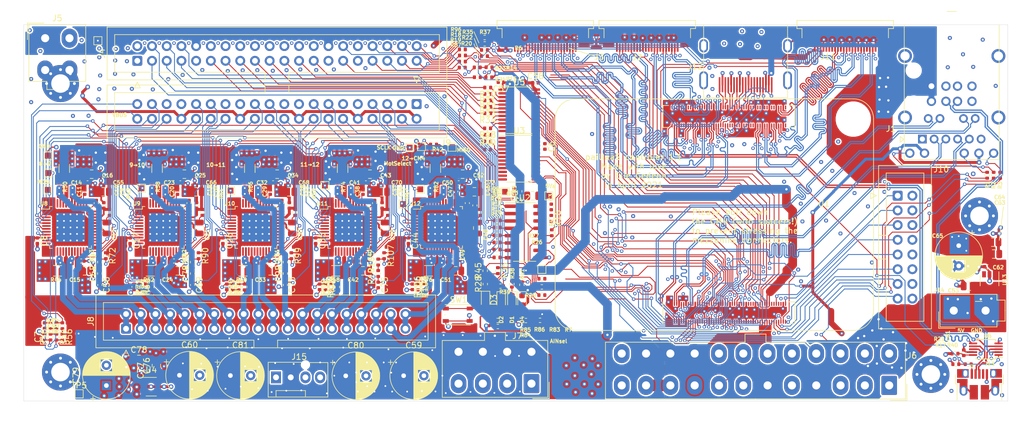
<source format=kicad_pcb>
(kicad_pcb (version 20171130) (host pcbnew 5.1.9-73d0e3b20d~88~ubuntu20.04.1)
  (layers (0 F.Cu signal) (1 VCC.Cu power hide) (2 GND.Cu power hide) (31 B.Cu signal) (34 B.Paste user) (35 F.Paste user) (36 B.SilkS user hide) (37 F.SilkS user) (38 B.Mask user) (39 F.Mask user hide) (44 Edge.Cuts user))
  (net 0 "")
  (net 1 GND)
  (net 2 +5V)
  (net 3 +3V3)
  (net 4 /GPIO/CS6)
  (net 5 /GPIO/SCLK6)
  (net 6 /GPIO/AIN3)
  (net 7 /GPIO/AIN2)
  (net 8 /GPIO/AIN1)
  (net 9 /GPIO/AIN0)
  (net 10 /GPIO/AIN7)
  (net 11 /GPIO/AIN6)
  (net 12 /GPIO/AIN5)
  (net 13 /GPIO/AIN4)
  (net 14 /GPIO/TxD0)
  (net 15 /GPIO/RxD0)
  (net 16 /GPIO/PWM1)
  (net 17 /GPIO/PWM0)
  (net 18 /GPIO/GPIO24)
  (net 19 /GPIO/GPIO8)
  (net 20 /GPIO/GPIO16)
  (net 21 /GPIO/SDA6)
  (net 22 /GPIO/GPIO18)
  (net 23 /ethernet/ETH_2-)
  (net 24 /ethernet/ETH_2+)
  (net 25 /ethernet/ETH_1+)
  (net 26 /ethernet/ETH_1-)
  (net 27 /ethernet/ETH_3+)
  (net 28 /ethernet/ETH_3-)
  (net 29 /ethernet/ETH_0-)
  (net 30 /ethernet/ETH_0+)
  (net 31 "Net-(U1-Pad16)")
  (net 32 "Net-(U1-Pad18)")
  (net 33 /GPIO/MISO6)
  (net 34 /GPIO/MOSI6)
  (net 35 /GPIO/MOSI)
  (net 36 /GPIO/MISO)
  (net 37 /SDA1)
  (net 38 /GPIO/SCLK)
  (net 39 /GPIO/MOTOR_SELECT)
  (net 40 "Net-(U1-Pad76)")
  (net 41 /SCL0)
  (net 42 /SDA0)
  (net 43 "Net-(U1-Pad94)")
  (net 44 "Net-(U1-Pad96)")
  (net 45 /CAM_GPIO)
  (net 46 "Net-(U1-Pad104)")
  (net 47 "Net-(U1-Pad106)")
  (net 48 "Net-(U1-Pad111)")
  (net 49 /camera/CAM1D0-)
  (net 50 /camera/CAM1D0+)
  (net 51 /camera/CAM1D1-)
  (net 52 /camera/CAM1D1+)
  (net 53 /camera/CAM1C-)
  (net 54 /camera/CAM0D0-)
  (net 55 /camera/CAM1C+)
  (net 56 /camera/CAM0D0+)
  (net 57 /camera/CAM1D2-)
  (net 58 /camera/CAM0D1-)
  (net 59 /camera/CAM1D2+)
  (net 60 /camera/CAM0D1+)
  (net 61 /camera/CAM1D3-)
  (net 62 /camera/CAM0C-)
  (net 63 /camera/CAM1D3+)
  (net 64 /SCL1)
  (net 65 /camera/CAM0C+)
  (net 66 "Net-(D1-Pad1)")
  (net 67 "Net-(D2-Pad1)")
  (net 68 /GPIO/SCL6)
  (net 69 "Net-(U1-Pad88)")
  (net 70 "Net-(U1-Pad90)")
  (net 71 "Net-(U1-Pad102)")
  (net 72 "Net-(U1-Pad109)")
  (net 73 "Net-(U1-Pad110)")
  (net 74 "Net-(U1-Pad112)")
  (net 75 "Net-(U1-Pad116)")
  (net 76 "Net-(U1-Pad118)")
  (net 77 "Net-(U1-Pad122)")
  (net 78 "Net-(U1-Pad124)")
  (net 79 "Net-(U1-Pad157)")
  (net 80 "Net-(U1-Pad159)")
  (net 81 "Net-(U1-Pad163)")
  (net 82 "Net-(U1-Pad165)")
  (net 83 "Net-(U1-Pad169)")
  (net 84 "Net-(U1-Pad171)")
  (net 85 "Net-(U8-Pad30)")
  (net 86 "Net-(U8-Pad28)")
  (net 87 "Net-(U8-Pad27)")
  (net 88 "Net-(U8-Pad26)")
  (net 89 "Net-(U8-Pad12)")
  (net 90 /GPIO/GPIO18P)
  (net 91 /GPIO/GPIO24P)
  (net 92 /GPIO/GPIO8P)
  (net 93 /GPIO/GPIO16P)
  (net 94 /GPIO/SCL6P)
  (net 95 /GPIO/SDA6P)
  (net 96 /GPIO/RxD0P)
  (net 97 /GPIO/TxD0P)
  (net 98 /GPIO/PWM1P)
  (net 99 /GPIO/PWM0P)
  (net 100 /GPIO/MOSI6P)
  (net 101 /GPIO/MISO6P)
  (net 102 /GPIO/SCLK6P)
  (net 103 /GPIO/CS6P)
  (net 104 /GPIO/AIN7P)
  (net 105 /GPIO/AIN6P)
  (net 106 /GPIO/AIN5P)
  (net 107 /GPIO/AIN4P)
  (net 108 /GPIO/AIN3P)
  (net 109 /GPIO/AIN2P)
  (net 110 /cm4/LED_Pwr)
  (net 111 /GPIO/POWERED)
  (net 112 /GPIO/ACT_LED)
  (net 113 /GPIO/MOSI4_3V)
  (net 114 /GPIO/SCLK4_3V)
  (net 115 /GPIO/MOTOR_SELECT_3V)
  (net 116 /GPIO/AIN_SELECT_3V)
  (net 117 /powerIO/motorU8/BRB)
  (net 118 /powerIO/motorU8/BRA)
  (net 119 /powerIO/motorU8/FILTERED_5V)
  (net 120 "Net-(J2-Pad18)")
  (net 121 "Net-(J2-Pad15)")
  (net 122 "Net-(J2-Pad14)")
  (net 123 "Net-(J2-Pad12)")
  (net 124 "Net-(J2-Pad11)")
  (net 125 "Net-(J3-Pad18)")
  (net 126 "Net-(U9-Pad30)")
  (net 127 "Net-(U9-Pad28)")
  (net 128 "Net-(U9-Pad27)")
  (net 129 "Net-(U9-Pad26)")
  (net 130 "Net-(U9-Pad12)")
  (net 131 "Net-(U10-Pad30)")
  (net 132 "Net-(U10-Pad28)")
  (net 133 "Net-(U10-Pad27)")
  (net 134 "Net-(U10-Pad26)")
  (net 135 "Net-(U10-Pad12)")
  (net 136 "Net-(U11-Pad30)")
  (net 137 "Net-(U11-Pad28)")
  (net 138 "Net-(U11-Pad27)")
  (net 139 "Net-(U11-Pad26)")
  (net 140 "Net-(U11-Pad12)")
  (net 141 "Net-(U12-Pad30)")
  (net 142 "Net-(U12-Pad28)")
  (net 143 "Net-(U12-Pad27)")
  (net 144 "Net-(U12-Pad26)")
  (net 145 "Net-(U12-Pad12)")
  (net 146 /cm4/run_pg)
  (net 147 /cm4/global_en)
  (net 148 /cm4/rpireboot)
  (net 149 /cm4/BT_disable)
  (net 150 /cm4/WL_disable)
  (net 151 /powerIO/motorU9/FILTERED_5V)
  (net 152 /powerIO/motorU9/BRB)
  (net 153 /powerIO/motorU9/BRA)
  (net 154 /powerIO/motorU10/FILTERED_5V)
  (net 155 /powerIO/motorU10/BRB)
  (net 156 /powerIO/motorU10/BRA)
  (net 157 /powerIO/motorU11/FILTERED_5V)
  (net 158 /powerIO/motorU11/BRB)
  (net 159 /powerIO/motorU11/BRA)
  (net 160 /powerIO/motorU8/MISO)
  (net 161 /powerIO/motorU9/MISO)
  (net 162 /powerIO/motorU10/MISO)
  (net 163 /powerIO/motorU11/MISO)
  (net 164 /cm4/EEPROMprotect)
  (net 165 /ethernet/ETH_LED_yellow)
  (net 166 "Net-(J1-Pad15)")
  (net 167 /ethernet/ETH_LED_green)
  (net 168 "Net-(J12-Pad14)")
  (net 169 /display/HDMI_HOT)
  (net 170 /display/HDMI_SCL)
  (net 171 /display/HDMI_SDA)
  (net 172 /display/HDMI_CEC)
  (net 173 /display/HDMI_C-)
  (net 174 /display/HDMI_C+)
  (net 175 /display/HDMI_0-)
  (net 176 /display/HDMI_0+)
  (net 177 /display/HDMI_1-)
  (net 178 /display/HDMI_1+)
  (net 179 /display/HDMI_2-)
  (net 180 /display/HDMI_2+)
  (net 181 "Net-(U1-Pad200)")
  (net 182 "Net-(U1-Pad199)")
  (net 183 "Net-(U1-Pad190)")
  (net 184 "Net-(U1-Pad188)")
  (net 185 "Net-(U1-Pad184)")
  (net 186 "Net-(U1-Pad182)")
  (net 187 "Net-(U1-Pad178)")
  (net 188 "Net-(U1-Pad176)")
  (net 189 "Net-(U1-Pad172)")
  (net 190 "Net-(U1-Pad170)")
  (net 191 "Net-(U1-Pad153)")
  (net 192 "Net-(U1-Pad151)")
  (net 193 /display/DSI1D3+)
  (net 194 /display/DSI1D3-)
  (net 195 /display/DSI1D2+)
  (net 196 /display/DSI1D2-)
  (net 197 /display/DSI1C+)
  (net 198 /display/DSI1C-)
  (net 199 /display/DSI1D1+)
  (net 200 /display/DSI1D1-)
  (net 201 /display/DSI1D0+)
  (net 202 /display/DSI1D0-)
  (net 203 +12V)
  (net 204 "Net-(J1-Pad11)")
  (net 205 "Net-(J1-Pad13)")
  (net 206 /ethernet/ETH_LED_orange)
  (net 207 "Net-(R30-Pad1)")
  (net 208 "Net-(R34-Pad1)")
  (net 209 "Net-(J1-Pad6)")
  (net 210 "Net-(J1-PadU13)")
  (net 211 "Net-(J1-PadU12)")
  (net 212 /powerIO/motorU12/FILTERED_5V)
  (net 213 "Net-(D4-Pad1)")
  (net 214 "Net-(J6-Pad20)")
  (net 215 /GPIO/PS_ON)
  (net 216 "Net-(J6-Pad14)")
  (net 217 /powerIO/12B2)
  (net 218 /powerIO/12B1)
  (net 219 /powerIO/12A2)
  (net 220 /powerIO/12A1)
  (net 221 /powerIO/11B2)
  (net 222 /powerIO/11B1)
  (net 223 /powerIO/11A2)
  (net 224 /powerIO/11A1)
  (net 225 /powerIO/10B2)
  (net 226 /powerIO/10B1)
  (net 227 /powerIO/10A2)
  (net 228 /powerIO/10A1)
  (net 229 /powerIO/9B2)
  (net 230 /powerIO/9B1)
  (net 231 /powerIO/9A2)
  (net 232 /powerIO/9A1)
  (net 233 /powerIO/8B2)
  (net 234 /powerIO/8B1)
  (net 235 /powerIO/8A2)
  (net 236 /powerIO/8A1)
  (net 237 /powerIO/12ENCB)
  (net 238 /powerIO/12LIMR)
  (net 239 /powerIO/11ENCB)
  (net 240 /powerIO/11LIMR)
  (net 241 /powerIO/10ENCB)
  (net 242 /powerIO/10LIMR)
  (net 243 /powerIO/9ENCB)
  (net 244 /powerIO/9LIMR)
  (net 245 /powerIO/8ENCB)
  (net 246 /powerIO/8LIMR)
  (net 247 /powerIO/12ENCN)
  (net 248 /powerIO/12ENCA)
  (net 249 /powerIO/12LIML)
  (net 250 /powerIO/11ENCN)
  (net 251 /powerIO/11ENCA)
  (net 252 /powerIO/11LIML)
  (net 253 /powerIO/10ENCN)
  (net 254 /powerIO/10ENCA)
  (net 255 /powerIO/10LIML)
  (net 256 /powerIO/9ENCN)
  (net 257 /powerIO/9ENCA)
  (net 258 /powerIO/9LIML)
  (net 259 /powerIO/8ENCN)
  (net 260 /powerIO/8ENCA)
  (net 261 /powerIO/8LIML)
  (net 262 /cm4/nEXTRST)
  (net 263 "Net-(J11-Pad18)")
  (net 264 "Net-(J11-Pad17)")
  (net 265 "Net-(J13-Pad4)")
  (net 266 "Net-(J13-Pad1)")
  (net 267 "Net-(R4-Pad2)")
  (net 268 "Net-(R25-Pad1)")
  (net 269 "Net-(R31-Pad1)")
  (net 270 "Net-(R32-Pad1)")
  (net 271 "Net-(R33-Pad1)")
  (net 272 /powerIO/motorU12/MISO)
  (net 273 /powerIO/motorU12/BRB)
  (net 274 /powerIO/motorU12/BRA)
  (net 275 /GPIO/PS_ON_3V)
  (net 276 "Net-(U13-Pad3)")
  (net 277 /cm4/USB_ext-)
  (net 278 /cm4/USB_ext+)
  (net 279 /cm4/USB_micro+)
  (net 280 /cm4/USB_micro-)
  (net 281 /cm4/USB_cm4-)
  (net 282 /cm4/USB_cm4+)
  (net 283 "Net-(J9-Pad35)")
  (net 284 "Net-(J9-Pad27)")
  (net 285 "Net-(J9-Pad19)")
  (net 286 "Net-(J9-Pad11)")
  (net 287 "Net-(J9-Pad3)")
  (net 288 /powerIO/motorU8/CPO)
  (net 289 /powerIO/motorU8/CPI)
  (net 290 /powerIO/motorU8/VCP)
  (net 291 /powerIO/motorU9/CPO)
  (net 292 /powerIO/motorU9/CPI)
  (net 293 /powerIO/motorU9/VCP)
  (net 294 /powerIO/motorU10/CPO)
  (net 295 /powerIO/motorU10/CPI)
  (net 296 /powerIO/motorU10/VCP)
  (net 297 /powerIO/motorU11/CPO)
  (net 298 /powerIO/motorU11/CPI)
  (net 299 /powerIO/motorU11/VCP)
  (net 300 /powerIO/motorU12/CPO)
  (net 301 /powerIO/motorU12/CPI)
  (net 302 /powerIO/motorU12/VCP)
  (net 303 /cm4/Filtered_3V3)
  (net 304 "Net-(J15-Pad4)")
  (net 305 "Net-(J15-Pad3)")
  (net 306 VBUS)
  (net 307 /GPIO/GPIO10P)
  (net 308 /GPIO/GPIO10)
  (net 309 /GPIO/GPIO9P)
  (net 310 /GPIO/GPIO9)
  (net 311 /GPIO/GPIO11P)
  (net 312 /GPIO/GPIO25P)
  (net 313 /cm4/PG)
  (net 314 /GPIO/GPIO11)
  (net 315 /GPIO/GPIO25)
  (net 316 "Net-(J6-Pad10)")
  (net 317 "Net-(D3-Pad1)")
  (net 318 /GPIO/LED_BTN)
  (net 319 "Net-(R46-Pad2)")
  (net 320 "Net-(R47-Pad2)")
  (net 321 "Net-(R62-Pad2)")
  (net 322 "Net-(R63-Pad2)")
  (net 323 "Net-(R78-Pad2)")
  (net 324 "Net-(R79-Pad2)")
  (net 325 "Net-(R92-Pad2)")
  (net 326 "Net-(R93-Pad2)")
  (net 327 "Net-(R101-Pad2)")
  (net 328 "Net-(R102-Pad2)")
  (net 329 /GPIO/+3V3a)
  (net 330 "Net-(R28-Pad2)")
  (net 331 3V3bus)
  (net 332 "Net-(U4-Pad3)")
  (net 333 /powerIO/motorU8/LIMITL_RAW)
  (net 334 /powerIO/motorU9/LIMITL_RAW)
  (net 335 /powerIO/motorU10/LIMITL_RAW)
  (net 336 /powerIO/motorU11/LIMITL_RAW)
  (net 337 /powerIO/motorU12/LIMITL_RAW)
  (net 338 /powerIO/motorU8/LIMITR_RAW)
  (net 339 /powerIO/motorU9/LIMITR_RAW)
  (net 340 /powerIO/motorU10/LIMITR_RAW)
  (net 341 /powerIO/motorU11/LIMITR_RAW)
  (net 342 /powerIO/motorU12/LIMITR_RAW)
  (net 343 5Vsb)
  (net 344 3V3mcu)
  (net 345 /cm4/HostDetection)
  (net 346 "Net-(R48-Pad2)")
  (net 347 "Net-(R49-Pad2)")
  (net 348 "Net-(U3-Pad17)")
  (net 349 "Net-(U3-Pad16)")
  (net 350 "Net-(U3-Pad15)")
  (net 351 "Net-(U3-Pad14)")
  (net 352 "Net-(U3-Pad21)")
  (net 353 "Net-(U3-Pad20)")
  (module Package_SO:TSSOP-24_4.4x7.8mm_P0.65mm (layer F.Cu) (at 115.85 52.9)
    (fp_text reference U3 (at 0 -4.85) (layer F.SilkS))
    (fp_text value 74LVC4245A)
    (pad 24 smd roundrect (at 2.8625 -3.575) (size 1.475 0.4) (layers F.Cu F.Paste F.Mask) (net 344 3V3mcu))
    (pad 23 smd roundrect (at 2.8625 -2.925) (size 1.475 0.4) (layers F.Cu F.Paste F.Mask) (net 344 3V3mcu))
    (pad 22 smd roundrect (at 2.8625 -2.275) (size 1.475 0.4) (layers F.Cu F.Paste F.Mask) (net 1 GND))
    (pad 21 smd roundrect (at 2.8625 -1.625) (size 1.475 0.4) (layers F.Cu F.Paste F.Mask) (net 352 "Net-(U3-Pad21)"))
    (pad 20 smd roundrect (at 2.8625 -0.975) (size 1.475 0.4) (layers F.Cu F.Paste F.Mask) (net 353 "Net-(U3-Pad20)"))
    (pad 19 smd roundrect (at 2.8625 -0.325) (size 1.475 0.4) (layers F.Cu F.Paste F.Mask) (net 33 /GPIO/MISO6))
    (pad 18 smd roundrect (at 2.8625 0.325) (size 1.475 0.4) (layers F.Cu F.Paste F.Mask) (net 15 /GPIO/RxD0))
    (pad 17 smd roundrect (at 2.8625 0.975) (size 1.475 0.4) (layers F.Cu F.Paste F.Mask) (net 348 "Net-(U3-Pad17)"))
    (pad 16 smd roundrect (at 2.8625 1.625) (size 1.475 0.4) (layers F.Cu F.Paste F.Mask) (net 349 "Net-(U3-Pad16)"))
    (pad 15 smd roundrect (at 2.8625 2.275) (size 1.475 0.4) (layers F.Cu F.Paste F.Mask) (net 350 "Net-(U3-Pad15)"))
    (pad 14 smd roundrect (at 2.8625 2.925) (size 1.475 0.4) (layers F.Cu F.Paste F.Mask) (net 351 "Net-(U3-Pad14)"))
    (pad 13 smd roundrect (at 2.8625 3.575) (size 1.475 0.4) (layers F.Cu F.Paste F.Mask) (net 1 GND))
    (pad 12 smd roundrect (at -2.8625 3.575) (size 1.475 0.4) (layers F.Cu F.Paste F.Mask) (net 1 GND))
    (pad 11 smd roundrect (at -2.8625 2.925) (size 1.475 0.4) (layers F.Cu F.Paste F.Mask) (net 1 GND))
    (pad 10 smd roundrect (at -2.8625 2.275) (size 1.475 0.4) (layers F.Cu F.Paste F.Mask) (net 1 GND))
    (pad 9 smd roundrect (at -2.8625 1.625) (size 1.475 0.4) (layers F.Cu F.Paste F.Mask) (net 1 GND))
    (pad 8 smd roundrect (at -2.8625 0.975) (size 1.475 0.4) (layers F.Cu F.Paste F.Mask) (net 1 GND))
    (pad 7 smd roundrect (at -2.8625 0.325) (size 1.475 0.4) (layers F.Cu F.Paste F.Mask) (net 1 GND))
    (pad 6 smd roundrect (at -2.8625 -0.325) (size 1.475 0.4) (layers F.Cu F.Paste F.Mask) (net 347 "Net-(R49-Pad2)"))
    (pad 5 smd roundrect (at -2.8625 -0.975) (size 1.475 0.4) (layers F.Cu F.Paste F.Mask) (net 346 "Net-(R48-Pad2)"))
    (pad 4 smd roundrect (at -2.8625 -1.625) (size 1.475 0.4) (layers F.Cu F.Paste F.Mask) (net 343 5Vsb))
    (pad 3 smd roundrect (at -2.8625 -2.275) (size 1.475 0.4) (layers F.Cu F.Paste F.Mask) (net 343 5Vsb))
    (pad 2 smd roundrect (at -2.8625 -2.925) (size 1.475 0.4) (layers F.Cu F.Paste F.Mask) (net 343 5Vsb))
    (pad 1 smd roundrect (at -2.8625 -3.575) (size 1.475 0.4) (layers F.Cu F.Paste F.Mask) (net 343 5Vsb))
  )
  (module Resistor_SMD:R_0402_1005Metric (layer F.Cu) (at 110.4 45.04 180)
    (fp_text reference R34 (at 0 -1.17) (layer F.SilkS))
    (fp_text value 150)
    (pad 2 smd roundrect (at 0.51 0 180) (size 0.54 0.64) (layers F.Cu F.Paste F.Mask) (net 102 /GPIO/SCLK6P))
    (pad 1 smd roundrect (at -0.51 0 180) (size 0.54 0.64) (layers F.Cu F.Paste F.Mask) (net 208 "Net-(R34-Pad1)"))
  )
  (module Resistor_SMD:R_0402_1005Metric (layer F.Cu) (at 110.4 43.93 180)
    (fp_text reference R33 (at 0 -1.17) (layer F.SilkS))
    (fp_text value 150)
    (pad 2 smd roundrect (at 0.51 0 180) (size 0.54 0.64) (layers F.Cu F.Paste F.Mask) (net 103 /GPIO/CS6P))
    (pad 1 smd roundrect (at -0.51 0 180) (size 0.54 0.64) (layers F.Cu F.Paste F.Mask) (net 271 "Net-(R33-Pad1)"))
  )
  (module Resistor_SMD:R_0402_1005Metric (layer F.Cu) (at 110.4 42.82 180)
    (fp_text reference R32 (at 0 -1.17) (layer F.SilkS))
    (fp_text value 150)
    (pad 2 smd roundrect (at 0.51 0 180) (size 0.54 0.64) (layers F.Cu F.Paste F.Mask) (net 100 /GPIO/MOSI6P))
    (pad 1 smd roundrect (at -0.51 0 180) (size 0.54 0.64) (layers F.Cu F.Paste F.Mask) (net 270 "Net-(R32-Pad1)"))
  )
  (module Resistor_SMD:R_0402_1005Metric (layer F.Cu) (at 110.4 41.71 180)
    (fp_text reference R31 (at 0 -1.17) (layer F.SilkS))
    (fp_text value 150)
    (pad 2 smd roundrect (at 0.51 0 180) (size 0.54 0.64) (layers F.Cu F.Paste F.Mask) (net 99 /GPIO/PWM0P))
    (pad 1 smd roundrect (at -0.51 0 180) (size 0.54 0.64) (layers F.Cu F.Paste F.Mask) (net 269 "Net-(R31-Pad1)"))
  )
  (module Resistor_SMD:R_0402_1005Metric (layer F.Cu) (at 110.4 40.6 180)
    (fp_text reference R30 (at 0 -1.17) (layer F.SilkS))
    (fp_text value 150)
    (pad 2 smd roundrect (at 0.51 0 180) (size 0.54 0.64) (layers F.Cu F.Paste F.Mask) (net 98 /GPIO/PWM1P))
    (pad 1 smd roundrect (at -0.51 0 180) (size 0.54 0.64) (layers F.Cu F.Paste F.Mask) (net 207 "Net-(R30-Pad1)"))
  )
  (module Resistor_SMD:R_0402_1005Metric (layer F.Cu) (at 110.375 47.65 180)
    (fp_text reference R25 (at 0 -1.17) (layer F.SilkS))
    (fp_text value 150)
    (pad 2 smd roundrect (at 0.51 0 180) (size 0.54 0.64) (layers F.Cu F.Paste F.Mask) (net 97 /GPIO/TxD0P))
    (pad 1 smd roundrect (at -0.51 0 180) (size 0.54 0.64) (layers F.Cu F.Paste F.Mask) (net 268 "Net-(R25-Pad1)"))
  )
  (module Package_SO:TSSOP-24_4.4x7.8mm_P0.65mm (layer F.Cu) (at 115.85 44.525)
    (fp_text reference U5 (at 0 -4.85) (layer F.SilkS))
    (fp_text value 74LVC4245A)
    (pad 24 smd roundrect (at 2.8625 -3.575) (size 1.475 0.4) (layers F.Cu F.Paste F.Mask) (net 344 3V3mcu))
    (pad 23 smd roundrect (at 2.8625 -2.925) (size 1.475 0.4) (layers F.Cu F.Paste F.Mask) (net 344 3V3mcu))
    (pad 22 smd roundrect (at 2.8625 -2.275) (size 1.475 0.4) (layers F.Cu F.Paste F.Mask) (net 1 GND))
    (pad 21 smd roundrect (at 2.8625 -1.625) (size 1.475 0.4) (layers F.Cu F.Paste F.Mask) (net 16 /GPIO/PWM1))
    (pad 20 smd roundrect (at 2.8625 -0.975) (size 1.475 0.4) (layers F.Cu F.Paste F.Mask) (net 17 /GPIO/PWM0))
    (pad 19 smd roundrect (at 2.8625 -0.325) (size 1.475 0.4) (layers F.Cu F.Paste F.Mask) (net 34 /GPIO/MOSI6))
    (pad 18 smd roundrect (at 2.8625 0.325) (size 1.475 0.4) (layers F.Cu F.Paste F.Mask) (net 4 /GPIO/CS6))
    (pad 17 smd roundrect (at 2.8625 0.975) (size 1.475 0.4) (layers F.Cu F.Paste F.Mask) (net 5 /GPIO/SCLK6))
    (pad 16 smd roundrect (at 2.8625 1.625) (size 1.475 0.4) (layers F.Cu F.Paste F.Mask) (net 275 /GPIO/PS_ON_3V))
    (pad 15 smd roundrect (at 2.8625 2.275) (size 1.475 0.4) (layers F.Cu F.Paste F.Mask) (net 110 /cm4/LED_Pwr))
    (pad 14 smd roundrect (at 2.8625 2.925) (size 1.475 0.4) (layers F.Cu F.Paste F.Mask) (net 14 /GPIO/TxD0))
    (pad 13 smd roundrect (at 2.8625 3.575) (size 1.475 0.4) (layers F.Cu F.Paste F.Mask) (net 1 GND))
    (pad 12 smd roundrect (at -2.8625 3.575) (size 1.475 0.4) (layers F.Cu F.Paste F.Mask) (net 1 GND))
    (pad 11 smd roundrect (at -2.8625 2.925) (size 1.475 0.4) (layers F.Cu F.Paste F.Mask) (net 1 GND))
    (pad 10 smd roundrect (at -2.8625 2.275) (size 1.475 0.4) (layers F.Cu F.Paste F.Mask) (net 268 "Net-(R25-Pad1)"))
    (pad 9 smd roundrect (at -2.8625 1.625) (size 1.475 0.4) (layers F.Cu F.Paste F.Mask) (net 111 /GPIO/POWERED))
    (pad 8 smd roundrect (at -2.8625 0.975) (size 1.475 0.4) (layers F.Cu F.Paste F.Mask) (net 215 /GPIO/PS_ON))
    (pad 7 smd roundrect (at -2.8625 0.325) (size 1.475 0.4) (layers F.Cu F.Paste F.Mask) (net 208 "Net-(R34-Pad1)"))
    (pad 6 smd roundrect (at -2.8625 -0.325) (size 1.475 0.4) (layers F.Cu F.Paste F.Mask) (net 271 "Net-(R33-Pad1)"))
    (pad 5 smd roundrect (at -2.8625 -0.975) (size 1.475 0.4) (layers F.Cu F.Paste F.Mask) (net 270 "Net-(R32-Pad1)"))
    (pad 4 smd roundrect (at -2.8625 -1.625) (size 1.475 0.4) (layers F.Cu F.Paste F.Mask) (net 269 "Net-(R31-Pad1)"))
    (pad 3 smd roundrect (at -2.8625 -2.275) (size 1.475 0.4) (layers F.Cu F.Paste F.Mask) (net 207 "Net-(R30-Pad1)"))
    (pad 2 smd roundrect (at -2.8625 -2.925) (size 1.475 0.4) (layers F.Cu F.Paste F.Mask) (net 1 GND))
    (pad 1 smd roundrect (at -2.8625 -3.575) (size 1.475 0.4) (layers F.Cu F.Paste F.Mask) (net 343 5Vsb))
  )
  (module Package_SO:SOIC-16_3.9x9.9mm_P1.27mm (layer F.Cu) (at 116.775 65.55)
    (fp_text reference U2 (at 0 -5.9) (layer F.SilkS))
    (fp_text value MCP3008)
    (pad 16 smd roundrect (at 2.475 -4.445) (size 1.95 0.6) (layers F.Cu F.Paste F.Mask) (net 329 /GPIO/+3V3a))
    (pad 15 smd roundrect (at 2.475 -3.175) (size 1.95 0.6) (layers F.Cu F.Paste F.Mask) (net 329 /GPIO/+3V3a))
    (pad 14 smd roundrect (at 2.475 -1.905) (size 1.95 0.6) (layers F.Cu F.Paste F.Mask) (net 1 GND))
    (pad 13 smd roundrect (at 2.475 -0.635) (size 1.95 0.6) (layers F.Cu F.Paste F.Mask) (net 38 /GPIO/SCLK))
    (pad 12 smd roundrect (at 2.475 0.635) (size 1.95 0.6) (layers F.Cu F.Paste F.Mask) (net 267 "Net-(R4-Pad2)"))
    (pad 11 smd roundrect (at 2.475 1.905) (size 1.95 0.6) (layers F.Cu F.Paste F.Mask) (net 35 /GPIO/MOSI))
    (pad 10 smd roundrect (at 2.475 3.175) (size 1.95 0.6) (layers F.Cu F.Paste F.Mask) (net 116 /GPIO/AIN_SELECT_3V))
    (pad 9 smd roundrect (at 2.475 4.445) (size 1.95 0.6) (layers F.Cu F.Paste F.Mask) (net 1 GND))
    (pad 8 smd roundrect (at -2.475 4.445) (size 1.95 0.6) (layers F.Cu F.Paste F.Mask) (net 10 /GPIO/AIN7))
    (pad 7 smd roundrect (at -2.475 3.175) (size 1.95 0.6) (layers F.Cu F.Paste F.Mask) (net 11 /GPIO/AIN6))
    (pad 6 smd roundrect (at -2.475 1.905) (size 1.95 0.6) (layers F.Cu F.Paste F.Mask) (net 12 /GPIO/AIN5))
    (pad 5 smd roundrect (at -2.475 0.635) (size 1.95 0.6) (layers F.Cu F.Paste F.Mask) (net 13 /GPIO/AIN4))
    (pad 4 smd roundrect (at -2.475 -0.635) (size 1.95 0.6) (layers F.Cu F.Paste F.Mask) (net 6 /GPIO/AIN3))
    (pad 3 smd roundrect (at -2.475 -1.905) (size 1.95 0.6) (layers F.Cu F.Paste F.Mask) (net 7 /GPIO/AIN2))
    (pad 2 smd roundrect (at -2.475 -3.175) (size 1.95 0.6) (layers F.Cu F.Paste F.Mask) (net 8 /GPIO/AIN1))
    (pad 1 smd roundrect (at -2.475 -4.445) (size 1.95 0.6) (layers F.Cu F.Paste F.Mask) (net 9 /GPIO/AIN0))
  )
  (module Resistor_SMD:R_0402_1005Metric (layer F.Cu) (at 110.375 51.325)
    (fp_text reference R49 (at 0 -1.17) (layer F.SilkS))
    (fp_text value 150)
    (pad 2 smd roundrect (at 0.51 0) (size 0.54 0.64) (layers F.Cu F.Paste F.Mask) (net 347 "Net-(R49-Pad2)"))
    (pad 1 smd roundrect (at -0.51 0) (size 0.54 0.64) (layers F.Cu F.Paste F.Mask) (net 96 /GPIO/RxD0P))
  )
  (module Resistor_SMD:R_0402_1005Metric (layer F.Cu) (at 110.375 49.9)
    (fp_text reference R48 (at 0 -1.17) (layer F.SilkS))
    (fp_text value 150)
    (pad 2 smd roundrect (at 0.51 0) (size 0.54 0.64) (layers F.Cu F.Paste F.Mask) (net 346 "Net-(R48-Pad2)"))
    (pad 1 smd roundrect (at -0.51 0) (size 0.54 0.64) (layers F.Cu F.Paste F.Mask) (net 101 /GPIO/MISO6P))
  )
  (module Connector_Molex:Molex_Mini-Fit_Jr_5566-04A_2x02_P4.20mm_Vertical (layer F.Cu) (at 33.95 32.075)
    (fp_text reference J5 (at 2.1 -3.45) (layer F.SilkS))
    (fp_text value Conn_01x04_Female)
    (pad 4 thru_hole oval (at 4.2 5.5) (size 2.7 3.3) (drill 1.4) (layers *.Cu *.Mask) (net 331 3V3bus))
    (pad 3 thru_hole oval (at 0 5.5) (size 2.7 3.3) (drill 1.4) (layers *.Cu *.Mask) (net 1 GND))
    (pad 2 thru_hole oval (at 4.2 0) (size 2.7 3.3) (drill 1.4) (layers *.Cu *.Mask) (net 1 GND))
    (pad 1 thru_hole roundrect (at 0 0) (size 2.7 3.3) (drill 1.4) (layers *.Cu *.Mask) (roundrect_rratio 0.09259299999999999) (net 306 VBUS))
  )
  (module Capacitor_THT:CP_Radial_D8.0mm_P3.50mm (layer F.Cu) (at 65.95 90.35)
    (fp_text reference C81 (at 1.75 -5.25) (layer F.SilkS))
    (fp_text value 100u)
    (pad 2 thru_hole circle (at 3.5 0) (size 1.6 1.6) (drill 0.8) (layers *.Cu *.Mask) (net 1 GND))
    (pad 1 thru_hole rect (at 0 0) (size 1.6 1.6) (drill 0.8) (layers *.Cu *.Mask) (net 203 +12V))
  )
  (module Capacitor_THT:CP_Radial_D8.0mm_P3.50mm (layer F.Cu) (at 85.875 90.4)
    (fp_text reference C80 (at 1.75 -5.25) (layer F.SilkS))
    (fp_text value 100u)
    (pad 2 thru_hole circle (at 3.5 0) (size 1.6 1.6) (drill 0.8) (layers *.Cu *.Mask) (net 1 GND))
    (pad 1 thru_hole rect (at 0 0) (size 1.6 1.6) (drill 0.8) (layers *.Cu *.Mask) (net 203 +12V))
  )
  (module Capacitor_THT:CP_Radial_D8.0mm_P3.50mm (layer F.Cu) (at 57.15 90.3)
    (fp_text reference C60 (at 1.75 -5.25) (layer F.SilkS))
    (fp_text value 100u)
    (pad 2 thru_hole circle (at 3.5 0) (size 1.6 1.6) (drill 0.8) (layers *.Cu *.Mask) (net 1 GND))
    (pad 1 thru_hole rect (at 0 0) (size 1.6 1.6) (drill 0.8) (layers *.Cu *.Mask) (net 203 +12V))
  )
  (module Capacitor_THT:CP_Radial_D8.0mm_P3.50mm (layer F.Cu) (at 95.875 90.375)
    (fp_text reference C59 (at 1.75 -5.25) (layer F.SilkS))
    (fp_text value 100u)
    (pad 2 thru_hole circle (at 3.5 0) (size 1.6 1.6) (drill 0.8) (layers *.Cu *.Mask) (net 1 GND))
    (pad 1 thru_hole rect (at 0 0) (size 1.6 1.6) (drill 0.8) (layers *.Cu *.Mask) (net 203 +12V))
  )
  (module Capacitor_SMD:C_0402_1005Metric (layer F.Cu) (at 118.65 39.775)
    (fp_text reference C58 (at 0 -1.16) (layer F.SilkS))
    (fp_text value 100n)
    (pad 2 smd roundrect (at 0.48 0) (size 0.56 0.62) (layers F.Cu F.Paste F.Mask) (net 1 GND))
    (pad 1 smd roundrect (at -0.48 0) (size 0.56 0.62) (layers F.Cu F.Paste F.Mask) (net 344 3V3mcu))
  )
  (module Capacitor_SMD:C_0402_1005Metric (layer F.Cu) (at 112.7 39.675 180)
    (fp_text reference C57 (at 0 -1.16) (layer F.SilkS))
    (fp_text value 100n)
    (pad 2 smd roundrect (at 0.48 0 180) (size 0.56 0.62) (layers F.Cu F.Paste F.Mask) (net 1 GND))
    (pad 1 smd roundrect (at -0.48 0 180) (size 0.56 0.62) (layers F.Cu F.Paste F.Mask) (net 343 5Vsb))
  )
  (module Capacitor_SMD:C_0402_1005Metric (layer F.Cu) (at 120.275 50.775 270)
    (fp_text reference C6 (at 0 -1.16 90) (layer F.SilkS))
    (fp_text value 100n)
    (pad 2 smd roundrect (at 0.48 0 270) (size 0.56 0.62) (layers F.Cu F.Paste F.Mask) (net 1 GND))
    (pad 1 smd roundrect (at -0.48 0 270) (size 0.56 0.62) (layers F.Cu F.Paste F.Mask) (net 344 3V3mcu))
  )
  (module Capacitor_SMD:C_0402_1005Metric (layer F.Cu) (at 110.4 48.75 180)
    (fp_text reference C1 (at 0 -1.16) (layer F.SilkS))
    (fp_text value 100n)
    (pad 2 smd roundrect (at 0.48 0 180) (size 0.56 0.62) (layers F.Cu F.Paste F.Mask) (net 1 GND))
    (pad 1 smd roundrect (at -0.48 0 180) (size 0.56 0.62) (layers F.Cu F.Paste F.Mask) (net 343 5Vsb))
  )
  (module Button_Switch_SMD:SW_Push_1P1T_NO_Vertical_Wuerth_434133025816 (layer F.Cu) (at 105.225 79.85)
    (fp_text reference SW1 (at 0.15 -2.6) (layer F.SilkS))
    (fp_text value "PTS526 SM15 SMTR2 LFS")
    (pad 2 smd rect (at 2.05 1.075) (size 1.05 0.65) (layers F.Cu F.Paste F.Mask) (net 1 GND))
    (pad 1 smd rect (at 2.075 -1.075) (size 1.05 0.65) (layers F.Cu F.Paste F.Mask) (net 330 "Net-(R28-Pad2)"))
    (pad 2 smd rect (at -2.075 1.075) (size 1.05 0.65) (layers F.Cu F.Paste F.Mask) (net 1 GND))
    (pad 1 smd rect (at -2.075 -1.075) (size 1.05 0.65) (layers F.Cu F.Paste F.Mask) (net 330 "Net-(R28-Pad2)"))
  )
  (module Capacitor_SMD:C_0402_1005Metric (layer F.Cu) (at 48.625 67.06 270)
    (fp_text reference C17 (at 0 -1.16 90) (layer F.SilkS))
    (fp_text value 100n)
    (pad 2 smd roundrect (at 0.48 0 270) (size 0.56 0.62) (layers F.Cu F.Paste F.Mask) (net 1 GND))
    (pad 1 smd roundrect (at -0.48 0 270) (size 0.56 0.62) (layers F.Cu F.Paste F.Mask) (net 3 +3V3))
  )
  (module Package_TO_SOT_SMD:SOT-23-5 (layer F.Cu) (at 52.275 92.275)
    (fp_text reference U4 (at 0 -2.9) (layer F.SilkS))
    (fp_text value AP22804AW5)
    (pad 5 smd rect (at 1.1 -0.95) (size 1.06 0.65) (layers F.Cu F.Paste F.Mask) (net 3 +3V3))
    (pad 4 smd rect (at 1.1 0.95) (size 1.06 0.65) (layers F.Cu F.Paste F.Mask) (net 3 +3V3))
    (pad 3 smd rect (at -1.1 0.95) (size 1.06 0.65) (layers F.Cu F.Paste F.Mask) (net 332 "Net-(U4-Pad3)"))
    (pad 2 smd rect (at -1.1 0) (size 1.06 0.65) (layers F.Cu F.Paste F.Mask) (net 1 GND))
    (pad 1 smd rect (at -1.1 -0.95) (size 1.06 0.65) (layers F.Cu F.Paste F.Mask) (net 331 3V3bus))
  )
  (module TestPoint:TestPoint_Pad_1.0x1.0mm (layer F.Cu) (at 39.825 93.5)
    (fp_text reference TP5 (at 0 -1.448) (layer F.SilkS))
    (fp_text value 3V3bus)
    (pad 1 smd rect (at 0 0) (size 1 1) (layers F.Cu F.Mask) (net 331 3V3bus))
  )
  (module Capacitor_THT:CP_Radial_D8.0mm_P3.50mm (layer F.Cu) (at 44.525 92.075 90)
    (fp_text reference C79 (at 1.75 -5.25 90) (layer F.SilkS))
    (fp_text value 100u)
    (pad 2 thru_hole circle (at 3.5 0 90) (size 1.6 1.6) (drill 0.8) (layers *.Cu *.Mask) (net 1 GND))
    (pad 1 thru_hole rect (at 0 0 90) (size 1.6 1.6) (drill 0.8) (layers *.Cu *.Mask) (net 331 3V3bus))
  )
  (module Capacitor_SMD:C_0805_2012Metric (layer F.Cu) (at 50.15 87.575)
    (fp_text reference C78 (at 0 -1.68) (layer F.SilkS))
    (fp_text value 10u)
    (pad 2 smd roundrect (at 0.95 0) (size 1 1.45) (layers F.Cu F.Paste F.Mask) (net 1 GND))
    (pad 1 smd roundrect (at -0.95 0) (size 1 1.45) (layers F.Cu F.Paste F.Mask) (net 331 3V3bus))
  )
  (module Capacitor_SMD:C_0402_1005Metric (layer F.Cu) (at 51.6 89.5 90)
    (fp_text reference C77 (at 0 -1.16 90) (layer F.SilkS))
    (fp_text value 100n)
    (pad 2 smd roundrect (at 0.48 0 90) (size 0.56 0.62) (layers F.Cu F.Paste F.Mask) (net 1 GND))
    (pad 1 smd roundrect (at -0.48 0 90) (size 0.56 0.62) (layers F.Cu F.Paste F.Mask) (net 331 3V3bus))
  )
  (module Capacitor_SMD:C_0805_2012Metric (layer F.Cu) (at 53.175 88.65 90)
    (fp_text reference C76 (at 0 -1.68 90) (layer F.SilkS))
    (fp_text value 10u)
    (pad 2 smd roundrect (at 0.95 0 90) (size 1 1.45) (layers F.Cu F.Paste F.Mask) (net 1 GND))
    (pad 1 smd roundrect (at -0.95 0 90) (size 1 1.45) (layers F.Cu F.Paste F.Mask) (net 3 +3V3))
  )
  (module Resistor_SMD:R_0402_1005Metric (layer F.Cu) (at 109.95 72.25 90)
    (fp_text reference R45 (at 0 -1.17 90) (layer F.SilkS))
    (fp_text value 1k8)
    (pad 2 smd roundrect (at 0.51 0 90) (size 0.54 0.64) (layers F.Cu F.Paste F.Mask) (net 318 /GPIO/LED_BTN))
    (pad 1 smd roundrect (at -0.51 0 90) (size 0.54 0.64) (layers F.Cu F.Paste F.Mask) (net 330 "Net-(R28-Pad2)"))
  )
  (module Resistor_SMD:R_0402_1005Metric (layer F.Cu) (at 109.975 74.55 90)
    (fp_text reference R28 (at 0 -1.17 90) (layer F.SilkS))
    (fp_text value 1k8)
    (pad 2 smd roundrect (at 0.51 0 90) (size 0.54 0.64) (layers F.Cu F.Paste F.Mask) (net 330 "Net-(R28-Pad2)"))
    (pad 1 smd roundrect (at -0.51 0 90) (size 0.54 0.64) (layers F.Cu F.Paste F.Mask) (net 317 "Net-(D3-Pad1)"))
  )
  (module Resistor_SMD:R_0402_1005Metric (layer F.Cu) (at 121.375 63.2 270)
    (fp_text reference R16 (at 0 -1.17 90) (layer F.SilkS))
    (fp_text value 1k8)
    (pad 2 smd roundrect (at 0.51 0 270) (size 0.54 0.64) (layers F.Cu F.Paste F.Mask) (net 36 /GPIO/MISO))
    (pad 1 smd roundrect (at -0.51 0 270) (size 0.54 0.64) (layers F.Cu F.Paste F.Mask) (net 344 3V3mcu))
  )
  (module LED_SMD:LED_0603_1608Metric (layer F.Cu) (at 110.025 77.275 270)
    (fp_text reference D3 (at 0 -1.43 90) (layer F.SilkS))
    (fp_text value RED)
    (pad 2 smd roundrect (at 0.7875 0 270) (size 0.875 0.95) (layers F.Cu F.Paste F.Mask) (net 344 3V3mcu))
    (pad 1 smd roundrect (at -0.7875 0 270) (size 0.875 0.95) (layers F.Cu F.Paste F.Mask) (net 317 "Net-(D3-Pad1)"))
  )
  (module Capacitor_SMD:C_0402_1005Metric (layer F.Cu) (at 80.675 67.06 270)
    (fp_text reference C35 (at 0 -1.16 90) (layer F.SilkS))
    (fp_text value 100n)
    (pad 2 smd roundrect (at 0.48 0 270) (size 0.56 0.62) (layers F.Cu F.Paste F.Mask) (net 1 GND))
    (pad 1 smd roundrect (at -0.48 0 270) (size 0.56 0.62) (layers F.Cu F.Paste F.Mask) (net 3 +3V3))
  )
  (module Capacitor_SMD:C_0402_1005Metric (layer F.Cu) (at 64.65 67.06 270)
    (fp_text reference C26 (at 0 -1.16 90) (layer F.SilkS))
    (fp_text value 100n)
    (pad 2 smd roundrect (at 0.48 0 270) (size 0.56 0.62) (layers F.Cu F.Paste F.Mask) (net 1 GND))
    (pad 1 smd roundrect (at -0.48 0 270) (size 0.56 0.62) (layers F.Cu F.Paste F.Mask) (net 3 +3V3))
  )
  (module Resistor_SMD:R_0402_1005Metric (layer F.Cu) (at 100.45 75.05 90)
    (fp_text reference R108 (at 0 -1.17 90) (layer F.SilkS))
    (fp_text value 10k)
    (pad 2 smd roundrect (at 0.51 0 90) (size 0.54 0.64) (layers F.Cu F.Paste F.Mask) (net 238 /powerIO/12LIMR))
    (pad 1 smd roundrect (at -0.51 0 90) (size 0.54 0.64) (layers F.Cu F.Paste F.Mask) (net 3 +3V3))
  )
  (module Resistor_SMD:R_0402_1005Metric (layer F.Cu) (at 92.5 69.65 270)
    (fp_text reference R107 (at 0 -1.17 90) (layer F.SilkS))
    (fp_text value 10k)
    (pad 2 smd roundrect (at 0.51 0 270) (size 0.54 0.64) (layers F.Cu F.Paste F.Mask) (net 249 /powerIO/12LIML))
    (pad 1 smd roundrect (at -0.51 0 270) (size 0.54 0.64) (layers F.Cu F.Paste F.Mask) (net 3 +3V3))
  )
  (module Resistor_SMD:R_0402_1005Metric (layer F.Cu) (at 99.425 75.05 90)
    (fp_text reference R106 (at 0 -1.17 90) (layer F.SilkS))
    (fp_text value 10k)
    (pad 2 smd roundrect (at 0.51 0 90) (size 0.54 0.64) (layers F.Cu F.Paste F.Mask) (net 238 /powerIO/12LIMR))
    (pad 1 smd roundrect (at -0.51 0 90) (size 0.54 0.64) (layers F.Cu F.Paste F.Mask) (net 328 "Net-(R102-Pad2)"))
  )
  (module Resistor_SMD:R_0402_1005Metric (layer F.Cu) (at 91.475 70.75 90)
    (fp_text reference R105 (at 0 -1.17 90) (layer F.SilkS))
    (fp_text value 10k)
    (pad 2 smd roundrect (at 0.51 0 90) (size 0.54 0.64) (layers F.Cu F.Paste F.Mask) (net 249 /powerIO/12LIML))
    (pad 1 smd roundrect (at -0.51 0 90) (size 0.54 0.64) (layers F.Cu F.Paste F.Mask) (net 327 "Net-(R101-Pad2)"))
  )
  (module Resistor_SMD:R_0402_1005Metric (layer F.Cu) (at 98.4 75.05 270)
    (fp_text reference R102 (at 0 -1.17 90) (layer F.SilkS))
    (fp_text value 10k)
    (pad 2 smd roundrect (at 0.51 0 270) (size 0.54 0.64) (layers F.Cu F.Paste F.Mask) (net 328 "Net-(R102-Pad2)"))
    (pad 1 smd roundrect (at -0.51 0 270) (size 0.54 0.64) (layers F.Cu F.Paste F.Mask) (net 342 /powerIO/motorU12/LIMITR_RAW))
  )
  (module Resistor_SMD:R_0402_1005Metric (layer F.Cu) (at 91.475 72.725 90)
    (fp_text reference R101 (at 0 -1.17 90) (layer F.SilkS))
    (fp_text value 10k)
    (pad 2 smd roundrect (at 0.51 0 90) (size 0.54 0.64) (layers F.Cu F.Paste F.Mask) (net 327 "Net-(R101-Pad2)"))
    (pad 1 smd roundrect (at -0.51 0 90) (size 0.54 0.64) (layers F.Cu F.Paste F.Mask) (net 337 /powerIO/motorU12/LIMITL_RAW))
  )
  (module Resistor_SMD:R_0402_1005Metric (layer F.Cu) (at 84.425 75.05 90)
    (fp_text reference R100 (at 0 -1.17 90) (layer F.SilkS))
    (fp_text value 10k)
    (pad 2 smd roundrect (at 0.51 0 90) (size 0.54 0.64) (layers F.Cu F.Paste F.Mask) (net 240 /powerIO/11LIMR))
    (pad 1 smd roundrect (at -0.51 0 90) (size 0.54 0.64) (layers F.Cu F.Paste F.Mask) (net 3 +3V3))
  )
  (module Resistor_SMD:R_0402_1005Metric (layer F.Cu) (at 76.475 69.65 270)
    (fp_text reference R99 (at 0 -1.17 90) (layer F.SilkS))
    (fp_text value 10k)
    (pad 2 smd roundrect (at 0.51 0 270) (size 0.54 0.64) (layers F.Cu F.Paste F.Mask) (net 252 /powerIO/11LIML))
    (pad 1 smd roundrect (at -0.51 0 270) (size 0.54 0.64) (layers F.Cu F.Paste F.Mask) (net 3 +3V3))
  )
  (module Resistor_SMD:R_0402_1005Metric (layer F.Cu) (at 83.4 75.05 90)
    (fp_text reference R98 (at 0 -1.17 90) (layer F.SilkS))
    (fp_text value 10k)
    (pad 2 smd roundrect (at 0.51 0 90) (size 0.54 0.64) (layers F.Cu F.Paste F.Mask) (net 240 /powerIO/11LIMR))
    (pad 1 smd roundrect (at -0.51 0 90) (size 0.54 0.64) (layers F.Cu F.Paste F.Mask) (net 326 "Net-(R93-Pad2)"))
  )
  (module Resistor_SMD:R_0402_1005Metric (layer F.Cu) (at 75.45 70.75 90)
    (fp_text reference R97 (at 0 -1.17 90) (layer F.SilkS))
    (fp_text value 10k)
    (pad 2 smd roundrect (at 0.51 0 90) (size 0.54 0.64) (layers F.Cu F.Paste F.Mask) (net 252 /powerIO/11LIML))
    (pad 1 smd roundrect (at -0.51 0 90) (size 0.54 0.64) (layers F.Cu F.Paste F.Mask) (net 325 "Net-(R92-Pad2)"))
  )
  (module Resistor_SMD:R_0402_1005Metric (layer F.Cu) (at 82.375 75.05 270)
    (fp_text reference R93 (at 0 -1.17 90) (layer F.SilkS))
    (fp_text value 10k)
    (pad 2 smd roundrect (at 0.51 0 270) (size 0.54 0.64) (layers F.Cu F.Paste F.Mask) (net 326 "Net-(R93-Pad2)"))
    (pad 1 smd roundrect (at -0.51 0 270) (size 0.54 0.64) (layers F.Cu F.Paste F.Mask) (net 341 /powerIO/motorU11/LIMITR_RAW))
  )
  (module Resistor_SMD:R_0402_1005Metric (layer F.Cu) (at 75.45 72.725 90)
    (fp_text reference R92 (at 0 -1.17 90) (layer F.SilkS))
    (fp_text value 10k)
    (pad 2 smd roundrect (at 0.51 0 90) (size 0.54 0.64) (layers F.Cu F.Paste F.Mask) (net 325 "Net-(R92-Pad2)"))
    (pad 1 smd roundrect (at -0.51 0 90) (size 0.54 0.64) (layers F.Cu F.Paste F.Mask) (net 336 /powerIO/motorU11/LIMITL_RAW))
  )
  (module Resistor_SMD:R_0402_1005Metric (layer F.Cu) (at 68.4 75.05 90)
    (fp_text reference R91 (at 0 -1.17 90) (layer F.SilkS))
    (fp_text value 10k)
    (pad 2 smd roundrect (at 0.51 0 90) (size 0.54 0.64) (layers F.Cu F.Paste F.Mask) (net 242 /powerIO/10LIMR))
    (pad 1 smd roundrect (at -0.51 0 90) (size 0.54 0.64) (layers F.Cu F.Paste F.Mask) (net 3 +3V3))
  )
  (module Resistor_SMD:R_0402_1005Metric (layer F.Cu) (at 60.45 69.65 270)
    (fp_text reference R90 (at 0 -1.17 90) (layer F.SilkS))
    (fp_text value 10k)
    (pad 2 smd roundrect (at 0.51 0 270) (size 0.54 0.64) (layers F.Cu F.Paste F.Mask) (net 255 /powerIO/10LIML))
    (pad 1 smd roundrect (at -0.51 0 270) (size 0.54 0.64) (layers F.Cu F.Paste F.Mask) (net 3 +3V3))
  )
  (module Resistor_SMD:R_0402_1005Metric (layer F.Cu) (at 67.375 75.05 90)
    (fp_text reference R89 (at 0 -1.17 90) (layer F.SilkS))
    (fp_text value 10k)
    (pad 2 smd roundrect (at 0.51 0 90) (size 0.54 0.64) (layers F.Cu F.Paste F.Mask) (net 242 /powerIO/10LIMR))
    (pad 1 smd roundrect (at -0.51 0 90) (size 0.54 0.64) (layers F.Cu F.Paste F.Mask) (net 324 "Net-(R79-Pad2)"))
  )
  (module Resistor_SMD:R_0402_1005Metric (layer F.Cu) (at 59.425 70.75 90)
    (fp_text reference R88 (at 0 -1.17 90) (layer F.SilkS))
    (fp_text value 10k)
    (pad 2 smd roundrect (at 0.51 0 90) (size 0.54 0.64) (layers F.Cu F.Paste F.Mask) (net 255 /powerIO/10LIML))
    (pad 1 smd roundrect (at -0.51 0 90) (size 0.54 0.64) (layers F.Cu F.Paste F.Mask) (net 323 "Net-(R78-Pad2)"))
  )
  (module Resistor_SMD:R_0402_1005Metric (layer F.Cu) (at 66.35 75.05 270)
    (fp_text reference R79 (at 0 -1.17 90) (layer F.SilkS))
    (fp_text value 10k)
    (pad 2 smd roundrect (at 0.51 0 270) (size 0.54 0.64) (layers F.Cu F.Paste F.Mask) (net 324 "Net-(R79-Pad2)"))
    (pad 1 smd roundrect (at -0.51 0 270) (size 0.54 0.64) (layers F.Cu F.Paste F.Mask) (net 340 /powerIO/motorU10/LIMITR_RAW))
  )
  (module Resistor_SMD:R_0402_1005Metric (layer F.Cu) (at 59.425 72.725 90)
    (fp_text reference R78 (at 0 -1.17 90) (layer F.SilkS))
    (fp_text value 10k)
    (pad 2 smd roundrect (at 0.51 0 90) (size 0.54 0.64) (layers F.Cu F.Paste F.Mask) (net 323 "Net-(R78-Pad2)"))
    (pad 1 smd roundrect (at -0.51 0 90) (size 0.54 0.64) (layers F.Cu F.Paste F.Mask) (net 335 /powerIO/motorU10/LIMITL_RAW))
  )
  (module Resistor_SMD:R_0402_1005Metric (layer F.Cu) (at 52.375 75.05 90)
    (fp_text reference R73 (at 0 -1.17 90) (layer F.SilkS))
    (fp_text value 10k)
    (pad 2 smd roundrect (at 0.51 0 90) (size 0.54 0.64) (layers F.Cu F.Paste F.Mask) (net 244 /powerIO/9LIMR))
    (pad 1 smd roundrect (at -0.51 0 90) (size 0.54 0.64) (layers F.Cu F.Paste F.Mask) (net 3 +3V3))
  )
  (module Resistor_SMD:R_0402_1005Metric (layer F.Cu) (at 44.425 69.65 270)
    (fp_text reference R72 (at 0 -1.17 90) (layer F.SilkS))
    (fp_text value 10k)
    (pad 2 smd roundrect (at 0.51 0 270) (size 0.54 0.64) (layers F.Cu F.Paste F.Mask) (net 258 /powerIO/9LIML))
    (pad 1 smd roundrect (at -0.51 0 270) (size 0.54 0.64) (layers F.Cu F.Paste F.Mask) (net 3 +3V3))
  )
  (module Resistor_SMD:R_0402_1005Metric (layer F.Cu) (at 51.35 75.05 90)
    (fp_text reference R71 (at 0 -1.17 90) (layer F.SilkS))
    (fp_text value 10k)
    (pad 2 smd roundrect (at 0.51 0 90) (size 0.54 0.64) (layers F.Cu F.Paste F.Mask) (net 244 /powerIO/9LIMR))
    (pad 1 smd roundrect (at -0.51 0 90) (size 0.54 0.64) (layers F.Cu F.Paste F.Mask) (net 322 "Net-(R63-Pad2)"))
  )
  (module Resistor_SMD:R_0402_1005Metric (layer F.Cu) (at 43.4 70.75 90)
    (fp_text reference R70 (at 0 -1.17 90) (layer F.SilkS))
    (fp_text value 10k)
    (pad 2 smd roundrect (at 0.51 0 90) (size 0.54 0.64) (layers F.Cu F.Paste F.Mask) (net 258 /powerIO/9LIML))
    (pad 1 smd roundrect (at -0.51 0 90) (size 0.54 0.64) (layers F.Cu F.Paste F.Mask) (net 321 "Net-(R62-Pad2)"))
  )
  (module Resistor_SMD:R_0402_1005Metric (layer F.Cu) (at 50.325 75.05 270)
    (fp_text reference R63 (at 0 -1.17 90) (layer F.SilkS))
    (fp_text value 10k)
    (pad 2 smd roundrect (at 0.51 0 270) (size 0.54 0.64) (layers F.Cu F.Paste F.Mask) (net 322 "Net-(R63-Pad2)"))
    (pad 1 smd roundrect (at -0.51 0 270) (size 0.54 0.64) (layers F.Cu F.Paste F.Mask) (net 339 /powerIO/motorU9/LIMITR_RAW))
  )
  (module Resistor_SMD:R_0402_1005Metric (layer F.Cu) (at 43.4 72.725 90)
    (fp_text reference R62 (at 0 -1.17 90) (layer F.SilkS))
    (fp_text value 10k)
    (pad 2 smd roundrect (at 0.51 0 90) (size 0.54 0.64) (layers F.Cu F.Paste F.Mask) (net 321 "Net-(R62-Pad2)"))
    (pad 1 smd roundrect (at -0.51 0 90) (size 0.54 0.64) (layers F.Cu F.Paste F.Mask) (net 334 /powerIO/motorU9/LIMITL_RAW))
  )
  (module Resistor_SMD:R_0402_1005Metric (layer F.Cu) (at 36.925 81.75 90)
    (fp_text reference R57 (at 0 -1.17 90) (layer F.SilkS))
    (fp_text value 10k)
    (pad 2 smd roundrect (at 0.51 0 90) (size 0.54 0.64) (layers F.Cu F.Paste F.Mask) (net 246 /powerIO/8LIMR))
    (pad 1 smd roundrect (at -0.51 0 90) (size 0.54 0.64) (layers F.Cu F.Paste F.Mask) (net 3 +3V3))
  )
  (module Resistor_SMD:R_0402_1005Metric (layer F.Cu) (at 36.925 83.7 270)
    (fp_text reference R56 (at 0 -1.17 90) (layer F.SilkS))
    (fp_text value 10k)
    (pad 2 smd roundrect (at 0.51 0 270) (size 0.54 0.64) (layers F.Cu F.Paste F.Mask) (net 261 /powerIO/8LIML))
    (pad 1 smd roundrect (at -0.51 0 270) (size 0.54 0.64) (layers F.Cu F.Paste F.Mask) (net 3 +3V3))
  )
  (module Resistor_SMD:R_0402_1005Metric (layer F.Cu) (at 35.9 81.75 90)
    (fp_text reference R55 (at 0 -1.17 90) (layer F.SilkS))
    (fp_text value 10k)
    (pad 2 smd roundrect (at 0.51 0 90) (size 0.54 0.64) (layers F.Cu F.Paste F.Mask) (net 246 /powerIO/8LIMR))
    (pad 1 smd roundrect (at -0.51 0 90) (size 0.54 0.64) (layers F.Cu F.Paste F.Mask) (net 320 "Net-(R47-Pad2)"))
  )
  (module Resistor_SMD:R_0402_1005Metric (layer F.Cu) (at 35.9 83.7 270)
    (fp_text reference R54 (at 0 -1.17 90) (layer F.SilkS))
    (fp_text value 10k)
    (pad 2 smd roundrect (at 0.51 0 270) (size 0.54 0.64) (layers F.Cu F.Paste F.Mask) (net 261 /powerIO/8LIML))
    (pad 1 smd roundrect (at -0.51 0 270) (size 0.54 0.64) (layers F.Cu F.Paste F.Mask) (net 319 "Net-(R46-Pad2)"))
  )
  (module Resistor_SMD:R_0402_1005Metric (layer F.Cu) (at 34.875 81.75 270)
    (fp_text reference R47 (at 0 -1.17 90) (layer F.SilkS))
    (fp_text value 10k)
    (pad 2 smd roundrect (at 0.51 0 270) (size 0.54 0.64) (layers F.Cu F.Paste F.Mask) (net 320 "Net-(R47-Pad2)"))
    (pad 1 smd roundrect (at -0.51 0 270) (size 0.54 0.64) (layers F.Cu F.Paste F.Mask) (net 338 /powerIO/motorU8/LIMITR_RAW))
  )
  (module Resistor_SMD:R_0402_1005Metric (layer F.Cu) (at 34.875 83.7 90)
    (fp_text reference R46 (at 0 -1.17 90) (layer F.SilkS))
    (fp_text value 10k)
    (pad 2 smd roundrect (at 0.51 0 90) (size 0.54 0.64) (layers F.Cu F.Paste F.Mask) (net 319 "Net-(R46-Pad2)"))
    (pad 1 smd roundrect (at -0.51 0 90) (size 0.54 0.64) (layers F.Cu F.Paste F.Mask) (net 333 /powerIO/motorU8/LIMITL_RAW))
  )
  (module Resistor_SMD:R_0402_1005Metric (layer F.Cu) (at 112.15 72.225 270)
    (fp_text reference R36 (at 0 -1.17 90) (layer F.SilkS))
    (fp_text value 10k)
    (pad 2 smd roundrect (at 0.51 0 270) (size 0.54 0.64) (layers F.Cu F.Paste F.Mask) (net 330 "Net-(R28-Pad2)"))
    (pad 1 smd roundrect (at -0.51 0 270) (size 0.54 0.64) (layers F.Cu F.Paste F.Mask) (net 344 3V3mcu))
  )
  (module Capacitor_SMD:C_0402_1005Metric (layer F.Cu) (at 91.475 74.7 270)
    (fp_text reference C75 (at 0 -1.16 90) (layer F.SilkS))
    (fp_text value 1n)
    (pad 2 smd roundrect (at 0.48 0 270) (size 0.56 0.62) (layers F.Cu F.Paste F.Mask) (net 1 GND))
    (pad 1 smd roundrect (at -0.48 0 270) (size 0.56 0.62) (layers F.Cu F.Paste F.Mask) (net 337 /powerIO/motorU12/LIMITL_RAW))
  )
  (module Capacitor_SMD:C_0402_1005Metric (layer F.Cu) (at 97.375 75.025 270)
    (fp_text reference C74 (at 0 -1.16 90) (layer F.SilkS))
    (fp_text value 1n)
    (pad 2 smd roundrect (at 0.48 0 270) (size 0.56 0.62) (layers F.Cu F.Paste F.Mask) (net 1 GND))
    (pad 1 smd roundrect (at -0.48 0 270) (size 0.56 0.62) (layers F.Cu F.Paste F.Mask) (net 342 /powerIO/motorU12/LIMITR_RAW))
  )
  (module Capacitor_SMD:C_0402_1005Metric (layer F.Cu) (at 75.45 74.7 270)
    (fp_text reference C73 (at 0 -1.16 90) (layer F.SilkS))
    (fp_text value 1n)
    (pad 2 smd roundrect (at 0.48 0 270) (size 0.56 0.62) (layers F.Cu F.Paste F.Mask) (net 1 GND))
    (pad 1 smd roundrect (at -0.48 0 270) (size 0.56 0.62) (layers F.Cu F.Paste F.Mask) (net 336 /powerIO/motorU11/LIMITL_RAW))
  )
  (module Capacitor_SMD:C_0402_1005Metric (layer F.Cu) (at 81.35 75.025 270)
    (fp_text reference C71 (at 0 -1.16 90) (layer F.SilkS))
    (fp_text value 1n)
    (pad 2 smd roundrect (at 0.48 0 270) (size 0.56 0.62) (layers F.Cu F.Paste F.Mask) (net 1 GND))
    (pad 1 smd roundrect (at -0.48 0 270) (size 0.56 0.62) (layers F.Cu F.Paste F.Mask) (net 341 /powerIO/motorU11/LIMITR_RAW))
  )
  (module Capacitor_SMD:C_0402_1005Metric (layer F.Cu) (at 59.425 74.7 270)
    (fp_text reference C69 (at 0 -1.16 90) (layer F.SilkS))
    (fp_text value 1n)
    (pad 2 smd roundrect (at 0.48 0 270) (size 0.56 0.62) (layers F.Cu F.Paste F.Mask) (net 1 GND))
    (pad 1 smd roundrect (at -0.48 0 270) (size 0.56 0.62) (layers F.Cu F.Paste F.Mask) (net 335 /powerIO/motorU10/LIMITL_RAW))
  )
  (module Capacitor_SMD:C_0402_1005Metric (layer F.Cu) (at 65.325 75.025 270)
    (fp_text reference C67 (at 0 -1.16 90) (layer F.SilkS))
    (fp_text value 1n)
    (pad 2 smd roundrect (at 0.48 0 270) (size 0.56 0.62) (layers F.Cu F.Paste F.Mask) (net 1 GND))
    (pad 1 smd roundrect (at -0.48 0 270) (size 0.56 0.62) (layers F.Cu F.Paste F.Mask) (net 340 /powerIO/motorU10/LIMITR_RAW))
  )
  (module Capacitor_SMD:C_0402_1005Metric (layer F.Cu) (at 43.4 74.7 270)
    (fp_text reference C56 (at 0 -1.16 90) (layer F.SilkS))
    (fp_text value 1n)
    (pad 2 smd roundrect (at 0.48 0 270) (size 0.56 0.62) (layers F.Cu F.Paste F.Mask) (net 1 GND))
    (pad 1 smd roundrect (at -0.48 0 270) (size 0.56 0.62) (layers F.Cu F.Paste F.Mask) (net 334 /powerIO/motorU9/LIMITL_RAW))
  )
  (module Capacitor_SMD:C_0402_1005Metric (layer F.Cu) (at 49.3 75.025 270)
    (fp_text reference C54 (at 0 -1.16 90) (layer F.SilkS))
    (fp_text value 1n)
    (pad 2 smd roundrect (at 0.48 0 270) (size 0.56 0.62) (layers F.Cu F.Paste F.Mask) (net 1 GND))
    (pad 1 smd roundrect (at -0.48 0 270) (size 0.56 0.62) (layers F.Cu F.Paste F.Mask) (net 339 /powerIO/motorU9/LIMITR_RAW))
  )
  (module Capacitor_SMD:C_0402_1005Metric (layer F.Cu) (at 33.85 83.7 90)
    (fp_text reference C7 (at 0 -1.16 90) (layer F.SilkS))
    (fp_text value 1n)
    (pad 2 smd roundrect (at 0.48 0 90) (size 0.56 0.62) (layers F.Cu F.Paste F.Mask) (net 1 GND))
    (pad 1 smd roundrect (at -0.48 0 90) (size 0.56 0.62) (layers F.Cu F.Paste F.Mask) (net 333 /powerIO/motorU8/LIMITL_RAW))
  )
  (module Capacitor_SMD:C_0402_1005Metric (layer F.Cu) (at 33.85 81.725 270)
    (fp_text reference C5 (at 0 -1.16 90) (layer F.SilkS))
    (fp_text value 1n)
    (pad 2 smd roundrect (at 0.48 0 270) (size 0.56 0.62) (layers F.Cu F.Paste F.Mask) (net 1 GND))
    (pad 1 smd roundrect (at -0.48 0 270) (size 0.56 0.62) (layers F.Cu F.Paste F.Mask) (net 338 /powerIO/motorU8/LIMITR_RAW))
  )
  (module TestPoint:TestPoint_Pad_1.0x1.0mm (layer F.Cu) (at 43.053 32.512)
    (fp_text reference TP12 hide)
    (fp_text value 5Vbus)
    (pad 1 smd rect (at 0 0) (size 1 1) (layers F.Cu F.Mask) (net 306 VBUS))
  )
  (module Resistor_SMD:R_0402_1005Metric (layer F.Cu) (at 106 37.15 180)
    (fp_text reference R87 (at 1.11 3.9) (layer F.SilkS) (effects (font (size 0.65 0.65))))
    (fp_text value 150)
    (pad 2 smd roundrect (at 0.51 0 180) (size 0.54 0.64) (layers F.Cu F.Paste F.Mask) (net 312 /GPIO/GPIO25P))
    (pad 1 smd roundrect (at -0.51 0 180) (size 0.54 0.64) (layers F.Cu F.Paste F.Mask) (net 315 /GPIO/GPIO25))
  )
  (module Resistor_SMD:R_0402_1005Metric (layer F.Cu) (at 109.87 31.96 180)
    (fp_text reference R37 (at -0.06 0.95) (layer F.SilkS) (effects (font (size 0.65 0.65))))
    (fp_text value 150)
    (pad 2 smd roundrect (at 0.51 0 180) (size 0.54 0.64) (layers F.Cu F.Paste F.Mask) (net 311 /GPIO/GPIO11P))
    (pad 1 smd roundrect (at -0.51 0 180) (size 0.54 0.64) (layers F.Cu F.Paste F.Mask) (net 314 /GPIO/GPIO11))
  )
  (module Resistor_SMD:R_0402_1005Metric (layer F.Cu) (at 106.02 34.02 180)
    (fp_text reference R96 (at 1.09 3.42) (layer F.SilkS) (effects (font (size 0.65 0.65))))
    (fp_text value 150)
    (pad 2 smd roundrect (at 0.51 0 180) (size 0.54 0.64) (layers F.Cu F.Paste F.Mask) (net 307 /GPIO/GPIO10P))
    (pad 1 smd roundrect (at -0.51 0 180) (size 0.54 0.64) (layers F.Cu F.Paste F.Mask) (net 308 /GPIO/GPIO10))
  )
  (module Connector_Molex:Molex_Mini-Fit_Jr_5566-24A_2x12_P4.20mm_Vertical (layer F.Cu) (at 179.75 92.05 180)
    (fp_text reference J6 (at -3.94 5.13) (layer F.SilkS))
    (fp_text value ATX24pin)
    (pad 24 thru_hole oval (at 46.2 5.5 180) (size 2.7 3.3) (drill 1.4) (layers *.Cu *.Mask) (net 1 GND))
    (pad 23 thru_hole oval (at 42 5.5 180) (size 2.7 3.3) (drill 1.4) (layers *.Cu *.Mask) (net 2 +5V))
    (pad 22 thru_hole oval (at 37.8 5.5 180) (size 2.7 3.3) (drill 1.4) (layers *.Cu *.Mask) (net 2 +5V))
    (pad 21 thru_hole oval (at 33.6 5.5 180) (size 2.7 3.3) (drill 1.4) (layers *.Cu *.Mask) (net 2 +5V))
    (pad 20 thru_hole oval (at 29.4 5.5 180) (size 2.7 3.3) (drill 1.4) (layers *.Cu *.Mask) (net 214 "Net-(J6-Pad20)"))
    (pad 19 thru_hole oval (at 25.2 5.5 180) (size 2.7 3.3) (drill 1.4) (layers *.Cu *.Mask) (net 1 GND))
    (pad 18 thru_hole oval (at 21 5.5 180) (size 2.7 3.3) (drill 1.4) (layers *.Cu *.Mask) (net 1 GND))
    (pad 17 thru_hole oval (at 16.8 5.5 180) (size 2.7 3.3) (drill 1.4) (layers *.Cu *.Mask) (net 1 GND))
    (pad 16 thru_hole oval (at 12.6 5.5 180) (size 2.7 3.3) (drill 1.4) (layers *.Cu *.Mask) (net 215 /GPIO/PS_ON))
    (pad 15 thru_hole oval (at 8.4 5.5 180) (size 2.7 3.3) (drill 1.4) (layers *.Cu *.Mask) (net 1 GND))
    (pad 14 thru_hole oval (at 4.2 5.5 180) (size 2.7 3.3) (drill 1.4) (layers *.Cu *.Mask) (net 216 "Net-(J6-Pad14)"))
    (pad 13 thru_hole oval (at 0 5.5 180) (size 2.7 3.3) (drill 1.4) (layers *.Cu *.Mask) (net 3 +3V3))
    (pad 12 thru_hole oval (at 46.2 0 180) (size 2.7 3.3) (drill 1.4) (layers *.Cu *.Mask) (net 3 +3V3))
    (pad 11 thru_hole oval (at 42 0 180) (size 2.7 3.3) (drill 1.4) (layers *.Cu *.Mask) (net 316 "Net-(J6-Pad10)"))
    (pad 10 thru_hole oval (at 37.8 0 180) (size 2.7 3.3) (drill 1.4) (layers *.Cu *.Mask) (net 316 "Net-(J6-Pad10)"))
    (pad 9 thru_hole oval (at 33.6 0 180) (size 2.7 3.3) (drill 1.4) (layers *.Cu *.Mask) (net 343 5Vsb))
    (pad 8 thru_hole oval (at 29.4 0 180) (size 2.7 3.3) (drill 1.4) (layers *.Cu *.Mask) (net 313 /cm4/PG))
    (pad 7 thru_hole oval (at 25.2 0 180) (size 2.7 3.3) (drill 1.4) (layers *.Cu *.Mask) (net 1 GND))
    (pad 6 thru_hole oval (at 21 0 180) (size 2.7 3.3) (drill 1.4) (layers *.Cu *.Mask) (net 2 +5V))
    (pad 5 thru_hole oval (at 16.8 0 180) (size 2.7 3.3) (drill 1.4) (layers *.Cu *.Mask) (net 1 GND))
    (pad 4 thru_hole oval (at 12.6 0 180) (size 2.7 3.3) (drill 1.4) (layers *.Cu *.Mask) (net 2 +5V))
    (pad 3 thru_hole oval (at 8.4 0 180) (size 2.7 3.3) (drill 1.4) (layers *.Cu *.Mask) (net 1 GND))
    (pad 2 thru_hole oval (at 4.2 0 180) (size 2.7 3.3) (drill 1.4) (layers *.Cu *.Mask) (net 3 +3V3))
    (pad 1 thru_hole roundrect (at 0 0 180) (size 2.7 3.3) (drill 1.4) (layers *.Cu *.Mask) (roundrect_rratio 0.09259296296296296) (net 3 +3V3))
  )
  (module Capacitor_THT:CP_Radial_D8.0mm_P3.50mm (layer F.Cu) (at 191.76 67.91 270)
    (fp_text reference C65 (at -1.69 3.65 180) (layer F.SilkS) (effects (font (size 0.65 0.65))))
    (fp_text value 100u)
    (pad 2 thru_hole circle (at 3.5 0 270) (size 1.6 1.6) (drill 0.8) (layers *.Cu *.Mask) (net 1 GND))
    (pad 1 thru_hole rect (at 0 0 270) (size 1.6 1.6) (drill 0.8) (layers *.Cu *.Mask) (net 306 VBUS))
  )
  (module Resistor_SMD:R_0402_1005Metric (layer F.Cu) (at 197.795 55.75 270)
    (fp_text reference R2 (at 1.73 0.0236 90) (layer F.SilkS) (effects (font (size 0.65 0.65))))
    (fp_text value 1k8)
    (pad 2 smd roundrect (at 0.51 0 270) (size 0.54 0.64) (layers F.Cu F.Paste F.Mask) (net 167 /ethernet/ETH_LED_green))
    (pad 1 smd roundrect (at -0.51 0 270) (size 0.54 0.64) (layers F.Cu F.Paste F.Mask) (net 205 "Net-(J1-Pad13)"))
  )
  (module Package_TO_SOT_SMD:SOT-23-5 (layer F.Cu) (at 197.08 73.96 270)
    (fp_text reference U13 (at -0.15 -2.64 90) (layer F.SilkS) (effects (font (size 0.65 0.65))))
    (fp_text value AP22804AW5)
    (pad 5 smd rect (at 1.1 -0.95 270) (size 1.06 0.65) (layers F.Cu F.Paste F.Mask) (net 2 +5V))
    (pad 4 smd rect (at 1.1 0.95 270) (size 1.06 0.65) (layers F.Cu F.Paste F.Mask) (net 2 +5V))
    (pad 3 smd rect (at -1.1 0.95 270) (size 1.06 0.65) (layers F.Cu F.Paste F.Mask) (net 276 "Net-(U13-Pad3)"))
    (pad 2 smd rect (at -1.1 0 270) (size 1.06 0.65) (layers F.Cu F.Paste F.Mask) (net 1 GND))
    (pad 1 smd rect (at -1.1 -0.95 270) (size 1.06 0.65) (layers F.Cu F.Paste F.Mask) (net 306 VBUS))
  )
  (module Capacitor_SMD:C_0805_2012Metric (layer F.Cu) (at 197.67 67.3)
    (fp_text reference C64 (at 1.16 -7.76) (layer F.SilkS) (effects (font (size 0.65 0.65))))
    (fp_text value 10u)
    (pad 2 smd roundrect (at 0.95 0) (size 1 1.45) (layers F.Cu F.Paste F.Mask) (net 1 GND))
    (pad 1 smd roundrect (at -0.95 0) (size 1 1.45) (layers F.Cu F.Paste F.Mask) (net 306 VBUS))
  )
  (module Capacitor_SMD:C_0805_2012Metric (layer F.Cu) (at 197.81 69.36)
    (fp_text reference C63 (at 1.05 -8.86) (layer F.SilkS) (effects (font (size 0.65 0.65))))
    (fp_text value 10u)
    (pad 2 smd roundrect (at 0.95 0) (size 1 1.45) (layers F.Cu F.Paste F.Mask) (net 1 GND))
    (pad 1 smd roundrect (at -0.95 0) (size 1 1.45) (layers F.Cu F.Paste F.Mask) (net 306 VBUS))
  )
  (module Capacitor_SMD:C_0402_1005Metric (layer F.Cu) (at 196.725 71.55 180)
    (fp_text reference C62 (at -1.86 -0.12) (layer F.SilkS) (effects (font (size 0.65 0.65))))
    (fp_text value 100n)
    (pad 2 smd roundrect (at 0.48 0 180) (size 0.56 0.62) (layers F.Cu F.Paste F.Mask) (net 1 GND))
    (pad 1 smd roundrect (at -0.48 0 180) (size 0.56 0.62) (layers F.Cu F.Paste F.Mask) (net 306 VBUS))
  )
  (module Capacitor_SMD:C_0805_2012Metric (layer F.Cu) (at 193.56 74.9 180)
    (fp_text reference C53 (at 2.72 -0.79) (layer F.SilkS) (effects (font (size 0.65 0.65))))
    (fp_text value 10u)
    (pad 2 smd roundrect (at 0.95 0 180) (size 1 1.45) (layers F.Cu F.Paste F.Mask) (net 1 GND))
    (pad 1 smd roundrect (at -0.95 0 180) (size 1 1.45) (layers F.Cu F.Paste F.Mask) (net 2 +5V))
  )
  (module Capacitor_SMD:C_0805_2012Metric (layer F.Cu) (at 108.1 58.61 180)
    (fp_text reference C72 (at -2.61 1.59) (layer F.SilkS) (effects (font (size 0.65 0.65))))
    (fp_text value 10u)
    (pad 2 smd roundrect (at 0.95 0 180) (size 1 1.45) (layers F.Cu F.Paste F.Mask) (net 1 GND))
    (pad 1 smd roundrect (at -0.95 0 180) (size 1 1.45) (layers F.Cu F.Paste F.Mask) (net 2 +5V))
  )
  (module Capacitor_SMD:C_0805_2012Metric (layer F.Cu) (at 92.075 58.61 180)
    (fp_text reference C70 (at -2.61 1.59) (layer F.SilkS) (effects (font (size 0.65 0.65))))
    (fp_text value 10u)
    (pad 2 smd roundrect (at 0.95 0 180) (size 1 1.45) (layers F.Cu F.Paste F.Mask) (net 1 GND))
    (pad 1 smd roundrect (at -0.95 0 180) (size 1 1.45) (layers F.Cu F.Paste F.Mask) (net 2 +5V))
  )
  (module Capacitor_SMD:C_0805_2012Metric (layer F.Cu) (at 76.05 58.61 180)
    (fp_text reference C68 (at -2.61 1.59) (layer F.SilkS) (effects (font (size 0.65 0.65))))
    (fp_text value 10u)
    (pad 2 smd roundrect (at 0.95 0 180) (size 1 1.45) (layers F.Cu F.Paste F.Mask) (net 1 GND))
    (pad 1 smd roundrect (at -0.95 0 180) (size 1 1.45) (layers F.Cu F.Paste F.Mask) (net 2 +5V))
  )
  (module Capacitor_SMD:C_0805_2012Metric (layer F.Cu) (at 60.025 58.61 180)
    (fp_text reference C66 (at -2.61 1.59) (layer F.SilkS) (effects (font (size 0.65 0.65))))
    (fp_text value 10u)
    (pad 2 smd roundrect (at 0.95 0 180) (size 1 1.45) (layers F.Cu F.Paste F.Mask) (net 1 GND))
    (pad 1 smd roundrect (at -0.95 0 180) (size 1 1.45) (layers F.Cu F.Paste F.Mask) (net 2 +5V))
  )
  (module Capacitor_SMD:C_0805_2012Metric (layer F.Cu) (at 44 58.61 180)
    (fp_text reference C55 (at -2.61 1.59) (layer F.SilkS) (effects (font (size 0.65 0.65))))
    (fp_text value 10u)
    (pad 2 smd roundrect (at 0.95 0 180) (size 1 1.45) (layers F.Cu F.Paste F.Mask) (net 1 GND))
    (pad 1 smd roundrect (at -0.95 0 180) (size 1 1.45) (layers F.Cu F.Paste F.Mask) (net 2 +5V))
  )
  (module Resistor_SMD:R_0402_1005Metric (layer F.Cu) (at 114.56 80.835)
    (fp_text reference R86 (at 4.79 1.57) (layer F.SilkS) (effects (font (size 0.65 0.65))))
    (fp_text value 1k8)
    (pad 2 smd roundrect (at 0.51 0) (size 0.54 0.64) (layers F.Cu F.Paste F.Mask) (net 1 GND))
    (pad 1 smd roundrect (at -0.51 0) (size 0.54 0.64) (layers F.Cu F.Paste F.Mask) (net 9 /GPIO/AIN0))
  )
  (module Resistor_SMD:R_0402_1005Metric (layer F.Cu) (at 112.1225 80.835)
    (fp_text reference R85 (at 4.8 1.61) (layer F.SilkS) (effects (font (size 0.65 0.65))))
    (fp_text value 10k)
    (pad 2 smd roundrect (at 0.51 0) (size 0.54 0.64) (layers F.Cu F.Paste F.Mask) (net 9 /GPIO/AIN0))
    (pad 1 smd roundrect (at -0.51 0) (size 0.54 0.64) (layers F.Cu F.Paste F.Mask) (net 203 +12V))
  )
  (module Resistor_SMD:R_0402_1005Metric (layer F.Cu) (at 112.15 81.875)
    (fp_text reference R84 (at 4.8 1.51) (layer F.SilkS) (effects (font (size 0.65 0.65))))
    (fp_text value 10k)
    (pad 2 smd roundrect (at 0.51 0) (size 0.54 0.64) (layers F.Cu F.Paste F.Mask) (net 9 /GPIO/AIN0))
    (pad 1 smd roundrect (at -0.51 0) (size 0.54 0.64) (layers F.Cu F.Paste F.Mask) (net 203 +12V))
  )
  (module Resistor_SMD:R_0402_1005Metric (layer F.Cu) (at 116.9975 80.845 180)
    (fp_text reference R83 (at -4.97 -1.58) (layer F.SilkS) (effects (font (size 0.65 0.65))))
    (fp_text value 10k)
    (pad 2 smd roundrect (at 0.51 0 180) (size 0.54 0.64) (layers F.Cu F.Paste F.Mask) (net 1 GND))
    (pad 1 smd roundrect (at -0.51 0 180) (size 0.54 0.64) (layers F.Cu F.Paste F.Mask) (net 8 /GPIO/AIN1))
  )
  (module Resistor_SMD:R_0402_1005Metric (layer F.Cu) (at 119.435 80.815 180)
    (fp_text reference R7 (at -4.91 -1.63) (layer F.SilkS) (effects (font (size 0.65 0.65))))
    (fp_text value 10k)
    (pad 2 smd roundrect (at 0.51 0 180) (size 0.54 0.64) (layers F.Cu F.Paste F.Mask) (net 8 /GPIO/AIN1))
    (pad 1 smd roundrect (at -0.51 0 180) (size 0.54 0.64) (layers F.Cu F.Paste F.Mask) (net 2 +5V))
  )
  (module Resistor_SMD:R_0402_1005Metric (layer F.Cu) (at 116.55 39.825 180)
    (fp_text reference R6 (at 0.85 6.02) (layer F.SilkS) (effects (font (size 0.65 0.65))))
    (fp_text value 1k8)
    (pad 2 smd roundrect (at 0.51 0 180) (size 0.54 0.64) (layers F.Cu F.Paste F.Mask) (net 275 /GPIO/PS_ON_3V))
    (pad 1 smd roundrect (at -0.51 0 180) (size 0.54 0.64) (layers F.Cu F.Paste F.Mask) (net 344 3V3mcu))
  )
  (module library:SFV22R-1STBE1HLF (layer F.Cu) (at 172.15 33.61 180)
    (fp_text reference J11 (at 2.95 -1.69) (layer F.SilkS))
    (fp_text value Conn_01x22_MountingPin)
    (pad 22 smd rect (at 5.25 -0.1 180) (size 0.3 1.4) (layers F.Cu F.Paste F.Mask) (net 331 3V3bus))
    (pad 21 smd rect (at 4.75 -0.1 180) (size 0.3 1.4) (layers F.Cu F.Paste F.Mask) (net 42 /SDA0))
    (pad 20 smd rect (at 4.25 -0.1 180) (size 0.3 1.4) (layers F.Cu F.Paste F.Mask) (net 41 /SCL0))
    (pad 19 smd rect (at 3.75 -0.1 180) (size 0.3 1.4) (layers F.Cu F.Paste F.Mask) (net 1 GND))
    (pad 18 smd rect (at 3.25 -0.1 180) (size 0.3 1.4) (layers F.Cu F.Paste F.Mask) (net 263 "Net-(J11-Pad18)"))
    (pad 17 smd rect (at 2.75 -0.1 180) (size 0.3 1.4) (layers F.Cu F.Paste F.Mask) (net 264 "Net-(J11-Pad17)"))
    (pad 16 smd rect (at 2.25 -0.1 180) (size 0.3 1.4) (layers F.Cu F.Paste F.Mask) (net 1 GND))
    (pad 15 smd rect (at 1.75 -0.1 180) (size 0.3 1.4) (layers F.Cu F.Paste F.Mask) (net 193 /display/DSI1D3+))
    (pad 14 smd rect (at 1.25 -0.1 180) (size 0.3 1.4) (layers F.Cu F.Paste F.Mask) (net 194 /display/DSI1D3-))
    (pad 13 smd rect (at 0.75 -0.1 180) (size 0.3 1.4) (layers F.Cu F.Paste F.Mask) (net 1 GND))
    (pad 12 smd rect (at 0.25 -0.1 180) (size 0.3 1.4) (layers F.Cu F.Paste F.Mask) (net 195 /display/DSI1D2+))
    (pad 11 smd rect (at -0.25 -0.1 180) (size 0.3 1.4) (layers F.Cu F.Paste F.Mask) (net 196 /display/DSI1D2-))
    (pad 10 smd rect (at -0.75 -0.1 180) (size 0.3 1.4) (layers F.Cu F.Paste F.Mask) (net 1 GND))
    (pad 9 smd rect (at -1.25 -0.1 180) (size 0.3 1.4) (layers F.Cu F.Paste F.Mask) (net 197 /display/DSI1C+))
    (pad 8 smd rect (at -1.75 -0.1 180) (size 0.3 1.4) (layers F.Cu F.Paste F.Mask) (net 198 /display/DSI1C-))
    (pad 7 smd rect (at -2.25 -0.1 180) (size 0.3 1.4) (layers F.Cu F.Paste F.Mask) (net 1 GND))
    (pad 6 smd rect (at -2.75 -0.1 180) (size 0.3 1.4) (layers F.Cu F.Paste F.Mask) (net 199 /display/DSI1D1+))
    (pad 5 smd rect (at -3.25 -0.1 180) (size 0.3 1.4) (layers F.Cu F.Paste F.Mask) (net 200 /display/DSI1D1-))
    (pad 4 smd rect (at -3.75 -0.1 180) (size 0.3 1.4) (layers F.Cu F.Paste F.Mask) (net 1 GND))
    (pad 3 smd rect (at -4.25 -0.1 180) (size 0.3 1.4) (layers F.Cu F.Paste F.Mask) (net 201 /display/DSI1D0+))
    (pad 2 smd rect (at -4.75 -0.1 180) (size 0.3 1.4) (layers F.Cu F.Paste F.Mask) (net 202 /display/DSI1D0-))
    (pad 1 smd rect (at -5.25 -0.1 180) (size 0.3 1.4) (layers F.Cu F.Paste F.Mask) (net 1 GND))
    (pad MP smd rect (at 6.675 0.8 180) (size 1.95 1.6) (layers F.Cu F.Paste F.Mask) (net 1 GND))
    (pad MP smd rect (at 8 1.05 180) (size 0.7 1.1) (layers F.Cu F.Paste F.Mask) (net 1 GND))
    (pad MP smd rect (at 6.325 1.95 180) (size 1.25 0.7) (layers F.Cu F.Paste F.Mask) (net 1 GND))
    (pad MP smd rect (at -6.325 1.95 180) (size 1.25 0.7) (layers F.Cu F.Paste F.Mask) (net 1 GND))
    (pad MP smd rect (at -8 1.05 180) (size 0.7 1.1) (layers F.Cu F.Paste F.Mask) (net 1 GND))
    (pad MP smd rect (at -6.675 0.8 180) (size 1.95 1.6) (layers F.Cu F.Paste F.Mask) (net 1 GND))
  )
  (module library:SFV22R-1STBE1HLF (layer F.Cu) (at 120.35 33.61 180)
    (fp_text reference J3 (at -9.28 -1.73) (layer F.SilkS))
    (fp_text value Conn_01x22_MountingPin)
    (pad 22 smd rect (at 5.25 -0.1 180) (size 0.3 1.4) (layers F.Cu F.Paste F.Mask) (net 331 3V3bus))
    (pad 21 smd rect (at 4.75 -0.1 180) (size 0.3 1.4) (layers F.Cu F.Paste F.Mask) (net 42 /SDA0))
    (pad 20 smd rect (at 4.25 -0.1 180) (size 0.3 1.4) (layers F.Cu F.Paste F.Mask) (net 41 /SCL0))
    (pad 19 smd rect (at 3.75 -0.1 180) (size 0.3 1.4) (layers F.Cu F.Paste F.Mask) (net 1 GND))
    (pad 18 smd rect (at 3.25 -0.1 180) (size 0.3 1.4) (layers F.Cu F.Paste F.Mask) (net 125 "Net-(J3-Pad18)"))
    (pad 17 smd rect (at 2.75 -0.1 180) (size 0.3 1.4) (layers F.Cu F.Paste F.Mask) (net 45 /CAM_GPIO))
    (pad 16 smd rect (at 2.25 -0.1 180) (size 0.3 1.4) (layers F.Cu F.Paste F.Mask) (net 1 GND))
    (pad 15 smd rect (at 1.75 -0.1 180) (size 0.3 1.4) (layers F.Cu F.Paste F.Mask) (net 63 /camera/CAM1D3+))
    (pad 14 smd rect (at 1.25 -0.1 180) (size 0.3 1.4) (layers F.Cu F.Paste F.Mask) (net 61 /camera/CAM1D3-))
    (pad 13 smd rect (at 0.75 -0.1 180) (size 0.3 1.4) (layers F.Cu F.Paste F.Mask) (net 1 GND))
    (pad 12 smd rect (at 0.25 -0.1 180) (size 0.3 1.4) (layers F.Cu F.Paste F.Mask) (net 59 /camera/CAM1D2+))
    (pad 11 smd rect (at -0.25 -0.1 180) (size 0.3 1.4) (layers F.Cu F.Paste F.Mask) (net 57 /camera/CAM1D2-))
    (pad 10 smd rect (at -0.75 -0.1 180) (size 0.3 1.4) (layers F.Cu F.Paste F.Mask) (net 1 GND))
    (pad 9 smd rect (at -1.25 -0.1 180) (size 0.3 1.4) (layers F.Cu F.Paste F.Mask) (net 55 /camera/CAM1C+))
    (pad 8 smd rect (at -1.75 -0.1 180) (size 0.3 1.4) (layers F.Cu F.Paste F.Mask) (net 53 /camera/CAM1C-))
    (pad 7 smd rect (at -2.25 -0.1 180) (size 0.3 1.4) (layers F.Cu F.Paste F.Mask) (net 1 GND))
    (pad 6 smd rect (at -2.75 -0.1 180) (size 0.3 1.4) (layers F.Cu F.Paste F.Mask) (net 52 /camera/CAM1D1+))
    (pad 5 smd rect (at -3.25 -0.1 180) (size 0.3 1.4) (layers F.Cu F.Paste F.Mask) (net 51 /camera/CAM1D1-))
    (pad 4 smd rect (at -3.75 -0.1 180) (size 0.3 1.4) (layers F.Cu F.Paste F.Mask) (net 1 GND))
    (pad 3 smd rect (at -4.25 -0.1 180) (size 0.3 1.4) (layers F.Cu F.Paste F.Mask) (net 50 /camera/CAM1D0+))
    (pad 2 smd rect (at -4.75 -0.1 180) (size 0.3 1.4) (layers F.Cu F.Paste F.Mask) (net 49 /camera/CAM1D0-))
    (pad 1 smd rect (at -5.25 -0.1 180) (size 0.3 1.4) (layers F.Cu F.Paste F.Mask) (net 1 GND))
    (pad MP smd rect (at 6.675 0.8 180) (size 1.95 1.6) (layers F.Cu F.Paste F.Mask) (net 1 GND))
    (pad MP smd rect (at 8 1.05 180) (size 0.7 1.1) (layers F.Cu F.Paste F.Mask) (net 1 GND))
    (pad MP smd rect (at 6.325 1.95 180) (size 1.25 0.7) (layers F.Cu F.Paste F.Mask) (net 1 GND))
    (pad MP smd rect (at -6.325 1.95 180) (size 1.25 0.7) (layers F.Cu F.Paste F.Mask) (net 1 GND))
    (pad MP smd rect (at -8 1.05 180) (size 0.7 1.1) (layers F.Cu F.Paste F.Mask) (net 1 GND))
    (pad MP smd rect (at -6.675 0.8 180) (size 1.95 1.6) (layers F.Cu F.Paste F.Mask) (net 1 GND))
  )
  (module library:SFV22R-1STBE1HLF (layer F.Cu) (at 137.96 33.61 180)
    (fp_text reference J2 (at 1.74 -1.79) (layer F.SilkS))
    (fp_text value Conn_01x22_MountingPin)
    (pad 22 smd rect (at 5.25 -0.1 180) (size 0.3 1.4) (layers F.Cu F.Paste F.Mask) (net 331 3V3bus))
    (pad 21 smd rect (at 4.75 -0.1 180) (size 0.3 1.4) (layers F.Cu F.Paste F.Mask) (net 37 /SDA1))
    (pad 20 smd rect (at 4.25 -0.1 180) (size 0.3 1.4) (layers F.Cu F.Paste F.Mask) (net 64 /SCL1))
    (pad 19 smd rect (at 3.75 -0.1 180) (size 0.3 1.4) (layers F.Cu F.Paste F.Mask) (net 1 GND))
    (pad 18 smd rect (at 3.25 -0.1 180) (size 0.3 1.4) (layers F.Cu F.Paste F.Mask) (net 120 "Net-(J2-Pad18)"))
    (pad 17 smd rect (at 2.75 -0.1 180) (size 0.3 1.4) (layers F.Cu F.Paste F.Mask) (net 45 /CAM_GPIO))
    (pad 16 smd rect (at 2.25 -0.1 180) (size 0.3 1.4) (layers F.Cu F.Paste F.Mask) (net 1 GND))
    (pad 15 smd rect (at 1.75 -0.1 180) (size 0.3 1.4) (layers F.Cu F.Paste F.Mask) (net 121 "Net-(J2-Pad15)"))
    (pad 14 smd rect (at 1.25 -0.1 180) (size 0.3 1.4) (layers F.Cu F.Paste F.Mask) (net 122 "Net-(J2-Pad14)"))
    (pad 13 smd rect (at 0.75 -0.1 180) (size 0.3 1.4) (layers F.Cu F.Paste F.Mask) (net 1 GND))
    (pad 12 smd rect (at 0.25 -0.1 180) (size 0.3 1.4) (layers F.Cu F.Paste F.Mask) (net 123 "Net-(J2-Pad12)"))
    (pad 11 smd rect (at -0.25 -0.1 180) (size 0.3 1.4) (layers F.Cu F.Paste F.Mask) (net 124 "Net-(J2-Pad11)"))
    (pad 10 smd rect (at -0.75 -0.1 180) (size 0.3 1.4) (layers F.Cu F.Paste F.Mask) (net 1 GND))
    (pad 9 smd rect (at -1.25 -0.1 180) (size 0.3 1.4) (layers F.Cu F.Paste F.Mask) (net 65 /camera/CAM0C+))
    (pad 8 smd rect (at -1.75 -0.1 180) (size 0.3 1.4) (layers F.Cu F.Paste F.Mask) (net 62 /camera/CAM0C-))
    (pad 7 smd rect (at -2.25 -0.1 180) (size 0.3 1.4) (layers F.Cu F.Paste F.Mask) (net 1 GND))
    (pad 6 smd rect (at -2.75 -0.1 180) (size 0.3 1.4) (layers F.Cu F.Paste F.Mask) (net 60 /camera/CAM0D1+))
    (pad 5 smd rect (at -3.25 -0.1 180) (size 0.3 1.4) (layers F.Cu F.Paste F.Mask) (net 58 /camera/CAM0D1-))
    (pad 4 smd rect (at -3.75 -0.1 180) (size 0.3 1.4) (layers F.Cu F.Paste F.Mask) (net 1 GND))
    (pad 3 smd rect (at -4.25 -0.1 180) (size 0.3 1.4) (layers F.Cu F.Paste F.Mask) (net 56 /camera/CAM0D0+))
    (pad 2 smd rect (at -4.75 -0.1 180) (size 0.3 1.4) (layers F.Cu F.Paste F.Mask) (net 54 /camera/CAM0D0-))
    (pad 1 smd rect (at -5.25 -0.1 180) (size 0.3 1.4) (layers F.Cu F.Paste F.Mask) (net 1 GND))
    (pad MP smd rect (at 6.675 0.8 180) (size 1.95 1.6) (layers F.Cu F.Paste F.Mask) (net 1 GND))
    (pad MP smd rect (at 8 1.05 180) (size 0.7 1.1) (layers F.Cu F.Paste F.Mask) (net 1 GND))
    (pad MP smd rect (at 6.325 1.95 180) (size 1.25 0.7) (layers F.Cu F.Paste F.Mask) (net 1 GND))
    (pad MP smd rect (at -6.325 1.95 180) (size 1.25 0.7) (layers F.Cu F.Paste F.Mask) (net 1 GND))
    (pad MP smd rect (at -8 1.05 180) (size 0.7 1.1) (layers F.Cu F.Paste F.Mask) (net 1 GND))
    (pad MP smd rect (at -6.675 0.8 180) (size 1.95 1.6) (layers F.Cu F.Paste F.Mask) (net 1 GND))
  )
  (module Connector:FanPinHeader_1x04_P2.54mm_Vertical (layer F.Cu) (at 73.83 90.66)
    (fp_text reference J15 (at 4 -3.55) (layer F.SilkS))
    (fp_text value "Fan connector")
    (pad "" np_thru_hole circle (at 5.08 -2.16 90) (size 1.1 1.1) (drill 1.1) (layers *.Cu *.Mask))
    (pad 4 thru_hole oval (at 7.62 0 90) (size 2.03 1.73) (drill 1.02) (layers *.Cu *.Mask) (net 304 "Net-(J15-Pad4)"))
    (pad 3 thru_hole oval (at 5.08 0 90) (size 2.03 1.73) (drill 1.02) (layers *.Cu *.Mask) (net 305 "Net-(J15-Pad3)"))
    (pad 2 thru_hole oval (at 2.54 0 90) (size 2.03 1.73) (drill 1.02) (layers *.Cu *.Mask) (net 203 +12V))
    (pad 1 thru_hole rect (at 0 0 90) (size 2.03 1.73) (drill 1.02) (layers *.Cu *.Mask) (net 1 GND))
  )
  (module Resistor_SMD:R_0402_1005Metric (layer F.Cu) (at 196.67 55.75 270)
    (fp_text reference R1 (at 1.5984 -0.0584 90) (layer F.SilkS) (effects (font (size 0.65 0.65))))
    (fp_text value 1k8)
    (pad 2 smd roundrect (at 0.51 0 270) (size 0.54 0.64) (layers F.Cu F.Paste F.Mask) (net 165 /ethernet/ETH_LED_yellow))
    (pad 1 smd roundrect (at -0.51 0 270) (size 0.54 0.64) (layers F.Cu F.Paste F.Mask) (net 204 "Net-(J1-Pad11)"))
  )
  (module Connector_Molex:Molex_Mini-Fit_Jr_5566-02A_2x01_P4.20mm_Vertical (layer F.Cu) (at 190.9 79.13 90)
    (fp_text reference J14 (at 3.54 -2.5) (layer F.SilkS) (effects (font (size 0.65 0.65))))
    (fp_text value Conn_02x01)
    (pad 2 thru_hole oval (at 0 5.5 90) (size 2.7 3.3) (drill 1.4) (layers *.Cu *.Mask) (net 1 GND))
    (pad 1 thru_hole roundrect (at 0 0 90) (size 2.7 3.3) (drill 1.4) (layers *.Cu *.Mask) (roundrect_rratio 0.09259296296296296) (net 2 +5V))
  )
  (module TestPoint:TestPoint_Pad_1.0x1.0mm (layer F.Cu) (at 98.75 58.175)
    (fp_text reference TP19 hide)
    (fp_text value Toright)
    (pad 1 smd rect (at 0 0) (size 1 1) (layers F.Cu F.Mask) (net 272 /powerIO/motorU12/MISO))
  )
  (module TestPoint:TestPoint_Pad_1.0x1.0mm (layer F.Cu) (at 82.275 57.525)
    (fp_text reference TP17 hide)
    (fp_text value Toright)
    (pad 1 smd rect (at 0 0) (size 1 1) (layers F.Cu F.Mask) (net 163 /powerIO/motorU11/MISO))
  )
  (module TestPoint:TestPoint_Pad_1.0x1.0mm (layer F.Cu) (at 65.975 58.4)
    (fp_text reference TP15 hide)
    (fp_text value Toright)
    (pad 1 smd rect (at 0 0) (size 1 1) (layers F.Cu F.Mask) (net 162 /powerIO/motorU10/MISO))
  )
  (module TestPoint:TestPoint_Pad_1.0x1.0mm (layer F.Cu) (at 50.6 58)
    (fp_text reference TP13 hide)
    (fp_text value Toright)
    (pad 1 smd rect (at 0 0) (size 1 1) (layers F.Cu F.Mask) (net 161 /powerIO/motorU9/MISO))
  )
  (module TestPoint:TestPoint_Pad_1.0x1.0mm (layer F.Cu) (at 34.46 55.37)
    (fp_text reference TP11 hide)
    (fp_text value Toright)
    (pad 1 smd rect (at 0 0) (size 1 1) (layers F.Cu F.Mask) (net 160 /powerIO/motorU8/MISO))
  )
  (module TestPoint:TestPoint_Pad_1.0x1.0mm (layer F.Cu) (at 34.4 52.375)
    (fp_text reference TP10 hide)
    (fp_text value GND)
    (pad 1 smd rect (at 0 0) (size 1 1) (layers F.Cu F.Mask) (net 1 GND))
  )
  (module TestPoint:TestPoint_Pad_1.0x1.0mm (layer F.Cu) (at 95.775 60.725)
    (fp_text reference TP9 hide)
    (fp_text value MotSel)
    (pad 1 smd rect (at 0 0) (size 1 1) (layers F.Cu F.Mask) (net 39 /GPIO/MOTOR_SELECT))
  )
  (module TestPoint:TestPoint_Pad_1.0x1.0mm (layer F.Cu) (at 34.4 58.275)
    (fp_text reference TP8 hide)
    (fp_text value MOSI)
    (pad 1 smd rect (at 0 0) (size 1 1) (layers F.Cu F.Mask) (net 35 /GPIO/MOSI))
  )
  (module TestPoint:TestPoint_Pad_1.0x1.0mm (layer F.Cu) (at 96.92 50.97)
    (fp_text reference TP7 hide)
    (fp_text value SCLK)
    (pad 1 smd rect (at 0 0) (size 1 1) (layers F.Cu F.Mask) (net 38 /GPIO/SCLK))
  )
  (module TestPoint:TestPoint_Pad_1.0x1.0mm (layer F.Cu) (at 104.2416 50.9016)
    (fp_text reference TP6 hide)
    (fp_text value MISO)
    (pad 1 smd rect (at 0 0) (size 1 1) (layers F.Cu F.Mask) (net 36 /GPIO/MISO))
  )
  (module TestPoint:TestPoint_Pad_1.0x1.0mm (layer F.Cu) (at 113.4 58.6)
    (fp_text reference TP4 hide)
    (fp_text value GND)
    (pad 1 smd rect (at 0 0) (size 1 1) (layers F.Cu F.Mask) (net 1 GND))
  )
  (module TestPoint:TestPoint_Pad_1.0x1.0mm (layer F.Cu) (at 98.95 50.775)
    (fp_text reference TP3 hide)
    (fp_text value GND)
    (pad 1 smd rect (at 0 0) (size 1 1) (layers F.Cu F.Mask) (net 1 GND))
  )
  (module TestPoint:TestPoint_Pad_1.0x1.0mm (layer F.Cu) (at 119.75 72)
    (fp_text reference TP2 hide)
    (fp_text value AinSel)
    (pad 1 smd rect (at 0 0) (size 1 1) (layers F.Cu F.Mask) (net 116 /GPIO/AIN_SELECT_3V))
  )
  (module TestPoint:TestPoint_Pad_1.0x1.0mm (layer F.Cu) (at 120.95 59.3)
    (fp_text reference TP1 hide)
    (fp_text value 3V3a)
    (pad 1 smd rect (at 0 0) (size 1 1) (layers F.Cu F.Mask) (net 329 /GPIO/+3V3a))
  )
  (module RPi_Compute_Module_4:Raspberry-Pi-4-Compute-Module (layer F.Cu) (at 152.05 62.55 90)
    (fp_text reference U1 (at 1.88 16.42 180) (layer F.SilkS))
    (fp_text value Compute_Module_4_Functional)
    (pad 200 smd rect (at 18.5 9.8) (size 0.2 0.7) (layers F.Cu F.Paste F.Mask) (net 181 "Net-(U1-Pad200)"))
    (pad 199 smd rect (at 15.42 9.8) (size 0.2 0.7) (layers F.Cu F.Paste F.Mask) (net 182 "Net-(U1-Pad199)"))
    (pad 198 smd rect (at 18.5 9.4) (size 0.2 0.7) (layers F.Cu F.Paste F.Mask) (net 1 GND))
    (pad 197 smd rect (at 15.42 9.4) (size 0.2 0.7) (layers F.Cu F.Paste F.Mask) (net 1 GND))
    (pad 196 smd rect (at 18.5 9) (size 0.2 0.7) (layers F.Cu F.Paste F.Mask) (net 193 /display/DSI1D3+))
    (pad 195 smd rect (at 15.42 9) (size 0.2 0.7) (layers F.Cu F.Paste F.Mask) (net 195 /display/DSI1D2+))
    (pad 194 smd rect (at 18.5 8.6) (size 0.2 0.7) (layers F.Cu F.Paste F.Mask) (net 194 /display/DSI1D3-))
    (pad 193 smd rect (at 15.42 8.6) (size 0.2 0.7) (layers F.Cu F.Paste F.Mask) (net 196 /display/DSI1D2-))
    (pad 192 smd rect (at 18.5 8.2) (size 0.2 0.7) (layers F.Cu F.Paste F.Mask) (net 1 GND))
    (pad 191 smd rect (at 15.42 8.2) (size 0.2 0.7) (layers F.Cu F.Paste F.Mask) (net 1 GND))
    (pad 190 smd rect (at 18.5 7.8) (size 0.2 0.7) (layers F.Cu F.Paste F.Mask) (net 183 "Net-(U1-Pad190)"))
    (pad 189 smd rect (at 15.42 7.8) (size 0.2 0.7) (layers F.Cu F.Paste F.Mask) (net 197 /display/DSI1C+))
    (pad 188 smd rect (at 18.5 7.4) (size 0.2 0.7) (layers F.Cu F.Paste F.Mask) (net 184 "Net-(U1-Pad188)"))
    (pad 187 smd rect (at 15.42 7.4) (size 0.2 0.7) (layers F.Cu F.Paste F.Mask) (net 198 /display/DSI1C-))
    (pad 186 smd rect (at 18.5 7) (size 0.2 0.7) (layers F.Cu F.Paste F.Mask) (net 1 GND))
    (pad 185 smd rect (at 15.42 7) (size 0.2 0.7) (layers F.Cu F.Paste F.Mask) (net 1 GND))
    (pad 184 smd rect (at 18.5 6.6) (size 0.2 0.7) (layers F.Cu F.Paste F.Mask) (net 185 "Net-(U1-Pad184)"))
    (pad 183 smd rect (at 15.42 6.6) (size 0.2 0.7) (layers F.Cu F.Paste F.Mask) (net 199 /display/DSI1D1+))
    (pad 182 smd rect (at 18.5 6.2) (size 0.2 0.7) (layers F.Cu F.Paste F.Mask) (net 186 "Net-(U1-Pad182)"))
    (pad 181 smd rect (at 15.42 6.2) (size 0.2 0.7) (layers F.Cu F.Paste F.Mask) (net 200 /display/DSI1D1-))
    (pad 180 smd rect (at 18.5 5.8) (size 0.2 0.7) (layers F.Cu F.Paste F.Mask) (net 1 GND))
    (pad 179 smd rect (at 15.42 5.8) (size 0.2 0.7) (layers F.Cu F.Paste F.Mask) (net 1 GND))
    (pad 178 smd rect (at 18.5 5.4) (size 0.2 0.7) (layers F.Cu F.Paste F.Mask) (net 187 "Net-(U1-Pad178)"))
    (pad 177 smd rect (at 15.42 5.4) (size 0.2 0.7) (layers F.Cu F.Paste F.Mask) (net 201 /display/DSI1D0+))
    (pad 176 smd rect (at 18.5 5) (size 0.2 0.7) (layers F.Cu F.Paste F.Mask) (net 188 "Net-(U1-Pad176)"))
    (pad 175 smd rect (at 15.42 5) (size 0.2 0.7) (layers F.Cu F.Paste F.Mask) (net 202 /display/DSI1D0-))
    (pad 174 smd rect (at 18.5 4.6) (size 0.2 0.7) (layers F.Cu F.Paste F.Mask) (net 1 GND))
    (pad 173 smd rect (at 15.42 4.6) (size 0.2 0.7) (layers F.Cu F.Paste F.Mask) (net 1 GND))
    (pad 172 smd rect (at 18.5 4.2) (size 0.2 0.7) (layers F.Cu F.Paste F.Mask) (net 189 "Net-(U1-Pad172)"))
    (pad 171 smd rect (at 15.42 4.2) (size 0.2 0.7) (layers F.Cu F.Paste F.Mask) (net 84 "Net-(U1-Pad171)"))
    (pad 170 smd rect (at 18.5 3.8) (size 0.2 0.7) (layers F.Cu F.Paste F.Mask) (net 190 "Net-(U1-Pad170)"))
    (pad 169 smd rect (at 15.42 3.8) (size 0.2 0.7) (layers F.Cu F.Paste F.Mask) (net 83 "Net-(U1-Pad169)"))
    (pad 168 smd rect (at 18.5 3.4) (size 0.2 0.7) (layers F.Cu F.Paste F.Mask) (net 1 GND))
    (pad 167 smd rect (at 15.42 3.4) (size 0.2 0.7) (layers F.Cu F.Paste F.Mask) (net 1 GND))
    (pad 166 smd rect (at 18.5 3) (size 0.2 0.7) (layers F.Cu F.Paste F.Mask) (net 173 /display/HDMI_C-))
    (pad 165 smd rect (at 15.42 3) (size 0.2 0.7) (layers F.Cu F.Paste F.Mask) (net 82 "Net-(U1-Pad165)"))
    (pad 164 smd rect (at 18.5 2.6) (size 0.2 0.7) (layers F.Cu F.Paste F.Mask) (net 174 /display/HDMI_C+))
    (pad 163 smd rect (at 15.42 2.6) (size 0.2 0.7) (layers F.Cu F.Paste F.Mask) (net 81 "Net-(U1-Pad163)"))
    (pad 162 smd rect (at 18.5 2.2) (size 0.2 0.7) (layers F.Cu F.Paste F.Mask) (net 1 GND))
    (pad 161 smd rect (at 15.42 2.2) (size 0.2 0.7) (layers F.Cu F.Paste F.Mask) (net 1 GND))
    (pad 160 smd rect (at 18.5 1.8) (size 0.2 0.7) (layers F.Cu F.Paste F.Mask) (net 175 /display/HDMI_0-))
    (pad 159 smd rect (at 15.42 1.8) (size 0.2 0.7) (layers F.Cu F.Paste F.Mask) (net 80 "Net-(U1-Pad159)"))
    (pad 158 smd rect (at 18.5 1.4) (size 0.2 0.7) (layers F.Cu F.Paste F.Mask) (net 176 /display/HDMI_0+))
    (pad 157 smd rect (at 15.42 1.4) (size 0.2 0.7) (layers F.Cu F.Paste F.Mask) (net 79 "Net-(U1-Pad157)"))
    (pad 156 smd rect (at 18.5 1) (size 0.2 0.7) (layers F.Cu F.Paste F.Mask) (net 1 GND))
    (pad 155 smd rect (at 15.42 1) (size 0.2 0.7) (layers F.Cu F.Paste F.Mask) (net 1 GND))
    (pad 154 smd rect (at 18.5 0.6) (size 0.2 0.7) (layers F.Cu F.Paste F.Mask) (net 177 /display/HDMI_1-))
    (pad 153 smd rect (at 15.42 0.6) (size 0.2 0.7) (layers F.Cu F.Paste F.Mask) (net 191 "Net-(U1-Pad153)"))
    (pad 152 smd rect (at 18.5 0.2) (size 0.2 0.7) (layers F.Cu F.Paste F.Mask) (net 178 /display/HDMI_1+))
    (pad 151 smd rect (at 15.42 0.2) (size 0.2 0.7) (layers F.Cu F.Paste F.Mask) (net 192 "Net-(U1-Pad151)"))
    (pad 150 smd rect (at 18.5 -0.2) (size 0.2 0.7) (layers F.Cu F.Paste F.Mask) (net 1 GND))
    (pad 149 smd rect (at 15.42 -0.2) (size 0.2 0.7) (layers F.Cu F.Paste F.Mask) (net 172 /display/HDMI_CEC))
    (pad 148 smd rect (at 18.5 -0.6) (size 0.2 0.7) (layers F.Cu F.Paste F.Mask) (net 179 /display/HDMI_2-))
    (pad 147 smd rect (at 15.42 -0.6) (size 0.2 0.7) (layers F.Cu F.Paste F.Mask) (net 170 /display/HDMI_SCL))
    (pad 146 smd rect (at 18.5 -1) (size 0.2 0.7) (layers F.Cu F.Paste F.Mask) (net 180 /display/HDMI_2+))
    (pad 145 smd rect (at 15.42 -1) (size 0.2 0.7) (layers F.Cu F.Paste F.Mask) (net 171 /display/HDMI_SDA))
    (pad 144 smd rect (at 18.5 -1.4) (size 0.2 0.7) (layers F.Cu F.Paste F.Mask) (net 1 GND))
    (pad 143 smd rect (at 15.42 -1.4) (size 0.2 0.7) (layers F.Cu F.Paste F.Mask) (net 169 /display/HDMI_HOT))
    (pad 142 smd rect (at 18.5 -1.8) (size 0.2 0.7) (layers F.Cu F.Paste F.Mask) (net 65 /camera/CAM0C+))
    (pad 141 smd rect (at 15.42 -1.8) (size 0.2 0.7) (layers F.Cu F.Paste F.Mask) (net 63 /camera/CAM1D3+))
    (pad 140 smd rect (at 18.5 -2.2) (size 0.2 0.7) (layers F.Cu F.Paste F.Mask) (net 62 /camera/CAM0C-))
    (pad 139 smd rect (at 15.42 -2.2) (size 0.2 0.7) (layers F.Cu F.Paste F.Mask) (net 61 /camera/CAM1D3-))
    (pad 138 smd rect (at 18.5 -2.6) (size 0.2 0.7) (layers F.Cu F.Paste F.Mask) (net 1 GND))
    (pad 137 smd rect (at 15.42 -2.6) (size 0.2 0.7) (layers F.Cu F.Paste F.Mask) (net 1 GND))
    (pad 136 smd rect (at 18.5 -3) (size 0.2 0.7) (layers F.Cu F.Paste F.Mask) (net 60 /camera/CAM0D1+))
    (pad 135 smd rect (at 15.42 -3) (size 0.2 0.7) (layers F.Cu F.Paste F.Mask) (net 59 /camera/CAM1D2+))
    (pad 134 smd rect (at 18.5 -3.4) (size 0.2 0.7) (layers F.Cu F.Paste F.Mask) (net 58 /camera/CAM0D1-))
    (pad 133 smd rect (at 15.42 -3.4) (size 0.2 0.7) (layers F.Cu F.Paste F.Mask) (net 57 /camera/CAM1D2-))
    (pad 132 smd rect (at 18.5 -3.8) (size 0.2 0.7) (layers F.Cu F.Paste F.Mask) (net 1 GND))
    (pad 131 smd rect (at 15.42 -3.8) (size 0.2 0.7) (layers F.Cu F.Paste F.Mask) (net 1 GND))
    (pad 130 smd rect (at 18.5 -4.2) (size 0.2 0.7) (layers F.Cu F.Paste F.Mask) (net 56 /camera/CAM0D0+))
    (pad 129 smd rect (at 15.42 -4.2) (size 0.2 0.7) (layers F.Cu F.Paste F.Mask) (net 55 /camera/CAM1C+))
    (pad 128 smd rect (at 18.5 -4.6) (size 0.2 0.7) (layers F.Cu F.Paste F.Mask) (net 54 /camera/CAM0D0-))
    (pad 127 smd rect (at 15.42 -4.6) (size 0.2 0.7) (layers F.Cu F.Paste F.Mask) (net 53 /camera/CAM1C-))
    (pad 126 smd rect (at 18.5 -5) (size 0.2 0.7) (layers F.Cu F.Paste F.Mask) (net 1 GND))
    (pad 125 smd rect (at 15.42 -5) (size 0.2 0.7) (layers F.Cu F.Paste F.Mask) (net 1 GND))
    (pad 124 smd rect (at 18.5 -5.4) (size 0.2 0.7) (layers F.Cu F.Paste F.Mask) (net 78 "Net-(U1-Pad124)"))
    (pad 123 smd rect (at 15.42 -5.4) (size 0.2 0.7) (layers F.Cu F.Paste F.Mask) (net 52 /camera/CAM1D1+))
    (pad 122 smd rect (at 18.5 -5.8) (size 0.2 0.7) (layers F.Cu F.Paste F.Mask) (net 77 "Net-(U1-Pad122)"))
    (pad 121 smd rect (at 15.42 -5.8) (size 0.2 0.7) (layers F.Cu F.Paste F.Mask) (net 51 /camera/CAM1D1-))
    (pad 120 smd rect (at 18.5 -6.2) (size 0.2 0.7) (layers F.Cu F.Paste F.Mask) (net 1 GND))
    (pad 119 smd rect (at 15.42 -6.2) (size 0.2 0.7) (layers F.Cu F.Paste F.Mask) (net 1 GND))
    (pad 118 smd rect (at 18.5 -6.6) (size 0.2 0.7) (layers F.Cu F.Paste F.Mask) (net 76 "Net-(U1-Pad118)"))
    (pad 117 smd rect (at 15.42 -6.6) (size 0.2 0.7) (layers F.Cu F.Paste F.Mask) (net 50 /camera/CAM1D0+))
    (pad 116 smd rect (at 18.5 -7) (size 0.2 0.7) (layers F.Cu F.Paste F.Mask) (net 75 "Net-(U1-Pad116)"))
    (pad 115 smd rect (at 15.42 -7) (size 0.2 0.7) (layers F.Cu F.Paste F.Mask) (net 49 /camera/CAM1D0-))
    (pad 114 smd rect (at 18.5 -7.4) (size 0.2 0.7) (layers F.Cu F.Paste F.Mask) (net 1 GND))
    (pad 113 smd rect (at 15.42 -7.4) (size 0.2 0.7) (layers F.Cu F.Paste F.Mask) (net 1 GND))
    (pad 112 smd rect (at 18.5 -7.8) (size 0.2 0.7) (layers F.Cu F.Paste F.Mask) (net 74 "Net-(U1-Pad112)"))
    (pad 111 smd rect (at 15.42 -7.8) (size 0.2 0.7) (layers F.Cu F.Paste F.Mask) (net 48 "Net-(U1-Pad111)"))
    (pad 110 smd rect (at 18.5 -8.2) (size 0.2 0.7) (layers F.Cu F.Paste F.Mask) (net 73 "Net-(U1-Pad110)"))
    (pad 109 smd rect (at 15.42 -8.2) (size 0.2 0.7) (layers F.Cu F.Paste F.Mask) (net 72 "Net-(U1-Pad109)"))
    (pad 108 smd rect (at 18.5 -8.6) (size 0.2 0.7) (layers F.Cu F.Paste F.Mask) (net 1 GND))
    (pad 107 smd rect (at 15.42 -8.6) (size 0.2 0.7) (layers F.Cu F.Paste F.Mask) (net 1 GND))
    (pad 106 smd rect (at 18.5 -9) (size 0.2 0.7) (layers F.Cu F.Paste F.Mask) (net 47 "Net-(U1-Pad106)"))
    (pad 105 smd rect (at 15.42 -9) (size 0.2 0.7) (layers F.Cu F.Paste F.Mask) (net 282 /cm4/USB_cm4+))
    (pad 104 smd rect (at 18.5 -9.4) (size 0.2 0.7) (layers F.Cu F.Paste F.Mask) (net 46 "Net-(U1-Pad104)"))
    (pad 103 smd rect (at 15.42 -9.4) (size 0.2 0.7) (layers F.Cu F.Paste F.Mask) (net 281 /cm4/USB_cm4-))
    (pad 102 smd rect (at 18.5 -9.8) (size 0.2 0.7) (layers F.Cu F.Paste F.Mask) (net 71 "Net-(U1-Pad102)"))
    (pad 101 smd rect (at 15.42 -9.8) (size 0.2 0.7) (layers F.Cu F.Paste F.Mask) (net 345 /cm4/HostDetection))
    (pad 100 smd rect (at -15.42 9.8) (size 0.2 0.7) (layers F.Cu F.Paste F.Mask) (net 262 /cm4/nEXTRST))
    (pad 99 smd rect (at -18.5 9.8) (size 0.2 0.7) (layers F.Cu F.Paste F.Mask) (net 147 /cm4/global_en))
    (pad 98 smd rect (at -15.42 9.4) (size 0.2 0.7) (layers F.Cu F.Paste F.Mask) (net 1 GND))
    (pad 97 smd rect (at -18.5 9.4) (size 0.2 0.7) (layers F.Cu F.Paste F.Mask) (net 45 /CAM_GPIO))
    (pad 96 smd rect (at -15.42 9) (size 0.2 0.7) (layers F.Cu F.Paste F.Mask) (net 44 "Net-(U1-Pad96)"))
    (pad 95 smd rect (at -18.5 9) (size 0.2 0.7) (layers F.Cu F.Paste F.Mask) (net 110 /cm4/LED_Pwr))
    (pad 94 smd rect (at -15.42 8.6) (size 0.2 0.7) (layers F.Cu F.Paste F.Mask) (net 43 "Net-(U1-Pad94)"))
    (pad 93 smd rect (at -18.5 8.6) (size 0.2 0.7) (layers F.Cu F.Paste F.Mask) (net 148 /cm4/rpireboot))
    (pad 92 smd rect (at -15.42 8.2) (size 0.2 0.7) (layers F.Cu F.Paste F.Mask) (net 146 /cm4/run_pg))
    (pad 91 smd rect (at -18.5 8.2) (size 0.2 0.7) (layers F.Cu F.Paste F.Mask) (net 149 /cm4/BT_disable))
    (pad 90 smd rect (at -15.42 7.8) (size 0.2 0.7) (layers F.Cu F.Paste F.Mask) (net 70 "Net-(U1-Pad90)"))
    (pad 89 smd rect (at -18.5 7.8) (size 0.2 0.7) (layers F.Cu F.Paste F.Mask) (net 150 /cm4/WL_disable))
    (pad 88 smd rect (at -15.42 7.4) (size 0.2 0.7) (layers F.Cu F.Paste F.Mask) (net 69 "Net-(U1-Pad88)"))
    (pad 87 smd rect (at -18.5 7.4) (size 0.2 0.7) (layers F.Cu F.Paste F.Mask) (net 343 5Vsb))
    (pad 86 smd rect (at -15.42 7) (size 0.2 0.7) (layers F.Cu F.Paste F.Mask) (net 344 3V3mcu))
    (pad 85 smd rect (at -18.5 7) (size 0.2 0.7) (layers F.Cu F.Paste F.Mask) (net 343 5Vsb))
    (pad 84 smd rect (at -15.42 6.6) (size 0.2 0.7) (layers F.Cu F.Paste F.Mask) (net 344 3V3mcu))
    (pad 83 smd rect (at -18.5 6.6) (size 0.2 0.7) (layers F.Cu F.Paste F.Mask) (net 343 5Vsb))
    (pad 82 smd rect (at -15.42 6.2) (size 0.2 0.7) (layers F.Cu F.Paste F.Mask) (net 42 /SDA0))
    (pad 81 smd rect (at -18.5 6.2) (size 0.2 0.7) (layers F.Cu F.Paste F.Mask) (net 343 5Vsb))
    (pad 80 smd rect (at -15.42 5.8) (size 0.2 0.7) (layers F.Cu F.Paste F.Mask) (net 41 /SCL0))
    (pad 79 smd rect (at -18.5 5.8) (size 0.2 0.7) (layers F.Cu F.Paste F.Mask) (net 343 5Vsb))
    (pad 78 smd rect (at -15.42 5.4) (size 0.2 0.7) (layers F.Cu F.Paste F.Mask) (net 344 3V3mcu))
    (pad 77 smd rect (at -18.5 5.4) (size 0.2 0.7) (layers F.Cu F.Paste F.Mask) (net 343 5Vsb))
    (pad 76 smd rect (at -15.42 5) (size 0.2 0.7) (layers F.Cu F.Paste F.Mask) (net 40 "Net-(U1-Pad76)"))
    (pad 75 smd rect (at -18.5 5) (size 0.2 0.7) (layers F.Cu F.Paste F.Mask))
    (pad 74 smd rect (at -15.42 4.6) (size 0.2 0.7) (layers F.Cu F.Paste F.Mask) (net 1 GND))
    (pad 73 smd rect (at -18.5 4.6) (size 0.2 0.7) (layers F.Cu F.Paste F.Mask))
    (pad 72 smd rect (at -15.42 4.2) (size 0.2 0.7) (layers F.Cu F.Paste F.Mask))
    (pad 71 smd rect (at -18.5 4.2) (size 0.2 0.7) (layers F.Cu F.Paste F.Mask) (net 1 GND))
    (pad 70 smd rect (at -15.42 3.8) (size 0.2 0.7) (layers F.Cu F.Paste F.Mask))
    (pad 69 smd rect (at -18.5 3.8) (size 0.2 0.7) (layers F.Cu F.Paste F.Mask))
    (pad 68 smd rect (at -15.42 3.4) (size 0.2 0.7) (layers F.Cu F.Paste F.Mask))
    (pad 67 smd rect (at -18.5 3.4) (size 0.2 0.7) (layers F.Cu F.Paste F.Mask))
    (pad 66 smd rect (at -15.42 3) (size 0.2 0.7) (layers F.Cu F.Paste F.Mask) (net 1 GND))
    (pad 65 smd rect (at -18.5 3) (size 0.2 0.7) (layers F.Cu F.Paste F.Mask) (net 1 GND))
    (pad 64 smd rect (at -15.42 2.6) (size 0.2 0.7) (layers F.Cu F.Paste F.Mask))
    (pad 63 smd rect (at -18.5 2.6) (size 0.2 0.7) (layers F.Cu F.Paste F.Mask))
    (pad 62 smd rect (at -15.42 2.2) (size 0.2 0.7) (layers F.Cu F.Paste F.Mask))
    (pad 61 smd rect (at -18.5 2.2) (size 0.2 0.7) (layers F.Cu F.Paste F.Mask))
    (pad 60 smd rect (at -15.42 1.8) (size 0.2 0.7) (layers F.Cu F.Paste F.Mask) (net 1 GND))
    (pad 59 smd rect (at -18.5 1.8) (size 0.2 0.7) (layers F.Cu F.Paste F.Mask) (net 1 GND))
    (pad 58 smd rect (at -15.42 1.4) (size 0.2 0.7) (layers F.Cu F.Paste F.Mask) (net 116 /GPIO/AIN_SELECT_3V))
    (pad 57 smd rect (at -18.5 1.4) (size 0.2 0.7) (layers F.Cu F.Paste F.Mask))
    (pad 56 smd rect (at -15.42 1) (size 0.2 0.7) (layers F.Cu F.Paste F.Mask) (net 4 /GPIO/CS6))
    (pad 55 smd rect (at -18.5 1) (size 0.2 0.7) (layers F.Cu F.Paste F.Mask) (net 14 /GPIO/TxD0))
    (pad 54 smd rect (at -15.42 0.6) (size 0.2 0.7) (layers F.Cu F.Paste F.Mask) (net 115 /GPIO/MOTOR_SELECT_3V))
    (pad 53 smd rect (at -18.5 0.6) (size 0.2 0.7) (layers F.Cu F.Paste F.Mask) (net 1 GND))
    (pad 52 smd rect (at -15.42 0.2) (size 0.2 0.7) (layers F.Cu F.Paste F.Mask) (net 1 GND))
    (pad 51 smd rect (at -18.5 0.2) (size 0.2 0.7) (layers F.Cu F.Paste F.Mask) (net 15 /GPIO/RxD0))
    (pad 50 smd rect (at -15.42 -0.2) (size 0.2 0.7) (layers F.Cu F.Paste F.Mask) (net 318 /GPIO/LED_BTN))
    (pad 49 smd rect (at -18.5 -0.2) (size 0.2 0.7) (layers F.Cu F.Paste F.Mask) (net 22 /GPIO/GPIO18))
    (pad 48 smd rect (at -15.42 -0.6) (size 0.2 0.7) (layers F.Cu F.Paste F.Mask) (net 3 +3V3))
    (pad 47 smd rect (at -18.5 -0.6) (size 0.2 0.7) (layers F.Cu F.Paste F.Mask) (net 68 /GPIO/SCL6))
    (pad 46 smd rect (at -15.42 -1) (size 0.2 0.7) (layers F.Cu F.Paste F.Mask) (net 21 /GPIO/SDA6))
    (pad 45 smd rect (at -18.5 -1) (size 0.2 0.7) (layers F.Cu F.Paste F.Mask) (net 18 /GPIO/GPIO24))
    (pad 44 smd rect (at -15.42 -1.4) (size 0.2 0.7) (layers F.Cu F.Paste F.Mask) (net 308 /GPIO/GPIO10))
    (pad 43 smd rect (at -18.5 -1.4) (size 0.2 0.7) (layers F.Cu F.Paste F.Mask) (net 1 GND))
    (pad 42 smd rect (at -15.42 -1.8) (size 0.2 0.7) (layers F.Cu F.Paste F.Mask) (net 1 GND))
    (pad 41 smd rect (at -18.5 -1.8) (size 0.2 0.7) (layers F.Cu F.Paste F.Mask) (net 315 /GPIO/GPIO25))
    (pad 40 smd rect (at -15.42 -2.2) (size 0.2 0.7) (layers F.Cu F.Paste F.Mask) (net 310 /GPIO/GPIO9))
    (pad 39 smd rect (at -18.5 -2.2) (size 0.2 0.7) (layers F.Cu F.Paste F.Mask) (net 19 /GPIO/GPIO8))
    (pad 38 smd rect (at -15.42 -2.6) (size 0.2 0.7) (layers F.Cu F.Paste F.Mask) (net 314 /GPIO/GPIO11))
    (pad 37 smd rect (at -18.5 -2.6) (size 0.2 0.7) (layers F.Cu F.Paste F.Mask) (net 114 /GPIO/SCLK4_3V))
    (pad 36 smd rect (at -15.42 -3) (size 0.2 0.7) (layers F.Cu F.Paste F.Mask) (net 37 /SDA1))
    (pad 35 smd rect (at -18.5 -3) (size 0.2 0.7) (layers F.Cu F.Paste F.Mask) (net 64 /SCL1))
    (pad 34 smd rect (at -15.42 -3.4) (size 0.2 0.7) (layers F.Cu F.Paste F.Mask) (net 36 /GPIO/MISO))
    (pad 33 smd rect (at -18.5 -3.4) (size 0.2 0.7) (layers F.Cu F.Paste F.Mask) (net 1 GND))
    (pad 32 smd rect (at -15.42 -3.8) (size 0.2 0.7) (layers F.Cu F.Paste F.Mask) (net 1 GND))
    (pad 31 smd rect (at -18.5 -3.8) (size 0.2 0.7) (layers F.Cu F.Paste F.Mask) (net 17 /GPIO/PWM0))
    (pad 30 smd rect (at -15.42 -4.2) (size 0.2 0.7) (layers F.Cu F.Paste F.Mask) (net 113 /GPIO/MOSI4_3V))
    (pad 29 smd rect (at -18.5 -4.2) (size 0.2 0.7) (layers F.Cu F.Paste F.Mask) (net 20 /GPIO/GPIO16))
    (pad 28 smd rect (at -15.42 -4.6) (size 0.2 0.7) (layers F.Cu F.Paste F.Mask) (net 16 /GPIO/PWM1))
    (pad 27 smd rect (at -18.5 -4.6) (size 0.2 0.7) (layers F.Cu F.Paste F.Mask) (net 34 /GPIO/MOSI6))
    (pad 26 smd rect (at -15.42 -5) (size 0.2 0.7) (layers F.Cu F.Paste F.Mask) (net 33 /GPIO/MISO6))
    (pad 25 smd rect (at -18.5 -5) (size 0.2 0.7) (layers F.Cu F.Paste F.Mask) (net 5 /GPIO/SCLK6))
    (pad 24 smd rect (at -15.42 -5.4) (size 0.2 0.7) (layers F.Cu F.Paste F.Mask) (net 275 /GPIO/PS_ON_3V))
    (pad 23 smd rect (at -18.5 -5.4) (size 0.2 0.7) (layers F.Cu F.Paste F.Mask) (net 1 GND))
    (pad 22 smd rect (at -15.42 -5.8) (size 0.2 0.7) (layers F.Cu F.Paste F.Mask) (net 1 GND))
    (pad 21 smd rect (at -18.5 -5.8) (size 0.2 0.7) (layers F.Cu F.Paste F.Mask) (net 112 /GPIO/ACT_LED))
    (pad 20 smd rect (at -15.42 -6.2) (size 0.2 0.7) (layers F.Cu F.Paste F.Mask) (net 164 /cm4/EEPROMprotect))
    (pad 19 smd rect (at -18.5 -6.2) (size 0.2 0.7) (layers F.Cu F.Paste F.Mask) (net 206 /ethernet/ETH_LED_orange))
    (pad 18 smd rect (at -15.42 -6.6) (size 0.2 0.7) (layers F.Cu F.Paste F.Mask) (net 32 "Net-(U1-Pad18)"))
    (pad 17 smd rect (at -18.5 -6.6) (size 0.2 0.7) (layers F.Cu F.Paste F.Mask) (net 167 /ethernet/ETH_LED_green))
    (pad 16 smd rect (at -15.42 -7) (size 0.2 0.7) (layers F.Cu F.Paste F.Mask) (net 31 "Net-(U1-Pad16)"))
    (pad 15 smd rect (at -18.5 -7) (size 0.2 0.7) (layers F.Cu F.Paste F.Mask) (net 165 /ethernet/ETH_LED_yellow))
    (pad 14 smd rect (at -15.42 -7.4) (size 0.2 0.7) (layers F.Cu F.Paste F.Mask) (net 1 GND))
    (pad 13 smd rect (at -18.5 -7.4) (size 0.2 0.7) (layers F.Cu F.Paste F.Mask) (net 1 GND))
    (pad 12 smd rect (at -15.42 -7.8) (size 0.2 0.7) (layers F.Cu F.Paste F.Mask) (net 30 /ethernet/ETH_0+))
    (pad 11 smd rect (at -18.5 -7.8) (size 0.2 0.7) (layers F.Cu F.Paste F.Mask) (net 24 /ethernet/ETH_2+))
    (pad 10 smd rect (at -15.42 -8.2) (size 0.2 0.7) (layers F.Cu F.Paste F.Mask) (net 29 /ethernet/ETH_0-))
    (pad 9 smd rect (at -18.5 -8.2) (size 0.2 0.7) (layers F.Cu F.Paste F.Mask) (net 23 /ethernet/ETH_2-))
    (pad 8 smd rect (at -15.42 -8.6) (size 0.2 0.7) (layers F.Cu F.Paste F.Mask) (net 1 GND))
    (pad 7 smd rect (at -18.5 -8.6) (size 0.2 0.7) (layers F.Cu F.Paste F.Mask) (net 1 GND))
    (pad 6 smd rect (at -15.42 -9) (size 0.2 0.7) (layers F.Cu F.Paste F.Mask) (net 26 /ethernet/ETH_1-))
    (pad 5 smd rect (at -18.5 -9) (size 0.2 0.7) (layers F.Cu F.Paste F.Mask) (net 28 /ethernet/ETH_3-))
    (pad 4 smd rect (at -15.42 -9.4) (size 0.2 0.7) (layers F.Cu F.Paste F.Mask) (net 25 /ethernet/ETH_1+))
    (pad 3 smd rect (at -18.5 -9.4) (size 0.2 0.7) (layers F.Cu F.Paste F.Mask) (net 27 /ethernet/ETH_3+))
    (pad 2 smd rect (at -15.42 -9.8) (size 0.2 0.7) (layers F.Cu F.Paste F.Mask) (net 1 GND))
    (pad 1 smd rect (at -18.5 -9.8) (size 0.2 0.7) (layers F.Cu F.Paste F.Mask) (net 1 GND))
    (pad "" np_thru_hole circle (at 16.5 -26.5 90) (size 2.7 2.7) (drill 2.7) (layers *.Cu *.Mask) (clearance 1.7))
    (pad "" np_thru_hole circle (at -16.5 21.5 90) (size 2.7 2.7) (drill 2.7) (layers *.Cu *.Mask) (clearance 1.7))
    (pad "" np_thru_hole circle (at 16.5 21.5 90) (size 2.7 2.7) (drill 2.7) (layers *.Cu *.Mask) (clearance 1.7))
    (pad "" np_thru_hole circle (at -16.5 -26.5 90) (size 2.7 2.7) (drill 2.7) (layers *.Cu *.Mask) (clearance 1.7))
  )
  (module Connector_IDC:IDC-Header_2x20_P2.54mm_Vertical (layer F.Cu) (at 49.87 35.98 90)
    (fp_text reference J4 (at 1.27 -6.1 90) (layer F.SilkS))
    (fp_text value Conn_02x20_Odd_Even)
    (pad 40 thru_hole circle (at 2.54 48.26 90) (size 1.7 1.7) (drill 1) (layers *.Cu *.Mask) (net 309 /GPIO/GPIO9P))
    (pad 38 thru_hole circle (at 2.54 45.72 90) (size 1.7 1.7) (drill 1) (layers *.Cu *.Mask) (net 90 /GPIO/GPIO18P))
    (pad 36 thru_hole circle (at 2.54 43.18 90) (size 1.7 1.7) (drill 1) (layers *.Cu *.Mask) (net 91 /GPIO/GPIO24P))
    (pad 34 thru_hole circle (at 2.54 40.64 90) (size 1.7 1.7) (drill 1) (layers *.Cu *.Mask) (net 311 /GPIO/GPIO11P))
    (pad 32 thru_hole circle (at 2.54 38.1 90) (size 1.7 1.7) (drill 1) (layers *.Cu *.Mask) (net 331 3V3bus))
    (pad 30 thru_hole circle (at 2.54 35.56 90) (size 1.7 1.7) (drill 1) (layers *.Cu *.Mask) (net 95 /GPIO/SDA6P))
    (pad 28 thru_hole circle (at 2.54 33.02 90) (size 1.7 1.7) (drill 1) (layers *.Cu *.Mask) (net 306 VBUS))
    (pad 26 thru_hole circle (at 2.54 30.48 90) (size 1.7 1.7) (drill 1) (layers *.Cu *.Mask) (net 1 GND))
    (pad 24 thru_hole circle (at 2.54 27.94 90) (size 1.7 1.7) (drill 1) (layers *.Cu *.Mask) (net 1 GND))
    (pad 22 thru_hole circle (at 2.54 25.4 90) (size 1.7 1.7) (drill 1) (layers *.Cu *.Mask) (net 1 GND))
    (pad 20 thru_hole circle (at 2.54 22.86 90) (size 1.7 1.7) (drill 1) (layers *.Cu *.Mask) (net 1 GND))
    (pad 18 thru_hole circle (at 2.54 20.32 90) (size 1.7 1.7) (drill 1) (layers *.Cu *.Mask) (net 1 GND))
    (pad 16 thru_hole circle (at 2.54 17.78 90) (size 1.7 1.7) (drill 1) (layers *.Cu *.Mask) (net 1 GND))
    (pad 14 thru_hole circle (at 2.54 15.24 90) (size 1.7 1.7) (drill 1) (layers *.Cu *.Mask) (net 1 GND))
    (pad 12 thru_hole circle (at 2.54 12.7 90) (size 1.7 1.7) (drill 1) (layers *.Cu *.Mask) (net 1 GND))
    (pad 10 thru_hole circle (at 2.54 10.16 90) (size 1.7 1.7) (drill 1) (layers *.Cu *.Mask) (net 306 VBUS))
    (pad 8 thru_hole circle (at 2.54 7.62 90) (size 1.7 1.7) (drill 1) (layers *.Cu *.Mask) (net 104 /GPIO/AIN7P))
    (pad 6 thru_hole circle (at 2.54 5.08 90) (size 1.7 1.7) (drill 1) (layers *.Cu *.Mask) (net 106 /GPIO/AIN5P))
    (pad 4 thru_hole circle (at 2.54 2.54 90) (size 1.7 1.7) (drill 1) (layers *.Cu *.Mask) (net 108 /GPIO/AIN3P))
    (pad 2 thru_hole circle (at 2.54 0 90) (size 1.7 1.7) (drill 1) (layers *.Cu *.Mask) (net 331 3V3bus))
    (pad 39 thru_hole circle (at 0 48.26 90) (size 1.7 1.7) (drill 1) (layers *.Cu *.Mask) (net 93 /GPIO/GPIO16P))
    (pad 37 thru_hole circle (at 0 45.72 90) (size 1.7 1.7) (drill 1) (layers *.Cu *.Mask) (net 92 /GPIO/GPIO8P))
    (pad 35 thru_hole circle (at 0 43.18 90) (size 1.7 1.7) (drill 1) (layers *.Cu *.Mask) (net 307 /GPIO/GPIO10P))
    (pad 33 thru_hole circle (at 0 40.64 90) (size 1.7 1.7) (drill 1) (layers *.Cu *.Mask) (net 312 /GPIO/GPIO25P))
    (pad 31 thru_hole circle (at 0 38.1 90) (size 1.7 1.7) (drill 1) (layers *.Cu *.Mask) (net 1 GND))
    (pad 29 thru_hole circle (at 0 35.56 90) (size 1.7 1.7) (drill 1) (layers *.Cu *.Mask) (net 94 /GPIO/SCL6P))
    (pad 27 thru_hole circle (at 0 33.02 90) (size 1.7 1.7) (drill 1) (layers *.Cu *.Mask) (net 1 GND))
    (pad 25 thru_hole circle (at 0 30.48 90) (size 1.7 1.7) (drill 1) (layers *.Cu *.Mask) (net 98 /GPIO/PWM1P))
    (pad 23 thru_hole circle (at 0 27.94 90) (size 1.7 1.7) (drill 1) (layers *.Cu *.Mask) (net 99 /GPIO/PWM0P))
    (pad 21 thru_hole circle (at 0 25.4 90) (size 1.7 1.7) (drill 1) (layers *.Cu *.Mask) (net 100 /GPIO/MOSI6P))
    (pad 19 thru_hole circle (at 0 22.86 90) (size 1.7 1.7) (drill 1) (layers *.Cu *.Mask) (net 103 /GPIO/CS6P))
    (pad 17 thru_hole circle (at 0 20.32 90) (size 1.7 1.7) (drill 1) (layers *.Cu *.Mask) (net 101 /GPIO/MISO6P))
    (pad 15 thru_hole circle (at 0 17.78 90) (size 1.7 1.7) (drill 1) (layers *.Cu *.Mask) (net 102 /GPIO/SCLK6P))
    (pad 13 thru_hole circle (at 0 15.24 90) (size 1.7 1.7) (drill 1) (layers *.Cu *.Mask) (net 96 /GPIO/RxD0P))
    (pad 11 thru_hole circle (at 0 12.7 90) (size 1.7 1.7) (drill 1) (layers *.Cu *.Mask) (net 97 /GPIO/TxD0P))
    (pad 9 thru_hole circle (at 0 10.16 90) (size 1.7 1.7) (drill 1) (layers *.Cu *.Mask) (net 1 GND))
    (pad 7 thru_hole circle (at 0 7.62 90) (size 1.7 1.7) (drill 1) (layers *.Cu *.Mask) (net 105 /GPIO/AIN6P))
    (pad 5 thru_hole circle (at 0 5.08 90) (size 1.7 1.7) (drill 1) (layers *.Cu *.Mask) (net 107 /GPIO/AIN4P))
    (pad 3 thru_hole circle (at 0 2.54 90) (size 1.7 1.7) (drill 1) (layers *.Cu *.Mask) (net 109 /GPIO/AIN2P))
    (pad 1 thru_hole roundrect (at 0 0 90) (size 1.7 1.7) (drill 1) (layers *.Cu *.Mask) (roundrect_rratio 0.1470588235294118) (net 1 GND))
  )
  (module Capacitor_SMD:C_0805_2012Metric (layer F.Cu) (at 118.175 59.3 180)
    (fp_text reference C4 (at 2.352 -0.7588) (layer F.SilkS) (effects (font (size 0.65 0.65))))
    (fp_text value 10u)
    (pad 2 smd roundrect (at 0.95 0 180) (size 1 1.45) (layers F.Cu F.Paste F.Mask) (net 1 GND))
    (pad 1 smd roundrect (at -0.95 0 180) (size 1 1.45) (layers F.Cu F.Paste F.Mask) (net 329 /GPIO/+3V3a))
  )
  (module Connector_IDC:IDC-Header_2x08_P2.54mm_Vertical (layer F.Cu) (at 181.2132 59.2836)
    (fp_text reference J10 (at 7.5268 -4.5436) (layer F.SilkS))
    (fp_text value Conn_02x08_Odd_Even)
    (pad 16 thru_hole circle (at 2.54 17.78) (size 1.7 1.7) (drill 1) (layers *.Cu *.Mask) (net 1 GND))
    (pad 14 thru_hole circle (at 2.54 15.24) (size 1.7 1.7) (drill 1) (layers *.Cu *.Mask) (net 1 GND))
    (pad 12 thru_hole circle (at 2.54 12.7) (size 1.7 1.7) (drill 1) (layers *.Cu *.Mask) (net 1 GND))
    (pad 10 thru_hole circle (at 2.54 10.16) (size 1.7 1.7) (drill 1) (layers *.Cu *.Mask) (net 1 GND))
    (pad 8 thru_hole circle (at 2.54 7.62) (size 1.7 1.7) (drill 1) (layers *.Cu *.Mask) (net 1 GND))
    (pad 6 thru_hole circle (at 2.54 5.08) (size 1.7 1.7) (drill 1) (layers *.Cu *.Mask) (net 1 GND))
    (pad 4 thru_hole circle (at 2.54 2.54) (size 1.7 1.7) (drill 1) (layers *.Cu *.Mask) (net 1 GND))
    (pad 2 thru_hole circle (at 2.54 0) (size 1.7 1.7) (drill 1) (layers *.Cu *.Mask) (net 1 GND))
    (pad 15 thru_hole circle (at 0 17.78) (size 1.7 1.7) (drill 1) (layers *.Cu *.Mask) (net 313 /cm4/PG))
    (pad 13 thru_hole circle (at 0 15.24) (size 1.7 1.7) (drill 1) (layers *.Cu *.Mask) (net 150 /cm4/WL_disable))
    (pad 11 thru_hole circle (at 0 12.7) (size 1.7 1.7) (drill 1) (layers *.Cu *.Mask) (net 149 /cm4/BT_disable))
    (pad 9 thru_hole circle (at 0 10.16) (size 1.7 1.7) (drill 1) (layers *.Cu *.Mask) (net 148 /cm4/rpireboot))
    (pad 7 thru_hole circle (at 0 7.62) (size 1.7 1.7) (drill 1) (layers *.Cu *.Mask) (net 147 /cm4/global_en))
    (pad 5 thru_hole circle (at 0 5.08) (size 1.7 1.7) (drill 1) (layers *.Cu *.Mask) (net 262 /cm4/nEXTRST))
    (pad 3 thru_hole circle (at 0 2.54) (size 1.7 1.7) (drill 1) (layers *.Cu *.Mask) (net 146 /cm4/run_pg))
    (pad 1 thru_hole roundrect (at 0 0) (size 1.7 1.7) (drill 1) (layers *.Cu *.Mask) (roundrect_rratio 0.1470588235294118) (net 164 /cm4/EEPROMprotect))
  )
  (module Capacitor_SMD:C_0402_1005Metric (layer F.Cu) (at 72.8264 58.5632 90)
    (fp_text reference C29 (at 0 -0.9312 90) (layer F.SilkS) (effects (font (size 0.65 0.65))))
    (fp_text value 100n)
    (pad 2 smd roundrect (at 0.48 0 90) (size 0.56 0.62) (layers F.Cu F.Paste F.Mask) (net 203 +12V))
    (pad 1 smd roundrect (at -0.48 0 90) (size 0.56 0.62) (layers F.Cu F.Paste F.Mask) (net 296 /powerIO/motorU10/VCP))
  )
  (module Capacitor_SMD:C_0402_1005Metric (layer F.Cu) (at 108.1764 60.9632 90)
    (fp_text reference C45 (at 2.3632 3.2536 90) (layer F.SilkS) (effects (font (size 0.65 0.65))))
    (fp_text value 100n)
    (pad 2 smd roundrect (at 0.48 0 90) (size 0.56 0.62) (layers F.Cu F.Paste F.Mask) (net 1 GND))
    (pad 1 smd roundrect (at -0.48 0 90) (size 0.56 0.62) (layers F.Cu F.Paste F.Mask) (net 2 +5V))
  )
  (module Capacitor_SMD:C_0402_1005Metric (layer F.Cu) (at 92.1514 60.9632 90)
    (fp_text reference C36 (at 2.3632 3.2536 90) (layer F.SilkS) (effects (font (size 0.65 0.65))))
    (fp_text value 100n)
    (pad 2 smd roundrect (at 0.48 0 90) (size 0.56 0.62) (layers F.Cu F.Paste F.Mask) (net 1 GND))
    (pad 1 smd roundrect (at -0.48 0 90) (size 0.56 0.62) (layers F.Cu F.Paste F.Mask) (net 2 +5V))
  )
  (module Capacitor_SMD:C_0402_1005Metric (layer F.Cu) (at 76.1264 60.9632 90)
    (fp_text reference C27 (at 2.3632 3.2536 90) (layer F.SilkS) (effects (font (size 0.65 0.65))))
    (fp_text value 100n)
    (pad 2 smd roundrect (at 0.48 0 90) (size 0.56 0.62) (layers F.Cu F.Paste F.Mask) (net 1 GND))
    (pad 1 smd roundrect (at -0.48 0 90) (size 0.56 0.62) (layers F.Cu F.Paste F.Mask) (net 2 +5V))
  )
  (module Capacitor_SMD:C_0402_1005Metric (layer F.Cu) (at 60.1014 60.9632 90)
    (fp_text reference C18 (at 2.3632 3.2536 90) (layer F.SilkS) (effects (font (size 0.65 0.65))))
    (fp_text value 100n)
    (pad 2 smd roundrect (at 0.48 0 90) (size 0.56 0.62) (layers F.Cu F.Paste F.Mask) (net 1 GND))
    (pad 1 smd roundrect (at -0.48 0 90) (size 0.56 0.62) (layers F.Cu F.Paste F.Mask) (net 2 +5V))
  )
  (module Capacitor_SMD:C_0402_1005Metric (layer F.Cu) (at 44.0764 60.9632 90)
    (fp_text reference C9 (at 2.3632 3.2536 90) (layer F.SilkS) (effects (font (size 0.65 0.65))))
    (fp_text value 100n)
    (pad 2 smd roundrect (at 0.48 0 90) (size 0.56 0.62) (layers F.Cu F.Paste F.Mask) (net 1 GND))
    (pad 1 smd roundrect (at -0.48 0 90) (size 0.56 0.62) (layers F.Cu F.Paste F.Mask) (net 2 +5V))
  )
  (module library:HDMI_RAHHD19TR (layer F.Cu) (at 154.95 39.35 180)
    (fp_text reference J12 (at 8.72 2.37) (layer F.SilkS))
    (fp_text value HDMI_A)
    (pad 19 smd rect (at -4.5 -0.76 180) (size 0.28 2.6) (layers F.Cu F.Paste F.Mask) (net 169 /display/HDMI_HOT))
    (pad 18 smd rect (at -4 -0.76 180) (size 0.28 2.6) (layers F.Cu F.Paste F.Mask) (net 306 VBUS))
    (pad 17 smd rect (at -3.5 -0.76 180) (size 0.28 2.6) (layers F.Cu F.Paste F.Mask) (net 1 GND))
    (pad 16 smd rect (at -3 -0.76 180) (size 0.28 2.6) (layers F.Cu F.Paste F.Mask) (net 170 /display/HDMI_SCL))
    (pad 15 smd rect (at -2.5 -0.76 180) (size 0.28 2.6) (layers F.Cu F.Paste F.Mask) (net 171 /display/HDMI_SDA))
    (pad 14 smd rect (at -2 -0.76 180) (size 0.28 2.6) (layers F.Cu F.Paste F.Mask) (net 168 "Net-(J12-Pad14)"))
    (pad 13 smd rect (at -1.5 -0.76 180) (size 0.28 2.6) (layers F.Cu F.Paste F.Mask) (net 172 /display/HDMI_CEC))
    (pad 12 smd rect (at -1 -0.76 180) (size 0.28 2.6) (layers F.Cu F.Paste F.Mask) (net 173 /display/HDMI_C-))
    (pad 11 smd rect (at -0.5 -0.76 180) (size 0.28 2.6) (layers F.Cu F.Paste F.Mask) (net 1 GND))
    (pad 10 smd rect (at 0 -0.76 180) (size 0.28 2.6) (layers F.Cu F.Paste F.Mask) (net 174 /display/HDMI_C+))
    (pad 9 smd rect (at 0.5 -0.76 180) (size 0.28 2.6) (layers F.Cu F.Paste F.Mask) (net 175 /display/HDMI_0-))
    (pad 8 smd rect (at 1 -0.76 180) (size 0.28 2.6) (layers F.Cu F.Paste F.Mask) (net 1 GND))
    (pad 7 smd rect (at 1.5 -0.76 180) (size 0.28 2.6) (layers F.Cu F.Paste F.Mask) (net 176 /display/HDMI_0+))
    (pad 6 smd rect (at 2 -0.76 180) (size 0.28 2.6) (layers F.Cu F.Paste F.Mask) (net 177 /display/HDMI_1-))
    (pad 5 smd rect (at 2.5 -0.76 180) (size 0.28 2.6) (layers F.Cu F.Paste F.Mask) (net 1 GND))
    (pad 4 smd rect (at 3 -0.76 180) (size 0.28 2.6) (layers F.Cu F.Paste F.Mask) (net 178 /display/HDMI_1+))
    (pad 3 smd rect (at 3.5 -0.76 180) (size 0.28 2.6) (layers F.Cu F.Paste F.Mask) (net 179 /display/HDMI_2-))
    (pad 2 smd rect (at 4 -0.76 180) (size 0.28 2.6) (layers F.Cu F.Paste F.Mask) (net 1 GND))
    (pad 1 smd rect (at 4.5 -0.76 180) (size 0.28 2.6) (layers F.Cu F.Paste F.Mask) (net 180 /display/HDMI_2+))
    (pad SH thru_hole oval (at -7.25 5.96 180) (size 1.5 2.3) (drill oval 0.9 1.7) (layers *.Cu *.Mask) (net 1 GND))
    (pad SH thru_hole oval (at 7.25 5.96 180) (size 1.5 2.3) (drill oval 0.9 1.7) (layers *.Cu *.Mask) (net 1 GND))
    (pad SH thru_hole oval (at -7.25 0 180) (size 1.5 3.1) (drill oval 0.9 2.5) (layers *.Cu *.Mask) (net 1 GND))
    (pad SH thru_hole oval (at 7.25 0 180) (size 1.5 3.1) (drill oval 0.9 2.5) (layers *.Cu *.Mask) (net 1 GND))
  )
  (module Connector_Molex:Molex_Mini-Fit_Jr_5566-08A_2x04_P4.20mm_Vertical (layer F.Cu) (at 117.9576 91.7448 180)
    (fp_text reference J7 (at 2.4576 8.2248) (layer F.SilkS))
    (fp_text value ATXP8)
    (pad 8 thru_hole oval (at 12.6 5.5 180) (size 2.7 3.3) (drill 1.4) (layers *.Cu *.Mask) (net 203 +12V))
    (pad 7 thru_hole oval (at 8.4 5.5 180) (size 2.7 3.3) (drill 1.4) (layers *.Cu *.Mask) (net 203 +12V))
    (pad 6 thru_hole oval (at 4.2 5.5 180) (size 2.7 3.3) (drill 1.4) (layers *.Cu *.Mask) (net 203 +12V))
    (pad 5 thru_hole oval (at 0 5.5 180) (size 2.7 3.3) (drill 1.4) (layers *.Cu *.Mask) (net 203 +12V))
    (pad 4 thru_hole oval (at 12.6 0 180) (size 2.7 3.3) (drill 1.4) (layers *.Cu *.Mask) (net 1 GND))
    (pad 3 thru_hole oval (at 8.4 0 180) (size 2.7 3.3) (drill 1.4) (layers *.Cu *.Mask) (net 1 GND))
    (pad 2 thru_hole oval (at 4.2 0 180) (size 2.7 3.3) (drill 1.4) (layers *.Cu *.Mask) (net 1 GND))
    (pad 1 thru_hole roundrect (at 0 0 180) (size 2.7 3.3) (drill 1.4) (layers *.Cu *.Mask) (roundrect_rratio 0.09259296296296296) (net 1 GND))
  )
  (module Package_QFP:TQFP-48-1EP_7x7mm_P0.5mm_EP5x5mm_ThermalVias (layer F.Cu) (at 102.4264 64.7632)
    (fp_text reference U12 (at -4.5964 -4.1232) (layer F.SilkS) (effects (font (size 0.65 0.65))))
    (fp_text value TMC5130A-TA)
    (pad 49 smd rect (at 0 0) (size 5 5) (layers B.Cu) (net 1 GND))
    (pad 49 thru_hole circle (at 2.25 2.25) (size 0.5 0.5) (drill 0.3) (layers *.Cu) (net 1 GND))
    (pad 49 thru_hole circle (at 1.125 2.25) (size 0.5 0.5) (drill 0.3) (layers *.Cu) (net 1 GND))
    (pad 49 thru_hole circle (at 0 2.25) (size 0.5 0.5) (drill 0.3) (layers *.Cu) (net 1 GND))
    (pad 49 thru_hole circle (at -1.125 2.25) (size 0.5 0.5) (drill 0.3) (layers *.Cu) (net 1 GND))
    (pad 49 thru_hole circle (at -2.25 2.25) (size 0.5 0.5) (drill 0.3) (layers *.Cu) (net 1 GND))
    (pad 49 thru_hole circle (at 2.25 1.125) (size 0.5 0.5) (drill 0.3) (layers *.Cu) (net 1 GND))
    (pad 49 thru_hole circle (at 1.125 1.125) (size 0.5 0.5) (drill 0.3) (layers *.Cu) (net 1 GND))
    (pad 49 thru_hole circle (at 0 1.125) (size 0.5 0.5) (drill 0.3) (layers *.Cu) (net 1 GND))
    (pad 49 thru_hole circle (at -1.125 1.125) (size 0.5 0.5) (drill 0.3) (layers *.Cu) (net 1 GND))
    (pad 49 thru_hole circle (at -2.25 1.125) (size 0.5 0.5) (drill 0.3) (layers *.Cu) (net 1 GND))
    (pad 49 thru_hole circle (at 2.25 0) (size 0.5 0.5) (drill 0.3) (layers *.Cu) (net 1 GND))
    (pad 49 thru_hole circle (at 1.125 0) (size 0.5 0.5) (drill 0.3) (layers *.Cu) (net 1 GND))
    (pad 49 thru_hole circle (at 0 0) (size 0.5 0.5) (drill 0.3) (layers *.Cu) (net 1 GND))
    (pad 49 thru_hole circle (at -1.125 0) (size 0.5 0.5) (drill 0.3) (layers *.Cu) (net 1 GND))
    (pad 49 thru_hole circle (at -2.25 0) (size 0.5 0.5) (drill 0.3) (layers *.Cu) (net 1 GND))
    (pad 49 thru_hole circle (at 2.25 -1.125) (size 0.5 0.5) (drill 0.3) (layers *.Cu) (net 1 GND))
    (pad 49 thru_hole circle (at 1.125 -1.125) (size 0.5 0.5) (drill 0.3) (layers *.Cu) (net 1 GND))
    (pad 49 thru_hole circle (at 0 -1.125) (size 0.5 0.5) (drill 0.3) (layers *.Cu) (net 1 GND))
    (pad 49 thru_hole circle (at -1.125 -1.125) (size 0.5 0.5) (drill 0.3) (layers *.Cu) (net 1 GND))
    (pad 49 thru_hole circle (at -2.25 -1.125) (size 0.5 0.5) (drill 0.3) (layers *.Cu) (net 1 GND))
    (pad 49 thru_hole circle (at 2.25 -2.25) (size 0.5 0.5) (drill 0.3) (layers *.Cu) (net 1 GND))
    (pad 49 thru_hole circle (at 1.125 -2.25) (size 0.5 0.5) (drill 0.3) (layers *.Cu) (net 1 GND))
    (pad 49 thru_hole circle (at 0 -2.25) (size 0.5 0.5) (drill 0.3) (layers *.Cu) (net 1 GND))
    (pad 49 thru_hole circle (at -1.125 -2.25) (size 0.5 0.5) (drill 0.3) (layers *.Cu) (net 1 GND))
    (pad 49 thru_hole circle (at -2.25 -2.25) (size 0.5 0.5) (drill 0.3) (layers *.Cu) (net 1 GND))
    (pad 49 smd rect (at 0 0) (size 5 5) (layers F.Cu F.Mask) (net 1 GND))
    (pad 48 smd roundrect (at -2.75 -4.1625) (size 0.3 1.475) (layers F.Cu F.Paste F.Mask) (net 1 GND))
    (pad 47 smd roundrect (at -2.25 -4.1625) (size 0.3 1.475) (layers F.Cu F.Paste F.Mask))
    (pad 46 smd roundrect (at -1.75 -4.1625) (size 0.3 1.475) (layers F.Cu F.Paste F.Mask) (net 220 /powerIO/12A1))
    (pad 45 smd roundrect (at -1.25 -4.1625) (size 0.3 1.475) (layers F.Cu F.Paste F.Mask))
    (pad 44 smd roundrect (at -0.75 -4.1625) (size 0.3 1.475) (layers F.Cu F.Paste F.Mask) (net 274 /powerIO/motorU12/BRA))
    (pad 43 smd roundrect (at -0.25 -4.1625) (size 0.3 1.475) (layers F.Cu F.Paste F.Mask))
    (pad 42 smd roundrect (at 0.25 -4.1625) (size 0.3 1.475) (layers F.Cu F.Paste F.Mask) (net 219 /powerIO/12A2))
    (pad 41 smd roundrect (at 0.75 -4.1625) (size 0.3 1.475) (layers F.Cu F.Paste F.Mask))
    (pad 40 smd roundrect (at 1.25 -4.1625) (size 0.3 1.475) (layers F.Cu F.Paste F.Mask) (net 203 +12V))
    (pad 39 smd roundrect (at 1.75 -4.1625) (size 0.3 1.475) (layers F.Cu F.Paste F.Mask) (net 2 +5V))
    (pad 38 smd roundrect (at 2.25 -4.1625) (size 0.3 1.475) (layers F.Cu F.Paste F.Mask) (net 302 /powerIO/motorU12/VCP))
    (pad 37 smd roundrect (at 2.75 -4.1625) (size 0.3 1.475) (layers F.Cu F.Paste F.Mask) (net 301 /powerIO/motorU12/CPI))
    (pad 36 smd roundrect (at 4.1625 -2.75) (size 1.475 0.3) (layers F.Cu F.Paste F.Mask))
    (pad 35 smd roundrect (at 4.1625 -2.25) (size 1.475 0.3) (layers F.Cu F.Paste F.Mask) (net 300 /powerIO/motorU12/CPO))
    (pad 34 smd roundrect (at 4.1625 -1.75) (size 1.475 0.3) (layers F.Cu F.Paste F.Mask) (net 2 +5V))
    (pad 33 smd roundrect (at 4.1625 -1.25) (size 1.475 0.3) (layers F.Cu F.Paste F.Mask) (net 212 /powerIO/motorU12/FILTERED_5V))
    (pad 32 smd roundrect (at 4.1625 -0.75) (size 1.475 0.3) (layers F.Cu F.Paste F.Mask) (net 1 GND))
    (pad 31 smd roundrect (at 4.1625 -0.25) (size 1.475 0.3) (layers F.Cu F.Paste F.Mask))
    (pad 30 smd roundrect (at 4.1625 0.25) (size 1.475 0.3) (layers F.Cu F.Paste F.Mask) (net 141 "Net-(U12-Pad30)"))
    (pad 29 smd roundrect (at 4.1625 0.75) (size 1.475 0.3) (layers F.Cu F.Paste F.Mask) (net 1 GND))
    (pad 28 smd roundrect (at 4.1625 1.25) (size 1.475 0.3) (layers F.Cu F.Paste F.Mask) (net 142 "Net-(U12-Pad28)"))
    (pad 27 smd roundrect (at 4.1625 1.75) (size 1.475 0.3) (layers F.Cu F.Paste F.Mask) (net 143 "Net-(U12-Pad27)"))
    (pad 26 smd roundrect (at 4.1625 2.25) (size 1.475 0.3) (layers F.Cu F.Paste F.Mask) (net 144 "Net-(U12-Pad26)"))
    (pad 25 smd roundrect (at 4.1625 2.75) (size 1.475 0.3) (layers F.Cu F.Paste F.Mask) (net 248 /powerIO/12ENCA))
    (pad 24 smd roundrect (at 2.75 4.1625) (size 0.3 1.475) (layers F.Cu F.Paste F.Mask) (net 237 /powerIO/12ENCB))
    (pad 23 smd roundrect (at 2.25 4.1625) (size 0.3 1.475) (layers F.Cu F.Paste F.Mask) (net 247 /powerIO/12ENCN))
    (pad 22 smd roundrect (at 1.75 4.1625) (size 0.3 1.475) (layers F.Cu F.Paste F.Mask))
    (pad 21 smd roundrect (at 1.25 4.1625) (size 0.3 1.475) (layers F.Cu F.Paste F.Mask) (net 203 +12V))
    (pad 20 smd roundrect (at 0.75 4.1625) (size 0.3 1.475) (layers F.Cu F.Paste F.Mask))
    (pad 19 smd roundrect (at 0.25 4.1625) (size 0.3 1.475) (layers F.Cu F.Paste F.Mask) (net 217 /powerIO/12B2))
    (pad 18 smd roundrect (at -0.25 4.1625) (size 0.3 1.475) (layers F.Cu F.Paste F.Mask))
    (pad 17 smd roundrect (at -0.75 4.1625) (size 0.3 1.475) (layers F.Cu F.Paste F.Mask) (net 273 /powerIO/motorU12/BRB))
    (pad 16 smd roundrect (at -1.25 4.1625) (size 0.3 1.475) (layers F.Cu F.Paste F.Mask))
    (pad 15 smd roundrect (at -1.75 4.1625) (size 0.3 1.475) (layers F.Cu F.Paste F.Mask) (net 218 /powerIO/12B1))
    (pad 14 smd roundrect (at -2.25 4.1625) (size 0.3 1.475) (layers F.Cu F.Paste F.Mask))
    (pad 13 smd roundrect (at -2.75 4.1625) (size 0.3 1.475) (layers F.Cu F.Paste F.Mask) (net 1 GND))
    (pad 12 smd roundrect (at -4.1625 2.75) (size 1.475 0.3) (layers F.Cu F.Paste F.Mask) (net 145 "Net-(U12-Pad12)"))
    (pad 11 smd roundrect (at -4.1625 2.25) (size 1.475 0.3) (layers F.Cu F.Paste F.Mask) (net 1 GND))
    (pad 10 smd roundrect (at -4.1625 1.75) (size 1.475 0.3) (layers F.Cu F.Paste F.Mask) (net 3 +3V3))
    (pad 9 smd roundrect (at -4.1625 1.25) (size 1.475 0.3) (layers F.Cu F.Paste F.Mask) (net 342 /powerIO/motorU12/LIMITR_RAW))
    (pad 8 smd roundrect (at -4.1625 0.75) (size 1.475 0.3) (layers F.Cu F.Paste F.Mask) (net 337 /powerIO/motorU12/LIMITL_RAW))
    (pad 7 smd roundrect (at -4.1625 0.25) (size 1.475 0.3) (layers F.Cu F.Paste F.Mask) (net 272 /powerIO/motorU12/MISO))
    (pad 6 smd roundrect (at -4.1625 -0.25) (size 1.475 0.3) (layers F.Cu F.Paste F.Mask))
    (pad 5 smd roundrect (at -4.1625 -0.75) (size 1.475 0.3) (layers F.Cu F.Paste F.Mask) (net 163 /powerIO/motorU11/MISO))
    (pad 4 smd roundrect (at -4.1625 -1.25) (size 1.475 0.3) (layers F.Cu F.Paste F.Mask) (net 38 /GPIO/SCLK))
    (pad 3 smd roundrect (at -4.1625 -1.75) (size 1.475 0.3) (layers F.Cu F.Paste F.Mask) (net 39 /GPIO/MOTOR_SELECT))
    (pad 2 smd roundrect (at -4.1625 -2.25) (size 1.475 0.3) (layers F.Cu F.Paste F.Mask) (net 1 GND))
    (pad 1 smd roundrect (at -4.1625 -2.75) (size 1.475 0.3) (layers F.Cu F.Paste F.Mask) (net 1 GND))
  )
  (module Package_QFP:TQFP-48-1EP_7x7mm_P0.5mm_EP5x5mm_ThermalVias (layer F.Cu) (at 86.4014 64.7632)
    (fp_text reference U11 (at -4.5964 -4.1232) (layer F.SilkS) (effects (font (size 0.65 0.65))))
    (fp_text value TMC5130A-TA)
    (pad 49 smd rect (at 0 0) (size 5 5) (layers B.Cu) (net 1 GND))
    (pad 49 thru_hole circle (at 2.25 2.25) (size 0.5 0.5) (drill 0.3) (layers *.Cu) (net 1 GND))
    (pad 49 thru_hole circle (at 1.125 2.25) (size 0.5 0.5) (drill 0.3) (layers *.Cu) (net 1 GND))
    (pad 49 thru_hole circle (at 0 2.25) (size 0.5 0.5) (drill 0.3) (layers *.Cu) (net 1 GND))
    (pad 49 thru_hole circle (at -1.125 2.25) (size 0.5 0.5) (drill 0.3) (layers *.Cu) (net 1 GND))
    (pad 49 thru_hole circle (at -2.25 2.25) (size 0.5 0.5) (drill 0.3) (layers *.Cu) (net 1 GND))
    (pad 49 thru_hole circle (at 2.25 1.125) (size 0.5 0.5) (drill 0.3) (layers *.Cu) (net 1 GND))
    (pad 49 thru_hole circle (at 1.125 1.125) (size 0.5 0.5) (drill 0.3) (layers *.Cu) (net 1 GND))
    (pad 49 thru_hole circle (at 0 1.125) (size 0.5 0.5) (drill 0.3) (layers *.Cu) (net 1 GND))
    (pad 49 thru_hole circle (at -1.125 1.125) (size 0.5 0.5) (drill 0.3) (layers *.Cu) (net 1 GND))
    (pad 49 thru_hole circle (at -2.25 1.125) (size 0.5 0.5) (drill 0.3) (layers *.Cu) (net 1 GND))
    (pad 49 thru_hole circle (at 2.25 0) (size 0.5 0.5) (drill 0.3) (layers *.Cu) (net 1 GND))
    (pad 49 thru_hole circle (at 1.125 0) (size 0.5 0.5) (drill 0.3) (layers *.Cu) (net 1 GND))
    (pad 49 thru_hole circle (at 0 0) (size 0.5 0.5) (drill 0.3) (layers *.Cu) (net 1 GND))
    (pad 49 thru_hole circle (at -1.125 0) (size 0.5 0.5) (drill 0.3) (layers *.Cu) (net 1 GND))
    (pad 49 thru_hole circle (at -2.25 0) (size 0.5 0.5) (drill 0.3) (layers *.Cu) (net 1 GND))
    (pad 49 thru_hole circle (at 2.25 -1.125) (size 0.5 0.5) (drill 0.3) (layers *.Cu) (net 1 GND))
    (pad 49 thru_hole circle (at 1.125 -1.125) (size 0.5 0.5) (drill 0.3) (layers *.Cu) (net 1 GND))
    (pad 49 thru_hole circle (at 0 -1.125) (size 0.5 0.5) (drill 0.3) (layers *.Cu) (net 1 GND))
    (pad 49 thru_hole circle (at -1.125 -1.125) (size 0.5 0.5) (drill 0.3) (layers *.Cu) (net 1 GND))
    (pad 49 thru_hole circle (at -2.25 -1.125) (size 0.5 0.5) (drill 0.3) (layers *.Cu) (net 1 GND))
    (pad 49 thru_hole circle (at 2.25 -2.25) (size 0.5 0.5) (drill 0.3) (layers *.Cu) (net 1 GND))
    (pad 49 thru_hole circle (at 1.125 -2.25) (size 0.5 0.5) (drill 0.3) (layers *.Cu) (net 1 GND))
    (pad 49 thru_hole circle (at 0 -2.25) (size 0.5 0.5) (drill 0.3) (layers *.Cu) (net 1 GND))
    (pad 49 thru_hole circle (at -1.125 -2.25) (size 0.5 0.5) (drill 0.3) (layers *.Cu) (net 1 GND))
    (pad 49 thru_hole circle (at -2.25 -2.25) (size 0.5 0.5) (drill 0.3) (layers *.Cu) (net 1 GND))
    (pad 49 smd rect (at 0 0) (size 5 5) (layers F.Cu F.Mask) (net 1 GND))
    (pad 48 smd roundrect (at -2.75 -4.1625) (size 0.3 1.475) (layers F.Cu F.Paste F.Mask) (net 1 GND))
    (pad 47 smd roundrect (at -2.25 -4.1625) (size 0.3 1.475) (layers F.Cu F.Paste F.Mask))
    (pad 46 smd roundrect (at -1.75 -4.1625) (size 0.3 1.475) (layers F.Cu F.Paste F.Mask) (net 224 /powerIO/11A1))
    (pad 45 smd roundrect (at -1.25 -4.1625) (size 0.3 1.475) (layers F.Cu F.Paste F.Mask))
    (pad 44 smd roundrect (at -0.75 -4.1625) (size 0.3 1.475) (layers F.Cu F.Paste F.Mask) (net 159 /powerIO/motorU11/BRA))
    (pad 43 smd roundrect (at -0.25 -4.1625) (size 0.3 1.475) (layers F.Cu F.Paste F.Mask))
    (pad 42 smd roundrect (at 0.25 -4.1625) (size 0.3 1.475) (layers F.Cu F.Paste F.Mask) (net 223 /powerIO/11A2))
    (pad 41 smd roundrect (at 0.75 -4.1625) (size 0.3 1.475) (layers F.Cu F.Paste F.Mask))
    (pad 40 smd roundrect (at 1.25 -4.1625) (size 0.3 1.475) (layers F.Cu F.Paste F.Mask) (net 203 +12V))
    (pad 39 smd roundrect (at 1.75 -4.1625) (size 0.3 1.475) (layers F.Cu F.Paste F.Mask) (net 2 +5V))
    (pad 38 smd roundrect (at 2.25 -4.1625) (size 0.3 1.475) (layers F.Cu F.Paste F.Mask) (net 299 /powerIO/motorU11/VCP))
    (pad 37 smd roundrect (at 2.75 -4.1625) (size 0.3 1.475) (layers F.Cu F.Paste F.Mask) (net 298 /powerIO/motorU11/CPI))
    (pad 36 smd roundrect (at 4.1625 -2.75) (size 1.475 0.3) (layers F.Cu F.Paste F.Mask))
    (pad 35 smd roundrect (at 4.1625 -2.25) (size 1.475 0.3) (layers F.Cu F.Paste F.Mask) (net 297 /powerIO/motorU11/CPO))
    (pad 34 smd roundrect (at 4.1625 -1.75) (size 1.475 0.3) (layers F.Cu F.Paste F.Mask) (net 2 +5V))
    (pad 33 smd roundrect (at 4.1625 -1.25) (size 1.475 0.3) (layers F.Cu F.Paste F.Mask) (net 157 /powerIO/motorU11/FILTERED_5V))
    (pad 32 smd roundrect (at 4.1625 -0.75) (size 1.475 0.3) (layers F.Cu F.Paste F.Mask) (net 1 GND))
    (pad 31 smd roundrect (at 4.1625 -0.25) (size 1.475 0.3) (layers F.Cu F.Paste F.Mask))
    (pad 30 smd roundrect (at 4.1625 0.25) (size 1.475 0.3) (layers F.Cu F.Paste F.Mask) (net 136 "Net-(U11-Pad30)"))
    (pad 29 smd roundrect (at 4.1625 0.75) (size 1.475 0.3) (layers F.Cu F.Paste F.Mask) (net 1 GND))
    (pad 28 smd roundrect (at 4.1625 1.25) (size 1.475 0.3) (layers F.Cu F.Paste F.Mask) (net 137 "Net-(U11-Pad28)"))
    (pad 27 smd roundrect (at 4.1625 1.75) (size 1.475 0.3) (layers F.Cu F.Paste F.Mask) (net 138 "Net-(U11-Pad27)"))
    (pad 26 smd roundrect (at 4.1625 2.25) (size 1.475 0.3) (layers F.Cu F.Paste F.Mask) (net 139 "Net-(U11-Pad26)"))
    (pad 25 smd roundrect (at 4.1625 2.75) (size 1.475 0.3) (layers F.Cu F.Paste F.Mask) (net 251 /powerIO/11ENCA))
    (pad 24 smd roundrect (at 2.75 4.1625) (size 0.3 1.475) (layers F.Cu F.Paste F.Mask) (net 239 /powerIO/11ENCB))
    (pad 23 smd roundrect (at 2.25 4.1625) (size 0.3 1.475) (layers F.Cu F.Paste F.Mask) (net 250 /powerIO/11ENCN))
    (pad 22 smd roundrect (at 1.75 4.1625) (size 0.3 1.475) (layers F.Cu F.Paste F.Mask))
    (pad 21 smd roundrect (at 1.25 4.1625) (size 0.3 1.475) (layers F.Cu F.Paste F.Mask) (net 203 +12V))
    (pad 20 smd roundrect (at 0.75 4.1625) (size 0.3 1.475) (layers F.Cu F.Paste F.Mask))
    (pad 19 smd roundrect (at 0.25 4.1625) (size 0.3 1.475) (layers F.Cu F.Paste F.Mask) (net 221 /powerIO/11B2))
    (pad 18 smd roundrect (at -0.25 4.1625) (size 0.3 1.475) (layers F.Cu F.Paste F.Mask))
    (pad 17 smd roundrect (at -0.75 4.1625) (size 0.3 1.475) (layers F.Cu F.Paste F.Mask) (net 158 /powerIO/motorU11/BRB))
    (pad 16 smd roundrect (at -1.25 4.1625) (size 0.3 1.475) (layers F.Cu F.Paste F.Mask))
    (pad 15 smd roundrect (at -1.75 4.1625) (size 0.3 1.475) (layers F.Cu F.Paste F.Mask) (net 222 /powerIO/11B1))
    (pad 14 smd roundrect (at -2.25 4.1625) (size 0.3 1.475) (layers F.Cu F.Paste F.Mask))
    (pad 13 smd roundrect (at -2.75 4.1625) (size 0.3 1.475) (layers F.Cu F.Paste F.Mask) (net 1 GND))
    (pad 12 smd roundrect (at -4.1625 2.75) (size 1.475 0.3) (layers F.Cu F.Paste F.Mask) (net 140 "Net-(U11-Pad12)"))
    (pad 11 smd roundrect (at -4.1625 2.25) (size 1.475 0.3) (layers F.Cu F.Paste F.Mask) (net 1 GND))
    (pad 10 smd roundrect (at -4.1625 1.75) (size 1.475 0.3) (layers F.Cu F.Paste F.Mask) (net 3 +3V3))
    (pad 9 smd roundrect (at -4.1625 1.25) (size 1.475 0.3) (layers F.Cu F.Paste F.Mask) (net 341 /powerIO/motorU11/LIMITR_RAW))
    (pad 8 smd roundrect (at -4.1625 0.75) (size 1.475 0.3) (layers F.Cu F.Paste F.Mask) (net 336 /powerIO/motorU11/LIMITL_RAW))
    (pad 7 smd roundrect (at -4.1625 0.25) (size 1.475 0.3) (layers F.Cu F.Paste F.Mask) (net 163 /powerIO/motorU11/MISO))
    (pad 6 smd roundrect (at -4.1625 -0.25) (size 1.475 0.3) (layers F.Cu F.Paste F.Mask))
    (pad 5 smd roundrect (at -4.1625 -0.75) (size 1.475 0.3) (layers F.Cu F.Paste F.Mask) (net 162 /powerIO/motorU10/MISO))
    (pad 4 smd roundrect (at -4.1625 -1.25) (size 1.475 0.3) (layers F.Cu F.Paste F.Mask) (net 38 /GPIO/SCLK))
    (pad 3 smd roundrect (at -4.1625 -1.75) (size 1.475 0.3) (layers F.Cu F.Paste F.Mask) (net 39 /GPIO/MOTOR_SELECT))
    (pad 2 smd roundrect (at -4.1625 -2.25) (size 1.475 0.3) (layers F.Cu F.Paste F.Mask) (net 1 GND))
    (pad 1 smd roundrect (at -4.1625 -2.75) (size 1.475 0.3) (layers F.Cu F.Paste F.Mask) (net 1 GND))
  )
  (module Package_QFP:TQFP-48-1EP_7x7mm_P0.5mm_EP5x5mm_ThermalVias (layer F.Cu) (at 70.3764 64.7632)
    (fp_text reference U10 (at -4.5964 -4.1232) (layer F.SilkS) (effects (font (size 0.65 0.65))))
    (fp_text value TMC5130A-TA)
    (pad 49 smd rect (at 0 0) (size 5 5) (layers B.Cu) (net 1 GND))
    (pad 49 thru_hole circle (at 2.25 2.25) (size 0.5 0.5) (drill 0.3) (layers *.Cu) (net 1 GND))
    (pad 49 thru_hole circle (at 1.125 2.25) (size 0.5 0.5) (drill 0.3) (layers *.Cu) (net 1 GND))
    (pad 49 thru_hole circle (at 0 2.25) (size 0.5 0.5) (drill 0.3) (layers *.Cu) (net 1 GND))
    (pad 49 thru_hole circle (at -1.125 2.25) (size 0.5 0.5) (drill 0.3) (layers *.Cu) (net 1 GND))
    (pad 49 thru_hole circle (at -2.25 2.25) (size 0.5 0.5) (drill 0.3) (layers *.Cu) (net 1 GND))
    (pad 49 thru_hole circle (at 2.25 1.125) (size 0.5 0.5) (drill 0.3) (layers *.Cu) (net 1 GND))
    (pad 49 thru_hole circle (at 1.125 1.125) (size 0.5 0.5) (drill 0.3) (layers *.Cu) (net 1 GND))
    (pad 49 thru_hole circle (at 0 1.125) (size 0.5 0.5) (drill 0.3) (layers *.Cu) (net 1 GND))
    (pad 49 thru_hole circle (at -1.125 1.125) (size 0.5 0.5) (drill 0.3) (layers *.Cu) (net 1 GND))
    (pad 49 thru_hole circle (at -2.25 1.125) (size 0.5 0.5) (drill 0.3) (layers *.Cu) (net 1 GND))
    (pad 49 thru_hole circle (at 2.25 0) (size 0.5 0.5) (drill 0.3) (layers *.Cu) (net 1 GND))
    (pad 49 thru_hole circle (at 1.125 0) (size 0.5 0.5) (drill 0.3) (layers *.Cu) (net 1 GND))
    (pad 49 thru_hole circle (at 0 0) (size 0.5 0.5) (drill 0.3) (layers *.Cu) (net 1 GND))
    (pad 49 thru_hole circle (at -1.125 0) (size 0.5 0.5) (drill 0.3) (layers *.Cu) (net 1 GND))
    (pad 49 thru_hole circle (at -2.25 0) (size 0.5 0.5) (drill 0.3) (layers *.Cu) (net 1 GND))
    (pad 49 thru_hole circle (at 2.25 -1.125) (size 0.5 0.5) (drill 0.3) (layers *.Cu) (net 1 GND))
    (pad 49 thru_hole circle (at 1.125 -1.125) (size 0.5 0.5) (drill 0.3) (layers *.Cu) (net 1 GND))
    (pad 49 thru_hole circle (at 0 -1.125) (size 0.5 0.5) (drill 0.3) (layers *.Cu) (net 1 GND))
    (pad 49 thru_hole circle (at -1.125 -1.125) (size 0.5 0.5) (drill 0.3) (layers *.Cu) (net 1 GND))
    (pad 49 thru_hole circle (at -2.25 -1.125) (size 0.5 0.5) (drill 0.3) (layers *.Cu) (net 1 GND))
    (pad 49 thru_hole circle (at 2.25 -2.25) (size 0.5 0.5) (drill 0.3) (layers *.Cu) (net 1 GND))
    (pad 49 thru_hole circle (at 1.125 -2.25) (size 0.5 0.5) (drill 0.3) (layers *.Cu) (net 1 GND))
    (pad 49 thru_hole circle (at 0 -2.25) (size 0.5 0.5) (drill 0.3) (layers *.Cu) (net 1 GND))
    (pad 49 thru_hole circle (at -1.125 -2.25) (size 0.5 0.5) (drill 0.3) (layers *.Cu) (net 1 GND))
    (pad 49 thru_hole circle (at -2.25 -2.25) (size 0.5 0.5) (drill 0.3) (layers *.Cu) (net 1 GND))
    (pad 49 smd rect (at 0 0) (size 5 5) (layers F.Cu F.Mask) (net 1 GND))
    (pad 48 smd roundrect (at -2.75 -4.1625) (size 0.3 1.475) (layers F.Cu F.Paste F.Mask) (net 1 GND))
    (pad 47 smd roundrect (at -2.25 -4.1625) (size 0.3 1.475) (layers F.Cu F.Paste F.Mask))
    (pad 46 smd roundrect (at -1.75 -4.1625) (size 0.3 1.475) (layers F.Cu F.Paste F.Mask) (net 228 /powerIO/10A1))
    (pad 45 smd roundrect (at -1.25 -4.1625) (size 0.3 1.475) (layers F.Cu F.Paste F.Mask))
    (pad 44 smd roundrect (at -0.75 -4.1625) (size 0.3 1.475) (layers F.Cu F.Paste F.Mask) (net 156 /powerIO/motorU10/BRA))
    (pad 43 smd roundrect (at -0.25 -4.1625) (size 0.3 1.475) (layers F.Cu F.Paste F.Mask))
    (pad 42 smd roundrect (at 0.25 -4.1625) (size 0.3 1.475) (layers F.Cu F.Paste F.Mask) (net 227 /powerIO/10A2))
    (pad 41 smd roundrect (at 0.75 -4.1625) (size 0.3 1.475) (layers F.Cu F.Paste F.Mask))
    (pad 40 smd roundrect (at 1.25 -4.1625) (size 0.3 1.475) (layers F.Cu F.Paste F.Mask) (net 203 +12V))
    (pad 39 smd roundrect (at 1.75 -4.1625) (size 0.3 1.475) (layers F.Cu F.Paste F.Mask) (net 2 +5V))
    (pad 38 smd roundrect (at 2.25 -4.1625) (size 0.3 1.475) (layers F.Cu F.Paste F.Mask) (net 296 /powerIO/motorU10/VCP))
    (pad 37 smd roundrect (at 2.75 -4.1625) (size 0.3 1.475) (layers F.Cu F.Paste F.Mask) (net 295 /powerIO/motorU10/CPI))
    (pad 36 smd roundrect (at 4.1625 -2.75) (size 1.475 0.3) (layers F.Cu F.Paste F.Mask))
    (pad 35 smd roundrect (at 4.1625 -2.25) (size 1.475 0.3) (layers F.Cu F.Paste F.Mask) (net 294 /powerIO/motorU10/CPO))
    (pad 34 smd roundrect (at 4.1625 -1.75) (size 1.475 0.3) (layers F.Cu F.Paste F.Mask) (net 2 +5V))
    (pad 33 smd roundrect (at 4.1625 -1.25) (size 1.475 0.3) (layers F.Cu F.Paste F.Mask) (net 154 /powerIO/motorU10/FILTERED_5V))
    (pad 32 smd roundrect (at 4.1625 -0.75) (size 1.475 0.3) (layers F.Cu F.Paste F.Mask) (net 1 GND))
    (pad 31 smd roundrect (at 4.1625 -0.25) (size 1.475 0.3) (layers F.Cu F.Paste F.Mask))
    (pad 30 smd roundrect (at 4.1625 0.25) (size 1.475 0.3) (layers F.Cu F.Paste F.Mask) (net 131 "Net-(U10-Pad30)"))
    (pad 29 smd roundrect (at 4.1625 0.75) (size 1.475 0.3) (layers F.Cu F.Paste F.Mask) (net 1 GND))
    (pad 28 smd roundrect (at 4.1625 1.25) (size 1.475 0.3) (layers F.Cu F.Paste F.Mask) (net 132 "Net-(U10-Pad28)"))
    (pad 27 smd roundrect (at 4.1625 1.75) (size 1.475 0.3) (layers F.Cu F.Paste F.Mask) (net 133 "Net-(U10-Pad27)"))
    (pad 26 smd roundrect (at 4.1625 2.25) (size 1.475 0.3) (layers F.Cu F.Paste F.Mask) (net 134 "Net-(U10-Pad26)"))
    (pad 25 smd roundrect (at 4.1625 2.75) (size 1.475 0.3) (layers F.Cu F.Paste F.Mask) (net 254 /powerIO/10ENCA))
    (pad 24 smd roundrect (at 2.75 4.1625) (size 0.3 1.475) (layers F.Cu F.Paste F.Mask) (net 241 /powerIO/10ENCB))
    (pad 23 smd roundrect (at 2.25 4.1625) (size 0.3 1.475) (layers F.Cu F.Paste F.Mask) (net 253 /powerIO/10ENCN))
    (pad 22 smd roundrect (at 1.75 4.1625) (size 0.3 1.475) (layers F.Cu F.Paste F.Mask))
    (pad 21 smd roundrect (at 1.25 4.1625) (size 0.3 1.475) (layers F.Cu F.Paste F.Mask) (net 203 +12V))
    (pad 20 smd roundrect (at 0.75 4.1625) (size 0.3 1.475) (layers F.Cu F.Paste F.Mask))
    (pad 19 smd roundrect (at 0.25 4.1625) (size 0.3 1.475) (layers F.Cu F.Paste F.Mask) (net 225 /powerIO/10B2))
    (pad 18 smd roundrect (at -0.25 4.1625) (size 0.3 1.475) (layers F.Cu F.Paste F.Mask))
    (pad 17 smd roundrect (at -0.75 4.1625) (size 0.3 1.475) (layers F.Cu F.Paste F.Mask) (net 155 /powerIO/motorU10/BRB))
    (pad 16 smd roundrect (at -1.25 4.1625) (size 0.3 1.475) (layers F.Cu F.Paste F.Mask))
    (pad 15 smd roundrect (at -1.75 4.1625) (size 0.3 1.475) (layers F.Cu F.Paste F.Mask) (net 226 /powerIO/10B1))
    (pad 14 smd roundrect (at -2.25 4.1625) (size 0.3 1.475) (layers F.Cu F.Paste F.Mask))
    (pad 13 smd roundrect (at -2.75 4.1625) (size 0.3 1.475) (layers F.Cu F.Paste F.Mask) (net 1 GND))
    (pad 12 smd roundrect (at -4.1625 2.75) (size 1.475 0.3) (layers F.Cu F.Paste F.Mask) (net 135 "Net-(U10-Pad12)"))
    (pad 11 smd roundrect (at -4.1625 2.25) (size 1.475 0.3) (layers F.Cu F.Paste F.Mask) (net 1 GND))
    (pad 10 smd roundrect (at -4.1625 1.75) (size 1.475 0.3) (layers F.Cu F.Paste F.Mask) (net 3 +3V3))
    (pad 9 smd roundrect (at -4.1625 1.25) (size 1.475 0.3) (layers F.Cu F.Paste F.Mask) (net 340 /powerIO/motorU10/LIMITR_RAW))
    (pad 8 smd roundrect (at -4.1625 0.75) (size 1.475 0.3) (layers F.Cu F.Paste F.Mask) (net 335 /powerIO/motorU10/LIMITL_RAW))
    (pad 7 smd roundrect (at -4.1625 0.25) (size 1.475 0.3) (layers F.Cu F.Paste F.Mask) (net 162 /powerIO/motorU10/MISO))
    (pad 6 smd roundrect (at -4.1625 -0.25) (size 1.475 0.3) (layers F.Cu F.Paste F.Mask))
    (pad 5 smd roundrect (at -4.1625 -0.75) (size 1.475 0.3) (layers F.Cu F.Paste F.Mask) (net 161 /powerIO/motorU9/MISO))
    (pad 4 smd roundrect (at -4.1625 -1.25) (size 1.475 0.3) (layers F.Cu F.Paste F.Mask) (net 38 /GPIO/SCLK))
    (pad 3 smd roundrect (at -4.1625 -1.75) (size 1.475 0.3) (layers F.Cu F.Paste F.Mask) (net 39 /GPIO/MOTOR_SELECT))
    (pad 2 smd roundrect (at -4.1625 -2.25) (size 1.475 0.3) (layers F.Cu F.Paste F.Mask) (net 1 GND))
    (pad 1 smd roundrect (at -4.1625 -2.75) (size 1.475 0.3) (layers F.Cu F.Paste F.Mask) (net 1 GND))
  )
  (module Package_QFP:TQFP-48-1EP_7x7mm_P0.5mm_EP5x5mm_ThermalVias (layer F.Cu) (at 54.3514 64.7632)
    (fp_text reference U9 (at -4.5964 -4.1232) (layer F.SilkS) (effects (font (size 0.65 0.65))))
    (fp_text value TMC5130A-TA)
    (pad 49 smd rect (at 0 0) (size 5 5) (layers B.Cu) (net 1 GND))
    (pad 49 thru_hole circle (at 2.25 2.25) (size 0.5 0.5) (drill 0.3) (layers *.Cu) (net 1 GND))
    (pad 49 thru_hole circle (at 1.125 2.25) (size 0.5 0.5) (drill 0.3) (layers *.Cu) (net 1 GND))
    (pad 49 thru_hole circle (at 0 2.25) (size 0.5 0.5) (drill 0.3) (layers *.Cu) (net 1 GND))
    (pad 49 thru_hole circle (at -1.125 2.25) (size 0.5 0.5) (drill 0.3) (layers *.Cu) (net 1 GND))
    (pad 49 thru_hole circle (at -2.25 2.25) (size 0.5 0.5) (drill 0.3) (layers *.Cu) (net 1 GND))
    (pad 49 thru_hole circle (at 2.25 1.125) (size 0.5 0.5) (drill 0.3) (layers *.Cu) (net 1 GND))
    (pad 49 thru_hole circle (at 1.125 1.125) (size 0.5 0.5) (drill 0.3) (layers *.Cu) (net 1 GND))
    (pad 49 thru_hole circle (at 0 1.125) (size 0.5 0.5) (drill 0.3) (layers *.Cu) (net 1 GND))
    (pad 49 thru_hole circle (at -1.125 1.125) (size 0.5 0.5) (drill 0.3) (layers *.Cu) (net 1 GND))
    (pad 49 thru_hole circle (at -2.25 1.125) (size 0.5 0.5) (drill 0.3) (layers *.Cu) (net 1 GND))
    (pad 49 thru_hole circle (at 2.25 0) (size 0.5 0.5) (drill 0.3) (layers *.Cu) (net 1 GND))
    (pad 49 thru_hole circle (at 1.125 0) (size 0.5 0.5) (drill 0.3) (layers *.Cu) (net 1 GND))
    (pad 49 thru_hole circle (at 0 0) (size 0.5 0.5) (drill 0.3) (layers *.Cu) (net 1 GND))
    (pad 49 thru_hole circle (at -1.125 0) (size 0.5 0.5) (drill 0.3) (layers *.Cu) (net 1 GND))
    (pad 49 thru_hole circle (at -2.25 0) (size 0.5 0.5) (drill 0.3) (layers *.Cu) (net 1 GND))
    (pad 49 thru_hole circle (at 2.25 -1.125) (size 0.5 0.5) (drill 0.3) (layers *.Cu) (net 1 GND))
    (pad 49 thru_hole circle (at 1.125 -1.125) (size 0.5 0.5) (drill 0.3) (layers *.Cu) (net 1 GND))
    (pad 49 thru_hole circle (at 0 -1.125) (size 0.5 0.5) (drill 0.3) (layers *.Cu) (net 1 GND))
    (pad 49 thru_hole circle (at -1.125 -1.125) (size 0.5 0.5) (drill 0.3) (layers *.Cu) (net 1 GND))
    (pad 49 thru_hole circle (at -2.25 -1.125) (size 0.5 0.5) (drill 0.3) (layers *.Cu) (net 1 GND))
    (pad 49 thru_hole circle (at 2.25 -2.25) (size 0.5 0.5) (drill 0.3) (layers *.Cu) (net 1 GND))
    (pad 49 thru_hole circle (at 1.125 -2.25) (size 0.5 0.5) (drill 0.3) (layers *.Cu) (net 1 GND))
    (pad 49 thru_hole circle (at 0 -2.25) (size 0.5 0.5) (drill 0.3) (layers *.Cu) (net 1 GND))
    (pad 49 thru_hole circle (at -1.125 -2.25) (size 0.5 0.5) (drill 0.3) (layers *.Cu) (net 1 GND))
    (pad 49 thru_hole circle (at -2.25 -2.25) (size 0.5 0.5) (drill 0.3) (layers *.Cu) (net 1 GND))
    (pad 49 smd rect (at 0 0) (size 5 5) (layers F.Cu F.Mask) (net 1 GND))
    (pad 48 smd roundrect (at -2.75 -4.1625) (size 0.3 1.475) (layers F.Cu F.Paste F.Mask) (net 1 GND))
    (pad 47 smd roundrect (at -2.25 -4.1625) (size 0.3 1.475) (layers F.Cu F.Paste F.Mask))
    (pad 46 smd roundrect (at -1.75 -4.1625) (size 0.3 1.475) (layers F.Cu F.Paste F.Mask) (net 232 /powerIO/9A1))
    (pad 45 smd roundrect (at -1.25 -4.1625) (size 0.3 1.475) (layers F.Cu F.Paste F.Mask))
    (pad 44 smd roundrect (at -0.75 -4.1625) (size 0.3 1.475) (layers F.Cu F.Paste F.Mask) (net 153 /powerIO/motorU9/BRA))
    (pad 43 smd roundrect (at -0.25 -4.1625) (size 0.3 1.475) (layers F.Cu F.Paste F.Mask))
    (pad 42 smd roundrect (at 0.25 -4.1625) (size 0.3 1.475) (layers F.Cu F.Paste F.Mask) (net 231 /powerIO/9A2))
    (pad 41 smd roundrect (at 0.75 -4.1625) (size 0.3 1.475) (layers F.Cu F.Paste F.Mask))
    (pad 40 smd roundrect (at 1.25 -4.1625) (size 0.3 1.475) (layers F.Cu F.Paste F.Mask) (net 203 +12V))
    (pad 39 smd roundrect (at 1.75 -4.1625) (size 0.3 1.475) (layers F.Cu F.Paste F.Mask) (net 2 +5V))
    (pad 38 smd roundrect (at 2.25 -4.1625) (size 0.3 1.475) (layers F.Cu F.Paste F.Mask) (net 293 /powerIO/motorU9/VCP))
    (pad 37 smd roundrect (at 2.75 -4.1625) (size 0.3 1.475) (layers F.Cu F.Paste F.Mask) (net 292 /powerIO/motorU9/CPI))
    (pad 36 smd roundrect (at 4.1625 -2.75) (size 1.475 0.3) (layers F.Cu F.Paste F.Mask))
    (pad 35 smd roundrect (at 4.1625 -2.25) (size 1.475 0.3) (layers F.Cu F.Paste F.Mask) (net 291 /powerIO/motorU9/CPO))
    (pad 34 smd roundrect (at 4.1625 -1.75) (size 1.475 0.3) (layers F.Cu F.Paste F.Mask) (net 2 +5V))
    (pad 33 smd roundrect (at 4.1625 -1.25) (size 1.475 0.3) (layers F.Cu F.Paste F.Mask) (net 151 /powerIO/motorU9/FILTERED_5V))
    (pad 32 smd roundrect (at 4.1625 -0.75) (size 1.475 0.3) (layers F.Cu F.Paste F.Mask) (net 1 GND))
    (pad 31 smd roundrect (at 4.1625 -0.25) (size 1.475 0.3) (layers F.Cu F.Paste F.Mask))
    (pad 30 smd roundrect (at 4.1625 0.25) (size 1.475 0.3) (layers F.Cu F.Paste F.Mask) (net 126 "Net-(U9-Pad30)"))
    (pad 29 smd roundrect (at 4.1625 0.75) (size 1.475 0.3) (layers F.Cu F.Paste F.Mask) (net 1 GND))
    (pad 28 smd roundrect (at 4.1625 1.25) (size 1.475 0.3) (layers F.Cu F.Paste F.Mask) (net 127 "Net-(U9-Pad28)"))
    (pad 27 smd roundrect (at 4.1625 1.75) (size 1.475 0.3) (layers F.Cu F.Paste F.Mask) (net 128 "Net-(U9-Pad27)"))
    (pad 26 smd roundrect (at 4.1625 2.25) (size 1.475 0.3) (layers F.Cu F.Paste F.Mask) (net 129 "Net-(U9-Pad26)"))
    (pad 25 smd roundrect (at 4.1625 2.75) (size 1.475 0.3) (layers F.Cu F.Paste F.Mask) (net 257 /powerIO/9ENCA))
    (pad 24 smd roundrect (at 2.75 4.1625) (size 0.3 1.475) (layers F.Cu F.Paste F.Mask) (net 243 /powerIO/9ENCB))
    (pad 23 smd roundrect (at 2.25 4.1625) (size 0.3 1.475) (layers F.Cu F.Paste F.Mask) (net 256 /powerIO/9ENCN))
    (pad 22 smd roundrect (at 1.75 4.1625) (size 0.3 1.475) (layers F.Cu F.Paste F.Mask))
    (pad 21 smd roundrect (at 1.25 4.1625) (size 0.3 1.475) (layers F.Cu F.Paste F.Mask) (net 203 +12V))
    (pad 20 smd roundrect (at 0.75 4.1625) (size 0.3 1.475) (layers F.Cu F.Paste F.Mask))
    (pad 19 smd roundrect (at 0.25 4.1625) (size 0.3 1.475) (layers F.Cu F.Paste F.Mask) (net 229 /powerIO/9B2))
    (pad 18 smd roundrect (at -0.25 4.1625) (size 0.3 1.475) (layers F.Cu F.Paste F.Mask))
    (pad 17 smd roundrect (at -0.75 4.1625) (size 0.3 1.475) (layers F.Cu F.Paste F.Mask) (net 152 /powerIO/motorU9/BRB))
    (pad 16 smd roundrect (at -1.25 4.1625) (size 0.3 1.475) (layers F.Cu F.Paste F.Mask))
    (pad 15 smd roundrect (at -1.75 4.1625) (size 0.3 1.475) (layers F.Cu F.Paste F.Mask) (net 230 /powerIO/9B1))
    (pad 14 smd roundrect (at -2.25 4.1625) (size 0.3 1.475) (layers F.Cu F.Paste F.Mask))
    (pad 13 smd roundrect (at -2.75 4.1625) (size 0.3 1.475) (layers F.Cu F.Paste F.Mask) (net 1 GND))
    (pad 12 smd roundrect (at -4.1625 2.75) (size 1.475 0.3) (layers F.Cu F.Paste F.Mask) (net 130 "Net-(U9-Pad12)"))
    (pad 11 smd roundrect (at -4.1625 2.25) (size 1.475 0.3) (layers F.Cu F.Paste F.Mask) (net 1 GND))
    (pad 10 smd roundrect (at -4.1625 1.75) (size 1.475 0.3) (layers F.Cu F.Paste F.Mask) (net 3 +3V3))
    (pad 9 smd roundrect (at -4.1625 1.25) (size 1.475 0.3) (layers F.Cu F.Paste F.Mask) (net 339 /powerIO/motorU9/LIMITR_RAW))
    (pad 8 smd roundrect (at -4.1625 0.75) (size 1.475 0.3) (layers F.Cu F.Paste F.Mask) (net 334 /powerIO/motorU9/LIMITL_RAW))
    (pad 7 smd roundrect (at -4.1625 0.25) (size 1.475 0.3) (layers F.Cu F.Paste F.Mask) (net 161 /powerIO/motorU9/MISO))
    (pad 6 smd roundrect (at -4.1625 -0.25) (size 1.475 0.3) (layers F.Cu F.Paste F.Mask))
    (pad 5 smd roundrect (at -4.1625 -0.75) (size 1.475 0.3) (layers F.Cu F.Paste F.Mask) (net 160 /powerIO/motorU8/MISO))
    (pad 4 smd roundrect (at -4.1625 -1.25) (size 1.475 0.3) (layers F.Cu F.Paste F.Mask) (net 38 /GPIO/SCLK))
    (pad 3 smd roundrect (at -4.1625 -1.75) (size 1.475 0.3) (layers F.Cu F.Paste F.Mask) (net 39 /GPIO/MOTOR_SELECT))
    (pad 2 smd roundrect (at -4.1625 -2.25) (size 1.475 0.3) (layers F.Cu F.Paste F.Mask) (net 1 GND))
    (pad 1 smd roundrect (at -4.1625 -2.75) (size 1.475 0.3) (layers F.Cu F.Paste F.Mask) (net 1 GND))
  )
  (module Package_SO:MSOP-10_3x3mm_P0.5mm (layer F.Cu) (at 196.4436 85.8012 180)
    (fp_text reference U6 (at -0.3264 2.3112) (layer F.SilkS) (effects (font (size 0.65 0.65))))
    (fp_text value FSUSB30MUX)
    (pad 10 smd rect (at 2.2 -1 180) (size 1.4 0.3) (layers F.Cu F.Paste F.Mask) (net 303 /cm4/Filtered_3V3))
    (pad 9 smd rect (at 2.2 -0.5 180) (size 1.4 0.3) (layers F.Cu F.Paste F.Mask) (net 1 GND))
    (pad 8 smd rect (at 2.2 0 180) (size 1.4 0.3) (layers F.Cu F.Paste F.Mask) (net 277 /cm4/USB_ext-))
    (pad 7 smd rect (at 2.2 0.5 180) (size 1.4 0.3) (layers F.Cu F.Paste F.Mask) (net 280 /cm4/USB_micro-))
    (pad 6 smd rect (at 2.2 1 180) (size 1.4 0.3) (layers F.Cu F.Paste F.Mask) (net 281 /cm4/USB_cm4-))
    (pad 5 smd rect (at -2.2 1 180) (size 1.4 0.3) (layers F.Cu F.Paste F.Mask) (net 1 GND))
    (pad 4 smd rect (at -2.2 0.5 180) (size 1.4 0.3) (layers F.Cu F.Paste F.Mask) (net 282 /cm4/USB_cm4+))
    (pad 3 smd rect (at -2.2 0 180) (size 1.4 0.3) (layers F.Cu F.Paste F.Mask) (net 279 /cm4/USB_micro+))
    (pad 2 smd rect (at -2.2 -0.5 180) (size 1.4 0.3) (layers F.Cu F.Paste F.Mask) (net 278 /cm4/USB_ext+))
    (pad 1 smd rect (at -2.2 -1 180) (size 1.4 0.3) (layers F.Cu F.Paste F.Mask) (net 345 /cm4/HostDetection))
  )
  (module Resistor_SMD:R_1206_3216Metric (layer F.Cu) (at 101.3544 54.5592 90)
    (fp_text reference R82 (at -3.2004 0.1524 90) (layer F.SilkS) (effects (font (size 0.65 0.65))))
    (fp_text value 0R15)
    (pad 2 smd roundrect (at 1.4625 0 90) (size 1.125 1.75) (layers F.Cu F.Paste F.Mask) (roundrect_rratio 0.2222213333333333) (net 1 GND))
    (pad 1 smd roundrect (at -1.4625 0 90) (size 1.125 1.75) (layers F.Cu F.Paste F.Mask) (roundrect_rratio 0.2222213333333333) (net 274 /powerIO/motorU12/BRA))
  )
  (module Resistor_SMD:R_1206_3216Metric (layer F.Cu) (at 100.1764 72.2632 180)
    (fp_text reference R76 (at 0.25 -1.55) (layer F.SilkS) (effects (font (size 0.65 0.65))))
    (fp_text value 0R15)
    (pad 2 smd roundrect (at 1.4625 0 180) (size 1.125 1.75) (layers F.Cu F.Paste F.Mask) (roundrect_rratio 0.2222213333333333) (net 1 GND))
    (pad 1 smd roundrect (at -1.4625 0 180) (size 1.125 1.75) (layers F.Cu F.Paste F.Mask) (roundrect_rratio 0.2222213333333333) (net 273 /powerIO/motorU12/BRB))
  )
  (module Resistor_SMD:R_0402_1005Metric (layer F.Cu) (at 109.1764 62.1632 270)
    (fp_text reference R75 (at -3.2332 -3.2836 90) (layer F.SilkS) (effects (font (size 0.65 0.65))))
    (fp_text value 10)
    (pad 2 smd roundrect (at 0.51 0 270) (size 0.54 0.64) (layers F.Cu F.Paste F.Mask) (net 212 /powerIO/motorU12/FILTERED_5V))
    (pad 1 smd roundrect (at -0.51 0 270) (size 0.54 0.64) (layers F.Cu F.Paste F.Mask) (net 2 +5V))
  )
  (module Resistor_SMD:R_1206_3216Metric (layer F.Cu) (at 85.3294 54.5592 90)
    (fp_text reference R74 (at -3.2004 0.1524 90) (layer F.SilkS) (effects (font (size 0.65 0.65))))
    (fp_text value 0R15)
    (pad 2 smd roundrect (at 1.4625 0 90) (size 1.125 1.75) (layers F.Cu F.Paste F.Mask) (roundrect_rratio 0.2222213333333333) (net 1 GND))
    (pad 1 smd roundrect (at -1.4625 0 90) (size 1.125 1.75) (layers F.Cu F.Paste F.Mask) (roundrect_rratio 0.2222213333333333) (net 159 /powerIO/motorU11/BRA))
  )
  (module Resistor_SMD:R_1206_3216Metric (layer F.Cu) (at 84.1514 72.2632 180)
    (fp_text reference R68 (at 0.25 -1.55) (layer F.SilkS) (effects (font (size 0.65 0.65))))
    (fp_text value 0R15)
    (pad 2 smd roundrect (at 1.4625 0 180) (size 1.125 1.75) (layers F.Cu F.Paste F.Mask) (roundrect_rratio 0.2222213333333333) (net 1 GND))
    (pad 1 smd roundrect (at -1.4625 0 180) (size 1.125 1.75) (layers F.Cu F.Paste F.Mask) (roundrect_rratio 0.2222213333333333) (net 158 /powerIO/motorU11/BRB))
  )
  (module Resistor_SMD:R_0402_1005Metric (layer F.Cu) (at 93.1514 62.1632 270)
    (fp_text reference R67 (at -3.2332 -3.2836 90) (layer F.SilkS) (effects (font (size 0.65 0.65))))
    (fp_text value 10)
    (pad 2 smd roundrect (at 0.51 0 270) (size 0.54 0.64) (layers F.Cu F.Paste F.Mask) (net 157 /powerIO/motorU11/FILTERED_5V))
    (pad 1 smd roundrect (at -0.51 0 270) (size 0.54 0.64) (layers F.Cu F.Paste F.Mask) (net 2 +5V))
  )
  (module Resistor_SMD:R_1206_3216Metric (layer F.Cu) (at 69.3044 54.5592 90)
    (fp_text reference R66 (at -3.2004 0.1524 90) (layer F.SilkS) (effects (font (size 0.65 0.65))))
    (fp_text value 0R15)
    (pad 2 smd roundrect (at 1.4625 0 90) (size 1.125 1.75) (layers F.Cu F.Paste F.Mask) (roundrect_rratio 0.2222213333333333) (net 1 GND))
    (pad 1 smd roundrect (at -1.4625 0 90) (size 1.125 1.75) (layers F.Cu F.Paste F.Mask) (roundrect_rratio 0.2222213333333333) (net 156 /powerIO/motorU10/BRA))
  )
  (module Resistor_SMD:R_1206_3216Metric (layer F.Cu) (at 68.1264 72.2632 180)
    (fp_text reference R60 (at 0.25 -1.55) (layer F.SilkS) (effects (font (size 0.65 0.65))))
    (fp_text value 0R15)
    (pad 2 smd roundrect (at 1.4625 0 180) (size 1.125 1.75) (layers F.Cu F.Paste F.Mask) (roundrect_rratio 0.2222213333333333) (net 1 GND))
    (pad 1 smd roundrect (at -1.4625 0 180) (size 1.125 1.75) (layers F.Cu F.Paste F.Mask) (roundrect_rratio 0.2222213333333333) (net 155 /powerIO/motorU10/BRB))
  )
  (module Resistor_SMD:R_0402_1005Metric (layer F.Cu) (at 77.1264 62.1632 270)
    (fp_text reference R59 (at -3.2332 -3.2836 90) (layer F.SilkS) (effects (font (size 0.65 0.65))))
    (fp_text value 10)
    (pad 2 smd roundrect (at 0.51 0 270) (size 0.54 0.64) (layers F.Cu F.Paste F.Mask) (net 154 /powerIO/motorU10/FILTERED_5V))
    (pad 1 smd roundrect (at -0.51 0 270) (size 0.54 0.64) (layers F.Cu F.Paste F.Mask) (net 2 +5V))
  )
  (module Resistor_SMD:R_1206_3216Metric (layer F.Cu) (at 53.2794 54.5592 90)
    (fp_text reference R58 (at -3.2004 0.1524 90) (layer F.SilkS) (effects (font (size 0.65 0.65))))
    (fp_text value 0R15)
    (pad 2 smd roundrect (at 1.4625 0 90) (size 1.125 1.75) (layers F.Cu F.Paste F.Mask) (roundrect_rratio 0.2222213333333333) (net 1 GND))
    (pad 1 smd roundrect (at -1.4625 0 90) (size 1.125 1.75) (layers F.Cu F.Paste F.Mask) (roundrect_rratio 0.2222213333333333) (net 153 /powerIO/motorU9/BRA))
  )
  (module Resistor_SMD:R_1206_3216Metric (layer F.Cu) (at 52.1014 72.2632 180)
    (fp_text reference R52 (at 0.25 -1.55) (layer F.SilkS) (effects (font (size 0.65 0.65))))
    (fp_text value 0R15)
    (pad 2 smd roundrect (at 1.4625 0 180) (size 1.125 1.75) (layers F.Cu F.Paste F.Mask) (roundrect_rratio 0.2222213333333333) (net 1 GND))
    (pad 1 smd roundrect (at -1.4625 0 180) (size 1.125 1.75) (layers F.Cu F.Paste F.Mask) (roundrect_rratio 0.2222213333333333) (net 152 /powerIO/motorU9/BRB))
  )
  (module Resistor_SMD:R_0402_1005Metric (layer F.Cu) (at 61.1014 62.1632 270)
    (fp_text reference R51 (at -3.2332 -3.2836 90) (layer F.SilkS) (effects (font (size 0.65 0.65))))
    (fp_text value 10)
    (pad 2 smd roundrect (at 0.51 0 270) (size 0.54 0.64) (layers F.Cu F.Paste F.Mask) (net 151 /powerIO/motorU9/FILTERED_5V))
    (pad 1 smd roundrect (at -0.51 0 270) (size 0.54 0.64) (layers F.Cu F.Paste F.Mask) (net 2 +5V))
  )
  (module Resistor_SMD:R_0402_1005Metric (layer F.Cu) (at 193.3956 88.392 180)
    (fp_text reference R40 (at 2.7056 3.292) (layer F.SilkS) (effects (font (size 0.65 0.65))))
    (fp_text value 1K8)
    (pad 2 smd roundrect (at 0.51 0 180) (size 0.54 0.64) (layers F.Cu F.Paste F.Mask) (net 345 /cm4/HostDetection))
    (pad 1 smd roundrect (at -0.51 0 180) (size 0.54 0.64) (layers F.Cu F.Paste F.Mask) (net 266 "Net-(J13-Pad1)"))
  )
  (module Resistor_SMD:R_0402_1005Metric (layer F.Cu) (at 191.1096 86.5632)
    (fp_text reference R21 (at -2.7096 -2.5032) (layer F.SilkS) (effects (font (size 0.65 0.65))))
    (fp_text value 150)
    (pad 2 smd roundrect (at 0.51 0) (size 0.54 0.64) (layers F.Cu F.Paste F.Mask) (net 303 /cm4/Filtered_3V3))
    (pad 1 smd roundrect (at -0.51 0) (size 0.54 0.64) (layers F.Cu F.Paste F.Mask) (net 3 +3V3))
  )
  (module Resistor_SMD:R_0402_1005Metric (layer F.Cu) (at 191.262 88.392 180)
    (fp_text reference R17 (at 2.622 3.292) (layer F.SilkS) (effects (font (size 0.65 0.65))))
    (fp_text value 1K8)
    (pad 2 smd roundrect (at 0.51 0 180) (size 0.54 0.64) (layers F.Cu F.Paste F.Mask) (net 1 GND))
    (pad 1 smd roundrect (at -0.51 0 180) (size 0.54 0.64) (layers F.Cu F.Paste F.Mask) (net 345 /cm4/HostDetection))
  )
  (module Connector_USB:USB_Micro-B_Amphenol_10103594-0001LF_Horizontal (layer F.Cu) (at 195.35 91.85)
    (fp_text reference J13 (at 1.75 -3.51) (layer F.SilkS) (effects (font (size 0.65 0.65))))
    (fp_text value USB_B_Micro)
    (pad 6 smd rect (at 0.935 1.385 90) (size 2.5 1.43) (layers F.Cu F.Paste F.Mask) (net 1 GND))
    (pad 6 smd rect (at -0.985 1.385 90) (size 2.5 1.43) (layers F.Cu F.Paste F.Mask) (net 1 GND))
    (pad 6 thru_hole oval (at 2.705 1.115 90) (size 1.7 1.35) (drill oval 1.2 0.7) (layers *.Cu *.Mask) (net 1 GND))
    (pad 6 thru_hole oval (at -2.755 1.115 90) (size 1.7 1.35) (drill oval 1.2 0.7) (layers *.Cu *.Mask) (net 1 GND))
    (pad 6 thru_hole oval (at 2.395 -1.885 90) (size 1.5 1.1) (drill oval 1.05 0.65) (layers *.Cu *.Mask) (net 1 GND))
    (pad 6 thru_hole oval (at -2.445 -1.885 90) (size 1.5 1.1) (drill oval 1.05 0.65) (layers *.Cu *.Mask) (net 1 GND))
    (pad 5 smd rect (at 1.275 -1.765 90) (size 1.65 0.4) (layers F.Cu F.Paste F.Mask) (net 1 GND))
    (pad 4 smd rect (at 0.625 -1.765 90) (size 1.65 0.4) (layers F.Cu F.Paste F.Mask) (net 265 "Net-(J13-Pad4)"))
    (pad 3 smd rect (at -0.025 -1.765 90) (size 1.65 0.4) (layers F.Cu F.Paste F.Mask) (net 279 /cm4/USB_micro+))
    (pad 2 smd rect (at -0.675 -1.765 90) (size 1.65 0.4) (layers F.Cu F.Paste F.Mask) (net 280 /cm4/USB_micro-))
    (pad 1 smd rect (at -1.325 -1.765 90) (size 1.65 0.4) (layers F.Cu F.Paste F.Mask) (net 266 "Net-(J13-Pad1)"))
    (pad 6 smd rect (at 2.875 -1.885) (size 2 1.5) (layers F.Cu F.Paste F.Mask) (net 1 GND))
    (pad 6 smd rect (at -2.875 -1.865) (size 2 1.5) (layers F.Cu F.Paste F.Mask) (net 1 GND))
    (pad 6 smd rect (at 2.975 -0.565) (size 1.825 0.7) (layers F.Cu F.Paste F.Mask) (net 1 GND))
    (pad 6 smd rect (at -2.975 -0.565) (size 1.825 0.7) (layers F.Cu F.Paste F.Mask) (net 1 GND))
    (pad 6 smd rect (at -2.755 0.185) (size 1.35 2) (layers F.Cu F.Paste F.Mask) (net 1 GND))
    (pad 6 smd rect (at 2.725 0.185) (size 1.35 2) (layers F.Cu F.Paste F.Mask) (net 1 GND))
  )
  (module Connector_IDC:IDC-Header_2x20_P2.54mm_Vertical (layer F.Cu) (at 98.1202 43.4594 270)
    (fp_text reference J9 (at 6.696 -5.0724) (layer F.SilkS))
    (fp_text value Conn_02x20_Odd_Even)
    (pad 40 thru_hole circle (at 2.54 48.26 270) (size 1.7 1.7) (drill 1) (layers *.Cu *.Mask) (net 261 /powerIO/8LIML))
    (pad 38 thru_hole circle (at 2.54 45.72 270) (size 1.7 1.7) (drill 1) (layers *.Cu *.Mask) (net 260 /powerIO/8ENCA))
    (pad 36 thru_hole circle (at 2.54 43.18 270) (size 1.7 1.7) (drill 1) (layers *.Cu *.Mask) (net 259 /powerIO/8ENCN))
    (pad 34 thru_hole circle (at 2.54 40.64 270) (size 1.7 1.7) (drill 1) (layers *.Cu *.Mask) (net 331 3V3bus))
    (pad 32 thru_hole circle (at 2.54 38.1 270) (size 1.7 1.7) (drill 1) (layers *.Cu *.Mask) (net 258 /powerIO/9LIML))
    (pad 30 thru_hole circle (at 2.54 35.56 270) (size 1.7 1.7) (drill 1) (layers *.Cu *.Mask) (net 257 /powerIO/9ENCA))
    (pad 28 thru_hole circle (at 2.54 33.02 270) (size 1.7 1.7) (drill 1) (layers *.Cu *.Mask) (net 256 /powerIO/9ENCN))
    (pad 26 thru_hole circle (at 2.54 30.48 270) (size 1.7 1.7) (drill 1) (layers *.Cu *.Mask) (net 331 3V3bus))
    (pad 24 thru_hole circle (at 2.54 27.94 270) (size 1.7 1.7) (drill 1) (layers *.Cu *.Mask) (net 255 /powerIO/10LIML))
    (pad 22 thru_hole circle (at 2.54 25.4 270) (size 1.7 1.7) (drill 1) (layers *.Cu *.Mask) (net 254 /powerIO/10ENCA))
    (pad 20 thru_hole circle (at 2.54 22.86 270) (size 1.7 1.7) (drill 1) (layers *.Cu *.Mask) (net 253 /powerIO/10ENCN))
    (pad 18 thru_hole circle (at 2.54 20.32 270) (size 1.7 1.7) (drill 1) (layers *.Cu *.Mask) (net 331 3V3bus))
    (pad 16 thru_hole circle (at 2.54 17.78 270) (size 1.7 1.7) (drill 1) (layers *.Cu *.Mask) (net 252 /powerIO/11LIML))
    (pad 14 thru_hole circle (at 2.54 15.24 270) (size 1.7 1.7) (drill 1) (layers *.Cu *.Mask) (net 251 /powerIO/11ENCA))
    (pad 12 thru_hole circle (at 2.54 12.7 270) (size 1.7 1.7) (drill 1) (layers *.Cu *.Mask) (net 250 /powerIO/11ENCN))
    (pad 10 thru_hole circle (at 2.54 10.16 270) (size 1.7 1.7) (drill 1) (layers *.Cu *.Mask) (net 331 3V3bus))
    (pad 8 thru_hole circle (at 2.54 7.62 270) (size 1.7 1.7) (drill 1) (layers *.Cu *.Mask) (net 249 /powerIO/12LIML))
    (pad 6 thru_hole circle (at 2.54 5.08 270) (size 1.7 1.7) (drill 1) (layers *.Cu *.Mask) (net 248 /powerIO/12ENCA))
    (pad 4 thru_hole circle (at 2.54 2.54 270) (size 1.7 1.7) (drill 1) (layers *.Cu *.Mask) (net 247 /powerIO/12ENCN))
    (pad 2 thru_hole circle (at 2.54 0 270) (size 1.7 1.7) (drill 1) (layers *.Cu *.Mask) (net 331 3V3bus))
    (pad 39 thru_hole circle (at 0 48.26 270) (size 1.7 1.7) (drill 1) (layers *.Cu *.Mask) (net 246 /powerIO/8LIMR))
    (pad 37 thru_hole circle (at 0 45.72 270) (size 1.7 1.7) (drill 1) (layers *.Cu *.Mask) (net 245 /powerIO/8ENCB))
    (pad 35 thru_hole circle (at 0 43.18 270) (size 1.7 1.7) (drill 1) (layers *.Cu *.Mask) (net 283 "Net-(J9-Pad35)"))
    (pad 33 thru_hole circle (at 0 40.64 270) (size 1.7 1.7) (drill 1) (layers *.Cu *.Mask) (net 1 GND))
    (pad 31 thru_hole circle (at 0 38.1 270) (size 1.7 1.7) (drill 1) (layers *.Cu *.Mask) (net 244 /powerIO/9LIMR))
    (pad 29 thru_hole circle (at 0 35.56 270) (size 1.7 1.7) (drill 1) (layers *.Cu *.Mask) (net 243 /powerIO/9ENCB))
    (pad 27 thru_hole circle (at 0 33.02 270) (size 1.7 1.7) (drill 1) (layers *.Cu *.Mask) (net 284 "Net-(J9-Pad27)"))
    (pad 25 thru_hole circle (at 0 30.48 270) (size 1.7 1.7) (drill 1) (layers *.Cu *.Mask) (net 1 GND))
    (pad 23 thru_hole circle (at 0 27.94 270) (size 1.7 1.7) (drill 1) (layers *.Cu *.Mask) (net 242 /powerIO/10LIMR))
    (pad 21 thru_hole circle (at 0 25.4 270) (size 1.7 1.7) (drill 1) (layers *.Cu *.Mask) (net 241 /powerIO/10ENCB))
    (pad 19 thru_hole circle (at 0 22.86 270) (size 1.7 1.7) (drill 1) (layers *.Cu *.Mask) (net 285 "Net-(J9-Pad19)"))
    (pad 17 thru_hole circle (at 0 20.32 270) (size 1.7 1.7) (drill 1) (layers *.Cu *.Mask) (net 1 GND))
    (pad 15 thru_hole circle (at 0 17.78 270) (size 1.7 1.7) (drill 1) (layers *.Cu *.Mask) (net 240 /powerIO/11LIMR))
    (pad 13 thru_hole circle (at 0 15.24 270) (size 1.7 1.7) (drill 1) (layers *.Cu *.Mask) (net 239 /powerIO/11ENCB))
    (pad 11 thru_hole circle (at 0 12.7 270) (size 1.7 1.7) (drill 1) (layers *.Cu *.Mask) (net 286 "Net-(J9-Pad11)"))
    (pad 9 thru_hole circle (at 0 10.16 270) (size 1.7 1.7) (drill 1) (layers *.Cu *.Mask) (net 1 GND))
    (pad 7 thru_hole circle (at 0 7.62 270) (size 1.7 1.7) (drill 1) (layers *.Cu *.Mask) (net 238 /powerIO/12LIMR))
    (pad 5 thru_hole circle (at 0 5.08 270) (size 1.7 1.7) (drill 1) (layers *.Cu *.Mask) (net 237 /powerIO/12ENCB))
    (pad 3 thru_hole circle (at 0 2.54 270) (size 1.7 1.7) (drill 1) (layers *.Cu *.Mask) (net 287 "Net-(J9-Pad3)"))
    (pad 1 thru_hole roundrect (at 0 0 270) (size 1.7 1.7) (drill 1) (layers *.Cu *.Mask) (roundrect_rratio 0.1470588235294118) (net 1 GND))
  )
  (module Connector_IDC:IDC-Header_2x20_P2.54mm_Vertical (layer F.Cu) (at 47.9264 82.2632 90)
    (fp_text reference J8 (at 1.27 -6.1 90) (layer F.SilkS))
    (fp_text value Conn_02x20_Odd_Even)
    (pad 40 thru_hole circle (at 2.54 48.26 90) (size 1.7 1.7) (drill 1) (layers *.Cu *.Mask) (net 219 /powerIO/12A2))
    (pad 38 thru_hole circle (at 2.54 45.72 90) (size 1.7 1.7) (drill 1) (layers *.Cu *.Mask) (net 220 /powerIO/12A1))
    (pad 36 thru_hole circle (at 2.54 43.18 90) (size 1.7 1.7) (drill 1) (layers *.Cu *.Mask) (net 217 /powerIO/12B2))
    (pad 34 thru_hole circle (at 2.54 40.64 90) (size 1.7 1.7) (drill 1) (layers *.Cu *.Mask) (net 218 /powerIO/12B1))
    (pad 32 thru_hole circle (at 2.54 38.1 90) (size 1.7 1.7) (drill 1) (layers *.Cu *.Mask) (net 223 /powerIO/11A2))
    (pad 30 thru_hole circle (at 2.54 35.56 90) (size 1.7 1.7) (drill 1) (layers *.Cu *.Mask) (net 224 /powerIO/11A1))
    (pad 28 thru_hole circle (at 2.54 33.02 90) (size 1.7 1.7) (drill 1) (layers *.Cu *.Mask) (net 221 /powerIO/11B2))
    (pad 26 thru_hole circle (at 2.54 30.48 90) (size 1.7 1.7) (drill 1) (layers *.Cu *.Mask) (net 222 /powerIO/11B1))
    (pad 24 thru_hole circle (at 2.54 27.94 90) (size 1.7 1.7) (drill 1) (layers *.Cu *.Mask) (net 227 /powerIO/10A2))
    (pad 22 thru_hole circle (at 2.54 25.4 90) (size 1.7 1.7) (drill 1) (layers *.Cu *.Mask) (net 228 /powerIO/10A1))
    (pad 20 thru_hole circle (at 2.54 22.86 90) (size 1.7 1.7) (drill 1) (layers *.Cu *.Mask) (net 225 /powerIO/10B2))
    (pad 18 thru_hole circle (at 2.54 20.32 90) (size 1.7 1.7) (drill 1) (layers *.Cu *.Mask) (net 226 /powerIO/10B1))
    (pad 16 thru_hole circle (at 2.54 17.78 90) (size 1.7 1.7) (drill 1) (layers *.Cu *.Mask) (net 231 /powerIO/9A2))
    (pad 14 thru_hole circle (at 2.54 15.24 90) (size 1.7 1.7) (drill 1) (layers *.Cu *.Mask) (net 232 /powerIO/9A1))
    (pad 12 thru_hole circle (at 2.54 12.7 90) (size 1.7 1.7) (drill 1) (layers *.Cu *.Mask) (net 229 /powerIO/9B2))
    (pad 10 thru_hole circle (at 2.54 10.16 90) (size 1.7 1.7) (drill 1) (layers *.Cu *.Mask) (net 230 /powerIO/9B1))
    (pad 8 thru_hole circle (at 2.54 7.62 90) (size 1.7 1.7) (drill 1) (layers *.Cu *.Mask) (net 235 /powerIO/8A2))
    (pad 6 thru_hole circle (at 2.54 5.08 90) (size 1.7 1.7) (drill 1) (layers *.Cu *.Mask) (net 236 /powerIO/8A1))
    (pad 4 thru_hole circle (at 2.54 2.54 90) (size 1.7 1.7) (drill 1) (layers *.Cu *.Mask) (net 233 /powerIO/8B2))
    (pad 2 thru_hole circle (at 2.54 0 90) (size 1.7 1.7) (drill 1) (layers *.Cu *.Mask) (net 234 /powerIO/8B1))
    (pad 39 thru_hole circle (at 0 48.26 90) (size 1.7 1.7) (drill 1) (layers *.Cu *.Mask) (net 219 /powerIO/12A2))
    (pad 37 thru_hole circle (at 0 45.72 90) (size 1.7 1.7) (drill 1) (layers *.Cu *.Mask) (net 220 /powerIO/12A1))
    (pad 35 thru_hole circle (at 0 43.18 90) (size 1.7 1.7) (drill 1) (layers *.Cu *.Mask) (net 217 /powerIO/12B2))
    (pad 33 thru_hole circle (at 0 40.64 90) (size 1.7 1.7) (drill 1) (layers *.Cu *.Mask) (net 218 /powerIO/12B1))
    (pad 31 thru_hole circle (at 0 38.1 90) (size 1.7 1.7) (drill 1) (layers *.Cu *.Mask) (net 223 /powerIO/11A2))
    (pad 29 thru_hole circle (at 0 35.56 90) (size 1.7 1.7) (drill 1) (layers *.Cu *.Mask) (net 224 /powerIO/11A1))
    (pad 27 thru_hole circle (at 0 33.02 90) (size 1.7 1.7) (drill 1) (layers *.Cu *.Mask) (net 221 /powerIO/11B2))
    (pad 25 thru_hole circle (at 0 30.48 90) (size 1.7 1.7) (drill 1) (layers *.Cu *.Mask) (net 222 /powerIO/11B1))
    (pad 23 thru_hole circle (at 0 27.94 90) (size 1.7 1.7) (drill 1) (layers *.Cu *.Mask) (net 227 /powerIO/10A2))
    (pad 21 thru_hole circle (at 0 25.4 90) (size 1.7 1.7) (drill 1) (layers *.Cu *.Mask) (net 228 /powerIO/10A1))
    (pad 19 thru_hole circle (at 0 22.86 90) (size 1.7 1.7) (drill 1) (layers *.Cu *.Mask) (net 225 /powerIO/10B2))
    (pad 17 thru_hole circle (at 0 20.32 90) (size 1.7 1.7) (drill 1) (layers *.Cu *.Mask) (net 226 /powerIO/10B1))
    (pad 15 thru_hole circle (at 0 17.78 90) (size 1.7 1.7) (drill 1) (layers *.Cu *.Mask) (net 231 /powerIO/9A2))
    (pad 13 thru_hole circle (at 0 15.24 90) (size 1.7 1.7) (drill 1) (layers *.Cu *.Mask) (net 232 /powerIO/9A1))
    (pad 11 thru_hole circle (at 0 12.7 90) (size 1.7 1.7) (drill 1) (layers *.Cu *.Mask) (net 229 /powerIO/9B2))
    (pad 9 thru_hole circle (at 0 10.16 90) (size 1.7 1.7) (drill 1) (layers *.Cu *.Mask) (net 230 /powerIO/9B1))
    (pad 7 thru_hole circle (at 0 7.62 90) (size 1.7 1.7) (drill 1) (layers *.Cu *.Mask) (net 235 /powerIO/8A2))
    (pad 5 thru_hole circle (at 0 5.08 90) (size 1.7 1.7) (drill 1) (layers *.Cu *.Mask) (net 236 /powerIO/8A1))
    (pad 3 thru_hole circle (at 0 2.54 90) (size 1.7 1.7) (drill 1) (layers *.Cu *.Mask) (net 233 /powerIO/8B2))
    (pad 1 thru_hole roundrect (at 0 0 90) (size 1.7 1.7) (drill 1) (layers *.Cu *.Mask) (roundrect_rratio 0.1470588235294118) (net 234 /powerIO/8B1))
  )
  (module MountingHole:MountingHole_3.2mm_M3_Pad_Via (layer F.Cu) (at 36.6 39.91)
    (fp_text reference H4 hide)
    (fp_text value 4mm)
    (pad 1 thru_hole circle (at 1.697056 -1.697056) (size 0.8 0.8) (drill 0.5) (layers *.Cu *.Mask) (net 1 GND))
    (pad 1 thru_hole circle (at 0 -2.4) (size 0.8 0.8) (drill 0.5) (layers *.Cu *.Mask) (net 1 GND))
    (pad 1 thru_hole circle (at -1.697056 -1.697056) (size 0.8 0.8) (drill 0.5) (layers *.Cu *.Mask) (net 1 GND))
    (pad 1 thru_hole circle (at -2.4 0) (size 0.8 0.8) (drill 0.5) (layers *.Cu *.Mask) (net 1 GND))
    (pad 1 thru_hole circle (at -1.697056 1.697056) (size 0.8 0.8) (drill 0.5) (layers *.Cu *.Mask) (net 1 GND))
    (pad 1 thru_hole circle (at 0 2.4) (size 0.8 0.8) (drill 0.5) (layers *.Cu *.Mask) (net 1 GND))
    (pad 1 thru_hole circle (at 1.697056 1.697056) (size 0.8 0.8) (drill 0.5) (layers *.Cu *.Mask) (net 1 GND))
    (pad 1 thru_hole circle (at 2.4 0) (size 0.8 0.8) (drill 0.5) (layers *.Cu *.Mask) (net 1 GND))
    (pad 1 thru_hole circle (at 0 0) (size 6.4 6.4) (drill 3.2) (layers *.Cu *.Mask) (net 1 GND))
  )
  (module MountingHole:MountingHole_3.2mm_M3_Pad_Via (layer F.Cu) (at 36.6 89.75)
    (fp_text reference H3 hide)
    (fp_text value 4mm)
    (pad 1 thru_hole circle (at 1.697056 -1.697056) (size 0.8 0.8) (drill 0.5) (layers *.Cu *.Mask) (net 1 GND))
    (pad 1 thru_hole circle (at 0 -2.4) (size 0.8 0.8) (drill 0.5) (layers *.Cu *.Mask) (net 1 GND))
    (pad 1 thru_hole circle (at -1.697056 -1.697056) (size 0.8 0.8) (drill 0.5) (layers *.Cu *.Mask) (net 1 GND))
    (pad 1 thru_hole circle (at -2.4 0) (size 0.8 0.8) (drill 0.5) (layers *.Cu *.Mask) (net 1 GND))
    (pad 1 thru_hole circle (at -1.697056 1.697056) (size 0.8 0.8) (drill 0.5) (layers *.Cu *.Mask) (net 1 GND))
    (pad 1 thru_hole circle (at 0 2.4) (size 0.8 0.8) (drill 0.5) (layers *.Cu *.Mask) (net 1 GND))
    (pad 1 thru_hole circle (at 1.697056 1.697056) (size 0.8 0.8) (drill 0.5) (layers *.Cu *.Mask) (net 1 GND))
    (pad 1 thru_hole circle (at 2.4 0) (size 0.8 0.8) (drill 0.5) (layers *.Cu *.Mask) (net 1 GND))
    (pad 1 thru_hole circle (at 0 0) (size 6.4 6.4) (drill 3.2) (layers *.Cu *.Mask) (net 1 GND))
  )
  (module MountingHole:MountingHole_3.2mm_M3_Pad_Via (layer F.Cu) (at 186.95 90.15)
    (fp_text reference H2 hide)
    (fp_text value 4mm)
    (pad 1 thru_hole circle (at 1.697056 -1.697056) (size 0.8 0.8) (drill 0.5) (layers *.Cu *.Mask) (net 1 GND))
    (pad 1 thru_hole circle (at 0 -2.4) (size 0.8 0.8) (drill 0.5) (layers *.Cu *.Mask) (net 1 GND))
    (pad 1 thru_hole circle (at -1.697056 -1.697056) (size 0.8 0.8) (drill 0.5) (layers *.Cu *.Mask) (net 1 GND))
    (pad 1 thru_hole circle (at -2.4 0) (size 0.8 0.8) (drill 0.5) (layers *.Cu *.Mask) (net 1 GND))
    (pad 1 thru_hole circle (at -1.697056 1.697056) (size 0.8 0.8) (drill 0.5) (layers *.Cu *.Mask) (net 1 GND))
    (pad 1 thru_hole circle (at 0 2.4) (size 0.8 0.8) (drill 0.5) (layers *.Cu *.Mask) (net 1 GND))
    (pad 1 thru_hole circle (at 1.697056 1.697056) (size 0.8 0.8) (drill 0.5) (layers *.Cu *.Mask) (net 1 GND))
    (pad 1 thru_hole circle (at 2.4 0) (size 0.8 0.8) (drill 0.5) (layers *.Cu *.Mask) (net 1 GND))
    (pad 1 thru_hole circle (at 0 0) (size 6.4 6.4) (drill 3.2) (layers *.Cu *.Mask) (net 1 GND))
  )
  (module MountingHole:MountingHole_3.2mm_M3_Pad_Via (layer F.Cu) (at 195.35 62.77)
    (fp_text reference H1 hide)
    (fp_text value 4mm)
    (pad 1 thru_hole circle (at 1.697056 -1.697056) (size 0.8 0.8) (drill 0.5) (layers *.Cu *.Mask) (net 1 GND))
    (pad 1 thru_hole circle (at 0 -2.4) (size 0.8 0.8) (drill 0.5) (layers *.Cu *.Mask) (net 1 GND))
    (pad 1 thru_hole circle (at -1.697056 -1.697056) (size 0.8 0.8) (drill 0.5) (layers *.Cu *.Mask) (net 1 GND))
    (pad 1 thru_hole circle (at -2.4 0) (size 0.8 0.8) (drill 0.5) (layers *.Cu *.Mask) (net 1 GND))
    (pad 1 thru_hole circle (at -1.697056 1.697056) (size 0.8 0.8) (drill 0.5) (layers *.Cu *.Mask) (net 1 GND))
    (pad 1 thru_hole circle (at 0 2.4) (size 0.8 0.8) (drill 0.5) (layers *.Cu *.Mask) (net 1 GND))
    (pad 1 thru_hole circle (at 1.697056 1.697056) (size 0.8 0.8) (drill 0.5) (layers *.Cu *.Mask) (net 1 GND))
    (pad 1 thru_hole circle (at 2.4 0) (size 0.8 0.8) (drill 0.5) (layers *.Cu *.Mask) (net 1 GND))
    (pad 1 thru_hole circle (at 0 0) (size 6.4 6.4) (drill 3.2) (layers *.Cu *.Mask) (net 1 GND))
  )
  (module Capacitor_SMD:C_0805_2012Metric (layer F.Cu) (at 106.0764 55.5632)
    (fp_text reference C52 (at 2.7456 0.2152) (layer F.SilkS) (effects (font (size 0.65 0.65))))
    (fp_text value 10u)
    (pad 2 smd roundrect (at 0.95 0) (size 1 1.45) (layers F.Cu F.Paste F.Mask) (net 1 GND))
    (pad 1 smd roundrect (at -0.95 0) (size 1 1.45) (layers F.Cu F.Paste F.Mask) (net 203 +12V))
  )
  (module Capacitor_SMD:C_0805_2012Metric (layer F.Cu) (at 104.8764 72.2632)
    (fp_text reference C51 (at -1.7 1.55) (layer F.SilkS) (effects (font (size 0.65 0.65))))
    (fp_text value 10u)
    (pad 2 smd roundrect (at 0.95 0) (size 1 1.45) (layers F.Cu F.Paste F.Mask) (net 1 GND))
    (pad 1 smd roundrect (at -0.95 0) (size 1 1.45) (layers F.Cu F.Paste F.Mask) (net 203 +12V))
  )
  (module Capacitor_SMD:C_0402_1005Metric (layer F.Cu) (at 105.3764 57.0632)
    (fp_text reference C50 (at -1.9164 -0.0232) (layer F.SilkS) (effects (font (size 0.65 0.65))))
    (fp_text value 100n)
    (pad 2 smd roundrect (at 0.48 0) (size 0.56 0.62) (layers F.Cu F.Paste F.Mask) (net 1 GND))
    (pad 1 smd roundrect (at -0.48 0) (size 0.56 0.62) (layers F.Cu F.Paste F.Mask) (net 203 +12V))
  )
  (module Capacitor_SMD:C_0402_1005Metric (layer F.Cu) (at 104.2764 70.5632)
    (fp_text reference C49 (at 1.8 -1.05 90) (layer F.SilkS) (effects (font (size 0.65 0.65))))
    (fp_text value 100n)
    (pad 2 smd roundrect (at 0.48 0) (size 0.56 0.62) (layers F.Cu F.Paste F.Mask) (net 1 GND))
    (pad 1 smd roundrect (at -0.48 0) (size 0.56 0.62) (layers F.Cu F.Paste F.Mask) (net 203 +12V))
  )
  (module Capacitor_SMD:C_0805_2012Metric (layer F.Cu) (at 108.6764 64.8632 90)
    (fp_text reference C48 (at -1.1668 1.3536 90) (layer F.SilkS) (effects (font (size 0.65 0.65))))
    (fp_text value 10u)
    (pad 2 smd roundrect (at 0.95 0 90) (size 1 1.45) (layers F.Cu F.Paste F.Mask) (net 212 /powerIO/motorU12/FILTERED_5V))
    (pad 1 smd roundrect (at -0.95 0 90) (size 1 1.45) (layers F.Cu F.Paste F.Mask) (net 1 GND))
  )
  (module Capacitor_SMD:C_0402_1005Metric (layer F.Cu) (at 104.8764 58.5632 90)
    (fp_text reference C47 (at 0 -0.9312 90) (layer F.SilkS) (effects (font (size 0.65 0.65))))
    (fp_text value 100n)
    (pad 2 smd roundrect (at 0.48 0 90) (size 0.56 0.62) (layers F.Cu F.Paste F.Mask) (net 203 +12V))
    (pad 1 smd roundrect (at -0.48 0 90) (size 0.56 0.62) (layers F.Cu F.Paste F.Mask) (net 302 /powerIO/motorU12/VCP))
  )
  (module Capacitor_SMD:C_0402_1005Metric (layer F.Cu) (at 106.8764 60.5632 270)
    (fp_text reference C46 (at -2.2032 -3.5736 90) (layer F.SilkS) (effects (font (size 0.65 0.65))))
    (fp_text value 22n)
    (pad 2 smd roundrect (at 0.48 0 270) (size 0.56 0.62) (layers F.Cu F.Paste F.Mask) (net 300 /powerIO/motorU12/CPO))
    (pad 1 smd roundrect (at -0.48 0 270) (size 0.56 0.62) (layers F.Cu F.Paste F.Mask) (net 301 /powerIO/motorU12/CPI))
  )
  (module Capacitor_SMD:C_0402_1005Metric (layer F.Cu) (at 96.7 67.06 270)
    (fp_text reference C44 (at 0 -1.16 90) (layer F.SilkS))
    (fp_text value 100n)
    (pad 2 smd roundrect (at 0.48 0 270) (size 0.56 0.62) (layers F.Cu F.Paste F.Mask) (net 1 GND))
    (pad 1 smd roundrect (at -0.48 0 270) (size 0.56 0.62) (layers F.Cu F.Paste F.Mask) (net 3 +3V3))
  )
  (module Capacitor_SMD:C_0805_2012Metric (layer F.Cu) (at 90.0514 55.5632)
    (fp_text reference C43 (at 2.7456 0.2152) (layer F.SilkS) (effects (font (size 0.65 0.65))))
    (fp_text value 10u)
    (pad 2 smd roundrect (at 0.95 0) (size 1 1.45) (layers F.Cu F.Paste F.Mask) (net 1 GND))
    (pad 1 smd roundrect (at -0.95 0) (size 1 1.45) (layers F.Cu F.Paste F.Mask) (net 203 +12V))
  )
  (module Capacitor_SMD:C_0805_2012Metric (layer F.Cu) (at 88.8514 72.2632)
    (fp_text reference C42 (at -1.7 1.55) (layer F.SilkS) (effects (font (size 0.65 0.65))))
    (fp_text value 10u)
    (pad 2 smd roundrect (at 0.95 0) (size 1 1.45) (layers F.Cu F.Paste F.Mask) (net 1 GND))
    (pad 1 smd roundrect (at -0.95 0) (size 1 1.45) (layers F.Cu F.Paste F.Mask) (net 203 +12V))
  )
  (module Capacitor_SMD:C_0402_1005Metric (layer F.Cu) (at 89.3514 57.0632)
    (fp_text reference C41 (at -1.9164 -0.0232) (layer F.SilkS) (effects (font (size 0.65 0.65))))
    (fp_text value 100n)
    (pad 2 smd roundrect (at 0.48 0) (size 0.56 0.62) (layers F.Cu F.Paste F.Mask) (net 1 GND))
    (pad 1 smd roundrect (at -0.48 0) (size 0.56 0.62) (layers F.Cu F.Paste F.Mask) (net 203 +12V))
  )
  (module Capacitor_SMD:C_0402_1005Metric (layer F.Cu) (at 88.2514 70.5632)
    (fp_text reference C40 (at 1.8 -1.05 90) (layer F.SilkS) (effects (font (size 0.65 0.65))))
    (fp_text value 100n)
    (pad 2 smd roundrect (at 0.48 0) (size 0.56 0.62) (layers F.Cu F.Paste F.Mask) (net 1 GND))
    (pad 1 smd roundrect (at -0.48 0) (size 0.56 0.62) (layers F.Cu F.Paste F.Mask) (net 203 +12V))
  )
  (module Capacitor_SMD:C_0805_2012Metric (layer F.Cu) (at 92.6514 64.8632 90)
    (fp_text reference C39 (at -1.1668 1.3536 90) (layer F.SilkS) (effects (font (size 0.65 0.65))))
    (fp_text value 10u)
    (pad 2 smd roundrect (at 0.95 0 90) (size 1 1.45) (layers F.Cu F.Paste F.Mask) (net 157 /powerIO/motorU11/FILTERED_5V))
    (pad 1 smd roundrect (at -0.95 0 90) (size 1 1.45) (layers F.Cu F.Paste F.Mask) (net 1 GND))
  )
  (module Capacitor_SMD:C_0402_1005Metric (layer F.Cu) (at 88.8514 58.5632 90)
    (fp_text reference C38 (at 0 -0.9312 90) (layer F.SilkS) (effects (font (size 0.65 0.65))))
    (fp_text value 100n)
    (pad 2 smd roundrect (at 0.48 0 90) (size 0.56 0.62) (layers F.Cu F.Paste F.Mask) (net 203 +12V))
    (pad 1 smd roundrect (at -0.48 0 90) (size 0.56 0.62) (layers F.Cu F.Paste F.Mask) (net 299 /powerIO/motorU11/VCP))
  )
  (module Capacitor_SMD:C_0402_1005Metric (layer F.Cu) (at 90.8514 60.5632 270)
    (fp_text reference C37 (at -2.2032 -3.5736 90) (layer F.SilkS) (effects (font (size 0.65 0.65))))
    (fp_text value 22n)
    (pad 2 smd roundrect (at 0.48 0 270) (size 0.56 0.62) (layers F.Cu F.Paste F.Mask) (net 297 /powerIO/motorU11/CPO))
    (pad 1 smd roundrect (at -0.48 0 270) (size 0.56 0.62) (layers F.Cu F.Paste F.Mask) (net 298 /powerIO/motorU11/CPI))
  )
  (module Capacitor_SMD:C_0805_2012Metric (layer F.Cu) (at 74.0264 55.5632)
    (fp_text reference C34 (at 2.7456 0.2152) (layer F.SilkS) (effects (font (size 0.65 0.65))))
    (fp_text value 10u)
    (pad 2 smd roundrect (at 0.95 0) (size 1 1.45) (layers F.Cu F.Paste F.Mask) (net 1 GND))
    (pad 1 smd roundrect (at -0.95 0) (size 1 1.45) (layers F.Cu F.Paste F.Mask) (net 203 +12V))
  )
  (module Capacitor_SMD:C_0805_2012Metric (layer F.Cu) (at 72.8264 72.2632)
    (fp_text reference C33 (at -1.7 1.55) (layer F.SilkS) (effects (font (size 0.65 0.65))))
    (fp_text value 10u)
    (pad 2 smd roundrect (at 0.95 0) (size 1 1.45) (layers F.Cu F.Paste F.Mask) (net 1 GND))
    (pad 1 smd roundrect (at -0.95 0) (size 1 1.45) (layers F.Cu F.Paste F.Mask) (net 203 +12V))
  )
  (module Capacitor_SMD:C_0402_1005Metric (layer F.Cu) (at 73.3264 57.0632)
    (fp_text reference C32 (at -1.9164 -0.0232) (layer F.SilkS) (effects (font (size 0.65 0.65))))
    (fp_text value 100n)
    (pad 2 smd roundrect (at 0.48 0) (size 0.56 0.62) (layers F.Cu F.Paste F.Mask) (net 1 GND))
    (pad 1 smd roundrect (at -0.48 0) (size 0.56 0.62) (layers F.Cu F.Paste F.Mask) (net 203 +12V))
  )
  (module Capacitor_SMD:C_0402_1005Metric (layer F.Cu) (at 72.2264 70.5632)
    (fp_text reference C31 (at 1.8 -1.05 90) (layer F.SilkS) (effects (font (size 0.65 0.65))))
    (fp_text value 100n)
    (pad 2 smd roundrect (at 0.48 0) (size 0.56 0.62) (layers F.Cu F.Paste F.Mask) (net 1 GND))
    (pad 1 smd roundrect (at -0.48 0) (size 0.56 0.62) (layers F.Cu F.Paste F.Mask) (net 203 +12V))
  )
  (module Capacitor_SMD:C_0805_2012Metric (layer F.Cu) (at 76.6264 64.8632 90)
    (fp_text reference C30 (at -1.1668 1.3536 90) (layer F.SilkS) (effects (font (size 0.65 0.65))))
    (fp_text value 10u)
    (pad 2 smd roundrect (at 0.95 0 90) (size 1 1.45) (layers F.Cu F.Paste F.Mask) (net 154 /powerIO/motorU10/FILTERED_5V))
    (pad 1 smd roundrect (at -0.95 0 90) (size 1 1.45) (layers F.Cu F.Paste F.Mask) (net 1 GND))
  )
  (module Capacitor_SMD:C_0402_1005Metric (layer F.Cu) (at 74.8264 60.5632 270)
    (fp_text reference C28 (at -2.2032 -3.5736 90) (layer F.SilkS) (effects (font (size 0.65 0.65))))
    (fp_text value 22n)
    (pad 2 smd roundrect (at 0.48 0 270) (size 0.56 0.62) (layers F.Cu F.Paste F.Mask) (net 294 /powerIO/motorU10/CPO))
    (pad 1 smd roundrect (at -0.48 0 270) (size 0.56 0.62) (layers F.Cu F.Paste F.Mask) (net 295 /powerIO/motorU10/CPI))
  )
  (module Capacitor_SMD:C_0805_2012Metric (layer F.Cu) (at 58.0014 55.5632)
    (fp_text reference C25 (at 2.7456 0.2152) (layer F.SilkS) (effects (font (size 0.65 0.65))))
    (fp_text value 10u)
    (pad 2 smd roundrect (at 0.95 0) (size 1 1.45) (layers F.Cu F.Paste F.Mask) (net 1 GND))
    (pad 1 smd roundrect (at -0.95 0) (size 1 1.45) (layers F.Cu F.Paste F.Mask) (net 203 +12V))
  )
  (module Capacitor_SMD:C_0805_2012Metric (layer F.Cu) (at 56.8014 72.2632)
    (fp_text reference C24 (at -1.7 1.55) (layer F.SilkS) (effects (font (size 0.65 0.65))))
    (fp_text value 10u)
    (pad 2 smd roundrect (at 0.95 0) (size 1 1.45) (layers F.Cu F.Paste F.Mask) (net 1 GND))
    (pad 1 smd roundrect (at -0.95 0) (size 1 1.45) (layers F.Cu F.Paste F.Mask) (net 203 +12V))
  )
  (module Capacitor_SMD:C_0402_1005Metric (layer F.Cu) (at 57.3014 57.0632)
    (fp_text reference C23 (at -1.9164 -0.0232) (layer F.SilkS) (effects (font (size 0.65 0.65))))
    (fp_text value 100n)
    (pad 2 smd roundrect (at 0.48 0) (size 0.56 0.62) (layers F.Cu F.Paste F.Mask) (net 1 GND))
    (pad 1 smd roundrect (at -0.48 0) (size 0.56 0.62) (layers F.Cu F.Paste F.Mask) (net 203 +12V))
  )
  (module Capacitor_SMD:C_0402_1005Metric (layer F.Cu) (at 56.2014 70.5632)
    (fp_text reference C22 (at 1.8 -1.05 90) (layer F.SilkS) (effects (font (size 0.65 0.65))))
    (fp_text value 100n)
    (pad 2 smd roundrect (at 0.48 0) (size 0.56 0.62) (layers F.Cu F.Paste F.Mask) (net 1 GND))
    (pad 1 smd roundrect (at -0.48 0) (size 0.56 0.62) (layers F.Cu F.Paste F.Mask) (net 203 +12V))
  )
  (module Capacitor_SMD:C_0805_2012Metric (layer F.Cu) (at 60.6014 64.8632 90)
    (fp_text reference C21 (at -1.1668 1.3536 90) (layer F.SilkS) (effects (font (size 0.65 0.65))))
    (fp_text value 10u)
    (pad 2 smd roundrect (at 0.95 0 90) (size 1 1.45) (layers F.Cu F.Paste F.Mask) (net 151 /powerIO/motorU9/FILTERED_5V))
    (pad 1 smd roundrect (at -0.95 0 90) (size 1 1.45) (layers F.Cu F.Paste F.Mask) (net 1 GND))
  )
  (module Capacitor_SMD:C_0402_1005Metric (layer F.Cu) (at 56.8014 58.5632 90)
    (fp_text reference C20 (at 0 -0.9312 90) (layer F.SilkS) (effects (font (size 0.65 0.65))))
    (fp_text value 100n)
    (pad 2 smd roundrect (at 0.48 0 90) (size 0.56 0.62) (layers F.Cu F.Paste F.Mask) (net 203 +12V))
    (pad 1 smd roundrect (at -0.48 0 90) (size 0.56 0.62) (layers F.Cu F.Paste F.Mask) (net 293 /powerIO/motorU9/VCP))
  )
  (module Capacitor_SMD:C_0402_1005Metric (layer F.Cu) (at 58.8014 60.5632 270)
    (fp_text reference C19 (at -2.2032 -3.5736 90) (layer F.SilkS) (effects (font (size 0.65 0.65))))
    (fp_text value 22n)
    (pad 2 smd roundrect (at 0.48 0 270) (size 0.56 0.62) (layers F.Cu F.Paste F.Mask) (net 291 /powerIO/motorU9/CPO))
    (pad 1 smd roundrect (at -0.48 0 270) (size 0.56 0.62) (layers F.Cu F.Paste F.Mask) (net 292 /powerIO/motorU9/CPI))
  )
  (module Package_QFP:TQFP-48-1EP_7x7mm_P0.5mm_EP5x5mm_ThermalVias (layer F.Cu) (at 38.3264 64.7632)
    (fp_text reference U8 (at -4.5964 -4.1232) (layer F.SilkS) (effects (font (size 0.65 0.65))))
    (fp_text value TMC5130A-TA)
    (pad 49 smd rect (at 0 0) (size 5 5) (layers B.Cu) (net 1 GND))
    (pad 49 thru_hole circle (at 2.25 2.25) (size 0.5 0.5) (drill 0.3) (layers *.Cu) (net 1 GND))
    (pad 49 thru_hole circle (at 1.125 2.25) (size 0.5 0.5) (drill 0.3) (layers *.Cu) (net 1 GND))
    (pad 49 thru_hole circle (at 0 2.25) (size 0.5 0.5) (drill 0.3) (layers *.Cu) (net 1 GND))
    (pad 49 thru_hole circle (at -1.125 2.25) (size 0.5 0.5) (drill 0.3) (layers *.Cu) (net 1 GND))
    (pad 49 thru_hole circle (at -2.25 2.25) (size 0.5 0.5) (drill 0.3) (layers *.Cu) (net 1 GND))
    (pad 49 thru_hole circle (at 2.25 1.125) (size 0.5 0.5) (drill 0.3) (layers *.Cu) (net 1 GND))
    (pad 49 thru_hole circle (at 1.125 1.125) (size 0.5 0.5) (drill 0.3) (layers *.Cu) (net 1 GND))
    (pad 49 thru_hole circle (at 0 1.125) (size 0.5 0.5) (drill 0.3) (layers *.Cu) (net 1 GND))
    (pad 49 thru_hole circle (at -1.125 1.125) (size 0.5 0.5) (drill 0.3) (layers *.Cu) (net 1 GND))
    (pad 49 thru_hole circle (at -2.25 1.125) (size 0.5 0.5) (drill 0.3) (layers *.Cu) (net 1 GND))
    (pad 49 thru_hole circle (at 2.25 0) (size 0.5 0.5) (drill 0.3) (layers *.Cu) (net 1 GND))
    (pad 49 thru_hole circle (at 1.125 0) (size 0.5 0.5) (drill 0.3) (layers *.Cu) (net 1 GND))
    (pad 49 thru_hole circle (at 0 0) (size 0.5 0.5) (drill 0.3) (layers *.Cu) (net 1 GND))
    (pad 49 thru_hole circle (at -1.125 0) (size 0.5 0.5) (drill 0.3) (layers *.Cu) (net 1 GND))
    (pad 49 thru_hole circle (at -2.25 0) (size 0.5 0.5) (drill 0.3) (layers *.Cu) (net 1 GND))
    (pad 49 thru_hole circle (at 2.25 -1.125) (size 0.5 0.5) (drill 0.3) (layers *.Cu) (net 1 GND))
    (pad 49 thru_hole circle (at 1.125 -1.125) (size 0.5 0.5) (drill 0.3) (layers *.Cu) (net 1 GND))
    (pad 49 thru_hole circle (at 0 -1.125) (size 0.5 0.5) (drill 0.3) (layers *.Cu) (net 1 GND))
    (pad 49 thru_hole circle (at -1.125 -1.125) (size 0.5 0.5) (drill 0.3) (layers *.Cu) (net 1 GND))
    (pad 49 thru_hole circle (at -2.25 -1.125) (size 0.5 0.5) (drill 0.3) (layers *.Cu) (net 1 GND))
    (pad 49 thru_hole circle (at 2.25 -2.25) (size 0.5 0.5) (drill 0.3) (layers *.Cu) (net 1 GND))
    (pad 49 thru_hole circle (at 1.125 -2.25) (size 0.5 0.5) (drill 0.3) (layers *.Cu) (net 1 GND))
    (pad 49 thru_hole circle (at 0 -2.25) (size 0.5 0.5) (drill 0.3) (layers *.Cu) (net 1 GND))
    (pad 49 thru_hole circle (at -1.125 -2.25) (size 0.5 0.5) (drill 0.3) (layers *.Cu) (net 1 GND))
    (pad 49 thru_hole circle (at -2.25 -2.25) (size 0.5 0.5) (drill 0.3) (layers *.Cu) (net 1 GND))
    (pad 49 smd rect (at 0 0) (size 5 5) (layers F.Cu F.Mask) (net 1 GND))
    (pad 48 smd roundrect (at -2.75 -4.1625) (size 0.3 1.475) (layers F.Cu F.Paste F.Mask) (net 1 GND))
    (pad 47 smd roundrect (at -2.25 -4.1625) (size 0.3 1.475) (layers F.Cu F.Paste F.Mask))
    (pad 46 smd roundrect (at -1.75 -4.1625) (size 0.3 1.475) (layers F.Cu F.Paste F.Mask) (net 236 /powerIO/8A1))
    (pad 45 smd roundrect (at -1.25 -4.1625) (size 0.3 1.475) (layers F.Cu F.Paste F.Mask))
    (pad 44 smd roundrect (at -0.75 -4.1625) (size 0.3 1.475) (layers F.Cu F.Paste F.Mask) (net 118 /powerIO/motorU8/BRA))
    (pad 43 smd roundrect (at -0.25 -4.1625) (size 0.3 1.475) (layers F.Cu F.Paste F.Mask))
    (pad 42 smd roundrect (at 0.25 -4.1625) (size 0.3 1.475) (layers F.Cu F.Paste F.Mask) (net 235 /powerIO/8A2))
    (pad 41 smd roundrect (at 0.75 -4.1625) (size 0.3 1.475) (layers F.Cu F.Paste F.Mask))
    (pad 40 smd roundrect (at 1.25 -4.1625) (size 0.3 1.475) (layers F.Cu F.Paste F.Mask) (net 203 +12V))
    (pad 39 smd roundrect (at 1.75 -4.1625) (size 0.3 1.475) (layers F.Cu F.Paste F.Mask) (net 2 +5V))
    (pad 38 smd roundrect (at 2.25 -4.1625) (size 0.3 1.475) (layers F.Cu F.Paste F.Mask) (net 290 /powerIO/motorU8/VCP))
    (pad 37 smd roundrect (at 2.75 -4.1625) (size 0.3 1.475) (layers F.Cu F.Paste F.Mask) (net 289 /powerIO/motorU8/CPI))
    (pad 36 smd roundrect (at 4.1625 -2.75) (size 1.475 0.3) (layers F.Cu F.Paste F.Mask))
    (pad 35 smd roundrect (at 4.1625 -2.25) (size 1.475 0.3) (layers F.Cu F.Paste F.Mask) (net 288 /powerIO/motorU8/CPO))
    (pad 34 smd roundrect (at 4.1625 -1.75) (size 1.475 0.3) (layers F.Cu F.Paste F.Mask) (net 2 +5V))
    (pad 33 smd roundrect (at 4.1625 -1.25) (size 1.475 0.3) (layers F.Cu F.Paste F.Mask) (net 119 /powerIO/motorU8/FILTERED_5V))
    (pad 32 smd roundrect (at 4.1625 -0.75) (size 1.475 0.3) (layers F.Cu F.Paste F.Mask) (net 1 GND))
    (pad 31 smd roundrect (at 4.1625 -0.25) (size 1.475 0.3) (layers F.Cu F.Paste F.Mask))
    (pad 30 smd roundrect (at 4.1625 0.25) (size 1.475 0.3) (layers F.Cu F.Paste F.Mask) (net 85 "Net-(U8-Pad30)"))
    (pad 29 smd roundrect (at 4.1625 0.75) (size 1.475 0.3) (layers F.Cu F.Paste F.Mask) (net 1 GND))
    (pad 28 smd roundrect (at 4.1625 1.25) (size 1.475 0.3) (layers F.Cu F.Paste F.Mask) (net 86 "Net-(U8-Pad28)"))
    (pad 27 smd roundrect (at 4.1625 1.75) (size 1.475 0.3) (layers F.Cu F.Paste F.Mask) (net 87 "Net-(U8-Pad27)"))
    (pad 26 smd roundrect (at 4.1625 2.25) (size 1.475 0.3) (layers F.Cu F.Paste F.Mask) (net 88 "Net-(U8-Pad26)"))
    (pad 25 smd roundrect (at 4.1625 2.75) (size 1.475 0.3) (layers F.Cu F.Paste F.Mask) (net 260 /powerIO/8ENCA))
    (pad 24 smd roundrect (at 2.75 4.1625) (size 0.3 1.475) (layers F.Cu F.Paste F.Mask) (net 245 /powerIO/8ENCB))
    (pad 23 smd roundrect (at 2.25 4.1625) (size 0.3 1.475) (layers F.Cu F.Paste F.Mask) (net 259 /powerIO/8ENCN))
    (pad 22 smd roundrect (at 1.75 4.1625) (size 0.3 1.475) (layers F.Cu F.Paste F.Mask))
    (pad 21 smd roundrect (at 1.25 4.1625) (size 0.3 1.475) (layers F.Cu F.Paste F.Mask) (net 203 +12V))
    (pad 20 smd roundrect (at 0.75 4.1625) (size 0.3 1.475) (layers F.Cu F.Paste F.Mask))
    (pad 19 smd roundrect (at 0.25 4.1625) (size 0.3 1.475) (layers F.Cu F.Paste F.Mask) (net 233 /powerIO/8B2))
    (pad 18 smd roundrect (at -0.25 4.1625) (size 0.3 1.475) (layers F.Cu F.Paste F.Mask))
    (pad 17 smd roundrect (at -0.75 4.1625) (size 0.3 1.475) (layers F.Cu F.Paste F.Mask) (net 117 /powerIO/motorU8/BRB))
    (pad 16 smd roundrect (at -1.25 4.1625) (size 0.3 1.475) (layers F.Cu F.Paste F.Mask))
    (pad 15 smd roundrect (at -1.75 4.1625) (size 0.3 1.475) (layers F.Cu F.Paste F.Mask) (net 234 /powerIO/8B1))
    (pad 14 smd roundrect (at -2.25 4.1625) (size 0.3 1.475) (layers F.Cu F.Paste F.Mask))
    (pad 13 smd roundrect (at -2.75 4.1625) (size 0.3 1.475) (layers F.Cu F.Paste F.Mask) (net 1 GND))
    (pad 12 smd roundrect (at -4.1625 2.75) (size 1.475 0.3) (layers F.Cu F.Paste F.Mask) (net 89 "Net-(U8-Pad12)"))
    (pad 11 smd roundrect (at -4.1625 2.25) (size 1.475 0.3) (layers F.Cu F.Paste F.Mask) (net 1 GND))
    (pad 10 smd roundrect (at -4.1625 1.75) (size 1.475 0.3) (layers F.Cu F.Paste F.Mask) (net 3 +3V3))
    (pad 9 smd roundrect (at -4.1625 1.25) (size 1.475 0.3) (layers F.Cu F.Paste F.Mask) (net 338 /powerIO/motorU8/LIMITR_RAW))
    (pad 8 smd roundrect (at -4.1625 0.75) (size 1.475 0.3) (layers F.Cu F.Paste F.Mask) (net 333 /powerIO/motorU8/LIMITL_RAW))
    (pad 7 smd roundrect (at -4.1625 0.25) (size 1.475 0.3) (layers F.Cu F.Paste F.Mask) (net 160 /powerIO/motorU8/MISO))
    (pad 6 smd roundrect (at -4.1625 -0.25) (size 1.475 0.3) (layers F.Cu F.Paste F.Mask))
    (pad 5 smd roundrect (at -4.1625 -0.75) (size 1.475 0.3) (layers F.Cu F.Paste F.Mask) (net 35 /GPIO/MOSI))
    (pad 4 smd roundrect (at -4.1625 -1.25) (size 1.475 0.3) (layers F.Cu F.Paste F.Mask) (net 38 /GPIO/SCLK))
    (pad 3 smd roundrect (at -4.1625 -1.75) (size 1.475 0.3) (layers F.Cu F.Paste F.Mask) (net 39 /GPIO/MOTOR_SELECT))
    (pad 2 smd roundrect (at -4.1625 -2.25) (size 1.475 0.3) (layers F.Cu F.Paste F.Mask) (net 1 GND))
    (pad 1 smd roundrect (at -4.1625 -2.75) (size 1.475 0.3) (layers F.Cu F.Paste F.Mask) (net 1 GND))
  )
  (module Resistor_SMD:R_0402_1005Metric (layer F.Cu) (at 101.0412 50.4444)
    (fp_text reference R42 (at 0.7288 0.8656) (layer F.SilkS) (effects (font (size 0.65 0.65))))
    (fp_text value 39)
    (pad 2 smd roundrect (at 0.51 0) (size 0.54 0.64) (layers F.Cu F.Paste F.Mask) (net 36 /GPIO/MISO))
    (pad 1 smd roundrect (at -0.51 0) (size 0.54 0.64) (layers F.Cu F.Paste F.Mask) (net 272 /powerIO/motorU12/MISO))
  )
  (module Resistor_SMD:R_0402_1005Metric (layer F.Cu) (at 119.75 76.45 180)
    (fp_text reference R29 (at 1.928 -0.0616) (layer F.SilkS) (effects (font (size 0.65 0.65))))
    (fp_text value 39)
    (pad 2 smd roundrect (at 0.51 0 180) (size 0.54 0.64) (layers F.Cu F.Paste F.Mask) (net 35 /GPIO/MOSI))
    (pad 1 smd roundrect (at -0.51 0 180) (size 0.54 0.64) (layers F.Cu F.Paste F.Mask) (net 113 /GPIO/MOSI4_3V))
  )
  (module Resistor_SMD:R_0402_1005Metric (layer F.Cu) (at 121.4628 65.6844 270)
    (fp_text reference R4 (at -1.7144 0.0128 90) (layer F.SilkS) (effects (font (size 0.65 0.65))))
    (fp_text value 30)
    (pad 2 smd roundrect (at 0.51 0 270) (size 0.54 0.64) (layers F.Cu F.Paste F.Mask) (net 267 "Net-(R4-Pad2)"))
    (pad 1 smd roundrect (at -0.51 0 270) (size 0.54 0.64) (layers F.Cu F.Paste F.Mask) (net 36 /GPIO/MISO))
  )
  (module Resistor_SMD:R_0402_1005Metric (layer F.Cu) (at 119.75 73.625 180)
    (fp_text reference R27 (at 1.454 7.4124) (layer F.SilkS) (effects (font (size 0.65 0.65))))
    (fp_text value 39)
    (pad 2 smd roundrect (at 0.51 0 180) (size 0.54 0.64) (layers F.Cu F.Paste F.Mask) (net 38 /GPIO/SCLK))
    (pad 1 smd roundrect (at -0.51 0 180) (size 0.54 0.64) (layers F.Cu F.Paste F.Mask) (net 114 /GPIO/SCLK4_3V))
  )
  (module Resistor_SMD:R_0402_1005Metric (layer F.Cu) (at 119.75 75.0375 180)
    (fp_text reference R26 (at 0.844 7.7216) (layer F.SilkS) (effects (font (size 0.65 0.65))))
    (fp_text value 39)
    (pad 2 smd roundrect (at 0.51 0 180) (size 0.54 0.64) (layers F.Cu F.Paste F.Mask) (net 39 /GPIO/MOTOR_SELECT))
    (pad 1 smd roundrect (at -0.51 0 180) (size 0.54 0.64) (layers F.Cu F.Paste F.Mask) (net 115 /GPIO/MOTOR_SELECT_3V))
  )
  (module Resistor_SMD:R_0402_1005Metric (layer F.Cu) (at 109.88 33.06 180)
    (fp_text reference R35 (at 2.93 2.03) (layer F.SilkS) (effects (font (size 0.65 0.65))))
    (fp_text value 150)
    (pad 2 smd roundrect (at 0.51 0 180) (size 0.54 0.64) (layers F.Cu F.Paste F.Mask) (net 309 /GPIO/GPIO9P))
    (pad 1 smd roundrect (at -0.51 0 180) (size 0.54 0.64) (layers F.Cu F.Paste F.Mask) (net 310 /GPIO/GPIO9))
  )
  (module Resistor_SMD:R_1206_3216Metric (layer F.Cu) (at 37.2544 54.5592 90)
    (fp_text reference R50 (at -3.2004 0.1524 90) (layer F.SilkS) (effects (font (size 0.65 0.65))))
    (fp_text value 0R15)
    (pad 2 smd roundrect (at 1.4625 0 90) (size 1.125 1.75) (layers F.Cu F.Paste F.Mask) (roundrect_rratio 0.2222213333333333) (net 1 GND))
    (pad 1 smd roundrect (at -1.4625 0 90) (size 1.125 1.75) (layers F.Cu F.Paste F.Mask) (roundrect_rratio 0.2222213333333333) (net 118 /powerIO/motorU8/BRA))
  )
  (module Resistor_SMD:R_0402_1005Metric (layer F.Cu) (at 112.014 69.9516 180)
    (fp_text reference R13 (at 0.124 7.4316) (layer F.SilkS) (effects (font (size 0.65 0.65))))
    (fp_text value 150)
    (pad 2 smd roundrect (at 0.51 0 180) (size 0.54 0.64) (layers F.Cu F.Paste F.Mask) (net 104 /GPIO/AIN7P))
    (pad 1 smd roundrect (at -0.51 0 180) (size 0.54 0.64) (layers F.Cu F.Paste F.Mask) (net 10 /GPIO/AIN7))
  )
  (module Resistor_SMD:R_0402_1005Metric (layer F.Cu) (at 198.92 55.75 270)
    (fp_text reference R3 (at 1.7184 0.01 90) (layer F.SilkS) (effects (font (size 0.65 0.65))))
    (fp_text value 1k8)
    (pad 2 smd roundrect (at 0.51 0 270) (size 0.54 0.64) (layers F.Cu F.Paste F.Mask) (net 206 /ethernet/ETH_LED_orange))
    (pad 1 smd roundrect (at -0.51 0 270) (size 0.54 0.64) (layers F.Cu F.Paste F.Mask) (net 166 "Net-(J1-Pad15)"))
  )
  (module Resistor_SMD:R_1206_3216Metric (layer F.Cu) (at 36.0764 72.2632 180)
    (fp_text reference R44 (at 0.25 -1.55) (layer F.SilkS) (effects (font (size 0.65 0.65))))
    (fp_text value 0R15)
    (pad 2 smd roundrect (at 1.4625 0 180) (size 1.125 1.75) (layers F.Cu F.Paste F.Mask) (roundrect_rratio 0.2222213333333333) (net 1 GND))
    (pad 1 smd roundrect (at -1.4625 0 180) (size 1.125 1.75) (layers F.Cu F.Paste F.Mask) (roundrect_rratio 0.2222213333333333) (net 117 /powerIO/motorU8/BRB))
  )
  (module Resistor_SMD:R_0402_1005Metric (layer F.Cu) (at 45.0764 62.1632 270)
    (fp_text reference R43 (at -3.2332 -3.2836 90) (layer F.SilkS) (effects (font (size 0.65 0.65))))
    (fp_text value 10)
    (pad 2 smd roundrect (at 0.51 0 270) (size 0.54 0.64) (layers F.Cu F.Paste F.Mask) (net 119 /powerIO/motorU8/FILTERED_5V))
    (pad 1 smd roundrect (at -0.51 0 270) (size 0.54 0.64) (layers F.Cu F.Paste F.Mask) (net 2 +5V))
  )
  (module Resistor_SMD:R_0402_1005Metric (layer F.Cu) (at 116.3 74.675 90)
    (fp_text reference R41 (at 1.84 0.07 90) (layer F.SilkS) (effects (font (size 0.65 0.65))))
    (fp_text value 1k8)
    (pad 2 smd roundrect (at 0.51 0 90) (size 0.54 0.64) (layers F.Cu F.Paste F.Mask) (net 1 GND))
    (pad 1 smd roundrect (at -0.51 0 90) (size 0.54 0.64) (layers F.Cu F.Paste F.Mask) (net 213 "Net-(D4-Pad1)"))
  )
  (module Resistor_SMD:R_0402_1005Metric (layer F.Cu) (at 112.6 74.9)
    (fp_text reference R39 (at 0.7528 1.0208) (layer F.SilkS) (effects (font (size 0.65 0.65))))
    (fp_text value 1k8)
    (pad 2 smd roundrect (at 0.51 0) (size 0.54 0.64) (layers F.Cu F.Paste F.Mask) (net 111 /GPIO/POWERED))
    (pad 1 smd roundrect (at -0.51 0) (size 0.54 0.64) (layers F.Cu F.Paste F.Mask) (net 67 "Net-(D2-Pad1)"))
  )
  (module Resistor_SMD:R_0402_1005Metric (layer F.Cu) (at 108.61 38.82 180)
    (fp_text reference R24 (at -3.97 -0.37) (layer F.SilkS) (effects (font (size 0.65 0.65))))
    (fp_text value 150)
    (pad 2 smd roundrect (at 0.51 0 180) (size 0.54 0.64) (layers F.Cu F.Paste F.Mask) (net 94 /GPIO/SCL6P))
    (pad 1 smd roundrect (at -0.51 0 180) (size 0.54 0.64) (layers F.Cu F.Paste F.Mask) (net 68 /GPIO/SCL6))
  )
  (module Resistor_SMD:R_0402_1005Metric (layer F.Cu) (at 108.59 37.12 180)
    (fp_text reference R23 (at -3.99 -0.14) (layer F.SilkS) (effects (font (size 0.65 0.65))))
    (fp_text value 150)
    (pad 2 smd roundrect (at 0.51 0 180) (size 0.54 0.64) (layers F.Cu F.Paste F.Mask) (net 95 /GPIO/SDA6P))
    (pad 1 smd roundrect (at -0.51 0 180) (size 0.54 0.64) (layers F.Cu F.Paste F.Mask) (net 21 /GPIO/SDA6))
  )
  (module Resistor_SMD:R_0402_1005Metric (layer F.Cu) (at 109.84 34.11 180)
    (fp_text reference R22 (at 2.98 2.15) (layer F.SilkS) (effects (font (size 0.65 0.65))))
    (fp_text value 150)
    (pad 2 smd roundrect (at 0.51 0 180) (size 0.54 0.64) (layers F.Cu F.Paste F.Mask) (net 90 /GPIO/GPIO18P))
    (pad 1 smd roundrect (at -0.51 0 180) (size 0.54 0.64) (layers F.Cu F.Paste F.Mask) (net 22 /GPIO/GPIO18))
  )
  (module Resistor_SMD:R_0402_1005Metric (layer F.Cu) (at 109.83 35.17 180)
    (fp_text reference R20 (at 3.07 2.16) (layer F.SilkS) (effects (font (size 0.65 0.65))))
    (fp_text value 150)
    (pad 2 smd roundrect (at 0.51 0 180) (size 0.54 0.64) (layers F.Cu F.Paste F.Mask) (net 91 /GPIO/GPIO24P))
    (pad 1 smd roundrect (at -0.51 0 180) (size 0.54 0.64) (layers F.Cu F.Paste F.Mask) (net 18 /GPIO/GPIO24))
  )
  (module Resistor_SMD:R_0402_1005Metric (layer F.Cu) (at 106.02 36.11 180)
    (fp_text reference R19 (at 1.14 3.74) (layer F.SilkS) (effects (font (size 0.65 0.65))))
    (fp_text value 150)
    (pad 2 smd roundrect (at 0.51 0 180) (size 0.54 0.64) (layers F.Cu F.Paste F.Mask) (net 92 /GPIO/GPIO8P))
    (pad 1 smd roundrect (at -0.51 0 180) (size 0.54 0.64) (layers F.Cu F.Paste F.Mask) (net 19 /GPIO/GPIO8))
  )
  (module Resistor_SMD:R_0402_1005Metric (layer F.Cu) (at 106.04 35.06 180)
    (fp_text reference R18 (at 1.13 3.59) (layer F.SilkS) (effects (font (size 0.65 0.65))))
    (fp_text value 150)
    (pad 2 smd roundrect (at 0.51 0 180) (size 0.54 0.64) (layers F.Cu F.Paste F.Mask) (net 93 /GPIO/GPIO16P))
    (pad 1 smd roundrect (at -0.51 0 180) (size 0.54 0.64) (layers F.Cu F.Paste F.Mask) (net 20 /GPIO/GPIO16))
  )
  (module Resistor_SMD:R_0402_1005Metric (layer F.Cu) (at 114.5776 74.5478 90)
    (fp_text reference R38 (at 1.84 0.07 90) (layer F.SilkS) (effects (font (size 0.65 0.65))))
    (fp_text value 1k8)
    (pad 2 smd roundrect (at 0.51 0 90) (size 0.54 0.64) (layers F.Cu F.Paste F.Mask) (net 112 /GPIO/ACT_LED))
    (pad 1 smd roundrect (at -0.51 0 90) (size 0.54 0.64) (layers F.Cu F.Paste F.Mask) (net 66 "Net-(D1-Pad1)"))
  )
  (module Resistor_SMD:R_0402_1005Metric (layer F.Cu) (at 112.014 68.58 180)
    (fp_text reference R12 (at 0.084 6.94) (layer F.SilkS) (effects (font (size 0.65 0.65))))
    (fp_text value 150)
    (pad 2 smd roundrect (at 0.51 0 180) (size 0.54 0.64) (layers F.Cu F.Paste F.Mask) (net 105 /GPIO/AIN6P))
    (pad 1 smd roundrect (at -0.51 0 180) (size 0.54 0.64) (layers F.Cu F.Paste F.Mask) (net 11 /GPIO/AIN6))
  )
  (module Resistor_SMD:R_0402_1005Metric (layer F.Cu) (at 112.014 67.3608 180)
    (fp_text reference R11 (at 0.084 6.6308) (layer F.SilkS) (effects (font (size 0.65 0.65))))
    (fp_text value 150)
    (pad 2 smd roundrect (at 0.51 0 180) (size 0.54 0.64) (layers F.Cu F.Paste F.Mask) (net 106 /GPIO/AIN5P))
    (pad 1 smd roundrect (at -0.51 0 180) (size 0.54 0.64) (layers F.Cu F.Paste F.Mask) (net 12 /GPIO/AIN5))
  )
  (module Resistor_SMD:R_0402_1005Metric (layer F.Cu) (at 112.014 66.1416 180)
    (fp_text reference R10 (at 0.204 6.2416) (layer F.SilkS) (effects (font (size 0.65 0.65))))
    (fp_text value 150)
    (pad 2 smd roundrect (at 0.51 0 180) (size 0.54 0.64) (layers F.Cu F.Paste F.Mask) (net 107 /GPIO/AIN4P))
    (pad 1 smd roundrect (at -0.51 0 180) (size 0.54 0.64) (layers F.Cu F.Paste F.Mask) (net 13 /GPIO/AIN4))
  )
  (module Resistor_SMD:R_0402_1005Metric (layer F.Cu) (at 112.014 64.77 180)
    (fp_text reference R9 (at 0.144 5.75) (layer F.SilkS) (effects (font (size 0.65 0.65))))
    (fp_text value 150)
    (pad 2 smd roundrect (at 0.51 0 180) (size 0.54 0.64) (layers F.Cu F.Paste F.Mask) (net 108 /GPIO/AIN3P))
    (pad 1 smd roundrect (at -0.51 0 180) (size 0.54 0.64) (layers F.Cu F.Paste F.Mask) (net 6 /GPIO/AIN3))
  )
  (module Resistor_SMD:R_0402_1005Metric (layer F.Cu) (at 112.014 63.55 180)
    (fp_text reference R8 (at 0.244 5.4) (layer F.SilkS) (effects (font (size 0.65 0.65))))
    (fp_text value 150)
    (pad 2 smd roundrect (at 0.51 0 180) (size 0.54 0.64) (layers F.Cu F.Paste F.Mask) (net 109 /GPIO/AIN2P))
    (pad 1 smd roundrect (at -0.51 0 180) (size 0.54 0.64) (layers F.Cu F.Paste F.Mask) (net 7 /GPIO/AIN2))
  )
  (module Resistor_SMD:R_0402_1005Metric (layer F.Cu) (at 115.925 58.525 270)
    (fp_text reference R5 (at -0.4408 0.9248 90) (layer F.SilkS) (effects (font (size 0.65 0.65))))
    (fp_text value 10)
    (pad 2 smd roundrect (at 0.51 0 270) (size 0.54 0.64) (layers F.Cu F.Paste F.Mask) (net 344 3V3mcu))
    (pad 1 smd roundrect (at -0.51 0 270) (size 0.54 0.64) (layers F.Cu F.Paste F.Mask) (net 329 /GPIO/+3V3a))
  )
  (module Resistor_SMD:R_0402_1005Metric (layer F.Cu) (at 110.59 38.82 180)
    (fp_text reference R15 (at -3.9 -0.29) (layer F.SilkS) (effects (font (size 0.65 0.65))))
    (fp_text value 1K8)
    (pad 2 smd roundrect (at 0.51 0 180) (size 0.54 0.64) (layers F.Cu F.Paste F.Mask) (net 68 /GPIO/SCL6))
    (pad 1 smd roundrect (at -0.51 0 180) (size 0.54 0.64) (layers F.Cu F.Paste F.Mask) (net 344 3V3mcu))
  )
  (module Resistor_SMD:R_0402_1005Metric (layer F.Cu) (at 110.63 37.09 180)
    (fp_text reference R14 (at -3.89 -0.15) (layer F.SilkS) (effects (font (size 0.65 0.65))))
    (fp_text value 1K8)
    (pad 2 smd roundrect (at 0.51 0 180) (size 0.54 0.64) (layers F.Cu F.Paste F.Mask) (net 21 /GPIO/SDA6))
    (pad 1 smd roundrect (at -0.51 0 180) (size 0.54 0.64) (layers F.Cu F.Paste F.Mask) (net 344 3V3mcu))
  )
  (module library:RJMG2310228A0ER (layer F.Cu) (at 190.55 35.15 180)
    (fp_text reference J1 (at 10.51 -12.57) (layer F.SilkS))
    (fp_text value RJMG2310228A0ER)
    (pad SH thru_hole circle (at 8.065 0 180) (size 2.4 2.4) (drill 1.6) (layers *.Cu *.Mask) (net 1 GND))
    (pad SH thru_hole circle (at -8.065 0 180) (size 2.4 2.4) (drill 1.6) (layers *.Cu *.Mask) (net 1 GND))
    (pad "" np_thru_hole circle (at 6.565 -2.51 180) (size 2.3 2.3) (drill 2.3) (layers *.Cu *.Mask))
    (pad "" np_thru_hole circle (at -6.565 -2.51 180) (size 2.3 2.3) (drill 2.3) (layers *.Cu *.Mask))
    (pad "" np_thru_hole circle (at -6.565 -8.2 180) (size 2.3 2.3) (drill 2.3) (layers *.Cu *.Mask))
    (pad "" np_thru_hole circle (at 6.565 -8.2 180) (size 2.3 2.3) (drill 2.3) (layers *.Cu *.Mask))
    (pad SH thru_hole circle (at 8.065 -10.62 180) (size 2.4 2.4) (drill 1.6) (layers *.Cu *.Mask) (net 1 GND))
    (pad SH thru_hole circle (at -8.065 -10.62 180) (size 2.4 2.4) (drill 1.6) (layers *.Cu *.Mask) (net 1 GND))
    (pad U11 thru_hole circle (at 3.5 -5.21 180) (size 1.6 1.6) (drill 1) (layers *.Cu *.Mask) (net 306 VBUS))
    (pad U12 thru_hole circle (at 1 -5.21 180) (size 1.6 1.6) (drill 1) (layers *.Cu *.Mask) (net 211 "Net-(J1-PadU12)"))
    (pad U14 thru_hole circle (at -3.5 -5.21) (size 1.6 1.6) (drill 1) (layers *.Cu *.Mask) (net 1 GND))
    (pad U13 thru_hole circle (at -1 -5.21) (size 1.6 1.6) (drill 1) (layers *.Cu *.Mask) (net 210 "Net-(J1-PadU13)"))
    (pad U24 thru_hole circle (at -3.5 -7.83) (size 1.6 1.6) (drill 1) (layers *.Cu *.Mask) (net 1 GND))
    (pad U21 thru_hole circle (at 3.5 -7.83 180) (size 1.6 1.6) (drill 1) (layers *.Cu *.Mask) (net 306 VBUS))
    (pad U22 thru_hole circle (at 1 -7.83 180) (size 1.6 1.6) (drill 1) (layers *.Cu *.Mask) (net 277 /cm4/USB_ext-))
    (pad U23 thru_hole circle (at -1 -7.83) (size 1.6 1.6) (drill 1) (layers *.Cu *.Mask) (net 278 /cm4/USB_ext+))
    (pad 1 thru_hole rect (at 5.075 -14.35 180) (size 1.5 1.5) (drill 0.9) (layers *.Cu *.Mask) (net 1 GND))
    (pad 2 thru_hole circle (at 3.045 -14.35 180) (size 1.5 1.5) (drill 0.9) (layers *.Cu *.Mask) (net 30 /ethernet/ETH_0+))
    (pad 3 thru_hole circle (at 1.015 -14.35 180) (size 1.5 1.5) (drill 0.9) (layers *.Cu *.Mask) (net 29 /ethernet/ETH_0-))
    (pad 4 thru_hole circle (at -1.015 -14.35 180) (size 1.5 1.5) (drill 0.9) (layers *.Cu *.Mask) (net 25 /ethernet/ETH_1+))
    (pad 5 thru_hole circle (at -3.045 -14.35 180) (size 1.5 1.5) (drill 0.9) (layers *.Cu *.Mask) (net 26 /ethernet/ETH_1-))
    (pad 6 thru_hole circle (at -5.075 -14.35 180) (size 1.5 1.5) (drill 0.9) (layers *.Cu *.Mask) (net 209 "Net-(J1-Pad6)"))
    (pad 7 thru_hole circle (at 4.06 -10.8 180) (size 1.5 1.5) (drill 0.9) (layers *.Cu *.Mask) (net 24 /ethernet/ETH_2+))
    (pad 8 thru_hole circle (at 2.03 -10.8 180) (size 1.5 1.5) (drill 0.9) (layers *.Cu *.Mask) (net 23 /ethernet/ETH_2-))
    (pad 9 thru_hole circle (at -2.03 -10.8 180) (size 1.5 1.5) (drill 0.9) (layers *.Cu *.Mask) (net 27 /ethernet/ETH_3+))
    (pad 10 thru_hole circle (at -4.06 -10.8 180) (size 1.5 1.5) (drill 0.9) (layers *.Cu *.Mask) (net 28 /ethernet/ETH_3-))
    (pad 11 thru_hole circle (at 7.24 -16.79 180) (size 1.6 1.6) (drill 1) (layers *.Cu *.Mask) (net 204 "Net-(J1-Pad11)"))
    (pad 12 thru_hole circle (at 4.7 -16.79 180) (size 1.6 1.6) (drill 1) (layers *.Cu *.Mask) (net 3 +3V3))
    (pad 13 thru_hole circle (at -2.16 -16.79 180) (size 1.6 1.6) (drill 1) (layers *.Cu *.Mask) (net 205 "Net-(J1-Pad13)"))
    (pad 14 thru_hole circle (at -4.7 -16.79 180) (size 1.6 1.6) (drill 1) (layers *.Cu *.Mask) (net 3 +3V3))
    (pad 15 thru_hole circle (at -7.24 -16.79 180) (size 1.6 1.6) (drill 1) (layers *.Cu *.Mask) (net 166 "Net-(J1-Pad15)"))
  )
  (module LED_SMD:LED_0603_1608Metric (layer F.Cu) (at 116.325 77.35 270)
    (fp_text reference D4 (at 3.37 -0.01 90) (layer F.SilkS) (effects (font (size 0.65 0.65))))
    (fp_text value RED)
    (pad 2 smd roundrect (at 0.7875 0 270) (size 0.875 0.95) (layers F.Cu F.Paste F.Mask) (net 343 5Vsb))
    (pad 1 smd roundrect (at -0.7875 0 270) (size 0.875 0.95) (layers F.Cu F.Paste F.Mask) (net 213 "Net-(D4-Pad1)"))
  )
  (module LED_SMD:LED_0603_1608Metric (layer F.Cu) (at 112.725 77.35 270)
    (fp_text reference D2 (at 3.37 -0.01 90) (layer F.SilkS) (effects (font (size 0.65 0.65))))
    (fp_text value RED)
    (pad 2 smd roundrect (at 0.7875 0 270) (size 0.875 0.95) (layers F.Cu F.Paste F.Mask) (net 343 5Vsb))
    (pad 1 smd roundrect (at -0.7875 0 270) (size 0.875 0.95) (layers F.Cu F.Paste F.Mask) (net 67 "Net-(D2-Pad1)"))
  )
  (module LED_SMD:LED_0603_1608Metric (layer F.Cu) (at 114.5776 77.3318 270)
    (fp_text reference D1 (at 3.37 -0.01 90) (layer F.SilkS) (effects (font (size 0.65 0.65))))
    (fp_text value RED)
    (pad 2 smd roundrect (at 0.7875 0 270) (size 0.875 0.95) (layers F.Cu F.Paste F.Mask) (net 343 5Vsb))
    (pad 1 smd roundrect (at -0.7875 0 270) (size 0.875 0.95) (layers F.Cu F.Paste F.Mask) (net 66 "Net-(D1-Pad1)"))
  )
  (module Capacitor_SMD:C_0805_2012Metric (layer F.Cu) (at 41.9764 55.5632)
    (fp_text reference C16 (at 2.7456 0.2152) (layer F.SilkS) (effects (font (size 0.65 0.65))))
    (fp_text value 10u)
    (pad 2 smd roundrect (at 0.95 0) (size 1 1.45) (layers F.Cu F.Paste F.Mask) (net 1 GND))
    (pad 1 smd roundrect (at -0.95 0) (size 1 1.45) (layers F.Cu F.Paste F.Mask) (net 203 +12V))
  )
  (module Capacitor_SMD:C_0402_1005Metric (layer F.Cu) (at 192.6336 86.4108 90)
    (fp_text reference C61 (at 2.9108 -2.7736 90) (layer F.SilkS) (effects (font (size 0.65 0.65))))
    (fp_text value 100n)
    (pad 2 smd roundrect (at 0.48 0 90) (size 0.56 0.62) (layers F.Cu F.Paste F.Mask) (net 1 GND))
    (pad 1 smd roundrect (at -0.48 0 90) (size 0.56 0.62) (layers F.Cu F.Paste F.Mask) (net 303 /cm4/Filtered_3V3))
  )
  (module Capacitor_SMD:C_0805_2012Metric (layer F.Cu) (at 40.7764 72.2632)
    (fp_text reference C15 (at -1.7 1.55) (layer F.SilkS) (effects (font (size 0.65 0.65))))
    (fp_text value 10u)
    (pad 2 smd roundrect (at 0.95 0) (size 1 1.45) (layers F.Cu F.Paste F.Mask) (net 1 GND))
    (pad 1 smd roundrect (at -0.95 0) (size 1 1.45) (layers F.Cu F.Paste F.Mask) (net 203 +12V))
  )
  (module Capacitor_SMD:C_0402_1005Metric (layer F.Cu) (at 41.2764 57.0632)
    (fp_text reference C14 (at -1.9164 -0.0232) (layer F.SilkS) (effects (font (size 0.65 0.65))))
    (fp_text value 100n)
    (pad 2 smd roundrect (at 0.48 0) (size 0.56 0.62) (layers F.Cu F.Paste F.Mask) (net 1 GND))
    (pad 1 smd roundrect (at -0.48 0) (size 0.56 0.62) (layers F.Cu F.Paste F.Mask) (net 203 +12V))
  )
  (module Capacitor_SMD:C_0402_1005Metric (layer F.Cu) (at 40.1764 70.5632)
    (fp_text reference C13 (at 1.8 -1.05 90) (layer F.SilkS) (effects (font (size 0.65 0.65))))
    (fp_text value 100n)
    (pad 2 smd roundrect (at 0.48 0) (size 0.56 0.62) (layers F.Cu F.Paste F.Mask) (net 1 GND))
    (pad 1 smd roundrect (at -0.48 0) (size 0.56 0.62) (layers F.Cu F.Paste F.Mask) (net 203 +12V))
  )
  (module Capacitor_SMD:C_0805_2012Metric (layer F.Cu) (at 44.5764 64.8632 90)
    (fp_text reference C12 (at -1.1668 1.3536 90) (layer F.SilkS) (effects (font (size 0.65 0.65))))
    (fp_text value 10u)
    (pad 2 smd roundrect (at 0.95 0 90) (size 1 1.45) (layers F.Cu F.Paste F.Mask) (net 119 /powerIO/motorU8/FILTERED_5V))
    (pad 1 smd roundrect (at -0.95 0 90) (size 1 1.45) (layers F.Cu F.Paste F.Mask) (net 1 GND))
  )
  (module Capacitor_SMD:C_0402_1005Metric (layer F.Cu) (at 40.7764 58.5632 90)
    (fp_text reference C11 (at 0 -0.9312 90) (layer F.SilkS) (effects (font (size 0.65 0.65))))
    (fp_text value 100n)
    (pad 2 smd roundrect (at 0.48 0 90) (size 0.56 0.62) (layers F.Cu F.Paste F.Mask) (net 203 +12V))
    (pad 1 smd roundrect (at -0.48 0 90) (size 0.56 0.62) (layers F.Cu F.Paste F.Mask) (net 290 /powerIO/motorU8/VCP))
  )
  (module Capacitor_SMD:C_0402_1005Metric (layer F.Cu) (at 42.7764 60.5632 270)
    (fp_text reference C10 (at -2.2032 -3.5736 90) (layer F.SilkS) (effects (font (size 0.65 0.65))))
    (fp_text value 22n)
    (pad 2 smd roundrect (at 0.48 0 270) (size 0.56 0.62) (layers F.Cu F.Paste F.Mask) (net 288 /powerIO/motorU8/CPO))
    (pad 1 smd roundrect (at -0.48 0 270) (size 0.56 0.62) (layers F.Cu F.Paste F.Mask) (net 289 /powerIO/motorU8/CPI))
  )
  (module Capacitor_SMD:C_0402_1005Metric (layer F.Cu) (at 32.6 67.06 270)
    (fp_text reference C8 (at 0 -1.16 90) (layer F.SilkS))
    (fp_text value 100n)
    (pad 2 smd roundrect (at 0.48 0 270) (size 0.56 0.62) (layers F.Cu F.Paste F.Mask) (net 1 GND))
    (pad 1 smd roundrect (at -0.48 0 270) (size 0.56 0.62) (layers F.Cu F.Paste F.Mask) (net 3 +3V3))
  )
  (module Capacitor_SMD:C_0402_1005Metric (layer F.Cu) (at 121.375 61.225 270)
    (fp_text reference C3 (at -1.6588 0.052 90) (layer F.SilkS) (effects (font (size 0.65 0.65))))
    (fp_text value 100n)
    (pad 2 smd roundrect (at 0.48 0 270) (size 0.56 0.62) (layers F.Cu F.Paste F.Mask) (net 1 GND))
    (pad 1 smd roundrect (at -0.48 0 270) (size 0.56 0.62) (layers F.Cu F.Paste F.Mask) (net 329 /GPIO/+3V3a))
  )
  (module Capacitor_SMD:C_0402_1005Metric (layer F.Cu) (at 114.95 58.55 90)
    (fp_text reference C2 (at -1.2876 0.0128) (layer F.SilkS) (effects (font (size 0.65 0.65))))
    (fp_text value 100n)
    (pad 2 smd roundrect (at 0.48 0 90) (size 0.56 0.62) (layers F.Cu F.Paste F.Mask) (net 1 GND))
    (pad 1 smd roundrect (at -0.48 0 90) (size 0.56 0.62) (layers F.Cu F.Paste F.Mask) (net 344 3V3mcu))
  )
  (gr_text VBUS (at 46.8122 45.339) (layer F.SilkS) (effects (font (size 0.65 0.65) (thickness 0.1625))))
  (gr_line (start 108.79 35.1) (end 108.03 33.05) (layer F.SilkS) (width 0.12))
  (gr_line (start 108.06 32.12) (end 108.79 33.95) (layer F.SilkS) (width 0.12))
  (gr_line (start 108.02 30.94) (end 108.88 32.89) (layer F.SilkS) (width 0.12))
  (gr_line (start 199.48 61.19) (end 198.76 67) (layer F.SilkS) (width 0.12))
  (gr_line (start 128.87 35.17) (end 124.3 33.76) (layer F.SilkS) (width 0.12))
  (gr_line (start 113.84 57.86) (end 113.9 58.41) (layer F.SilkS) (width 0.12))
  (gr_line (start 194.63 77.54) (end 195.78 77.54) (layer F.SilkS) (width 0.12))
  (gr_text "Please bolt down\nthe CM4 (with spacers!)\nto prevent stressing the\nmezzanine connectors." (at 145.59 64.52) (layer F.SilkS) (effects (font (size 1 1)) (justify left)))
  (gr_text "paillaaS controler 1.1\nMade with love\nby Elie Gedeon\nin April 2021" (at 135.62 55.02) (layer F.SilkS) (effects (font (size 1 1))))
  (gr_text 5V (at 192.14 82.6) (layer F.SilkS) (effects (font (size 0.65 0.65))))
  (gr_text GND (at 194.84 82.57) (layer F.SilkS) (effects (font (size 0.65 0.65))))
  (gr_text GND (at 114.65 58.89) (layer F.SilkS) (effects (font (size 0.65 0.65) (thickness 0.1625))))
  (gr_text MISO (at 106.24 51.4) (layer F.SilkS) (effects (font (size 0.65 0.65) (thickness 0.1625))))
  (gr_text GND (at 94.93 51.03) (layer F.SilkS) (effects (font (size 0.65 0.65) (thickness 0.1625))))
  (gr_text SCLK (at 92.45 50.97) (layer F.SilkS) (effects (font (size 0.65 0.65) (thickness 0.1625))))
  (gr_text 5Va (at 121.24 57.62) (layer F.SilkS) (effects (font (size 0.65 0.65))))
  (gr_text GND (at 33.8 50.76) (layer F.SilkS) (effects (font (size 0.65 0.65))))
  (gr_text MOSI (at 33.69 56.91) (layer F.SilkS) (effects (font (size 0.65 0.65))))
  (gr_text AINsel (at 122.64 84.41) (layer F.SilkS) (effects (font (size 0.65 0.65))))
  (gr_text 8→9 (at 33.96 53.78) (layer F.SilkS) (effects (font (size 0.65 0.65) (thickness 0.1625))))
  (gr_text 9→10 (at 49.85 53.98) (layer F.SilkS) (effects (font (size 0.65 0.65) (thickness 0.1625))))
  (gr_text 10→11 (at 63.45 53.96) (layer F.SilkS) (effects (font (size 0.65 0.65) (thickness 0.1625))))
  (gr_text 11→12 (at 79.68 53.9) (layer F.SilkS) (effects (font (size 0.65 0.65) (thickness 0.1625))))
  (gr_text 12→CM4 (at 97.57 52.84) (layer F.SilkS) (effects (font (size 0.65 0.65) (thickness 0.1625))))
  (gr_line (start 200.25 29.75) (end 200.25 94.75) (layer Edge.Cuts) (width 0.05))
  (gr_line (start 30.25 29.75) (end 200.25 29.75) (layer Edge.Cuts) (width 0.05))
  (gr_line (start 30.25 94.75) (end 30.25 29.75) (layer Edge.Cuts) (width 0.05))
  (gr_text MotSelect (at 94.82 53.73) (layer F.SilkS) (effects (font (size 0.65 0.65) (thickness 0.1625))))
  (gr_line (start 200.25 94.75) (end 30.25 94.75) (layer Edge.Cuts) (width 0.05))
  (via (at 66.0264 70.6632) (size 0.7) (drill 0.3) (layers F.Cu B.Cu) (net 1))
  (via (at 65.0264 70.6632) (size 0.7) (drill 0.3) (layers F.Cu B.Cu) (net 1))
  (via (at 65.0264 71.6632) (size 0.7) (drill 0.3) (layers F.Cu B.Cu) (net 1))
  (via (at 65.0264 72.6632) (size 0.7) (drill 0.3) (layers F.Cu B.Cu) (net 1))
  (via (at 65.0264 73.6632) (size 0.7) (drill 0.3) (layers F.Cu B.Cu) (net 1))
  (segment (start 89.8514 70.5632) (end 90.1514 70.8632) (width 0.3) (layer F.Cu) (net 1))
  (segment (start 88.7314 70.5632) (end 89.8514 70.5632) (width 0.3) (layer F.Cu) (net 1))
  (via (at 82.0514 70.6632) (size 0.7) (drill 0.3) (layers F.Cu B.Cu) (net 1))
  (via (at 81.0514 70.6632) (size 0.7) (drill 0.3) (layers F.Cu B.Cu) (net 1))
  (via (at 81.0514 71.6632) (size 0.7) (drill 0.3) (layers F.Cu B.Cu) (net 1))
  (via (at 81.0514 72.6632) (size 0.7) (drill 0.3) (layers F.Cu B.Cu) (net 1))
  (via (at 81.0514 73.6632) (size 0.7) (drill 0.3) (layers F.Cu B.Cu) (net 1))
  (via (at 82.0514 73.6632) (size 0.7) (drill 0.3) (layers F.Cu B.Cu) (net 1))
  (via (at 86.7018 53.7972) (size 0.7) (drill 0.3) (layers F.Cu B.Cu) (net 1))
  (via (at 85.7018 51.9576) (size 0.7) (drill 0.3) (layers F.Cu B.Cu) (net 1))
  (via (at 83.9018 51.9576) (size 0.7) (drill 0.3) (layers F.Cu B.Cu) (net 1))
  (via (at 83.9018 53.7972) (size 0.7) (drill 0.3) (layers F.Cu B.Cu) (net 1))
  (via (at 84.8018 51.9576) (size 0.7) (drill 0.3) (layers F.Cu B.Cu) (net 1))
  (via (at 90.1514 70.8632) (size 0.7) (drill 0.3) (layers F.Cu B.Cu) (net 1))
  (via (at 90.6634 57.15) (size 0.7) (drill 0.3) (layers F.Cu B.Cu) (net 1))
  (segment (start 90.5766 57.0632) (end 90.6634 57.15) (width 0.3) (layer F.Cu) (net 1))
  (segment (start 89.8314 57.0632) (end 90.5766 57.0632) (width 0.3) (layer F.Cu) (net 1))
  (via (at 91.8826 56.6928) (size 0.7) (drill 0.3) (layers F.Cu B.Cu) (net 1))
  (segment (start 91.0014 55.8116) (end 91.8826 56.6928) (width 0.3) (layer F.Cu) (net 1))
  (segment (start 91.0014 55.5632) (end 91.0014 55.8116) (width 0.3) (layer F.Cu) (net 1))
  (via (at 91.8826 54.5592) (size 0.7) (drill 0.3) (layers F.Cu B.Cu) (net 1))
  (segment (start 91.0014 55.4404) (end 91.8826 54.5592) (width 0.3) (layer F.Cu) (net 1))
  (segment (start 91.0014 55.5632) (end 91.0014 55.4404) (width 0.3) (layer F.Cu) (net 1))
  (via (at 98.0764 70.6632) (size 0.7) (drill 0.3) (layers F.Cu B.Cu) (net 1))
  (via (at 97.0764 70.6632) (size 0.7) (drill 0.3) (layers F.Cu B.Cu) (net 1))
  (via (at 97.0764 71.6632) (size 0.7) (drill 0.3) (layers F.Cu B.Cu) (net 1))
  (via (at 97.0764 72.6632) (size 0.7) (drill 0.3) (layers F.Cu B.Cu) (net 1))
  (via (at 97.0764 73.6632) (size 0.7) (drill 0.3) (layers F.Cu B.Cu) (net 1))
  (via (at 98.0764 73.6632) (size 0.7) (drill 0.3) (layers F.Cu B.Cu) (net 1))
  (via (at 102.7268 53.7972) (size 0.7) (drill 0.3) (layers F.Cu B.Cu) (net 1))
  (via (at 101.7268 51.9576) (size 0.7) (drill 0.3) (layers F.Cu B.Cu) (net 1))
  (via (at 99.9268 51.9576) (size 0.7) (drill 0.3) (layers F.Cu B.Cu) (net 1))
  (via (at 99.9268 53.7972) (size 0.7) (drill 0.3) (layers F.Cu B.Cu) (net 1))
  (via (at 100.8268 51.9576) (size 0.7) (drill 0.3) (layers F.Cu B.Cu) (net 1))
  (segment (start 36.0764 67.0132) (end 38.3264 64.7632) (width 0.3) (layer F.Cu) (net 1))
  (segment (start 34.1639 67.0132) (end 36.0764 67.0132) (width 0.3) (layer F.Cu) (net 1))
  (segment (start 39.0764 64.0132) (end 38.3264 64.7632) (width 0.3) (layer F.Cu) (net 1))
  (segment (start 42.4889 64.0132) (end 39.0764 64.0132) (width 0.3) (layer F.Cu) (net 1))
  (segment (start 39.0764 65.5132) (end 38.3264 64.7632) (width 0.3) (layer F.Cu) (net 1))
  (segment (start 42.4889 65.5132) (end 39.0764 65.5132) (width 0.3) (layer F.Cu) (net 1))
  (segment (start 43.52881 64.76561) (end 44.5764 65.8132) (width 0.3) (layer F.Cu) (net 1))
  (segment (start 43.52881 64.28187) (end 43.52881 64.76561) (width 0.3) (layer F.Cu) (net 1))
  (segment (start 43.26014 64.0132) (end 43.52881 64.28187) (width 0.3) (layer F.Cu) (net 1))
  (segment (start 42.4889 64.0132) (end 43.26014 64.0132) (width 0.3) (layer F.Cu) (net 1))
  (via (at 33.9764 70.6632) (size 0.7) (drill 0.3) (layers F.Cu B.Cu) (net 1))
  (via (at 32.9764 70.6632) (size 0.7) (drill 0.3) (layers F.Cu B.Cu) (net 1))
  (via (at 32.9764 71.6632) (size 0.7) (drill 0.3) (layers F.Cu B.Cu) (net 1))
  (via (at 32.9764 72.6632) (size 0.7) (drill 0.3) (layers F.Cu B.Cu) (net 1))
  (via (at 32.9764 73.6632) (size 0.7) (drill 0.3) (layers F.Cu B.Cu) (net 1))
  (via (at 33.9764 73.6632) (size 0.7) (drill 0.3) (layers F.Cu B.Cu) (net 1))
  (via (at 38.6268 53.7972) (size 0.7) (drill 0.3) (layers F.Cu B.Cu) (net 1))
  (via (at 38.6268 51.9576) (size 0.7) (drill 0.3) (layers F.Cu B.Cu) (net 1))
  (via (at 35.8268 51.9576) (size 0.7) (drill 0.3) (layers F.Cu B.Cu) (net 1))
  (via (at 35.8268 53.7972) (size 0.7) (drill 0.3) (layers F.Cu B.Cu) (net 1))
  (via (at 42.5884 57.15) (size 0.7) (drill 0.3) (layers F.Cu B.Cu) (net 1))
  (segment (start 42.5016 57.0632) (end 42.5884 57.15) (width 0.3) (layer F.Cu) (net 1))
  (segment (start 41.7564 57.0632) (end 42.5016 57.0632) (width 0.3) (layer F.Cu) (net 1))
  (via (at 50.0014 70.6632) (size 0.7) (drill 0.3) (layers F.Cu B.Cu) (net 1))
  (via (at 49.0014 70.6632) (size 0.7) (drill 0.3) (layers F.Cu B.Cu) (net 1))
  (via (at 49.0014 71.6632) (size 0.7) (drill 0.3) (layers F.Cu B.Cu) (net 1))
  (via (at 49.0014 72.6632) (size 0.7) (drill 0.3) (layers F.Cu B.Cu) (net 1))
  (via (at 54.6518 53.7972) (size 0.7) (drill 0.3) (layers F.Cu B.Cu) (net 1))
  (via (at 54.55 51.85) (size 0.7) (drill 0.3) (layers F.Cu B.Cu) (net 1))
  (via (at 53.6518 51.9576) (size 0.7) (drill 0.3) (layers F.Cu B.Cu) (net 1))
  (via (at 51.8518 51.9576) (size 0.7) (drill 0.3) (layers F.Cu B.Cu) (net 1))
  (via (at 51.8518 53.7972) (size 0.7) (drill 0.3) (layers F.Cu B.Cu) (net 1))
  (via (at 52.7518 51.9576) (size 0.7) (drill 0.3) (layers F.Cu B.Cu) (net 1))
  (via (at 58.6134 57.15) (size 0.7) (drill 0.3) (layers F.Cu B.Cu) (net 1))
  (segment (start 58.5266 57.0632) (end 58.6134 57.15) (width 0.3) (layer F.Cu) (net 1))
  (segment (start 57.7814 57.0632) (end 58.5266 57.0632) (width 0.3) (layer F.Cu) (net 1))
  (via (at 75.8576 56.6928) (size 0.7) (drill 0.3) (layers F.Cu B.Cu) (net 1))
  (via (at 75.8576 54.5592) (size 0.7) (drill 0.3) (layers F.Cu B.Cu) (net 1))
  (segment (start 74.9764 55.5632) (end 74.9764 55.8116) (width 0.3) (layer F.Cu) (net 1))
  (via (at 70.6768 53.7972) (size 0.7) (drill 0.3) (layers F.Cu B.Cu) (net 1))
  (via (at 67.8768 51.9576) (size 0.7) (drill 0.3) (layers F.Cu B.Cu) (net 1))
  (segment (start 74.9764 55.4404) (end 75.8576 54.5592) (width 0.3) (layer F.Cu) (net 1))
  (via (at 67.8768 53.7972) (size 0.7) (drill 0.3) (layers F.Cu B.Cu) (net 1))
  (segment (start 74.9764 55.8116) (end 75.8576 56.6928) (width 0.3) (layer F.Cu) (net 1))
  (segment (start 74.9764 55.5632) (end 74.9764 55.4404) (width 0.3) (layer F.Cu) (net 1))
  (via (at 69.6768 51.9576) (size 0.7) (drill 0.3) (layers F.Cu B.Cu) (net 1))
  (via (at 68.7768 51.9576) (size 0.7) (drill 0.3) (layers F.Cu B.Cu) (net 1))
  (segment (start 58.5139 65.5132) (end 55.1014 65.5132) (width 0.3) (layer F.Cu) (net 1))
  (segment (start 74.5389 65.5132) (end 71.1264 65.5132) (width 0.3) (layer F.Cu) (net 1))
  (segment (start 90.5639 65.5132) (end 87.1514 65.5132) (width 0.3) (layer F.Cu) (net 1))
  (segment (start 106.5889 65.5132) (end 103.1764 65.5132) (width 0.3) (layer F.Cu) (net 1))
  (segment (start 52.1014 67.0132) (end 54.3514 64.7632) (width 0.3) (layer F.Cu) (net 1))
  (segment (start 68.1264 67.0132) (end 70.3764 64.7632) (width 0.3) (layer F.Cu) (net 1))
  (segment (start 84.1514 67.0132) (end 86.4014 64.7632) (width 0.3) (layer F.Cu) (net 1))
  (segment (start 100.1764 67.0132) (end 102.4264 64.7632) (width 0.3) (layer F.Cu) (net 1))
  (segment (start 50.1889 67.0132) (end 52.1014 67.0132) (width 0.3) (layer F.Cu) (net 1))
  (segment (start 66.2139 67.0132) (end 68.1264 67.0132) (width 0.3) (layer F.Cu) (net 1))
  (segment (start 82.2389 67.0132) (end 84.1514 67.0132) (width 0.3) (layer F.Cu) (net 1))
  (segment (start 98.2639 67.0132) (end 100.1764 67.0132) (width 0.3) (layer F.Cu) (net 1))
  (segment (start 55.1014 64.0132) (end 54.3514 64.7632) (width 0.3) (layer F.Cu) (net 1))
  (segment (start 71.1264 64.0132) (end 70.3764 64.7632) (width 0.3) (layer F.Cu) (net 1))
  (segment (start 87.1514 64.0132) (end 86.4014 64.7632) (width 0.3) (layer F.Cu) (net 1))
  (segment (start 103.1764 64.0132) (end 102.4264 64.7632) (width 0.3) (layer F.Cu) (net 1))
  (segment (start 58.5139 64.0132) (end 55.1014 64.0132) (width 0.3) (layer F.Cu) (net 1))
  (segment (start 74.5389 64.0132) (end 71.1264 64.0132) (width 0.3) (layer F.Cu) (net 1))
  (segment (start 90.5639 64.0132) (end 87.1514 64.0132) (width 0.3) (layer F.Cu) (net 1))
  (segment (start 106.5889 64.0132) (end 103.1764 64.0132) (width 0.3) (layer F.Cu) (net 1))
  (segment (start 55.1014 65.5132) (end 54.3514 64.7632) (width 0.3) (layer F.Cu) (net 1))
  (segment (start 71.1264 65.5132) (end 70.3764 64.7632) (width 0.3) (layer F.Cu) (net 1))
  (segment (start 87.1514 65.5132) (end 86.4014 64.7632) (width 0.3) (layer F.Cu) (net 1))
  (segment (start 103.1764 65.5132) (end 102.4264 64.7632) (width 0.3) (layer F.Cu) (net 1))
  (segment (start 59.55381 64.76561) (end 60.6014 65.8132) (width 0.3) (layer F.Cu) (net 1))
  (segment (start 75.57881 64.76561) (end 76.6264 65.8132) (width 0.3) (layer F.Cu) (net 1))
  (segment (start 91.60381 64.76561) (end 92.6514 65.8132) (width 0.3) (layer F.Cu) (net 1))
  (segment (start 107.62881 64.76561) (end 108.6764 65.8132) (width 0.3) (layer F.Cu) (net 1))
  (segment (start 59.55381 64.28187) (end 59.55381 64.76561) (width 0.3) (layer F.Cu) (net 1))
  (segment (start 75.57881 64.28187) (end 75.57881 64.76561) (width 0.3) (layer F.Cu) (net 1))
  (segment (start 91.60381 64.28187) (end 91.60381 64.76561) (width 0.3) (layer F.Cu) (net 1))
  (segment (start 107.62881 64.28187) (end 107.62881 64.76561) (width 0.3) (layer F.Cu) (net 1))
  (segment (start 59.28514 64.0132) (end 59.55381 64.28187) (width 0.3) (layer F.Cu) (net 1))
  (segment (start 75.31014 64.0132) (end 75.57881 64.28187) (width 0.3) (layer F.Cu) (net 1))
  (segment (start 91.33514 64.0132) (end 91.60381 64.28187) (width 0.3) (layer F.Cu) (net 1))
  (segment (start 107.36014 64.0132) (end 107.62881 64.28187) (width 0.3) (layer F.Cu) (net 1))
  (segment (start 58.5139 64.0132) (end 59.28514 64.0132) (width 0.3) (layer F.Cu) (net 1))
  (segment (start 74.5389 64.0132) (end 75.31014 64.0132) (width 0.3) (layer F.Cu) (net 1))
  (segment (start 90.5639 64.0132) (end 91.33514 64.0132) (width 0.3) (layer F.Cu) (net 1))
  (segment (start 106.5889 64.0132) (end 107.36014 64.0132) (width 0.3) (layer F.Cu) (net 1))
  (segment (start 73.8064 57.0632) (end 74.5516 57.0632) (width 0.3) (layer F.Cu) (net 1))
  (segment (start 74.5516 57.0632) (end 74.6384 57.15) (width 0.3) (layer F.Cu) (net 1))
  (via (at 74.6384 57.15) (size 0.7) (drill 0.3) (layers F.Cu B.Cu) (net 1))
  (via (at 41.527998 70.5632) (size 0.7) (drill 0.3) (layers F.Cu B.Cu) (net 1))
  (segment (start 40.6564 70.5632) (end 41.527998 70.5632) (width 0.3) (layer F.Cu) (net 1))
  (via (at 57.518356 70.563202) (size 0.7) (drill 0.3) (layers F.Cu B.Cu) (net 1))
  (segment (start 56.6814 70.5632) (end 57.518354 70.5632) (width 0.3) (layer F.Cu) (net 1))
  (segment (start 57.518354 70.5632) (end 57.518356 70.563202) (width 0.3) (layer F.Cu) (net 1))
  (via (at 121.0056 69.9516) (size 0.7) (drill 0.3) (layers F.Cu B.Cu) (net 1))
  (via (at 113.43 34.27) (size 0.7) (drill 0.3) (layers F.Cu B.Cu) (net 1))
  (segment (start 113.43 32.2) (end 113.43 34.27) (width 0.3) (layer F.Cu) (net 1))
  (via (at 150.97 38.1) (size 0.7) (drill 0.3) (layers F.Cu B.Cu) (net 1))
  (segment (start 150.95 38.12) (end 150.97 38.1) (width 0.3) (layer F.Cu) (net 1))
  (segment (start 150.95 40.11) (end 150.95 38.12) (width 0.3) (layer F.Cu) (net 1))
  (via (at 152.49 38.13) (size 0.7) (drill 0.3) (layers F.Cu B.Cu) (net 1))
  (segment (start 152.45 38.17) (end 152.49 38.13) (width 0.3) (layer F.Cu) (net 1))
  (segment (start 152.45 40.11) (end 152.45 38.17) (width 0.3) (layer F.Cu) (net 1))
  (via (at 153.95 38.11) (size 0.7) (drill 0.3) (layers F.Cu B.Cu) (net 1))
  (segment (start 153.95 40.11) (end 153.95 38.11) (width 0.3) (layer F.Cu) (net 1))
  (via (at 155.41 38.14) (size 0.7) (drill 0.3) (layers F.Cu B.Cu) (net 1))
  (segment (start 155.45 38.18) (end 155.41 38.14) (width 0.3) (layer F.Cu) (net 1))
  (segment (start 155.45 40.11) (end 155.45 38.18) (width 0.3) (layer F.Cu) (net 1))
  (via (at 154.2 45.05) (size 0.7) (drill 0.3) (layers F.Cu B.Cu) (net 1))
  (via (at 153.4 46) (size 0.7) (drill 0.3) (layers F.Cu B.Cu) (net 1))
  (via (at 160.6 46) (size 0.7) (drill 0.3) (layers F.Cu B.Cu) (net 1))
  (via (at 155.95 45.4) (size 0.7) (drill 0.3) (layers F.Cu B.Cu) (net 1))
  (via (at 161.4 78.8) (size 0.6) (drill 0.3) (layers F.Cu B.Cu) (net 1))
  (via (at 156.3 80.2) (size 0.6) (drill 0.3) (layers F.Cu B.Cu) (net 1))
  (via (at 153.8 78.8) (size 0.6) (drill 0.3) (layers F.Cu B.Cu) (net 1))
  (via (at 153.8 80.2) (size 0.6) (drill 0.3) (layers F.Cu B.Cu) (net 1))
  (via (at 152.25 78.8) (size 0.6) (drill 0.3) (layers F.Cu B.Cu) (net 1))
  (via (at 142.1 76.95) (size 0.6) (drill 0.3) (layers F.Cu B.Cu) (net 1))
  (segment (start 142.25 77.97) (end 142.25 77.1) (width 0.2) (layer F.Cu) (net 1))
  (segment (start 142.25 77.1) (end 142.1 76.95) (width 0.2) (layer F.Cu) (net 1))
  (via (at 144.65 77.05) (size 0.6) (drill 0.3) (layers F.Cu B.Cu) (net 1))
  (segment (start 143.6 77) (end 144.6 77) (width 0.2) (layer F.Cu) (net 1))
  (segment (start 144.6 77) (end 144.65 77.05) (width 0.2) (layer F.Cu) (net 1))
  (segment (start 143.45 77.97) (end 143.45 77.15) (width 0.2) (layer F.Cu) (net 1))
  (segment (start 143.45 77.15) (end 143.6 77) (width 0.2) (layer F.Cu) (net 1))
  (via (at 143.6 77) (size 0.6) (drill 0.3) (layers F.Cu B.Cu) (net 1))
  (segment (start 144.65 77.97) (end 144.65 77.05) (width 0.2) (layer F.Cu) (net 1))
  (segment (start 196.875 93.235) (end 198.075 92.035) (width 0.3) (layer F.Cu) (net 1))
  (segment (start 196.285 93.235) (end 196.875 93.235) (width 0.3) (layer F.Cu) (net 1))
  (segment (start 193.795 93.235) (end 192.595 92.035) (width 0.3) (layer F.Cu) (net 1))
  (segment (start 194.365 93.235) (end 193.795 93.235) (width 0.3) (layer F.Cu) (net 1))
  (segment (start 163.39 32.2) (end 162.2 33.39) (width 0.3) (layer F.Cu) (net 1))
  (segment (start 165.23 32.2) (end 163.39 32.2) (width 0.3) (layer F.Cu) (net 1))
  (segment (start 144.65 81.05) (end 144.65 81.85) (width 0.1524) (layer F.Cu) (net 1))
  (via (at 143.925 48.075) (size 0.7) (drill 0.3) (layers F.Cu B.Cu) (net 1))
  (segment (start 143.85 43.15) (end 144.25 43.15) (width 0.2) (layer F.Cu) (net 1))
  (segment (start 143.45 44.05) (end 143.45 43.55) (width 0.2) (layer F.Cu) (net 1))
  (segment (start 143.45 43.55) (end 143.85 43.15) (width 0.2) (layer F.Cu) (net 1))
  (segment (start 144.25 43.15) (end 144.65 43.55) (width 0.2) (layer F.Cu) (net 1))
  (segment (start 144.65 43.55) (end 144.65 44.05) (width 0.2) (layer F.Cu) (net 1))
  (via (at 161.65 42.95) (size 0.7) (drill 0.3) (layers F.Cu B.Cu) (net 1))
  (via (at 158.95 43.12) (size 0.7) (drill 0.3) (layers F.Cu B.Cu) (net 1))
  (via (at 155.1432 78.9432) (size 0.6) (drill 0.3) (layers F.Cu B.Cu) (net 1))
  (via (at 155.1432 80.1624) (size 0.6) (drill 0.3) (layers F.Cu B.Cu) (net 1))
  (segment (start 33.9764 72.9007) (end 33.9764 73.6632) (width 0.3) (layer F.Cu) (net 1))
  (segment (start 34.6139 72.2632) (end 33.9764 72.9007) (width 0.3) (layer F.Cu) (net 1))
  (segment (start 81.4514 72.2632) (end 81.0514 72.6632) (width 0.3) (layer F.Cu) (net 1))
  (segment (start 82.6889 72.2632) (end 81.4514 72.2632) (width 0.3) (layer F.Cu) (net 1))
  (segment (start 97.4764 72.2632) (end 97.0764 72.6632) (width 0.3) (layer F.Cu) (net 1))
  (segment (start 98.7139 72.2632) (end 97.4764 72.2632) (width 0.3) (layer F.Cu) (net 1))
  (via (at 107.07 54.3) (size 0.7) (drill 0.3) (layers F.Cu B.Cu) (net 1))
  (segment (start 107.0264 55.5632) (end 107.0264 54.3436) (width 0.3) (layer F.Cu) (net 1))
  (segment (start 107.0264 54.3436) (end 107.07 54.3) (width 0.3) (layer F.Cu) (net 1))
  (via (at 158.33 38.06) (size 0.7) (drill 0.3) (layers F.Cu B.Cu) (net 1))
  (segment (start 158.45 40.11) (end 158.45 38.18) (width 0.3) (layer F.Cu) (net 1))
  (segment (start 158.45 38.18) (end 158.33 38.06) (width 0.3) (layer F.Cu) (net 1))
  (via (at 31.53 39.12) (size 0.7) (drill 0.3) (layers F.Cu B.Cu) (net 1))
  (via (at 31.53 43.12) (size 0.7) (drill 0.3) (layers F.Cu B.Cu) (net 1))
  (via (at 161.64 46.19) (size 0.7) (drill 0.3) (layers F.Cu B.Cu) (net 1))
  (via (at 38.75 45.5) (size 0.7) (drill 0.3) (layers F.Cu B.Cu) (net 1))
  (via (at 190.5 93) (size 0.7) (drill 0.3) (layers F.Cu B.Cu) (net 1))
  (via (at 199.25 93.75) (size 0.7) (drill 0.3) (layers F.Cu B.Cu) (net 1))
  (via (at 199.1868 88.392) (size 0.7) (drill 0.3) (layers F.Cu B.Cu) (net 1))
  (via (at 176.08 61.13) (size 0.7) (drill 0.3) (layers F.Cu B.Cu) (net 1))
  (via (at 171.33 65.81) (size 0.7) (drill 0.3) (layers F.Cu B.Cu) (net 1))
  (via (at 168.85 63.58) (size 0.7) (drill 0.3) (layers F.Cu B.Cu) (net 1))
  (via (at 173.76 58.83) (size 0.7) (drill 0.3) (layers F.Cu B.Cu) (net 1))
  (via (at 176.77 70.82) (size 0.7) (drill 0.3) (layers F.Cu B.Cu) (net 1))
  (via (at 164.76 63.73) (size 0.7) (drill 0.3) (layers F.Cu B.Cu) (net 1))
  (via (at 164.48 60.66) (size 0.7) (drill 0.3) (layers F.Cu B.Cu) (net 1))
  (via (at 169.92 54.99) (size 0.7) (drill 0.3) (layers F.Cu B.Cu) (net 1))
  (via (at 167.99 53.46) (size 0.7) (drill 0.3) (layers F.Cu B.Cu) (net 1))
  (via (at 157.68 31.01) (size 0.7) (drill 0.3) (layers F.Cu B.Cu) (net 1))
  (via (at 151.24 32.99) (size 0.7) (drill 0.3) (layers F.Cu B.Cu) (net 1))
  (via (at 153.98 33.09) (size 0.7) (drill 0.3) (layers F.Cu B.Cu) (net 1))
  (via (at 157.02 33.45) (size 0.7) (drill 0.3) (layers F.Cu B.Cu) (net 1))
  (via (at 148.7 37.18) (size 0.7) (drill 0.3) (layers F.Cu B.Cu) (net 1))
  (via (at 149.22 40.85) (size 0.7) (drill 0.3) (layers F.Cu B.Cu) (net 1))
  (via (at 149.19 38.61) (size 0.7) (drill 0.3) (layers F.Cu B.Cu) (net 1))
  (via (at 189.87 37.1) (size 0.7) (drill 0.3) (layers F.Cu B.Cu) (net 1))
  (via (at 194.26 37.03) (size 0.7) (drill 0.3) (layers F.Cu B.Cu) (net 1))
  (via (at 195.91 32.33) (size 0.7) (drill 0.3) (layers F.Cu B.Cu) (net 1))
  (via (at 190.23 32.03) (size 0.7) (drill 0.3) (layers F.Cu B.Cu) (net 1))
  (via (at 198.15 40.31) (size 0.7) (drill 0.3) (layers F.Cu B.Cu) (net 1))
  (via (at 135.52 62.81) (size 0.7) (drill 0.3) (layers F.Cu B.Cu) (net 1))
  (via (at 130.65 65.75) (size 0.7) (drill 0.3) (layers F.Cu B.Cu) (net 1))
  (via (at 152.742469 79.87139) (size 0.6) (drill 0.3) (layers F.Cu B.Cu) (net 1))
  (via (at 128.425 48.625) (size 0.7) (drill 0.3) (layers F.Cu B.Cu) (net 1))
  (via (at 190.1952 87.63) (size 0.7) (drill 0.3) (layers F.Cu B.Cu) (net 1))
  (segment (start 190.752 88.1868) (end 190.1952 87.63) (width 0.3) (layer F.Cu) (net 1))
  (segment (start 190.752 88.392) (end 190.752 88.1868) (width 0.3) (layer F.Cu) (net 1))
  (segment (start 193.004 86.3012) (end 192.6336 85.9308) (width 0.3) (layer F.Cu) (net 1))
  (segment (start 194.2436 86.3012) (end 193.004 86.3012) (width 0.3) (layer F.Cu) (net 1))
  (segment (start 192.6336 85.1916) (end 192.786 85.0392) (width 0.3) (layer F.Cu) (net 1))
  (via (at 192.786 85.0392) (size 0.7) (drill 0.3) (layers F.Cu B.Cu) (net 1))
  (segment (start 192.6336 85.9308) (end 192.6336 85.1916) (width 0.3) (layer F.Cu) (net 1))
  (segment (start 198.6436 84.3632) (end 198.882 84.1248) (width 0.3) (layer F.Cu) (net 1))
  (via (at 198.882 84.1248) (size 0.7) (drill 0.3) (layers F.Cu B.Cu) (net 1))
  (segment (start 198.6436 84.8012) (end 198.6436 84.3632) (width 0.3) (layer F.Cu) (net 1))
  (via (at 196.595994 91.44) (size 0.7) (drill 0.3) (layers F.Cu B.Cu) (net 1))
  (segment (start 196.625 90.085) (end 196.625 91.410994) (width 0.3) (layer F.Cu) (net 1))
  (segment (start 196.625 91.410994) (end 196.595994 91.44) (width 0.3) (layer F.Cu) (net 1))
  (via (at 195.2244 87.3252) (size 0.6) (drill 0.3) (layers F.Cu B.Cu) (net 1))
  (via (at 194.92 83.49) (size 0.7) (drill 0.3) (layers F.Cu B.Cu) (net 1))
  (via (at 155.08 48.06) (size 0.7) (drill 0.3) (layers F.Cu B.Cu) (net 1))
  (via (at 153.49 47.99) (size 0.6) (drill 0.3) (layers F.Cu B.Cu) (net 1))
  (via (at 157.05 46.08) (size 0.7) (drill 0.3) (layers F.Cu B.Cu) (net 1))
  (via (at 155.08 46.19) (size 0.7) (drill 0.3) (layers F.Cu B.Cu) (net 1))
  (via (at 157.94 46.14) (size 0.7) (drill 0.3) (layers F.Cu B.Cu) (net 1))
  (via (at 158.5 45.05) (size 0.7) (drill 0.3) (layers F.Cu B.Cu) (net 1))
  (via (at 157.13 43.14) (size 0.7) (drill 0.3) (layers F.Cu B.Cu) (net 1))
  (via (at 155.91 43.14) (size 0.6) (drill 0.3) (layers F.Cu B.Cu) (net 1))
  (via (at 178.93 58.62) (size 0.7) (drill 0.3) (layers F.Cu B.Cu) (net 1))
  (via (at 178.96 56.87) (size 0.6) (drill 0.3) (layers F.Cu B.Cu) (net 1))
  (via (at 150.84 47.93) (size 0.6) (drill 0.3) (layers F.Cu B.Cu) (net 1))
  (via (at 150.02 50.75) (size 0.6) (drill 0.3) (layers F.Cu B.Cu) (net 1))
  (via (at 145.35 51.18) (size 0.6) (drill 0.3) (layers F.Cu B.Cu) (net 1))
  (via (at 144.38 50.96) (size 0.6) (drill 0.3) (layers F.Cu B.Cu) (net 1))
  (via (at 146.91 48.93) (size 0.6) (drill 0.3) (layers F.Cu B.Cu) (net 1))
  (via (at 148.41 48.91) (size 0.6) (drill 0.3) (layers F.Cu B.Cu) (net 1))
  (via (at 146.95 42.21) (size 0.6) (drill 0.3) (layers F.Cu B.Cu) (net 1))
  (via (at 148.53 42.13) (size 0.6) (drill 0.3) (layers F.Cu B.Cu) (net 1))
  (via (at 150.13 42.12) (size 0.6) (drill 0.3) (layers F.Cu B.Cu) (net 1))
  (via (at 159.22 48.78) (size 0.6) (drill 0.3) (layers F.Cu B.Cu) (net 1))
  (via (at 120.99 35.63) (size 0.6) (drill 0.3) (layers F.Cu B.Cu) (net 1))
  (via (at 119.48 35.65) (size 0.6) (drill 0.3) (layers F.Cu B.Cu) (net 1))
  (via (at 117.95 35.65) (size 0.6) (drill 0.3) (layers F.Cu B.Cu) (net 1))
  (via (at 138.58 35.73) (size 0.6) (drill 0.3) (layers F.Cu B.Cu) (net 1))
  (via (at 140.09 35.72) (size 0.6) (drill 0.3) (layers F.Cu B.Cu) (net 1))
  (via (at 143.6 35.07) (size 0.6) (drill 0.3) (layers F.Cu B.Cu) (net 1))
  (via (at 141.71 35.74) (size 0.6) (drill 0.3) (layers F.Cu B.Cu) (net 1))
  (via (at 171.02 35.41) (size 0.6) (drill 0.3) (layers F.Cu B.Cu) (net 1))
  (via (at 174.32 35.57) (size 0.6) (drill 0.3) (layers F.Cu B.Cu) (net 1))
  (via (at 177.38 35.62) (size 0.6) (drill 0.3) (layers F.Cu B.Cu) (net 1))
  (via (at 175.83 35.59) (size 0.6) (drill 0.3) (layers F.Cu B.Cu) (net 1))
  (via (at 146.9 51.24) (size 0.6) (drill 0.3) (layers F.Cu B.Cu) (net 1))
  (via (at 148.39 51.2) (size 0.6) (drill 0.3) (layers F.Cu B.Cu) (net 1))
  (via (at 172.79 35.74) (size 0.6) (drill 0.3) (layers F.Cu B.Cu) (net 1))
  (via (at 160.82 49.81) (size 0.6) (drill 0.3) (layers F.Cu B.Cu) (net 1))
  (via (at 159.29 51.29) (size 0.6) (drill 0.3) (layers F.Cu B.Cu) (net 1))
  (via (at 156.23 51.09) (size 0.6) (drill 0.3) (layers F.Cu B.Cu) (net 1))
  (via (at 162.17 47.96) (size 0.6) (drill 0.3) (layers F.Cu B.Cu) (net 1))
  (via (at 142.03 62.87) (size 0.7) (drill 0.3) (layers F.Cu B.Cu) (net 1))
  (via (at 152.62 50.57) (size 0.7) (drill 0.3) (layers F.Cu B.Cu) (net 1))
  (via (at 161.6 56.87) (size 0.7) (drill 0.3) (layers F.Cu B.Cu) (net 1))
  (via (at 170.94 49.94) (size 0.7) (drill 0.3) (layers F.Cu B.Cu) (net 1))
  (via (at 192.5 34.86) (size 0.7) (drill 0.3) (layers F.Cu B.Cu) (net 1))
  (via (at 197.4 87.38) (size 0.6) (drill 0.3) (layers F.Cu B.Cu) (net 1))
  (via (at 162.35 80.29) (size 0.6) (drill 0.3) (layers F.Cu B.Cu) (net 1))
  (via (at 159.88 79.73) (size 0.6) (drill 0.3) (layers F.Cu B.Cu) (net 1))
  (via (at 141.51 73.71) (size 0.6) (drill 0.3) (layers F.Cu B.Cu) (net 1))
  (via (at 146.84 73.5) (size 0.6) (drill 0.3) (layers F.Cu B.Cu) (net 1))
  (via (at 148.54 73.61) (size 0.6) (drill 0.3) (layers F.Cu B.Cu) (net 1))
  (via (at 144.18 76.25) (size 0.6) (drill 0.3) (layers F.Cu B.Cu) (net 1))
  (via (at 161.05 77.06) (size 0.6) (drill 0.3) (layers F.Cu B.Cu) (net 1))
  (via (at 129.74 62.88) (size 0.6) (drill 0.3) (layers F.Cu B.Cu) (net 1))
  (via (at 90.651398 73.2632) (size 0.7) (drill 0.3) (layers F.Cu B.Cu) (net 1))
  (segment (start 89.8014 72.2632) (end 90.651398 73.113198) (width 0.3) (layer F.Cu) (net 1))
  (segment (start 90.651398 73.113198) (end 90.651398 73.2632) (width 0.3) (layer F.Cu) (net 1))
  (via (at 141.31 43.28) (size 0.7) (drill 0.3) (layers F.Cu B.Cu) (net 1))
  (via (at 142.33 45.05) (size 0.7) (drill 0.3) (layers F.Cu B.Cu) (net 1))
  (via (at 143.6 46.1) (size 0.7) (drill 0.3) (layers F.Cu B.Cu) (net 1))
  (via (at 145.67 46.15) (size 0.7) (drill 0.3) (layers F.Cu B.Cu) (net 1))
  (via (at 147.66 46.02) (size 0.7) (drill 0.3) (layers F.Cu B.Cu) (net 1))
  (via (at 150.89 44.89) (size 0.6) (drill 0.3) (layers F.Cu B.Cu) (net 1))
  (via (at 141.37 46.64) (size 0.7) (drill 0.3) (layers F.Cu B.Cu) (net 1))
  (via (at 140.9 48.16) (size 0.7) (drill 0.3) (layers F.Cu B.Cu) (net 1))
  (via (at 141.61 77.66) (size 0.6) (drill 0.3) (layers F.Cu B.Cu) (net 1))
  (segment (start 108.1764 60.4832) (end 108.1764 59.1136) (width 0.3) (layer F.Cu) (net 1))
  (via (at 107.16499 56.890002) (size 0.7) (drill 0.3) (layers F.Cu B.Cu) (net 1))
  (segment (start 107.0264 55.5632) (end 107.0264 56.751412) (width 0.3) (layer F.Cu) (net 1))
  (segment (start 107.0264 56.751412) (end 107.16499 56.890002) (width 0.3) (layer F.Cu) (net 1))
  (via (at 73.935 58.19) (size 0.7) (drill 0.3) (layers F.Cu B.Cu) (net 1))
  (via (at 41.885 58.19) (size 0.7) (drill 0.3) (layers F.Cu B.Cu) (net 1))
  (segment (start 75.075 58.47) (end 75.075 58.39) (width 0.3) (layer F.Cu) (net 1))
  (via (at 74.015 59.08) (size 0.7) (drill 0.3) (layers F.Cu B.Cu) (net 1))
  (via (at 41.965 59.08) (size 0.7) (drill 0.3) (layers F.Cu B.Cu) (net 1))
  (segment (start 76.1264 60.4832) (end 76.1264 59.5214) (width 0.3) (layer F.Cu) (net 1))
  (segment (start 76.1264 59.5214) (end 75.075 58.47) (width 0.3) (layer F.Cu) (net 1))
  (via (at 75.935 57.53) (size 0.7) (drill 0.3) (layers F.Cu B.Cu) (net 1))
  (segment (start 75.075 58.39) (end 75.935 57.53) (width 0.3) (layer F.Cu) (net 1))
  (segment (start 44.0764 60.4832) (end 43.63259 60.03939) (width 0.3) (layer F.Cu) (net 1))
  (via (at 43.58259 56.6928) (size 0.7) (drill 0.3) (layers F.Cu B.Cu) (net 1))
  (via (at 43.63259 57.53) (size 0.6) (drill 0.3) (layers F.Cu B.Cu) (net 1))
  (via (at 43.58259 54.5592) (size 0.7) (drill 0.3) (layers F.Cu B.Cu) (net 1))
  (segment (start 43.58259 54.90701) (end 43.58259 54.5592) (width 0.3) (layer F.Cu) (net 1))
  (segment (start 43.63259 60.03939) (end 43.63259 57.53) (width 0.3) (layer F.Cu) (net 1))
  (segment (start 42.9264 55.5632) (end 43.58259 54.90701) (width 0.3) (layer F.Cu) (net 1))
  (segment (start 42.9264 55.5632) (end 43.58259 56.21939) (width 0.3) (layer F.Cu) (net 1))
  (segment (start 43.58259 56.21939) (end 43.58259 56.6928) (width 0.3) (layer F.Cu) (net 1))
  (via (at 59.837768 57.53) (size 0.6) (drill 0.3) (layers F.Cu B.Cu) (net 1))
  (segment (start 59.837768 60.219568) (end 59.837768 57.53) (width 0.3) (layer F.Cu) (net 1))
  (segment (start 60.1014 60.4832) (end 59.837768 60.219568) (width 0.3) (layer F.Cu) (net 1))
  (segment (start 59.787768 56.399568) (end 59.787768 56.6928) (width 0.3) (layer F.Cu) (net 1))
  (segment (start 58.9514 55.5632) (end 59.787768 54.726832) (width 0.3) (layer F.Cu) (net 1))
  (segment (start 58.9514 55.5632) (end 59.787768 56.399568) (width 0.3) (layer F.Cu) (net 1))
  (via (at 59.787768 54.5592) (size 0.7) (drill 0.3) (layers F.Cu B.Cu) (net 1))
  (via (at 59.787768 56.6928) (size 0.7) (drill 0.3) (layers F.Cu B.Cu) (net 1))
  (segment (start 59.787768 54.726832) (end 59.787768 54.5592) (width 0.3) (layer F.Cu) (net 1))
  (via (at 159.08 71.81) (size 0.6) (drill 0.3) (layers F.Cu B.Cu) (net 1))
  (via (at 156.46 78.96) (size 0.6) (drill 0.3) (layers F.Cu B.Cu) (net 1))
  (via (at 147.82 79.25) (size 0.6) (drill 0.3) (layers F.Cu B.Cu) (net 1))
  (via (at 149.72 79.1) (size 0.6) (drill 0.3) (layers F.Cu B.Cu) (net 1))
  (via (at 149.87 70.59) (size 0.6) (drill 0.3) (layers F.Cu B.Cu) (net 1))
  (via (at 191.05 87.48) (size 0.7) (drill 0.3) (layers F.Cu B.Cu) (net 1))
  (via (at 125.92 35.56) (size 0.6) (drill 0.3) (layers F.Cu B.Cu) (net 1))
  (via (at 124.14 35.71) (size 0.6) (drill 0.3) (layers F.Cu B.Cu) (net 1))
  (via (at 122.5 35.67) (size 0.6) (drill 0.3) (layers F.Cu B.Cu) (net 1))
  (via (at 135.37 66.5) (size 0.7) (drill 0.3) (layers F.Cu B.Cu) (net 1))
  (via (at 114.31 34.19) (size 0.7) (drill 0.3) (layers F.Cu B.Cu) (net 1))
  (via (at 142.83 78.82) (size 0.6) (drill 0.3) (layers F.Cu B.Cu) (net 1))
  (segment (start 76.1264 59.6364) (end 75.1 58.61) (width 0.5) (layer F.Cu) (net 1))
  (segment (start 76.1264 60.4832) (end 76.1264 59.6364) (width 0.5) (layer F.Cu) (net 1))
  (segment (start 60.1014 59.5614) (end 59.06 58.52) (width 0.5) (layer F.Cu) (net 1))
  (segment (start 60.1014 60.4832) (end 60.1014 59.5614) (width 0.5) (layer F.Cu) (net 1))
  (via (at 58.09 58.18) (size 0.7) (drill 0.3) (layers F.Cu B.Cu) (net 1))
  (via (at 58.08 58.98) (size 0.7) (drill 0.3) (layers F.Cu B.Cu) (net 1))
  (segment (start 120.9802 69.977) (end 121.0056 69.9516) (width 0.5) (layer F.Cu) (net 1))
  (segment (start 119.3658 69.977) (end 120.9802 69.977) (width 0.5) (layer F.Cu) (net 1))
  (segment (start 38.3264 65.2336) (end 38.3264 64.7632) (width 0.3) (layer F.Cu) (net 1))
  (segment (start 35.5764 67.9836) (end 38.3264 65.2336) (width 0.3) (layer F.Cu) (net 1))
  (segment (start 35.5764 68.9257) (end 35.5764 67.9836) (width 0.3) (layer F.Cu) (net 1))
  (segment (start 37.7532 64.7632) (end 38.3264 64.7632) (width 0.3) (layer F.Cu) (net 1))
  (segment (start 35.0032 62.0132) (end 37.7532 64.7632) (width 0.3) (layer F.Cu) (net 1))
  (segment (start 34.1639 62.0132) (end 35.0032 62.0132) (width 0.3) (layer F.Cu) (net 1))
  (segment (start 38.3264 64.2764) (end 38.3264 64.7632) (width 0.3) (layer F.Cu) (net 1))
  (segment (start 35.5764 61.5264) (end 38.3264 64.2764) (width 0.3) (layer F.Cu) (net 1))
  (segment (start 35.5764 60.6007) (end 35.5764 61.5264) (width 0.3) (layer F.Cu) (net 1))
  (segment (start 53.8332 64.7632) (end 54.3514 64.7632) (width 0.3) (layer F.Cu) (net 1))
  (segment (start 51.0832 62.0132) (end 53.8332 64.7632) (width 0.3) (layer F.Cu) (net 1))
  (segment (start 50.1889 62.0132) (end 51.0832 62.0132) (width 0.3) (layer F.Cu) (net 1))
  (segment (start 54.3514 64.4214) (end 54.3514 64.7632) (width 0.3) (layer F.Cu) (net 1))
  (segment (start 51.6014 61.6714) (end 54.3514 64.4214) (width 0.3) (layer F.Cu) (net 1))
  (segment (start 51.6014 60.6007) (end 51.6014 61.6714) (width 0.3) (layer F.Cu) (net 1))
  (segment (start 54.3514 65.2286) (end 54.3514 64.7632) (width 0.3) (layer F.Cu) (net 1))
  (segment (start 51.6014 67.9786) (end 54.3514 65.2286) (width 0.3) (layer F.Cu) (net 1))
  (segment (start 51.6014 68.9257) (end 51.6014 67.9786) (width 0.3) (layer F.Cu) (net 1))
  (segment (start 70.3764 65.1136) (end 70.3764 64.7632) (width 0.3) (layer F.Cu) (net 1))
  (segment (start 67.6264 67.8636) (end 70.3764 65.1136) (width 0.3) (layer F.Cu) (net 1))
  (segment (start 67.6264 68.9257) (end 67.6264 67.8636) (width 0.3) (layer F.Cu) (net 1))
  (segment (start 69.9432 64.7632) (end 70.3764 64.7632) (width 0.3) (layer F.Cu) (net 1))
  (segment (start 67.1932 62.0132) (end 69.9432 64.7632) (width 0.3) (layer F.Cu) (net 1))
  (segment (start 66.2139 62.0132) (end 67.1932 62.0132) (width 0.3) (layer F.Cu) (net 1))
  (segment (start 70.3764 64.3564) (end 70.3764 64.7632) (width 0.3) (layer F.Cu) (net 1))
  (segment (start 67.6264 61.6064) (end 70.3764 64.3564) (width 0.3) (layer F.Cu) (net 1))
  (segment (start 67.6264 60.6007) (end 67.6264 61.6064) (width 0.3) (layer F.Cu) (net 1))
  (segment (start 86.4014 65.1786) (end 86.4014 64.7632) (width 0.3) (layer F.Cu) (net 1))
  (segment (start 83.6514 67.9286) (end 86.4014 65.1786) (width 0.3) (layer F.Cu) (net 1))
  (segment (start 83.6514 68.9257) (end 83.6514 67.9286) (width 0.3) (layer F.Cu) (net 1))
  (segment (start 85.8732 64.7632) (end 86.4014 64.7632) (width 0.3) (layer F.Cu) (net 1))
  (segment (start 83.1232 62.0132) (end 85.8732 64.7632) (width 0.3) (layer F.Cu) (net 1))
  (segment (start 82.2389 62.0132) (end 83.1232 62.0132) (width 0.3) (layer F.Cu) (net 1))
  (segment (start 86.4014 64.3714) (end 86.4014 64.7632) (width 0.3) (layer F.Cu) (net 1))
  (segment (start 83.6514 61.6214) (end 86.4014 64.3714) (width 0.3) (layer F.Cu) (net 1))
  (segment (start 83.6514 60.6007) (end 83.6514 61.6214) (width 0.3) (layer F.Cu) (net 1))
  (segment (start 102.4264 65.1836) (end 102.4264 64.7632) (width 0.3) (layer F.Cu) (net 1))
  (segment (start 99.6764 67.9336) (end 102.4264 65.1836) (width 0.3) (layer F.Cu) (net 1))
  (segment (start 99.6764 68.9257) (end 99.6764 67.9336) (width 0.3) (layer F.Cu) (net 1))
  (segment (start 102.0132 64.7632) (end 102.4264 64.7632) (width 0.3) (layer F.Cu) (net 1))
  (segment (start 99.2632 62.0132) (end 102.0132 64.7632) (width 0.3) (layer F.Cu) (net 1))
  (segment (start 98.2639 62.0132) (end 99.2632 62.0132) (width 0.3) (layer F.Cu) (net 1))
  (segment (start 102.4264 64.3364) (end 102.4264 64.7632) (width 0.3) (layer F.Cu) (net 1))
  (segment (start 99.6764 61.5864) (end 102.4264 64.3364) (width 0.3) (layer F.Cu) (net 1))
  (segment (start 99.6764 60.6007) (end 99.6764 61.5864) (width 0.3) (layer F.Cu) (net 1))
  (via (at 174.46 32.4) (size 0.7) (drill 0.3) (layers F.Cu B.Cu) (net 1))
  (segment (start 174.4 33.9) (end 174.4 32.46) (width 0.3) (layer F.Cu) (net 1))
  (segment (start 174.4 32.46) (end 174.46 32.4) (width 0.3) (layer F.Cu) (net 1))
  (segment (start 175.9 33.9) (end 175.9 32.51) (width 0.3) (layer F.Cu) (net 1))
  (segment (start 175.9 32.51) (end 175.79 32.4) (width 0.3) (layer F.Cu) (net 1))
  (via (at 175.79 32.4) (size 0.7) (drill 0.3) (layers F.Cu B.Cu) (net 1))
  (via (at 177.06 32.4) (size 0.7) (drill 0.3) (layers F.Cu B.Cu) (net 1))
  (segment (start 177.4 33.9) (end 177.4 32.74) (width 0.3) (layer F.Cu) (net 1))
  (segment (start 177.4 32.74) (end 177.06 32.4) (width 0.3) (layer F.Cu) (net 1))
  (via (at 172.9 32.3) (size 0.7) (drill 0.3) (layers F.Cu B.Cu) (net 1))
  (segment (start 172.9 33.9) (end 172.9 32.3) (width 0.3) (layer F.Cu) (net 1))
  (via (at 171.51 32.39) (size 0.7) (drill 0.3) (layers F.Cu B.Cu) (net 1))
  (segment (start 171.4 33.9) (end 171.4 32.5) (width 0.3) (layer F.Cu) (net 1))
  (segment (start 171.4 32.5) (end 171.51 32.39) (width 0.3) (layer F.Cu) (net 1))
  (via (at 169.94 32.35) (size 0.7) (drill 0.3) (layers F.Cu B.Cu) (net 1))
  (segment (start 169.9 33.9) (end 169.9 32.39) (width 0.3) (layer F.Cu) (net 1))
  (segment (start 169.9 32.39) (end 169.94 32.35) (width 0.3) (layer F.Cu) (net 1))
  (via (at 168.46 32.33) (size 0.7) (drill 0.3) (layers F.Cu B.Cu) (net 1))
  (segment (start 168.4 33.9) (end 168.4 32.39) (width 0.3) (layer F.Cu) (net 1))
  (segment (start 168.4 32.39) (end 168.46 32.33) (width 0.3) (layer F.Cu) (net 1))
  (segment (start 165.825 32.46) (end 165.475 32.81) (width 0.3) (layer F.Cu) (net 1))
  (segment (start 165.825 31.66) (end 165.825 32.46) (width 0.3) (layer F.Cu) (net 1))
  (segment (start 165.225 32.56) (end 165.475 32.81) (width 0.3) (layer F.Cu) (net 1))
  (segment (start 164.15 32.56) (end 165.225 32.56) (width 0.3) (layer F.Cu) (net 1))
  (segment (start 179.075 32.56) (end 178.825 32.81) (width 0.3) (layer F.Cu) (net 1))
  (segment (start 180.15 32.56) (end 179.075 32.56) (width 0.3) (layer F.Cu) (net 1))
  (segment (start 178.825 32.01) (end 178.475 31.66) (width 0.3) (layer F.Cu) (net 1))
  (segment (start 178.825 32.81) (end 178.825 32.01) (width 0.3) (layer F.Cu) (net 1))
  (segment (start 178.415 32.4) (end 178.825 32.81) (width 0.3) (layer F.Cu) (net 1))
  (segment (start 177.06 32.4) (end 178.415 32.4) (width 0.3) (layer F.Cu) (net 1))
  (segment (start 144.635 32.81) (end 145.07 32.81) (width 0.3) (layer F.Cu) (net 1))
  (segment (start 144.635 32.81) (end 145.38 32.81) (width 0.3) (layer F.Cu) (net 1))
  (segment (start 144.285 32.46) (end 144.635 32.81) (width 0.3) (layer F.Cu) (net 1))
  (segment (start 144.285 31.66) (end 144.285 32.46) (width 0.3) (layer F.Cu) (net 1))
  (segment (start 144.885 32.56) (end 144.635 32.81) (width 0.3) (layer F.Cu) (net 1))
  (segment (start 145.96 32.56) (end 144.885 32.56) (width 0.3) (layer F.Cu) (net 1))
  (segment (start 126.675 32.46) (end 127.025 32.81) (width 0.3) (layer F.Cu) (net 1))
  (segment (start 126.675 31.66) (end 126.675 32.46) (width 0.3) (layer F.Cu) (net 1))
  (segment (start 113.675 32.01) (end 114.025 31.66) (width 0.3) (layer F.Cu) (net 1))
  (segment (start 113.675 32.81) (end 113.675 32.01) (width 0.3) (layer F.Cu) (net 1))
  (segment (start 113.675 34.025) (end 113.43 34.27) (width 0.3) (layer F.Cu) (net 1))
  (segment (start 113.675 32.81) (end 113.675 34.025) (width 0.3) (layer F.Cu) (net 1))
  (segment (start 152.233859 80.38) (end 152.742469 79.87139) (width 0.2) (layer F.Cu) (net 1))
  (segment (start 150.815678 80.38) (end 152.233859 80.38) (width 0.2) (layer F.Cu) (net 1))
  (segment (start 150.65 80.545678) (end 150.815678 80.38) (width 0.2) (layer F.Cu) (net 1))
  (segment (start 150.65 81.05) (end 150.65 80.545678) (width 0.2) (layer F.Cu) (net 1))
  (via (at 130.72 71.99) (size 0.6) (drill 0.3) (layers F.Cu B.Cu) (net 1))
  (via (at 133.53 68.86) (size 0.6) (drill 0.3) (layers F.Cu B.Cu) (net 1))
  (via (at 134.09 67.87) (size 0.6) (drill 0.3) (layers F.Cu B.Cu) (net 1))
  (via (at 131.54 61.17) (size 0.7) (drill 0.3) (layers F.Cu B.Cu) (net 1))
  (via (at 133.01 61.64) (size 0.7) (drill 0.3) (layers F.Cu B.Cu) (net 1))
  (via (at 131.83 63.66) (size 0.7) (drill 0.3) (layers F.Cu B.Cu) (net 1))
  (via (at 152.29 76.34) (size 0.6) (drill 0.3) (layers F.Cu B.Cu) (net 1))
  (via (at 156.61 75.25) (size 0.6) (drill 0.3) (layers F.Cu B.Cu) (net 1))
  (via (at 151.97 70.29) (size 0.6) (drill 0.3) (layers F.Cu B.Cu) (net 1))
  (via (at 155.1 82.33) (size 0.6) (drill 0.3) (layers F.Cu B.Cu) (net 1))
  (via (at 135.82 76.19) (size 0.6) (drill 0.3) (layers F.Cu B.Cu) (net 1))
  (via (at 134.23 72.52) (size 0.6) (drill 0.3) (layers F.Cu B.Cu) (net 1))
  (via (at 131.06 68.86) (size 0.6) (drill 0.3) (layers F.Cu B.Cu) (net 1))
  (via (at 89.96 58.19) (size 0.7) (drill 0.3) (layers F.Cu B.Cu) (net 1))
  (via (at 90.04 59.08) (size 0.7) (drill 0.3) (layers F.Cu B.Cu) (net 1))
  (segment (start 92.1514 59.5214) (end 91.1 58.47) (width 0.5) (layer F.Cu) (net 1))
  (segment (start 92.1514 60.4832) (end 92.1514 59.5214) (width 0.5) (layer F.Cu) (net 1))
  (via (at 91.96 57.53) (size 0.7) (drill 0.3) (layers F.Cu B.Cu) (net 1))
  (segment (start 91.1 58.47) (end 91.1 58.39) (width 0.3) (layer F.Cu) (net 1))
  (segment (start 91.1 58.39) (end 91.96 57.53) (width 0.3) (layer F.Cu) (net 1))
  (via (at 135.700004 31.92241) (size 0.7) (drill 0.3) (layers F.Cu B.Cu) (net 1))
  (via (at 134.05737 31.92241) (size 0.7) (drill 0.3) (layers F.Cu B.Cu) (net 1))
  (segment (start 134.21 33.71) (end 134.21 32.07504) (width 0.3) (layer F.Cu) (net 1))
  (segment (start 135.7 33.9) (end 135.7 31.922414) (width 0.3) (layer F.Cu) (net 1))
  (segment (start 135.7 31.922414) (end 135.700004 31.92241) (width 0.3) (layer F.Cu) (net 1))
  (segment (start 134.21 32.07504) (end 134.05737 31.92241) (width 0.3) (layer F.Cu) (net 1))
  (via (at 129.17 31.95241) (size 0.7) (drill 0.3) (layers F.Cu B.Cu) (net 1))
  (via (at 119.717139 31.95241) (size 0.7) (drill 0.3) (layers F.Cu B.Cu) (net 1))
  (via (at 123.95 31.95241) (size 0.7) (drill 0.3) (layers F.Cu B.Cu) (net 1))
  (via (at 125.36 31.95241) (size 0.7) (drill 0.3) (layers F.Cu B.Cu) (net 1))
  (via (at 116.790856 31.95241) (size 0.7) (drill 0.3) (layers F.Cu B.Cu) (net 1))
  (segment (start 125.6 33.9) (end 125.6 32.19241) (width 0.3) (layer F.Cu) (net 1))
  (segment (start 125.6 32.19241) (end 125.36 31.95241) (width 0.3) (layer F.Cu) (net 1))
  (segment (start 124.1 33.9) (end 124.1 32.10241) (width 0.3) (layer F.Cu) (net 1))
  (segment (start 124.1 32.10241) (end 123.95 31.95241) (width 0.3) (layer F.Cu) (net 1))
  (segment (start 119.6 32.069549) (end 119.717139 31.95241) (width 0.3) (layer F.Cu) (net 1))
  (segment (start 122.6 32.07241) (end 122.48 31.95241) (width 0.3) (layer F.Cu) (net 1))
  (via (at 121 31.95241) (size 0.7) (drill 0.3) (layers F.Cu B.Cu) (net 1))
  (segment (start 121.1 32.05241) (end 121 31.95241) (width 0.3) (layer F.Cu) (net 1))
  (segment (start 122.6 33.9) (end 122.6 32.07241) (width 0.3) (layer F.Cu) (net 1))
  (segment (start 118.1 32.68) (end 117.37241 31.95241) (width 0.3) (layer F.Cu) (net 1))
  (segment (start 118.1 33.71) (end 118.1 32.68) (width 0.3) (layer F.Cu) (net 1))
  (segment (start 117.37241 31.95241) (end 116.790856 31.95241) (width 0.3) (layer F.Cu) (net 1))
  (segment (start 116.6 32.143266) (end 116.790856 31.95241) (width 0.3) (layer F.Cu) (net 1))
  (segment (start 116.6 33.71) (end 116.6 32.143266) (width 0.3) (layer F.Cu) (net 1))
  (segment (start 121.1 33.9) (end 121.1 32.05241) (width 0.3) (layer F.Cu) (net 1))
  (segment (start 119.6 33.71) (end 119.6 32.069549) (width 0.3) (layer F.Cu) (net 1))
  (via (at 122.48 31.95241) (size 0.7) (drill 0.3) (layers F.Cu B.Cu) (net 1))
  (segment (start 129.38 32.56) (end 129.17 32.77) (width 0.1524) (layer F.Cu) (net 1))
  (segment (start 129.96 32.56) (end 129.38 32.56) (width 0.1524) (layer F.Cu) (net 1))
  (segment (start 129.17 32.77) (end 129.17 31.95241) (width 0.3) (layer F.Cu) (net 1))
  (segment (start 129.17 33.1) (end 129.17 32.77) (width 0.3) (layer F.Cu) (net 1))
  (segment (start 128.96 32.56) (end 129.17 32.77) (width 0.1524) (layer F.Cu) (net 1))
  (segment (start 128.35 32.56) (end 128.96 32.56) (width 0.1524) (layer F.Cu) (net 1))
  (segment (start 126.16741 31.95241) (end 127.025 32.81) (width 0.1524) (layer F.Cu) (net 1))
  (segment (start 125.36 31.95241) (end 126.16741 31.95241) (width 0.1524) (layer F.Cu) (net 1))
  (via (at 154.72 50.38) (size 0.7) (drill 0.3) (layers F.Cu B.Cu) (net 1))
  (via (at 154.34 30.88) (size 0.7) (drill 0.3) (layers F.Cu B.Cu) (net 1))
  (via (at 197.1 74.01) (size 0.8) (drill 0.4) (layers F.Cu B.Cu) (net 1))
  (segment (start 197.08 73.99) (end 197.1 74.01) (width 0.5) (layer F.Cu) (net 1))
  (segment (start 197.08 72.86) (end 197.08 73.99) (width 0.5) (layer F.Cu) (net 1))
  (via (at 191.37 74.68) (size 0.8) (drill 0.4) (layers F.Cu B.Cu) (net 1))
  (segment (start 191.59 74.9) (end 191.37 74.68) (width 0.5) (layer F.Cu) (net 1))
  (segment (start 192.61 74.9) (end 191.59 74.9) (width 0.5) (layer F.Cu) (net 1))
  (segment (start 192.61 74.9) (end 192.61 74.2) (width 0.5) (layer F.Cu) (net 1))
  (via (at 191.74 73.77) (size 0.8) (drill 0.4) (layers F.Cu B.Cu) (net 1))
  (segment (start 192.18 73.77) (end 191.74 73.77) (width 0.5) (layer F.Cu) (net 1))
  (segment (start 192.61 74.2) (end 192.18 73.77) (width 0.5) (layer F.Cu) (net 1))
  (via (at 197.4 77.05) (size 0.8) (drill 0.4) (layers F.Cu B.Cu) (net 1))
  (segment (start 196.4 78.05) (end 197.4 77.05) (width 0.5) (layer B.Cu) (net 1))
  (segment (start 196.4 79.13) (end 196.4 78.05) (width 0.5) (layer B.Cu) (net 1))
  (via (at 195.57 77.16) (size 0.8) (drill 0.4) (layers F.Cu B.Cu) (net 1))
  (segment (start 196.4 77.99) (end 195.57 77.16) (width 0.5) (layer B.Cu) (net 1))
  (segment (start 196.4 79.13) (end 196.4 77.99) (width 0.5) (layer B.Cu) (net 1))
  (segment (start 196.4 79.66) (end 197.7 80.96) (width 0.5) (layer B.Cu) (net 1))
  (via (at 197.7 80.96) (size 0.8) (drill 0.4) (layers F.Cu B.Cu) (net 1))
  (segment (start 196.4 79.13) (end 196.4 79.66) (width 0.5) (layer B.Cu) (net 1))
  (via (at 190.72 72.33) (size 0.8) (drill 0.4) (layers F.Cu B.Cu) (net 1))
  (segment (start 191.64 71.41) (end 190.72 72.33) (width 0.5) (layer B.Cu) (net 1))
  (segment (start 191.76 71.41) (end 191.64 71.41) (width 0.5) (layer B.Cu) (net 1))
  (via (at 190.72 70.38) (size 0.8) (drill 0.4) (layers F.Cu B.Cu) (net 1))
  (segment (start 191.75 71.41) (end 190.72 70.38) (width 0.5) (layer B.Cu) (net 1))
  (segment (start 191.76 71.41) (end 191.75 71.41) (width 0.5) (layer B.Cu) (net 1))
  (via (at 193.38 71.44) (size 0.8) (drill 0.4) (layers F.Cu B.Cu) (net 1))
  (segment (start 193.35 71.41) (end 193.38 71.44) (width 0.5) (layer B.Cu) (net 1))
  (segment (start 191.76 71.41) (end 193.35 71.41) (width 0.5) (layer B.Cu) (net 1))
  (segment (start 129.77759 32.56) (end 129.17 31.95241) (width 0.2) (layer F.Cu) (net 1))
  (segment (start 129.96 32.56) (end 129.77759 32.56) (width 0.2) (layer F.Cu) (net 1))
  (segment (start 131.635 32.46) (end 131.285 32.81) (width 0.2) (layer F.Cu) (net 1))
  (segment (start 131.635 31.66) (end 131.635 32.46) (width 0.2) (layer F.Cu) (net 1))
  (segment (start 130.21 32.81) (end 129.96 32.56) (width 0.2) (layer F.Cu) (net 1))
  (segment (start 131.285 32.81) (end 130.21 32.81) (width 0.2) (layer F.Cu) (net 1))
  (via (at 154.49 75.62) (size 0.6) (drill 0.3) (layers F.Cu B.Cu) (net 1))
  (via (at 155.56 77.16) (size 0.6) (drill 0.3) (layers F.Cu B.Cu) (net 1))
  (segment (start 113.425 32.56) (end 113.675 32.81) (width 0.1524) (layer F.Cu) (net 1))
  (segment (start 112.35 32.56) (end 113.425 32.56) (width 0.1524) (layer F.Cu) (net 1))
  (via (at 131.92 72.28) (size 0.6) (drill 0.3) (layers F.Cu B.Cu) (net 1))
  (via (at 128.7 67.64) (size 0.6) (drill 0.3) (layers F.Cu B.Cu) (net 1))
  (via (at 132.4 65.16) (size 0.6) (drill 0.3) (layers F.Cu B.Cu) (net 1))
  (via (at 167.17 83.23) (size 0.6) (drill 0.3) (layers F.Cu B.Cu) (net 1))
  (via (at 150.06 82.01) (size 0.6) (drill 0.3) (layers F.Cu B.Cu) (net 1))
  (via (at 159.86 83.07) (size 0.6) (drill 0.3) (layers F.Cu B.Cu) (net 1))
  (via (at 154.86 72.37) (size 0.6) (drill 0.3) (layers F.Cu B.Cu) (net 1))
  (via (at 158.01 72.4) (size 0.6) (drill 0.3) (layers F.Cu B.Cu) (net 1))
  (via (at 43.45 38.52) (size 0.7) (drill 0.3) (layers F.Cu B.Cu) (net 1))
  (via (at 40.25 32.42) (size 0.7) (drill 0.3) (layers F.Cu B.Cu) (net 1))
  (via (at 33.12 34.3) (size 0.7) (drill 0.3) (layers F.Cu B.Cu) (net 1))
  (via (at 40.74 36.08) (size 0.7) (drill 0.3) (layers F.Cu B.Cu) (net 1))
  (via (at 43.15 42.63) (size 0.7) (drill 0.3) (layers F.Cu B.Cu) (net 1))
  (via (at 164.52 74.07) (size 0.7) (drill 0.3) (layers F.Cu B.Cu) (net 1))
  (via (at 121.68 68.14) (size 0.6) (drill 0.3) (layers F.Cu B.Cu) (net 1))
  (via (at 106.47 38.31) (size 0.6) (drill 0.3) (layers F.Cu B.Cu) (net 1))
  (via (at 109.86 37.97) (size 0.6) (drill 0.3) (layers F.Cu B.Cu) (net 1))
  (via (at 113.83 36.17) (size 0.6) (drill 0.3) (layers F.Cu B.Cu) (net 1))
  (via (at 115.95 35.69) (size 0.6) (drill 0.3) (layers F.Cu B.Cu) (net 1))
  (via (at 194.26 55.51) (size 0.8) (drill 0.4) (layers F.Cu B.Cu) (net 1))
  (via (at 198.73 65.82) (size 0.8) (drill 0.4) (layers F.Cu B.Cu) (net 1))
  (segment (start 198.62 65.93) (end 198.73 65.82) (width 0.5) (layer F.Cu) (net 1))
  (segment (start 198.62 67.3) (end 198.62 65.93) (width 0.5) (layer F.Cu) (net 1))
  (segment (start 198.62 69.22) (end 198.76 69.36) (width 0.5) (layer F.Cu) (net 1))
  (segment (start 198.62 67.3) (end 198.62 69.22) (width 0.5) (layer F.Cu) (net 1))
  (via (at 108.25 35.29) (size 0.6) (drill 0.3) (layers F.Cu B.Cu) (net 1))
  (via (at 112.039529 33.74453) (size 0.6) (drill 0.3) (layers F.Cu B.Cu) (net 1))
  (segment (start 112.35 33.434059) (end 112.039529 33.74453) (width 0.1524) (layer F.Cu) (net 1))
  (segment (start 112.35 32.56) (end 112.35 33.434059) (width 0.1524) (layer F.Cu) (net 1))
  (via (at 102.69 33.89) (size 0.6) (drill 0.3) (layers F.Cu B.Cu) (net 1))
  (via (at 141.3 80.18) (size 0.6) (drill 0.3) (layers F.Cu B.Cu) (net 1))
  (via (at 157.74 51.1) (size 0.6) (drill 0.3) (layers F.Cu B.Cu) (net 1))
  (via (at 157.73 48.8) (size 0.6) (drill 0.3) (layers F.Cu B.Cu) (net 1))
  (via (at 140.05053 32.00139) (size 0.7) (drill 0.3) (layers F.Cu B.Cu) (net 1))
  (via (at 138.640395 32.00139) (size 0.7) (drill 0.3) (layers F.Cu B.Cu) (net 1))
  (segment (start 140.2 33.9) (end 140.2 32.15086) (width 0.3) (layer F.Cu) (net 1))
  (segment (start 143.2 33.9) (end 143.2 32.663901) (width 0.3) (layer F.Cu) (net 1))
  (via (at 137.177414 32.05139) (size 0.6) (drill 0.3) (layers F.Cu B.Cu) (net 1))
  (segment (start 140.2 32.15086) (end 140.05053 32.00139) (width 0.3) (layer F.Cu) (net 1))
  (via (at 142.537489 32.00139) (size 0.7) (drill 0.3) (layers F.Cu B.Cu) (net 1))
  (segment (start 142.736099 32.2) (end 142.537489 32.00139) (width 0.3) (layer F.Cu) (net 1))
  (segment (start 141.7 32.049527) (end 141.651863 32.00139) (width 0.3) (layer F.Cu) (net 1))
  (segment (start 141.7 33.9) (end 141.7 32.049527) (width 0.3) (layer F.Cu) (net 1))
  (segment (start 137.2 32.073976) (end 137.177414 32.05139) (width 0.3) (layer F.Cu) (net 1))
  (segment (start 138.7 32.060995) (end 138.640395 32.00139) (width 0.3) (layer F.Cu) (net 1))
  (segment (start 137.2 33.9) (end 137.2 32.073976) (width 0.3) (layer F.Cu) (net 1))
  (segment (start 144.87 32.2) (end 142.736099 32.2) (width 0.3) (layer F.Cu) (net 1))
  (segment (start 138.7 33.9) (end 138.7 32.060995) (width 0.3) (layer F.Cu) (net 1))
  (via (at 141.651863 32.00139) (size 0.7) (drill 0.3) (layers F.Cu B.Cu) (net 1))
  (segment (start 143.2 32.663901) (end 142.537489 32.00139) (width 0.3) (layer F.Cu) (net 1))
  (via (at 145.44 49.87) (size 0.6) (drill 0.3) (layers F.Cu B.Cu) (net 1))
  (via (at 150.25 49.94) (size 0.6) (drill 0.3) (layers F.Cu B.Cu) (net 1))
  (via (at 151.71 49.06) (size 0.6) (drill 0.3) (layers F.Cu B.Cu) (net 1))
  (via (at 143.75 48.87) (size 0.6) (drill 0.3) (layers F.Cu B.Cu) (net 1))
  (via (at 144.77 43.19) (size 0.6) (drill 0.3) (layers F.Cu B.Cu) (net 1))
  (via (at 31.2928 30.7086) (size 0.7) (drill 0.3) (layers F.Cu B.Cu) (net 1))
  (segment (start 34.9514 62.5132) (end 36.0764 63.6382) (width 0.25) (layer F.Cu) (net 1))
  (segment (start 34.1639 62.5132) (end 34.9514 62.5132) (width 0.25) (layer F.Cu) (net 1))
  (segment (start 50.9764 62.5132) (end 52.1014 63.6382) (width 0.25) (layer F.Cu) (net 1))
  (segment (start 50.1889 62.5132) (end 50.9764 62.5132) (width 0.25) (layer F.Cu) (net 1))
  (segment (start 67.0014 62.5132) (end 68.1264 63.6382) (width 0.25) (layer F.Cu) (net 1))
  (segment (start 66.2139 62.5132) (end 67.0014 62.5132) (width 0.25) (layer F.Cu) (net 1))
  (segment (start 83.0264 62.5132) (end 84.1514 63.6382) (width 0.25) (layer F.Cu) (net 1))
  (segment (start 82.2389 62.5132) (end 83.0264 62.5132) (width 0.25) (layer F.Cu) (net 1))
  (segment (start 99.0514 62.5132) (end 100.1764 63.6382) (width 0.25) (layer F.Cu) (net 1))
  (segment (start 98.2639 62.5132) (end 99.0514 62.5132) (width 0.25) (layer F.Cu) (net 1))
  (via (at 142.2908 83.7184) (size 0.6) (drill 0.3) (layers F.Cu B.Cu) (net 1))
  (via (at 137.3378 82.6262) (size 0.6) (drill 0.3) (layers F.Cu B.Cu) (net 1))
  (via (at 148.6916 76.0984) (size 0.6) (drill 0.3) (layers F.Cu B.Cu) (net 1))
  (via (at 164.025 72.05) (size 0.7) (drill 0.3) (layers F.Cu B.Cu) (net 1))
  (segment (start 146.65 81.634033) (end 146.96 81.944033) (width 0.2) (layer F.Cu) (net 1))
  (via (at 146.96 81.944033) (size 0.6) (drill 0.3) (layers F.Cu B.Cu) (net 1))
  (segment (start 146.65 81.05) (end 146.65 81.634033) (width 0.2) (layer F.Cu) (net 1))
  (segment (start 148.65 81.05) (end 148.65 81.859433) (width 0.2) (layer F.Cu) (net 1))
  (segment (start 148.65 81.859433) (end 148.5654 81.944033) (width 0.2) (layer F.Cu) (net 1))
  (via (at 148.5654 81.944033) (size 0.6) (drill 0.3) (layers F.Cu B.Cu) (net 1))
  (via (at 155.225 70.675) (size 0.6) (drill 0.3) (layers F.Cu B.Cu) (net 1))
  (via (at 35.8 52.825) (size 0.7) (drill 0.3) (layers F.Cu B.Cu) (net 1))
  (via (at 38.625 52.875) (size 0.7) (drill 0.3) (layers F.Cu B.Cu) (net 1))
  (via (at 50.8 86.225) (size 0.7) (drill 0.3) (layers F.Cu B.Cu) (net 1))
  (via (at 52.075 86.225) (size 0.7) (drill 0.3) (layers F.Cu B.Cu) (net 1))
  (via (at 53.1 86.475) (size 0.7) (drill 0.3) (layers F.Cu B.Cu) (net 1))
  (via (at 54.375 86.225) (size 0.7) (drill 0.3) (layers F.Cu B.Cu) (net 1))
  (via (at 54.475 88.75) (size 0.7) (drill 0.3) (layers F.Cu B.Cu) (net 1))
  (via (at 50.65 89.075) (size 0.7) (drill 0.3) (layers F.Cu B.Cu) (net 1))
  (via (at 52.249998 92.275) (size 0.8) (drill 0.4) (layers F.Cu B.Cu) (net 1))
  (segment (start 51.175 92.275) (end 52.249998 92.275) (width 0.5) (layer F.Cu) (net 1))
  (via (at 49.775 92.325) (size 0.8) (drill 0.4) (layers F.Cu B.Cu) (net 1))
  (segment (start 49.825 92.275) (end 49.775 92.325) (width 0.5) (layer F.Cu) (net 1))
  (segment (start 51.175 92.275) (end 49.825 92.275) (width 0.5) (layer F.Cu) (net 1))
  (via (at 54.5 92.275) (size 0.8) (drill 0.4) (layers F.Cu B.Cu) (net 1))
  (segment (start 52.249998 92.275) (end 54.5 92.275) (width 0.5) (layer F.Cu) (net 1))
  (via (at 55.7 92.275) (size 0.8) (drill 0.4) (layers F.Cu B.Cu) (net 1))
  (segment (start 54.5 92.275) (end 55.7 92.275) (width 0.5) (layer F.Cu) (net 1))
  (via (at 49.775 93.575) (size 0.8) (drill 0.4) (layers F.Cu B.Cu) (net 1))
  (via (at 96.725 68.5) (size 0.8) (drill 0.4) (layers F.Cu B.Cu) (net 1))
  (segment (start 96.7 68.475) (end 96.725 68.5) (width 0.5) (layer F.Cu) (net 1))
  (segment (start 96.7 67.58) (end 96.7 68.475) (width 0.5) (layer F.Cu) (net 1))
  (via (at 64.675 68.5) (size 0.8) (drill 0.4) (layers F.Cu B.Cu) (net 1))
  (via (at 48.65 68.5) (size 0.8) (drill 0.4) (layers F.Cu B.Cu) (net 1))
  (via (at 32.625 68.5) (size 0.8) (drill 0.4) (layers F.Cu B.Cu) (net 1))
  (segment (start 64.65 67.58) (end 64.65 68.475) (width 0.5) (layer F.Cu) (net 1))
  (segment (start 48.625 67.58) (end 48.625 68.475) (width 0.5) (layer F.Cu) (net 1))
  (segment (start 32.6 67.58) (end 32.6 68.475) (width 0.5) (layer F.Cu) (net 1))
  (segment (start 64.65 68.475) (end 64.675 68.5) (width 0.5) (layer F.Cu) (net 1))
  (segment (start 48.625 68.475) (end 48.65 68.5) (width 0.5) (layer F.Cu) (net 1))
  (segment (start 32.6 68.475) (end 32.625 68.5) (width 0.5) (layer F.Cu) (net 1))
  (via (at 199 64.8) (size 0.8) (drill 0.4) (layers F.Cu B.Cu) (net 1))
  (segment (start 198.73 65.07) (end 199 64.8) (width 0.5) (layer F.Cu) (net 1))
  (segment (start 198.73 65.82) (end 198.73 65.07) (width 0.5) (layer F.Cu) (net 1))
  (via (at 197.7 65.825) (size 0.8) (drill 0.4) (layers F.Cu B.Cu) (net 1))
  (segment (start 197.705 65.82) (end 197.7 65.825) (width 0.5) (layer F.Cu) (net 1))
  (segment (start 198.73 65.82) (end 197.705 65.82) (width 0.5) (layer F.Cu) (net 1))
  (via (at 195.25 71.6) (size 0.8) (drill 0.4) (layers F.Cu B.Cu) (net 1))
  (segment (start 195.3 71.55) (end 195.25 71.6) (width 0.5) (layer F.Cu) (net 1))
  (segment (start 196.245 71.55) (end 195.3 71.55) (width 0.5) (layer F.Cu) (net 1))
  (segment (start 195.25 72.125) (end 194.9 72.475) (width 0.5) (layer F.Cu) (net 1))
  (via (at 194.9 72.475) (size 0.8) (drill 0.4) (layers F.Cu B.Cu) (net 1))
  (segment (start 195.25 71.6) (end 195.25 72.125) (width 0.5) (layer F.Cu) (net 1))
  (segment (start 197.08 72.385) (end 196.245 71.55) (width 0.3) (layer F.Cu) (net 1))
  (segment (start 197.08 72.86) (end 197.08 72.385) (width 0.3) (layer F.Cu) (net 1))
  (via (at 58.232829 70.989761) (size 0.7) (drill 0.3) (layers F.Cu B.Cu) (net 1))
  (segment (start 57.7514 72.2632) (end 57.7514 71.47119) (width 0.3) (layer F.Cu) (net 1))
  (segment (start 57.7514 71.47119) (end 58.232829 70.989761) (width 0.3) (layer F.Cu) (net 1))
  (segment (start 66.6639 72.2632) (end 66.0264 72.9007) (width 0.3) (layer F.Cu) (net 1))
  (segment (start 66.0264 72.9007) (end 66.0264 73.64639) (width 0.3) (layer F.Cu) (net 1))
  (via (at 66.0264 73.64639) (size 0.7) (drill 0.3) (layers F.Cu B.Cu) (net 1))
  (segment (start 57.7514 72.2632) (end 58.27259 72.78439) (width 0.3) (layer F.Cu) (net 1))
  (via (at 58.27259 73.7) (size 0.7) (drill 0.3) (layers F.Cu B.Cu) (net 1))
  (segment (start 58.27259 72.78439) (end 58.27259 73.7) (width 0.3) (layer F.Cu) (net 1))
  (via (at 90.875 75.875) (size 0.8) (drill 0.4) (layers F.Cu B.Cu) (net 1))
  (segment (start 91.475 75.275) (end 90.875 75.875) (width 0.1524) (layer F.Cu) (net 1))
  (segment (start 91.475 75.18) (end 91.475 75.275) (width 0.1524) (layer F.Cu) (net 1))
  (segment (start 65.325 75.505) (end 65.325 75.9) (width 0.1524) (layer F.Cu) (net 1))
  (segment (start 81.35 75.9) (end 80.825 76.425) (width 0.1524) (layer F.Cu) (net 1))
  (segment (start 65.325 75.9) (end 64.8 76.425) (width 0.1524) (layer F.Cu) (net 1))
  (segment (start 59.425 75.275) (end 58.825 75.875) (width 0.1524) (layer F.Cu) (net 1))
  (segment (start 43.4 75.275) (end 42.8 75.875) (width 0.1524) (layer F.Cu) (net 1))
  (via (at 64.8 76.425) (size 0.8) (drill 0.4) (layers F.Cu B.Cu) (net 1))
  (via (at 58.825 75.875) (size 0.8) (drill 0.4) (layers F.Cu B.Cu) (net 1))
  (via (at 42.8 75.875) (size 0.8) (drill 0.4) (layers F.Cu B.Cu) (net 1))
  (segment (start 59.425 75.18) (end 59.425 75.275) (width 0.1524) (layer F.Cu) (net 1))
  (segment (start 43.4 75.18) (end 43.4 75.275) (width 0.1524) (layer F.Cu) (net 1))
  (segment (start 41.7264 72.2632) (end 42.24759 71.74201) (width 0.3) (layer F.Cu) (net 1))
  (via (at 42.24759 70.875006) (size 0.7) (drill 0.3) (layers F.Cu B.Cu) (net 1))
  (segment (start 41.7264 72.2632) (end 42.24759 72.78439) (width 0.3) (layer F.Cu) (net 1))
  (via (at 42.24759 73.657393) (size 0.7) (drill 0.3) (layers F.Cu B.Cu) (net 1))
  (segment (start 42.24759 72.78439) (end 42.24759 73.657393) (width 0.3) (layer F.Cu) (net 1))
  (segment (start 42.24759 71.74201) (end 42.24759 70.875006) (width 0.3) (layer F.Cu) (net 1))
  (via (at 49.025 73.45) (size 0.7) (drill 0.3) (layers F.Cu B.Cu) (net 1))
  (via (at 80.77861 68.477) (size 0.8) (drill 0.4) (layers F.Cu B.Cu) (net 1))
  (segment (start 80.80161 68.5) (end 80.77861 68.477) (width 0.5) (layer F.Cu) (net 1))
  (segment (start 80.675 67.58) (end 80.675 68.37339) (width 0.5) (layer F.Cu) (net 1))
  (segment (start 80.675 68.37339) (end 80.77861 68.477) (width 0.5) (layer F.Cu) (net 1))
  (via (at 80.825 76.425) (size 0.8) (drill 0.4) (layers F.Cu B.Cu) (net 1))
  (segment (start 81.35 75.505) (end 81.35 75.9) (width 0.1524) (layer F.Cu) (net 1))
  (via (at 49.8 73.435416) (size 0.7) (drill 0.3) (layers F.Cu B.Cu) (net 1))
  (segment (start 50.6389 72.2632) (end 49.8 73.1021) (width 0.3) (layer F.Cu) (net 1))
  (segment (start 49.8 73.1021) (end 49.8 73.435416) (width 0.3) (layer F.Cu) (net 1))
  (segment (start 49.3 75.505) (end 48.803432 76.001568) (width 0.1524) (layer F.Cu) (net 1))
  (segment (start 48.803432 76.001568) (end 48.747465 76.001568) (width 0.1524) (layer F.Cu) (net 1))
  (via (at 48.747465 76.001568) (size 0.8) (drill 0.4) (layers F.Cu B.Cu) (net 1))
  (segment (start 33.85 82.205) (end 33.85 83.22) (width 0.1524) (layer F.Cu) (net 1))
  (via (at 32.925 82.725) (size 0.8) (drill 0.4) (layers F.Cu B.Cu) (net 1))
  (segment (start 33.42 83.22) (end 32.925 82.725) (width 0.1524) (layer F.Cu) (net 1))
  (segment (start 33.85 83.22) (end 33.42 83.22) (width 0.1524) (layer F.Cu) (net 1))
  (via (at 73.5382 70.5632) (size 0.7) (drill 0.3) (layers F.Cu B.Cu) (net 1))
  (segment (start 72.7064 70.5632) (end 73.5382 70.5632) (width 0.3) (layer F.Cu) (net 1))
  (segment (start 75.45 75.18) (end 74.480002 75.18) (width 0.1524) (layer F.Cu) (net 1))
  (segment (start 74.480002 75.18) (end 74.3 74.999998) (width 0.1524) (layer F.Cu) (net 1))
  (via (at 74.3 74.999998) (size 0.8) (drill 0.4) (layers F.Cu B.Cu) (net 1))
  (segment (start 74.35 72.8368) (end 74.35 73.675) (width 0.3) (layer F.Cu) (net 1))
  (segment (start 73.7764 72.2632) (end 74.35 72.8368) (width 0.3) (layer F.Cu) (net 1))
  (via (at 74.35 73.675) (size 0.7) (drill 0.3) (layers F.Cu B.Cu) (net 1))
  (segment (start 73.7764 72.2632) (end 73.7764 71.318779) (width 0.3) (layer F.Cu) (net 1))
  (segment (start 73.7764 71.318779) (end 74.320179 70.775) (width 0.3) (layer F.Cu) (net 1))
  (via (at 74.320179 70.775) (size 0.8) (drill 0.4) (layers F.Cu B.Cu) (net 1))
  (via (at 96.4 75.55) (size 0.8) (drill 0.4) (layers F.Cu B.Cu) (net 1))
  (segment (start 96.445 75.505) (end 96.4 75.55) (width 0.1524) (layer F.Cu) (net 1))
  (segment (start 97.375 75.505) (end 96.445 75.505) (width 0.1524) (layer F.Cu) (net 1))
  (via (at 115.775 81.55) (size 0.8) (drill 0.4) (layers F.Cu B.Cu) (net 1))
  (segment (start 116.48 80.845) (end 115.775 81.55) (width 0.25) (layer F.Cu) (net 1))
  (segment (start 116.4875 80.845) (end 116.48 80.845) (width 0.25) (layer F.Cu) (net 1))
  (segment (start 115.07 80.845) (end 115.775 81.55) (width 0.25) (layer F.Cu) (net 1))
  (segment (start 115.07 80.835) (end 115.07 80.845) (width 0.25) (layer F.Cu) (net 1))
  (via (at 133.175 73.925) (size 0.6) (drill 0.3) (layers F.Cu B.Cu) (net 1))
  (via (at 103.6 81.875) (size 0.8) (drill 0.4) (layers F.Cu B.Cu) (net 1))
  (segment (start 103.15 81.425) (end 103.6 81.875) (width 0.1524) (layer F.Cu) (net 1))
  (segment (start 103.15 80.925) (end 103.15 81.425) (width 0.1524) (layer F.Cu) (net 1))
  (segment (start 34.4 52.375) (end 34.4 51.575) (width 0.2) (layer F.Cu) (net 1))
  (via (at 35.875 50.9) (size 0.8) (drill 0.4) (layers F.Cu B.Cu) (net 1))
  (segment (start 35.075 50.9) (end 35.875 50.9) (width 0.2) (layer F.Cu) (net 1))
  (segment (start 34.4 51.575) (end 35.075 50.9) (width 0.2) (layer F.Cu) (net 1))
  (segment (start 106.991792 57.0632) (end 107.16499 56.890002) (width 0.3) (layer F.Cu) (net 1))
  (segment (start 105.8564 57.0632) (end 106.991792 57.0632) (width 0.3) (layer F.Cu) (net 1))
  (segment (start 107.1 59.02) (end 106.025 58.925) (width 0.3) (layer F.Cu) (net 1))
  (via (at 106.025 58.925) (size 0.7) (drill 0.3) (layers F.Cu B.Cu) (net 1))
  (segment (start 107.11499 57.86499) (end 105.975 57.825) (width 0.3) (layer F.Cu) (net 1))
  (via (at 105.975 57.825) (size 0.7) (drill 0.3) (layers F.Cu B.Cu) (net 1))
  (segment (start 105.975 57.1818) (end 105.8564 57.0632) (width 0.5) (layer F.Cu) (net 1))
  (segment (start 105.975 57.825) (end 105.975 57.1818) (width 0.5) (layer F.Cu) (net 1))
  (segment (start 89.96 57.1918) (end 89.8314 57.0632) (width 0.5) (layer F.Cu) (net 1))
  (segment (start 89.96 58.19) (end 89.96 57.1918) (width 0.5) (layer F.Cu) (net 1))
  (segment (start 91.8826 57.4526) (end 91.96 57.53) (width 0.5) (layer F.Cu) (net 1))
  (segment (start 91.8826 56.6928) (end 91.8826 57.4526) (width 0.5) (layer F.Cu) (net 1))
  (segment (start 75.8576 57.4526) (end 75.935 57.53) (width 0.5) (layer F.Cu) (net 1))
  (segment (start 75.8576 56.6928) (end 75.8576 57.4526) (width 0.5) (layer F.Cu) (net 1))
  (segment (start 73.8064 58.0614) (end 73.935 58.19) (width 0.5) (layer F.Cu) (net 1))
  (segment (start 73.8064 57.0632) (end 73.8064 58.0614) (width 0.5) (layer F.Cu) (net 1))
  (segment (start 74.6384 58.1484) (end 75.1 58.61) (width 0.5) (layer F.Cu) (net 1))
  (segment (start 74.6384 57.15) (end 74.6384 58.1484) (width 0.5) (layer F.Cu) (net 1))
  (segment (start 57.7814 57.8714) (end 58.09 58.18) (width 0.5) (layer F.Cu) (net 1))
  (segment (start 57.7814 57.0632) (end 57.7814 57.8714) (width 0.5) (layer F.Cu) (net 1))
  (segment (start 58.6134 57.15) (end 58.6134 57.8616) (width 0.5) (layer F.Cu) (net 1))
  (segment (start 59.787768 57.48) (end 59.837768 57.53) (width 0.5) (layer F.Cu) (net 1))
  (segment (start 59.787768 56.6928) (end 59.787768 57.48) (width 0.5) (layer F.Cu) (net 1))
  (segment (start 43.58259 57.48) (end 43.63259 57.53) (width 0.5) (layer F.Cu) (net 1))
  (segment (start 43.58259 56.6928) (end 43.58259 57.48) (width 0.5) (layer F.Cu) (net 1))
  (segment (start 41.7564 58.0614) (end 41.885 58.19) (width 0.5) (layer F.Cu) (net 1))
  (segment (start 41.7564 57.0632) (end 41.7564 58.0614) (width 0.5) (layer F.Cu) (net 1))
  (segment (start 42.5884 58.1484) (end 43.05 58.61) (width 0.5) (layer F.Cu) (net 1))
  (segment (start 42.5884 57.15) (end 42.5884 58.1484) (width 0.5) (layer F.Cu) (net 1))
  (via (at 86.6 51.825) (size 0.7) (drill 0.3) (layers F.Cu B.Cu) (net 1))
  (via (at 70.525 51.8) (size 0.7) (drill 0.3) (layers F.Cu B.Cu) (net 1))
  (via (at 102.75 51.825) (size 0.7) (drill 0.3) (layers F.Cu B.Cu) (net 1))
  (segment (start 96.725 68.5) (end 96.915456 68.5) (width 0.5) (layer F.Cu) (net 1))
  (via (at 106.45 73.5) (size 0.7) (drill 0.3) (layers F.Cu B.Cu) (net 1))
  (segment (start 105.8264 72.8764) (end 105.8264 72.2632) (width 0.3) (layer F.Cu) (net 1))
  (segment (start 106.45 73.5) (end 105.8264 72.8764) (width 0.3) (layer F.Cu) (net 1))
  (via (at 106.019101 70.705901) (size 0.7) (drill 0.3) (layers F.Cu B.Cu) (net 1))
  (segment (start 104.7564 70.5632) (end 105.8764 70.5632) (width 0.3) (layer F.Cu) (net 1))
  (segment (start 105.8764 70.5632) (end 106.019101 70.705901) (width 0.3) (layer F.Cu) (net 1))
  (segment (start 105.8264 72.2632) (end 105.8264 70.898602) (width 0.3) (layer F.Cu) (net 1))
  (segment (start 105.8264 70.898602) (end 106.019101 70.705901) (width 0.3) (layer F.Cu) (net 1))
  (via (at 99.625 33.325) (size 0.6) (drill 0.3) (layers F.Cu B.Cu) (net 1))
  (via (at 96.85 32.925) (size 0.6) (drill 0.3) (layers F.Cu B.Cu) (net 1))
  (via (at 94.31 32.925) (size 0.6) (drill 0.3) (layers F.Cu B.Cu) (net 1))
  (via (at 91.77 32.925) (size 0.6) (drill 0.3) (layers F.Cu B.Cu) (net 1))
  (via (at 89.23 32.925) (size 0.6) (drill 0.3) (layers F.Cu B.Cu) (net 1))
  (via (at 86.69 32.925) (size 0.6) (drill 0.3) (layers F.Cu B.Cu) (net 1))
  (via (at 84.15 32.925) (size 0.6) (drill 0.3) (layers F.Cu B.Cu) (net 1))
  (via (at 81.61 32.925) (size 0.6) (drill 0.3) (layers F.Cu B.Cu) (net 1))
  (via (at 79.07 32.925) (size 0.6) (drill 0.3) (layers F.Cu B.Cu) (net 1))
  (via (at 76.53 32.925) (size 0.6) (drill 0.3) (layers F.Cu B.Cu) (net 1))
  (via (at 73.99 32.925) (size 0.6) (drill 0.3) (layers F.Cu B.Cu) (net 1))
  (via (at 71.45 32.925) (size 0.6) (drill 0.3) (layers F.Cu B.Cu) (net 1))
  (via (at 68.91 32.925) (size 0.6) (drill 0.3) (layers F.Cu B.Cu) (net 1))
  (via (at 66.37 32.925) (size 0.6) (drill 0.3) (layers F.Cu B.Cu) (net 1))
  (via (at 63.83 32.925) (size 0.6) (drill 0.3) (layers F.Cu B.Cu) (net 1))
  (via (at 61.29 32.925) (size 0.6) (drill 0.3) (layers F.Cu B.Cu) (net 1))
  (via (at 58.75 32.925) (size 0.6) (drill 0.3) (layers F.Cu B.Cu) (net 1))
  (via (at 56.21 32.925) (size 0.6) (drill 0.3) (layers F.Cu B.Cu) (net 1))
  (via (at 53.67 32.925) (size 0.6) (drill 0.3) (layers F.Cu B.Cu) (net 1))
  (via (at 51.13 32.925) (size 0.6) (drill 0.3) (layers F.Cu B.Cu) (net 1))
  (segment (start 90.1514 71.9132) (end 89.8014 72.2632) (width 0.5) (layer F.Cu) (net 1))
  (segment (start 90.1514 70.8632) (end 90.1514 71.9132) (width 0.5) (layer F.Cu) (net 1))
  (via (at 143.7 74.025) (size 0.6) (drill 0.3) (layers F.Cu B.Cu) (net 1))
  (via (at 43.3 35.375) (size 0.7) (drill 0.3) (layers F.Cu B.Cu) (net 1))
  (via (at 43.3 40.875) (size 0.7) (drill 0.3) (layers F.Cu B.Cu) (net 1))
  (via (at 43.3 33.85) (size 0.7) (drill 0.3) (layers F.Cu B.Cu) (net 1))
  (via (at 46.15 33.925) (size 0.7) (drill 0.3) (layers F.Cu B.Cu) (net 1))
  (via (at 48.225 33.8) (size 0.7) (drill 0.3) (layers F.Cu B.Cu) (net 1))
  (via (at 48.075 36.05) (size 0.7) (drill 0.3) (layers F.Cu B.Cu) (net 1))
  (via (at 46.05 35.925) (size 0.7) (drill 0.3) (layers F.Cu B.Cu) (net 1))
  (via (at 45.9 40.775) (size 0.7) (drill 0.3) (layers F.Cu B.Cu) (net 1))
  (via (at 46.025 38.225) (size 0.7) (drill 0.3) (layers F.Cu B.Cu) (net 1))
  (via (at 49.2 38.325) (size 0.7) (drill 0.3) (layers F.Cu B.Cu) (net 1))
  (via (at 52.55 40.925) (size 0.7) (drill 0.3) (layers F.Cu B.Cu) (net 1))
  (via (at 48.925 40.825) (size 0.7) (drill 0.3) (layers F.Cu B.Cu) (net 1))
  (via (at 55.225 39.15) (size 0.7) (drill 0.3) (layers F.Cu B.Cu) (net 1))
  (via (at 57.7 38.425) (size 0.7) (drill 0.3) (layers F.Cu B.Cu) (net 1))
  (via (at 61.1 37.575) (size 0.7) (drill 0.3) (layers F.Cu B.Cu) (net 1))
  (via (at 65.5 37.75) (size 0.7) (drill 0.3) (layers F.Cu B.Cu) (net 1))
  (via (at 68.075 37.625) (size 0.7) (drill 0.3) (layers F.Cu B.Cu) (net 1))
  (via (at 70.6 37.6) (size 0.7) (drill 0.3) (layers F.Cu B.Cu) (net 1))
  (via (at 73.275 37.7) (size 0.7) (drill 0.3) (layers F.Cu B.Cu) (net 1))
  (via (at 75.65 37.6) (size 0.7) (drill 0.3) (layers F.Cu B.Cu) (net 1))
  (via (at 78.025 37.475) (size 0.7) (drill 0.3) (layers F.Cu B.Cu) (net 1))
  (via (at 80.775 37.575) (size 0.7) (drill 0.3) (layers F.Cu B.Cu) (net 1))
  (via (at 83.825 37.475) (size 0.7) (drill 0.3) (layers F.Cu B.Cu) (net 1))
  (via (at 89.275 37.25) (size 0.7) (drill 0.3) (layers F.Cu B.Cu) (net 1))
  (via (at 102.925 42.125) (size 0.7) (drill 0.3) (layers F.Cu B.Cu) (net 1))
  (via (at 98.075 49.85361) (size 0.8) (drill 0.4) (layers F.Cu B.Cu) (net 1))
  (segment (start 98.95 50.72861) (end 98.075 49.85361) (width 0.5) (layer F.Cu) (net 1))
  (segment (start 98.95 50.775) (end 98.95 50.72861) (width 0.5) (layer F.Cu) (net 1))
  (via (at 41.45 45.475) (size 0.7) (drill 0.3) (layers F.Cu B.Cu) (net 1))
  (via (at 99.85 43.825) (size 0.7) (drill 0.3) (layers F.Cu B.Cu) (net 1))
  (segment (start 137.75 86.55) (end 137.75 86.27) (width 0.1524) (layer F.Cu) (net 2))
  (segment (start 137.75 86.55) (end 137.75 86.46) (width 0.1524) (layer F.Cu) (net 2))
  (segment (start 137.75 86.55) (end 137.75 86.203952) (width 0.1524) (layer F.Cu) (net 2))
  (segment (start 137.75 86.55) (end 137.75 86.46) (width 0.1524) (layer B.Cu) (net 2))
  (segment (start 44.97 61.5468) (end 45.0764 61.6532) (width 0.5) (layer F.Cu) (net 2))
  (segment (start 44.97 58.56) (end 44.97 61.5468) (width 0.5) (layer F.Cu) (net 2))
  (segment (start 44.2864 61.6532) (end 44.0764 61.4432) (width 0.5) (layer F.Cu) (net 2))
  (segment (start 45.0764 61.6532) (end 44.2864 61.6532) (width 0.5) (layer F.Cu) (net 2))
  (segment (start 44.0764 61.4432) (end 44.0764 62.4936) (width 0.3) (layer F.Cu) (net 2))
  (segment (start 43.5568 63.0132) (end 42.4889 63.0132) (width 0.3) (layer F.Cu) (net 2))
  (segment (start 44.0764 62.4936) (end 43.5568 63.0132) (width 0.3) (layer F.Cu) (net 2))
  (segment (start 60.3114 61.6532) (end 60.1014 61.4432) (width 0.5) (layer F.Cu) (net 2))
  (segment (start 61.1014 61.6532) (end 60.3114 61.6532) (width 0.5) (layer F.Cu) (net 2))
  (segment (start 60.1014 61.4432) (end 60.1014 62.6186) (width 0.5) (layer F.Cu) (net 2))
  (segment (start 59.7068 63.0132) (end 58.5139 63.0132) (width 0.3) (layer F.Cu) (net 2))
  (segment (start 60.1014 62.6186) (end 59.7068 63.0132) (width 0.3) (layer F.Cu) (net 2))
  (segment (start 74.5389 63.0132) (end 75.5368 63.0132) (width 0.3) (layer F.Cu) (net 2))
  (segment (start 76.1264 62.4236) (end 76.1264 61.4432) (width 0.5) (layer F.Cu) (net 2))
  (segment (start 75.5368 63.0132) (end 76.1264 62.4236) (width 0.5) (layer F.Cu) (net 2))
  (segment (start 76.9164 61.4432) (end 77.1264 61.6532) (width 0.5) (layer F.Cu) (net 2))
  (segment (start 76.1264 61.4432) (end 76.9164 61.4432) (width 0.5) (layer F.Cu) (net 2))
  (segment (start 77.1264 58.7364) (end 77 58.61) (width 0.5) (layer F.Cu) (net 2))
  (segment (start 77.1264 61.6532) (end 77.1264 58.7364) (width 0.5) (layer F.Cu) (net 2))
  (segment (start 92.3614 61.6532) (end 92.1514 61.4432) (width 0.5) (layer F.Cu) (net 2))
  (segment (start 93.1514 61.6532) (end 92.3614 61.6532) (width 0.5) (layer F.Cu) (net 2))
  (segment (start 92.1514 61.4432) (end 92.1514 62.6786) (width 0.5) (layer F.Cu) (net 2))
  (segment (start 91.8168 63.0132) (end 90.5639 63.0132) (width 0.3) (layer F.Cu) (net 2))
  (segment (start 92.1514 62.6786) (end 91.8168 63.0132) (width 0.3) (layer F.Cu) (net 2))
  (segment (start 108.3864 61.6532) (end 108.1764 61.4432) (width 0.5) (layer F.Cu) (net 2))
  (segment (start 109.1764 61.6532) (end 108.3864 61.6532) (width 0.5) (layer F.Cu) (net 2))
  (segment (start 108.1764 61.4432) (end 108.1764 62.5036) (width 0.5) (layer F.Cu) (net 2))
  (segment (start 107.6668 63.0132) (end 106.5889 63.0132) (width 0.3) (layer F.Cu) (net 2))
  (segment (start 108.1764 62.5036) (end 107.6668 63.0132) (width 0.3) (layer F.Cu) (net 2))
  (segment (start 93 61.5018) (end 93.1514 61.6532) (width 0.5) (layer F.Cu) (net 2))
  (segment (start 93 58.47) (end 93 61.5018) (width 0.5) (layer F.Cu) (net 2))
  (segment (start 195.97 74.9) (end 196.13 75.06) (width 0.5) (layer F.Cu) (net 2))
  (segment (start 194.51 74.9) (end 195.97 74.9) (width 0.5) (layer F.Cu) (net 2))
  (segment (start 196.13 75.06) (end 198.03 75.06) (width 0.5) (layer F.Cu) (net 2))
  (segment (start 194.51 74.9) (end 194.51 75.99) (width 0.5) (layer F.Cu) (net 2))
  (segment (start 191.37 79.13) (end 190.9 79.13) (width 0.5) (layer F.Cu) (net 2))
  (segment (start 194.51 75.99) (end 191.37 79.13) (width 0.5) (layer F.Cu) (net 2))
  (via (at 189.88 77.11) (size 0.8) (drill 0.4) (layers F.Cu B.Cu) (net 2))
  (segment (start 190.9 78.13) (end 189.88 77.11) (width 0.5) (layer B.Cu) (net 2))
  (segment (start 190.9 79.13) (end 190.9 78.13) (width 0.5) (layer B.Cu) (net 2))
  (via (at 191.61 77.17) (size 0.8) (drill 0.4) (layers F.Cu B.Cu) (net 2))
  (segment (start 190.9 77.88) (end 191.61 77.17) (width 0.5) (layer B.Cu) (net 2))
  (segment (start 190.9 79.13) (end 190.9 77.88) (width 0.5) (layer B.Cu) (net 2))
  (via (at 193.29 79.55) (size 0.8) (drill 0.4) (layers F.Cu B.Cu) (net 2))
  (segment (start 192.87 79.13) (end 193.29 79.55) (width 0.5) (layer F.Cu) (net 2))
  (segment (start 190.9 79.13) (end 192.87 79.13) (width 0.5) (layer F.Cu) (net 2))
  (via (at 177.91 80.63) (size 0.8) (drill 0.4) (layers F.Cu B.Cu) (net 2))
  (via (at 180.41 82.86) (size 0.8) (drill 0.4) (layers F.Cu B.Cu) (net 2))
  (via (at 182.68 84.75) (size 0.8) (drill 0.4) (layers F.Cu B.Cu) (net 2))
  (via (at 184 86.37) (size 0.8) (drill 0.4) (layers F.Cu B.Cu) (net 2))
  (via (at 182.72 87.61) (size 0.8) (drill 0.4) (layers F.Cu B.Cu) (net 2))
  (via (at 178.78 84.1) (size 0.8) (drill 0.4) (layers F.Cu B.Cu) (net 2))
  (via (at 176.83 82.56) (size 0.8) (drill 0.4) (layers F.Cu B.Cu) (net 2))
  (via (at 178.38 82.25) (size 0.8) (drill 0.4) (layers F.Cu B.Cu) (net 2))
  (via (at 182.56 86.03) (size 0.8) (drill 0.4) (layers F.Cu B.Cu) (net 2))
  (via (at 181.87 89.03) (size 0.8) (drill 0.4) (layers F.Cu B.Cu) (net 2))
  (via (at 180.24 88.95) (size 0.8) (drill 0.4) (layers F.Cu B.Cu) (net 2))
  (via (at 177.6 85.24) (size 0.8) (drill 0.4) (layers F.Cu B.Cu) (net 2))
  (via (at 175.43 83.53) (size 0.8) (drill 0.4) (layers F.Cu B.Cu) (net 2))
  (segment (start 137.75 86.55) (end 141.95 86.55) (width 2) (layer F.Cu) (net 2))
  (segment (start 141.95 86.55) (end 146.15 86.55) (width 2) (layer F.Cu) (net 2))
  (segment (start 89.8264 63.0132) (end 90.5639 63.0132) (width 0.25) (layer F.Cu) (net 2))
  (segment (start 89.244179 62.430979) (end 89.8264 63.0132) (width 0.25) (layer F.Cu) (net 2))
  (segment (start 89.244179 61.693479) (end 89.244179 62.430979) (width 0.25) (layer F.Cu) (net 2))
  (segment (start 88.1514 60.6007) (end 88.1514 61.3382) (width 0.25) (layer F.Cu) (net 2))
  (segment (start 88.1514 61.3382) (end 88.42881 61.61561) (width 0.25) (layer F.Cu) (net 2))
  (segment (start 89.16631 61.61561) (end 89.244179 61.693479) (width 0.25) (layer F.Cu) (net 2))
  (segment (start 88.42881 61.61561) (end 89.16631 61.61561) (width 0.25) (layer F.Cu) (net 2))
  (segment (start 104.1764 61.3382) (end 104.1764 60.6007) (width 0.25) (layer F.Cu) (net 2))
  (segment (start 104.45381 61.61561) (end 104.1764 61.3382) (width 0.25) (layer F.Cu) (net 2))
  (segment (start 105.19131 61.61561) (end 104.45381 61.61561) (width 0.25) (layer F.Cu) (net 2))
  (segment (start 105.8514 63.0132) (end 105.269179 62.430979) (width 0.25) (layer F.Cu) (net 2))
  (segment (start 106.5889 63.0132) (end 105.8514 63.0132) (width 0.25) (layer F.Cu) (net 2))
  (segment (start 105.269179 62.430979) (end 105.269179 61.693479) (width 0.25) (layer F.Cu) (net 2))
  (segment (start 105.269179 61.693479) (end 105.19131 61.61561) (width 0.25) (layer F.Cu) (net 2))
  (segment (start 73.219179 62.430979) (end 73.8014 63.0132) (width 0.25) (layer F.Cu) (net 2))
  (segment (start 73.219179 61.693479) (end 73.219179 62.430979) (width 0.25) (layer F.Cu) (net 2))
  (segment (start 73.14131 61.61561) (end 73.219179 61.693479) (width 0.25) (layer F.Cu) (net 2))
  (segment (start 72.40381 61.61561) (end 73.14131 61.61561) (width 0.25) (layer F.Cu) (net 2))
  (segment (start 73.8014 63.0132) (end 74.5389 63.0132) (width 0.25) (layer F.Cu) (net 2))
  (segment (start 72.1264 60.6007) (end 72.1264 61.3382) (width 0.25) (layer F.Cu) (net 2))
  (segment (start 72.1264 61.3382) (end 72.40381 61.61561) (width 0.25) (layer F.Cu) (net 2))
  (segment (start 57.128801 62.041279) (end 57.128801 62.365601) (width 0.25) (layer F.Cu) (net 2))
  (segment (start 57.128801 62.365601) (end 57.7764 63.0132) (width 0.25) (layer F.Cu) (net 2))
  (segment (start 56.750615 61.985799) (end 57.073321 61.985799) (width 0.25) (layer F.Cu) (net 2))
  (segment (start 57.073321 61.985799) (end 57.128801 62.041279) (width 0.25) (layer F.Cu) (net 2))
  (segment (start 56.1014 61.336584) (end 56.750615 61.985799) (width 0.25) (layer F.Cu) (net 2))
  (segment (start 57.7764 63.0132) (end 58.5139 63.0132) (width 0.25) (layer F.Cu) (net 2))
  (segment (start 56.1014 60.6007) (end 56.1014 61.336584) (width 0.25) (layer F.Cu) (net 2))
  (segment (start 41.169179 62.430979) (end 41.7514 63.0132) (width 0.25) (layer F.Cu) (net 2))
  (segment (start 41.169179 61.693479) (end 41.169179 62.430979) (width 0.25) (layer F.Cu) (net 2))
  (segment (start 41.09131 61.61561) (end 41.169179 61.693479) (width 0.25) (layer F.Cu) (net 2))
  (segment (start 40.35381 61.61561) (end 41.09131 61.61561) (width 0.25) (layer F.Cu) (net 2))
  (segment (start 40.0764 61.3382) (end 40.35381 61.61561) (width 0.25) (layer F.Cu) (net 2))
  (segment (start 40.0764 60.6007) (end 40.0764 61.3382) (width 0.25) (layer F.Cu) (net 2))
  (segment (start 41.7514 63.0132) (end 42.4889 63.0132) (width 0.25) (layer F.Cu) (net 2))
  (segment (start 114.6184 78.0785) (end 114.5776 78.1193) (width 0.25) (layer F.Cu) (net 343))
  (segment (start 109.1764 58.7364) (end 109.05 58.61) (width 0.5) (layer F.Cu) (net 2))
  (segment (start 109.1764 61.6532) (end 109.1764 58.7364) (width 0.5) (layer F.Cu) (net 2))
  (segment (start 60.96 58.52) (end 60.96 61.5118) (width 0.5) (layer F.Cu) (net 2))
  (segment (start 60.96 61.5118) (end 61.1014 61.6532) (width 0.5) (layer F.Cu) (net 2))
  (segment (start 44.95 58.61) (end 44.95 56.5) (width 0.5) (layer F.Cu) (net 2))
  (segment (start 44.95 56.5) (end 45.1 56.35) (width 0.5) (layer F.Cu) (net 2))
  (via (at 50.25 55.5) (size 0.8) (drill 0.4) (layers F.Cu B.Cu) (net 2))
  (via (at 50.225 53.125) (size 0.8) (drill 0.4) (layers F.Cu B.Cu) (net 2))
  (via (at 50.95 52.25) (size 0.8) (drill 0.4) (layers F.Cu B.Cu) (net 2))
  (via (at 50.925 54.35) (size 0.8) (drill 0.4) (layers F.Cu B.Cu) (net 2))
  (via (at 51.05 56.45) (size 0.8) (drill 0.4) (layers F.Cu B.Cu) (net 2))
  (via (at 66.275 55.5) (size 0.8) (drill 0.4) (layers F.Cu B.Cu) (net 2))
  (via (at 98.325 55.5) (size 0.8) (drill 0.4) (layers F.Cu B.Cu) (net 2))
  (via (at 66.95 54.35) (size 0.8) (drill 0.4) (layers F.Cu B.Cu) (net 2))
  (via (at 82.975 54.35) (size 0.8) (drill 0.4) (layers F.Cu B.Cu) (net 2))
  (via (at 99 54.35) (size 0.8) (drill 0.4) (layers F.Cu B.Cu) (net 2))
  (via (at 67.075 56.45) (size 0.8) (drill 0.4) (layers F.Cu B.Cu) (net 2))
  (via (at 83.1 56.45) (size 0.8) (drill 0.4) (layers F.Cu B.Cu) (net 2))
  (via (at 99.125 56.45) (size 0.8) (drill 0.4) (layers F.Cu B.Cu) (net 2))
  (via (at 66.25 53.125) (size 0.8) (drill 0.4) (layers F.Cu B.Cu) (net 2))
  (via (at 66.975 52.25) (size 0.8) (drill 0.4) (layers F.Cu B.Cu) (net 2))
  (via (at 83 52.4) (size 0.8) (drill 0.4) (layers F.Cu B.Cu) (net 2))
  (via (at 82.45 53.35) (size 0.8) (drill 0.4) (layers F.Cu B.Cu) (net 2))
  (via (at 82.4 55.4) (size 0.8) (drill 0.4) (layers F.Cu B.Cu) (net 2))
  (via (at 98.125 53.525) (size 0.8) (drill 0.4) (layers F.Cu B.Cu) (net 2))
  (via (at 98.95 52.575) (size 0.8) (drill 0.4) (layers F.Cu B.Cu) (net 2))
  (via (at 92.675 55.65) (size 0.8) (drill 0.4) (layers F.Cu B.Cu) (net 2))
  (via (at 92.675 53.8) (size 0.8) (drill 0.4) (layers F.Cu B.Cu) (net 2))
  (via (at 92.675 51.675) (size 0.8) (drill 0.4) (layers F.Cu B.Cu) (net 2))
  (via (at 91.025 51.675) (size 0.8) (drill 0.4) (layers F.Cu B.Cu) (net 2))
  (via (at 91.025 53.275) (size 0.8) (drill 0.4) (layers F.Cu B.Cu) (net 2))
  (via (at 76.4 55.675) (size 0.8) (drill 0.4) (layers F.Cu B.Cu) (net 2))
  (via (at 76.4 53.575) (size 0.8) (drill 0.4) (layers F.Cu B.Cu) (net 2))
  (via (at 76.4 51.85) (size 0.8) (drill 0.4) (layers F.Cu B.Cu) (net 2))
  (via (at 74.75 51.85) (size 0.8) (drill 0.4) (layers F.Cu B.Cu) (net 2))
  (via (at 74.75 53.575) (size 0.8) (drill 0.4) (layers F.Cu B.Cu) (net 2))
  (via (at 58.725 53.575) (size 0.8) (drill 0.4) (layers F.Cu B.Cu) (net 2))
  (via (at 42.7 53.575) (size 0.8) (drill 0.4) (layers F.Cu B.Cu) (net 2))
  (via (at 60.375 53.575) (size 0.8) (drill 0.4) (layers F.Cu B.Cu) (net 2))
  (via (at 44.35 53.575) (size 0.8) (drill 0.4) (layers F.Cu B.Cu) (net 2))
  (via (at 58.725 51.85) (size 0.8) (drill 0.4) (layers F.Cu B.Cu) (net 2))
  (via (at 42.7 51.85) (size 0.8) (drill 0.4) (layers F.Cu B.Cu) (net 2))
  (via (at 60.375 55.675) (size 0.8) (drill 0.4) (layers F.Cu B.Cu) (net 2))
  (via (at 44.35 55.675) (size 0.8) (drill 0.4) (layers F.Cu B.Cu) (net 2))
  (via (at 60.375 51.85) (size 0.8) (drill 0.4) (layers F.Cu B.Cu) (net 2))
  (via (at 44.35 51.85) (size 0.8) (drill 0.4) (layers F.Cu B.Cu) (net 2))
  (via (at 88 51.475) (size 0.8) (drill 0.4) (layers F.Cu B.Cu) (net 2))
  (segment (start 77 56.275) (end 76.4 55.675) (width 0.5) (layer F.Cu) (net 2))
  (segment (start 77 58.61) (end 77 56.275) (width 0.5) (layer F.Cu) (net 2))
  (segment (start 93.025 56) (end 92.675 55.65) (width 0.5) (layer F.Cu) (net 2))
  (segment (start 93.025 58.61) (end 93.025 56) (width 0.5) (layer F.Cu) (net 2))
  (via (at 108.425 56.45) (size 0.8) (drill 0.4) (layers F.Cu B.Cu) (net 2))
  (segment (start 109.05 57.075) (end 108.425 56.45) (width 0.5) (layer F.Cu) (net 2))
  (segment (start 109.05 58.61) (end 109.05 57.075) (width 0.5) (layer F.Cu) (net 2))
  (via (at 108.475 54.9) (size 0.8) (drill 0.4) (layers F.Cu B.Cu) (net 2))
  (segment (start 108.425 54.95) (end 108.475 54.9) (width 0.5) (layer F.Cu) (net 2))
  (segment (start 108.425 56.45) (end 108.425 54.95) (width 0.5) (layer F.Cu) (net 2))
  (segment (start 60.975 56.275) (end 60.375 55.675) (width 0.5) (layer F.Cu) (net 2))
  (segment (start 60.975 58.61) (end 60.975 56.275) (width 0.5) (layer F.Cu) (net 2))
  (via (at 72.025 51.525) (size 0.8) (drill 0.4) (layers F.Cu B.Cu) (net 2))
  (via (at 56 51.4) (size 0.8) (drill 0.4) (layers F.Cu B.Cu) (net 2))
  (via (at 39.825 51.475) (size 0.8) (drill 0.4) (layers F.Cu B.Cu) (net 2))
  (via (at 119.8 79.75) (size 0.6) (drill 0.3) (layers F.Cu B.Cu) (net 2))
  (segment (start 119.945 79.895) (end 119.8 79.75) (width 0.2032) (layer F.Cu) (net 2))
  (segment (start 119.945 80.815) (end 119.945 79.895) (width 0.2032) (layer F.Cu) (net 2))
  (via (at 177.625 88.275) (size 0.8) (drill 0.4) (layers F.Cu B.Cu) (net 2))
  (via (at 176.075 88.7) (size 0.8) (drill 0.4) (layers F.Cu B.Cu) (net 2))
  (via (at 174.375 83.875) (size 0.8) (drill 0.4) (layers F.Cu B.Cu) (net 2))
  (segment (start 108.425 56.45) (end 107.975 56) (width 0.1524) (layer B.Cu) (net 2))
  (segment (start 107.975 56) (end 106.75 56) (width 0.1524) (layer B.Cu) (net 2))
  (segment (start 106.75 56) (end 106.35 56.4) (width 0.1524) (layer B.Cu) (net 2))
  (segment (start 106.35 56.4) (end 106.35 56.925) (width 0.1524) (layer B.Cu) (net 2))
  (via (at 189.5 86.7156) (size 0.8) (drill 0.4) (layers F.Cu B.Cu) (net 3))
  (segment (start 189.6524 86.5632) (end 189.5 86.7156) (width 0.5) (layer F.Cu) (net 3))
  (segment (start 190.5996 86.5632) (end 189.6524 86.5632) (width 0.5) (layer F.Cu) (net 3))
  (via (at 181.62 51.18) (size 0.8) (drill 0.4) (layers F.Cu B.Cu) (net 3))
  (segment (start 184.490001 50.580001) (end 182.219999 50.580001) (width 0.5) (layer B.Cu) (net 3))
  (segment (start 185.85 51.94) (end 184.490001 50.580001) (width 0.5) (layer B.Cu) (net 3))
  (segment (start 182.219999 50.580001) (end 181.62 51.18) (width 0.5) (layer B.Cu) (net 3))
  (via (at 195.28 53.54) (size 0.8) (drill 0.4) (layers F.Cu B.Cu) (net 3))
  (segment (start 195.25 53.51) (end 195.28 53.54) (width 0.5) (layer B.Cu) (net 3))
  (segment (start 195.25 51.94) (end 195.25 53.51) (width 0.5) (layer B.Cu) (net 3))
  (segment (start 182.25 53.54) (end 195.28 53.54) (width 0.5) (layer F.Cu) (net 3))
  (segment (start 181.62 51.18) (end 181.62 52.91) (width 0.5) (layer F.Cu) (net 3))
  (segment (start 181.62 52.91) (end 182.25 53.54) (width 0.5) (layer F.Cu) (net 3))
  (via (at 111.99 38.18) (size 0.8) (drill 0.4) (layers F.Cu B.Cu) (net 344))
  (segment (start 111.35 38.82) (end 111.99 38.18) (width 0.3) (layer F.Cu) (net 344))
  (segment (start 111.1 38.82) (end 111.35 38.82) (width 0.3) (layer F.Cu) (net 344))
  (segment (start 111.14 37.36) (end 111.17 37.36) (width 0.3) (layer F.Cu) (net 344))
  (segment (start 111.99 38.18) (end 111.17 37.36) (width 0.3) (layer F.Cu) (net 344))
  (segment (start 163.612588 74.894918) (end 164.505365 74.894918) (width 0.1524) (layer B.Cu) (net 3))
  (segment (start 163.312589 74.594919) (end 163.612588 74.894918) (width 0.1524) (layer B.Cu) (net 3))
  (segment (start 155.018601 75.873729) (end 155.018601 75.679069) (width 0.1524) (layer B.Cu) (net 3))
  (segment (start 156.102751 74.594919) (end 163.312589 74.594919) (width 0.1524) (layer B.Cu) (net 3))
  (segment (start 155.018601 75.679069) (end 156.102751 74.594919) (width 0.1524) (layer B.Cu) (net 3))
  (segment (start 153.05 76.49) (end 153.35 76.19) (width 0.1524) (layer B.Cu) (net 3))
  (segment (start 153.35 76.19) (end 154.70233 76.19) (width 0.1524) (layer B.Cu) (net 3))
  (segment (start 154.70233 76.19) (end 155.018601 75.873729) (width 0.1524) (layer B.Cu) (net 3))
  (via (at 164.505365 74.894918) (size 0.6) (drill 0.3) (layers F.Cu B.Cu) (net 3))
  (via (at 153.05 76.49) (size 0.6) (drill 0.3) (layers F.Cu B.Cu) (net 3))
  (via (at 126.975 88.525) (size 0.8) (drill 0.4) (layers F.Cu B.Cu) (net 3))
  (via (at 129.475 88.625) (size 0.8) (drill 0.4) (layers F.Cu B.Cu) (net 3))
  (via (at 129.475 91.85) (size 0.8) (drill 0.4) (layers F.Cu B.Cu) (net 3))
  (via (at 127.1 91.825) (size 0.8) (drill 0.4) (layers F.Cu B.Cu) (net 3))
  (via (at 124.05 91.825) (size 0.8) (drill 0.4) (layers F.Cu B.Cu) (net 3))
  (via (at 125.575 93.225) (size 0.8) (drill 0.4) (layers F.Cu B.Cu) (net 3))
  (via (at 128.425 93.45) (size 0.8) (drill 0.4) (layers F.Cu B.Cu) (net 3))
  (via (at 128.3 90.125) (size 0.8) (drill 0.4) (layers F.Cu B.Cu) (net 3))
  (via (at 125.45 90.375) (size 0.8) (drill 0.4) (layers F.Cu B.Cu) (net 3))
  (via (at 125.45 87.3) (size 0.8) (drill 0.4) (layers F.Cu B.Cu) (net 3))
  (via (at 128.475 87.425) (size 0.8) (drill 0.4) (layers F.Cu B.Cu) (net 3))
  (segment (start 96.7818 66.5132) (end 96.725 66.57) (width 0.3) (layer F.Cu) (net 3))
  (segment (start 98.2639 66.5132) (end 96.7818 66.5132) (width 0.3) (layer F.Cu) (net 3))
  (segment (start 96.725 66.57) (end 95.63 66.57) (width 0.3) (layer F.Cu) (net 3))
  (segment (start 95.63 66.57) (end 95.025 67.175) (width 0.3) (layer F.Cu) (net 3))
  (segment (start 82.2389 66.5132) (end 80.7568 66.5132) (width 0.3) (layer F.Cu) (net 3))
  (segment (start 66.2139 66.5132) (end 64.7318 66.5132) (width 0.3) (layer F.Cu) (net 3))
  (segment (start 50.1889 66.5132) (end 48.7068 66.5132) (width 0.3) (layer F.Cu) (net 3))
  (segment (start 34.1639 66.5132) (end 32.6818 66.5132) (width 0.3) (layer F.Cu) (net 3))
  (segment (start 79 67.175) (end 79 77.625) (width 1.5) (layer F.Cu) (net 3))
  (segment (start 80.7 66.57) (end 79.605 66.57) (width 0.3) (layer F.Cu) (net 3))
  (segment (start 48.65 66.57) (end 47.555 66.57) (width 0.3) (layer F.Cu) (net 3))
  (segment (start 32.625 66.57) (end 31.53 66.57) (width 0.3) (layer F.Cu) (net 3))
  (segment (start 80.7568 66.5132) (end 80.7 66.57) (width 0.3) (layer F.Cu) (net 3))
  (segment (start 64.7318 66.5132) (end 64.675 66.57) (width 0.3) (layer F.Cu) (net 3))
  (segment (start 48.7068 66.5132) (end 48.65 66.57) (width 0.3) (layer F.Cu) (net 3))
  (segment (start 32.6818 66.5132) (end 32.625 66.57) (width 0.3) (layer F.Cu) (net 3))
  (segment (start 79.605 66.57) (end 79 67.175) (width 0.3) (layer F.Cu) (net 3))
  (segment (start 47.555 66.57) (end 46.95 67.175) (width 0.3) (layer F.Cu) (net 3))
  (segment (start 31.53 66.57) (end 30.925 67.175) (width 0.3) (layer F.Cu) (net 3))
  (segment (start 181.62 51.18) (end 180.42 51.18) (width 0.5) (layer B.Cu) (net 3))
  (segment (start 180.42 51.18) (end 178.625 52.975) (width 0.5) (layer B.Cu) (net 3))
  (segment (start 175.675 52.975) (end 173.2 55.45) (width 0.5) (layer B.Cu) (net 3))
  (segment (start 178.625 52.975) (end 175.675 52.975) (width 0.5) (layer B.Cu) (net 3))
  (segment (start 173.2 55.475) (end 170.15 58.525) (width 0.5) (layer B.Cu) (net 3))
  (segment (start 173.2 55.45) (end 173.2 55.475) (width 0.5) (layer B.Cu) (net 3))
  (via (at 166.55 62.175) (size 0.8) (drill 0.4) (layers F.Cu B.Cu) (net 3))
  (segment (start 170.15 58.575) (end 166.55 62.175) (width 0.5) (layer B.Cu) (net 3))
  (segment (start 170.15 58.525) (end 170.15 58.575) (width 0.5) (layer B.Cu) (net 3))
  (segment (start 166.55 75.975) (end 169.75 79.175) (width 0.5) (layer F.Cu) (net 3))
  (segment (start 166.419918 74.894918) (end 166.55 75.025) (width 0.5) (layer F.Cu) (net 3))
  (segment (start 166.55 75.025) (end 166.55 75.975) (width 0.5) (layer F.Cu) (net 3))
  (segment (start 164.505365 74.894918) (end 166.419918 74.894918) (width 0.5) (layer F.Cu) (net 3))
  (segment (start 166.55 62.175) (end 166.55 75.025) (width 0.5) (layer F.Cu) (net 3))
  (segment (start 64.65 66.58) (end 63.995 66.58) (width 0.5) (layer F.Cu) (net 3))
  (segment (start 63.995 66.58) (end 62.55 68.025) (width 0.5) (layer F.Cu) (net 3))
  (segment (start 61.86 73.585) (end 62.55 74.275) (width 0.5) (layer F.Cu) (net 3))
  (segment (start 62.55 74.275) (end 62.627402 74.352402) (width 0.5) (layer F.Cu) (net 3))
  (segment (start 62.627402 74.352402) (end 62.627402 77.422598) (width 0.5) (layer F.Cu) (net 3))
  (segment (start 62.627402 77.422598) (end 62.55 77.5) (width 0.5) (layer F.Cu) (net 3))
  (segment (start 100.45 75.56) (end 100.45 76.7) (width 0.5) (layer F.Cu) (net 3))
  (segment (start 100.45 76.7) (end 100.05 77.1) (width 0.5) (layer F.Cu) (net 3))
  (segment (start 62.485 69.165) (end 62.55 69.1) (width 0.5) (layer F.Cu) (net 3))
  (segment (start 62.55 69.1) (end 62.55 74.275) (width 0.5) (layer F.Cu) (net 3))
  (segment (start 62.55 68.025) (end 62.55 69.1) (width 0.5) (layer F.Cu) (net 3))
  (segment (start 84.425 75.56) (end 84.425 76.7) (width 0.5) (layer F.Cu) (net 3))
  (segment (start 52.375 75.56) (end 52.375 76.7) (width 0.5) (layer F.Cu) (net 3))
  (segment (start 84.425 76.7) (end 84.025 77.1) (width 0.5) (layer F.Cu) (net 3))
  (segment (start 68.4 76.7) (end 68 77.1) (width 0.5) (layer F.Cu) (net 3))
  (segment (start 52.375 76.7) (end 51.975 77.1) (width 0.5) (layer F.Cu) (net 3))
  (segment (start 46.84 69.14) (end 46.95 69.25) (width 0.3) (layer F.Cu) (net 3))
  (segment (start 44.425 69.14) (end 46.84 69.14) (width 0.3) (layer F.Cu) (net 3))
  (segment (start 46.95 67.175) (end 46.95 69.25) (width 1.5) (layer F.Cu) (net 3))
  (segment (start 94.76 69.14) (end 95.025 68.875) (width 0.5) (layer F.Cu) (net 3))
  (segment (start 95.025 68.875) (end 95.025 77.625) (width 1.5) (layer F.Cu) (net 3))
  (segment (start 95.025 67.175) (end 95.025 68.875) (width 1.5) (layer F.Cu) (net 3))
  (segment (start 46.95 69.25) (end 46.808494 69.391506) (width 1.5) (layer F.Cu) (net 3))
  (segment (start 46.808494 69.391506) (end 46.808494 77.483494) (width 1.5) (layer F.Cu) (net 3))
  (segment (start 46.808494 77.483494) (end 46.95 77.625) (width 1.5) (layer F.Cu) (net 3))
  (segment (start 36.925 82.26) (end 36.925 83.19) (width 0.2) (layer F.Cu) (net 3))
  (segment (start 36.925 83.19) (end 38.11 83.19) (width 0.2) (layer F.Cu) (net 3))
  (segment (start 38.11 83.19) (end 38.325 82.975) (width 0.2) (layer F.Cu) (net 3))
  (segment (start 60.45 69.14) (end 61.76 69.14) (width 0.2) (layer F.Cu) (net 3))
  (segment (start 68.4 75.56) (end 68.4 76.7) (width 0.2) (layer F.Cu) (net 3))
  (segment (start 76.475 69.14) (end 77.685 69.14) (width 0.2) (layer F.Cu) (net 3))
  (segment (start 92.5 69.14) (end 93.71 69.14) (width 0.2) (layer F.Cu) (net 3))
  (segment (start 129.8 88.625) (end 128.3 90.125) (width 1) (layer F.Cu) (net 3))
  (via (at 171.550001 83.075001) (size 0.6) (drill 0.3) (layers F.Cu B.Cu) (net 3))
  (segment (start 169.75 79.175) (end 169.75 81.275) (width 1) (layer F.Cu) (net 3))
  (segment (start 169.75 81.275) (end 171.550001 83.075001) (width 1) (layer F.Cu) (net 3))
  (segment (start 53.175 91.125) (end 53.375 91.325) (width 0.1524) (layer F.Cu) (net 3))
  (segment (start 53.175 89.6) (end 53.175 91.125) (width 0.1524) (layer F.Cu) (net 3))
  (segment (start 152.54233 75.81) (end 153.05 76.31767) (width 0.1524) (layer F.Cu) (net 3))
  (segment (start 151.45 77.97) (end 151.45 77.34) (width 0.1524) (layer F.Cu) (net 3))
  (segment (start 151.45 77.34) (end 151.18 77.07) (width 0.1524) (layer F.Cu) (net 3))
  (segment (start 151.970335 75.81) (end 152.54233 75.81) (width 0.1524) (layer F.Cu) (net 3))
  (segment (start 151.18 77.07) (end 151.18 76.600333) (width 0.1524) (layer F.Cu) (net 3))
  (segment (start 153.05 76.31767) (end 153.05 76.49) (width 0.1524) (layer F.Cu) (net 3))
  (segment (start 151.18 76.600333) (end 151.970335 75.81) (width 0.1524) (layer F.Cu) (net 3))
  (via (at 132 65.8) (size 0.6) (drill 0.3) (layers F.Cu B.Cu) (net 4))
  (segment (start 112.651 64.897) (end 112.524 64.77) (width 0.1524) (layer F.Cu) (net 6))
  (segment (start 114.4158 64.897) (end 112.651 64.897) (width 0.1524) (layer F.Cu) (net 6))
  (segment (start 112.601 63.627) (end 112.524 63.55) (width 0.1524) (layer F.Cu) (net 7))
  (segment (start 114.4158 63.627) (end 112.601 63.627) (width 0.1524) (layer F.Cu) (net 7))
  (segment (start 117.5375 80.815) (end 117.5075 80.845) (width 0.25) (layer F.Cu) (net 8))
  (segment (start 118.925 80.815) (end 117.5375 80.815) (width 0.25) (layer F.Cu) (net 8))
  (segment (start 114.05 80.835) (end 112.6325 80.835) (width 0.25) (layer F.Cu) (net 9))
  (segment (start 114.3904 69.9516) (end 114.4158 69.977) (width 0.1524) (layer F.Cu) (net 10))
  (segment (start 112.524 69.9516) (end 114.3904 69.9516) (width 0.1524) (layer F.Cu) (net 10))
  (segment (start 112.651 68.707) (end 112.524 68.58) (width 0.1524) (layer F.Cu) (net 11))
  (segment (start 114.4158 68.707) (end 112.651 68.707) (width 0.1524) (layer F.Cu) (net 11))
  (segment (start 112.6002 67.437) (end 112.524 67.3608) (width 0.1524) (layer F.Cu) (net 12))
  (segment (start 114.4158 67.437) (end 112.6002 67.437) (width 0.1524) (layer F.Cu) (net 12))
  (segment (start 112.5494 66.167) (end 112.524 66.1416) (width 0.1524) (layer F.Cu) (net 13))
  (segment (start 114.4158 66.167) (end 112.5494 66.167) (width 0.1524) (layer F.Cu) (net 13))
  (via (at 154.283498 82.171644) (size 0.6) (drill 0.3) (layers F.Cu B.Cu) (net 14))
  (segment (start 153.05 81.05) (end 153.05 81.540578) (width 0.1524) (layer F.Cu) (net 14))
  (segment (start 153.05 81.540578) (end 153.152465 81.643043) (width 0.1524) (layer F.Cu) (net 14))
  (segment (start 153.152465 81.643043) (end 153.754897 81.643043) (width 0.1524) (layer F.Cu) (net 14))
  (segment (start 153.754897 81.643043) (end 154.283498 82.171644) (width 0.1524) (layer F.Cu) (net 14))
  (segment (start 123.896399 55.316399) (end 123.9012 55.3212) (width 0.1524) (layer F.Cu) (net 15))
  (segment (start 123.886587 55.306587) (end 123.896399 55.316399) (width 0.1524) (layer F.Cu) (net 15))
  (via (at 153.260604 82.171644) (size 0.6) (drill 0.3) (layers F.Cu B.Cu) (net 15))
  (segment (start 153.249999 82.171644) (end 153.260604 82.171644) (width 0.1524) (layer F.Cu) (net 15))
  (segment (start 152.367119 81.628601) (end 152.706956 81.628601) (width 0.1524) (layer F.Cu) (net 15))
  (segment (start 152.25 81.511482) (end 152.367119 81.628601) (width 0.1524) (layer F.Cu) (net 15))
  (segment (start 152.25 81.05) (end 152.25 81.511482) (width 0.1524) (layer F.Cu) (net 15))
  (segment (start 152.706956 81.628601) (end 153.249999 82.171644) (width 0.1524) (layer F.Cu) (net 15))
  (via (at 129.725 63.725) (size 0.6) (drill 0.3) (layers F.Cu B.Cu) (net 16))
  (via (at 133.440845 72.210235) (size 0.6) (drill 0.3) (layers F.Cu B.Cu) (net 16))
  (segment (start 132.67653 72.210235) (end 133.440845 72.210235) (width 0.1524) (layer B.Cu) (net 16))
  (segment (start 129.375001 68.908706) (end 132.67653 72.210235) (width 0.1524) (layer B.Cu) (net 16))
  (segment (start 129.375001 64.074999) (end 129.375001 68.908706) (width 0.1524) (layer B.Cu) (net 16))
  (segment (start 129.725 63.725) (end 129.375001 64.074999) (width 0.1524) (layer B.Cu) (net 16))
  (segment (start 118.7125 43.55) (end 119.5 43.55) (width 0.1524) (layer F.Cu) (net 17))
  (via (at 134.25 66.5) (size 0.6) (drill 0.3) (layers F.Cu B.Cu) (net 17))
  (segment (start 133.857445 62.085067) (end 148.945067 62.085067) (width 0.1524) (layer F.Cu) (net 17))
  (segment (start 154.000001 70.863398) (end 154.000001 72.549999) (width 0.1524) (layer F.Cu) (net 17))
  (segment (start 148.945067 62.085067) (end 153.766588 66.906588) (width 0.1524) (layer F.Cu) (net 17))
  (segment (start 153.766588 66.906588) (end 153.766588 70.629985) (width 0.1524) (layer F.Cu) (net 17))
  (segment (start 153.766588 70.629985) (end 154.000001 70.863398) (width 0.1524) (layer F.Cu) (net 17))
  (segment (start 154.000001 73.895767) (end 154.000001 72.549999) (width 0.1524) (layer B.Cu) (net 17))
  (segment (start 148.363624 79.869895) (end 148.363624 79.15531) (width 0.1524) (layer B.Cu) (net 17))
  (segment (start 153.349984 74.273413) (end 153.622355 74.273413) (width 0.1524) (layer B.Cu) (net 17))
  (segment (start 149.880748 77.638186) (end 149.880748 76.556051) (width 0.1524) (layer B.Cu) (net 17))
  (via (at 154.000001 72.549999) (size 0.6) (drill 0.3) (layers F.Cu B.Cu) (net 17))
  (segment (start 149.880748 76.556051) (end 151.733387 74.703412) (width 0.1524) (layer B.Cu) (net 17))
  (segment (start 151.733387 74.703412) (end 152.919985 74.703412) (width 0.1524) (layer B.Cu) (net 17))
  (segment (start 148.363624 79.15531) (end 149.880748 77.638186) (width 0.1524) (layer B.Cu) (net 17))
  (segment (start 152.919985 74.703412) (end 153.349984 74.273413) (width 0.1524) (layer B.Cu) (net 17))
  (segment (start 153.622355 74.273413) (end 154.000001 73.895767) (width 0.1524) (layer B.Cu) (net 17))
  (segment (start 148.25 81.05) (end 148.25 79.983519) (width 0.1524) (layer F.Cu) (net 17))
  (via (at 148.363624 79.869895) (size 0.6) (drill 0.3) (layers F.Cu B.Cu) (net 17))
  (segment (start 148.25 79.983519) (end 148.363624 79.869895) (width 0.1524) (layer F.Cu) (net 17))
  (via (at 133.857445 62.085067) (size 0.6) (drill 0.3) (layers F.Cu B.Cu) (net 17))
  (segment (start 134.25 66.5) (end 134.25 62.477622) (width 0.1524) (layer B.Cu) (net 17))
  (segment (start 134.25 62.477622) (end 133.857445 62.085067) (width 0.1524) (layer B.Cu) (net 17))
  (via (at 155.538922 75.966975) (size 0.6) (drill 0.3) (layers F.Cu B.Cu) (net 18))
  (segment (start 156.446588 81.033412) (end 151.966588 81.033412) (width 0.1524) (layer B.Cu) (net 18))
  (segment (start 151.05 81.05) (end 151.05 81.95) (width 0.1524) (layer F.Cu) (net 18))
  (segment (start 151.05 81.95) (end 150.91 82.09) (width 0.1524) (layer F.Cu) (net 18))
  (segment (start 155.538922 75.966975) (end 155.538922 76.391239) (width 0.1524) (layer B.Cu) (net 18))
  (segment (start 157.176201 78.028518) (end 157.176201 80.303799) (width 0.1524) (layer B.Cu) (net 18))
  (via (at 150.91 82.09) (size 0.6) (drill 0.3) (layers F.Cu B.Cu) (net 18))
  (segment (start 155.538922 76.391239) (end 157.176201 78.028518) (width 0.1524) (layer B.Cu) (net 18))
  (segment (start 151.966588 81.033412) (end 150.91 82.09) (width 0.1524) (layer B.Cu) (net 18))
  (segment (start 157.176201 80.303799) (end 156.446588 81.033412) (width 0.1524) (layer B.Cu) (net 18))
  (segment (start 112.27 35.48) (end 110.65 35.48) (width 0.1524) (layer F.Cu) (net 18))
  (segment (start 134.5 43.825) (end 127.585 36.91) (width 0.1524) (layer F.Cu) (net 18))
  (segment (start 152.3612 58.94) (end 137.53 58.94) (width 0.1524) (layer F.Cu) (net 18))
  (segment (start 113.7 36.91) (end 112.27 35.48) (width 0.1524) (layer F.Cu) (net 18))
  (segment (start 156.6 63.1788) (end 152.3612 58.94) (width 0.1524) (layer F.Cu) (net 18))
  (segment (start 134.5 55.91) (end 134.5 43.825) (width 0.1524) (layer F.Cu) (net 18))
  (segment (start 137.53 58.94) (end 134.5 55.91) (width 0.1524) (layer F.Cu) (net 18))
  (segment (start 156.6 73.7) (end 156.6 63.1788) (width 0.1524) (layer F.Cu) (net 18))
  (segment (start 110.65 35.48) (end 110.34 35.17) (width 0.1524) (layer F.Cu) (net 18))
  (segment (start 155.538922 74.761078) (end 156.6 73.7) (width 0.1524) (layer F.Cu) (net 18))
  (segment (start 127.585 36.91) (end 113.7 36.91) (width 0.1524) (layer F.Cu) (net 18))
  (segment (start 155.538922 75.966975) (end 155.538922 74.761078) (width 0.1524) (layer F.Cu) (net 18))
  (via (at 154.362979 74.862979) (size 0.6) (drill 0.3) (layers F.Cu B.Cu) (net 19))
  (via (at 149.730323 80.003124) (size 0.6) (drill 0.3) (layers F.Cu B.Cu) (net 19))
  (segment (start 149.85 80.122801) (end 149.730323 80.003124) (width 0.1524) (layer F.Cu) (net 19))
  (segment (start 149.85 81.05) (end 149.85 80.122801) (width 0.1524) (layer F.Cu) (net 19))
  (segment (start 153.172497 75.313034) (end 151.985899 75.313034) (width 0.1524) (layer B.Cu) (net 19))
  (segment (start 154.342923 74.883035) (end 153.602496 74.883035) (width 0.1524) (layer B.Cu) (net 19))
  (segment (start 154.362979 74.862979) (end 154.342923 74.883035) (width 0.1524) (layer B.Cu) (net 19))
  (segment (start 150.49037 76.808563) (end 150.49037 79.11196) (width 0.1524) (layer B.Cu) (net 19))
  (segment (start 151.985899 75.313034) (end 150.49037 76.808563) (width 0.1524) (layer B.Cu) (net 19))
  (segment (start 153.602496 74.883035) (end 153.172497 75.313034) (width 0.1524) (layer B.Cu) (net 19))
  (segment (start 149.730323 79.872007) (end 149.730323 80.003124) (width 0.1524) (layer B.Cu) (net 19))
  (segment (start 150.49037 79.11196) (end 149.730323 79.872007) (width 0.1524) (layer B.Cu) (net 19))
  (segment (start 113.449209 37.521342) (end 112.092678 36.164811) (width 0.1524) (layer F.Cu) (net 19))
  (segment (start 136.45 59.99) (end 133 56.54) (width 0.1524) (layer F.Cu) (net 19))
  (segment (start 155.78 64.9) (end 150.87 59.99) (width 0.1524) (layer F.Cu) (net 19))
  (segment (start 150.87 59.99) (end 136.45 59.99) (width 0.1524) (layer F.Cu) (net 19))
  (segment (start 112.092678 36.164811) (end 108.361414 36.164811) (width 0.1524) (layer F.Cu) (net 19))
  (segment (start 155.78 73.021694) (end 155.78 64.9) (width 0.1524) (layer F.Cu) (net 19))
  (segment (start 133 44.4556) (end 126.065742 37.521342) (width 0.1524) (layer F.Cu) (net 19))
  (segment (start 154.362979 74.438715) (end 155.78 73.021694) (width 0.1524) (layer F.Cu) (net 19))
  (segment (start 107.668001 35.471398) (end 107.168602 35.471398) (width 0.1524) (layer F.Cu) (net 19))
  (segment (start 108.361414 36.164811) (end 107.668001 35.471398) (width 0.1524) (layer F.Cu) (net 19))
  (segment (start 107.168602 35.471398) (end 106.53 36.11) (width 0.1524) (layer F.Cu) (net 19))
  (segment (start 126.065742 37.521342) (end 113.449209 37.521342) (width 0.1524) (layer F.Cu) (net 19))
  (segment (start 154.362979 74.862979) (end 154.362979 74.438715) (width 0.1524) (layer F.Cu) (net 19))
  (segment (start 133 56.54) (end 133 44.4556) (width 0.1524) (layer F.Cu) (net 19))
  (via (at 154.852697 76.900474) (size 0.6) (drill 0.3) (layers F.Cu B.Cu) (net 20))
  (via (at 147.806353 81.944033) (size 0.6) (drill 0.3) (layers F.Cu B.Cu) (net 20))
  (segment (start 148.819129 81.415432) (end 148.334954 81.415432) (width 0.1524) (layer B.Cu) (net 20))
  (segment (start 154.053729 80.728601) (end 151.696829 80.728601) (width 0.1524) (layer B.Cu) (net 20))
  (segment (start 148.880096 81.476399) (end 148.819129 81.415432) (width 0.1524) (layer B.Cu) (net 20))
  (segment (start 147.85 81.900386) (end 147.806353 81.944033) (width 0.1524) (layer F.Cu) (net 20))
  (segment (start 154.552698 77.200473) (end 154.552698 80.229632) (width 0.1524) (layer B.Cu) (net 20))
  (segment (start 150.949031 81.476399) (end 148.880096 81.476399) (width 0.1524) (layer B.Cu) (net 20))
  (segment (start 154.552698 80.229632) (end 154.053729 80.728601) (width 0.1524) (layer B.Cu) (net 20))
  (segment (start 154.852697 76.900474) (end 154.552698 77.200473) (width 0.1524) (layer B.Cu) (net 20))
  (segment (start 147.85 81.05) (end 147.85 81.900386) (width 0.1524) (layer F.Cu) (net 20))
  (segment (start 151.696829 80.728601) (end 150.949031 81.476399) (width 0.1524) (layer B.Cu) (net 20))
  (segment (start 148.334954 81.415432) (end 147.806353 81.944033) (width 0.1524) (layer B.Cu) (net 20))
  (segment (start 137.01 59.49) (end 151.5396 59.49) (width 0.1524) (layer F.Cu) (net 20))
  (segment (start 106.55 35.06) (end 106.656587 35.166587) (width 0.1524) (layer F.Cu) (net 20))
  (segment (start 108.06 34.57) (end 108.524709 34.57) (width 0.1524) (layer F.Cu) (net 20))
  (segment (start 133.75 56.23) (end 137.01 59.49) (width 0.1524) (layer F.Cu) (net 20))
  (segment (start 151.5396 59.49) (end 156.2 64.1504) (width 0.1524) (layer F.Cu) (net 20))
  (segment (start 126.980131 37.216531) (end 133.75 43.9864) (width 0.1524) (layer F.Cu) (net 20))
  (segment (start 109.175776 35.86) (end 112.218934 35.86) (width 0.1524) (layer F.Cu) (net 20))
  (segment (start 108.82139 34.866681) (end 108.82139 35.505614) (width 0.1524) (layer F.Cu) (net 20))
  (segment (start 113.575465 37.216531) (end 126.980131 37.216531) (width 0.1524) (layer F.Cu) (net 20))
  (segment (start 155.018601 75.873729) (end 154.852697 76.039633) (width 0.1524) (layer F.Cu) (net 20))
  (segment (start 107.463413 35.166587) (end 108.06 34.57) (width 0.1524) (layer F.Cu) (net 20))
  (segment (start 156.2 73.41) (end 155.018601 74.591399) (width 0.1524) (layer F.Cu) (net 20))
  (segment (start 156.2 64.1504) (end 156.2 73.41) (width 0.1524) (layer F.Cu) (net 20))
  (segment (start 108.82139 35.505614) (end 109.175776 35.86) (width 0.1524) (layer F.Cu) (net 20))
  (segment (start 154.852697 76.039633) (end 154.852697 76.900474) (width 0.1524) (layer F.Cu) (net 20))
  (segment (start 106.656587 35.166587) (end 107.463413 35.166587) (width 0.1524) (layer F.Cu) (net 20))
  (segment (start 155.018601 74.591399) (end 155.018601 75.873729) (width 0.1524) (layer F.Cu) (net 20))
  (segment (start 108.524709 34.57) (end 108.82139 34.866681) (width 0.1524) (layer F.Cu) (net 20))
  (segment (start 112.218934 35.86) (end 113.575465 37.216531) (width 0.1524) (layer F.Cu) (net 20))
  (segment (start 133.75 43.9864) (end 133.75 56.23) (width 0.1524) (layer F.Cu) (net 20))
  (segment (start 109.06 37.36) (end 109.04 37.38) (width 0.1524) (layer F.Cu) (net 21))
  (segment (start 110.09 37.12) (end 110.12 37.09) (width 0.1524) (layer F.Cu) (net 21))
  (segment (start 109.1 37.12) (end 110.09 37.12) (width 0.1524) (layer F.Cu) (net 21))
  (via (at 154.6 70.2) (size 0.6) (drill 0.3) (layers F.Cu B.Cu) (net 21))
  (segment (start 132.25 57.5) (end 135.29 60.54) (width 0.1524) (layer F.Cu) (net 21))
  (segment (start 154.6 65.3) (end 154.6 70.2) (width 0.1524) (layer F.Cu) (net 21))
  (segment (start 111.779622 36.469622) (end 113.136153 37.826153) (width 0.1524) (layer F.Cu) (net 21))
  (segment (start 110.12 37.09) (end 110.740378 36.469622) (width 0.1524) (layer F.Cu) (net 21))
  (segment (start 113.136153 37.826153) (end 124.998953 37.826153) (width 0.1524) (layer F.Cu) (net 21))
  (segment (start 110.740378 36.469622) (end 111.779622 36.469622) (width 0.1524) (layer F.Cu) (net 21))
  (segment (start 124.998953 37.826153) (end 132.25 45.0772) (width 0.1524) (layer F.Cu) (net 21))
  (segment (start 132.25 45.0772) (end 132.25 57.5) (width 0.1524) (layer F.Cu) (net 21))
  (segment (start 149.84 60.54) (end 154.6 65.3) (width 0.1524) (layer F.Cu) (net 21))
  (segment (start 135.29 60.54) (end 149.84 60.54) (width 0.1524) (layer F.Cu) (net 21))
  (via (at 157.064702 75.993089) (size 0.6) (drill 0.3) (layers F.Cu B.Cu) (net 22))
  (segment (start 151.85 81.05) (end 151.85 81.583086) (width 0.1524) (layer F.Cu) (net 22))
  (segment (start 152.938302 81.643034) (end 152.424125 82.157211) (width 0.1524) (layer B.Cu) (net 22))
  (segment (start 157.064702 75.993089) (end 158.5 77.428387) (width 0.1524) (layer B.Cu) (net 22))
  (segment (start 158.5 77.428387) (end 158.5 80.775) (width 0.1524) (layer B.Cu) (net 22))
  (segment (start 151.85 81.583086) (end 152.424125 82.157211) (width 0.1524) (layer F.Cu) (net 22))
  (via (at 152.424125 82.157211) (size 0.6) (drill 0.3) (layers F.Cu B.Cu) (net 22))
  (segment (start 157.631966 81.643034) (end 152.938302 81.643034) (width 0.1524) (layer B.Cu) (net 22))
  (segment (start 158.5 80.775) (end 157.631966 81.643034) (width 0.1524) (layer B.Cu) (net 22))
  (segment (start 153.0624 57.66) (end 157.481399 62.078999) (width 0.1524) (layer F.Cu) (net 22))
  (segment (start 110.35 34.11) (end 111.4 35.16) (width 0.1524) (layer F.Cu) (net 22))
  (segment (start 138.16 57.66) (end 153.0624 57.66) (width 0.1524) (layer F.Cu) (net 22))
  (segment (start 135.982589 55.482589) (end 138.16 57.66) (width 0.1524) (layer F.Cu) (net 22))
  (segment (start 114.31 35.16) (end 115.421189 36.271189) (width 0.1524) (layer F.Cu) (net 22))
  (segment (start 111.4 35.16) (end 114.31 35.16) (width 0.1524) (layer F.Cu) (net 22))
  (segment (start 157.25 75.807791) (end 157.064702 75.993089) (width 0.1524) (layer F.Cu) (net 22))
  (segment (start 115.421189 36.271189) (end 129.246189 36.271189) (width 0.1524) (layer F.Cu) (net 22))
  (segment (start 157.481399 74.618601) (end 157.25 74.85) (width 0.1524) (layer F.Cu) (net 22))
  (segment (start 157.25 74.85) (end 157.25 75.807791) (width 0.1524) (layer F.Cu) (net 22))
  (segment (start 129.246189 36.271189) (end 135.982589 43.007589) (width 0.1524) (layer F.Cu) (net 22))
  (segment (start 135.982589 43.007589) (end 135.982589 55.482589) (width 0.1524) (layer F.Cu) (net 22))
  (segment (start 157.481399 62.078999) (end 157.481399 74.618601) (width 0.1524) (layer F.Cu) (net 22))
  (segment (start 143.85 81.05) (end 143.85 80.486565) (width 0.1778) (layer F.Cu) (net 23))
  (segment (start 143.85 80.486565) (end 143.366379 80.002944) (width 0.1778) (layer F.Cu) (net 23))
  (via (at 143.366379 79.67085) (size 0.6) (drill 0.3) (layers F.Cu B.Cu) (net 23))
  (segment (start 143.366379 80.002944) (end 143.366379 79.67085) (width 0.1778) (layer F.Cu) (net 23))
  (segment (start 187.737185 46.732815) (end 188.52 45.95) (width 0.1778) (layer B.Cu) (net 23))
  (segment (start 175.293648 50.2878) (end 177.973648 47.6078) (width 0.1778) (layer B.Cu) (net 23))
  (segment (start 166.921827 56.509621) (end 173.143648 50.2878) (width 0.1778) (layer B.Cu) (net 23))
  (segment (start 165.897299 57.534146) (end 166.921827 56.509621) (width 0.1778) (layer B.Cu) (net 23))
  (segment (start 165.8552 57.601146) (end 165.872475 57.565274) (width 0.1778) (layer B.Cu) (net 23))
  (segment (start 165.8552 57.718593) (end 165.846341 57.679777) (width 0.1778) (layer B.Cu) (net 23))
  (segment (start 165.897299 57.785593) (end 165.872475 57.754465) (width 0.1778) (layer B.Cu) (net 23))
  (segment (start 166.218555 58.12467) (end 166.148387 58.036681) (width 0.1778) (layer B.Cu) (net 23))
  (segment (start 166.292428 58.448329) (end 166.292428 58.335787) (width 0.1778) (layer B.Cu) (net 23))
  (segment (start 173.143648 50.2878) (end 175.293648 50.2878) (width 0.1778) (layer B.Cu) (net 23))
  (segment (start 166.267385 58.226067) (end 166.218555 58.12467) (width 0.1778) (layer B.Cu) (net 23))
  (segment (start 166.148387 58.747434) (end 166.218555 58.659446) (width 0.1778) (layer B.Cu) (net 23))
  (segment (start 165.846341 57.679777) (end 165.846341 57.639962) (width 0.1778) (layer B.Cu) (net 23))
  (segment (start 166.01681 58.861192) (end 166.104799 58.791023) (width 0.1778) (layer B.Cu) (net 23))
  (segment (start 165.693151 58.935065) (end 165.805693 58.935065) (width 0.1778) (layer B.Cu) (net 23))
  (segment (start 165.583431 58.910022) (end 165.693151 58.935065) (width 0.1778) (layer B.Cu) (net 23))
  (segment (start 165.482035 58.861192) (end 165.583431 58.910022) (width 0.1778) (layer B.Cu) (net 23))
  (segment (start 164.410772 57.807748) (end 165.394046 58.791023) (width 0.1778) (layer B.Cu) (net 23))
  (segment (start 164.304954 57.756791) (end 164.343772 57.76565) (width 0.1778) (layer B.Cu) (net 23))
  (segment (start 164.26514 57.756791) (end 164.304954 57.756791) (width 0.1778) (layer B.Cu) (net 23))
  (segment (start 164.226324 57.76565) (end 164.26514 57.756791) (width 0.1778) (layer B.Cu) (net 23))
  (segment (start 164.190453 57.782925) (end 164.226324 57.76565) (width 0.1778) (layer B.Cu) (net 23))
  (segment (start 164.159324 57.807748) (end 164.190453 57.782925) (width 0.1778) (layer B.Cu) (net 23))
  (segment (start 164.1345 57.838876) (end 164.159324 57.807748) (width 0.1778) (layer B.Cu) (net 23))
  (segment (start 164.108366 57.913564) (end 164.117226 57.874748) (width 0.1778) (layer B.Cu) (net 23))
  (segment (start 164.117225 57.992196) (end 164.108365 57.95338) (width 0.1778) (layer B.Cu) (net 23))
  (segment (start 164.134499 58.028068) (end 164.117225 57.992196) (width 0.1778) (layer B.Cu) (net 23))
  (segment (start 164.159323 58.059196) (end 164.134499 58.028068) (width 0.1778) (layer B.Cu) (net 23))
  (segment (start 165.915413 58.910022) (end 166.01681 58.861192) (width 0.1778) (layer B.Cu) (net 23))
  (segment (start 164.640064 58.539937) (end 164.159323 58.059196) (width 0.1778) (layer B.Cu) (net 23))
  (segment (start 165.28664 59.454116) (end 165.28664 59.341574) (width 0.1778) (layer B.Cu) (net 23))
  (segment (start 166.292428 58.335787) (end 166.267385 58.226067) (width 0.1778) (layer B.Cu) (net 23))
  (segment (start 165.261597 59.563836) (end 165.28664 59.454116) (width 0.1778) (layer B.Cu) (net 23))
  (segment (start 165.142599 59.753221) (end 165.212767 59.665233) (width 0.1778) (layer B.Cu) (net 23))
  (segment (start 165.09901 59.79681) (end 165.142599 59.753221) (width 0.1778) (layer B.Cu) (net 23))
  (segment (start 164.909625 59.915809) (end 165.011022 59.866979) (width 0.1778) (layer B.Cu) (net 23))
  (segment (start 165.846341 57.639962) (end 165.8552 57.601146) (width 0.1778) (layer B.Cu) (net 23))
  (segment (start 164.799905 59.940852) (end 164.909625 59.915809) (width 0.1778) (layer B.Cu) (net 23))
  (segment (start 164.577643 59.915809) (end 164.687363 59.940852) (width 0.1778) (layer B.Cu) (net 23))
  (segment (start 165.212767 59.665233) (end 165.261597 59.563836) (width 0.1778) (layer B.Cu) (net 23))
  (segment (start 140.513064 76.323873) (end 140.446308 76.316352) (width 0.1778) (layer B.Cu) (net 23))
  (segment (start 140.101043 76.30883) (end 140.037634 76.286642) (width 0.1778) (layer B.Cu) (net 23))
  (segment (start 140.716598 76.486186) (end 140.680857 76.429305) (width 0.1778) (layer B.Cu) (net 23))
  (segment (start 164.388257 59.79681) (end 164.476246 59.866979) (width 0.1778) (layer B.Cu) (net 23))
  (segment (start 163.991539 59.494765) (end 164.031354 59.494765) (width 0.1778) (layer B.Cu) (net 23))
  (segment (start 165.28664 59.341574) (end 165.261597 59.231854) (width 0.1778) (layer B.Cu) (net 23))
  (segment (start 142.32823 79.676782) (end 139.8678 77.216352) (width 0.1778) (layer B.Cu) (net 23))
  (segment (start 165.872475 57.754465) (end 165.8552 57.718593) (width 0.1778) (layer B.Cu) (net 23))
  (segment (start 164.13717 59.545723) (end 164.388257 59.79681) (width 0.1778) (layer B.Cu) (net 23))
  (segment (start 166.148387 58.036681) (end 165.897299 57.785593) (width 0.1778) (layer B.Cu) (net 23))
  (segment (start 164.343772 57.76565) (end 164.379643 57.782925) (width 0.1778) (layer B.Cu) (net 23))
  (segment (start 139.875321 77.149595) (end 139.897509 77.086186) (width 0.1778) (layer B.Cu) (net 23))
  (segment (start 165.872475 57.565274) (end 165.897299 57.534146) (width 0.1778) (layer B.Cu) (net 23))
  (segment (start 140.037634 76.286642) (end 139.980753 76.250901) (width 0.1778) (layer B.Cu) (net 23))
  (segment (start 165.212767 59.130457) (end 165.142599 59.042468) (width 0.1778) (layer B.Cu) (net 23))
  (segment (start 164.687363 59.940852) (end 164.799905 59.940852) (width 0.1778) (layer B.Cu) (net 23))
  (segment (start 143.366379 79.67085) (end 143.360447 79.676782) (width 0.1778) (layer B.Cu) (net 23))
  (segment (start 139.93325 77.029305) (end 139.980753 76.981802) (width 0.1778) (layer B.Cu) (net 23))
  (segment (start 164.379643 57.782925) (end 164.410772 57.807748) (width 0.1778) (layer B.Cu) (net 23))
  (segment (start 140.716598 76.746517) (end 140.738786 76.683108) (width 0.1778) (layer B.Cu) (net 23))
  (segment (start 166.218555 58.659446) (end 166.267385 58.558049) (width 0.1778) (layer B.Cu) (net 23))
  (segment (start 139.897509 76.146517) (end 139.875321 76.083108) (width 0.1778) (layer B.Cu) (net 23))
  (segment (start 186.783648 47.6078) (end 187.658633 46.732815) (width 0.1778) (layer B.Cu) (net 23))
  (segment (start 177.973648 47.6078) (end 186.783648 47.6078) (width 0.1778) (layer B.Cu) (net 23))
  (segment (start 165.011022 59.866979) (end 165.09901 59.79681) (width 0.1778) (layer B.Cu) (net 23))
  (segment (start 166.104799 58.791023) (end 166.148387 58.747434) (width 0.1778) (layer B.Cu) (net 23))
  (segment (start 165.394046 58.791023) (end 165.482035 58.861192) (width 0.1778) (layer B.Cu) (net 23))
  (segment (start 164.117226 57.874748) (end 164.1345 57.838876) (width 0.1778) (layer B.Cu) (net 23))
  (segment (start 143.360447 79.676782) (end 142.32823 79.676782) (width 0.1778) (layer B.Cu) (net 23))
  (segment (start 139.8678 77.216352) (end 139.875321 77.149595) (width 0.1778) (layer B.Cu) (net 23))
  (segment (start 164.106042 59.520899) (end 164.13717 59.545723) (width 0.1778) (layer B.Cu) (net 23))
  (segment (start 165.142599 59.042468) (end 164.640064 58.539933) (width 0.1778) (layer B.Cu) (net 23))
  (segment (start 140.633354 76.850901) (end 140.680857 76.803398) (width 0.1778) (layer B.Cu) (net 23))
  (segment (start 162.163648 61.2678) (end 163.885723 59.545723) (width 0.1778) (layer B.Cu) (net 23))
  (segment (start 187.658633 46.732815) (end 187.737185 46.732815) (width 0.1778) (layer B.Cu) (net 23))
  (segment (start 140.633354 76.381802) (end 140.576473 76.346061) (width 0.1778) (layer B.Cu) (net 23))
  (segment (start 163.916851 59.520899) (end 163.952723 59.503624) (width 0.1778) (layer B.Cu) (net 23))
  (segment (start 140.738786 76.549595) (end 140.716598 76.486186) (width 0.1778) (layer B.Cu) (net 23))
  (segment (start 166.267385 58.558049) (end 166.292428 58.448329) (width 0.1778) (layer B.Cu) (net 23))
  (segment (start 164.108365 57.95338) (end 164.108366 57.913564) (width 0.1778) (layer B.Cu) (net 23))
  (segment (start 165.805693 58.935065) (end 165.915413 58.910022) (width 0.1778) (layer B.Cu) (net 23))
  (segment (start 140.446308 76.916352) (end 140.513064 76.90883) (width 0.1778) (layer B.Cu) (net 23))
  (segment (start 139.93325 76.203398) (end 139.897509 76.146517) (width 0.1778) (layer B.Cu) (net 23))
  (segment (start 139.8678 76.016352) (end 139.8678 66.933648) (width 0.1778) (layer B.Cu) (net 23))
  (segment (start 139.980753 76.981802) (end 140.037634 76.946061) (width 0.1778) (layer B.Cu) (net 23))
  (segment (start 164.476246 59.866979) (end 164.577643 59.915809) (width 0.1778) (layer B.Cu) (net 23))
  (segment (start 165.261597 59.231854) (end 165.212767 59.130457) (width 0.1778) (layer B.Cu) (net 23))
  (segment (start 164.640064 58.539933) (end 164.640064 58.539937) (width 0.1778) (layer B.Cu) (net 23))
  (segment (start 139.897509 77.086186) (end 139.93325 77.029305) (width 0.1778) (layer B.Cu) (net 23))
  (segment (start 140.037634 76.946061) (end 140.101043 76.923873) (width 0.1778) (layer B.Cu) (net 23))
  (segment (start 164.031354 59.494765) (end 164.07017 59.503624) (width 0.1778) (layer B.Cu) (net 23))
  (segment (start 164.07017 59.503624) (end 164.106042 59.520899) (width 0.1778) (layer B.Cu) (net 23))
  (segment (start 145.533648 61.2678) (end 162.163648 61.2678) (width 0.1778) (layer B.Cu) (net 23))
  (segment (start 140.1678 76.916352) (end 140.446308 76.916352) (width 0.1778) (layer B.Cu) (net 23))
  (segment (start 163.952723 59.503624) (end 163.991539 59.494765) (width 0.1778) (layer B.Cu) (net 23))
  (segment (start 140.101043 76.923873) (end 140.1678 76.916352) (width 0.1778) (layer B.Cu) (net 23))
  (segment (start 140.513064 76.90883) (end 140.576473 76.886642) (width 0.1778) (layer B.Cu) (net 23))
  (segment (start 140.576473 76.886642) (end 140.633354 76.850901) (width 0.1778) (layer B.Cu) (net 23))
  (segment (start 140.680857 76.803398) (end 140.716598 76.746517) (width 0.1778) (layer B.Cu) (net 23))
  (segment (start 140.738786 76.683108) (end 140.746308 76.616352) (width 0.1778) (layer B.Cu) (net 23))
  (segment (start 140.746308 76.616352) (end 140.738786 76.549595) (width 0.1778) (layer B.Cu) (net 23))
  (segment (start 140.680857 76.429305) (end 140.633354 76.381802) (width 0.1778) (layer B.Cu) (net 23))
  (segment (start 140.576473 76.346061) (end 140.513064 76.323873) (width 0.1778) (layer B.Cu) (net 23))
  (segment (start 140.446308 76.316352) (end 140.1678 76.316352) (width 0.1778) (layer B.Cu) (net 23))
  (segment (start 140.1678 76.316352) (end 140.101043 76.30883) (width 0.1778) (layer B.Cu) (net 23))
  (segment (start 139.980753 76.250901) (end 139.93325 76.203398) (width 0.1778) (layer B.Cu) (net 23))
  (segment (start 139.875321 76.083108) (end 139.8678 76.016352) (width 0.1778) (layer B.Cu) (net 23))
  (segment (start 139.8678 66.933648) (end 145.533648 61.2678) (width 0.1778) (layer B.Cu) (net 23))
  (segment (start 163.885723 59.545723) (end 163.916851 59.520899) (width 0.1778) (layer B.Cu) (net 23))
  (segment (start 144.25 80.049009) (end 144.087286 79.886295) (width 0.1778) (layer F.Cu) (net 24))
  (segment (start 144.25 81.05) (end 144.25 80.049009) (width 0.1778) (layer F.Cu) (net 24))
  (via (at 144.087286 79.886295) (size 0.6) (drill 0.3) (layers F.Cu B.Cu) (net 24))
  (segment (start 165.917244 58.450782) (end 165.926104 58.411965) (width 0.1778) (layer B.Cu) (net 24))
  (segment (start 163.815915 58.200858) (end 163.767085 58.099462) (width 0.1778) (layer B.Cu) (net 24))
  (segment (start 165.844018 58.542606) (end 165.875146 58.517782) (width 0.1778) (layer B.Cu) (net 24))
  (segment (start 163.742041 57.877201) (end 163.767083 57.767482) (width 0.1778) (layer B.Cu) (net 24))
  (segment (start 163.65607 59.272482) (end 163.744059 59.202313) (width 0.1778) (layer B.Cu) (net 24))
  (segment (start 163.845456 59.153483) (end 163.955176 59.12844) (width 0.1778) (layer B.Cu) (net 24))
  (segment (start 165.654827 58.542606) (end 165.690699 58.55988) (width 0.1778) (layer B.Cu) (net 24))
  (segment (start 165.623699 58.517782) (end 165.654827 58.542606) (width 0.1778) (layer B.Cu) (net 24))
  (segment (start 164.228776 57.390467) (end 164.341318 57.390467) (width 0.1778) (layer B.Cu) (net 24))
  (segment (start 165.729515 58.56874) (end 165.76933 58.56874) (width 0.1778) (layer B.Cu) (net 24))
  (segment (start 164.451039 57.415509) (end 164.552435 57.46434) (width 0.1778) (layer B.Cu) (net 24))
  (segment (start 164.119057 57.415509) (end 164.228776 57.390467) (width 0.1778) (layer B.Cu) (net 24))
  (segment (start 165.875146 58.517782) (end 165.899969 58.486653) (width 0.1778) (layer B.Cu) (net 24))
  (segment (start 163.929671 57.534508) (end 164.017659 57.46434) (width 0.1778) (layer B.Cu) (net 24))
  (segment (start 164.869357 59.523569) (end 164.89418 59.49244) (width 0.1778) (layer B.Cu) (net 24))
  (segment (start 165.505059 57.82586) (end 165.480016 57.71614) (width 0.1778) (layer B.Cu) (net 24))
  (segment (start 163.742041 57.989743) (end 163.742041 57.877201) (width 0.1778) (layer B.Cu) (net 24))
  (segment (start 164.911455 59.456569) (end 164.920315 59.417752) (width 0.1778) (layer B.Cu) (net 24))
  (segment (start 165.808146 58.55988) (end 165.844018 58.542606) (width 0.1778) (layer B.Cu) (net 24))
  (segment (start 164.640425 57.534507) (end 165.623699 58.517782) (width 0.1778) (layer B.Cu) (net 24))
  (segment (start 165.926104 58.411965) (end 165.926104 58.372151) (width 0.1778) (layer B.Cu) (net 24))
  (segment (start 164.341318 57.390467) (end 164.451039 57.415509) (width 0.1778) (layer B.Cu) (net 24))
  (segment (start 165.76933 58.56874) (end 165.808146 58.55988) (width 0.1778) (layer B.Cu) (net 24))
  (segment (start 139.5122 66.786352) (end 145.386352 60.9122) (width 0.1778) (layer B.Cu) (net 24))
  (segment (start 177.826352 47.2522) (end 186.636352 47.2522) (width 0.1778) (layer B.Cu) (net 24))
  (segment (start 162.016352 60.9122) (end 163.65607 59.272482) (width 0.1778) (layer B.Cu) (net 24))
  (segment (start 145.386352 60.9122) (end 162.016352 60.9122) (width 0.1778) (layer B.Cu) (net 24))
  (segment (start 164.649038 59.548393) (end 164.68491 59.565668) (width 0.1778) (layer B.Cu) (net 24))
  (segment (start 143.18 80.25) (end 143.04 80.11) (width 0.1778) (layer B.Cu) (net 24))
  (segment (start 164.89418 59.30325) (end 164.869357 59.272121) (width 0.1778) (layer B.Cu) (net 24))
  (segment (start 142.258552 80.11) (end 139.5122 77.363648) (width 0.1778) (layer B.Cu) (net 24))
  (segment (start 143.72 80.25) (end 143.18 80.25) (width 0.1778) (layer B.Cu) (net 24))
  (segment (start 164.802357 59.565668) (end 164.838229 59.548393) (width 0.1778) (layer B.Cu) (net 24))
  (segment (start 163.767083 57.767482) (end 163.815914 57.666084) (width 0.1778) (layer B.Cu) (net 24))
  (segment (start 165.624058 58.015246) (end 165.553889 57.927257) (width 0.1778) (layer B.Cu) (net 24))
  (segment (start 139.5122 77.363648) (end 139.5122 66.786352) (width 0.1778) (layer B.Cu) (net 24))
  (segment (start 165.899969 58.486653) (end 165.917244 58.450782) (width 0.1778) (layer B.Cu) (net 24))
  (segment (start 165.553889 57.927257) (end 165.505059 57.82586) (width 0.1778) (layer B.Cu) (net 24))
  (segment (start 164.017659 57.46434) (end 164.119057 57.415509) (width 0.1778) (layer B.Cu) (net 24))
  (segment (start 164.177438 59.153483) (end 164.278835 59.202313) (width 0.1778) (layer B.Cu) (net 24))
  (segment (start 163.886083 57.578095) (end 163.929671 57.534508) (width 0.1778) (layer B.Cu) (net 24))
  (segment (start 164.366823 59.272482) (end 164.61791 59.523569) (width 0.1778) (layer B.Cu) (net 24))
  (segment (start 164.552435 57.46434) (end 164.640425 57.534507) (width 0.1778) (layer B.Cu) (net 24))
  (segment (start 143.04 80.11) (end 142.258552 80.11) (width 0.1778) (layer B.Cu) (net 24))
  (segment (start 164.920315 59.377938) (end 164.911455 59.339121) (width 0.1778) (layer B.Cu) (net 24))
  (segment (start 163.955176 59.12844) (end 164.067718 59.12844) (width 0.1778) (layer B.Cu) (net 24))
  (segment (start 164.68491 59.565668) (end 164.723726 59.574527) (width 0.1778) (layer B.Cu) (net 24))
  (segment (start 164.89418 59.49244) (end 164.911455 59.456569) (width 0.1778) (layer B.Cu) (net 24))
  (segment (start 144.083705 79.886295) (end 143.72 80.25) (width 0.1778) (layer B.Cu) (net 24))
  (segment (start 165.917244 58.333334) (end 165.899969 58.297463) (width 0.1778) (layer B.Cu) (net 24))
  (segment (start 164.278835 59.202313) (end 164.366823 59.272482) (width 0.1778) (layer B.Cu) (net 24))
  (segment (start 164.838229 59.548393) (end 164.869357 59.523569) (width 0.1778) (layer B.Cu) (net 24))
  (segment (start 164.723726 59.574527) (end 164.763541 59.574527) (width 0.1778) (layer B.Cu) (net 24))
  (segment (start 172.996352 49.9322) (end 175.146352 49.9322) (width 0.1778) (layer B.Cu) (net 24))
  (segment (start 164.920315 59.417752) (end 164.920315 59.377938) (width 0.1778) (layer B.Cu) (net 24))
  (segment (start 165.899969 58.297463) (end 165.875146 58.266334) (width 0.1778) (layer B.Cu) (net 24))
  (segment (start 165.624058 57.304493) (end 165.645852 57.282698) (width 0.1778) (layer B.Cu) (net 24))
  (segment (start 165.875146 58.266334) (end 165.624058 58.015246) (width 0.1778) (layer B.Cu) (net 24))
  (segment (start 165.480016 57.71614) (end 165.480016 57.603598) (width 0.1778) (layer B.Cu) (net 24))
  (segment (start 165.553889 57.392481) (end 165.624058 57.304493) (width 0.1778) (layer B.Cu) (net 24))
  (segment (start 163.767085 58.099462) (end 163.742041 57.989743) (width 0.1778) (layer B.Cu) (net 24))
  (segment (start 163.744059 59.202313) (end 163.845456 59.153483) (width 0.1778) (layer B.Cu) (net 24))
  (segment (start 165.480016 57.603598) (end 165.505059 57.493878) (width 0.1778) (layer B.Cu) (net 24))
  (segment (start 165.505059 57.493878) (end 165.553889 57.392481) (width 0.1778) (layer B.Cu) (net 24))
  (segment (start 165.690699 58.55988) (end 165.729515 58.56874) (width 0.1778) (layer B.Cu) (net 24))
  (segment (start 165.645852 57.282698) (end 166.670379 56.258173) (width 0.1778) (layer B.Cu) (net 24))
  (segment (start 166.670379 56.258173) (end 172.996352 49.9322) (width 0.1778) (layer B.Cu) (net 24))
  (segment (start 186.636352 47.2522) (end 187.303033 46.585519) (width 0.1778) (layer B.Cu) (net 24))
  (segment (start 144.087286 79.886295) (end 144.083705 79.886295) (width 0.1778) (layer B.Cu) (net 24))
  (segment (start 187.303033 46.585519) (end 186.667514 45.95) (width 0.1778) (layer B.Cu) (net 24))
  (segment (start 165.926104 58.372151) (end 165.917244 58.333334) (width 0.1778) (layer B.Cu) (net 24))
  (segment (start 186.667514 45.95) (end 186.49 45.95) (width 0.1778) (layer B.Cu) (net 24))
  (segment (start 164.067718 59.12844) (end 164.177438 59.153483) (width 0.1778) (layer B.Cu) (net 24))
  (segment (start 163.886084 58.288847) (end 163.815915 58.200858) (width 0.1778) (layer B.Cu) (net 24))
  (segment (start 164.911455 59.339121) (end 164.89418 59.30325) (width 0.1778) (layer B.Cu) (net 24))
  (segment (start 164.61791 59.523569) (end 164.649038 59.548393) (width 0.1778) (layer B.Cu) (net 24))
  (segment (start 164.869357 59.272121) (end 163.886084 58.288847) (width 0.1778) (layer B.Cu) (net 24))
  (segment (start 164.763541 59.574527) (end 164.802357 59.565668) (width 0.1778) (layer B.Cu) (net 24))
  (segment (start 175.146352 49.9322) (end 177.826352 47.2522) (width 0.1778) (layer B.Cu) (net 24))
  (segment (start 163.815914 57.666084) (end 163.886083 57.578095) (width 0.1778) (layer B.Cu) (net 24))
  (via (at 147.3538 72.87) (size 0.7) (drill 0.3) (layers F.Cu B.Cu) (net 25))
  (segment (start 142.6722 77.422799) (end 142.6722 75.996352) (width 0.1778) (layer F.Cu) (net 25))
  (segment (start 142.65 77.444999) (end 142.6722 77.422799) (width 0.1778) (layer F.Cu) (net 25))
  (segment (start 142.65 77.97) (end 142.65 77.444999) (width 0.1778) (layer F.Cu) (net 25))
  (segment (start 142.6722 75.996352) (end 144.126352 74.5422) (width 0.1778) (layer F.Cu) (net 25))
  (segment (start 144.126352 74.5422) (end 146.986352 74.5422) (width 0.1778) (layer F.Cu) (net 25))
  (segment (start 147.6022 73.1184) (end 147.3538 72.87) (width 0.1778) (layer F.Cu) (net 25))
  (segment (start 147.6022 73.926352) (end 147.6022 73.1184) (width 0.1778) (layer F.Cu) (net 25))
  (segment (start 146.986352 74.5422) (end 147.6022 73.926352) (width 0.1778) (layer F.Cu) (net 25))
  (segment (start 147.6022 72.6216) (end 147.6022 70.176352) (width 0.1778) (layer B.Cu) (net 25))
  (segment (start 163.677056 69.580075) (end 163.705209 69.551922) (width 0.1778) (layer B.Cu) (net 25))
  (segment (start 161.088425 67.575181) (end 161.183717 67.515305) (width 0.1778) (layer B.Cu) (net 25))
  (segment (start 160.8992 67.968113) (end 160.9118 67.856279) (width 0.1778) (layer B.Cu) (net 25))
  (segment (start 163.705209 69.551922) (end 163.726392 69.51821) (width 0.1778) (layer B.Cu) (net 25))
  (segment (start 163.278753 67.65476) (end 163.338629 67.750052) (width 0.1778) (layer B.Cu) (net 25))
  (segment (start 163.199174 67.575181) (end 163.278753 67.65476) (width 0.1778) (layer B.Cu) (net 25))
  (segment (start 158.836682 68.59197) (end 158.931974 68.651846) (width 0.1778) (layer B.Cu) (net 25))
  (segment (start 164.028517 68.59197) (end 164.134744 68.5548) (width 0.1778) (layer B.Cu) (net 25))
  (segment (start 162.997655 67.478135) (end 163.103882 67.515305) (width 0.1778) (layer B.Cu) (net 25))
  (segment (start 162.37137 67.750052) (end 162.431246 67.65476) (width 0.1778) (layer B.Cu) (net 25))
  (segment (start 189.086352 55.7522) (end 190.9122 53.926352) (width 0.1778) (layer B.Cu) (net 25))
  (segment (start 162.317142 69.48063) (end 162.3216 69.441066) (width 0.1778) (layer B.Cu) (net 25))
  (segment (start 163.726392 69.51821) (end 163.739542 69.48063) (width 0.1778) (layer B.Cu) (net 25))
  (segment (start 162.220944 69.601258) (end 162.254656 69.580075) (width 0.1778) (layer B.Cu) (net 25))
  (segment (start 162.183364 69.614408) (end 162.220944 69.601258) (width 0.1778) (layer B.Cu) (net 25))
  (segment (start 162.104235 69.614408) (end 162.1438 69.618866) (width 0.1778) (layer B.Cu) (net 25))
  (segment (start 162.066655 69.601258) (end 162.104235 69.614408) (width 0.1778) (layer B.Cu) (net 25))
  (segment (start 159.259435 69.614408) (end 159.299 69.618866) (width 0.1778) (layer B.Cu) (net 25))
  (segment (start 162.032943 69.580075) (end 162.066655 69.601258) (width 0.1778) (layer B.Cu) (net 25))
  (segment (start 161.983607 69.51821) (end 162.00479 69.551922) (width 0.1778) (layer B.Cu) (net 25))
  (segment (start 161.966 67.968113) (end 161.966 69.441066) (width 0.1778) (layer B.Cu) (net 25))
  (segment (start 163.643344 69.601258) (end 163.677056 69.580075) (width 0.1778) (layer B.Cu) (net 25))
  (segment (start 161.776774 67.575181) (end 161.856353 67.65476) (width 0.1778) (layer B.Cu) (net 25))
  (segment (start 161.575255 67.478135) (end 161.681482 67.515305) (width 0.1778) (layer B.Cu) (net 25))
  (segment (start 161.463421 67.465534) (end 161.575255 67.478135) (width 0.1778) (layer B.Cu) (net 25))
  (segment (start 161.289944 67.478135) (end 161.401778 67.465534) (width 0.1778) (layer B.Cu) (net 25))
  (segment (start 161.966 69.441066) (end 161.970457 69.48063) (width 0.1778) (layer B.Cu) (net 25))
  (segment (start 163.489055 69.601258) (end 163.526635 69.614408) (width 0.1778) (layer B.Cu) (net 25))
  (segment (start 161.183717 67.515305) (end 161.289944 67.478135) (width 0.1778) (layer B.Cu) (net 25))
  (segment (start 163.744 69.044778) (end 163.7566 68.932944) (width 0.1778) (layer B.Cu) (net 25))
  (segment (start 160.644255 69.601258) (end 160.681835 69.614408) (width 0.1778) (layer B.Cu) (net 25))
  (segment (start 161.008846 67.65476) (end 161.088425 67.575181) (width 0.1778) (layer B.Cu) (net 25))
  (segment (start 162.3216 67.968113) (end 162.3342 67.856279) (width 0.1778) (layer B.Cu) (net 25))
  (segment (start 159.4768 67.968113) (end 159.4894 67.856279) (width 0.1778) (layer B.Cu) (net 25))
  (segment (start 160.860409 69.551922) (end 160.881592 69.51821) (width 0.1778) (layer B.Cu) (net 25))
  (segment (start 159.1212 69.441066) (end 159.125657 69.48063) (width 0.1778) (layer B.Cu) (net 25))
  (segment (start 163.406007 69.51821) (end 163.42719 69.551922) (width 0.1778) (layer B.Cu) (net 25))
  (segment (start 162.00479 69.551922) (end 162.032943 69.580075) (width 0.1778) (layer B.Cu) (net 25))
  (segment (start 160.7214 69.618866) (end 160.760964 69.614408) (width 0.1778) (layer B.Cu) (net 25))
  (segment (start 163.605764 69.614408) (end 163.643344 69.601258) (width 0.1778) (layer B.Cu) (net 25))
  (segment (start 162.254656 69.580075) (end 162.282809 69.551922) (width 0.1778) (layer B.Cu) (net 25))
  (segment (start 159.459192 69.51821) (end 159.472342 69.48063) (width 0.1778) (layer B.Cu) (net 25))
  (segment (start 159.666025 67.575181) (end 159.761317 67.515305) (width 0.1778) (layer B.Cu) (net 25))
  (segment (start 160.610543 69.580075) (end 160.644255 69.601258) (width 0.1778) (layer B.Cu) (net 25))
  (segment (start 159.221855 69.601258) (end 159.259435 69.614408) (width 0.1778) (layer B.Cu) (net 25))
  (segment (start 163.3884 67.968113) (end 163.3884 69.441066) (width 0.1778) (layer B.Cu) (net 25))
  (segment (start 159.071429 68.826717) (end 159.108599 68.932944) (width 0.1778) (layer B.Cu) (net 25))
  (segment (start 159.138807 69.51821) (end 159.15999 69.551922) (width 0.1778) (layer B.Cu) (net 25))
  (segment (start 163.338629 67.750052) (end 163.375799 67.856279) (width 0.1778) (layer B.Cu) (net 25))
  (segment (start 147.3538 72.87) (end 147.6022 72.6216) (width 0.1778) (layer B.Cu) (net 25))
  (segment (start 159.376144 69.601258) (end 159.409856 69.580075) (width 0.1778) (layer B.Cu) (net 25))
  (segment (start 160.94897 67.750052) (end 161.008846 67.65476) (width 0.1778) (layer B.Cu) (net 25))
  (segment (start 159.125657 69.48063) (end 159.138807 69.51821) (width 0.1778) (layer B.Cu) (net 25))
  (segment (start 160.9118 67.856279) (end 160.94897 67.750052) (width 0.1778) (layer B.Cu) (net 25))
  (segment (start 163.455343 69.580075) (end 163.489055 69.601258) (width 0.1778) (layer B.Cu) (net 25))
  (segment (start 163.79377 68.826717) (end 163.853646 68.731425) (width 0.1778) (layer B.Cu) (net 25))
  (segment (start 158.730455 68.5548) (end 158.836682 68.59197) (width 0.1778) (layer B.Cu) (net 25))
  (segment (start 159.15999 69.551922) (end 159.188143 69.580075) (width 0.1778) (layer B.Cu) (net 25))
  (segment (start 163.739542 69.48063) (end 163.744 69.441066) (width 0.1778) (layer B.Cu) (net 25))
  (segment (start 192.402201 50.126351) (end 191.77585 49.5) (width 0.1778) (layer B.Cu) (net 25))
  (segment (start 162.885821 67.465534) (end 162.997655 67.478135) (width 0.1778) (layer B.Cu) (net 25))
  (segment (start 160.259082 67.515305) (end 160.354374 67.575181) (width 0.1778) (layer B.Cu) (net 25))
  (segment (start 163.3884 69.441066) (end 163.392857 69.48063) (width 0.1778) (layer B.Cu) (net 25))
  (segment (start 159.4894 67.856279) (end 159.52657 67.750052) (width 0.1778) (layer B.Cu) (net 25))
  (segment (start 163.933225 68.651846) (end 164.028517 68.59197) (width 0.1778) (layer B.Cu) (net 25))
  (segment (start 159.1212 69.044778) (end 159.1212 69.441066) (width 0.1778) (layer B.Cu) (net 25))
  (segment (start 159.188143 69.580075) (end 159.221855 69.601258) (width 0.1778) (layer B.Cu) (net 25))
  (segment (start 160.041021 67.465534) (end 160.152855 67.478135) (width 0.1778) (layer B.Cu) (net 25))
  (segment (start 160.493829 67.750052) (end 160.530999 67.856279) (width 0.1778) (layer B.Cu) (net 25))
  (segment (start 163.375799 67.856279) (end 163.3884 67.968113) (width 0.1778) (layer B.Cu) (net 25))
  (segment (start 162.303992 69.51821) (end 162.317142 69.48063) (width 0.1778) (layer B.Cu) (net 25))
  (segment (start 160.561207 69.51821) (end 160.58239 69.551922) (width 0.1778) (layer B.Cu) (net 25))
  (segment (start 159.979378 67.465534) (end 160.041021 67.465534) (width 0.1778) (layer B.Cu) (net 25))
  (segment (start 161.953399 67.856279) (end 161.966 67.968113) (width 0.1778) (layer B.Cu) (net 25))
  (segment (start 162.712344 67.478135) (end 162.824178 67.465534) (width 0.1778) (layer B.Cu) (net 25))
  (segment (start 162.510825 67.575181) (end 162.606117 67.515305) (width 0.1778) (layer B.Cu) (net 25))
  (segment (start 162.282809 69.551922) (end 162.303992 69.51821) (width 0.1778) (layer B.Cu) (net 25))
  (segment (start 161.401778 67.465534) (end 161.463421 67.465534) (width 0.1778) (layer B.Cu) (net 25))
  (segment (start 160.832256 69.580075) (end 160.860409 69.551922) (width 0.1778) (layer B.Cu) (net 25))
  (segment (start 149.236352 68.5422) (end 158.618621 68.5422) (width 0.1778) (layer B.Cu) (net 25))
  (segment (start 163.103882 67.515305) (end 163.199174 67.575181) (width 0.1778) (layer B.Cu) (net 25))
  (segment (start 160.760964 69.614408) (end 160.798544 69.601258) (width 0.1778) (layer B.Cu) (net 25))
  (segment (start 178.736352 55.7522) (end 189.086352 55.7522) (width 0.1778) (layer B.Cu) (net 25))
  (segment (start 159.338564 69.614408) (end 159.376144 69.601258) (width 0.1778) (layer B.Cu) (net 25))
  (segment (start 163.7566 68.932944) (end 163.79377 68.826717) (width 0.1778) (layer B.Cu) (net 25))
  (segment (start 162.1438 69.618866) (end 162.183364 69.614408) (width 0.1778) (layer B.Cu) (net 25))
  (segment (start 163.744 69.441066) (end 163.744 69.044778) (width 0.1778) (layer B.Cu) (net 25))
  (segment (start 159.867544 67.478135) (end 159.979378 67.465534) (width 0.1778) (layer B.Cu) (net 25))
  (segment (start 160.5436 67.968113) (end 160.5436 69.441066) (width 0.1778) (layer B.Cu) (net 25))
  (segment (start 159.299 69.618866) (end 159.338564 69.614408) (width 0.1778) (layer B.Cu) (net 25))
  (segment (start 163.853646 68.731425) (end 163.933225 68.651846) (width 0.1778) (layer B.Cu) (net 25))
  (segment (start 158.618621 68.5422) (end 158.730455 68.5548) (width 0.1778) (layer B.Cu) (net 25))
  (segment (start 162.3216 69.441066) (end 162.3216 67.968113) (width 0.1778) (layer B.Cu) (net 25))
  (segment (start 160.881592 69.51821) (end 160.894742 69.48063) (width 0.1778) (layer B.Cu) (net 25))
  (segment (start 159.52657 67.750052) (end 159.586446 67.65476) (width 0.1778) (layer B.Cu) (net 25))
  (segment (start 162.3342 67.856279) (end 162.37137 67.750052) (width 0.1778) (layer B.Cu) (net 25))
  (segment (start 159.586446 67.65476) (end 159.666025 67.575181) (width 0.1778) (layer B.Cu) (net 25))
  (segment (start 159.761317 67.515305) (end 159.867544 67.478135) (width 0.1778) (layer B.Cu) (net 25))
  (segment (start 162.824178 67.465534) (end 162.885821 67.465534) (width 0.1778) (layer B.Cu) (net 25))
  (segment (start 158.931974 68.651846) (end 159.011553 68.731425) (width 0.1778) (layer B.Cu) (net 25))
  (segment (start 160.433953 67.65476) (end 160.493829 67.750052) (width 0.1778) (layer B.Cu) (net 25))
  (segment (start 160.152855 67.478135) (end 160.259082 67.515305) (width 0.1778) (layer B.Cu) (net 25))
  (segment (start 159.409856 69.580075) (end 159.438009 69.551922) (width 0.1778) (layer B.Cu) (net 25))
  (segment (start 165.946352 68.5422) (end 178.736352 55.7522) (width 0.1778) (layer B.Cu) (net 25))
  (segment (start 163.5662 69.618866) (end 163.605764 69.614408) (width 0.1778) (layer B.Cu) (net 25))
  (segment (start 162.606117 67.515305) (end 162.712344 67.478135) (width 0.1778) (layer B.Cu) (net 25))
  (segment (start 160.894742 69.48063) (end 160.8992 69.441066) (width 0.1778) (layer B.Cu) (net 25))
  (segment (start 160.530999 67.856279) (end 160.5436 67.968113) (width 0.1778) (layer B.Cu) (net 25))
  (segment (start 160.5436 69.441066) (end 160.548057 69.48063) (width 0.1778) (layer B.Cu) (net 25))
  (segment (start 161.970457 69.48063) (end 161.983607 69.51821) (width 0.1778) (layer B.Cu) (net 25))
  (segment (start 159.438009 69.551922) (end 159.459192 69.51821) (width 0.1778) (layer B.Cu) (net 25))
  (segment (start 160.548057 69.48063) (end 160.561207 69.51821) (width 0.1778) (layer B.Cu) (net 25))
  (segment (start 159.4768 69.441066) (end 159.4768 67.968113) (width 0.1778) (layer B.Cu) (net 25))
  (segment (start 160.58239 69.551922) (end 160.610543 69.580075) (width 0.1778) (layer B.Cu) (net 25))
  (segment (start 163.526635 69.614408) (end 163.5662 69.618866) (width 0.1778) (layer B.Cu) (net 25))
  (segment (start 160.798544 69.601258) (end 160.832256 69.580075) (width 0.1778) (layer B.Cu) (net 25))
  (segment (start 160.8992 69.441066) (end 160.8992 67.968113) (width 0.1778) (layer B.Cu) (net 25))
  (segment (start 162.431246 67.65476) (end 162.510825 67.575181) (width 0.1778) (layer B.Cu) (net 25))
  (segment (start 164.246578 68.5422) (end 165.946352 68.5422) (width 0.1778) (layer B.Cu) (net 25))
  (segment (start 147.6022 70.176352) (end 149.236352 68.5422) (width 0.1778) (layer B.Cu) (net 25))
  (segment (start 190.9122 51.616352) (end 192.402201 50.126351) (width 0.1778) (layer B.Cu) (net 25))
  (segment (start 191.77585 49.5) (end 191.565 49.5) (width 0.1778) (layer B.Cu) (net 25))
  (segment (start 159.011553 68.731425) (end 159.071429 68.826717) (width 0.1778) (layer B.Cu) (net 25))
  (segment (start 161.916229 67.750052) (end 161.953399 67.856279) (width 0.1778) (layer B.Cu) (net 25))
  (segment (start 160.681835 69.614408) (end 160.7214 69.618866) (width 0.1778) (layer B.Cu) (net 25))
  (segment (start 160.354374 67.575181) (end 160.433953 67.65476) (width 0.1778) (layer B.Cu) (net 25))
  (segment (start 190.9122 53.926352) (end 190.9122 51.616352) (width 0.1778) (layer B.Cu) (net 25))
  (segment (start 161.681482 67.515305) (end 161.776774 67.575181) (width 0.1778) (layer B.Cu) (net 25))
  (segment (start 163.42719 69.551922) (end 163.455343 69.580075) (width 0.1778) (layer B.Cu) (net 25))
  (segment (start 164.134744 68.5548) (end 164.246578 68.5422) (width 0.1778) (layer B.Cu) (net 25))
  (segment (start 161.856353 67.65476) (end 161.916229 67.750052) (width 0.1778) (layer B.Cu) (net 25))
  (segment (start 163.392857 69.48063) (end 163.406007 69.51821) (width 0.1778) (layer B.Cu) (net 25))
  (segment (start 159.108599 68.932944) (end 159.1212 69.044778) (width 0.1778) (layer B.Cu) (net 25))
  (segment (start 159.472342 69.48063) (end 159.4768 69.441066) (width 0.1778) (layer B.Cu) (net 25))
  (via (at 148.2062 72.87) (size 0.7) (drill 0.3) (layers F.Cu B.Cu) (net 26))
  (segment (start 143.0278 77.422799) (end 143.0278 76.143648) (width 0.1778) (layer F.Cu) (net 26))
  (segment (start 143.05 77.444999) (end 143.0278 77.422799) (width 0.1778) (layer F.Cu) (net 26))
  (segment (start 143.05 77.97) (end 143.05 77.444999) (width 0.1778) (layer F.Cu) (net 26))
  (segment (start 143.0278 76.143648) (end 144.273648 74.8978) (width 0.1778) (layer F.Cu) (net 26))
  (segment (start 144.273648 74.8978) (end 147.133648 74.8978) (width 0.1778) (layer F.Cu) (net 26))
  (segment (start 147.9578 73.1184) (end 148.2062 72.87) (width 0.1778) (layer F.Cu) (net 26))
  (segment (start 147.9578 74.073648) (end 147.9578 73.1184) (width 0.1778) (layer F.Cu) (net 26))
  (segment (start 147.133648 74.8978) (end 147.9578 74.073648) (width 0.1778) (layer F.Cu) (net 26))
  (segment (start 192.821353 50.273647) (end 193.595 49.5) (width 0.1778) (layer B.Cu) (net 26))
  (segment (start 191.2678 51.763648) (end 192.757801 50.273647) (width 0.1778) (layer B.Cu) (net 26))
  (segment (start 191.2678 54.073648) (end 191.2678 51.763648) (width 0.1778) (layer B.Cu) (net 26))
  (segment (start 189.233648 56.1078) (end 191.2678 54.073648) (width 0.1778) (layer B.Cu) (net 26))
  (segment (start 166.093648 68.8978) (end 178.883648 56.1078) (width 0.1778) (layer B.Cu) (net 26))
  (segment (start 164.2774 68.8978) (end 166.093648 68.8978) (width 0.1778) (layer B.Cu) (net 26))
  (segment (start 164.237835 68.902257) (end 164.2774 68.8978) (width 0.1778) (layer B.Cu) (net 26))
  (segment (start 164.200255 68.915407) (end 164.237835 68.902257) (width 0.1778) (layer B.Cu) (net 26))
  (segment (start 164.117207 68.998455) (end 164.13839 68.964743) (width 0.1778) (layer B.Cu) (net 26))
  (segment (start 164.104057 69.036035) (end 164.117207 68.998455) (width 0.1778) (layer B.Cu) (net 26))
  (segment (start 159.547882 69.924695) (end 159.643174 69.864819) (width 0.1778) (layer B.Cu) (net 26))
  (segment (start 163.317317 69.924695) (end 163.423544 69.961865) (width 0.1778) (layer B.Cu) (net 26))
  (segment (start 149.383648 68.8978) (end 158.5878 68.8978) (width 0.1778) (layer B.Cu) (net 26))
  (segment (start 160.970282 69.924695) (end 161.065574 69.864819) (width 0.1778) (layer B.Cu) (net 26))
  (segment (start 161.29359 67.888078) (end 161.321743 67.859925) (width 0.1778) (layer B.Cu) (net 26))
  (segment (start 164.0996 69.471887) (end 164.0996 69.0756) (width 0.1778) (layer B.Cu) (net 26))
  (segment (start 178.883648 56.1078) (end 189.233648 56.1078) (width 0.1778) (layer B.Cu) (net 26))
  (segment (start 162.71599 67.888078) (end 162.744143 67.859925) (width 0.1778) (layer B.Cu) (net 26))
  (segment (start 161.605942 67.95937) (end 161.6104 67.998934) (width 0.1778) (layer B.Cu) (net 26))
  (segment (start 159.87119 67.888078) (end 159.899343 67.859925) (width 0.1778) (layer B.Cu) (net 26))
  (segment (start 163.08257 69.689948) (end 163.142446 69.78524) (width 0.1778) (layer B.Cu) (net 26))
  (segment (start 163.597021 69.974466) (end 163.708855 69.961865) (width 0.1778) (layer B.Cu) (net 26))
  (segment (start 163.815082 69.924695) (end 163.910374 69.864819) (width 0.1778) (layer B.Cu) (net 26))
  (segment (start 160.188 69.471887) (end 160.2006 69.583721) (width 0.1778) (layer B.Cu) (net 26))
  (segment (start 161.393035 67.825592) (end 161.4326 67.821134) (width 0.1778) (layer B.Cu) (net 26))
  (segment (start 148.2062 72.87) (end 147.9578 72.6216) (width 0.1778) (layer B.Cu) (net 26))
  (segment (start 162.487974 69.864819) (end 162.567553 69.78524) (width 0.1778) (layer B.Cu) (net 26))
  (segment (start 162.112978 69.974466) (end 162.174621 69.974466) (width 0.1778) (layer B.Cu) (net 26))
  (segment (start 161.623 69.583721) (end 161.66017 69.689948) (width 0.1778) (layer B.Cu) (net 26))
  (segment (start 161.592792 67.92179) (end 161.605942 67.95937) (width 0.1778) (layer B.Cu) (net 26))
  (segment (start 160.121056 67.859925) (end 160.149209 67.888078) (width 0.1778) (layer B.Cu) (net 26))
  (segment (start 161.6104 69.471887) (end 161.623 69.583721) (width 0.1778) (layer B.Cu) (net 26))
  (segment (start 160.864055 69.961865) (end 160.970282 69.924695) (width 0.1778) (layer B.Cu) (net 26))
  (segment (start 160.472517 69.924695) (end 160.578744 69.961865) (width 0.1778) (layer B.Cu) (net 26))
  (segment (start 162.6772 67.998934) (end 162.681657 67.95937) (width 0.1778) (layer B.Cu) (net 26))
  (segment (start 159.933055 67.838742) (end 159.970635 67.825592) (width 0.1778) (layer B.Cu) (net 26))
  (segment (start 162.932144 67.838742) (end 162.965856 67.859925) (width 0.1778) (layer B.Cu) (net 26))
  (segment (start 164.13839 68.964743) (end 164.166543 68.93659) (width 0.1778) (layer B.Cu) (net 26))
  (segment (start 160.23777 69.689948) (end 160.297646 69.78524) (width 0.1778) (layer B.Cu) (net 26))
  (segment (start 162.994009 67.888078) (end 163.015192 67.92179) (width 0.1778) (layer B.Cu) (net 26))
  (segment (start 159.899343 67.859925) (end 159.933055 67.838742) (width 0.1778) (layer B.Cu) (net 26))
  (segment (start 163.0328 69.471887) (end 163.0454 69.583721) (width 0.1778) (layer B.Cu) (net 26))
  (segment (start 158.726809 68.964743) (end 158.747992 68.998455) (width 0.1778) (layer B.Cu) (net 26))
  (segment (start 158.7782 69.583721) (end 158.81537 69.689948) (width 0.1778) (layer B.Cu) (net 26))
  (segment (start 159.268178 69.974466) (end 159.329821 69.974466) (width 0.1778) (layer B.Cu) (net 26))
  (segment (start 158.7656 69.0756) (end 158.7656 69.471887) (width 0.1778) (layer B.Cu) (net 26))
  (segment (start 160.0102 67.821134) (end 160.049764 67.825592) (width 0.1778) (layer B.Cu) (net 26))
  (segment (start 160.087344 67.838742) (end 160.121056 67.859925) (width 0.1778) (layer B.Cu) (net 26))
  (segment (start 162.777855 67.838742) (end 162.815435 67.825592) (width 0.1778) (layer B.Cu) (net 26))
  (segment (start 163.910374 69.864819) (end 163.989953 69.78524) (width 0.1778) (layer B.Cu) (net 26))
  (segment (start 158.954825 69.864819) (end 159.050117 69.924695) (width 0.1778) (layer B.Cu) (net 26))
  (segment (start 159.836857 67.95937) (end 159.850007 67.92179) (width 0.1778) (layer B.Cu) (net 26))
  (segment (start 159.156344 69.961865) (end 159.268178 69.974466) (width 0.1778) (layer B.Cu) (net 26))
  (segment (start 161.2548 69.471887) (end 161.2548 67.998934) (width 0.1778) (layer B.Cu) (net 26))
  (segment (start 158.81537 69.689948) (end 158.875246 69.78524) (width 0.1778) (layer B.Cu) (net 26))
  (segment (start 162.392682 69.924695) (end 162.487974 69.864819) (width 0.1778) (layer B.Cu) (net 26))
  (segment (start 147.9578 72.6216) (end 147.9578 70.323648) (width 0.1778) (layer B.Cu) (net 26))
  (segment (start 164.0996 69.0756) (end 164.104057 69.036035) (width 0.1778) (layer B.Cu) (net 26))
  (segment (start 163.535378 69.974466) (end 163.597021 69.974466) (width 0.1778) (layer B.Cu) (net 26))
  (segment (start 147.9578 70.323648) (end 149.383648 68.8978) (width 0.1778) (layer B.Cu) (net 26))
  (segment (start 161.321743 67.859925) (end 161.355455 67.838742) (width 0.1778) (layer B.Cu) (net 26))
  (segment (start 162.894564 67.825592) (end 162.932144 67.838742) (width 0.1778) (layer B.Cu) (net 26))
  (segment (start 158.627364 68.902257) (end 158.664944 68.915407) (width 0.1778) (layer B.Cu) (net 26))
  (segment (start 161.509744 67.838742) (end 161.543456 67.859925) (width 0.1778) (layer B.Cu) (net 26))
  (segment (start 158.664944 68.915407) (end 158.698656 68.93659) (width 0.1778) (layer B.Cu) (net 26))
  (segment (start 158.698656 68.93659) (end 158.726809 68.964743) (width 0.1778) (layer B.Cu) (net 26))
  (segment (start 158.747992 68.998455) (end 158.761142 69.036035) (width 0.1778) (layer B.Cu) (net 26))
  (segment (start 158.7656 69.471887) (end 158.7782 69.583721) (width 0.1778) (layer B.Cu) (net 26))
  (segment (start 192.757801 50.273647) (end 192.821353 50.273647) (width 0.1778) (layer B.Cu) (net 26))
  (segment (start 161.543456 67.859925) (end 161.571609 67.888078) (width 0.1778) (layer B.Cu) (net 26))
  (segment (start 158.875246 69.78524) (end 158.954825 69.864819) (width 0.1778) (layer B.Cu) (net 26))
  (segment (start 160.690578 69.974466) (end 160.752221 69.974466) (width 0.1778) (layer B.Cu) (net 26))
  (segment (start 162.965856 67.859925) (end 162.994009 67.888078) (width 0.1778) (layer B.Cu) (net 26))
  (segment (start 159.050117 69.924695) (end 159.156344 69.961865) (width 0.1778) (layer B.Cu) (net 26))
  (segment (start 159.329821 69.974466) (end 159.441655 69.961865) (width 0.1778) (layer B.Cu) (net 26))
  (segment (start 159.441655 69.961865) (end 159.547882 69.924695) (width 0.1778) (layer B.Cu) (net 26))
  (segment (start 159.643174 69.864819) (end 159.722753 69.78524) (width 0.1778) (layer B.Cu) (net 26))
  (segment (start 163.708855 69.961865) (end 163.815082 69.924695) (width 0.1778) (layer B.Cu) (net 26))
  (segment (start 159.722753 69.78524) (end 159.782629 69.689948) (width 0.1778) (layer B.Cu) (net 26))
  (segment (start 159.782629 69.689948) (end 159.819799 69.583721) (width 0.1778) (layer B.Cu) (net 26))
  (segment (start 162.6772 69.471887) (end 162.6772 67.998934) (width 0.1778) (layer B.Cu) (net 26))
  (segment (start 159.819799 69.583721) (end 159.8324 69.471887) (width 0.1778) (layer B.Cu) (net 26))
  (segment (start 158.5878 68.8978) (end 158.627364 68.902257) (width 0.1778) (layer B.Cu) (net 26))
  (segment (start 163.989953 69.78524) (end 164.049829 69.689948) (width 0.1778) (layer B.Cu) (net 26))
  (segment (start 160.049764 67.825592) (end 160.087344 67.838742) (width 0.1778) (layer B.Cu) (net 26))
  (segment (start 159.8324 67.998934) (end 159.836857 67.95937) (width 0.1778) (layer B.Cu) (net 26))
  (segment (start 163.028342 67.95937) (end 163.0328 67.998934) (width 0.1778) (layer B.Cu) (net 26))
  (segment (start 159.850007 67.92179) (end 159.87119 67.888078) (width 0.1778) (layer B.Cu) (net 26))
  (segment (start 160.149209 67.888078) (end 160.170392 67.92179) (width 0.1778) (layer B.Cu) (net 26))
  (segment (start 160.170392 67.92179) (end 160.183542 67.95937) (width 0.1778) (layer B.Cu) (net 26))
  (segment (start 160.183542 67.95937) (end 160.188 67.998934) (width 0.1778) (layer B.Cu) (net 26))
  (segment (start 160.188 67.998934) (end 160.188 69.471887) (width 0.1778) (layer B.Cu) (net 26))
  (segment (start 160.2006 69.583721) (end 160.23777 69.689948) (width 0.1778) (layer B.Cu) (net 26))
  (segment (start 159.8324 69.471887) (end 159.8324 67.998934) (width 0.1778) (layer B.Cu) (net 26))
  (segment (start 160.297646 69.78524) (end 160.377225 69.864819) (width 0.1778) (layer B.Cu) (net 26))
  (segment (start 160.377225 69.864819) (end 160.472517 69.924695) (width 0.1778) (layer B.Cu) (net 26))
  (segment (start 161.894917 69.924695) (end 162.001144 69.961865) (width 0.1778) (layer B.Cu) (net 26))
  (segment (start 161.6104 67.998934) (end 161.6104 69.471887) (width 0.1778) (layer B.Cu) (net 26))
  (segment (start 160.578744 69.961865) (end 160.690578 69.974466) (width 0.1778) (layer B.Cu) (net 26))
  (segment (start 159.970635 67.825592) (end 160.0102 67.821134) (width 0.1778) (layer B.Cu) (net 26))
  (segment (start 160.752221 69.974466) (end 160.864055 69.961865) (width 0.1778) (layer B.Cu) (net 26))
  (segment (start 161.145153 69.78524) (end 161.205029 69.689948) (width 0.1778) (layer B.Cu) (net 26))
  (segment (start 163.015192 67.92179) (end 163.028342 67.95937) (width 0.1778) (layer B.Cu) (net 26))
  (segment (start 161.205029 69.689948) (end 161.242199 69.583721) (width 0.1778) (layer B.Cu) (net 26))
  (segment (start 161.242199 69.583721) (end 161.2548 69.471887) (width 0.1778) (layer B.Cu) (net 26))
  (segment (start 161.259257 67.95937) (end 161.272407 67.92179) (width 0.1778) (layer B.Cu) (net 26))
  (segment (start 162.681657 67.95937) (end 162.694807 67.92179) (width 0.1778) (layer B.Cu) (net 26))
  (segment (start 161.2548 67.998934) (end 161.259257 67.95937) (width 0.1778) (layer B.Cu) (net 26))
  (segment (start 161.272407 67.92179) (end 161.29359 67.888078) (width 0.1778) (layer B.Cu) (net 26))
  (segment (start 161.355455 67.838742) (end 161.393035 67.825592) (width 0.1778) (layer B.Cu) (net 26))
  (segment (start 161.4326 67.821134) (end 161.472164 67.825592) (width 0.1778) (layer B.Cu) (net 26))
  (segment (start 161.472164 67.825592) (end 161.509744 67.838742) (width 0.1778) (layer B.Cu) (net 26))
  (segment (start 161.571609 67.888078) (end 161.592792 67.92179) (width 0.1778) (layer B.Cu) (net 26))
  (segment (start 158.761142 69.036035) (end 158.7656 69.0756) (width 0.1778) (layer B.Cu) (net 26))
  (segment (start 161.66017 69.689948) (end 161.720046 69.78524) (width 0.1778) (layer B.Cu) (net 26))
  (segment (start 161.065574 69.864819) (end 161.145153 69.78524) (width 0.1778) (layer B.Cu) (net 26))
  (segment (start 161.799625 69.864819) (end 161.894917 69.924695) (width 0.1778) (layer B.Cu) (net 26))
  (segment (start 162.001144 69.961865) (end 162.112978 69.974466) (width 0.1778) (layer B.Cu) (net 26))
  (segment (start 162.627429 69.689948) (end 162.664599 69.583721) (width 0.1778) (layer B.Cu) (net 26))
  (segment (start 162.286455 69.961865) (end 162.392682 69.924695) (width 0.1778) (layer B.Cu) (net 26))
  (segment (start 162.174621 69.974466) (end 162.286455 69.961865) (width 0.1778) (layer B.Cu) (net 26))
  (segment (start 162.567553 69.78524) (end 162.627429 69.689948) (width 0.1778) (layer B.Cu) (net 26))
  (segment (start 162.664599 69.583721) (end 162.6772 69.471887) (width 0.1778) (layer B.Cu) (net 26))
  (segment (start 162.694807 67.92179) (end 162.71599 67.888078) (width 0.1778) (layer B.Cu) (net 26))
  (segment (start 164.166543 68.93659) (end 164.200255 68.915407) (width 0.1778) (layer B.Cu) (net 26))
  (segment (start 162.744143 67.859925) (end 162.777855 67.838742) (width 0.1778) (layer B.Cu) (net 26))
  (segment (start 162.815435 67.825592) (end 162.855 67.821134) (width 0.1778) (layer B.Cu) (net 26))
  (segment (start 162.855 67.821134) (end 162.894564 67.825592) (width 0.1778) (layer B.Cu) (net 26))
  (segment (start 163.0328 67.998934) (end 163.0328 69.471887) (width 0.1778) (layer B.Cu) (net 26))
  (segment (start 163.0454 69.583721) (end 163.08257 69.689948) (width 0.1778) (layer B.Cu) (net 26))
  (segment (start 163.142446 69.78524) (end 163.222025 69.864819) (width 0.1778) (layer B.Cu) (net 26))
  (segment (start 163.222025 69.864819) (end 163.317317 69.924695) (width 0.1778) (layer B.Cu) (net 26))
  (segment (start 163.423544 69.961865) (end 163.535378 69.974466) (width 0.1778) (layer B.Cu) (net 26))
  (segment (start 164.049829 69.689948) (end 164.086999 69.583721) (width 0.1778) (layer B.Cu) (net 26))
  (segment (start 161.720046 69.78524) (end 161.799625 69.864819) (width 0.1778) (layer B.Cu) (net 26))
  (segment (start 164.086999 69.583721) (end 164.0996 69.471887) (width 0.1778) (layer B.Cu) (net 26))
  (via (at 142.252879 73.36088) (size 0.7) (drill 0.3) (layers F.Cu B.Cu) (net 27))
  (segment (start 140.2222 78.093648) (end 140.2222 76.446352) (width 0.1778) (layer F.Cu) (net 27))
  (segment (start 142.65 81.05) (end 142.65 80.8) (width 0.1778) (layer F.Cu) (net 27))
  (segment (start 142.6722 80.543648) (end 140.2222 78.093648) (width 0.1778) (layer F.Cu) (net 27))
  (segment (start 142.65 80.8) (end 142.6722 80.7778) (width 0.1778) (layer F.Cu) (net 27))
  (segment (start 142.6722 80.7778) (end 142.6722 80.543648) (width 0.1778) (layer F.Cu) (net 27))
  (segment (start 140.2222 76.446352) (end 142.501299 74.167253) (width 0.1778) (layer F.Cu) (net 27))
  (segment (start 142.501299 74.167253) (end 142.501299 73.6093) (width 0.1778) (layer F.Cu) (net 27))
  (segment (start 142.501299 73.6093) (end 142.252879 73.36088) (width 0.1778) (layer F.Cu) (net 27))
  (segment (start 142.502179 73.11158) (end 142.252879 73.36088) (width 0.1778) (layer B.Cu) (net 27))
  (segment (start 142.502179 67.376373) (end 142.502179 73.11158) (width 0.1778) (layer B.Cu) (net 27))
  (segment (start 146.226352 63.6522) (end 142.502179 67.376373) (width 0.1778) (layer B.Cu) (net 27))
  (segment (start 150.416855 63.664801) (end 150.305021 63.6522) (width 0.1778) (layer B.Cu) (net 27))
  (segment (start 150.523082 63.701971) (end 150.416855 63.664801) (width 0.1778) (layer B.Cu) (net 27))
  (segment (start 150.618374 63.761847) (end 150.523082 63.701971) (width 0.1778) (layer B.Cu) (net 27))
  (segment (start 150.697953 63.841426) (end 150.618374 63.761847) (width 0.1778) (layer B.Cu) (net 27))
  (segment (start 150.757829 63.936718) (end 150.697953 63.841426) (width 0.1778) (layer B.Cu) (net 27))
  (segment (start 150.8076 64.493769) (end 150.8076 64.154779) (width 0.1778) (layer B.Cu) (net 27))
  (segment (start 150.825207 64.570914) (end 150.812057 64.533334) (width 0.1778) (layer B.Cu) (net 27))
  (segment (start 150.8076 64.154779) (end 150.794999 64.042945) (width 0.1778) (layer B.Cu) (net 27))
  (segment (start 150.84639 64.604626) (end 150.825207 64.570914) (width 0.1778) (layer B.Cu) (net 27))
  (segment (start 150.874543 64.632779) (end 150.84639 64.604626) (width 0.1778) (layer B.Cu) (net 27))
  (segment (start 150.908255 64.653962) (end 150.874543 64.632779) (width 0.1778) (layer B.Cu) (net 27))
  (segment (start 150.945835 64.667112) (end 150.908255 64.653962) (width 0.1778) (layer B.Cu) (net 27))
  (segment (start 150.9854 64.671569) (end 150.945835 64.667112) (width 0.1778) (layer B.Cu) (net 27))
  (segment (start 151.024964 64.667112) (end 150.9854 64.671569) (width 0.1778) (layer B.Cu) (net 27))
  (segment (start 150.812057 64.533334) (end 150.8076 64.493769) (width 0.1778) (layer B.Cu) (net 27))
  (segment (start 151.062544 64.653962) (end 151.024964 64.667112) (width 0.1778) (layer B.Cu) (net 27))
  (segment (start 151.096256 64.632779) (end 151.062544 64.653962) (width 0.1778) (layer B.Cu) (net 27))
  (segment (start 151.124409 64.604626) (end 151.096256 64.632779) (width 0.1778) (layer B.Cu) (net 27))
  (segment (start 151.145592 64.570914) (end 151.124409 64.604626) (width 0.1778) (layer B.Cu) (net 27))
  (segment (start 151.158742 64.533334) (end 151.145592 64.570914) (width 0.1778) (layer B.Cu) (net 27))
  (segment (start 151.1632 64.493769) (end 151.158742 64.533334) (width 0.1778) (layer B.Cu) (net 27))
  (segment (start 150.794999 64.042945) (end 150.757829 63.936718) (width 0.1778) (layer B.Cu) (net 27))
  (segment (start 151.1632 63.135409) (end 151.1632 64.493769) (width 0.1778) (layer B.Cu) (net 27))
  (segment (start 151.1758 63.023575) (end 151.1632 63.135409) (width 0.1778) (layer B.Cu) (net 27))
  (segment (start 150.305021 63.6522) (end 146.226352 63.6522) (width 0.1778) (layer B.Cu) (net 27))
  (segment (start 151.21297 62.917348) (end 151.1758 63.023575) (width 0.1778) (layer B.Cu) (net 27))
  (segment (start 177.938552 51.5) (end 174.6 51.5) (width 0.1778) (layer B.Cu) (net 27))
  (segment (start 174.6 51.5) (end 162.4478 63.6522) (width 0.1778) (layer B.Cu) (net 27))
  (segment (start 162.4478 63.6522) (end 152.4078 63.6522) (width 0.1778) (layer B.Cu) (net 27))
  (segment (start 152.330655 63.634592) (end 152.296943 63.613409) (width 0.1778) (layer B.Cu) (net 27))
  (segment (start 152.296943 63.613409) (end 152.26879 63.585256) (width 0.1778) (layer B.Cu) (net 27))
  (segment (start 152.4078 63.6522) (end 152.368235 63.647742) (width 0.1778) (layer B.Cu) (net 27))
  (segment (start 152.368235 63.647742) (end 152.330655 63.634592) (width 0.1778) (layer B.Cu) (net 27))
  (segment (start 152.180229 62.917348) (end 152.120353 62.822056) (width 0.1778) (layer B.Cu) (net 27))
  (segment (start 152.217399 63.023575) (end 152.180229 62.917348) (width 0.1778) (layer B.Cu) (net 27))
  (segment (start 181.306352 48.1322) (end 177.938552 51.5) (width 0.1778) (layer B.Cu) (net 27))
  (segment (start 192.586352 48.1322) (end 181.306352 48.1322) (width 0.1778) (layer B.Cu) (net 27))
  (segment (start 193.4522 47.266352) (end 192.586352 48.1322) (width 0.1778) (layer B.Cu) (net 27))
  (segment (start 193.4522 46.8222) (end 193.4522 47.266352) (width 0.1778) (layer B.Cu) (net 27))
  (segment (start 192.58 45.95) (end 193.4522 46.8222) (width 0.1778) (layer B.Cu) (net 27))
  (segment (start 151.553944 62.645431) (end 151.447717 62.682601) (width 0.1778) (layer B.Cu) (net 27))
  (segment (start 152.26879 63.585256) (end 152.247607 63.551544) (width 0.1778) (layer B.Cu) (net 27))
  (segment (start 152.23 63.4744) (end 152.23 63.135409) (width 0.1778) (layer B.Cu) (net 27))
  (segment (start 152.234457 63.513964) (end 152.23 63.4744) (width 0.1778) (layer B.Cu) (net 27))
  (segment (start 152.247607 63.551544) (end 152.234457 63.513964) (width 0.1778) (layer B.Cu) (net 27))
  (segment (start 152.23 63.135409) (end 152.217399 63.023575) (width 0.1778) (layer B.Cu) (net 27))
  (segment (start 152.040774 62.742477) (end 151.945482 62.682601) (width 0.1778) (layer B.Cu) (net 27))
  (segment (start 152.120353 62.822056) (end 152.040774 62.742477) (width 0.1778) (layer B.Cu) (net 27))
  (segment (start 151.945482 62.682601) (end 151.839255 62.645431) (width 0.1778) (layer B.Cu) (net 27))
  (segment (start 151.839255 62.645431) (end 151.727421 62.632831) (width 0.1778) (layer B.Cu) (net 27))
  (segment (start 151.727421 62.632831) (end 151.665778 62.632831) (width 0.1778) (layer B.Cu) (net 27))
  (segment (start 151.665778 62.632831) (end 151.553944 62.645431) (width 0.1778) (layer B.Cu) (net 27))
  (segment (start 151.447717 62.682601) (end 151.352425 62.742477) (width 0.1778) (layer B.Cu) (net 27))
  (segment (start 151.352425 62.742477) (end 151.272846 62.822056) (width 0.1778) (layer B.Cu) (net 27))
  (segment (start 151.272846 62.822056) (end 151.21297 62.917348) (width 0.1778) (layer B.Cu) (net 27))
  (segment (start 140.5778 76.593648) (end 142.856899 74.314549) (width 0.1778) (layer F.Cu) (net 28))
  (segment (start 143.05 81.05) (end 143.05 80.8) (width 0.1778) (layer F.Cu) (net 28))
  (segment (start 143.0278 80.396352) (end 140.5778 77.946352) (width 0.1778) (layer F.Cu) (net 28))
  (segment (start 143.0278 80.7778) (end 143.0278 80.396352) (width 0.1778) (layer F.Cu) (net 28))
  (segment (start 143.05 80.8) (end 143.0278 80.7778) (width 0.1778) (layer F.Cu) (net 28))
  (segment (start 140.5778 77.946352) (end 140.5778 76.593648) (width 0.1778) (layer F.Cu) (net 28))
  (via (at 143.1062 73.36) (size 0.7) (drill 0.3) (layers F.Cu B.Cu) (net 28))
  (segment (start 142.856899 73.609301) (end 143.1062 73.36) (width 0.1778) (layer F.Cu) (net 28))
  (segment (start 142.856899 74.314549) (end 142.856899 73.609301) (width 0.1778) (layer F.Cu) (net 28))
  (segment (start 142.857779 73.111579) (end 143.1062 73.36) (width 0.1778) (layer B.Cu) (net 28))
  (segment (start 150.313764 64.012258) (end 150.2742 64.0078) (width 0.1778) (layer B.Cu) (net 28))
  (segment (start 150.434392 64.108456) (end 150.413209 64.074744) (width 0.1778) (layer B.Cu) (net 28))
  (segment (start 150.447542 64.146036) (end 150.434392 64.108456) (width 0.1778) (layer B.Cu) (net 28))
  (segment (start 150.452 64.524591) (end 150.452 64.1856) (width 0.1778) (layer B.Cu) (net 28))
  (segment (start 150.641225 64.917523) (end 150.561646 64.837944) (width 0.1778) (layer B.Cu) (net 28))
  (segment (start 150.842744 65.014569) (end 150.736517 64.977399) (width 0.1778) (layer B.Cu) (net 28))
  (segment (start 142.857779 67.523669) (end 142.857779 73.111579) (width 0.1778) (layer B.Cu) (net 28))
  (segment (start 150.2742 64.0078) (end 146.373648 64.0078) (width 0.1778) (layer B.Cu) (net 28))
  (segment (start 150.954578 65.027169) (end 150.842744 65.014569) (width 0.1778) (layer B.Cu) (net 28))
  (segment (start 150.351344 64.025408) (end 150.313764 64.012258) (width 0.1778) (layer B.Cu) (net 28))
  (segment (start 151.016221 65.027169) (end 150.954578 65.027169) (width 0.1778) (layer B.Cu) (net 28))
  (segment (start 151.128055 65.014569) (end 151.016221 65.027169) (width 0.1778) (layer B.Cu) (net 28))
  (segment (start 151.329574 64.917523) (end 151.234282 64.977399) (width 0.1778) (layer B.Cu) (net 28))
  (segment (start 150.50177 64.742652) (end 150.4646 64.636425) (width 0.1778) (layer B.Cu) (net 28))
  (segment (start 151.409153 64.837944) (end 151.329574 64.917523) (width 0.1778) (layer B.Cu) (net 28))
  (segment (start 151.523257 63.126666) (end 151.5188 63.166231) (width 0.1778) (layer B.Cu) (net 28))
  (segment (start 151.234282 64.977399) (end 151.128055 65.014569) (width 0.1778) (layer B.Cu) (net 28))
  (segment (start 151.536407 63.089086) (end 151.523257 63.126666) (width 0.1778) (layer B.Cu) (net 28))
  (segment (start 152.158917 63.958029) (end 152.063625 63.898153) (width 0.1778) (layer B.Cu) (net 28))
  (segment (start 174.725 51.85) (end 162.5672 64.0078) (width 0.1778) (layer B.Cu) (net 28))
  (segment (start 150.736517 64.977399) (end 150.641225 64.917523) (width 0.1778) (layer B.Cu) (net 28))
  (segment (start 152.265144 63.995199) (end 152.158917 63.958029) (width 0.1778) (layer B.Cu) (net 28))
  (segment (start 152.376978 64.0078) (end 152.265144 63.995199) (width 0.1778) (layer B.Cu) (net 28))
  (segment (start 151.773744 63.006038) (end 151.736164 62.992888) (width 0.1778) (layer B.Cu) (net 28))
  (segment (start 181.453648 48.4878) (end 178.091448 51.85) (width 0.1778) (layer B.Cu) (net 28))
  (segment (start 151.856792 63.089086) (end 151.835609 63.055374) (width 0.1778) (layer B.Cu) (net 28))
  (segment (start 162.5672 64.0078) (end 152.376978 64.0078) (width 0.1778) (layer B.Cu) (net 28))
  (segment (start 194.61 46.13) (end 193.8078 46.9322) (width 0.1778) (layer B.Cu) (net 28))
  (segment (start 192.733648 48.4878) (end 181.453648 48.4878) (width 0.1778) (layer B.Cu) (net 28))
  (segment (start 151.5188 64.524591) (end 151.506199 64.636425) (width 0.1778) (layer B.Cu) (net 28))
  (segment (start 151.807456 63.027221) (end 151.773744 63.006038) (width 0.1778) (layer B.Cu) (net 28))
  (segment (start 152.063625 63.898153) (end 151.984046 63.818574) (width 0.1778) (layer B.Cu) (net 28))
  (segment (start 150.413209 64.074744) (end 150.385056 64.046591) (width 0.1778) (layer B.Cu) (net 28))
  (segment (start 150.561646 64.837944) (end 150.50177 64.742652) (width 0.1778) (layer B.Cu) (net 28))
  (segment (start 193.8078 47.413648) (end 192.733648 48.4878) (width 0.1778) (layer B.Cu) (net 28))
  (segment (start 151.469029 64.742652) (end 151.409153 64.837944) (width 0.1778) (layer B.Cu) (net 28))
  (segment (start 151.506199 64.636425) (end 151.469029 64.742652) (width 0.1778) (layer B.Cu) (net 28))
  (segment (start 151.869942 63.126666) (end 151.856792 63.089086) (width 0.1778) (layer B.Cu) (net 28))
  (segment (start 151.92417 63.723282) (end 151.887 63.617055) (width 0.1778) (layer B.Cu) (net 28))
  (segment (start 193.8078 46.9322) (end 193.8078 47.413648) (width 0.1778) (layer B.Cu) (net 28))
  (segment (start 151.5188 63.166231) (end 151.5188 64.524591) (width 0.1778) (layer B.Cu) (net 28))
  (segment (start 151.835609 63.055374) (end 151.807456 63.027221) (width 0.1778) (layer B.Cu) (net 28))
  (segment (start 151.8744 63.505221) (end 151.8744 63.166231) (width 0.1778) (layer B.Cu) (net 28))
  (segment (start 146.373648 64.0078) (end 142.857779 67.523669) (width 0.1778) (layer B.Cu) (net 28))
  (segment (start 151.984046 63.818574) (end 151.92417 63.723282) (width 0.1778) (layer B.Cu) (net 28))
  (segment (start 151.887 63.617055) (end 151.8744 63.505221) (width 0.1778) (layer B.Cu) (net 28))
  (segment (start 151.8744 63.166231) (end 151.869942 63.126666) (width 0.1778) (layer B.Cu) (net 28))
  (segment (start 150.452 64.1856) (end 150.447542 64.146036) (width 0.1778) (layer B.Cu) (net 28))
  (segment (start 151.585743 63.027221) (end 151.55759 63.055374) (width 0.1778) (layer B.Cu) (net 28))
  (segment (start 150.385056 64.046591) (end 150.351344 64.025408) (width 0.1778) (layer B.Cu) (net 28))
  (segment (start 151.657035 62.992888) (end 151.619455 63.006038) (width 0.1778) (layer B.Cu) (net 28))
  (segment (start 150.4646 64.636425) (end 150.452 64.524591) (width 0.1778) (layer B.Cu) (net 28))
  (segment (start 151.619455 63.006038) (end 151.585743 63.027221) (width 0.1778) (layer B.Cu) (net 28))
  (segment (start 178.091448 51.85) (end 174.725 51.85) (width 0.1778) (layer B.Cu) (net 28))
  (segment (start 151.6966 62.988431) (end 151.657035 62.992888) (width 0.1778) (layer B.Cu) (net 28))
  (segment (start 194.61 45.95) (end 194.61 46.13) (width 0.1778) (layer B.Cu) (net 28))
  (segment (start 151.736164 62.992888) (end 151.6966 62.988431) (width 0.1778) (layer B.Cu) (net 28))
  (segment (start 151.55759 63.055374) (end 151.536407 63.089086) (width 0.1778) (layer B.Cu) (net 28))
  (via (at 143.7132 78.9432) (size 0.6) (drill 0.3) (layers F.Cu B.Cu) (net 29))
  (segment (start 143.85 78.8064) (end 143.7132 78.9432) (width 0.1778) (layer F.Cu) (net 29))
  (segment (start 143.85 77.97) (end 143.85 78.8064) (width 0.1778) (layer F.Cu) (net 29))
  (segment (start 143.7632 78.9432) (end 143.7132 78.9432) (width 0.1778) (layer B.Cu) (net 29))
  (segment (start 144.36 79.36) (end 144.32 79.32) (width 0.1778) (layer B.Cu) (net 29))
  (segment (start 144.73 79.36) (end 144.36 79.36) (width 0.1778) (layer B.Cu) (net 29))
  (segment (start 145.12 78.97) (end 144.73 79.36) (width 0.1778) (layer B.Cu) (net 29))
  (segment (start 145.7378 78.0822) (end 145.12 78.7) (width 0.1778) (layer B.Cu) (net 29))
  (segment (start 145.7378 75.346352) (end 145.7378 78.0822) (width 0.1778) (layer B.Cu) (net 29))
  (segment (start 145.1278 74.736352) (end 145.7378 75.346352) (width 0.1778) (layer B.Cu) (net 29))
  (segment (start 145.1278 68.863648) (end 145.1278 74.736352) (width 0.1778) (layer B.Cu) (net 29))
  (segment (start 147.463648 66.5278) (end 145.1278 68.863648) (width 0.1778) (layer B.Cu) (net 29))
  (segment (start 152.689021 66.5278) (end 147.463648 66.5278) (width 0.1778) (layer B.Cu) (net 29))
  (segment (start 152.800855 66.515199) (end 152.689021 66.5278) (width 0.1778) (layer B.Cu) (net 29))
  (segment (start 152.907082 66.478029) (end 152.800855 66.515199) (width 0.1778) (layer B.Cu) (net 29))
  (segment (start 156.174635 65.446462) (end 156.137055 65.459612) (width 0.1778) (layer B.Cu) (net 29))
  (segment (start 156.291344 65.459612) (end 156.253764 65.446462) (width 0.1778) (layer B.Cu) (net 29))
  (segment (start 156.07519 65.508948) (end 156.054007 65.54266) (width 0.1778) (layer B.Cu) (net 29))
  (segment (start 156.040857 65.58024) (end 156.0364 65.619805) (width 0.1778) (layer B.Cu) (net 29))
  (segment (start 156.501646 67.42437) (end 156.44177 67.329078) (width 0.1778) (layer B.Cu) (net 29))
  (segment (start 157.446199 67.222851) (end 157.409029 67.329078) (width 0.1778) (layer B.Cu) (net 29))
  (segment (start 156.374392 65.54266) (end 156.353209 65.508948) (width 0.1778) (layer B.Cu) (net 29))
  (segment (start 153.329835 65.446462) (end 153.292255 65.459612) (width 0.1778) (layer B.Cu) (net 29))
  (segment (start 145.12 78.7) (end 145.12 78.97) (width 0.1778) (layer B.Cu) (net 29))
  (segment (start 156.325056 65.480795) (end 156.291344 65.459612) (width 0.1778) (layer B.Cu) (net 29))
  (segment (start 156.353209 65.508948) (end 156.325056 65.480795) (width 0.1778) (layer B.Cu) (net 29))
  (segment (start 157.747456 65.480795) (end 157.713744 65.459612) (width 0.1778) (layer B.Cu) (net 29))
  (segment (start 156.387542 65.58024) (end 156.374392 65.54266) (width 0.1778) (layer B.Cu) (net 29))
  (segment (start 156.4046 67.222851) (end 156.392 67.111017) (width 0.1778) (layer B.Cu) (net 29))
  (segment (start 155.645655 67.600995) (end 155.533821 67.613595) (width 0.1778) (layer B.Cu) (net 29))
  (segment (start 157.349153 67.42437) (end 157.269574 67.503949) (width 0.1778) (layer B.Cu) (net 29))
  (segment (start 158.205144 66.515199) (end 158.098917 66.478029) (width 0.1778) (layer B.Cu) (net 29))
  (segment (start 157.4588 67.111017) (end 157.446199 67.222851) (width 0.1778) (layer B.Cu) (net 29))
  (segment (start 164.9472 66.5278) (end 158.316978 66.5278) (width 0.1778) (layer B.Cu) (net 29))
  (segment (start 157.827 66.137055) (end 157.8144 66.025221) (width 0.1778) (layer B.Cu) (net 29))
  (segment (start 157.676164 65.446462) (end 157.6366 65.442005) (width 0.1778) (layer B.Cu) (net 29))
  (segment (start 156.392 65.619805) (end 156.387542 65.58024) (width 0.1778) (layer B.Cu) (net 29))
  (segment (start 153.5472 67.111017) (end 153.5472 65.619805) (width 0.1778) (layer B.Cu) (net 29))
  (segment (start 154.618457 65.58024) (end 154.614 65.619805) (width 0.1778) (layer B.Cu) (net 29))
  (segment (start 157.86417 66.243282) (end 157.827 66.137055) (width 0.1778) (layer B.Cu) (net 29))
  (segment (start 154.951992 65.54266) (end 154.930809 65.508948) (width 0.1778) (layer B.Cu) (net 29))
  (segment (start 154.752235 65.446462) (end 154.714655 65.459612) (width 0.1778) (layer B.Cu) (net 29))
  (segment (start 156.2142 65.442005) (end 156.174635 65.446462) (width 0.1778) (layer B.Cu) (net 29))
  (segment (start 156.581225 67.503949) (end 156.501646 67.42437) (width 0.1778) (layer B.Cu) (net 29))
  (segment (start 154.9696 65.619805) (end 154.965142 65.58024) (width 0.1778) (layer B.Cu) (net 29))
  (segment (start 156.392 67.111017) (end 156.392 65.619805) (width 0.1778) (layer B.Cu) (net 29))
  (segment (start 158.316978 66.5278) (end 158.205144 66.515199) (width 0.1778) (layer B.Cu) (net 29))
  (segment (start 188.6978 50.3372) (end 188.6978 52.623648) (width 0.1778) (layer B.Cu) (net 29))
  (segment (start 155.986629 67.329078) (end 155.926753 67.42437) (width 0.1778) (layer B.Cu) (net 29))
  (segment (start 188.6978 52.623648) (end 186.771448 54.55) (width 0.1778) (layer B.Cu) (net 29))
  (segment (start 156.676517 67.563825) (end 156.581225 67.503949) (width 0.1778) (layer B.Cu) (net 29))
  (segment (start 157.713744 65.459612) (end 157.676164 65.446462) (width 0.1778) (layer B.Cu) (net 29))
  (segment (start 155.01937 67.329078) (end 154.9822 67.222851) (width 0.1778) (layer B.Cu) (net 29))
  (segment (start 156.894578 67.613595) (end 156.782744 67.600995) (width 0.1778) (layer B.Cu) (net 29))
  (segment (start 157.559455 65.459612) (end 157.525743 65.480795) (width 0.1778) (layer B.Cu) (net 29))
  (segment (start 157.269574 67.503949) (end 157.174282 67.563825) (width 0.1778) (layer B.Cu) (net 29))
  (segment (start 186.771448 54.55) (end 176.925 54.55) (width 0.1778) (layer B.Cu) (net 29))
  (segment (start 154.223255 67.600995) (end 154.111421 67.613595) (width 0.1778) (layer B.Cu) (net 29))
  (segment (start 153.1916 65.619805) (end 153.1916 66.025221) (width 0.1778) (layer B.Cu) (net 29))
  (segment (start 154.868944 65.459612) (end 154.831364 65.446462) (width 0.1778) (layer B.Cu) (net 29))
  (segment (start 154.111421 67.613595) (end 154.049778 67.613595) (width 0.1778) (layer B.Cu) (net 29))
  (segment (start 189.535 49.5) (end 188.6978 50.3372) (width 0.1778) (layer B.Cu) (net 29))
  (segment (start 157.796792 65.54266) (end 157.775609 65.508948) (width 0.1778) (layer B.Cu) (net 29))
  (segment (start 157.809942 65.58024) (end 157.796792 65.54266) (width 0.1778) (layer B.Cu) (net 29))
  (segment (start 153.5472 65.619805) (end 153.542742 65.58024) (width 0.1778) (layer B.Cu) (net 29))
  (segment (start 157.8144 66.025221) (end 157.8144 65.619805) (width 0.1778) (layer B.Cu) (net 29))
  (segment (start 157.775609 65.508948) (end 157.747456 65.480795) (width 0.1778) (layer B.Cu) (net 29))
  (segment (start 153.59697 67.329078) (end 153.5598 67.222851) (width 0.1778) (layer B.Cu) (net 29))
  (segment (start 156.103343 65.480795) (end 156.07519 65.508948) (width 0.1778) (layer B.Cu) (net 29))
  (segment (start 157.409029 67.329078) (end 157.349153 67.42437) (width 0.1778) (layer B.Cu) (net 29))
  (segment (start 156.137055 65.459612) (end 156.103343 65.480795) (width 0.1778) (layer B.Cu) (net 29))
  (segment (start 155.254117 67.563825) (end 155.158825 67.503949) (width 0.1778) (layer B.Cu) (net 29))
  (segment (start 157.525743 65.480795) (end 157.49759 65.508948) (width 0.1778) (layer B.Cu) (net 29))
  (segment (start 157.597035 65.446462) (end 157.559455 65.459612) (width 0.1778) (layer B.Cu) (net 29))
  (segment (start 157.49759 65.508948) (end 157.476407 65.54266) (width 0.1778) (layer B.Cu) (net 29))
  (segment (start 157.6366 65.442005) (end 157.597035 65.446462) (width 0.1778) (layer B.Cu) (net 29))
  (segment (start 157.4588 65.619805) (end 157.4588 67.111017) (width 0.1778) (layer B.Cu) (net 29))
  (segment (start 153.292255 65.459612) (end 153.258543 65.480795) (width 0.1778) (layer B.Cu) (net 29))
  (segment (start 156.253764 65.446462) (end 156.2142 65.442005) (width 0.1778) (layer B.Cu) (net 29))
  (segment (start 157.174282 67.563825) (end 157.068055 67.600995) (width 0.1778) (layer B.Cu) (net 29))
  (segment (start 154.965142 65.58024) (end 154.951992 65.54266) (width 0.1778) (layer B.Cu) (net 29))
  (segment (start 154.680943 65.480795) (end 154.65279 65.508948) (width 0.1778) (layer B.Cu) (net 29))
  (segment (start 153.3694 65.442005) (end 153.329835 65.446462) (width 0.1778) (layer B.Cu) (net 29))
  (segment (start 153.141829 66.243282) (end 153.081953 66.338574) (width 0.1778) (layer B.Cu) (net 29))
  (segment (start 157.463257 65.58024) (end 157.4588 65.619805) (width 0.1778) (layer B.Cu) (net 29))
  (segment (start 156.0364 65.619805) (end 156.0364 67.111017) (width 0.1778) (layer B.Cu) (net 29))
  (segment (start 156.0364 67.111017) (end 156.023799 67.222851) (width 0.1778) (layer B.Cu) (net 29))
  (segment (start 156.023799 67.222851) (end 155.986629 67.329078) (width 0.1778) (layer B.Cu) (net 29))
  (segment (start 155.926753 67.42437) (end 155.847174 67.503949) (width 0.1778) (layer B.Cu) (net 29))
  (segment (start 155.847174 67.503949) (end 155.751882 67.563825) (width 0.1778) (layer B.Cu) (net 29))
  (segment (start 155.751882 67.563825) (end 155.645655 67.600995) (width 0.1778) (layer B.Cu) (net 29))
  (segment (start 156.956221 67.613595) (end 156.894578 67.613595) (width 0.1778) (layer B.Cu) (net 29))
  (segment (start 155.533821 67.613595) (end 155.472178 67.613595) (width 0.1778) (layer B.Cu) (net 29))
  (segment (start 155.472178 67.613595) (end 155.360344 67.600995) (width 0.1778) (layer B.Cu) (net 29))
  (segment (start 155.360344 67.600995) (end 155.254117 67.563825) (width 0.1778) (layer B.Cu) (net 29))
  (segment (start 155.158825 67.503949) (end 155.079246 67.42437) (width 0.1778) (layer B.Cu) (net 29))
  (segment (start 154.714655 65.459612) (end 154.680943 65.480795) (width 0.1778) (layer B.Cu) (net 29))
  (segment (start 154.9822 67.222851) (end 154.9696 67.111017) (width 0.1778) (layer B.Cu) (net 29))
  (segment (start 154.9696 67.111017) (end 154.9696 65.619805) (width 0.1778) (layer B.Cu) (net 29))
  (segment (start 155.079246 67.42437) (end 155.01937 67.329078) (width 0.1778) (layer B.Cu) (net 29))
  (segment (start 154.831364 65.446462) (end 154.7918 65.442005) (width 0.1778) (layer B.Cu) (net 29))
  (segment (start 154.930809 65.508948) (end 154.902656 65.480795) (width 0.1778) (layer B.Cu) (net 29))
  (segment (start 154.424774 67.503949) (end 154.329482 67.563825) (width 0.1778) (layer B.Cu) (net 29))
  (segment (start 154.7918 65.442005) (end 154.752235 65.446462) (width 0.1778) (layer B.Cu) (net 29))
  (segment (start 157.068055 67.600995) (end 156.956221 67.613595) (width 0.1778) (layer B.Cu) (net 29))
  (segment (start 154.65279 65.508948) (end 154.631607 65.54266) (width 0.1778) (layer B.Cu) (net 29))
  (segment (start 156.782744 67.600995) (end 156.676517 67.563825) (width 0.1778) (layer B.Cu) (net 29))
  (segment (start 154.631607 65.54266) (end 154.618457 65.58024) (width 0.1778) (layer B.Cu) (net 29))
  (segment (start 154.614 65.619805) (end 154.614 67.111017) (width 0.1778) (layer B.Cu) (net 29))
  (segment (start 158.098917 66.478029) (end 158.003625 66.418153) (width 0.1778) (layer B.Cu) (net 29))
  (segment (start 154.902656 65.480795) (end 154.868944 65.459612) (width 0.1778) (layer B.Cu) (net 29))
  (segment (start 154.614 67.111017) (end 154.601399 67.222851) (width 0.1778) (layer B.Cu) (net 29))
  (segment (start 144.14 79.32) (end 143.7632 78.9432) (width 0.1778) (layer B.Cu) (net 29))
  (segment (start 144.32 79.32) (end 144.14 79.32) (width 0.1778) (layer B.Cu) (net 29))
  (segment (start 154.601399 67.222851) (end 154.564229 67.329078) (width 0.1778) (layer B.Cu) (net 29))
  (segment (start 153.656846 67.42437) (end 153.59697 67.329078) (width 0.1778) (layer B.Cu) (net 29))
  (segment (start 158.003625 66.418153) (end 157.924046 66.338574) (width 0.1778) (layer B.Cu) (net 29))
  (segment (start 154.564229 67.329078) (end 154.504353 67.42437) (width 0.1778) (layer B.Cu) (net 29))
  (segment (start 176.925 54.55) (end 164.9472 66.5278) (width 0.1778) (layer B.Cu) (net 29))
  (segment (start 154.504353 67.42437) (end 154.424774 67.503949) (width 0.1778) (layer B.Cu) (net 29))
  (segment (start 156.44177 67.329078) (end 156.4046 67.222851) (width 0.1778) (layer B.Cu) (net 29))
  (segment (start 154.329482 67.563825) (end 154.223255 67.600995) (width 0.1778) (layer B.Cu) (net 29))
  (segment (start 154.049778 67.613595) (end 153.937944 67.600995) (width 0.1778) (layer B.Cu) (net 29))
  (segment (start 153.937944 67.600995) (end 153.831717 67.563825) (width 0.1778) (layer B.Cu) (net 29))
  (segment (start 153.831717 67.563825) (end 153.736425 67.503949) (width 0.1778) (layer B.Cu) (net 29))
  (segment (start 153.736425 67.503949) (end 153.656846 67.42437) (width 0.1778) (layer B.Cu) (net 29))
  (segment (start 157.8144 65.619805) (end 157.809942 65.58024) (width 0.1778) (layer B.Cu) (net 29))
  (segment (start 153.5598 67.222851) (end 153.5472 67.111017) (width 0.1778) (layer B.Cu) (net 29))
  (segment (start 153.542742 65.58024) (end 153.529592 65.54266) (width 0.1778) (layer B.Cu) (net 29))
  (segment (start 153.480256 65.480795) (end 153.446544 65.459612) (width 0.1778) (layer B.Cu) (net 29))
  (segment (start 153.529592 65.54266) (end 153.508409 65.508948) (width 0.1778) (layer B.Cu) (net 29))
  (segment (start 153.508409 65.508948) (end 153.480256 65.480795) (width 0.1778) (layer B.Cu) (net 29))
  (segment (start 156.054007 65.54266) (end 156.040857 65.58024) (width 0.1778) (layer B.Cu) (net 29))
  (segment (start 153.446544 65.459612) (end 153.408964 65.446462) (width 0.1778) (layer B.Cu) (net 29))
  (segment (start 157.476407 65.54266) (end 157.463257 65.58024) (width 0.1778) (layer B.Cu) (net 29))
  (segment (start 153.408964 65.446462) (end 153.3694 65.442005) (width 0.1778) (layer B.Cu) (net 29))
  (segment (start 157.924046 66.338574) (end 157.86417 66.243282) (width 0.1778) (layer B.Cu) (net 29))
  (segment (start 153.258543 65.480795) (end 153.23039 65.508948) (width 0.1778) (layer B.Cu) (net 29))
  (segment (start 153.209207 65.54266) (end 153.196057 65.58024) (width 0.1778) (layer B.Cu) (net 29))
  (segment (start 153.23039 65.508948) (end 153.209207 65.54266) (width 0.1778) (layer B.Cu) (net 29))
  (segment (start 153.196057 65.58024) (end 153.1916 65.619805) (width 0.1778) (layer B.Cu) (net 29))
  (segment (start 153.1916 66.025221) (end 153.178999 66.137055) (width 0.1778) (layer B.Cu) (net 29))
  (segment (start 153.178999 66.137055) (end 153.141829 66.243282) (width 0.1778) (layer B.Cu) (net 29))
  (segment (start 153.081953 66.338574) (end 153.002374 66.418153) (width 0.1778) (layer B.Cu) (net 29))
  (segment (start 153.002374 66.418153) (end 152.907082 66.478029) (width 0.1778) (layer B.Cu) (net 29))
  (segment (start 144.25 78.556619) (end 144.504474 78.811093) (width 0.1778) (layer F.Cu) (net 30))
  (via (at 144.504474 78.811093) (size 0.6) (drill 0.3) (layers F.Cu B.Cu) (net 30))
  (segment (start 144.25 77.97) (end 144.25 78.556619) (width 0.1778) (layer F.Cu) (net 30))
  (segment (start 144.504474 78.811093) (end 144.518907 78.811093) (width 0.1778) (layer B.Cu) (net 30))
  (segment (start 145.3822 77.933367) (end 144.504474 78.811093) (width 0.1778) (layer B.Cu) (net 30))
  (segment (start 144.7722 73.5422) (end 144.7722 74.883648) (width 0.1778) (layer B.Cu) (net 30))
  (segment (start 144.764679 73.475443) (end 144.7722 73.5422) (width 0.1778) (layer B.Cu) (net 30))
  (segment (start 144.742491 73.412034) (end 144.764679 73.475443) (width 0.1778) (layer B.Cu) (net 30))
  (segment (start 144.602366 73.271909) (end 144.659247 73.30765) (width 0.1778) (layer B.Cu) (net 30))
  (segment (start 144.538957 73.249721) (end 144.602366 73.271909) (width 0.1778) (layer B.Cu) (net 30))
  (segment (start 143.920123 73.176749) (end 143.977004 73.21249) (width 0.1778) (layer B.Cu) (net 30))
  (segment (start 143.87262 73.129246) (end 143.920123 73.176749) (width 0.1778) (layer B.Cu) (net 30))
  (segment (start 143.836879 73.072365) (end 143.87262 73.129246) (width 0.1778) (layer B.Cu) (net 30))
  (segment (start 143.87262 72.755153) (end 143.836879 72.812034) (width 0.1778) (layer B.Cu) (net 30))
  (segment (start 143.920123 72.70765) (end 143.87262 72.755153) (width 0.1778) (layer B.Cu) (net 30))
  (segment (start 144.107169 72.6422) (end 144.040413 72.649721) (width 0.1778) (layer B.Cu) (net 30))
  (segment (start 144.602366 72.61249) (end 144.538957 72.634678) (width 0.1778) (layer B.Cu) (net 30))
  (segment (start 144.659247 72.576749) (end 144.602366 72.61249) (width 0.1778) (layer B.Cu) (net 30))
  (segment (start 144.70675 72.529246) (end 144.659247 72.576749) (width 0.1778) (layer B.Cu) (net 30))
  (segment (start 144.742491 72.472365) (end 144.70675 72.529246) (width 0.1778) (layer B.Cu) (net 30))
  (segment (start 144.764679 72.408956) (end 144.742491 72.472365) (width 0.1778) (layer B.Cu) (net 30))
  (segment (start 144.7722 72.3422) (end 144.764679 72.408956) (width 0.1778) (layer B.Cu) (net 30))
  (segment (start 143.836879 72.812034) (end 143.814691 72.875443) (width 0.1778) (layer B.Cu) (net 30))
  (segment (start 144.764679 72.275443) (end 144.7722 72.3422) (width 0.1778) (layer B.Cu) (net 30))
  (segment (start 144.742491 72.212034) (end 144.764679 72.275443) (width 0.1778) (layer B.Cu) (net 30))
  (segment (start 144.70675 72.155153) (end 144.742491 72.212034) (width 0.1778) (layer B.Cu) (net 30))
  (segment (start 144.659247 72.10765) (end 144.70675 72.155153) (width 0.1778) (layer B.Cu) (net 30))
  (segment (start 144.602366 72.071909) (end 144.659247 72.10765) (width 0.1778) (layer B.Cu) (net 30))
  (segment (start 144.538957 72.049721) (end 144.602366 72.071909) (width 0.1778) (layer B.Cu) (net 30))
  (segment (start 144.4722 72.0422) (end 144.538957 72.049721) (width 0.1778) (layer B.Cu) (net 30))
  (segment (start 144.538957 72.634678) (end 144.4722 72.6422) (width 0.1778) (layer B.Cu) (net 30))
  (segment (start 144.040413 72.034678) (end 144.107169 72.0422) (width 0.1778) (layer B.Cu) (net 30))
  (segment (start 143.836879 71.872365) (end 143.87262 71.929246) (width 0.1778) (layer B.Cu) (net 30))
  (segment (start 143.814691 71.808956) (end 143.836879 71.872365) (width 0.1778) (layer B.Cu) (net 30))
  (segment (start 143.807169 71.7422) (end 143.814691 71.808956) (width 0.1778) (layer B.Cu) (net 30))
  (segment (start 143.87262 71.555153) (end 143.836879 71.612034) (width 0.1778) (layer B.Cu) (net 30))
  (segment (start 143.920123 71.50765) (end 143.87262 71.555153) (width 0.1778) (layer B.Cu) (net 30))
  (segment (start 143.977004 71.471909) (end 143.920123 71.50765) (width 0.1778) (layer B.Cu) (net 30))
  (segment (start 144.040413 71.449721) (end 143.977004 71.471909) (width 0.1778) (layer B.Cu) (net 30))
  (segment (start 144.107169 71.4422) (end 144.040413 71.449721) (width 0.1778) (layer B.Cu) (net 30))
  (segment (start 144.4722 71.4422) (end 144.107169 71.4422) (width 0.1778) (layer B.Cu) (net 30))
  (segment (start 144.659247 71.376749) (end 144.602366 71.41249) (width 0.1778) (layer B.Cu) (net 30))
  (segment (start 144.7722 68.716352) (end 144.7722 71.1422) (width 0.1778) (layer B.Cu) (net 30))
  (segment (start 143.814691 71.675443) (end 143.807169 71.7422) (width 0.1778) (layer B.Cu) (net 30))
  (segment (start 143.836879 71.612034) (end 143.814691 71.675443) (width 0.1778) (layer B.Cu) (net 30))
  (segment (start 152.6582 66.1722) (end 147.316352 66.1722) (width 0.1778) (layer B.Cu) (net 30))
  (segment (start 155.965317 65.136175) (end 155.870025 65.196051) (width 0.1778) (layer B.Cu) (net 30))
  (segment (start 187.505 49.5) (end 188.3422 50.3372) (width 0.1778) (layer B.Cu) (net 30))
  (segment (start 157.036256 67.219205) (end 157.002544 67.240388) (width 0.1778) (layer B.Cu) (net 30))
  (segment (start 144.4722 73.2422) (end 144.538957 73.249721) (width 0.1778) (layer B.Cu) (net 30))
  (segment (start 155.73057 65.370922) (end 155.6934 65.477149) (width 0.1778) (layer B.Cu) (net 30))
  (segment (start 155.542564 67.253538) (end 155.503 67.257995) (width 0.1778) (layer B.Cu) (net 30))
  (segment (start 156.7476 67.080195) (end 156.7476 65.588983) (width 0.1778) (layer B.Cu) (net 30))
  (segment (start 143.977004 72.671909) (end 143.920123 72.70765) (width 0.1778) (layer B.Cu) (net 30))
  (segment (start 156.071544 65.099005) (end 155.965317 65.136175) (width 0.1778) (layer B.Cu) (net 30))
  (segment (start 152.831542 66.033964) (end 152.818392 66.071544) (width 0.1778) (layer B.Cu) (net 30))
  (segment (start 156.9254 67.257995) (end 156.885835 67.253538) (width 0.1778) (layer B.Cu) (net 30))
  (segment (start 144.538957 71.434678) (end 144.4722 71.4422) (width 0.1778) (layer B.Cu) (net 30))
  (segment (start 144.602366 71.41249) (end 144.538957 71.434678) (width 0.1778) (layer B.Cu) (net 30))
  (segment (start 157.002544 67.240388) (end 156.964964 67.253538) (width 0.1778) (layer B.Cu) (net 30))
  (segment (start 143.977004 72.01249) (end 144.040413 72.034678) (width 0.1778) (layer B.Cu) (net 30))
  (segment (start 143.920123 71.976749) (end 143.977004 72.01249) (width 0.1778) (layer B.Cu) (net 30))
  (segment (start 153.713574 65.196051) (end 153.618282 65.136175) (width 0.1778) (layer B.Cu) (net 30))
  (segment (start 157.064409 67.191052) (end 157.036256 67.219205) (width 0.1778) (layer B.Cu) (net 30))
  (segment (start 156.964964 67.253538) (end 156.9254 67.257995) (width 0.1778) (layer B.Cu) (net 30))
  (segment (start 157.098742 67.11976) (end 157.085592 67.15734) (width 0.1778) (layer B.Cu) (net 30))
  (segment (start 157.1032 67.080195) (end 157.098742 67.11976) (width 0.1778) (layer B.Cu) (net 30))
  (segment (start 155.36399 67.191052) (end 155.342807 67.15734) (width 0.1778) (layer B.Cu) (net 30))
  (segment (start 158.187607 66.071544) (end 158.174457 66.033964) (width 0.1778) (layer B.Cu) (net 30))
  (segment (start 156.697829 65.370922) (end 156.637953 65.27563) (width 0.1778) (layer B.Cu) (net 30))
  (segment (start 188.3422 50.3372) (end 188.3422 52.476352) (width 0.1778) (layer B.Cu) (net 30))
  (segment (start 156.245021 65.086405) (end 156.183378 65.086405) (width 0.1778) (layer B.Cu) (net 30))
  (segment (start 158.17 65.9944) (end 158.17 65.588983) (width 0.1778) (layer B.Cu) (net 30))
  (segment (start 157.085592 67.15734) (end 157.064409 67.191052) (width 0.1778) (layer B.Cu) (net 30))
  (segment (start 156.848255 67.240388) (end 156.814543 67.219205) (width 0.1778) (layer B.Cu) (net 30))
  (segment (start 157.292425 65.196051) (end 157.212846 65.27563) (width 0.1778) (layer B.Cu) (net 30))
  (segment (start 156.463082 65.136175) (end 156.356855 65.099005) (width 0.1778) (layer B.Cu) (net 30))
  (segment (start 155.790446 65.27563) (end 155.73057 65.370922) (width 0.1778) (layer B.Cu) (net 30))
  (segment (start 153.94159 67.191052) (end 153.920407 67.15734) (width 0.1778) (layer B.Cu) (net 30))
  (segment (start 155.870025 65.196051) (end 155.790446 65.27563) (width 0.1778) (layer B.Cu) (net 30))
  (segment (start 153.120517 65.136175) (end 153.025225 65.196051) (width 0.1778) (layer B.Cu) (net 30))
  (segment (start 158.270655 66.154592) (end 158.236943 66.133409) (width 0.1778) (layer B.Cu) (net 30))
  (segment (start 155.425855 67.240388) (end 155.392143 67.219205) (width 0.1778) (layer B.Cu) (net 30))
  (segment (start 153.853029 65.370922) (end 153.793153 65.27563) (width 0.1778) (layer B.Cu) (net 30))
  (segment (start 157.1032 65.588983) (end 157.1032 67.080195) (width 0.1778) (layer B.Cu) (net 30))
  (segment (start 155.6808 65.588983) (end 155.6808 67.080195) (width 0.1778) (layer B.Cu) (net 30))
  (segment (start 152.818392 66.071544) (end 152.797209 66.105256) (width 0.1778) (layer B.Cu) (net 30))
  (segment (start 158.236943 66.133409) (end 158.20879 66.105256) (width 0.1778) (layer B.Cu) (net 30))
  (segment (start 157.387717 65.136175) (end 157.292425 65.196051) (width 0.1778) (layer B.Cu) (net 30))
  (segment (start 153.890199 65.477149) (end 153.853029 65.370922) (width 0.1778) (layer B.Cu) (net 30))
  (segment (start 156.814543 67.219205) (end 156.78639 67.191052) (width 0.1778) (layer B.Cu) (net 30))
  (segment (start 157.212846 65.27563) (end 157.15297 65.370922) (width 0.1778) (layer B.Cu) (net 30))
  (segment (start 157.605778 65.086405) (end 157.493944 65.099005) (width 0.1778) (layer B.Cu) (net 30))
  (segment (start 145.3822 75.493648) (end 145.3822 77.933367) (width 0.1778) (layer B.Cu) (net 30))
  (segment (start 144.7722 74.883648) (end 145.3822 75.493648) (width 0.1778) (layer B.Cu) (net 30))
  (segment (start 153.969743 67.219205) (end 153.94159 67.191052) (width 0.1778) (layer B.Cu) (net 30))
  (segment (start 164.8278 66.1722) (end 158.3478 66.1722) (width 0.1778) (layer B.Cu) (net 30))
  (segment (start 158.20879 66.105256) (end 158.187607 66.071544) (width 0.1778) (layer B.Cu) (net 30))
  (segment (start 155.676342 67.11976) (end 155.663192 67.15734) (width 0.1778) (layer B.Cu) (net 30))
  (segment (start 156.734999 65.477149) (end 156.697829 65.370922) (width 0.1778) (layer B.Cu) (net 30))
  (segment (start 158.120229 65.370922) (end 158.060353 65.27563) (width 0.1778) (layer B.Cu) (net 30))
  (segment (start 144.107169 73.2422) (end 144.4722 73.2422) (width 0.1778) (layer B.Cu) (net 30))
  (segment (start 144.040413 73.234678) (end 144.107169 73.2422) (width 0.1778) (layer B.Cu) (net 30))
  (segment (start 154.2584 65.588983) (end 154.2584 67.080195) (width 0.1778) (layer B.Cu) (net 30))
  (segment (start 158.308235 66.167742) (end 158.270655 66.154592) (width 0.1778) (layer B.Cu) (net 30))
  (segment (start 156.765207 67.15734) (end 156.752057 67.11976) (width 0.1778) (layer B.Cu) (net 30))
  (segment (start 143.807169 72.9422) (end 143.814691 73.008956) (width 0.1778) (layer B.Cu) (net 30))
  (segment (start 143.814691 72.875443) (end 143.807169 72.9422) (width 0.1778) (layer B.Cu) (net 30))
  (segment (start 176.825 54.175) (end 164.8278 66.1722) (width 0.1778) (layer B.Cu) (net 30))
  (segment (start 143.87262 71.929246) (end 143.920123 71.976749) (width 0.1778) (layer B.Cu) (net 30))
  (segment (start 156.78639 67.191052) (end 156.765207 67.15734) (width 0.1778) (layer B.Cu) (net 30))
  (segment (start 143.814691 73.008956) (end 143.836879 73.072365) (width 0.1778) (layer B.Cu) (net 30))
  (segment (start 152.697764 66.167742) (end 152.6582 66.1722) (width 0.1778) (layer B.Cu) (net 30))
  (segment (start 152.735344 66.154592) (end 152.697764 66.167742) (width 0.1778) (layer B.Cu) (net 30))
  (segment (start 188.3422 52.476352) (end 186.643552 54.175) (width 0.1778) (layer B.Cu) (net 30))
  (segment (start 157.885482 65.136175) (end 157.779255 65.099005) (width 0.1778) (layer B.Cu) (net 30))
  (segment (start 144.70675 73.355153) (end 144.742491 73.412034) (width 0.1778) (layer B.Cu) (net 30))
  (segment (start 144.659247 73.30765) (end 144.70675 73.355153) (width 0.1778) (layer B.Cu) (net 30))
  (segment (start 155.663192 67.15734) (end 155.642009 67.191052) (width 0.1778) (layer B.Cu) (net 30))
  (segment (start 155.392143 67.219205) (end 155.36399 67.191052) (width 0.1778) (layer B.Cu) (net 30))
  (segment (start 153.400221 65.086405) (end 153.338578 65.086405) (width 0.1778) (layer B.Cu) (net 30))
  (segment (start 158.3478 66.1722) (end 158.308235 66.167742) (width 0.1778) (layer B.Cu) (net 30))
  (segment (start 158.157399 65.477149) (end 158.120229 65.370922) (width 0.1778) (layer B.Cu) (net 30))
  (segment (start 155.312599 65.477149) (end 155.275429 65.370922) (width 0.1778) (layer B.Cu) (net 30))
  (segment (start 144.107169 72.0422) (end 144.4722 72.0422) (width 0.1778) (layer B.Cu) (net 30))
  (segment (start 144.742491 71.272365) (end 144.70675 71.329246) (width 0.1778) (layer B.Cu) (net 30))
  (segment (start 152.769056 66.133409) (end 152.735344 66.154592) (width 0.1778) (layer B.Cu) (net 30))
  (segment (start 156.558374 65.196051) (end 156.463082 65.136175) (width 0.1778) (layer B.Cu) (net 30))
  (segment (start 144.4722 72.6422) (end 144.107169 72.6422) (width 0.1778) (layer B.Cu) (net 30))
  (segment (start 158.060353 65.27563) (end 157.980774 65.196051) (width 0.1778) (layer B.Cu) (net 30))
  (segment (start 154.822621 65.086405) (end 154.760978 65.086405) (width 0.1778) (layer B.Cu) (net 30))
  (segment (start 157.15297 65.370922) (end 157.1158 65.477149) (width 0.1778) (layer B.Cu) (net 30))
  (segment (start 156.637953 65.27563) (end 156.558374 65.196051) (width 0.1778) (layer B.Cu) (net 30))
  (segment (start 156.183378 65.086405) (end 156.071544 65.099005) (width 0.1778) (layer B.Cu) (net 30))
  (segment (start 158.17 65.588983) (end 158.157399 65.477149) (width 0.1778) (layer B.Cu) (net 30))
  (segment (start 154.157744 67.240388) (end 154.120164 67.253538) (width 0.1778) (layer B.Cu) (net 30))
  (segment (start 186.643552 54.175) (end 176.825 54.175) (width 0.1778) (layer B.Cu) (net 30))
  (segment (start 157.667421 65.086405) (end 157.605778 65.086405) (width 0.1778) (layer B.Cu) (net 30))
  (segment (start 156.752057 67.11976) (end 156.7476 67.080195) (width 0.1778) (layer B.Cu) (net 30))
  (segment (start 155.215553 65.27563) (end 155.135974 65.196051) (width 0.1778) (layer B.Cu) (net 30))
  (segment (start 157.493944 65.099005) (end 157.387717 65.136175) (width 0.1778) (layer B.Cu) (net 30))
  (segment (start 157.1158 65.477149) (end 157.1032 65.588983) (width 0.1778) (layer B.Cu) (net 30))
  (segment (start 155.135974 65.196051) (end 155.040682 65.136175) (width 0.1778) (layer B.Cu) (net 30))
  (segment (start 153.9028 67.080195) (end 153.9028 65.588983) (width 0.1778) (layer B.Cu) (net 30))
  (segment (start 155.6934 65.477149) (end 155.6808 65.588983) (width 0.1778) (layer B.Cu) (net 30))
  (segment (start 155.503 67.257995) (end 155.463435 67.253538) (width 0.1778) (layer B.Cu) (net 30))
  (segment (start 155.6808 67.080195) (end 155.676342 67.11976) (width 0.1778) (layer B.Cu) (net 30))
  (segment (start 154.368046 65.27563) (end 154.30817 65.370922) (width 0.1778) (layer B.Cu) (net 30))
  (segment (start 155.613856 67.219205) (end 155.580144 67.240388) (width 0.1778) (layer B.Cu) (net 30))
  (segment (start 144.70675 71.329246) (end 144.659247 71.376749) (width 0.1778) (layer B.Cu) (net 30))
  (segment (start 155.580144 67.240388) (end 155.542564 67.253538) (width 0.1778) (layer B.Cu) (net 30))
  (segment (start 155.463435 67.253538) (end 155.425855 67.240388) (width 0.1778) (layer B.Cu) (net 30))
  (segment (start 157.980774 65.196051) (end 157.885482 65.136175) (width 0.1778) (layer B.Cu) (net 30))
  (segment (start 155.3252 67.080195) (end 155.3252 65.588983) (width 0.1778) (layer B.Cu) (net 30))
  (segment (start 153.512055 65.099005) (end 153.400221 65.086405) (width 0.1778) (layer B.Cu) (net 30))
  (segment (start 155.342807 67.15734) (end 155.329657 67.11976) (width 0.1778) (layer B.Cu) (net 30))
  (segment (start 154.447625 65.196051) (end 154.368046 65.27563) (width 0.1778) (layer B.Cu) (net 30))
  (segment (start 156.7476 65.588983) (end 156.734999 65.477149) (width 0.1778) (layer B.Cu) (net 30))
  (segment (start 152.836 65.9944) (end 152.831542 66.033964) (width 0.1778) (layer B.Cu) (net 30))
  (segment (start 157.779255 65.099005) (end 157.667421 65.086405) (width 0.1778) (layer B.Cu) (net 30))
  (segment (start 155.040682 65.136175) (end 154.934455 65.099005) (width 0.1778) (layer B.Cu) (net 30))
  (segment (start 153.338578 65.086405) (end 153.226744 65.099005) (width 0.1778) (layer B.Cu) (net 30))
  (segment (start 155.275429 65.370922) (end 155.215553 65.27563) (width 0.1778) (layer B.Cu) (net 30))
  (segment (start 144.764679 71.208956) (end 144.742491 71.272365) (width 0.1778) (layer B.Cu) (net 30))
  (segment (start 154.934455 65.099005) (end 154.822621 65.086405) (width 0.1778) (layer B.Cu) (net 30))
  (segment (start 154.760978 65.086405) (end 154.649144 65.099005) (width 0.1778) (layer B.Cu) (net 30))
  (segment (start 153.9028 65.588983) (end 153.890199 65.477149) (width 0.1778) (layer B.Cu) (net 30))
  (segment (start 154.649144 65.099005) (end 154.542917 65.136175) (width 0.1778) (layer B.Cu) (net 30))
  (segment (start 154.542917 65.136175) (end 154.447625 65.196051) (width 0.1778) (layer B.Cu) (net 30))
  (segment (start 153.025225 65.196051) (end 152.945646 65.27563) (width 0.1778) (layer B.Cu) (net 30))
  (segment (start 155.642009 67.191052) (end 155.613856 67.219205) (width 0.1778) (layer B.Cu) (net 30))
  (segment (start 154.30817 65.370922) (end 154.271 65.477149) (width 0.1778) (layer B.Cu) (net 30))
  (segment (start 158.174457 66.033964) (end 158.17 65.9944) (width 0.1778) (layer B.Cu) (net 30))
  (segment (start 154.271 65.477149) (end 154.2584 65.588983) (width 0.1778) (layer B.Cu) (net 30))
  (segment (start 154.2584 67.080195) (end 154.253942 67.11976) (width 0.1778) (layer B.Cu) (net 30))
  (segment (start 144.7722 71.1422) (end 144.764679 71.208956) (width 0.1778) (layer B.Cu) (net 30))
  (segment (start 154.240792 67.15734) (end 154.219609 67.191052) (width 0.1778) (layer B.Cu) (net 30))
  (segment (start 154.253942 67.11976) (end 154.240792 67.15734) (width 0.1778) (layer B.Cu) (net 30))
  (segment (start 154.219609 67.191052) (end 154.191456 67.219205) (width 0.1778) (layer B.Cu) (net 30))
  (segment (start 154.191456 67.219205) (end 154.157744 67.240388) (width 0.1778) (layer B.Cu) (net 30))
  (segment (start 144.040413 72.649721) (end 143.977004 72.671909) (width 0.1778) (layer B.Cu) (net 30))
  (segment (start 154.0806 67.257995) (end 154.041035 67.253538) (width 0.1778) (layer B.Cu) (net 30))
  (segment (start 154.041035 67.253538) (end 154.003455 67.240388) (width 0.1778) (layer B.Cu) (net 30))
  (segment (start 154.003455 67.240388) (end 153.969743 67.219205) (width 0.1778) (layer B.Cu) (net 30))
  (segment (start 153.920407 67.15734) (end 153.907257 67.11976) (width 0.1778) (layer B.Cu) (net 30))
  (segment (start 153.907257 67.11976) (end 153.9028 67.080195) (width 0.1778) (layer B.Cu) (net 30))
  (segment (start 153.793153 65.27563) (end 153.713574 65.196051) (width 0.1778) (layer B.Cu) (net 30))
  (segment (start 147.316352 66.1722) (end 144.7722 68.716352) (width 0.1778) (layer B.Cu) (net 30))
  (segment (start 153.618282 65.136175) (end 153.512055 65.099005) (width 0.1778) (layer B.Cu) (net 30))
  (segment (start 155.329657 67.11976) (end 155.3252 67.080195) (width 0.1778) (layer B.Cu) (net 30))
  (segment (start 155.3252 65.588983) (end 155.312599 65.477149) (width 0.1778) (layer B.Cu) (net 30))
  (segment (start 153.226744 65.099005) (end 153.120517 65.136175) (width 0.1778) (layer B.Cu) (net 30))
  (segment (start 154.120164 67.253538) (end 154.0806 67.257995) (width 0.1778) (layer B.Cu) (net 30))
  (segment (start 152.945646 65.27563) (end 152.88577 65.370922) (width 0.1778) (layer B.Cu) (net 30))
  (segment (start 143.977004 73.21249) (end 144.040413 73.234678) (width 0.1778) (layer B.Cu) (net 30))
  (segment (start 156.885835 67.253538) (end 156.848255 67.240388) (width 0.1778) (layer B.Cu) (net 30))
  (segment (start 156.356855 65.099005) (end 156.245021 65.086405) (width 0.1778) (layer B.Cu) (net 30))
  (segment (start 152.88577 65.370922) (end 152.8486 65.477149) (width 0.1778) (layer B.Cu) (net 30))
  (segment (start 152.8486 65.477149) (end 152.836 65.588983) (width 0.1778) (layer B.Cu) (net 30))
  (segment (start 152.836 65.588983) (end 152.836 65.9944) (width 0.1778) (layer B.Cu) (net 30))
  (segment (start 152.797209 66.105256) (end 152.769056 66.133409) (width 0.1778) (layer B.Cu) (net 30))
  (via (at 132.896704 67.522066) (size 0.6) (drill 0.3) (layers F.Cu B.Cu) (net 34))
  (segment (start 153.629321 73.444813) (end 153.329322 73.744812) (width 0.1524) (layer F.Cu) (net 34))
  (segment (start 153.629321 72.936649) (end 153.629321 73.444813) (width 0.1524) (layer F.Cu) (net 34))
  (segment (start 149.017015 63.517015) (end 153.461777 67.961777) (width 0.1524) (layer F.Cu) (net 34))
  (segment (start 153.461777 70.756241) (end 153.4714 70.765864) (width 0.1524) (layer F.Cu) (net 34))
  (segment (start 153.461777 67.961777) (end 153.461777 70.756241) (width 0.1524) (layer F.Cu) (net 34))
  (segment (start 153.4714 72.778728) (end 153.629321 72.936649) (width 0.1524) (layer F.Cu) (net 34))
  (segment (start 132.910564 63.517015) (end 149.017015 63.517015) (width 0.1524) (layer F.Cu) (net 34))
  (segment (start 153.4714 70.765864) (end 153.4714 72.778728) (width 0.1524) (layer F.Cu) (net 34))
  (segment (start 132.610565 63.217016) (end 132.910564 63.517015) (width 0.1524) (layer F.Cu) (net 34))
  (segment (start 152.793729 74.398601) (end 153.329322 73.863008) (width 0.1524) (layer B.Cu) (net 34))
  (segment (start 153.329322 73.863008) (end 153.329322 73.744812) (width 0.1524) (layer B.Cu) (net 34))
  (segment (start 150.501399 74.398601) (end 152.793729 74.398601) (width 0.1524) (layer B.Cu) (net 34))
  (segment (start 149.575937 76.737425) (end 149.575937 75.324063) (width 0.1524) (layer B.Cu) (net 34))
  (segment (start 147.27 80.01) (end 147.27 79.043362) (width 0.1524) (layer B.Cu) (net 34))
  (segment (start 147.27 79.043362) (end 149.575937 76.737425) (width 0.1524) (layer B.Cu) (net 34))
  (segment (start 149.575937 75.324063) (end 150.501399 74.398601) (width 0.1524) (layer B.Cu) (net 34))
  (via (at 153.329322 73.744812) (size 0.6) (drill 0.3) (layers F.Cu B.Cu) (net 34))
  (segment (start 132.929999 67.488771) (end 132.929999 63.53645) (width 0.1524) (layer B.Cu) (net 34))
  (via (at 132.610565 63.217016) (size 0.6) (drill 0.3) (layers F.Cu B.Cu) (net 34))
  (segment (start 132.929999 63.53645) (end 132.610565 63.217016) (width 0.1524) (layer B.Cu) (net 34))
  (segment (start 132.896704 67.522066) (end 132.929999 67.488771) (width 0.1524) (layer B.Cu) (net 34))
  (segment (start 147.45 81.05) (end 147.45 80.19) (width 0.1524) (layer F.Cu) (net 34))
  (segment (start 147.45 80.19) (end 147.27 80.01) (width 0.1524) (layer F.Cu) (net 34))
  (via (at 147.27 80.01) (size 0.6) (drill 0.3) (layers F.Cu B.Cu) (net 34))
  (segment (start 132 65.8) (end 132 67.946364) (width 0.1524) (layer B.Cu) (net 4))
  (segment (start 132 67.946364) (end 132.78348 68.729844) (width 0.1524) (layer B.Cu) (net 4))
  (via (at 132.78348 68.729844) (size 0.6) (drill 0.3) (layers F.Cu B.Cu) (net 4))
  (segment (start 153.05 77.272332) (end 153.578602 76.74373) (width 0.1524) (layer F.Cu) (net 4))
  (segment (start 153.05 77.97) (end 153.05 77.272332) (width 0.1524) (layer F.Cu) (net 4))
  (segment (start 152.724055 69.744055) (end 148.78 65.8) (width 0.1524) (layer F.Cu) (net 4))
  (segment (start 152.724055 75.375864) (end 152.724055 69.744055) (width 0.1524) (layer F.Cu) (net 4))
  (segment (start 153.578602 76.230411) (end 152.724055 75.375864) (width 0.1524) (layer F.Cu) (net 4))
  (segment (start 148.78 65.8) (end 132 65.8) (width 0.1524) (layer F.Cu) (net 4))
  (segment (start 153.578602 76.74373) (end 153.578602 76.230411) (width 0.1524) (layer F.Cu) (net 4))
  (segment (start 121.059622 46.459622) (end 119.45 44.85) (width 0.1524) (layer F.Cu) (net 4))
  (segment (start 130.800082 68.159918) (end 130.064811 68.895189) (width 0.1524) (layer F.Cu) (net 4))
  (segment (start 121.059622 48.360355) (end 121.059622 46.459622) (width 0.1524) (layer F.Cu) (net 4))
  (segment (start 132.213554 68.159918) (end 130.800082 68.159918) (width 0.1524) (layer F.Cu) (net 4))
  (segment (start 132.78348 68.729844) (end 132.213554 68.159918) (width 0.1524) (layer F.Cu) (net 4))
  (segment (start 127.354811 54.655544) (end 121.059622 48.360355) (width 0.1524) (layer F.Cu) (net 4))
  (segment (start 127.354811 67.08661) (end 127.354811 54.655544) (width 0.1524) (layer F.Cu) (net 4))
  (segment (start 130.064811 68.895189) (end 129.16339 68.895189) (width 0.1524) (layer F.Cu) (net 4))
  (segment (start 129.16339 68.895189) (end 127.354811 67.08661) (width 0.1524) (layer F.Cu) (net 4))
  (segment (start 119.45 44.85) (end 118.7125 44.85) (width 0.1524) (layer F.Cu) (net 4))
  (via (at 150.575 73.625) (size 0.6) (drill 0.3) (layers F.Cu B.Cu) (net 5))
  (segment (start 147.05 80.6) (end 146.5 80.05) (width 0.1524) (layer F.Cu) (net 5))
  (via (at 146.5 80.05) (size 0.6) (drill 0.3) (layers F.Cu B.Cu) (net 5))
  (segment (start 147.05 81.05) (end 147.05 80.6) (width 0.1524) (layer F.Cu) (net 5))
  (segment (start 149.271127 74.779289) (end 150.425416 73.625) (width 0.1524) (layer B.Cu) (net 5))
  (segment (start 149.271126 76.611169) (end 149.271127 74.779289) (width 0.1524) (layer B.Cu) (net 5))
  (segment (start 150.425416 73.625) (end 150.575 73.625) (width 0.1524) (layer B.Cu) (net 5))
  (segment (start 146.5 79.382295) (end 149.271126 76.611169) (width 0.1524) (layer B.Cu) (net 5))
  (segment (start 146.5 80.05) (end 146.5 79.382295) (width 0.1524) (layer B.Cu) (net 5))
  (segment (start 128.8 69.4) (end 132.275 69.4) (width 0.1524) (layer F.Cu) (net 5))
  (segment (start 132.674209 69.799209) (end 147.724209 69.799209) (width 0.1524) (layer F.Cu) (net 5))
  (segment (start 147.724209 69.799209) (end 150.575 72.65) (width 0.1524) (layer F.Cu) (net 5))
  (segment (start 118.7125 45.5) (end 119.45 45.5) (width 0.1524) (layer F.Cu) (net 5))
  (segment (start 120.754811 48.486611) (end 126.9 54.6318) (width 0.1524) (layer F.Cu) (net 5))
  (segment (start 120.754811 46.804811) (end 120.754811 48.486611) (width 0.1524) (layer F.Cu) (net 5))
  (segment (start 119.45 45.5) (end 120.754811 46.804811) (width 0.1524) (layer F.Cu) (net 5))
  (segment (start 126.9 54.6318) (end 126.9 67.5) (width 0.1524) (layer F.Cu) (net 5))
  (segment (start 126.9 67.5) (end 128.8 69.4) (width 0.1524) (layer F.Cu) (net 5))
  (segment (start 132.275 69.4) (end 132.674209 69.799209) (width 0.1524) (layer F.Cu) (net 5))
  (segment (start 150.575 72.65) (end 150.575 73.625) (width 0.1524) (layer F.Cu) (net 5))
  (segment (start 154.283498 82.171644) (end 153.372877 83.082265) (width 0.1524) (layer B.Cu) (net 14))
  (segment (start 138.863677 82.843677) (end 129.325165 73.305165) (width 0.1524) (layer B.Cu) (net 14))
  (segment (start 153.372877 83.082265) (end 146.267801 83.082265) (width 0.1524) (layer B.Cu) (net 14))
  (segment (start 129.325165 73.305165) (end 129.325165 70.918043) (width 0.1524) (layer B.Cu) (net 14))
  (segment (start 146.267801 83.082265) (end 146.029213 82.843677) (width 0.1524) (layer B.Cu) (net 14))
  (via (at 129.325165 70.918043) (size 0.6) (drill 0.3) (layers F.Cu B.Cu) (net 14))
  (segment (start 146.029213 82.843677) (end 138.863677 82.843677) (width 0.1524) (layer B.Cu) (net 14))
  (segment (start 146.394057 82.777454) (end 146.155469 82.538866) (width 0.1524) (layer B.Cu) (net 15))
  (segment (start 152.654794 82.777454) (end 146.394057 82.777454) (width 0.1524) (layer B.Cu) (net 15))
  (segment (start 131.39 74.846067) (end 131.39 71.846579) (width 0.1524) (layer B.Cu) (net 15))
  (segment (start 146.155469 82.538866) (end 139.082799 82.538866) (width 0.1524) (layer B.Cu) (net 15))
  (segment (start 131.39 71.846579) (end 130.766275 71.222854) (width 0.1524) (layer B.Cu) (net 15))
  (via (at 130.766275 71.222854) (size 0.6) (drill 0.3) (layers F.Cu B.Cu) (net 15))
  (segment (start 153.260604 82.171644) (end 152.654794 82.777454) (width 0.1524) (layer B.Cu) (net 15))
  (segment (start 139.082799 82.538866) (end 131.39 74.846067) (width 0.1524) (layer B.Cu) (net 15))
  (segment (start 147.45 77.513029) (end 147.7518 77.211229) (width 0.1524) (layer F.Cu) (net 16))
  (segment (start 134.72108 70.93) (end 133.440845 72.210235) (width 0.1524) (layer F.Cu) (net 16))
  (segment (start 149.656778 72.593912) (end 147.992866 70.93) (width 0.1524) (layer F.Cu) (net 16))
  (segment (start 147.7518 76.250066) (end 149.656778 74.345088) (width 0.1524) (layer F.Cu) (net 16))
  (segment (start 147.45 77.97) (end 147.45 77.513029) (width 0.1524) (layer F.Cu) (net 16))
  (segment (start 147.7518 77.211229) (end 147.7518 76.250066) (width 0.1524) (layer F.Cu) (net 16))
  (segment (start 149.656778 74.345088) (end 149.656778 72.593912) (width 0.1524) (layer F.Cu) (net 16))
  (segment (start 147.992866 70.93) (end 134.72108 70.93) (width 0.1524) (layer F.Cu) (net 16))
  (segment (start 121.974055 47.981587) (end 121.974055 45.424055) (width 0.1524) (layer F.Cu) (net 16))
  (segment (start 128.95 62.95) (end 128.95 54.957532) (width 0.1524) (layer F.Cu) (net 16))
  (segment (start 119.45 42.9) (end 118.7125 42.9) (width 0.1524) (layer F.Cu) (net 16))
  (segment (start 128.95 54.957532) (end 121.974055 47.981587) (width 0.1524) (layer F.Cu) (net 16))
  (segment (start 129.725 63.725) (end 128.95 62.95) (width 0.1524) (layer F.Cu) (net 16))
  (segment (start 121.974055 45.424055) (end 119.45 42.9) (width 0.1524) (layer F.Cu) (net 16))
  (segment (start 121.669244 48.107843) (end 121.669244 45.769244) (width 0.1524) (layer F.Cu) (net 17))
  (segment (start 128.45 64.95) (end 128.45 54.888599) (width 0.1524) (layer F.Cu) (net 17))
  (segment (start 121.669244 45.769244) (end 119.45 43.55) (width 0.1524) (layer F.Cu) (net 17))
  (segment (start 119.45 43.55) (end 118.7125 43.55) (width 0.1524) (layer F.Cu) (net 17))
  (segment (start 130 66.5) (end 128.45 64.95) (width 0.1524) (layer F.Cu) (net 17))
  (segment (start 128.45 54.888599) (end 121.669244 48.107843) (width 0.1524) (layer F.Cu) (net 17))
  (segment (start 134.25 66.5) (end 130 66.5) (width 0.1524) (layer F.Cu) (net 17))
  (segment (start 154.6 70.2) (end 152.857553 70.2) (width 0.1524) (layer B.Cu) (net 21))
  (segment (start 152.857553 70.2) (end 152.010974 71.046579) (width 0.1524) (layer B.Cu) (net 21))
  (via (at 152.010974 71.046579) (size 0.6) (drill 0.3) (layers F.Cu B.Cu) (net 21))
  (segment (start 152.419244 74.930024) (end 152.419244 71.454849) (width 0.1524) (layer F.Cu) (net 21))
  (segment (start 151.05 77.371067) (end 150.875189 77.196256) (width 0.1524) (layer F.Cu) (net 21))
  (segment (start 150.875189 76.474077) (end 152.419244 74.930024) (width 0.1524) (layer F.Cu) (net 21))
  (segment (start 150.875189 77.196256) (end 150.875189 76.474077) (width 0.1524) (layer F.Cu) (net 21))
  (segment (start 152.419244 71.454849) (end 152.010974 71.046579) (width 0.1524) (layer F.Cu) (net 21))
  (segment (start 151.05 77.97) (end 151.05 77.371067) (width 0.1524) (layer F.Cu) (net 21))
  (segment (start 132.596705 67.222067) (end 129.562067 67.222067) (width 0.1524) (layer F.Cu) (net 34))
  (segment (start 119.45 44.2) (end 118.7125 44.2) (width 0.1524) (layer F.Cu) (net 34))
  (segment (start 127.88 65.54) (end 127.88 54.749666) (width 0.1524) (layer F.Cu) (net 34))
  (segment (start 121.364433 48.234099) (end 121.364433 46.114433) (width 0.1524) (layer F.Cu) (net 34))
  (segment (start 132.896704 67.522066) (end 132.596705 67.222067) (width 0.1524) (layer F.Cu) (net 34))
  (segment (start 121.364433 46.114433) (end 119.45 44.2) (width 0.1524) (layer F.Cu) (net 34))
  (segment (start 129.562067 67.222067) (end 127.88 65.54) (width 0.1524) (layer F.Cu) (net 34))
  (segment (start 127.88 54.749666) (end 121.364433 48.234099) (width 0.1524) (layer F.Cu) (net 34))
  (via (at 34.675 58.95) (size 0.6) (drill 0.3) (layers F.Cu B.Cu) (net 35))
  (segment (start 34.675 58.55) (end 34.4 58.275) (width 0.1524) (layer F.Cu) (net 35))
  (segment (start 34.675 58.95) (end 34.675 58.55) (width 0.1524) (layer F.Cu) (net 35))
  (segment (start 41.796398 49.353602) (end 44.025 47.125) (width 0.1524) (layer B.Cu) (net 35))
  (segment (start 35.383505 49.353602) (end 41.796398 49.353602) (width 0.1524) (layer B.Cu) (net 35))
  (segment (start 34.675 58.95) (end 34.675 50.062107) (width 0.1524) (layer B.Cu) (net 35))
  (segment (start 34.675 50.062107) (end 35.383505 49.353602) (width 0.1524) (layer B.Cu) (net 35))
  (via (at 44.025 47.125) (size 0.6) (drill 0.3) (layers F.Cu B.Cu) (net 35))
  (segment (start 34.675 61.383632) (end 32.604316 63.454316) (width 0.1524) (layer B.Cu) (net 35))
  (segment (start 34.675 58.95) (end 34.675 61.383632) (width 0.1524) (layer B.Cu) (net 35))
  (segment (start 34.1639 64.0132) (end 33.1632 64.0132) (width 0.1524) (layer F.Cu) (net 35))
  (segment (start 33.1632 64.0132) (end 32.604316 63.454316) (width 0.1524) (layer F.Cu) (net 35))
  (via (at 32.604316 63.454316) (size 0.6) (drill 0.3) (layers F.Cu B.Cu) (net 35))
  (segment (start 101.5512 50.4444) (end 102.108 50.4444) (width 0.1524) (layer F.Cu) (net 36))
  (segment (start 102.108 50.4444) (end 102.5652 50.9016) (width 0.1524) (layer F.Cu) (net 36))
  (segment (start 102.5652 50.9016) (end 104.2416 50.9016) (width 0.1524) (layer F.Cu) (net 36))
  (via (at 125.158421 65.35) (size 0.6) (drill 0.3) (layers F.Cu B.Cu) (net 36))
  (segment (start 149.271135 76.794184) (end 149.271135 75.161797) (width 0.1524) (layer F.Cu) (net 36))
  (segment (start 149.271135 75.161797) (end 149.998743 74.434189) (width 0.1524) (layer F.Cu) (net 36))
  (segment (start 132.073745 69.704811) (end 128.673744 69.704811) (width 0.1524) (layer F.Cu) (net 36))
  (segment (start 149.998743 74.434189) (end 149.998743 72.504809) (width 0.1524) (layer F.Cu) (net 36))
  (segment (start 148.65 77.415319) (end 149.271135 76.794184) (width 0.1524) (layer F.Cu) (net 36))
  (segment (start 147.973743 70.479809) (end 132.848743 70.479809) (width 0.1524) (layer F.Cu) (net 36))
  (segment (start 125.158421 66.189487) (end 125.158421 65.35) (width 0.1524) (layer F.Cu) (net 36))
  (segment (start 132.848743 70.479809) (end 132.073745 69.704811) (width 0.1524) (layer F.Cu) (net 36))
  (segment (start 148.65 77.97) (end 148.65 77.415319) (width 0.1524) (layer F.Cu) (net 36))
  (segment (start 128.673744 69.704811) (end 125.158421 66.189487) (width 0.1524) (layer F.Cu) (net 36))
  (segment (start 149.998743 72.504809) (end 147.973743 70.479809) (width 0.1524) (layer F.Cu) (net 36))
  (segment (start 104.2416 50.9016) (end 104.3682 50.775) (width 0.1524) (layer F.Cu) (net 36))
  (via (at 158.01861 71.64) (size 0.6) (drill 0.3) (layers F.Cu B.Cu) (net 37))
  (segment (start 158.01861 61.22861) (end 158.01861 71.64) (width 0.1524) (layer F.Cu) (net 37))
  (segment (start 141.809424 57.13) (end 153.92 57.13) (width 0.1524) (layer F.Cu) (net 37))
  (segment (start 153.92 57.13) (end 158.01861 61.22861) (width 0.1524) (layer F.Cu) (net 37))
  (segment (start 137.707411 53.027987) (end 141.809424 57.13) (width 0.1524) (layer F.Cu) (net 37))
  (segment (start 137.707411 39.866611) (end 137.707411 53.027987) (width 0.1524) (layer F.Cu) (net 37))
  (segment (start 133.2 35.3592) (end 137.707411 39.866611) (width 0.1524) (layer F.Cu) (net 37))
  (segment (start 133.2 33.9) (end 133.2 35.3592) (width 0.1524) (layer F.Cu) (net 37))
  (segment (start 158.01861 71.64) (end 157.59399 71.21538) (width 0.1524) (layer B.Cu) (net 37))
  (segment (start 150.697758 71.575189) (end 150.344141 71.221572) (width 0.1524) (layer B.Cu) (net 37))
  (segment (start 153.615157 71.21538) (end 153.255348 71.575189) (width 0.1524) (layer B.Cu) (net 37))
  (segment (start 157.59399 71.21538) (end 153.615157 71.21538) (width 0.1524) (layer B.Cu) (net 37))
  (via (at 150.344141 71.221572) (size 0.6) (drill 0.3) (layers F.Cu B.Cu) (net 37))
  (segment (start 153.255348 71.575189) (end 150.697758 71.575189) (width 0.1524) (layer B.Cu) (net 37))
  (segment (start 151.178602 72.480297) (end 150.344141 71.645836) (width 0.1524) (layer F.Cu) (net 37))
  (segment (start 150.344141 71.645836) (end 150.344141 71.221572) (width 0.1524) (layer F.Cu) (net 37))
  (segment (start 149.575946 76.920439) (end 149.575946 75.481386) (width 0.1524) (layer F.Cu) (net 37))
  (segment (start 151.178602 73.87873) (end 151.178602 72.480297) (width 0.1524) (layer F.Cu) (net 37))
  (segment (start 149.05 77.446385) (end 149.575946 76.920439) (width 0.1524) (layer F.Cu) (net 37))
  (segment (start 149.05 77.97) (end 149.05 77.446385) (width 0.1524) (layer F.Cu) (net 37))
  (segment (start 149.575946 75.481386) (end 151.178602 73.87873) (width 0.1524) (layer F.Cu) (net 37))
  (segment (start 49.242884 63.5132) (end 48.695502 62.965818) (width 0.1524) (layer F.Cu) (net 38))
  (segment (start 81.292884 63.5132) (end 80.745502 62.965818) (width 0.1524) (layer F.Cu) (net 38))
  (segment (start 50.1889 63.5132) (end 49.242884 63.5132) (width 0.1524) (layer F.Cu) (net 38))
  (segment (start 82.2389 63.5132) (end 81.292884 63.5132) (width 0.1524) (layer F.Cu) (net 38))
  (via (at 48.695502 62.965818) (size 0.6) (drill 0.3) (layers F.Cu B.Cu) (net 38))
  (via (at 80.745502 62.965818) (size 0.6) (drill 0.3) (layers F.Cu B.Cu) (net 38))
  (segment (start 96.9264 50.963618) (end 96.92 50.970018) (width 0.1524) (layer B.Cu) (net 38))
  (via (at 96.92 50.970018) (size 0.6) (drill 0.3) (layers F.Cu B.Cu) (net 38))
  (segment (start 96.92 50.97) (end 96.92 50.970018) (width 0.1524) (layer F.Cu) (net 38))
  (via (at 80.725 51.175) (size 0.6) (drill 0.3) (layers F.Cu B.Cu) (net 38))
  (via (at 47.975 50.325) (size 0.6) (drill 0.3) (layers F.Cu B.Cu) (net 38))
  (segment (start 47.975 50.2666) (end 47.975 50.325) (width 0.1524) (layer F.Cu) (net 38))
  (segment (start 80.1 58.9) (end 80.1 51.8) (width 0.1524) (layer B.Cu) (net 38))
  (segment (start 80.1 51.8) (end 80.725 51.175) (width 0.1524) (layer B.Cu) (net 38))
  (segment (start 81.375 60.175) (end 80.1 58.9) (width 0.1524) (layer B.Cu) (net 38))
  (segment (start 81.375 61.675) (end 81.375 60.175) (width 0.1524) (layer B.Cu) (net 38))
  (segment (start 80.745502 62.304498) (end 81.375 61.675) (width 0.1524) (layer B.Cu) (net 38))
  (segment (start 80.745502 62.965818) (end 80.745502 62.304498) (width 0.1524) (layer B.Cu) (net 38))
  (via (at 64.59639 62.965818) (size 0.6) (drill 0.3) (layers F.Cu B.Cu) (net 38))
  (segment (start 65.143772 63.5132) (end 64.59639 62.965818) (width 0.1524) (layer F.Cu) (net 38))
  (segment (start 66.2139 63.5132) (end 65.143772 63.5132) (width 0.1524) (layer F.Cu) (net 38))
  (via (at 81.9 49.95) (size 0.6) (drill 0.3) (layers F.Cu B.Cu) (net 38))
  (segment (start 81.9 50.5) (end 81.9 49.95) (width 0.1524) (layer B.Cu) (net 38))
  (segment (start 81.2375 51.1625) (end 81.9 50.5) (width 0.1524) (layer B.Cu) (net 38))
  (segment (start 81.2375 51.6875) (end 81.2375 51.1625) (width 0.1524) (layer B.Cu) (net 38))
  (segment (start 80.55 52.375) (end 81.2375 51.6875) (width 0.1524) (layer B.Cu) (net 38))
  (segment (start 80.55 58.275) (end 80.55 52.375) (width 0.1524) (layer B.Cu) (net 38))
  (segment (start 82.025 59.75) (end 80.55 58.275) (width 0.1524) (layer B.Cu) (net 38))
  (segment (start 82.025 61.68632) (end 82.025 59.75) (width 0.1524) (layer B.Cu) (net 38))
  (segment (start 80.745502 62.965818) (end 82.025 61.68632) (width 0.1524) (layer B.Cu) (net 38))
  (segment (start 47.925 50.375) (end 47.975 50.325) (width 0.1524) (layer B.Cu) (net 38))
  (segment (start 47.925 58.625) (end 47.925 50.375) (width 0.1524) (layer B.Cu) (net 38))
  (segment (start 49.35 61.55) (end 49.35 60.05) (width 0.1524) (layer B.Cu) (net 38))
  (segment (start 49.35 60.05) (end 47.925 58.625) (width 0.1524) (layer B.Cu) (net 38))
  (segment (start 48.695502 62.204498) (end 49.35 61.55) (width 0.1524) (layer B.Cu) (net 38))
  (segment (start 48.695502 62.965818) (end 48.695502 62.204498) (width 0.1524) (layer B.Cu) (net 38))
  (via (at 95.666579 62.6) (size 0.6) (drill 0.3) (layers F.Cu B.Cu) (net 38))
  (segment (start 96.579779 63.5132) (end 95.666579 62.6) (width 0.1524) (layer F.Cu) (net 38))
  (segment (start 98.2639 63.5132) (end 96.579779 63.5132) (width 0.1524) (layer F.Cu) (net 38))
  (segment (start 95.72127 50.846398) (end 95.396398 51.17127) (width 0.1524) (layer B.Cu) (net 38))
  (segment (start 95.666579 61.271288) (end 95.666579 62.6) (width 0.1524) (layer B.Cu) (net 38))
  (segment (start 95.396398 51.92873) (end 96.2 52.732332) (width 0.1524) (layer B.Cu) (net 38))
  (segment (start 96.2 60.737867) (end 95.666579 61.271288) (width 0.1524) (layer B.Cu) (net 38))
  (segment (start 96.2 52.732332) (end 96.2 60.737867) (width 0.1524) (layer B.Cu) (net 38))
  (segment (start 95.396398 51.17127) (end 95.396398 51.92873) (width 0.1524) (layer B.Cu) (net 38))
  (segment (start 96.79638 50.846398) (end 95.72127 50.846398) (width 0.1524) (layer B.Cu) (net 38))
  (segment (start 96.92 50.970018) (end 96.79638 50.846398) (width 0.1524) (layer B.Cu) (net 38))
  (via (at 64.225 49.75361) (size 0.6) (drill 0.3) (layers F.Cu B.Cu) (net 38))
  (segment (start 64.59639 62.965818) (end 64.59639 50.77371) (width 0.1524) (layer B.Cu) (net 38))
  (via (at 67.625 49.75361) (size 0.6) (drill 0.3) (layers F.Cu B.Cu) (net 38))
  (segment (start 34.12861 49.790941) (end 34.165941 49.75361) (width 0.1524) (layer B.Cu) (net 38))
  (segment (start 64.225 62.594428) (end 64.225 49.75361) (width 0.1524) (layer B.Cu) (net 38))
  (segment (start 64.59639 50.77371) (end 65.61649 49.75361) (width 0.1524) (layer B.Cu) (net 38))
  (segment (start 64.59639 62.965818) (end 64.225 62.594428) (width 0.1524) (layer B.Cu) (net 38))
  (segment (start 65.61649 49.75361) (end 67.625 49.75361) (width 0.1524) (layer B.Cu) (net 38))
  (via (at 50.2356 49.75361) (size 0.6) (drill 0.3) (layers F.Cu B.Cu) (net 38))
  (segment (start 80.725 51.175) (end 79.2 51.175) (width 0.1524) (layer F.Cu) (net 38))
  (segment (start 48.425 57.85) (end 48.425 50.85) (width 0.1524) (layer B.Cu) (net 38))
  (segment (start 48.425 50.85) (end 49.467788 49.807212) (width 0.1524) (layer B.Cu) (net 38))
  (segment (start 49.8 61.86132) (end 49.8 59.225) (width 0.1524) (layer B.Cu) (net 38))
  (segment (start 67.678601 49.807211) (end 67.625 49.75361) (width 0.1524) (layer F.Cu) (net 38))
  (segment (start 49.467788 49.807212) (end 50.181998 49.807212) (width 0.1524) (layer B.Cu) (net 38))
  (segment (start 50.181998 49.807212) (end 50.2356 49.75361) (width 0.1524) (layer B.Cu) (net 38))
  (segment (start 77.832211 49.807211) (end 67.678601 49.807211) (width 0.1524) (layer F.Cu) (net 38))
  (segment (start 49.8 59.225) (end 48.425 57.85) (width 0.1524) (layer B.Cu) (net 38))
  (segment (start 79.2 51.175) (end 77.832211 49.807211) (width 0.1524) (layer F.Cu) (net 38))
  (segment (start 48.695502 62.965818) (end 49.8 61.86132) (width 0.1524) (layer B.Cu) (net 38))
  (segment (start 82.1 49.75) (end 81.9 49.95) (width 0.1524) (layer F.Cu) (net 38))
  (segment (start 93.975128 49.75) (end 82.1 49.75) (width 0.1524) (layer F.Cu) (net 38))
  (segment (start 95.396399 51.171271) (end 93.975128 49.75) (width 0.1524) (layer F.Cu) (net 38))
  (segment (start 95.721271 50.846399) (end 95.396399 51.171271) (width 0.1524) (layer F.Cu) (net 38))
  (segment (start 96.796381 50.846399) (end 95.721271 50.846399) (width 0.1524) (layer F.Cu) (net 38))
  (segment (start 96.92 50.970018) (end 96.796381 50.846399) (width 0.1524) (layer F.Cu) (net 38))
  (segment (start 41.026956 48.776212) (end 41.45122 48.776212) (width 0.1524) (layer B.Cu) (net 38))
  (via (at 41.45122 48.776212) (size 0.6) (drill 0.3) (layers F.Cu B.Cu) (net 38))
  (segment (start 47.550736 50.325) (end 46.550736 49.325) (width 0.1524) (layer F.Cu) (net 38))
  (segment (start 46.550736 49.325) (end 42.000008 49.325) (width 0.1524) (layer F.Cu) (net 38))
  (segment (start 47.975 50.325) (end 47.550736 50.325) (width 0.1524) (layer F.Cu) (net 38))
  (segment (start 34.12861 49.790941) (end 35.143339 48.776212) (width 0.1524) (layer B.Cu) (net 38))
  (segment (start 42.000008 49.325) (end 41.45122 48.776212) (width 0.1524) (layer F.Cu) (net 38))
  (segment (start 35.143339 48.776212) (end 41.026956 48.776212) (width 0.1524) (layer B.Cu) (net 38))
  (via (at 42.175 46.375) (size 0.6) (drill 0.3) (layers F.Cu B.Cu) (net 38))
  (segment (start 32.567285 62.654085) (end 32.520915 62.654085) (width 0.1524) (layer F.Cu) (net 38))
  (segment (start 33.4264 63.5132) (end 32.567285 62.654085) (width 0.1524) (layer F.Cu) (net 38))
  (segment (start 34.12861 61.04639) (end 32.520915 62.654085) (width 0.1524) (layer B.Cu) (net 38))
  (segment (start 34.12861 49.790941) (end 34.12861 61.04639) (width 0.1524) (layer B.Cu) (net 38))
  (via (at 32.520915 62.654085) (size 0.6) (drill 0.3) (layers F.Cu B.Cu) (net 38))
  (segment (start 34.1639 63.5132) (end 33.4264 63.5132) (width 0.1524) (layer F.Cu) (net 38))
  (segment (start 32.475 62.60817) (end 32.520915 62.654085) (width 0.1524) (layer B.Cu) (net 38))
  (segment (start 32.475 46.75) (end 32.475 62.60817) (width 0.1524) (layer B.Cu) (net 38))
  (segment (start 32.85 46.375) (end 32.475 46.75) (width 0.1524) (layer B.Cu) (net 38))
  (segment (start 42.175 46.375) (end 32.85 46.375) (width 0.1524) (layer B.Cu) (net 38))
  (segment (start 64.12861 49.85) (end 64.225 49.75361) (width 0.1524) (layer F.Cu) (net 38))
  (segment (start 50.33199 49.85) (end 64.12861 49.85) (width 0.1524) (layer F.Cu) (net 38))
  (segment (start 50.2356 49.75361) (end 50.33199 49.85) (width 0.1524) (layer F.Cu) (net 38))
  (segment (start 81.27279 62.71396) (end 81.27279 61.905804) (width 0.1524) (layer F.Cu) (net 39))
  (segment (start 82.2389 63.0132) (end 81.57203 63.0132) (width 0.1524) (layer F.Cu) (net 39))
  (segment (start 81.57203 63.0132) (end 81.27279 62.71396) (width 0.1524) (layer F.Cu) (net 39))
  (via (at 80.784186 61.4172) (size 0.6) (drill 0.3) (layers F.Cu B.Cu) (net 39))
  (segment (start 81.27279 61.905804) (end 80.784186 61.4172) (width 0.1524) (layer F.Cu) (net 39))
  (via (at 33.025 61.075) (size 0.6) (drill 0.3) (layers F.Cu B.Cu) (net 39))
  (via (at 79.225 50.25) (size 0.6) (drill 0.3) (layers F.Cu B.Cu) (net 39))
  (via (at 80.2 50.25) (size 0.6) (drill 0.3) (layers F.Cu B.Cu) (net 39))
  (segment (start 79.55 50.9) (end 80.2 50.25) (width 0.1524) (layer B.Cu) (net 39))
  (segment (start 79.55 59.4) (end 79.55 50.9) (width 0.1524) (layer B.Cu) (net 39))
  (segment (start 80.784186 60.634186) (end 79.55 59.4) (width 0.1524) (layer B.Cu) (net 39))
  (segment (start 80.784186 61.4172) (end 80.784186 60.634186) (width 0.1524) (layer B.Cu) (net 39))
  (via (at 95.650589 50.321589) (size 0.6) (drill 0.3) (layers F.Cu B.Cu) (net 39))
  (segment (start 95.650589 50.474411) (end 95.650589 50.321589) (width 0.1524) (layer B.Cu) (net 39))
  (segment (start 95.5 50.625) (end 95.650589 50.474411) (width 0.1524) (layer B.Cu) (net 39))
  (via (at 63.47139 61.4172) (size 0.6) (drill 0.3) (layers F.Cu B.Cu) (net 39))
  (segment (start 65.4764 63.0132) (end 63.8804 61.4172) (width 0.1524) (layer F.Cu) (net 39))
  (segment (start 66.2139 63.0132) (end 65.4764 63.0132) (width 0.1524) (layer F.Cu) (net 39))
  (segment (start 63.8804 61.4172) (end 63.47139 61.4172) (width 0.1524) (layer F.Cu) (net 39))
  (segment (start 79.15 50.25) (end 79.225 50.25) (width 0.1524) (layer B.Cu) (net 39))
  (segment (start 79.025 50.375) (end 79.15 50.25) (width 0.1524) (layer B.Cu) (net 39))
  (segment (start 79.025 60.4) (end 79.025 50.375) (width 0.1524) (layer B.Cu) (net 39))
  (segment (start 80.158014 61.533014) (end 79.025 60.4) (width 0.1524) (layer B.Cu) (net 39))
  (segment (start 80.9 61.533014) (end 80.158014 61.533014) (width 0.1524) (layer B.Cu) (net 39))
  (segment (start 49.22279 62.71396) (end 49.22279 61.905804) (width 0.1524) (layer F.Cu) (net 39))
  (via (at 48.734186 61.4172) (size 0.6) (drill 0.3) (layers F.Cu B.Cu) (net 39))
  (segment (start 50.1889 63.0132) (end 49.52203 63.0132) (width 0.1524) (layer F.Cu) (net 39))
  (segment (start 49.22279 61.905804) (end 48.734186 61.4172) (width 0.1524) (layer F.Cu) (net 39))
  (segment (start 49.52203 63.0132) (end 49.22279 62.71396) (width 0.1524) (layer F.Cu) (net 39))
  (segment (start 97.5264 63.0132) (end 95.568349 61.055149) (width 0.1524) (layer F.Cu) (net 39))
  (segment (start 98.2639 63.0132) (end 97.5264 63.0132) (width 0.1524) (layer F.Cu) (net 39))
  (via (at 95.568349 60.621949) (size 0.6) (drill 0.3) (layers F.Cu B.Cu) (net 39))
  (segment (start 95.568349 61.055149) (end 95.568349 60.621949) (width 0.1524) (layer F.Cu) (net 39))
  (segment (start 95.65 60.540298) (end 95.568349 60.621949) (width 0.1524) (layer B.Cu) (net 39))
  (segment (start 95.65 53.291826) (end 95.65 60.540298) (width 0.1524) (layer B.Cu) (net 39))
  (segment (start 95.091587 52.733413) (end 95.65 53.291826) (width 0.1524) (layer B.Cu) (net 39))
  (segment (start 95.091587 50.880591) (end 95.091587 52.733413) (width 0.1524) (layer B.Cu) (net 39))
  (segment (start 95.650589 50.321589) (end 95.091587 50.880591) (width 0.1524) (layer B.Cu) (net 39))
  (segment (start 63.47139 61.4172) (end 63.47139 49.417668) (width 0.1524) (layer B.Cu) (net 39))
  (segment (start 63.47139 61.4172) (end 62.897854 60.843664) (width 0.1524) (layer B.Cu) (net 39))
  (segment (start 62.822854 49.20361) (end 62.897854 49.27861) (width 0.1524) (layer F.Cu) (net 39))
  (via (at 68.45 49.27861) (size 0.6) (drill 0.3) (layers F.Cu B.Cu) (net 39))
  (segment (start 68.150001 48.978611) (end 68.45 49.27861) (width 0.1524) (layer B.Cu) (net 39))
  (segment (start 78.25361 49.27861) (end 68.45 49.27861) (width 0.1524) (layer F.Cu) (net 39))
  (segment (start 63.910447 48.978611) (end 68.150001 48.978611) (width 0.1524) (layer B.Cu) (net 39))
  (segment (start 49.675 49.20361) (end 62.822854 49.20361) (width 0.1524) (layer F.Cu) (net 39))
  (segment (start 79.225 50.25) (end 78.25361 49.27861) (width 0.1524) (layer F.Cu) (net 39))
  (segment (start 49.6 49.27861) (end 49.675 49.20361) (width 0.1524) (layer F.Cu) (net 39))
  (segment (start 63.47139 49.417668) (end 63.910447 48.978611) (width 0.1524) (layer B.Cu) (net 39))
  (segment (start 62.897854 60.843664) (end 62.897854 49.27861) (width 0.1524) (layer B.Cu) (net 39))
  (via (at 62.897854 49.27861) (size 0.6) (drill 0.3) (layers F.Cu B.Cu) (net 39))
  (via (at 49.6 49.27861) (size 0.6) (drill 0.3) (layers F.Cu B.Cu) (net 39))
  (segment (start 94.629 49.3) (end 95.650589 50.321589) (width 0.1524) (layer F.Cu) (net 39))
  (segment (start 81.15 49.3) (end 94.629 49.3) (width 0.1524) (layer F.Cu) (net 39))
  (segment (start 80.2 50.25) (end 81.15 49.3) (width 0.1524) (layer F.Cu) (net 39))
  (via (at 41.25 47.275) (size 0.6) (drill 0.3) (layers F.Cu B.Cu) (net 39))
  (via (at 42.201216 48.026216) (size 0.6) (drill 0.3) (layers F.Cu B.Cu) (net 39))
  (segment (start 35.073784 48.026216) (end 42.201216 48.026216) (width 0.1524) (layer B.Cu) (net 39))
  (segment (start 33.625 49.475) (end 35.073784 48.026216) (width 0.1524) (layer B.Cu) (net 39))
  (segment (start 33.625 60.475) (end 33.625 49.475) (width 0.1524) (layer B.Cu) (net 39))
  (segment (start 33.025 61.075) (end 33.625 60.475) (width 0.1524) (layer B.Cu) (net 39))
  (segment (start 41.2 47.325) (end 41.25 47.275) (width 0.1524) (layer B.Cu) (net 39))
  (segment (start 34.775 47.325) (end 41.2 47.325) (width 0.1524) (layer B.Cu) (net 39))
  (segment (start 33.05 49.05) (end 34.775 47.325) (width 0.1524) (layer B.Cu) (net 39))
  (segment (start 33.025 49.2) (end 33.05 49.175) (width 0.1524) (layer B.Cu) (net 39))
  (segment (start 33.05 49.175) (end 33.05 49.05) (width 0.1524) (layer B.Cu) (net 39))
  (segment (start 33.025 61.075) (end 33.025 49.2) (width 0.1524) (layer B.Cu) (net 39))
  (via (at 47.125 48.997854) (size 0.6) (drill 0.3) (layers F.Cu B.Cu) (net 39))
  (segment (start 43.172854 48.997854) (end 47.125 48.997854) (width 0.1524) (layer F.Cu) (net 39))
  (segment (start 47.305377 49.091587) (end 47.211644 48.997854) (width 0.1524) (layer F.Cu) (net 39))
  (segment (start 47.211644 48.997854) (end 47.125 48.997854) (width 0.1524) (layer F.Cu) (net 39))
  (segment (start 47.199946 49.0728) (end 47.125 48.997854) (width 0.1524) (layer F.Cu) (net 39))
  (segment (start 42.201216 48.026216) (end 43.172854 48.997854) (width 0.1524) (layer F.Cu) (net 39))
  (segment (start 47.34 49.0728) (end 47.199946 49.0728) (width 0.1524) (layer F.Cu) (net 39))
  (segment (start 46.75 49.372854) (end 47.125 48.997854) (width 0.1524) (layer B.Cu) (net 39))
  (segment (start 46.75 59.433014) (end 46.75 49.372854) (width 0.1524) (layer B.Cu) (net 39))
  (segment (start 48.734186 61.4172) (end 46.75 59.433014) (width 0.1524) (layer B.Cu) (net 39))
  (segment (start 47.99779 49.27861) (end 49.6 49.27861) (width 0.1524) (layer B.Cu) (net 39))
  (segment (start 47.35 49.9264) (end 47.99779 49.27861) (width 0.1524) (layer B.Cu) (net 39))
  (segment (start 47.35 59.2) (end 47.35 49.9264) (width 0.1524) (layer B.Cu) (net 39))
  (segment (start 48.734186 60.584186) (end 47.35 59.2) (width 0.1524) (layer B.Cu) (net 39))
  (segment (start 48.734186 61.4172) (end 48.734186 60.584186) (width 0.1524) (layer B.Cu) (net 39))
  (segment (start 33.157686 62.744486) (end 33.157686 61.207686) (width 0.1524) (layer F.Cu) (net 39))
  (segment (start 33.157686 61.207686) (end 33.025 61.075) (width 0.1524) (layer F.Cu) (net 39))
  (segment (start 33.4264 63.0132) (end 33.157686 62.744486) (width 0.1524) (layer F.Cu) (net 39))
  (segment (start 34.1639 63.0132) (end 33.4264 63.0132) (width 0.1524) (layer F.Cu) (net 39))
  (via (at 116.5 35.12) (size 0.6) (drill 0.3) (layers F.Cu B.Cu) (net 41))
  (segment (start 116.1 34.72) (end 116.5 35.12) (width 0.1524) (layer F.Cu) (net 41))
  (segment (start 116.1 33.9) (end 116.1 34.72) (width 0.1524) (layer F.Cu) (net 41))
  (via (at 149.74 36.96) (size 0.6) (drill 0.3) (layers F.Cu B.Cu) (net 41))
  (segment (start 167.9 34.94) (end 165.88 36.96) (width 0.1524) (layer F.Cu) (net 41))
  (segment (start 167.9 33.9) (end 167.9 34.94) (width 0.1524) (layer F.Cu) (net 41))
  (segment (start 165.88 36.96) (end 149.74 36.96) (width 0.1524) (layer F.Cu) (net 41))
  (segment (start 149.381399 36.601399) (end 147.506202 36.601399) (width 0.1524) (layer B.Cu) (net 41))
  (segment (start 149.74 36.96) (end 149.381399 36.601399) (width 0.1524) (layer B.Cu) (net 41))
  (via (at 147.506202 36.601399) (size 0.6) (drill 0.3) (layers F.Cu B.Cu) (net 41))
  (segment (start 139.675 52.045) (end 139.675 37.635) (width 0.1524) (layer F.Cu) (net 41))
  (segment (start 143.14 55.51) (end 139.675 52.045) (width 0.1524) (layer F.Cu) (net 41))
  (segment (start 156.09 55.51) (end 143.14 55.51) (width 0.1524) (layer F.Cu) (net 41))
  (segment (start 159.88 59.3) (end 156.09 55.51) (width 0.1524) (layer F.Cu) (net 41))
  (segment (start 140.708601 36.601399) (end 147.506202 36.601399) (width 0.1524) (layer F.Cu) (net 41))
  (segment (start 139.675 37.635) (end 140.708601 36.601399) (width 0.1524) (layer F.Cu) (net 41))
  (segment (start 159.88 72.901067) (end 159.88 59.3) (width 0.1524) (layer F.Cu) (net 41))
  (segment (start 157.593303 75.187764) (end 159.88 72.901067) (width 0.1524) (layer F.Cu) (net 41))
  (segment (start 157.85 77.56768) (end 157.593303 77.310983) (width 0.1524) (layer F.Cu) (net 41))
  (segment (start 157.593303 77.310983) (end 157.593303 75.187764) (width 0.1524) (layer F.Cu) (net 41))
  (segment (start 157.85 77.97) (end 157.85 77.56768) (width 0.1524) (layer F.Cu) (net 41))
  (segment (start 147.151399 36.601399) (end 147.506202 36.601399) (width 0.1524) (layer B.Cu) (net 41))
  (segment (start 144.2 33.65) (end 147.151399 36.601399) (width 0.1524) (layer B.Cu) (net 41))
  (segment (start 117.97 33.65) (end 144.2 33.65) (width 0.1524) (layer B.Cu) (net 41))
  (segment (start 116.5 35.12) (end 117.97 33.65) (width 0.1524) (layer B.Cu) (net 41))
  (segment (start 115.6 34.97253) (end 115.618293 34.990823) (width 0.1524) (layer F.Cu) (net 42))
  (via (at 115.618293 34.990823) (size 0.6) (drill 0.3) (layers F.Cu B.Cu) (net 42))
  (segment (start 115.6 33.9) (end 115.6 34.97253) (width 0.1524) (layer F.Cu) (net 42))
  (segment (start 148.739999 36.372788) (end 148.44 36.072789) (width 0.1524) (layer F.Cu) (net 42))
  (segment (start 165.629612 36.372788) (end 148.739999 36.372788) (width 0.1524) (layer F.Cu) (net 42))
  (via (at 148.44 36.072789) (size 0.6) (drill 0.3) (layers F.Cu B.Cu) (net 42))
  (segment (start 167.4 33.9) (end 167.4 34.6024) (width 0.1524) (layer F.Cu) (net 42))
  (segment (start 167.4 34.6024) (end 165.629612 36.372788) (width 0.1524) (layer F.Cu) (net 42))
  (segment (start 147.798452 37.138601) (end 148.44 36.497053) (width 0.1524) (layer F.Cu) (net 42))
  (segment (start 140.941399 37.138601) (end 147.798452 37.138601) (width 0.1524) (layer F.Cu) (net 42))
  (segment (start 148.44 36.497053) (end 148.44 36.072789) (width 0.1524) (layer F.Cu) (net 42))
  (segment (start 143.25555 54.9) (end 140.292952 51.937402) (width 0.1524) (layer F.Cu) (net 42))
  (segment (start 140.292952 51.937402) (end 140.292952 37.787048) (width 0.1524) (layer F.Cu) (net 42))
  (segment (start 156.72 54.9) (end 143.25555 54.9) (width 0.1524) (layer F.Cu) (net 42))
  (segment (start 160.69 58.87) (end 156.72 54.9) (width 0.1524) (layer F.Cu) (net 42))
  (segment (start 160.69 72.685) (end 160.69 58.87) (width 0.1524) (layer F.Cu) (net 42))
  (segment (start 157.898114 75.476886) (end 160.69 72.685) (width 0.1524) (layer F.Cu) (net 42))
  (segment (start 157.898114 77.115714) (end 157.898114 75.476886) (width 0.1524) (layer F.Cu) (net 42))
  (segment (start 158.25 77.4676) (end 157.898114 77.115714) (width 0.1524) (layer F.Cu) (net 42))
  (segment (start 140.292952 37.787048) (end 140.941399 37.138601) (width 0.1524) (layer F.Cu) (net 42))
  (segment (start 158.25 77.97) (end 158.25 77.4676) (width 0.1524) (layer F.Cu) (net 42))
  (segment (start 147.272789 36.072789) (end 148.44 36.072789) (width 0.1524) (layer B.Cu) (net 42))
  (segment (start 144.475 33.275) (end 147.272789 36.072789) (width 0.1524) (layer B.Cu) (net 42))
  (segment (start 117.334116 33.275) (end 144.475 33.275) (width 0.1524) (layer B.Cu) (net 42))
  (segment (start 115.618293 34.990823) (end 117.334116 33.275) (width 0.1524) (layer B.Cu) (net 42))
  (via (at 117.35 35.02) (size 0.6) (drill 0.3) (layers F.Cu B.Cu) (net 45))
  (segment (start 117.6 34.77) (end 117.35 35.02) (width 0.1524) (layer F.Cu) (net 45))
  (segment (start 117.6 33.9) (end 117.6 34.77) (width 0.1524) (layer F.Cu) (net 45))
  (via (at 137.8 34.98) (size 0.6) (drill 0.3) (layers F.Cu B.Cu) (net 45))
  (segment (start 137.44 35.34) (end 137.8 34.98) (width 0.1524) (layer F.Cu) (net 45))
  (segment (start 137.44 35.36) (end 137.44 35.34) (width 0.1524) (layer F.Cu) (net 45))
  (via (at 159.08861 70.97) (size 0.6) (drill 0.3) (layers F.Cu B.Cu) (net 45))
  (segment (start 136.048518 35.36) (end 137.44 35.36) (width 0.1524) (layer F.Cu) (net 45))
  (segment (start 135.2 34.511482) (end 136.048518 35.36) (width 0.1524) (layer F.Cu) (net 45))
  (segment (start 135.2 33.9) (end 135.2 34.511482) (width 0.1524) (layer F.Cu) (net 45))
  (segment (start 159.08861 59.65861) (end 159.08861 70.97) (width 0.1524) (layer F.Cu) (net 45))
  (segment (start 155.46 56.03) (end 159.08861 59.65861) (width 0.1524) (layer F.Cu) (net 45))
  (segment (start 142.499095 56.03) (end 155.46 56.03) (width 0.1524) (layer F.Cu) (net 45))
  (segment (start 138.95 52.480905) (end 142.499095 56.03) (width 0.1524) (layer F.Cu) (net 45))
  (segment (start 138.95 36.87) (end 138.95 52.480905) (width 0.1524) (layer F.Cu) (net 45))
  (segment (start 137.44 35.36) (end 138.95 36.87) (width 0.1524) (layer F.Cu) (net 45))
  (segment (start 118.41 33.96) (end 117.35 35.02) (width 0.1524) (layer B.Cu) (net 45))
  (segment (start 136.78 33.96) (end 118.41 33.96) (width 0.1524) (layer B.Cu) (net 45))
  (segment (start 137.8 34.98) (end 136.78 33.96) (width 0.1524) (layer B.Cu) (net 45))
  (segment (start 159.08861 70.97) (end 161.695002 70.97) (width 0.1524) (layer B.Cu) (net 45))
  (via (at 163.375001 72.649999) (size 0.6) (drill 0.3) (layers F.Cu B.Cu) (net 45))
  (segment (start 161.695002 70.97) (end 163.375001 72.649999) (width 0.1524) (layer B.Cu) (net 45))
  (segment (start 163.375001 73.2616) (end 163.375001 72.649999) (width 0.1524) (layer F.Cu) (net 45))
  (segment (start 161.45 80.2564) (end 162.470189 79.236211) (width 0.1524) (layer F.Cu) (net 45))
  (segment (start 162.470189 74.166412) (end 163.375001 73.2616) (width 0.1524) (layer F.Cu) (net 45))
  (segment (start 162.470189 79.236211) (end 162.470189 74.166412) (width 0.1524) (layer F.Cu) (net 45))
  (segment (start 161.45 81.05) (end 161.45 80.2564) (width 0.1524) (layer F.Cu) (net 45))
  (segment (start 125.1 34.827582) (end 125.262007 34.989589) (width 0.1778) (layer F.Cu) (net 49))
  (segment (start 125.1 33.9) (end 125.1 34.827582) (width 0.1778) (layer F.Cu) (net 49))
  (via (at 125.262007 34.989589) (size 0.6) (drill 0.3) (layers F.Cu B.Cu) (net 49))
  (via (at 144.12 49.62) (size 0.6) (drill 0.3) (layers F.Cu B.Cu) (net 49))
  (segment (start 145.05 47.38) (end 145.05 47.13) (width 0.1778) (layer F.Cu) (net 49))
  (segment (start 145.0722 47.576352) (end 145.0722 47.4022) (width 0.1778) (layer F.Cu) (net 49))
  (segment (start 144.6022 49.456352) (end 144.6022 48.046352) (width 0.1778) (layer F.Cu) (net 49))
  (segment (start 144.438552 49.62) (end 144.6022 49.456352) (width 0.1778) (layer F.Cu) (net 49))
  (segment (start 144.6022 48.046352) (end 145.0722 47.576352) (width 0.1778) (layer F.Cu) (net 49))
  (segment (start 144.12 49.62) (end 144.438552 49.62) (width 0.1778) (layer F.Cu) (net 49))
  (segment (start 145.0722 47.4022) (end 145.05 47.38) (width 0.1778) (layer F.Cu) (net 49))
  (segment (start 125.057043 35.194553) (end 125.262007 34.989589) (width 0.1778) (layer B.Cu) (net 49))
  (segment (start 125.057043 35.655595) (end 125.057043 35.194553) (width 0.1778) (layer B.Cu) (net 49))
  (segment (start 126.556352 36.1822) (end 125.583648 36.1822) (width 0.1778) (layer B.Cu) (net 49))
  (segment (start 127.956352 34.7822) (end 126.556352 36.1822) (width 0.1778) (layer B.Cu) (net 49))
  (segment (start 129.600044 34.795259) (end 129.484142 34.7822) (width 0.1778) (layer B.Cu) (net 49))
  (segment (start 129.710134 34.833782) (end 129.600044 34.795259) (width 0.1778) (layer B.Cu) (net 49))
  (segment (start 129.891365 34.978309) (end 129.808891 34.895835) (width 0.1778) (layer B.Cu) (net 49))
  (segment (start 129.953418 35.077066) (end 129.891365 34.978309) (width 0.1778) (layer B.Cu) (net 49))
  (segment (start 130.005 35.303058) (end 129.991941 35.187156) (width 0.1778) (layer B.Cu) (net 49))
  (segment (start 130.079247 35.916978) (end 130.048022 35.885753) (width 0.1778) (layer B.Cu) (net 49))
  (segment (start 130.2022 35.96) (end 130.158318 35.955056) (width 0.1778) (layer B.Cu) (net 49))
  (segment (start 130.3994 35.7628) (end 130.394455 35.806682) (width 0.1778) (layer B.Cu) (net 49))
  (segment (start 130.412458 35.187156) (end 130.3994 35.303058) (width 0.1778) (layer B.Cu) (net 49))
  (segment (start 130.595508 34.895835) (end 130.513034 34.978309) (width 0.1778) (layer B.Cu) (net 49))
  (segment (start 130.694265 34.833782) (end 130.595508 34.895835) (width 0.1778) (layer B.Cu) (net 49))
  (segment (start 130.920257 34.7822) (end 130.804355 34.795259) (width 0.1778) (layer B.Cu) (net 49))
  (segment (start 130.984142 34.7822) (end 130.920257 34.7822) (width 0.1778) (layer B.Cu) (net 49))
  (segment (start 131.100044 34.795259) (end 130.984142 34.7822) (width 0.1778) (layer B.Cu) (net 49))
  (segment (start 131.308891 34.895835) (end 131.210134 34.833782) (width 0.1778) (layer B.Cu) (net 49))
  (segment (start 131.391365 34.978309) (end 131.308891 34.895835) (width 0.1778) (layer B.Cu) (net 49))
  (segment (start 131.453418 35.077066) (end 131.391365 34.978309) (width 0.1778) (layer B.Cu) (net 49))
  (segment (start 131.491941 35.187156) (end 131.453418 35.077066) (width 0.1778) (layer B.Cu) (net 49))
  (segment (start 131.505 35.303058) (end 131.491941 35.187156) (width 0.1778) (layer B.Cu) (net 49))
  (segment (start 131.505 35.7628) (end 131.505 35.303058) (width 0.1778) (layer B.Cu) (net 49))
  (segment (start 131.548022 35.885753) (end 131.524528 35.848362) (width 0.1778) (layer B.Cu) (net 49))
  (segment (start 131.579247 35.916978) (end 131.548022 35.885753) (width 0.1778) (layer B.Cu) (net 49))
  (segment (start 131.616638 35.940472) (end 131.579247 35.916978) (width 0.1778) (layer B.Cu) (net 49))
  (segment (start 131.746081 35.955056) (end 131.7022 35.96) (width 0.1778) (layer B.Cu) (net 49))
  (segment (start 131.825152 35.916978) (end 131.787761 35.940472) (width 0.1778) (layer B.Cu) (net 49))
  (segment (start 130.005 35.7628) (end 130.005 35.303058) (width 0.1778) (layer B.Cu) (net 49))
  (segment (start 131.856377 35.885753) (end 131.825152 35.916978) (width 0.1778) (layer B.Cu) (net 49))
  (segment (start 130.009944 35.806682) (end 130.005 35.7628) (width 0.1778) (layer B.Cu) (net 49))
  (segment (start 131.879871 35.848362) (end 131.856377 35.885753) (width 0.1778) (layer B.Cu) (net 49))
  (segment (start 130.024528 35.848362) (end 130.009944 35.806682) (width 0.1778) (layer B.Cu) (net 49))
  (segment (start 131.894455 35.806682) (end 131.879871 35.848362) (width 0.1778) (layer B.Cu) (net 49))
  (segment (start 130.048022 35.885753) (end 130.024528 35.848362) (width 0.1778) (layer B.Cu) (net 49))
  (segment (start 131.8994 35.7628) (end 131.894455 35.806682) (width 0.1778) (layer B.Cu) (net 49))
  (segment (start 131.8994 35.303058) (end 131.8994 35.7628) (width 0.1778) (layer B.Cu) (net 49))
  (segment (start 132.013034 34.978309) (end 131.950981 35.077066) (width 0.1778) (layer B.Cu) (net 49))
  (segment (start 130.287761 35.940472) (end 130.246081 35.955056) (width 0.1778) (layer B.Cu) (net 49))
  (segment (start 132.194265 34.833782) (end 132.095508 34.895835) (width 0.1778) (layer B.Cu) (net 49))
  (segment (start 132.484142 34.7822) (end 132.420257 34.7822) (width 0.1778) (layer B.Cu) (net 49))
  (segment (start 132.600044 34.795259) (end 132.484142 34.7822) (width 0.1778) (layer B.Cu) (net 49))
  (segment (start 132.710134 34.833782) (end 132.600044 34.795259) (width 0.1778) (layer B.Cu) (net 49))
  (segment (start 132.891365 34.978309) (end 132.808891 34.895835) (width 0.1778) (layer B.Cu) (net 49))
  (segment (start 130.450981 35.077066) (end 130.412458 35.187156) (width 0.1778) (layer B.Cu) (net 49))
  (segment (start 132.953418 35.077066) (end 132.891365 34.978309) (width 0.1778) (layer B.Cu) (net 49))
  (segment (start 133.005 35.303058) (end 132.991941 35.187156) (width 0.1778) (layer B.Cu) (net 49))
  (segment (start 133.009944 35.806682) (end 133.005 35.7628) (width 0.1778) (layer B.Cu) (net 49))
  (segment (start 133.024528 35.848362) (end 133.009944 35.806682) (width 0.1778) (layer B.Cu) (net 49))
  (segment (start 133.079247 35.916978) (end 133.048022 35.885753) (width 0.1778) (layer B.Cu) (net 49))
  (segment (start 133.2022 35.96) (end 133.158318 35.955056) (width 0.1778) (layer B.Cu) (net 49))
  (segment (start 133.287761 35.940472) (end 133.246081 35.955056) (width 0.1778) (layer B.Cu) (net 49))
  (segment (start 133.379871 35.848362) (end 133.356377 35.885753) (width 0.1778) (layer B.Cu) (net 49))
  (segment (start 133.3994 35.7628) (end 133.394455 35.806682) (width 0.1778) (layer B.Cu) (net 49))
  (segment (start 133.984142 34.7822) (end 133.920257 34.7822) (width 0.1778) (layer B.Cu) (net 49))
  (segment (start 134.100044 34.795259) (end 133.984142 34.7822) (width 0.1778) (layer B.Cu) (net 49))
  (segment (start 134.210134 34.833782) (end 134.100044 34.795259) (width 0.1778) (layer B.Cu) (net 49))
  (segment (start 134.391365 34.978309) (end 134.308891 34.895835) (width 0.1778) (layer B.Cu) (net 49))
  (segment (start 134.505 35.303058) (end 134.491941 35.187156) (width 0.1778) (layer B.Cu) (net 49))
  (segment (start 134.509944 35.806682) (end 134.505 35.7628) (width 0.1778) (layer B.Cu) (net 49))
  (segment (start 134.524528 35.848362) (end 134.509944 35.806682) (width 0.1778) (layer B.Cu) (net 49))
  (segment (start 134.548022 35.885753) (end 134.524528 35.848362) (width 0.1778) (layer B.Cu) (net 49))
  (segment (start 134.579247 35.916978) (end 134.548022 35.885753) (width 0.1778) (layer B.Cu) (net 49))
  (segment (start 134.787761 35.940472) (end 134.746081 35.955056) (width 0.1778) (layer B.Cu) (net 49))
  (segment (start 134.825152 35.916978) (end 134.787761 35.940472) (width 0.1778) (layer B.Cu) (net 49))
  (segment (start 134.879871 35.848362) (end 134.856377 35.885753) (width 0.1778) (layer B.Cu) (net 49))
  (segment (start 134.8994 35.7628) (end 134.894455 35.806682) (width 0.1778) (layer B.Cu) (net 49))
  (segment (start 134.8994 35.303058) (end 134.8994 35.7628) (width 0.1778) (layer B.Cu) (net 49))
  (segment (start 134.912458 35.187156) (end 134.8994 35.303058) (width 0.1778) (layer B.Cu) (net 49))
  (segment (start 135.095508 34.895835) (end 135.013034 34.978309) (width 0.1778) (layer B.Cu) (net 49))
  (segment (start 135.194265 34.833782) (end 135.095508 34.895835) (width 0.1778) (layer B.Cu) (net 49))
  (segment (start 137.9978 36.8178) (end 135.9622 34.7822) (width 0.1778) (layer B.Cu) (net 49))
  (segment (start 137.984742 39.325644) (end 137.9978 39.209742) (width 0.1778) (layer B.Cu) (net 49))
  (segment (start 137.946219 39.435734) (end 137.984742 39.325644) (width 0.1778) (layer B.Cu) (net 49))
  (segment (start 137.884166 39.534491) (end 137.946219 39.435734) (width 0.1778) (layer B.Cu) (net 49))
  (segment (start 133.450981 35.077066) (end 133.412458 35.187156) (width 0.1778) (layer B.Cu) (net 49))
  (segment (start 137.1172 39.7306) (end 137.476943 39.7306) (width 0.1778) (layer B.Cu) (net 49))
  (segment (start 137.031639 39.750128) (end 137.073319 39.735544) (width 0.1778) (layer B.Cu) (net 49))
  (segment (start 136.994248 39.773622) (end 137.031639 39.750128) (width 0.1778) (layer B.Cu) (net 49))
  (segment (start 136.963023 39.804847) (end 136.994248 39.773622) (width 0.1778) (layer B.Cu) (net 49))
  (segment (start 136.939529 39.842238) (end 136.963023 39.804847) (width 0.1778) (layer B.Cu) (net 49))
  (segment (start 136.924945 39.883918) (end 136.939529 39.842238) (width 0.1778) (layer B.Cu) (net 49))
  (segment (start 136.924945 39.971681) (end 136.92 39.9278) (width 0.1778) (layer B.Cu) (net 49))
  (segment (start 134.453418 35.077066) (end 134.391365 34.978309) (width 0.1778) (layer B.Cu) (net 49))
  (segment (start 136.939529 40.013361) (end 136.924945 39.971681) (width 0.1778) (layer B.Cu) (net 49))
  (segment (start 136.963023 40.050752) (end 136.939529 40.013361) (width 0.1778) (layer B.Cu) (net 49))
  (segment (start 136.994248 40.081977) (end 136.963023 40.050752) (width 0.1778) (layer B.Cu) (net 49))
  (segment (start 137.031639 40.105471) (end 136.994248 40.081977) (width 0.1778) (layer B.Cu) (net 49))
  (segment (start 134.505 35.7628) (end 134.505 35.303058) (width 0.1778) (layer B.Cu) (net 49))
  (segment (start 137.073319 40.120055) (end 137.031639 40.105471) (width 0.1778) (layer B.Cu) (net 49))
  (segment (start 137.1172 40.125) (end 137.073319 40.120055) (width 0.1778) (layer B.Cu) (net 49))
  (segment (start 137.592845 40.138058) (end 137.476943 40.125) (width 0.1778) (layer B.Cu) (net 49))
  (segment (start 137.702935 40.176581) (end 137.592845 40.138058) (width 0.1778) (layer B.Cu) (net 49))
  (segment (start 137.984742 40.825644) (end 137.9978 40.709742) (width 0.1778) (layer B.Cu) (net 49))
  (segment (start 137.073319 41.235544) (end 137.1172 41.2306) (width 0.1778) (layer B.Cu) (net 49))
  (segment (start 137.031639 41.250128) (end 137.073319 41.235544) (width 0.1778) (layer B.Cu) (net 49))
  (segment (start 136.994248 41.273622) (end 137.031639 41.250128) (width 0.1778) (layer B.Cu) (net 49))
  (segment (start 136.924945 41.471681) (end 136.92 41.4278) (width 0.1778) (layer B.Cu) (net 49))
  (segment (start 137.1172 41.625) (end 137.073319 41.620055) (width 0.1778) (layer B.Cu) (net 49))
  (segment (start 137.476943 41.625) (end 137.1172 41.625) (width 0.1778) (layer B.Cu) (net 49))
  (segment (start 137.592845 41.638058) (end 137.476943 41.625) (width 0.1778) (layer B.Cu) (net 49))
  (segment (start 137.801692 41.738634) (end 137.702935 41.676581) (width 0.1778) (layer B.Cu) (net 49))
  (segment (start 137.984742 42.029955) (end 137.946219 41.919865) (width 0.1778) (layer B.Cu) (net 49))
  (segment (start 137.9978 42.145857) (end 137.984742 42.029955) (width 0.1778) (layer B.Cu) (net 49))
  (segment (start 137.984742 42.325644) (end 137.9978 42.209742) (width 0.1778) (layer B.Cu) (net 49))
  (segment (start 137.946219 42.435734) (end 137.984742 42.325644) (width 0.1778) (layer B.Cu) (net 49))
  (segment (start 137.884166 42.534491) (end 137.946219 42.435734) (width 0.1778) (layer B.Cu) (net 49))
  (segment (start 134.658318 35.955056) (end 134.616638 35.940472) (width 0.1778) (layer B.Cu) (net 49))
  (segment (start 137.801692 42.616965) (end 137.884166 42.534491) (width 0.1778) (layer B.Cu) (net 49))
  (segment (start 137.946219 40.935734) (end 137.984742 40.825644) (width 0.1778) (layer B.Cu) (net 49))
  (segment (start 137.702935 42.679018) (end 137.801692 42.616965) (width 0.1778) (layer B.Cu) (net 49))
  (segment (start 137.476943 42.7306) (end 137.592845 42.717541) (width 0.1778) (layer B.Cu) (net 49))
  (segment (start 137.1172 42.7306) (end 137.476943 42.7306) (width 0.1778) (layer B.Cu) (net 49))
  (segment (start 137.073319 42.735544) (end 137.1172 42.7306) (width 0.1778) (layer B.Cu) (net 49))
  (segment (start 137.031639 42.750128) (end 137.073319 42.735544) (width 0.1778) (layer B.Cu) (net 49))
  (segment (start 136.994248 42.773622) (end 137.031639 42.750128) (width 0.1778) (layer B.Cu) (net 49))
  (segment (start 136.963023 42.804847) (end 136.994248 42.773622) (width 0.1778) (layer B.Cu) (net 49))
  (segment (start 136.939529 42.842238) (end 136.963023 42.804847) (width 0.1778) (layer B.Cu) (net 49))
  (segment (start 136.924945 42.883918) (end 136.939529 42.842238) (width 0.1778) (layer B.Cu) (net 49))
  (segment (start 136.92 42.9278) (end 136.924945 42.883918) (width 0.1778) (layer B.Cu) (net 49))
  (segment (start 136.924945 42.971681) (end 136.92 42.9278) (width 0.1778) (layer B.Cu) (net 49))
  (segment (start 136.939529 43.013361) (end 136.924945 42.971681) (width 0.1778) (layer B.Cu) (net 49))
  (segment (start 136.963023 43.050752) (end 136.939529 43.013361) (width 0.1778) (layer B.Cu) (net 49))
  (segment (start 136.994248 43.081977) (end 136.963023 43.050752) (width 0.1778) (layer B.Cu) (net 49))
  (segment (start 137.073319 43.120055) (end 137.031639 43.105471) (width 0.1778) (layer B.Cu) (net 49))
  (segment (start 137.984742 43.825644) (end 137.9978 43.709742) (width 0.1778) (layer B.Cu) (net 49))
  (segment (start 137.946219 43.935734) (end 137.984742 43.825644) (width 0.1778) (layer B.Cu) (net 49))
  (segment (start 137.801692 44.116965) (end 137.884166 44.034491) (width 0.1778) (layer B.Cu) (net 49))
  (segment (start 137.1172 44.2306) (end 137.476943 44.2306) (width 0.1778) (layer B.Cu) (net 49))
  (segment (start 137.073319 44.235544) (end 137.1172 44.2306) (width 0.1778) (layer B.Cu) (net 49))
  (segment (start 130.394455 35.806682) (end 130.379871 35.848362) (width 0.1778) (layer B.Cu) (net 49))
  (segment (start 137.031639 44.250128) (end 137.073319 44.235544) (width 0.1778) (layer B.Cu) (net 49))
  (segment (start 136.963023 44.304847) (end 136.994248 44.273622) (width 0.1778) (layer B.Cu) (net 49))
  (segment (start 134.491941 35.187156) (end 134.453418 35.077066) (width 0.1778) (layer B.Cu) (net 49))
  (segment (start 136.939529 41.513361) (end 136.924945 41.471681) (width 0.1778) (layer B.Cu) (net 49))
  (segment (start 142.64765 49.564431) (end 142.611909 49.621312) (width 0.1778) (layer B.Cu) (net 49))
  (segment (start 136.92 45.9278) (end 136.924945 45.883918) (width 0.1778) (layer B.Cu) (net 49))
  (segment (start 138.639038 50.542607) (end 138.639038 50.502793) (width 0.1778) (layer B.Cu) (net 49))
  (segment (start 137.801692 39.616965) (end 137.884166 39.534491) (width 0.1778) (layer B.Cu) (net 49))
  (segment (start 138.887082 48.03324) (end 138.887082 47.920698) (width 0.1778) (layer B.Cu) (net 49))
  (segment (start 136.994248 44.581977) (end 136.963023 44.550752) (width 0.1778) (layer B.Cu) (net 49))
  (segment (start 137.884166 40.321108) (end 137.801692 40.238634) (width 0.1778) (layer B.Cu) (net 49))
  (segment (start 135.013034 34.978309) (end 134.950981 35.077066) (width 0.1778) (layer B.Cu) (net 49))
  (segment (start 143.211909 50.112365) (end 143.189721 50.048956) (width 0.1778) (layer B.Cu) (net 49))
  (segment (start 138.972694 48.605588) (end 137.935651 49.642631) (width 0.1778) (layer B.Cu) (net 49))
  (segment (start 137.702935 44.179018) (end 137.801692 44.116965) (width 0.1778) (layer B.Cu) (net 49))
  (segment (start 140.345351 48.691763) (end 140.363088 48.61405) (width 0.1778) (layer B.Cu) (net 49))
  (segment (start 137.884166 41.034491) (end 137.946219 40.935734) (width 0.1778) (layer B.Cu) (net 49))
  (segment (start 139.876001 47.987275) (end 139.798288 47.969538) (width 0.1778) (layer B.Cu) (net 49))
  (segment (start 133.116638 35.940472) (end 133.079247 35.916978) (width 0.1778) (layer B.Cu) (net 49))
  (segment (start 137.702935 39.679018) (end 137.801692 39.616965) (width 0.1778) (layer B.Cu) (net 49))
  (segment (start 141.235723 49.862829) (end 141.446031 49.65252) (width 0.1778) (layer B.Cu) (net 49))
  (segment (start 136.939529 44.342238) (end 136.963023 44.304847) (width 0.1778) (layer B.Cu) (net 49))
  (segment (start 137.1172 44.625) (end 137.073319 44.620055) (width 0.1778) (layer B.Cu) (net 49))
  (segment (start 134.308891 34.895835) (end 134.210134 34.833782) (width 0.1778) (layer B.Cu) (net 49))
  (segment (start 142.55249 50.112365) (end 142.516749 50.169246) (width 0.1778) (layer B.Cu) (net 49))
  (segment (start 136.963023 44.550752) (end 136.939529 44.513361) (width 0.1778) (layer B.Cu) (net 49))
  (segment (start 137.801692 46.238634) (end 137.702935 46.176581) (width 0.1778) (layer B.Cu) (net 49))
  (segment (start 130.379871 35.848362) (end 130.356377 35.885753) (width 0.1778) (layer B.Cu) (net 49))
  (segment (start 137.9978 42.209742) (end 137.9978 42.145857) (width 0.1778) (layer B.Cu) (net 49))
  (segment (start 133.356377 35.885753) (end 133.325152 35.916978) (width 0.1778) (layer B.Cu) (net 49))
  (segment (start 141.446031 48.941766) (end 141.402442 48.898177) (width 0.1778) (layer B.Cu) (net 49))
  (segment (start 133.158318 35.955056) (end 133.116638 35.940472) (width 0.1778) (layer B.Cu) (net 49))
  (segment (start 137.868652 49.684731) (end 137.829835 49.693589) (width 0.1778) (layer B.Cu) (net 49))
  (segment (start 143.24765 50.169246) (end 143.211909 50.112365) (width 0.1778) (layer B.Cu) (net 49))
  (segment (start 130.116638 35.940472) (end 130.079247 35.916978) (width 0.1778) (layer B.Cu) (net 49))
  (segment (start 131.912458 35.187156) (end 131.8994 35.303058) (width 0.1778) (layer B.Cu) (net 49))
  (segment (start 139.491287 48.086997) (end 138.972694 48.605588) (width 0.1778) (layer B.Cu) (net 49))
  (segment (start 129.808891 34.895835) (end 129.710134 34.833782) (width 0.1778) (layer B.Cu) (net 49))
  (segment (start 131.658318 35.955056) (end 131.616638 35.940472) (width 0.1778) (layer B.Cu) (net 49))
  (segment (start 143.352034 50.25249) (end 143.295153 50.216749) (width 0.1778) (layer B.Cu) (net 49))
  (segment (start 140.261066 48.825903) (end 140.310765 48.763581) (width 0.1778) (layer B.Cu) (net 49))
  (segment (start 137.9978 40.709742) (end 137.9978 40.645857) (width 0.1778) (layer B.Cu) (net 49))
  (segment (start 138.74304 47.621592) (end 137.9978 46.876352) (width 0.1778) (layer B.Cu) (net 49))
  (segment (start 137.715333 49.667456) (end 137.684205 49.642632) (width 0.1778) (layer B.Cu) (net 49))
  (segment (start 137.592845 46.138058) (end 137.476943 46.125) (width 0.1778) (layer B.Cu) (net 49))
  (segment (start 137.592845 45.717541) (end 137.702935 45.679018) (width 0.1778) (layer B.Cu) (net 49))
  (segment (start 131.7022 35.96) (end 131.658318 35.955056) (width 0.1778) (layer B.Cu) (net 49))
  (segment (start 133.325152 35.916978) (end 133.287761 35.940472) (width 0.1778) (layer B.Cu) (net 49))
  (segment (start 137.884166 43.321108) (end 137.801692 43.238634) (width 0.1778) (layer B.Cu) (net 49))
  (segment (start 137.9978 45.209742) (end 137.9978 45.145857) (width 0.1778) (layer B.Cu) (net 49))
  (segment (start 137.592845 42.717541) (end 137.702935 42.679018) (width 0.1778) (layer B.Cu) (net 49))
  (segment (start 138.639038 50.502793) (end 138.647897 50.463975) (width 0.1778) (layer B.Cu) (net 49))
  (segment (start 141.193624 50.047276) (end 141.184765 50.00846) (width 0.1778) (layer B.Cu) (net 49))
  (segment (start 133.804355 34.795259) (end 133.694265 34.833782) (width 0.1778) (layer B.Cu) (net 49))
  (segment (start 137.946219 41.919865) (end 137.884166 41.821108) (width 0.1778) (layer B.Cu) (net 49))
  (segment (start 132.991941 35.187156) (end 132.953418 35.077066) (width 0.1778) (layer B.Cu) (net 49))
  (segment (start 143.1822 49.751478) (end 143.174678 49.684721) (width 0.1778) (layer B.Cu) (net 49))
  (segment (start 130.325152 35.916978) (end 130.287761 35.940472) (width 0.1778) (layer B.Cu) (net 49))
  (segment (start 132.304355 34.795259) (end 132.194265 34.833782) (width 0.1778) (layer B.Cu) (net 49))
  (segment (start 137.984742 40.529955) (end 137.946219 40.419865) (width 0.1778) (layer B.Cu) (net 49))
  (segment (start 142.516749 50.169246) (end 142.469246 50.216749) (width 0.1778) (layer B.Cu) (net 49))
  (segment (start 136.939529 44.513361) (end 136.924945 44.471681) (width 0.1778) (layer B.Cu) (net 49))
  (segment (start 142.469246 50.216749) (end 142.412365 50.25249) (width 0.1778) (layer B.Cu) (net 49))
  (segment (start 136.924945 44.471681) (end 136.92 44.4278) (width 0.1778) (layer B.Cu) (net 49))
  (segment (start 137.702935 41.676581) (end 137.592845 41.638058) (width 0.1778) (layer B.Cu) (net 49))
  (segment (start 143.7428 50.2822) (end 143.4822 50.2822) (width 0.1778) (layer B.Cu) (net 49))
  (segment (start 143.1822 49.9822) (end 143.1822 49.751478) (width 0.1778) (layer B.Cu) (net 49))
  (segment (start 140.345351 48.456625) (end 140.310765 48.384807) (width 0.1778) (layer B.Cu) (net 49))
  (segment (start 134.894455 35.806682) (end 134.879871 35.848362) (width 0.1778) (layer B.Cu) (net 49))
  (segment (start 137.073319 39.735544) (end 137.1172 39.7306) (width 0.1778) (layer B.Cu) (net 49))
  (segment (start 136.963023 41.304847) (end 136.994248 41.273622) (width 0.1778) (layer B.Cu) (net 49))
  (segment (start 142.574678 50.048956) (end 142.55249 50.112365) (width 0.1778) (layer B.Cu) (net 49))
  (segment (start 137.884166 44.034491) (end 137.946219 43.935734) (width 0.1778) (layer B.Cu) (net 49))
  (segment (start 129.991941 35.187156) (end 129.953418 35.077066) (width 0.1778) (layer B.Cu) (net 49))
  (segment (start 137.073319 46.120055) (end 137.031639 46.105471) (width 0.1778) (layer B.Cu) (net 49))
  (segment (start 137.946219 40.419865) (end 137.884166 40.321108) (width 0.1778) (layer B.Cu) (net 49))
  (segment (start 137.476943 46.125) (end 137.1172 46.125) (width 0.1778) (layer B.Cu) (net 49))
  (segment (start 137.946219 43.419865) (end 137.884166 43.321108) (width 0.1778) (layer B.Cu) (net 49))
  (segment (start 138.721125 50.673248) (end 138.689997 50.648424) (width 0.1778) (layer B.Cu) (net 49))
  (segment (start 135.304355 34.795259) (end 135.194265 34.833782) (width 0.1778) (layer B.Cu) (net 49))
  (segment (start 137.031639 44.605471) (end 136.994248 44.581977) (width 0.1778) (layer B.Cu) (net 49))
  (segment (start 137.592845 41.217541) (end 137.702935 41.179018) (width 0.1778) (layer B.Cu) (net 49))
  (segment (start 142.2822 50.2822) (end 141.403648 50.2822) (width 0.1778) (layer B.Cu) (net 49))
  (segment (start 136.994248 46.081977) (end 136.963023 46.050752) (width 0.1778) (layer B.Cu) (net 49))
  (segment (start 130.3994 35.303058) (end 130.3994 35.7628) (width 0.1778) (layer B.Cu) (net 49))
  (segment (start 130.804355 34.795259) (end 130.694265 34.833782) (width 0.1778) (layer B.Cu) (net 49))
  (segment (start 137.1172 45.7306) (end 137.476943 45.7306) (width 0.1778) (layer B.Cu) (net 49))
  (segment (start 140.881075 48.779179) (end 140.779678 48.828009) (width 0.1778) (layer B.Cu) (net 49))
  (segment (start 137.1172 46.125) (end 137.073319 46.120055) (width 0.1778) (layer B.Cu) (net 49))
  (segment (start 137.702935 41.179018) (end 137.801692 41.116965) (width 0.1778) (layer B.Cu) (net 49))
  (segment (start 141.403648 50.2822) (end 141.235723 50.114276) (width 0.1778) (layer B.Cu) (net 49))
  (segment (start 134.7022 35.96) (end 134.658318 35.955056) (width 0.1778) (layer B.Cu) (net 49))
  (segment (start 143.069246 49.516928) (end 143.012365 49.481187) (width 0.1778) (layer B.Cu) (net 49))
  (segment (start 133.246081 35.955056) (end 133.2022 35.96) (width 0.1778) (layer B.Cu) (net 49))
  (segment (start 141.103337 48.754136) (end 140.990795 48.754136) (width 0.1778) (layer B.Cu) (net 49))
  (segment (start 139.947819 48.021861) (end 139.876001 47.987275) (width 0.1778) (layer B.Cu) (net 49))
  (segment (start 140.779678 48.828009) (end 140.691689 48.898177) (width 0.1778) (layer B.Cu) (net 49))
  (segment (start 131.524528 35.848362) (end 131.509944 35.806682) (width 0.1778) (layer B.Cu) (net 49))
  (segment (start 141.184765 49.968645) (end 141.193624 49.929829) (width 0.1778) (layer B.Cu) (net 49))
  (segment (start 137.031639 43.105471) (end 136.994248 43.081977) (width 0.1778) (layer B.Cu) (net 49))
  (segment (start 134.856377 35.885753) (end 134.825152 35.916978) (width 0.1778) (layer B.Cu) (net 49))
  (segment (start 137.702935 43.176581) (end 137.592845 43.138058) (width 0.1778) (layer B.Cu) (net 49))
  (segment (start 138.647897 50.581423) (end 138.639038 50.542607) (width 0.1778) (layer B.Cu) (net 49))
  (segment (start 143.116749 49.564431) (end 143.069246 49.516928) (width 0.1778) (layer B.Cu) (net 49))
  (segment (start 144.12 49.62) (end 144.12 49.905) (width 0.1778) (layer B.Cu) (net 49))
  (segment (start 143.295153 50.216749) (end 143.24765 50.169246) (width 0.1778) (layer B.Cu) (net 49))
  (segment (start 137.592845 43.138058) (end 137.476943 43.125) (width 0.1778) (layer B.Cu) (net 49))
  (segment (start 137.9978 40.645857) (end 137.984742 40.529955) (width 0.1778) (layer B.Cu) (net 49))
  (segment (start 137.1172 41.2306) (end 137.476943 41.2306) (width 0.1778) (layer B.Cu) (net 49))
  (segment (start 142.412365 50.25249) (end 142.348956 50.274678) (width 0.1778) (layer B.Cu) (net 49))
  (segment (start 137.801692 40.238634) (end 137.702935 40.176581) (width 0.1778) (layer B.Cu) (net 49))
  (segment (start 136.963023 46.050752) (end 136.939529 46.013361) (width 0.1778) (layer B.Cu) (net 49))
  (segment (start 138.689997 50.396976) (end 140.261066 48.825903) (width 0.1778) (layer B.Cu) (net 49))
  (segment (start 137.1172 43.125) (end 137.073319 43.120055) (width 0.1778) (layer B.Cu) (net 49))
  (segment (start 137.9978 46.876352) (end 137.9978 46.645857) (width 0.1778) (layer B.Cu) (net 49))
  (segment (start 140.363088 48.61405) (end 140.363088 48.534338) (width 0.1778) (layer B.Cu) (net 49))
  (segment (start 136.92 39.9278) (end 136.924945 39.883918) (width 0.1778) (layer B.Cu) (net 49))
  (segment (start 133.394455 35.806682) (end 133.379871 35.848362) (width 0.1778) (layer B.Cu) (net 49))
  (segment (start 138.813209 47.709581) (end 138.74304 47.621592) (width 0.1778) (layer B.Cu) (net 49))
  (segment (start 137.476943 40.125) (end 137.1172 40.125) (width 0.1778) (layer B.Cu) (net 49))
  (segment (start 138.86204 47.810979) (end 138.813209 47.709581) (width 0.1778) (layer B.Cu) (net 49))
  (segment (start 136.924945 44.383918) (end 136.939529 44.342238) (width 0.1778) (layer B.Cu) (net 49))
  (segment (start 137.801692 45.616965) (end 137.884166 45.534491) (width 0.1778) (layer B.Cu) (net 49))
  (segment (start 125.583648 36.1822) (end 125.057043 35.655595) (width 0.1778) (layer B.Cu) (net 49))
  (segment (start 133.048022 35.885753) (end 133.024528 35.848362) (width 0.1778) (layer B.Cu) (net 49))
  (segment (start 143.15249 49.621312) (end 143.116749 49.564431) (width 0.1778) (layer B.Cu) (net 49))
  (segment (start 137.984742 45.325644) (end 137.9978 45.209742) (width 0.1778) (layer B.Cu) (net 49))
  (segment (start 137.476943 44.2306) (end 137.592845 44.217541) (width 0.1778) (layer B.Cu) (net 49))
  (segment (start 136.994248 44.273622) (end 137.031639 44.250128) (width 0.1778) (layer B.Cu) (net 49))
  (segment (start 131.787761 35.940472) (end 131.746081 35.955056) (width 0.1778) (layer B.Cu) (net 49))
  (segment (start 130.158318 35.955056) (end 130.116638 35.940472) (width 0.1778) (layer B.Cu) (net 49))
  (segment (start 131.950981 35.077066) (end 131.912458 35.187156) (width 0.1778) (layer B.Cu) (net 49))
  (segment (start 136.994248 41.581977) (end 136.963023 41.550752) (width 0.1778) (layer B.Cu) (net 49))
  (segment (start 137.884166 41.821108) (end 137.801692 41.738634) (width 0.1778) (layer B.Cu) (net 49))
  (segment (start 142.752034 49.481187) (end 142.695153 49.516928) (width 0.1778) (layer B.Cu) (net 49))
  (segment (start 133.920257 34.7822) (end 133.804355 34.795259) (width 0.1778) (layer B.Cu) (net 49))
  (segment (start 141.213057 48.779179) (end 141.103337 48.754136) (width 0.1778) (layer B.Cu) (net 49))
  (segment (start 135.420257 34.7822) (end 135.304355 34.795259) (width 0.1778) (layer B.Cu) (net 49))
  (segment (start 138.647897 50.463975) (end 138.665172 50.428104) (width 0.1778) (layer B.Cu) (net 49))
  (segment (start 142.815443 49.458999) (end 142.752034 49.481187) (width 0.1778) (layer B.Cu) (net 49))
  (segment (start 139.506723 48.07156) (end 139.491287 48.086997) (width 0.1778) (layer B.Cu) (net 49))
  (segment (start 138.941443 50.648423) (end 138.910315 50.673247) (width 0.1778) (layer B.Cu) (net 49))
  (segment (start 135.9622 34.7822) (end 135.420257 34.7822) (width 0.1778) (layer B.Cu) (net 49))
  (segment (start 140.669895 48.919972) (end 138.941443 50.648423) (width 0.1778) (layer B.Cu) (net 49))
  (segment (start 133.513034 34.978309) (end 133.450981 35.077066) (width 0.1778) (layer B.Cu) (net 49))
  (segment (start 129.484142 34.7822) (end 127.956352 34.7822) (width 0.1778) (layer B.Cu) (net 49))
  (segment (start 137.684205 49.642632) (end 137.65938 49.611502) (width 0.1778) (layer B.Cu) (net 49))
  (segment (start 138.874444 50.690523) (end 138.835627 50.699381) (width 0.1778) (layer B.Cu) (net 49))
  (segment (start 137.592845 44.217541) (end 137.702935 44.179018) (width 0.1778) (layer B.Cu) (net 49))
  (segment (start 137.904523 49.667455) (end 137.868652 49.684731) (width 0.1778) (layer B.Cu) (net 49))
  (segment (start 137.801692 43.238634) (end 137.702935 43.176581) (width 0.1778) (layer B.Cu) (net 49))
  (segment (start 138.665172 50.617294) (end 138.647897 50.581423) (width 0.1778) (layer B.Cu) (net 49))
  (segment (start 134.616638 35.940472) (end 134.579247 35.916978) (width 0.1778) (layer B.Cu) (net 49))
  (segment (start 140.363088 48.534338) (end 140.345351 48.456625) (width 0.1778) (layer B.Cu) (net 49))
  (segment (start 143.4822 50.2822) (end 143.415443 50.274678) (width 0.1778) (layer B.Cu) (net 49))
  (segment (start 137.801692 44.738634) (end 137.702935 44.676581) (width 0.1778) (layer B.Cu) (net 49))
  (segment (start 133.595508 34.895835) (end 133.513034 34.978309) (width 0.1778) (layer B.Cu) (net 49))
  (segment (start 133.694265 34.833782) (end 133.595508 34.895835) (width 0.1778) (layer B.Cu) (net 49))
  (segment (start 137.801692 41.116965) (end 137.884166 41.034491) (width 0.1778) (layer B.Cu) (net 49))
  (segment (start 141.235723 50.114276) (end 141.210899 50.083148) (width 0.1778) (layer B.Cu) (net 49))
  (segment (start 138.74304 48.332346) (end 138.813209 48.244357) (width 0.1778) (layer B.Cu) (net 49))
  (segment (start 133.3994 35.303058) (end 133.3994 35.7628) (width 0.1778) (layer B.Cu) (net 49))
  (segment (start 131.509944 35.806682) (end 131.505 35.7628) (width 0.1778) (layer B.Cu) (net 49))
  (segment (start 137.9978 39.209742) (end 137.9978 36.8178) (width 0.1778) (layer B.Cu) (net 49))
  (segment (start 143.012365 49.481187) (end 142.948956 49.458999) (width 0.1778) (layer B.Cu) (net 49))
  (segment (start 134.950981 35.077066) (end 134.912458 35.187156) (width 0.1778) (layer B.Cu) (net 49))
  (segment (start 143.189721 50.048956) (end 143.1822 49.9822) (width 0.1778) (layer B.Cu) (net 49))
  (segment (start 137.884166 45.534491) (end 137.946219 45.435734) (width 0.1778) (layer B.Cu) (net 49))
  (segment (start 141.56503 49.463134) (end 141.590073 49.353414) (width 0.1778) (layer B.Cu) (net 49))
  (segment (start 144.12 49.905) (end 143.7428 50.2822) (width 0.1778) (layer B.Cu) (net 49))
  (segment (start 143.415443 50.274678) (end 143.352034 50.25249) (width 0.1778) (layer B.Cu) (net 49))
  (segment (start 143.174678 49.684721) (end 143.15249 49.621312) (width 0.1778) (layer B.Cu) (net 49))
  (segment (start 133.005 35.7628) (end 133.005 35.303058) (width 0.1778) (layer B.Cu) (net 49))
  (segment (start 142.948956 49.458999) (end 142.8822 49.451478) (width 0.1778) (layer B.Cu) (net 49))
  (segment (start 142.8822 49.451478) (end 142.815443 49.458999) (width 0.1778) (layer B.Cu) (net 49))
  (segment (start 136.963023 41.550752) (end 136.939529 41.513361) (width 0.1778) (layer B.Cu) (net 49))
  (segment (start 142.695153 49.516928) (end 142.64765 49.564431) (width 0.1778) (layer B.Cu) (net 49))
  (segment (start 141.446031 49.65252) (end 141.5162 49.564531) (width 0.1778) (layer B.Cu) (net 49))
  (segment (start 142.611909 49.621312) (end 142.589721 49.684721) (width 0.1778) (layer B.Cu) (net 49))
  (segment (start 136.92 41.4278) (end 136.924945 41.383918) (width 0.1778) (layer B.Cu) (net 49))
  (segment (start 142.589721 49.684721) (end 142.5822 49.751478) (width 0.1778) (layer B.Cu) (net 49))
  (segment (start 136.924945 41.383918) (end 136.939529 41.342238) (width 0.1778) (layer B.Cu) (net 49))
  (segment (start 142.5822 49.751478) (end 142.5822 49.9822) (width 0.1778) (layer B.Cu) (net 49))
  (segment (start 136.939529 41.342238) (end 136.963023 41.304847) (width 0.1778) (layer B.Cu) (net 49))
  (segment (start 142.5822 49.9822) (end 142.574678 50.048956) (width 0.1778) (layer B.Cu) (net 49))
  (segment (start 137.476943 41.2306) (end 137.592845 41.217541) (width 0.1778) (layer B.Cu) (net 49))
  (segment (start 142.348956 50.274678) (end 142.2822 50.2822) (width 0.1778) (layer B.Cu) (net 49))
  (segment (start 141.210899 50.083148) (end 141.193624 50.047276) (width 0.1778) (layer B.Cu) (net 49))
  (segment (start 141.184765 50.00846) (end 141.184765 49.968645) (width 0.1778) (layer B.Cu) (net 49))
  (segment (start 137.476943 39.7306) (end 137.592845 39.717541) (width 0.1778) (layer B.Cu) (net 49))
  (segment (start 141.193624 49.929829) (end 141.210899 49.893957) (width 0.1778) (layer B.Cu) (net 49))
  (segment (start 137.592845 39.717541) (end 137.702935 39.679018) (width 0.1778) (layer B.Cu) (net 49))
  (segment (start 141.210899 49.893957) (end 141.235723 49.862829) (width 0.1778) (layer B.Cu) (net 49))
  (segment (start 141.5162 49.564531) (end 141.56503 49.463134) (width 0.1778) (layer B.Cu) (net 49))
  (segment (start 141.590073 49.353414) (end 141.590073 49.240872) (width 0.1778) (layer B.Cu) (net 49))
  (segment (start 141.590073 49.240872) (end 141.56503 49.131152) (width 0.1778) (layer B.Cu) (net 49))
  (segment (start 141.56503 49.131152) (end 141.5162 49.029755) (width 0.1778) (layer B.Cu) (net 49))
  (segment (start 141.5162 49.029755) (end 141.446031 48.941766) (width 0.1778) (layer B.Cu) (net 49))
  (segment (start 141.402442 48.898177) (end 141.314454 48.828009) (width 0.1778) (layer B.Cu) (net 49))
  (segment (start 141.314454 48.828009) (end 141.213057 48.779179) (width 0.1778) (layer B.Cu) (net 49))
  (segment (start 140.990795 48.754136) (end 140.881075 48.779179) (width 0.1778) (layer B.Cu) (net 49))
  (segment (start 131.210134 34.833782) (end 131.100044 34.795259) (width 0.1778) (layer B.Cu) (net 49))
  (segment (start 140.691689 48.898177) (end 140.669895 48.919972) (width 0.1778) (layer B.Cu) (net 49))
  (segment (start 138.910315 50.673247) (end 138.874444 50.690523) (width 0.1778) (layer B.Cu) (net 49))
  (segment (start 137.9978 43.709742) (end 137.9978 43.645857) (width 0.1778) (layer B.Cu) (net 49))
  (segment (start 138.835627 50.699381) (end 138.795813 50.699382) (width 0.1778) (layer B.Cu) (net 49))
  (segment (start 137.9978 43.645857) (end 137.984742 43.529955) (width 0.1778) (layer B.Cu) (net 49))
  (segment (start 138.795813 50.699382) (end 138.756996 50.690522) (width 0.1778) (layer B.Cu) (net 49))
  (segment (start 137.984742 43.529955) (end 137.946219 43.419865) (width 0.1778) (layer B.Cu) (net 49))
  (segment (start 138.756996 50.690522) (end 138.721125 50.673248) (width 0.1778) (layer B.Cu) (net 49))
  (segment (start 138.689997 50.648424) (end 138.665172 50.617294) (width 0.1778) (layer B.Cu) (net 49))
  (segment (start 134.746081 35.955056) (end 134.7022 35.96) (width 0.1778) (layer B.Cu) (net 49))
  (segment (start 138.665172 50.428104) (end 138.689997 50.396976) (width 0.1778) (layer B.Cu) (net 49))
  (segment (start 140.310765 48.763581) (end 140.345351 48.691763) (width 0.1778) (layer B.Cu) (net 49))
  (segment (start 140.261066 48.322486) (end 140.01014 48.07156) (width 0.1778) (layer B.Cu) (net 49))
  (segment (start 130.356377 35.885753) (end 130.325152 35.916978) (width 0.1778) (layer B.Cu) (net 49))
  (segment (start 132.420257 34.7822) (end 132.304355 34.795259) (width 0.1778) (layer B.Cu) (net 49))
  (segment (start 140.01014 48.07156) (end 139.947819 48.021861) (width 0.1778) (layer B.Cu) (net 49))
  (segment (start 139.798288 47.969538) (end 139.718576 47.969538) (width 0.1778) (layer B.Cu) (net 49))
  (segment (start 130.246081 35.955056) (end 130.2022 35.96) (width 0.1778) (layer B.Cu) (net 49))
  (segment (start 132.095508 34.895835) (end 132.013034 34.978309) (width 0.1778) (layer B.Cu) (net 49))
  (segment (start 139.718576 47.969538) (end 139.640863 47.987275) (width 0.1778) (layer B.Cu) (net 49))
  (segment (start 139.640863 47.987275) (end 139.569045 48.021861) (width 0.1778) (layer B.Cu) (net 49))
  (segment (start 139.569045 48.021861) (end 139.506723 48.07156) (width 0.1778) (layer B.Cu) (net 49))
  (segment (start 137.935651 49.642631) (end 137.904523 49.667455) (width 0.1778) (layer B.Cu) (net 49))
  (segment (start 137.829835 49.693589) (end 137.790021 49.69359) (width 0.1778) (layer B.Cu) (net 49))
  (segment (start 137.790021 49.69359) (end 137.751204 49.68473) (width 0.1778) (layer B.Cu) (net 49))
  (segment (start 137.751204 49.68473) (end 137.715333 49.667456) (width 0.1778) (layer B.Cu) (net 49))
  (segment (start 137.65938 49.611502) (end 137.642105 49.575631) (width 0.1778) (layer B.Cu) (net 49))
  (segment (start 137.642105 49.575631) (end 137.633246 49.536815) (width 0.1778) (layer B.Cu) (net 49))
  (segment (start 137.633246 49.536815) (end 137.633246 49.497001) (width 0.1778) (layer B.Cu) (net 49))
  (segment (start 137.031639 41.605471) (end 136.994248 41.581977) (width 0.1778) (layer B.Cu) (net 49))
  (segment (start 137.633246 49.497001) (end 137.642105 49.458183) (width 0.1778) (layer B.Cu) (net 49))
  (segment (start 137.642105 49.458183) (end 137.65938 49.422312) (width 0.1778) (layer B.Cu) (net 49))
  (segment (start 137.65938 49.422312) (end 137.684205 49.391184) (width 0.1778) (layer B.Cu) (net 49))
  (segment (start 137.684205 49.391184) (end 138.74304 48.332346) (width 0.1778) (layer B.Cu) (net 49))
  (segment (start 138.813209 48.244357) (end 138.86204 48.142961) (width 0.1778) (layer B.Cu) (net 49))
  (segment (start 133.412458 35.187156) (end 133.3994 35.303058) (width 0.1778) (layer B.Cu) (net 49))
  (segment (start 138.86204 48.142961) (end 138.887082 48.03324) (width 0.1778) (layer B.Cu) (net 49))
  (segment (start 136.924945 45.971681) (end 136.92 45.9278) (width 0.1778) (layer B.Cu) (net 49))
  (segment (start 138.887082 47.920698) (end 138.86204 47.810979) (width 0.1778) (layer B.Cu) (net 49))
  (segment (start 137.073319 41.620055) (end 137.031639 41.605471) (width 0.1778) (layer B.Cu) (net 49))
  (segment (start 137.9978 46.645857) (end 137.984742 46.529955) (width 0.1778) (layer B.Cu) (net 49))
  (segment (start 137.984742 46.529955) (end 137.946219 46.419865) (width 0.1778) (layer B.Cu) (net 49))
  (segment (start 137.946219 46.419865) (end 137.884166 46.321108) (width 0.1778) (layer B.Cu) (net 49))
  (segment (start 137.884166 46.321108) (end 137.801692 46.238634) (width 0.1778) (layer B.Cu) (net 49))
  (segment (start 137.702935 46.176581) (end 137.592845 46.138058) (width 0.1778) (layer B.Cu) (net 49))
  (segment (start 137.031639 46.105471) (end 136.994248 46.081977) (width 0.1778) (layer B.Cu) (net 49))
  (segment (start 140.310765 48.384807) (end 140.261066 48.322486) (width 0.1778) (layer B.Cu) (net 49))
  (segment (start 136.939529 46.013361) (end 136.924945 45.971681) (width 0.1778) (layer B.Cu) (net 49))
  (segment (start 136.924945 45.883918) (end 136.939529 45.842238) (width 0.1778) (layer B.Cu) (net 49))
  (segment (start 130.513034 34.978309) (end 130.450981 35.077066) (width 0.1778) (layer B.Cu) (net 49))
  (segment (start 137.476943 43.125) (end 137.1172 43.125) (width 0.1778) (layer B.Cu) (net 49))
  (segment (start 136.939529 45.842238) (end 136.963023 45.804847) (width 0.1778) (layer B.Cu) (net 49))
  (segment (start 136.963023 45.804847) (end 136.994248 45.773622) (width 0.1778) (layer B.Cu) (net 49))
  (segment (start 136.994248 45.773622) (end 137.031639 45.750128) (width 0.1778) (layer B.Cu) (net 49))
  (segment (start 137.031639 45.750128) (end 137.073319 45.735544) (width 0.1778) (layer B.Cu) (net 49))
  (segment (start 137.073319 45.735544) (end 137.1172 45.7306) (width 0.1778) (layer B.Cu) (net 49))
  (segment (start 137.476943 45.7306) (end 137.592845 45.717541) (width 0.1778) (layer B.Cu) (net 49))
  (segment (start 132.808891 34.895835) (end 132.710134 34.833782) (width 0.1778) (layer B.Cu) (net 49))
  (segment (start 137.702935 45.679018) (end 137.801692 45.616965) (width 0.1778) (layer B.Cu) (net 49))
  (segment (start 137.946219 45.435734) (end 137.984742 45.325644) (width 0.1778) (layer B.Cu) (net 49))
  (segment (start 137.9978 45.145857) (end 137.984742 45.029955) (width 0.1778) (layer B.Cu) (net 49))
  (segment (start 137.984742 45.029955) (end 137.946219 44.919865) (width 0.1778) (layer B.Cu) (net 49))
  (segment (start 137.946219 44.919865) (end 137.884166 44.821108) (width 0.1778) (layer B.Cu) (net 49))
  (segment (start 137.884166 44.821108) (end 137.801692 44.738634) (width 0.1778) (layer B.Cu) (net 49))
  (segment (start 137.702935 44.676581) (end 137.592845 44.638058) (width 0.1778) (layer B.Cu) (net 49))
  (segment (start 137.592845 44.638058) (end 137.476943 44.625) (width 0.1778) (layer B.Cu) (net 49))
  (segment (start 137.476943 44.625) (end 137.1172 44.625) (width 0.1778) (layer B.Cu) (net 49))
  (segment (start 137.073319 44.620055) (end 137.031639 44.605471) (width 0.1778) (layer B.Cu) (net 49))
  (segment (start 136.92 44.4278) (end 136.924945 44.383918) (width 0.1778) (layer B.Cu) (net 49))
  (via (at 124.498975 34.992085) (size 0.6) (drill 0.3) (layers F.Cu B.Cu) (net 50))
  (segment (start 124.6 34.89106) (end 124.498975 34.992085) (width 0.1778) (layer F.Cu) (net 50))
  (segment (start 124.6 33.9) (end 124.6 34.89106) (width 0.1778) (layer F.Cu) (net 50))
  (via (at 144.69 50.14) (size 0.6) (drill 0.3) (layers F.Cu B.Cu) (net 50))
  (segment (start 144.69 49.871448) (end 144.9578 49.603648) (width 0.1778) (layer F.Cu) (net 50))
  (segment (start 144.9578 49.603648) (end 144.9578 48.193648) (width 0.1778) (layer F.Cu) (net 50))
  (segment (start 144.9578 48.193648) (end 145.4278 47.723648) (width 0.1778) (layer F.Cu) (net 50))
  (segment (start 145.4278 47.4022) (end 145.45 47.38) (width 0.1778) (layer F.Cu) (net 50))
  (segment (start 145.4278 47.723648) (end 145.4278 47.4022) (width 0.1778) (layer F.Cu) (net 50))
  (segment (start 145.45 47.38) (end 145.45 47.13) (width 0.1778) (layer F.Cu) (net 50))
  (segment (start 144.69 50.14) (end 144.69 49.871448) (width 0.1778) (layer F.Cu) (net 50))
  (segment (start 135.408318 35.142745) (end 135.366638 35.157329) (width 0.1778) (layer B.Cu) (net 50))
  (segment (start 137.622672 39.263361) (end 137.637256 39.221681) (width 0.1778) (layer B.Cu) (net 50))
  (segment (start 137.567953 39.331977) (end 137.599178 39.300752) (width 0.1778) (layer B.Cu) (net 50))
  (segment (start 136.969356 39.388058) (end 137.085258 39.375) (width 0.1778) (layer B.Cu) (net 50))
  (segment (start 136.760509 39.488634) (end 136.859266 39.426581) (width 0.1778) (layer B.Cu) (net 50))
  (segment (start 125.436352 36.5378) (end 124.701443 35.802891) (width 0.1778) (layer B.Cu) (net 50))
  (segment (start 136.5644 39.959742) (end 136.5644 39.895857) (width 0.1778) (layer B.Cu) (net 50))
  (segment (start 136.577459 40.075644) (end 136.5644 39.959742) (width 0.1778) (layer B.Cu) (net 50))
  (segment (start 136.615982 40.185734) (end 136.577459 40.075644) (width 0.1778) (layer B.Cu) (net 50))
  (segment (start 140.892313 50.25594) (end 140.843483 50.154543) (width 0.1778) (layer B.Cu) (net 50))
  (segment (start 138.981709 51.040662) (end 138.87199 51.065706) (width 0.1778) (layer B.Cu) (net 50))
  (segment (start 137.085258 40.4806) (end 136.969356 40.467541) (width 0.1778) (layer B.Cu) (net 50))
  (segment (start 137.445 40.4806) (end 137.085258 40.4806) (width 0.1778) (layer B.Cu) (net 50))
  (segment (start 137.599178 40.554847) (end 137.567953 40.523622) (width 0.1778) (layer B.Cu) (net 50))
  (segment (start 137.085258 44.9806) (end 136.969356 44.967541) (width 0.1778) (layer B.Cu) (net 50))
  (segment (start 137.567953 40.831977) (end 137.599178 40.800752) (width 0.1778) (layer B.Cu) (net 50))
  (segment (start 130.558891 36.201966) (end 130.460134 36.264019) (width 0.1778) (layer B.Cu) (net 50))
  (segment (start 135.4522 35.1378) (end 135.408318 35.142745) (width 0.1778) (layer B.Cu) (net 50))
  (segment (start 129.629871 35.249439) (end 129.606377 35.212048) (width 0.1778) (layer B.Cu) (net 50))
  (segment (start 137.488882 40.870055) (end 137.530562 40.855471) (width 0.1778) (layer B.Cu) (net 50))
  (segment (start 135.255 35.335) (end 135.255 35.794743) (width 0.1778) (layer B.Cu) (net 50))
  (segment (start 137.085258 40.875) (end 137.445 40.875) (width 0.1778) (layer B.Cu) (net 50))
  (segment (start 130.350044 36.302542) (end 130.234142 36.3156) (width 0.1778) (layer B.Cu) (net 50))
  (segment (start 136.678035 41.071108) (end 136.760509 40.988634) (width 0.1778) (layer B.Cu) (net 50))
  (segment (start 137.637256 40.721681) (end 137.6422 40.6778) (width 0.1778) (layer B.Cu) (net 50))
  (segment (start 136.678035 41.784491) (end 136.615982 41.685734) (width 0.1778) (layer B.Cu) (net 50))
  (segment (start 137.488882 41.985544) (end 137.445 41.9806) (width 0.1778) (layer B.Cu) (net 50))
  (segment (start 137.530562 42.000128) (end 137.488882 41.985544) (width 0.1778) (layer B.Cu) (net 50))
  (segment (start 137.567953 40.523622) (end 137.530562 40.500128) (width 0.1778) (layer B.Cu) (net 50))
  (segment (start 137.599178 42.054847) (end 137.567953 42.023622) (width 0.1778) (layer B.Cu) (net 50))
  (segment (start 136.760509 43.988634) (end 136.859266 43.926581) (width 0.1778) (layer B.Cu) (net 50))
  (segment (start 137.6422 42.1778) (end 137.637256 42.133918) (width 0.1778) (layer B.Cu) (net 50))
  (segment (start 137.567953 43.831977) (end 137.599178 43.800752) (width 0.1778) (layer B.Cu) (net 50))
  (segment (start 130.703418 36.020735) (end 130.641365 36.119492) (width 0.1778) (layer B.Cu) (net 50))
  (segment (start 137.488882 42.370055) (end 137.530562 42.355471) (width 0.1778) (layer B.Cu) (net 50))
  (segment (start 137.445 42.375) (end 137.488882 42.370055) (width 0.1778) (layer B.Cu) (net 50))
  (segment (start 137.085258 42.375) (end 137.445 42.375) (width 0.1778) (layer B.Cu) (net 50))
  (segment (start 137.753656 50.059914) (end 137.643937 50.034872) (width 0.1778) (layer B.Cu) (net 50))
  (segment (start 136.760509 42.488634) (end 136.859266 42.426581) (width 0.1778) (layer B.Cu) (net 50))
  (segment (start 131.106377 35.212048) (end 131.075152 35.180823) (width 0.1778) (layer B.Cu) (net 50))
  (segment (start 136.577459 42.779955) (end 136.615982 42.669865) (width 0.1778) (layer B.Cu) (net 50))
  (segment (start 136.5644 42.959742) (end 136.5644 42.895857) (width 0.1778) (layer B.Cu) (net 50))
  (segment (start 137.637256 42.221681) (end 137.6422 42.1778) (width 0.1778) (layer B.Cu) (net 50))
  (segment (start 136.760509 45.488634) (end 136.859266 45.426581) (width 0.1778) (layer B.Cu) (net 50))
  (segment (start 136.577459 43.075644) (end 136.5644 42.959742) (width 0.1778) (layer B.Cu) (net 50))
  (segment (start 136.615982 43.185734) (end 136.577459 43.075644) (width 0.1778) (layer B.Cu) (net 50))
  (segment (start 137.488882 39.370055) (end 137.530562 39.355471) (width 0.1778) (layer B.Cu) (net 50))
  (segment (start 137.432758 49.139737) (end 138.469799 48.102693) (width 0.1778) (layer B.Cu) (net 50))
  (segment (start 136.678035 43.284491) (end 136.615982 43.185734) (width 0.1778) (layer B.Cu) (net 50))
  (segment (start 136.859266 39.426581) (end 136.969356 39.388058) (width 0.1778) (layer B.Cu) (net 50))
  (segment (start 136.678035 40.284491) (end 136.615982 40.185734) (width 0.1778) (layer B.Cu) (net 50))
  (segment (start 136.859266 43.429018) (end 136.760509 43.366965) (width 0.1778) (layer B.Cu) (net 50))
  (segment (start 137.085258 43.4806) (end 136.969356 43.467541) (width 0.1778) (layer B.Cu) (net 50))
  (segment (start 137.488882 43.485544) (end 137.445 43.4806) (width 0.1778) (layer B.Cu) (net 50))
  (segment (start 136.859266 42.426581) (end 136.969356 42.388058) (width 0.1778) (layer B.Cu) (net 50))
  (segment (start 135.329247 35.180823) (end 135.298022 35.212048) (width 0.1778) (layer B.Cu) (net 50))
  (segment (start 137.567953 43.523622) (end 137.530562 43.500128) (width 0.1778) (layer B.Cu) (net 50))
  (segment (start 138.460344 50.921665) (end 138.416755 50.878076) (width 0.1778) (layer B.Cu) (net 50))
  (segment (start 137.637256 43.633918) (end 137.622672 43.592238) (width 0.1778) (layer B.Cu) (net 50))
  (segment (start 137.488882 43.870055) (end 137.530562 43.855471) (width 0.1778) (layer B.Cu) (net 50))
  (segment (start 133.996081 35.142745) (end 133.9522 35.1378) (width 0.1778) (layer B.Cu) (net 50))
  (segment (start 137.085258 43.875) (end 137.445 43.875) (width 0.1778) (layer B.Cu) (net 50))
  (segment (start 137.637256 42.133918) (end 137.622672 42.092238) (width 0.1778) (layer B.Cu) (net 50))
  (segment (start 136.969356 43.888058) (end 137.085258 43.875) (width 0.1778) (layer B.Cu) (net 50))
  (segment (start 139.997281 48.562383) (end 139.994182 48.558496) (width 0.1778) (layer B.Cu) (net 50))
  (segment (start 136.577459 44.279955) (end 136.615982 44.169865) (width 0.1778) (layer B.Cu) (net 50))
  (segment (start 136.5644 44.395857) (end 136.577459 44.279955) (width 0.1778) (layer B.Cu) (net 50))
  (segment (start 136.969356 44.967541) (end 136.859266 44.929018) (width 0.1778) (layer B.Cu) (net 50))
  (segment (start 141.223749 49.317051) (end 141.223749 49.277236) (width 0.1778) (layer B.Cu) (net 50))
  (segment (start 139.755946 48.332081) (end 139.7511 48.333187) (width 0.1778) (layer B.Cu) (net 50))
  (segment (start 137.599178 40.800752) (end 137.622672 40.763361) (width 0.1778) (layer B.Cu) (net 50))
  (segment (start 136.760509 43.366965) (end 136.678035 43.284491) (width 0.1778) (layer B.Cu) (net 50))
  (segment (start 140.892313 49.721164) (end 140.962482 49.633176) (width 0.1778) (layer B.Cu) (net 50))
  (segment (start 130.755 35.335) (end 130.755 35.794743) (width 0.1778) (layer B.Cu) (net 50))
  (segment (start 137.637256 45.221681) (end 137.6422 45.1778) (width 0.1778) (layer B.Cu) (net 50))
  (segment (start 137.530562 40.500128) (end 137.488882 40.485544) (width 0.1778) (layer B.Cu) (net 50))
  (segment (start 136.678035 45.571108) (end 136.760509 45.488634) (width 0.1778) (layer B.Cu) (net 50))
  (segment (start 132.141365 36.119492) (end 132.058891 36.201966) (width 0.1778) (layer B.Cu) (net 50))
  (segment (start 139.999438 48.566862) (end 139.997281 48.562383) (width 0.1778) (layer B.Cu) (net 50))
  (segment (start 136.859266 40.429018) (end 136.760509 40.366965) (width 0.1778) (layer B.Cu) (net 50))
  (segment (start 137.6422 43.6778) (end 137.637256 43.633918) (width 0.1778) (layer B.Cu) (net 50))
  (segment (start 131.075152 35.180823) (end 131.037761 35.157329) (width 0.1778) (layer B.Cu) (net 50))
  (segment (start 140.921342 49.17142) (end 140.355656 49.737103) (width 0.1778) (layer B.Cu) (net 50))
  (segment (start 136.969356 46.467541) (end 136.859266 46.429018) (width 0.1778) (layer B.Cu) (net 50))
  (segment (start 138.649729 51.040664) (end 138.548333 50.991834) (width 0.1778) (layer B.Cu) (net 50))
  (segment (start 139.997281 48.586005) (end 139.999438 48.581526) (width 0.1778) (layer B.Cu) (net 50))
  (segment (start 137.530562 42.355471) (end 137.567953 42.331977) (width 0.1778) (layer B.Cu) (net 50))
  (segment (start 129.4522 35.1378) (end 128.103648 35.1378) (width 0.1778) (layer B.Cu) (net 50))
  (segment (start 137.567953 46.523622) (end 137.530562 46.500128) (width 0.1778) (layer B.Cu) (net 50))
  (segment (start 137.637256 39.221681) (end 137.6422 39.1778) (width 0.1778) (layer B.Cu) (net 50))
  (segment (start 139.760918 48.332081) (end 139.755946 48.332081) (width 0.1778) (layer B.Cu) (net 50))
  (segment (start 140.000544 48.571709) (end 139.999438 48.566862) (width 0.1778) (layer B.Cu) (net 50))
  (segment (start 140.000544 48.57668) (end 140.000544 48.571709) (width 0.1778) (layer B.Cu) (net 50))
  (segment (start 140.843483 50.154543) (end 140.81844 50.044823) (width 0.1778) (layer B.Cu) (net 50))
  (segment (start 139.746621 48.335344) (end 139.742734 48.338444) (width 0.1778) (layer B.Cu) (net 50))
  (segment (start 138.272714 50.466429) (end 138.297756 50.356708) (width 0.1778) (layer B.Cu) (net 50))
  (segment (start 135.259944 35.291119) (end 135.255 35.335) (width 0.1778) (layer B.Cu) (net 50))
  (segment (start 135.203418 36.020735) (end 135.141365 36.119492) (width 0.1778) (layer B.Cu) (net 50))
  (segment (start 140.843483 49.822561) (end 140.892313 49.721164) (width 0.1778) (layer B.Cu) (net 50))
  (segment (start 132.537761 35.157329) (end 132.496081 35.142745) (width 0.1778) (layer B.Cu) (net 50))
  (segment (start 136.577459 44.575644) (end 136.5644 44.459742) (width 0.1778) (layer B.Cu) (net 50))
  (segment (start 132.944265 36.264019) (end 132.845508 36.201966) (width 0.1778) (layer B.Cu) (net 50))
  (segment (start 131.734142 36.3156) (end 131.670257 36.3156) (width 0.1778) (layer B.Cu) (net 50))
  (segment (start 138.346587 50.790088) (end 138.297756 50.68869) (width 0.1778) (layer B.Cu) (net 50))
  (segment (start 138.520758 47.957062) (end 138.511899 47.918246) (width 0.1778) (layer B.Cu) (net 50))
  (segment (start 133.054355 36.302542) (end 132.944265 36.264019) (width 0.1778) (layer B.Cu) (net 50))
  (segment (start 136.615982 44.169865) (end 136.678035 44.071108) (width 0.1778) (layer B.Cu) (net 50))
  (segment (start 138.4698 47.851247) (end 137.6422 47.023648) (width 0.1778) (layer B.Cu) (net 50))
  (segment (start 136.969356 42.388058) (end 137.085258 42.375) (width 0.1778) (layer B.Cu) (net 50))
  (segment (start 137.6422 40.6778) (end 137.637256 40.633918) (width 0.1778) (layer B.Cu) (net 50))
  (segment (start 136.615982 44.685734) (end 136.577459 44.575644) (width 0.1778) (layer B.Cu) (net 50))
  (segment (start 138.759448 51.065706) (end 138.649729 51.040664) (width 0.1778) (layer B.Cu) (net 50))
  (segment (start 136.5644 41.395857) (end 136.577459 41.279955) (width 0.1778) (layer B.Cu) (net 50))
  (segment (start 132.6494 35.335) (end 132.644455 35.291119) (width 0.1778) (layer B.Cu) (net 50))
  (segment (start 136.859266 46.429018) (end 136.760509 46.366965) (width 0.1778) (layer B.Cu) (net 50))
  (segment (start 136.969356 43.467541) (end 136.859266 43.429018) (width 0.1778) (layer B.Cu) (net 50))
  (segment (start 137.530562 39.355471) (end 137.567953 39.331977) (width 0.1778) (layer B.Cu) (net 50))
  (segment (start 137.599178 39.300752) (end 137.622672 39.263361) (width 0.1778) (layer B.Cu) (net 50))
  (segment (start 137.637256 45.133918) (end 137.622672 45.092238) (width 0.1778) (layer B.Cu) (net 50))
  (segment (start 137.410962 49.16153) (end 137.432758 49.139737) (width 0.1778) (layer B.Cu) (net 50))
  (segment (start 137.445 43.4806) (end 137.085258 43.4806) (width 0.1778) (layer B.Cu) (net 50))
  (segment (start 135.058891 36.201966) (end 134.960134 36.264019) (width 0.1778) (layer B.Cu) (net 50))
  (segment (start 137.488882 44.985544) (end 137.445 44.9806) (width 0.1778) (layer B.Cu) (net 50))
  (segment (start 141.197614 49.202548) (end 141.17279 49.17142) (width 0.1778) (layer B.Cu) (net 50))
  (segment (start 140.962482 49.633176) (end 141.17279 49.422867) (width 0.1778) (layer B.Cu) (net 50))
  (segment (start 136.760509 46.366965) (end 136.678035 46.284491) (width 0.1778) (layer B.Cu) (net 50))
  (segment (start 135.274528 35.249439) (end 135.259944 35.291119) (width 0.1778) (layer B.Cu) (net 50))
  (segment (start 138.416755 50.878076) (end 138.346587 50.790088) (width 0.1778) (layer B.Cu) (net 50))
  (segment (start 138.494624 47.882375) (end 138.4698 47.851247) (width 0.1778) (layer B.Cu) (net 50))
  (segment (start 132.274528 35.249439) (end 132.259944 35.291119) (width 0.1778) (layer B.Cu) (net 50))
  (segment (start 138.416754 50.167322) (end 138.43855 50.145529) (width 0.1778) (layer B.Cu) (net 50))
  (segment (start 137.445 43.875) (end 137.488882 43.870055) (width 0.1778) (layer B.Cu) (net 50))
  (segment (start 140.952471 49.146596) (end 140.921342 49.17142) (width 0.1778) (layer B.Cu) (net 50))
  (segment (start 144.69 50.14) (end 144.39 50.14) (width 0.1778) (layer B.Cu) (net 50))
  (segment (start 135.241941 35.910645) (end 135.203418 36.020735) (width 0.1778) (layer B.Cu) (net 50))
  (segment (start 137.622672 40.763361) (end 137.637256 40.721681) (width 0.1778) (layer B.Cu) (net 50))
  (segment (start 136.859266 40.926581) (end 136.969356 40.888058) (width 0.1778) (layer B.Cu) (net 50))
  (segment (start 134.554355 36.302542) (end 134.444265 36.264019) (width 0.1778) (layer B.Cu) (net 50))
  (segment (start 136.969356 40.888058) (end 137.085258 40.875) (width 0.1778) (layer B.Cu) (net 50))
  (segment (start 138.548333 50.991834) (end 138.460344 50.921665) (width 0.1778) (layer B.Cu) (net 50))
  (segment (start 137.622672 43.592238) (end 137.599178 43.554847) (width 0.1778) (layer B.Cu) (net 50))
  (segment (start 140.988342 49.129321) (end 140.952471 49.146596) (width 0.1778) (layer B.Cu) (net 50))
  (segment (start 137.567953 42.331977) (end 137.599178 42.300752) (width 0.1778) (layer B.Cu) (net 50))
  (segment (start 137.622672 42.263361) (end 137.637256 42.221681) (width 0.1778) (layer B.Cu) (net 50))
  (segment (start 132.255 35.794743) (end 132.241941 35.910645) (width 0.1778) (layer B.Cu) (net 50))
  (segment (start 139.765764 48.333187) (end 139.760918 48.332081) (width 0.1778) (layer B.Cu) (net 50))
  (segment (start 137.622672 46.592238) (end 137.599178 46.554847) (width 0.1778) (layer B.Cu) (net 50))
  (segment (start 137.291964 49.350916) (end 137.340795 49.24952) (width 0.1778) (layer B.Cu) (net 50))
  (segment (start 137.085258 46.4806) (end 136.969356 46.467541) (width 0.1778) (layer B.Cu) (net 50))
  (segment (start 132.203418 36.020735) (end 132.141365 36.119492) (width 0.1778) (layer B.Cu) (net 50))
  (segment (start 137.567953 45.331977) (end 137.599178 45.300752) (width 0.1778) (layer B.Cu) (net 50))
  (segment (start 136.5644 45.895857) (end 136.577459 45.779955) (width 0.1778) (layer B.Cu) (net 50))
  (segment (start 136.678035 44.071108) (end 136.760509 43.988634) (width 0.1778) (layer B.Cu) (net 50))
  (segment (start 144.39 50.14) (end 143.8922 50.6378) (width 0.1778) (layer B.Cu) (net 50))
  (segment (start 139.742734 48.338444) (end 139.224141 48.857035) (width 0.1778) (layer B.Cu) (net 50))
  (segment (start 140.962482 50.343929) (end 140.892313 50.25594) (width 0.1778) (layer B.Cu) (net 50))
  (segment (start 134.444265 36.264019) (end 134.345508 36.201966) (width 0.1778) (layer B.Cu) (net 50))
  (segment (start 143.8922 50.6378) (end 141.256352 50.6378) (width 0.1778) (layer B.Cu) (net 50))
  (segment (start 138.346587 50.255312) (end 138.416754 50.167322) (width 0.1778) (layer B.Cu) (net 50))
  (segment (start 141.197614 49.391739) (end 141.214889 49.355867) (width 0.1778) (layer B.Cu) (net 50))
  (segment (start 136.5644 41.459742) (end 136.5644 41.395857) (width 0.1778) (layer B.Cu) (net 50))
  (segment (start 138.43855 50.145529) (end 139.994182 48.589892) (width 0.1778) (layer B.Cu) (net 50))
  (segment (start 137.567953 42.023622) (end 137.530562 42.000128) (width 0.1778) (layer B.Cu) (net 50))
  (segment (start 141.17279 49.17142) (end 141.141661 49.146596) (width 0.1778) (layer B.Cu) (net 50))
  (segment (start 136.615982 39.669865) (end 136.678035 39.571108) (width 0.1778) (layer B.Cu) (net 50))
  (segment (start 139.994182 48.558496) (end 139.77413 48.338444) (width 0.1778) (layer B.Cu) (net 50))
  (segment (start 141.17279 49.422867) (end 141.197614 49.391739) (width 0.1778) (layer B.Cu) (net 50))
  (segment (start 136.760509 40.366965) (end 136.678035 40.284491) (width 0.1778) (layer B.Cu) (net 50))
  (segment (start 133.829247 35.180823) (end 133.798022 35.212048) (width 0.1778) (layer B.Cu) (net 50))
  (segment (start 137.530562 45.000128) (end 137.488882 44.985544) (width 0.1778) (layer B.Cu) (net 50))
  (segment (start 136.577459 41.575644) (end 136.5644 41.459742) (width 0.1778) (layer B.Cu) (net 50))
  (segment (start 132.644455 35.291119) (end 132.629871 35.249439) (width 0.1778) (layer B.Cu) (net 50))
  (segment (start 137.599178 42.300752) (end 137.622672 42.263361) (width 0.1778) (layer B.Cu) (net 50))
  (segment (start 141.223749 49.277236) (end 141.214889 49.23842) (width 0.1778) (layer B.Cu) (net 50))
  (segment (start 129.662458 35.910645) (end 129.6494 35.794743) (width 0.1778) (layer B.Cu) (net 50))
  (segment (start 137.530562 43.500128) (end 137.488882 43.485544) (width 0.1778) (layer B.Cu) (net 50))
  (segment (start 135.141365 36.119492) (end 135.058891 36.201966) (width 0.1778) (layer B.Cu) (net 50))
  (segment (start 137.291964 49.682898) (end 137.266922 49.573179) (width 0.1778) (layer B.Cu) (net 50))
  (segment (start 140.355656 49.737103) (end 139.171096 50.921664) (width 0.1778) (layer B.Cu) (net 50))
  (segment (start 141.066973 49.120461) (end 141.027159 49.120461) (width 0.1778) (layer B.Cu) (net 50))
  (segment (start 137.445 45.375) (end 137.488882 45.370055) (width 0.1778) (layer B.Cu) (net 50))
  (segment (start 137.445 39.375) (end 137.488882 39.370055) (width 0.1778) (layer B.Cu) (net 50))
  (segment (start 140.81844 49.932281) (end 140.843483 49.822561) (width 0.1778) (layer B.Cu) (net 50))
  (segment (start 133.755 35.794743) (end 133.741941 35.910645) (width 0.1778) (layer B.Cu) (net 50))
  (segment (start 124.701443 35.194553) (end 124.498975 34.992085) (width 0.1778) (layer B.Cu) (net 50))
  (segment (start 141.141661 49.146596) (end 141.10579 49.129321) (width 0.1778) (layer B.Cu) (net 50))
  (segment (start 137.530562 45.355471) (end 137.567953 45.331977) (width 0.1778) (layer B.Cu) (net 50))
  (segment (start 139.77413 48.338444) (end 139.770243 48.335344) (width 0.1778) (layer B.Cu) (net 50))
  (segment (start 141.027159 49.120461) (end 140.988342 49.129321) (width 0.1778) (layer B.Cu) (net 50))
  (segment (start 132.329247 35.180823) (end 132.298022 35.212048) (width 0.1778) (layer B.Cu) (net 50))
  (segment (start 138.520758 47.996876) (end 138.520758 47.957062) (width 0.1778) (layer B.Cu) (net 50))
  (segment (start 137.445 41.9806) (end 137.085258 41.9806) (width 0.1778) (layer B.Cu) (net 50))
  (segment (start 138.077315 49.986041) (end 137.975917 50.03487) (width 0.1778) (layer B.Cu) (net 50))
  (segment (start 137.975917 50.03487) (end 137.866198 50.059914) (width 0.1778) (layer B.Cu) (net 50))
  (segment (start 136.577459 46.075644) (end 136.5644 45.959742) (width 0.1778) (layer B.Cu) (net 50))
  (segment (start 136.615982 46.185734) (end 136.577459 46.075644) (width 0.1778) (layer B.Cu) (net 50))
  (segment (start 136.760509 44.866965) (end 136.678035 44.784491) (width 0.1778) (layer B.Cu) (net 50))
  (segment (start 141.10579 49.129321) (end 141.066973 49.120461) (width 0.1778) (layer B.Cu) (net 50))
  (segment (start 137.085258 45.375) (end 137.445 45.375) (width 0.1778) (layer B.Cu) (net 50))
  (segment (start 138.494624 48.071565) (end 138.511899 48.035694) (width 0.1778) (layer B.Cu) (net 50))
  (segment (start 137.866198 50.059914) (end 137.753656 50.059914) (width 0.1778) (layer B.Cu) (net 50))
  (segment (start 137.454552 49.915873) (end 137.410963 49.872284) (width 0.1778) (layer B.Cu) (net 50))
  (segment (start 136.5644 39.895857) (end 136.577459 39.779955) (width 0.1778) (layer B.Cu) (net 50))
  (segment (start 136.678035 44.784491) (end 136.615982 44.685734) (width 0.1778) (layer B.Cu) (net 50))
  (segment (start 136.969356 40.467541) (end 136.859266 40.429018) (width 0.1778) (layer B.Cu) (net 50))
  (segment (start 138.469799 48.102693) (end 138.494624 48.071565) (width 0.1778) (layer B.Cu) (net 50))
  (segment (start 137.6422 39.1778) (end 137.6422 36.9722) (width 0.1778) (layer B.Cu) (net 50))
  (segment (start 133.9522 35.1378) (end 133.908318 35.142745) (width 0.1778) (layer B.Cu) (net 50))
  (segment (start 137.637256 46.633918) (end 137.622672 46.592238) (width 0.1778) (layer B.Cu) (net 50))
  (segment (start 138.511899 48.035694) (end 138.520758 47.996876) (width 0.1778) (layer B.Cu) (net 50))
  (segment (start 136.760509 40.988634) (end 136.859266 40.926581) (width 0.1778) (layer B.Cu) (net 50))
  (segment (start 137.643937 50.034872) (end 137.542541 49.986042) (width 0.1778) (layer B.Cu) (net 50))
  (segment (start 137.6422 47.023648) (end 137.6422 46.6778) (width 0.1778) (layer B.Cu) (net 50))
  (segment (start 138.511899 47.918246) (end 138.494624 47.882375) (width 0.1778) (layer B.Cu) (net 50))
  (segment (start 133.350044 36.302542) (end 133.234142 36.3156) (width 0.1778) (layer B.Cu) (net 50))
  (segment (start 133.798022 35.212048) (end 133.774528 35.249439) (width 0.1778) (layer B.Cu) (net 50))
  (segment (start 137.266922 49.460637) (end 137.291964 49.350916) (width 0.1778) (layer B.Cu) (net 50))
  (segment (start 134.037761 35.157329) (end 133.996081 35.142745) (width 0.1778) (layer B.Cu) (net 50))
  (segment (start 136.859266 44.929018) (end 136.760509 44.866965) (width 0.1778) (layer B.Cu) (net 50))
  (segment (start 137.410963 49.872284) (end 137.340795 49.784296) (width 0.1778) (layer B.Cu) (net 50))
  (segment (start 141.214889 49.355867) (end 141.223749 49.317051) (width 0.1778) (layer B.Cu) (net 50))
  (segment (start 137.599178 45.300752) (end 137.622672 45.263361) (width 0.1778) (layer B.Cu) (net 50))
  (segment (start 137.6422 46.6778) (end 137.637256 46.633918) (width 0.1778) (layer B.Cu) (net 50))
  (segment (start 138.87199 51.065706) (end 138.759448 51.065706) (width 0.1778) (layer B.Cu) (net 50))
  (segment (start 137.599178 46.554847) (end 137.567953 46.523622) (width 0.1778) (layer B.Cu) (net 50))
  (segment (start 137.530562 46.500128) (end 137.488882 46.485544) (width 0.1778) (layer B.Cu) (net 50))
  (segment (start 137.622672 43.763361) (end 137.637256 43.721681) (width 0.1778) (layer B.Cu) (net 50))
  (segment (start 137.445 46.4806) (end 137.085258 46.4806) (width 0.1778) (layer B.Cu) (net 50))
  (segment (start 137.637256 40.633918) (end 137.622672 40.592238) (width 0.1778) (layer B.Cu) (net 50))
  (segment (start 136.678035 46.284491) (end 136.615982 46.185734) (width 0.1778) (layer B.Cu) (net 50))
  (segment (start 132.6494 35.794743) (end 132.6494 35.335) (width 0.1778) (layer B.Cu) (net 50))
  (segment (start 136.615982 41.685734) (end 136.577459 41.575644) (width 0.1778) (layer B.Cu) (net 50))
  (segment (start 136.859266 45.426581) (end 136.969356 45.388058) (width 0.1778) (layer B.Cu) (net 50))
  (segment (start 136.969356 45.388058) (end 137.085258 45.375) (width 0.1778) (layer B.Cu) (net 50))
  (segment (start 130.866638 35.157329) (end 130.829247 35.180823) (width 0.1778) (layer B.Cu) (net 50))
  (segment (start 135.8078 35.1378) (end 135.4522 35.1378) (width 0.1778) (layer B.Cu) (net 50))
  (segment (start 138.297756 50.356708) (end 138.346587 50.255312) (width 0.1778) (layer B.Cu) (net 50))
  (segment (start 137.488882 45.370055) (end 137.530562 45.355471) (width 0.1778) (layer B.Cu) (net 50))
  (segment (start 137.6422 45.1778) (end 137.637256 45.133918) (width 0.1778) (layer B.Cu) (net 50))
  (segment (start 137.085258 41.9806) (end 136.969356 41.967541) (width 0.1778) (layer B.Cu) (net 50))
  (segment (start 139.083107 50.991833) (end 138.981709 51.040662) (width 0.1778) (layer B.Cu) (net 50))
  (segment (start 136.615982 42.669865) (end 136.678035 42.571108) (width 0.1778) (layer B.Cu) (net 50))
  (segment (start 137.340795 49.784296) (end 137.291964 49.682898) (width 0.1778) (layer B.Cu) (net 50))
  (segment (start 137.622672 45.263361) (end 137.637256 45.221681) (width 0.1778) (layer B.Cu) (net 50))
  (segment (start 135.298022 35.212048) (end 135.274528 35.249439) (width 0.1778) (layer B.Cu) (net 50))
  (segment (start 137.567953 45.023622) (end 137.530562 45.000128) (width 0.1778) (layer B.Cu) (net 50))
  (segment (start 136.615982 45.669865) (end 136.678035 45.571108) (width 0.1778) (layer B.Cu) (net 50))
  (segment (start 129.700981 36.020735) (end 129.662458 35.910645) (width 0.1778) (layer B.Cu) (net 50))
  (segment (start 139.770243 48.335344) (end 139.765764 48.333187) (width 0.1778) (layer B.Cu) (net 50))
  (segment (start 130.170257 36.3156) (end 130.054355 36.302542) (width 0.1778) (layer B.Cu) (net 50))
  (segment (start 137.445 44.9806) (end 137.085258 44.9806) (width 0.1778) (layer B.Cu) (net 50))
  (segment (start 139.171096 50.921664) (end 139.083107 50.991833) (width 0.1778) (layer B.Cu) (net 50))
  (segment (start 136.859266 41.929018) (end 136.760509 41.866965) (width 0.1778) (layer B.Cu) (net 50))
  (segment (start 134.960134 36.264019) (end 134.850044 36.302542) (width 0.1778) (layer B.Cu) (net 50))
  (segment (start 139.999438 48.581526) (end 140.000544 48.57668) (width 0.1778) (layer B.Cu) (net 50))
  (segment (start 134.850044 36.302542) (end 134.734142 36.3156) (width 0.1778) (layer B.Cu) (net 50))
  (segment (start 134.734142 36.3156) (end 134.670257 36.3156) (width 0.1778) (layer B.Cu) (net 50))
  (segment (start 134.1494 35.794743) (end 134.1494 35.335) (width 0.1778) (layer B.Cu) (net 50))
  (segment (start 134.670257 36.3156) (end 134.554355 36.302542) (width 0.1778) (layer B.Cu) (net 50))
  (segment (start 134.345508 36.201966) (end 134.263034 36.119492) (width 0.1778) (layer B.Cu) (net 50))
  (segment (start 130.641365 36.119492) (end 130.558891 36.201966) (width 0.1778) (layer B.Cu) (net 50))
  (segment (start 129.537761 35.157329) (end 129.496081 35.142745) (width 0.1778) (layer B.Cu) (net 50))
  (segment (start 134.263034 36.119492) (end 134.200981 36.020735) (width 0.1778) (layer B.Cu) (net 50))
  (segment (start 130.798022 35.212048) (end 130.774528 35.249439) (width 0.1778) (layer B.Cu) (net 50))
  (segment (start 134.200981 36.020735) (end 134.162458 35.910645) (width 0.1778) (layer B.Cu) (net 50))
  (segment (start 134.162458 35.910645) (end 134.1494 35.794743) (width 0.1778) (layer B.Cu) (net 50))
  (segment (start 137.622672 42.092238) (end 137.599178 42.054847) (width 0.1778) (layer B.Cu) (net 50))
  (segment (start 134.1494 35.335) (end 134.144455 35.291119) (width 0.1778) (layer B.Cu) (net 50))
  (segment (start 136.859266 43.926581) (end 136.969356 43.888058) (width 0.1778) (layer B.Cu) (net 50))
  (segment (start 130.9522 35.1378) (end 130.908318 35.142745) (width 0.1778) (layer B.Cu) (net 50))
  (segment (start 134.144455 35.291119) (end 134.129871 35.249439) (width 0.1778) (layer B.Cu) (net 50))
  (segment (start 132.629871 35.249439) (end 132.606377 35.212048) (width 0.1778) (layer B.Cu) (net 50))
  (segment (start 134.129871 35.249439) (end 134.106377 35.212048) (width 0.1778) (layer B.Cu) (net 50))
  (segment (start 137.488882 40.485544) (end 137.445 40.4806) (width 0.1778) (layer B.Cu) (net 50))
  (segment (start 137.622672 40.592238) (end 137.599178 40.554847) (width 0.1778) (layer B.Cu) (net 50))
  (segment (start 134.075152 35.180823) (end 134.037761 35.157329) (width 0.1778) (layer B.Cu) (net 50))
  (segment (start 133.908318 35.142745) (end 133.866638 35.157329) (width 0.1778) (layer B.Cu) (net 50))
  (segment (start 133.774528 35.249439) (end 133.759944 35.291119) (width 0.1778) (layer B.Cu) (net 50))
  (segment (start 137.622672 45.092238) (end 137.599178 45.054847) (width 0.1778) (layer B.Cu) (net 50))
  (segment (start 133.759944 35.291119) (end 133.755 35.335) (width 0.1778) (layer B.Cu) (net 50))
  (segment (start 133.755 35.335) (end 133.755 35.794743) (width 0.1778) (layer B.Cu) (net 50))
  (segment (start 133.703418 36.020735) (end 133.641365 36.119492) (width 0.1778) (layer B.Cu) (net 50))
  (segment (start 133.641365 36.119492) (end 133.558891 36.201966) (width 0.1778) (layer B.Cu) (net 50))
  (segment (start 133.558891 36.201966) (end 133.460134 36.264019) (width 0.1778) (layer B.Cu) (net 50))
  (segment (start 133.460134 36.264019) (end 133.350044 36.302542) (width 0.1778) (layer B.Cu) (net 50))
  (segment (start 133.866638 35.157329) (end 133.829247 35.180823) (width 0.1778) (layer B.Cu) (net 50))
  (segment (start 133.234142 36.3156) (end 133.170257 36.3156) (width 0.1778) (layer B.Cu) (net 50))
  (segment (start 133.741941 35.910645) (end 133.703418 36.020735) (width 0.1778) (layer B.Cu) (net 50))
  (segment (start 133.170257 36.3156) (end 133.054355 36.302542) (width 0.1778) (layer B.Cu) (net 50))
  (segment (start 141.214889 49.23842) (end 141.197614 49.202548) (width 0.1778) (layer B.Cu) (net 50))
  (segment (start 137.445 40.875) (end 137.488882 40.870055) (width 0.1778) (layer B.Cu) (net 50))
  (segment (start 132.845508 36.201966) (end 132.763034 36.119492) (width 0.1778) (layer B.Cu) (net 50))
  (segment (start 136.678035 39.571108) (end 136.760509 39.488634) (width 0.1778) (layer B.Cu) (net 50))
  (segment (start 138.272714 50.578971) (end 138.272714 50.466429) (width 0.1778) (layer B.Cu) (net 50))
  (segment (start 132.700981 36.020735) (end 132.662458 35.910645) (width 0.1778) (layer B.Cu) (net 50))
  (segment (start 135.366638 35.157329) (end 135.329247 35.180823) (width 0.1778) (layer B.Cu) (net 50))
  (segment (start 132.662458 35.910645) (end 132.6494 35.794743) (width 0.1778) (layer B.Cu) (net 50))
  (segment (start 141.256352 50.6378) (end 140.962482 50.343929) (width 0.1778) (layer B.Cu) (net 50))
  (segment (start 132.606377 35.212048) (end 132.575152 35.180823) (width 0.1778) (layer B.Cu) (net 50))
  (segment (start 132.575152 35.180823) (end 132.537761 35.157329) (width 0.1778) (layer B.Cu) (net 50))
  (segment (start 138.297756 50.68869) (end 138.272714 50.578971) (width 0.1778) (layer B.Cu) (net 50))
  (segment (start 132.496081 35.142745) (end 132.4522 35.1378) (width 0.1778) (layer B.Cu) (net 50))
  (segment (start 132.4522 35.1378) (end 132.408318 35.142745) (width 0.1778) (layer B.Cu) (net 50))
  (segment (start 137.530562 43.855471) (end 137.567953 43.831977) (width 0.1778) (layer B.Cu) (net 50))
  (segment (start 132.408318 35.142745) (end 132.366638 35.157329) (width 0.1778) (layer B.Cu) (net 50))
  (segment (start 132.366638 35.157329) (end 132.329247 35.180823) (width 0.1778) (layer B.Cu) (net 50))
  (segment (start 132.298022 35.212048) (end 132.274528 35.249439) (width 0.1778) (layer B.Cu) (net 50))
  (segment (start 132.259944 35.291119) (end 132.255 35.335) (width 0.1778) (layer B.Cu) (net 50))
  (segment (start 137.530562 40.855471) (end 137.567953 40.831977) (width 0.1778) (layer B.Cu) (net 50))
  (segment (start 132.255 35.335) (end 132.255 35.794743) (width 0.1778) (layer B.Cu) (net 50))
  (segment (start 132.241941 35.910645) (end 132.203418 36.020735) (width 0.1778) (layer B.Cu) (net 50))
  (segment (start 132.058891 36.201966) (end 131.960134 36.264019) (width 0.1778) (layer B.Cu) (net 50))
  (segment (start 136.577459 41.279955) (end 136.615982 41.169865) (width 0.1778) (layer B.Cu) (net 50))
  (segment (start 137.266922 49.573179) (end 137.266922 49.460637) (width 0.1778) (layer B.Cu) (net 50))
  (segment (start 137.599178 45.054847) (end 137.567953 45.023622) (width 0.1778) (layer B.Cu) (net 50))
  (segment (start 131.670257 36.3156) (end 131.554355 36.302542) (width 0.1778) (layer B.Cu) (net 50))
  (segment (start 140.81844 50.044823) (end 140.81844 49.932281) (width 0.1778) (layer B.Cu) (net 50))
  (segment (start 131.554355 36.302542) (end 131.444265 36.264019) (width 0.1778) (layer B.Cu) (net 50))
  (segment (start 131.345508 36.201966) (end 131.263034 36.119492) (width 0.1778) (layer B.Cu) (net 50))
  (segment (start 131.263034 36.119492) (end 131.200981 36.020735) (width 0.1778) (layer B.Cu) (net 50))
  (segment (start 137.488882 46.485544) (end 137.445 46.4806) (width 0.1778) (layer B.Cu) (net 50))
  (segment (start 137.599178 43.554847) (end 137.567953 43.523622) (width 0.1778) (layer B.Cu) (net 50))
  (segment (start 131.200981 36.020735) (end 131.162458 35.910645) (width 0.1778) (layer B.Cu) (net 50))
  (segment (start 131.162458 35.910645) (end 131.1494 35.794743) (width 0.1778) (layer B.Cu) (net 50))
  (segment (start 131.1494 35.794743) (end 131.1494 35.335) (width 0.1778) (layer B.Cu) (net 50))
  (segment (start 137.637256 43.721681) (end 137.6422 43.6778) (width 0.1778) (layer B.Cu) (net 50))
  (segment (start 137.085258 39.375) (end 137.445 39.375) (width 0.1778) (layer B.Cu) (net 50))
  (segment (start 136.5644 45.959742) (end 136.5644 45.895857) (width 0.1778) (layer B.Cu) (net 50))
  (segment (start 131.144455 35.291119) (end 131.129871 35.249439) (width 0.1778) (layer B.Cu) (net 50))
  (segment (start 131.129871 35.249439) (end 131.106377 35.212048) (width 0.1778) (layer B.Cu) (net 50))
  (segment (start 130.908318 35.142745) (end 130.866638 35.157329) (width 0.1778) (layer B.Cu) (net 50))
  (segment (start 139.994182 48.589892) (end 139.997281 48.586005) (width 0.1778) (layer B.Cu) (net 50))
  (segment (start 139.224141 48.857035) (end 138.165304 49.915872) (width 0.1778) (layer B.Cu) (net 50))
  (segment (start 130.829247 35.180823) (end 130.798022 35.212048) (width 0.1778) (layer B.Cu) (net 50))
  (segment (start 131.960134 36.264019) (end 131.850044 36.302542) (width 0.1778) (layer B.Cu) (net 50))
  (segment (start 130.774528 35.249439) (end 130.759944 35.291119) (width 0.1778) (layer B.Cu) (net 50))
  (segment (start 130.759944 35.291119) (end 130.755 35.335) (width 0.1778) (layer B.Cu) (net 50))
  (segment (start 137.340795 49.24952) (end 137.410962 49.16153) (width 0.1778) (layer B.Cu) (net 50))
  (segment (start 130.755 35.794743) (end 130.741941 35.910645) (width 0.1778) (layer B.Cu) (net 50))
  (segment (start 130.741941 35.910645) (end 130.703418 36.020735) (width 0.1778) (layer B.Cu) (net 50))
  (segment (start 130.460134 36.264019) (end 130.350044 36.302542) (width 0.1778) (layer B.Cu) (net 50))
  (segment (start 130.234142 36.3156) (end 130.170257 36.3156) (width 0.1778) (layer B.Cu) (net 50))
  (segment (start 130.054355 36.302542) (end 129.944265 36.264019) (width 0.1778) (layer B.Cu) (net 50))
  (segment (start 129.944265 36.264019) (end 129.845508 36.201966) (width 0.1778) (layer B.Cu) (net 50))
  (segment (start 129.845508 36.201966) (end 129.763034 36.119492) (width 0.1778) (layer B.Cu) (net 50))
  (segment (start 129.763034 36.119492) (end 129.700981 36.020735) (width 0.1778) (layer B.Cu) (net 50))
  (segment (start 129.6494 35.794743) (end 129.6494 35.335) (width 0.1778) (layer B.Cu) (net 50))
  (segment (start 129.6494 35.335) (end 129.644455 35.291119) (width 0.1778) (layer B.Cu) (net 50))
  (segment (start 129.644455 35.291119) (end 129.629871 35.249439) (width 0.1778) (layer B.Cu) (net 50))
  (segment (start 129.606377 35.212048) (end 129.575152 35.180823) (width 0.1778) (layer B.Cu) (net 50))
  (segment (start 129.575152 35.180823) (end 129.537761 35.157329) (width 0.1778) (layer B.Cu) (net 50))
  (segment (start 128.103648 35.1378) (end 126.703648 36.5378) (width 0.1778) (layer B.Cu) (net 50))
  (segment (start 126.703648 36.5378) (end 125.436352 36.5378) (width 0.1778) (layer B.Cu) (net 50))
  (segment (start 124.701443 35.802891) (end 124.701443 35.194553) (width 0.1778) (layer B.Cu) (net 50))
  (segment (start 135.255 35.794743) (end 135.241941 35.910645) (width 0.1778) (layer B.Cu) (net 50))
  (segment (start 136.678035 42.571108) (end 136.760509 42.488634) (width 0.1778) (layer B.Cu) (net 50))
  (segment (start 129.496081 35.142745) (end 129.4522 35.1378) (width 0.1778) (layer B.Cu) (net 50))
  (segment (start 138.165304 49.915872) (end 138.077315 49.986041) (width 0.1778) (layer B.Cu) (net 50))
  (segment (start 131.1494 35.335) (end 131.144455 35.291119) (width 0.1778) (layer B.Cu) (net 50))
  (segment (start 136.615982 41.169865) (end 136.678035 41.071108) (width 0.1778) (layer B.Cu) (net 50))
  (segment (start 136.5644 42.895857) (end 136.577459 42.779955) (width 0.1778) (layer B.Cu) (net 50))
  (segment (start 130.996081 35.142745) (end 130.9522 35.1378) (width 0.1778) (layer B.Cu) (net 50))
  (segment (start 137.6422 36.9722) (end 135.8078 35.1378) (width 0.1778) (layer B.Cu) (net 50))
  (segment (start 136.969356 41.967541) (end 136.859266 41.929018) (width 0.1778) (layer B.Cu) (net 50))
  (segment (start 137.599178 43.800752) (end 137.622672 43.763361) (width 0.1778) (layer B.Cu) (net 50))
  (segment (start 139.7511 48.333187) (end 139.746621 48.335344) (width 0.1778) (layer B.Cu) (net 50))
  (segment (start 137.542541 49.986042) (end 137.454552 49.915873) (width 0.1778) (layer B.Cu) (net 50))
  (segment (start 136.5644 44.459742) (end 136.5644 44.395857) (width 0.1778) (layer B.Cu) (net 50))
  (segment (start 131.444265 36.264019) (end 131.345508 36.201966) (width 0.1778) (layer B.Cu) (net 50))
  (segment (start 132.763034 36.119492) (end 132.700981 36.020735) (width 0.1778) (layer B.Cu) (net 50))
  (segment (start 136.760509 41.866965) (end 136.678035 41.784491) (width 0.1778) (layer B.Cu) (net 50))
  (segment (start 136.577459 39.779955) (end 136.615982 39.669865) (width 0.1778) (layer B.Cu) (net 50))
  (segment (start 136.577459 45.779955) (end 136.615982 45.669865) (width 0.1778) (layer B.Cu) (net 50))
  (segment (start 131.850044 36.302542) (end 131.734142 36.3156) (width 0.1778) (layer B.Cu) (net 50))
  (segment (start 131.037761 35.157329) (end 130.996081 35.142745) (width 0.1778) (layer B.Cu) (net 50))
  (segment (start 134.106377 35.212048) (end 134.075152 35.180823) (width 0.1778) (layer B.Cu) (net 50))
  (via (at 145.8238 50.55) (size 0.6) (drill 0.3) (layers F.Cu B.Cu) (net 51))
  (via (at 123.741281 34.988721) (size 0.6) (drill 0.3) (layers F.Cu B.Cu) (net 51))
  (segment (start 123.61 34.85744) (end 123.741281 34.988721) (width 0.1778) (layer F.Cu) (net 51))
  (segment (start 123.6 33.9) (end 123.61 34.85744) (width 0.1778) (layer F.Cu) (net 51))
  (segment (start 146.2722 47.4022) (end 146.2722 47.616352) (width 0.1778) (layer F.Cu) (net 51))
  (segment (start 146.25 47.38) (end 146.2722 47.4022) (width 0.1778) (layer F.Cu) (net 51))
  (segment (start 146.25 47.13) (end 146.25 47.38) (width 0.1778) (layer F.Cu) (net 51))
  (segment (start 146.2722 47.616352) (end 145.9122 47.976352) (width 0.1778) (layer F.Cu) (net 51))
  (segment (start 145.9122 47.976352) (end 145.9122 49.343648) (width 0.1778) (layer F.Cu) (net 51))
  (segment (start 146.0222 50.3516) (end 145.8238 50.55) (width 0.1778) (layer F.Cu) (net 51))
  (segment (start 146.0222 49.453648) (end 146.0222 50.3516) (width 0.1778) (layer F.Cu) (net 51))
  (segment (start 145.9122 49.343648) (end 146.0222 49.453648) (width 0.1778) (layer F.Cu) (net 51))
  (segment (start 123.506305 36.524857) (end 123.506305 35.223697) (width 0.1778) (layer B.Cu) (net 51))
  (segment (start 124.413648 37.4322) (end 123.506305 36.524857) (width 0.1778) (layer B.Cu) (net 51))
  (segment (start 128.346352 36.9022) (end 127.816352 37.4322) (width 0.1778) (layer B.Cu) (net 51))
  (segment (start 134.624586 37.876148) (end 134.590063 37.848616) (width 0.1778) (layer B.Cu) (net 51))
  (segment (start 134.751582 37.905134) (end 134.707423 37.905134) (width 0.1778) (layer B.Cu) (net 51))
  (segment (start 134.794633 37.895308) (end 134.751582 37.905134) (width 0.1778) (layer B.Cu) (net 51))
  (segment (start 134.868944 37.848615) (end 134.834419 37.876148) (width 0.1778) (layer B.Cu) (net 51))
  (segment (start 135.339248 37.378312) (end 134.868944 37.848615) (width 0.1778) (layer B.Cu) (net 51))
  (segment (start 135.430437 37.305591) (end 135.339248 37.378312) (width 0.1778) (layer B.Cu) (net 51))
  (segment (start 135.649232 37.229031) (end 135.535522 37.254985) (width 0.1778) (layer B.Cu) (net 51))
  (segment (start 135.765867 37.229031) (end 135.649232 37.229031) (width 0.1778) (layer B.Cu) (net 51))
  (segment (start 135.984663 37.305591) (end 135.879578 37.254985) (width 0.1778) (layer B.Cu) (net 51))
  (segment (start 136.193747 37.514674) (end 136.121026 37.423485) (width 0.1778) (layer B.Cu) (net 51))
  (segment (start 136.244353 37.963815) (end 136.270307 37.850105) (width 0.1778) (layer B.Cu) (net 51))
  (segment (start 136.193747 38.0689) (end 136.244353 37.963815) (width 0.1778) (layer B.Cu) (net 51))
  (segment (start 135.650723 38.630393) (end 136.121026 38.160089) (width 0.1778) (layer B.Cu) (net 51))
  (segment (start 135.623191 38.664918) (end 135.650723 38.630393) (width 0.1778) (layer B.Cu) (net 51))
  (segment (start 135.594204 38.791914) (end 135.594204 38.747755) (width 0.1778) (layer B.Cu) (net 51))
  (segment (start 135.623191 38.874751) (end 135.604031 38.834965) (width 0.1778) (layer B.Cu) (net 51))
  (segment (start 135.650723 38.909276) (end 135.623191 38.874751) (width 0.1778) (layer B.Cu) (net 51))
  (segment (start 135.708153 47.006374) (end 135.768029 46.911082) (width 0.1778) (layer B.Cu) (net 51))
  (segment (start 135.427055 47.182999) (end 135.533282 47.145829) (width 0.1778) (layer B.Cu) (net 51))
  (segment (start 135.315221 47.1956) (end 135.427055 47.182999) (width 0.1778) (layer B.Cu) (net 51))
  (segment (start 134.740655 47.213207) (end 134.778235 47.200057) (width 0.1778) (layer B.Cu) (net 51))
  (segment (start 134.67879 47.262543) (end 134.706943 47.23439) (width 0.1778) (layer B.Cu) (net 51))
  (segment (start 134.644457 47.333835) (end 134.657607 47.296255) (width 0.1778) (layer B.Cu) (net 51))
  (segment (start 134.64 47.3734) (end 134.644457 47.333835) (width 0.1778) (layer B.Cu) (net 51))
  (segment (start 134.644457 47.412964) (end 134.64 47.3734) (width 0.1778) (layer B.Cu) (net 51))
  (segment (start 123.506305 35.223697) (end 123.741281 34.988721) (width 0.1778) (layer B.Cu) (net 51))
  (segment (start 134.657607 47.450544) (end 134.644457 47.412964) (width 0.1778) (layer B.Cu) (net 51))
  (segment (start 134.67879 47.484256) (end 134.657607 47.450544) (width 0.1778) (layer B.Cu) (net 51))
  (segment (start 134.706943 47.512409) (end 134.67879 47.484256) (width 0.1778) (layer B.Cu) (net 51))
  (segment (start 134.778235 47.546742) (end 134.740655 47.533592) (width 0.1778) (layer B.Cu) (net 51))
  (segment (start 134.8178 47.5512) (end 134.778235 47.546742) (width 0.1778) (layer B.Cu) (net 51))
  (segment (start 136.604856 47.5638) (end 136.493022 47.5512) (width 0.1778) (layer B.Cu) (net 51))
  (segment (start 136.711083 47.60097) (end 136.604856 47.5638) (width 0.1778) (layer B.Cu) (net 51))
  (segment (start 136.885954 47.740425) (end 136.806375 47.660846) (width 0.1778) (layer B.Cu) (net 51))
  (segment (start 136.94583 47.835717) (end 136.885954 47.740425) (width 0.1778) (layer B.Cu) (net 51))
  (segment (start 136.9956 48.053778) (end 136.983 47.941944) (width 0.1778) (layer B.Cu) (net 51))
  (segment (start 136.983 48.227255) (end 136.9956 48.115421) (width 0.1778) (layer B.Cu) (net 51))
  (segment (start 136.94583 48.333482) (end 136.983 48.227255) (width 0.1778) (layer B.Cu) (net 51))
  (segment (start 136.885954 48.428774) (end 136.94583 48.333482) (width 0.1778) (layer B.Cu) (net 51))
  (segment (start 135.879578 37.254985) (end 135.765867 37.229031) (width 0.1778) (layer B.Cu) (net 51))
  (segment (start 136.806375 48.508353) (end 136.885954 48.428774) (width 0.1778) (layer B.Cu) (net 51))
  (segment (start 136.711083 48.568229) (end 136.806375 48.508353) (width 0.1778) (layer B.Cu) (net 51))
  (segment (start 136.604856 48.605399) (end 136.711083 48.568229) (width 0.1778) (layer B.Cu) (net 51))
  (segment (start 136.121026 37.423485) (end 136.075852 37.378312) (width 0.1778) (layer B.Cu) (net 51))
  (segment (start 134.8178 48.618) (end 136.493022 48.618) (width 0.1778) (layer B.Cu) (net 51))
  (segment (start 134.778235 48.622457) (end 134.8178 48.618) (width 0.1778) (layer B.Cu) (net 51))
  (segment (start 134.706943 48.65679) (end 134.740655 48.635607) (width 0.1778) (layer B.Cu) (net 51))
  (segment (start 134.706943 48.934809) (end 134.67879 48.906656) (width 0.1778) (layer B.Cu) (net 51))
  (segment (start 135.708153 49.162825) (end 135.628574 49.083246) (width 0.1778) (layer B.Cu) (net 51))
  (segment (start 135.805199 49.364344) (end 135.768029 49.258117) (width 0.1778) (layer B.Cu) (net 51))
  (segment (start 135.8178 50.3078) (end 135.8178 49.476178) (width 0.1778) (layer B.Cu) (net 51))
  (segment (start 136.367369 50.857369) (end 135.8178 50.3078) (width 0.1778) (layer B.Cu) (net 51))
  (segment (start 136.485911 51.046027) (end 136.437268 50.94502) (width 0.1778) (layer B.Cu) (net 51))
  (segment (start 136.510858 51.267436) (end 136.510858 51.155326) (width 0.1778) (layer B.Cu) (net 51))
  (segment (start 136.485911 51.376735) (end 136.510858 51.267436) (width 0.1778) (layer B.Cu) (net 51))
  (segment (start 135.990175 51.948893) (end 136.015 51.917765) (width 0.1778) (layer B.Cu) (net 51))
  (segment (start 133.643648 36.9022) (end 128.346352 36.9022) (width 0.1778) (layer B.Cu) (net 51))
  (segment (start 135.9729 51.984764) (end 135.990175 51.948893) (width 0.1778) (layer B.Cu) (net 51))
  (segment (start 135.964041 52.023582) (end 135.9729 51.984764) (width 0.1778) (layer B.Cu) (net 51))
  (segment (start 135.9729 52.102212) (end 135.964041 52.063396) (width 0.1778) (layer B.Cu) (net 51))
  (segment (start 136.015 52.169213) (end 135.990175 52.138083) (width 0.1778) (layer B.Cu) (net 51))
  (segment (start 135.604031 38.834965) (end 135.594204 38.791914) (width 0.1778) (layer B.Cu) (net 51))
  (segment (start 136.046128 52.194037) (end 136.015 52.169213) (width 0.1778) (layer B.Cu) (net 51))
  (segment (start 136.081999 52.211311) (end 136.046128 52.194037) (width 0.1778) (layer B.Cu) (net 51))
  (segment (start 134.664371 37.895308) (end 134.624586 37.876148) (width 0.1778) (layer B.Cu) (net 51))
  (segment (start 136.120815 52.220171) (end 136.081999 52.211311) (width 0.1778) (layer B.Cu) (net 51))
  (segment (start 136.160629 52.220171) (end 136.120815 52.220171) (width 0.1778) (layer B.Cu) (net 51))
  (segment (start 135.8178 39.076352) (end 135.650723 38.909276) (width 0.1778) (layer B.Cu) (net 51))
  (segment (start 136.199447 52.211312) (end 136.160629 52.220171) (width 0.1778) (layer B.Cu) (net 51))
  (segment (start 135.8178 46.693021) (end 135.8178 39.076352) (width 0.1778) (layer B.Cu) (net 51))
  (segment (start 136.235318 52.194036) (end 136.199447 52.211312) (width 0.1778) (layer B.Cu) (net 51))
  (segment (start 135.805199 46.804855) (end 135.8178 46.693021) (width 0.1778) (layer B.Cu) (net 51))
  (segment (start 136.266446 52.169212) (end 136.235318 52.194036) (width 0.1778) (layer B.Cu) (net 51))
  (segment (start 137.467864 50.985548) (end 137.380213 51.055447) (width 0.1778) (layer B.Cu) (net 51))
  (segment (start 137.67817 50.911958) (end 137.568871 50.936905) (width 0.1778) (layer B.Cu) (net 51))
  (segment (start 137.79028 50.911958) (end 137.67817 50.911958) (width 0.1778) (layer B.Cu) (net 51))
  (segment (start 137.899579 50.936905) (end 137.79028 50.911958) (width 0.1778) (layer B.Cu) (net 51))
  (segment (start 138.000586 50.985548) (end 137.899579 50.936905) (width 0.1778) (layer B.Cu) (net 51))
  (segment (start 138.275147 51.396826) (end 138.2502 51.287527) (width 0.1778) (layer B.Cu) (net 51))
  (segment (start 138.275147 51.508935) (end 138.275147 51.396826) (width 0.1778) (layer B.Cu) (net 51))
  (segment (start 138.201558 51.719242) (end 138.2502 51.618234) (width 0.1778) (layer B.Cu) (net 51))
  (segment (start 138.131658 51.806893) (end 138.201558 51.719242) (width 0.1778) (layer B.Cu) (net 51))
  (segment (start 138.088237 51.055447) (end 138.000586 50.985548) (width 0.1778) (layer B.Cu) (net 51))
  (segment (start 137.849999 52.088553) (end 138.131658 51.806893) (width 0.1778) (layer B.Cu) (net 51))
  (segment (start 137.825175 52.119681) (end 137.849999 52.088553) (width 0.1778) (layer B.Cu) (net 51))
  (segment (start 137.8079 52.155553) (end 137.825175 52.119681) (width 0.1778) (layer B.Cu) (net 51))
  (segment (start 137.799041 52.194369) (end 137.8079 52.155553) (width 0.1778) (layer B.Cu) (net 51))
  (segment (start 136.437268 50.94502) (end 136.367369 50.857369) (width 0.1778) (layer B.Cu) (net 51))
  (segment (start 137.799041 52.234184) (end 137.799041 52.194369) (width 0.1778) (layer B.Cu) (net 51))
  (segment (start 137.8079 52.273) (end 137.799041 52.234184) (width 0.1778) (layer B.Cu) (net 51))
  (segment (start 137.825175 52.308872) (end 137.8079 52.273) (width 0.1778) (layer B.Cu) (net 51))
  (segment (start 137.9322 52.4222) (end 137.849999 52.34) (width 0.1778) (layer B.Cu) (net 51))
  (segment (start 139.297021 52.4222) (end 137.9322 52.4222) (width 0.1778) (layer B.Cu) (net 51))
  (segment (start 139.408855 52.434801) (end 139.297021 52.4222) (width 0.1778) (layer B.Cu) (net 51))
  (segment (start 139.689953 52.611426) (end 139.610374 52.531847) (width 0.1778) (layer B.Cu) (net 51))
  (segment (start 139.866543 53.31121) (end 139.83839 53.283057) (width 0.1778) (layer B.Cu) (net 51))
  (segment (start 139.900255 53.332393) (end 139.866543 53.31121) (width 0.1778) (layer B.Cu) (net 51))
  (segment (start 139.937835 53.345543) (end 139.900255 53.332393) (width 0.1778) (layer B.Cu) (net 51))
  (segment (start 139.9774 53.35) (end 139.937835 53.345543) (width 0.1778) (layer B.Cu) (net 51))
  (segment (start 140.016964 53.345543) (end 139.9774 53.35) (width 0.1778) (layer B.Cu) (net 51))
  (segment (start 140.088256 53.31121) (end 140.054544 53.332393) (width 0.1778) (layer B.Cu) (net 51))
  (segment (start 140.116409 53.283057) (end 140.088256 53.31121) (width 0.1778) (layer B.Cu) (net 51))
  (segment (start 136.493022 48.618) (end 136.604856 48.605399) (width 0.1778) (layer B.Cu) (net 51))
  (segment (start 140.1552 51.746978) (end 140.1552 53.1722) (width 0.1778) (layer B.Cu) (net 51))
  (segment (start 140.20497 51.528917) (end 140.1678 51.635144) (width 0.1778) (layer B.Cu) (net 51))
  (segment (start 140.344425 51.354046) (end 140.264846 51.433625) (width 0.1778) (layer B.Cu) (net 51))
  (segment (start 134.657607 48.718655) (end 134.67879 48.684943) (width 0.1778) (layer B.Cu) (net 51))
  (segment (start 140.545944 51.257) (end 140.439717 51.29417) (width 0.1778) (layer B.Cu) (net 51))
  (segment (start 134.644457 48.756235) (end 134.657607 48.718655) (width 0.1778) (layer B.Cu) (net 51))
  (segment (start 140.657778 51.2444) (end 140.545944 51.257) (width 0.1778) (layer B.Cu) (net 51))
  (segment (start 140.719421 51.2444) (end 140.657778 51.2444) (width 0.1778) (layer B.Cu) (net 51))
  (segment (start 134.657607 48.872944) (end 134.644457 48.835364) (width 0.1778) (layer B.Cu) (net 51))
  (segment (start 140.937482 51.29417) (end 140.831255 51.257) (width 0.1778) (layer B.Cu) (net 51))
  (segment (start 141.112353 51.433625) (end 141.032774 51.354046) (width 0.1778) (layer B.Cu) (net 51))
  (segment (start 141.172229 51.528917) (end 141.112353 51.433625) (width 0.1778) (layer B.Cu) (net 51))
  (segment (start 141.209399 51.635144) (end 141.172229 51.528917) (width 0.1778) (layer B.Cu) (net 51))
  (segment (start 141.222 51.746978) (end 141.209399 51.635144) (width 0.1778) (layer B.Cu) (net 51))
  (segment (start 141.226457 53.211765) (end 141.222 53.1722) (width 0.1778) (layer B.Cu) (net 51))
  (segment (start 141.239607 53.249345) (end 141.226457 53.211765) (width 0.1778) (layer B.Cu) (net 51))
  (segment (start 141.476944 53.332393) (end 141.439364 53.345543) (width 0.1778) (layer B.Cu) (net 51))
  (segment (start 141.573142 53.211765) (end 141.559992 53.249345) (width 0.1778) (layer B.Cu) (net 51))
  (segment (start 141.5776 53.1722) (end 141.573142 53.211765) (width 0.1778) (layer B.Cu) (net 51))
  (segment (start 135.594204 38.747755) (end 135.604031 38.704703) (width 0.1778) (layer B.Cu) (net 51))
  (segment (start 141.5776 51.746978) (end 141.5776 53.1722) (width 0.1778) (layer B.Cu) (net 51))
  (segment (start 141.62737 51.528917) (end 141.5902 51.635144) (width 0.1778) (layer B.Cu) (net 51))
  (segment (start 141.687246 51.433625) (end 141.62737 51.528917) (width 0.1778) (layer B.Cu) (net 51))
  (segment (start 141.766825 51.354046) (end 141.687246 51.433625) (width 0.1778) (layer B.Cu) (net 51))
  (segment (start 141.862117 51.29417) (end 141.766825 51.354046) (width 0.1778) (layer B.Cu) (net 51))
  (segment (start 141.968344 51.257) (end 141.862117 51.29417) (width 0.1778) (layer B.Cu) (net 51))
  (segment (start 142.359882 51.29417) (end 142.253655 51.257) (width 0.1778) (layer B.Cu) (net 51))
  (segment (start 135.768029 46.911082) (end 135.805199 46.804855) (width 0.1778) (layer B.Cu) (net 51))
  (segment (start 142.455174 51.354046) (end 142.359882 51.29417) (width 0.1778) (layer B.Cu) (net 51))
  (segment (start 134.740655 47.533592) (end 134.706943 47.512409) (width 0.1778) (layer B.Cu) (net 51))
  (segment (start 142.534753 51.433625) (end 142.455174 51.354046) (width 0.1778) (layer B.Cu) (net 51))
  (segment (start 142.594629 51.528917) (end 142.534753 51.433625) (width 0.1778) (layer B.Cu) (net 51))
  (segment (start 134.778235 48.969142) (end 134.740655 48.955992) (width 0.1778) (layer B.Cu) (net 51))
  (segment (start 142.6444 51.746978) (end 142.631799 51.635144) (width 0.1778) (layer B.Cu) (net 51))
  (segment (start 135.315221 48.9736) (end 134.8178 48.9736) (width 0.1778) (layer B.Cu) (net 51))
  (segment (start 142.648857 52.283964) (end 142.6444 52.2444) (width 0.1778) (layer B.Cu) (net 51))
  (segment (start 135.427055 48.9862) (end 135.315221 48.9736) (width 0.1778) (layer B.Cu) (net 51))
  (segment (start 142.662007 52.321544) (end 142.648857 52.283964) (width 0.1778) (layer B.Cu) (net 51))
  (segment (start 142.711343 52.383409) (end 142.68319 52.355256) (width 0.1778) (layer B.Cu) (net 51))
  (segment (start 142.745055 52.404592) (end 142.711343 52.383409) (width 0.1778) (layer B.Cu) (net 51))
  (segment (start 143.578956 52.414678) (end 143.5122 52.4222) (width 0.1778) (layer B.Cu) (net 51))
  (segment (start 134.64 48.7958) (end 134.644457 48.756235) (width 0.1778) (layer B.Cu) (net 51))
  (segment (start 143.642365 52.39249) (end 143.578956 52.414678) (width 0.1778) (layer B.Cu) (net 51))
  (segment (start 143.699246 52.356749) (end 143.642365 52.39249) (width 0.1778) (layer B.Cu) (net 51))
  (segment (start 143.78249 52.252365) (end 143.746749 52.309246) (width 0.1778) (layer B.Cu) (net 51))
  (segment (start 134.706943 47.23439) (end 134.740655 47.213207) (width 0.1778) (layer B.Cu) (net 51))
  (segment (start 143.804678 52.188956) (end 143.78249 52.252365) (width 0.1778) (layer B.Cu) (net 51))
  (segment (start 139.610374 52.531847) (end 139.515082 52.471971) (width 0.1778) (layer B.Cu) (net 51))
  (segment (start 143.8122 52.1222) (end 143.804678 52.188956) (width 0.1778) (layer B.Cu) (net 51))
  (segment (start 143.8122 51.828842) (end 143.8122 52.1222) (width 0.1778) (layer B.Cu) (net 51))
  (segment (start 135.8178 49.476178) (end 135.805199 49.364344) (width 0.1778) (layer B.Cu) (net 51))
  (segment (start 143.819721 51.762085) (end 143.8122 51.828842) (width 0.1778) (layer B.Cu) (net 51))
  (segment (start 142.8222 52.4222) (end 142.782635 52.417742) (width 0.1778) (layer B.Cu) (net 51))
  (segment (start 135.533282 47.145829) (end 135.628574 47.085953) (width 0.1778) (layer B.Cu) (net 51))
  (segment (start 140.1552 53.1722) (end 140.150742 53.211765) (width 0.1778) (layer B.Cu) (net 51))
  (segment (start 136.075852 37.378312) (end 135.984663 37.305591) (width 0.1778) (layer B.Cu) (net 51))
  (segment (start 135.964041 52.063396) (end 135.964041 52.023582) (width 0.1778) (layer B.Cu) (net 51))
  (segment (start 141.5902 51.635144) (end 141.5776 51.746978) (width 0.1778) (layer B.Cu) (net 51))
  (segment (start 137.849999 52.34) (end 137.825175 52.308872) (width 0.1778) (layer B.Cu) (net 51))
  (segment (start 138.131658 51.098868) (end 138.088237 51.055447) (width 0.1778) (layer B.Cu) (net 51))
  (segment (start 145.9622 51.596352) (end 145.136352 52.4222) (width 0.1778) (layer B.Cu) (net 51))
  (segment (start 136.270307 37.73347) (end 136.244353 37.619759) (width 0.1778) (layer B.Cu) (net 51))
  (segment (start 136.121026 38.160089) (end 136.193747 38.0689) (width 0.1778) (layer B.Cu) (net 51))
  (segment (start 139.515082 52.471971) (end 139.408855 52.434801) (width 0.1778) (layer B.Cu) (net 51))
  (segment (start 140.137592 53.249345) (end 140.116409 53.283057) (width 0.1778) (layer B.Cu) (net 51))
  (segment (start 136.270307 37.850105) (end 136.270307 37.73347) (width 0.1778) (layer B.Cu) (net 51))
  (segment (start 134.8178 47.1956) (end 135.315221 47.1956) (width 0.1778) (layer B.Cu) (net 51))
  (segment (start 143.841909 51.698676) (end 143.819721 51.762085) (width 0.1778) (layer B.Cu) (net 51))
  (segment (start 136.367369 51.565393) (end 136.437268 51.477742) (width 0.1778) (layer B.Cu) (net 51))
  (segment (start 136.493022 47.5512) (end 134.8178 47.5512) (width 0.1778) (layer B.Cu) (net 51))
  (segment (start 136.437268 51.477742) (end 136.485911 51.376735) (width 0.1778) (layer B.Cu) (net 51))
  (segment (start 140.831255 51.257) (end 140.719421 51.2444) (width 0.1778) (layer B.Cu) (net 51))
  (segment (start 137.568871 50.936905) (end 137.467864 50.985548) (width 0.1778) (layer B.Cu) (net 51))
  (segment (start 140.1678 51.635144) (end 140.1552 51.746978) (width 0.1778) (layer B.Cu) (net 51))
  (segment (start 134.67879 48.906656) (end 134.657607 48.872944) (width 0.1778) (layer B.Cu) (net 51))
  (segment (start 141.032774 51.354046) (end 140.937482 51.29417) (width 0.1778) (layer B.Cu) (net 51))
  (segment (start 134.644457 48.835364) (end 134.64 48.7958) (width 0.1778) (layer B.Cu) (net 51))
  (segment (start 134.707423 37.905134) (end 134.664371 37.895308) (width 0.1778) (layer B.Cu) (net 51))
  (segment (start 127.816352 37.4322) (end 124.413648 37.4322) (width 0.1778) (layer B.Cu) (net 51))
  (segment (start 134.590063 37.848616) (end 133.643648 36.9022) (width 0.1778) (layer B.Cu) (net 51))
  (segment (start 136.806375 47.660846) (end 136.711083 47.60097) (width 0.1778) (layer B.Cu) (net 51))
  (segment (start 135.535522 37.254985) (end 135.430437 37.305591) (width 0.1778) (layer B.Cu) (net 51))
  (segment (start 142.080178 51.2444) (end 141.968344 51.257) (width 0.1778) (layer B.Cu) (net 51))
  (segment (start 142.141821 51.2444) (end 142.080178 51.2444) (width 0.1778) (layer B.Cu) (net 51))
  (segment (start 141.538809 53.283057) (end 141.510656 53.31121) (width 0.1778) (layer B.Cu) (net 51))
  (segment (start 141.222 53.1722) (end 141.222 51.746978) (width 0.1778) (layer B.Cu) (net 51))
  (segment (start 144.645443 52.414678) (end 144.582034 52.39249) (width 0.1778) (layer B.Cu) (net 51))
  (segment (start 141.360235 53.345543) (end 141.322655 53.332393) (width 0.1778) (layer B.Cu) (net 51))
  (segment (start 141.288943 53.31121) (end 141.26079 53.283057) (width 0.1778) (layer B.Cu) (net 51))
  (segment (start 136.015 51.917765) (end 136.367369 51.565393) (width 0.1778) (layer B.Cu) (net 51))
  (segment (start 144.582034 52.39249) (end 144.525153 52.356749) (width 0.1778) (layer B.Cu) (net 51))
  (segment (start 134.67879 48.684943) (end 134.706943 48.65679) (width 0.1778) (layer B.Cu) (net 51))
  (segment (start 140.439717 51.29417) (end 140.344425 51.354046) (width 0.1778) (layer B.Cu) (net 51))
  (segment (start 144.178956 51.536363) (end 144.1122 51.528842) (width 0.1778) (layer B.Cu) (net 51))
  (segment (start 137.380213 51.055447) (end 136.266446 52.169212) (width 0.1778) (layer B.Cu) (net 51))
  (segment (start 134.740655 48.635607) (end 134.778235 48.622457) (width 0.1778) (layer B.Cu) (net 51))
  (segment (start 140.264846 51.433625) (end 140.20497 51.528917) (width 0.1778) (layer B.Cu) (net 51))
  (segment (start 134.740655 48.955992) (end 134.706943 48.934809) (width 0.1778) (layer B.Cu) (net 51))
  (segment (start 140.054544 53.332393) (end 140.016964 53.345543) (width 0.1778) (layer B.Cu) (net 51))
  (segment (start 140.150742 53.211765) (end 140.137592 53.249345) (width 0.1778) (layer B.Cu) (net 51))
  (segment (start 134.778235 47.200057) (end 134.8178 47.1956) (width 0.1778) (layer B.Cu) (net 51))
  (segment (start 144.404678 51.762085) (end 144.38249 51.698676) (width 0.1778) (layer B.Cu) (net 51))
  (segment (start 141.439364 53.345543) (end 141.3998 53.35) (width 0.1778) (layer B.Cu) (net 51))
  (segment (start 141.559992 53.249345) (end 141.538809 53.283057) (width 0.1778) (layer B.Cu) (net 51))
  (segment (start 138.201558 51.186519) (end 138.131658 51.098868) (width 0.1778) (layer B.Cu) (net 51))
  (segment (start 141.3998 53.35) (end 141.360235 53.345543) (width 0.1778) (layer B.Cu) (net 51))
  (segment (start 136.9956 48.115421) (end 136.9956 48.053778) (width 0.1778) (layer B.Cu) (net 51))
  (segment (start 145.8238 50.55) (end 145.9622 50.6884) (width 0.1778) (layer B.Cu) (net 51))
  (segment (start 138.2502 51.287527) (end 138.201558 51.186519) (width 0.1778) (layer B.Cu) (net 51))
  (segment (start 135.604031 38.704703) (end 135.623191 38.664918) (width 0.1778) (layer B.Cu) (net 51))
  (segment (start 139.786999 52.812945) (end 139.749829 52.706718) (width 0.1778) (layer B.Cu) (net 51))
  (segment (start 134.834419 37.876148) (end 134.794633 37.895308) (width 0.1778) (layer B.Cu) (net 51))
  (segment (start 135.768029 49.258117) (end 135.708153 49.162825) (width 0.1778) (layer B.Cu) (net 51))
  (segment (start 143.5122 52.4222) (end 142.8222 52.4222) (width 0.1778) (layer B.Cu) (net 51))
  (segment (start 144.525153 52.356749) (end 144.47765 52.309246) (width 0.1778) (layer B.Cu) (net 51))
  (segment (start 136.510858 51.155326) (end 136.485911 51.046027) (width 0.1778) (layer B.Cu) (net 51))
  (segment (start 141.26079 53.283057) (end 141.239607 53.249345) (width 0.1778) (layer B.Cu) (net 51))
  (segment (start 135.990175 52.138083) (end 135.9729 52.102212) (width 0.1778) (layer B.Cu) (net 51))
  (segment (start 141.322655 53.332393) (end 141.288943 53.31121) (width 0.1778) (layer B.Cu) (net 51))
  (segment (start 135.628574 47.085953) (end 135.708153 47.006374) (width 0.1778) (layer B.Cu) (net 51))
  (segment (start 135.628574 49.083246) (end 135.533282 49.02337) (width 0.1778) (layer B.Cu) (net 51))
  (segment (start 145.9622 50.6884) (end 145.9622 51.596352) (width 0.1778) (layer B.Cu) (net 51))
  (segment (start 144.38249 51.698676) (end 144.346749 51.641795) (width 0.1778) (layer B.Cu) (net 51))
  (segment (start 139.817207 53.249345) (end 139.804057 53.211765) (width 0.1778) (layer B.Cu) (net 51))
  (segment (start 144.045443 51.536363) (end 143.982034 51.558551) (width 0.1778) (layer B.Cu) (net 51))
  (segment (start 134.8178 48.9736) (end 134.778235 48.969142) (width 0.1778) (layer B.Cu) (net 51))
  (segment (start 142.6444 52.2444) (end 142.6444 51.746978) (width 0.1778) (layer B.Cu) (net 51))
  (segment (start 141.510656 53.31121) (end 141.476944 53.332393) (width 0.1778) (layer B.Cu) (net 51))
  (segment (start 139.7996 53.1722) (end 139.7996 52.924779) (width 0.1778) (layer B.Cu) (net 51))
  (segment (start 143.925153 51.594292) (end 143.87765 51.641795) (width 0.1778) (layer B.Cu) (net 51))
  (segment (start 134.657607 47.296255) (end 134.67879 47.262543) (width 0.1778) (layer B.Cu) (net 51))
  (segment (start 136.244353 37.619759) (end 136.193747 37.514674) (width 0.1778) (layer B.Cu) (net 51))
  (segment (start 135.533282 49.02337) (end 135.427055 48.9862) (width 0.1778) (layer B.Cu) (net 51))
  (segment (start 139.804057 53.211765) (end 139.7996 53.1722) (width 0.1778) (layer B.Cu) (net 51))
  (segment (start 143.982034 51.558551) (end 143.925153 51.594292) (width 0.1778) (layer B.Cu) (net 51))
  (segment (start 139.7996 52.924779) (end 139.786999 52.812945) (width 0.1778) (layer B.Cu) (net 51))
  (segment (start 142.631799 51.635144) (end 142.594629 51.528917) (width 0.1778) (layer B.Cu) (net 51))
  (segment (start 143.87765 51.641795) (end 143.841909 51.698676) (width 0.1778) (layer B.Cu) (net 51))
  (segment (start 142.782635 52.417742) (end 142.745055 52.404592) (width 0.1778) (layer B.Cu) (net 51))
  (segment (start 142.253655 51.257) (end 142.141821 51.2444) (width 0.1778) (layer B.Cu) (net 51))
  (segment (start 144.4122 52.1222) (end 144.4122 51.828842) (width 0.1778) (layer B.Cu) (net 51))
  (segment (start 139.749829 52.706718) (end 139.689953 52.611426) (width 0.1778) (layer B.Cu) (net 51))
  (segment (start 144.4122 51.828842) (end 144.404678 51.762085) (width 0.1778) (layer B.Cu) (net 51))
  (segment (start 139.83839 53.283057) (end 139.817207 53.249345) (width 0.1778) (layer B.Cu) (net 51))
  (segment (start 142.68319 52.355256) (end 142.662007 52.321544) (width 0.1778) (layer B.Cu) (net 51))
  (segment (start 145.136352 52.4222) (end 144.7122 52.4222) (width 0.1778) (layer B.Cu) (net 51))
  (segment (start 144.7122 52.4222) (end 144.645443 52.414678) (width 0.1778) (layer B.Cu) (net 51))
  (segment (start 138.2502 51.618234) (end 138.275147 51.508935) (width 0.1778) (layer B.Cu) (net 51))
  (segment (start 144.47765 52.309246) (end 144.441909 52.252365) (width 0.1778) (layer B.Cu) (net 51))
  (segment (start 144.441909 52.252365) (end 144.419721 52.188956) (width 0.1778) (layer B.Cu) (net 51))
  (segment (start 144.419721 52.188956) (end 144.4122 52.1222) (width 0.1778) (layer B.Cu) (net 51))
  (segment (start 143.746749 52.309246) (end 143.699246 52.356749) (width 0.1778) (layer B.Cu) (net 51))
  (segment (start 144.346749 51.641795) (end 144.299246 51.594292) (width 0.1778) (layer B.Cu) (net 51))
  (segment (start 136.983 47.941944) (end 136.94583 47.835717) (width 0.1778) (layer B.Cu) (net 51))
  (segment (start 144.299246 51.594292) (end 144.242365 51.558551) (width 0.1778) (layer B.Cu) (net 51))
  (segment (start 144.242365 51.558551) (end 144.178956 51.536363) (width 0.1778) (layer B.Cu) (net 51))
  (segment (start 144.1122 51.528842) (end 144.045443 51.536363) (width 0.1778) (layer B.Cu) (net 51))
  (via (at 146.5762 50.55) (size 0.6) (drill 0.3) (layers F.Cu B.Cu) (net 52))
  (via (at 122.904591 34.977583) (size 0.6) (drill 0.3) (layers F.Cu B.Cu) (net 52))
  (segment (start 123.12 34.762174) (end 122.904591 34.977583) (width 0.1778) (layer F.Cu) (net 52))
  (segment (start 123.1 33.9) (end 123.12 34.762174) (width 0.1778) (layer F.Cu) (net 52))
  (segment (start 146.6278 47.4022) (end 146.6278 47.763648) (width 0.1778) (layer F.Cu) (net 52))
  (segment (start 146.65 47.38) (end 146.6278 47.4022) (width 0.1778) (layer F.Cu) (net 52))
  (segment (start 146.65 47.13) (end 146.65 47.38) (width 0.1778) (layer F.Cu) (net 52))
  (segment (start 146.6278 47.763648) (end 146.2678 48.123648) (width 0.1778) (layer F.Cu) (net 52))
  (segment (start 146.2678 48.123648) (end 146.2678 49.196352) (width 0.1778) (layer F.Cu) (net 52))
  (segment (start 146.3778 50.3516) (end 146.5762 50.55) (width 0.1778) (layer F.Cu) (net 52))
  (segment (start 146.3778 49.306352) (end 146.3778 50.3516) (width 0.1778) (layer F.Cu) (net 52))
  (segment (start 146.2678 49.196352) (end 146.3778 49.306352) (width 0.1778) (layer F.Cu) (net 52))
  (segment (start 136.120484 51.305976) (end 136.137758 51.270104) (width 0.1778) (layer B.Cu) (net 52))
  (segment (start 136.09566 51.337104) (end 136.120484 51.305976) (width 0.1778) (layer B.Cu) (net 52))
  (segment (start 137.714318 51.276198) (end 137.675501 51.285058) (width 0.1778) (layer B.Cu) (net 52))
  (segment (start 135.673391 51.777128) (end 135.74329 51.689477) (width 0.1778) (layer B.Cu) (net 52))
  (segment (start 135.599801 52.099544) (end 135.599801 51.987434) (width 0.1778) (layer B.Cu) (net 52))
  (segment (start 142.000143 51.63879) (end 141.97199 51.666943) (width 0.1778) (layer B.Cu) (net 52))
  (segment (start 141.950807 51.700655) (end 141.937657 51.738235) (width 0.1778) (layer B.Cu) (net 52))
  (segment (start 139.946578 53.7056) (end 139.834744 53.693) (width 0.1778) (layer B.Cu) (net 52))
  (segment (start 136.494734 52.440922) (end 136.407083 52.510821) (width 0.1778) (layer B.Cu) (net 52))
  (segment (start 134.568917 49.279429) (end 134.473625 49.219553) (width 0.1778) (layer B.Cu) (net 52))
  (segment (start 137.63963 51.302333) (end 137.608501 51.327157) (width 0.1778) (layer B.Cu) (net 52))
  (segment (start 135.097805 38.122649) (end 135.006616 38.19537) (width 0.1778) (layer B.Cu) (net 52))
  (segment (start 137.675501 51.285058) (end 137.63963 51.302333) (width 0.1778) (layer B.Cu) (net 52))
  (segment (start 139.405209 52.844744) (end 139.377056 52.816591) (width 0.1778) (layer B.Cu) (net 52))
  (segment (start 136.635543 48.045035) (end 136.622393 48.007455) (width 0.1778) (layer B.Cu) (net 52))
  (segment (start 136.137758 51.270104) (end 136.146618 51.231288) (width 0.1778) (layer B.Cu) (net 52))
  (segment (start 137.754132 51.276198) (end 137.714318 51.276198) (width 0.1778) (layer B.Cu) (net 52))
  (segment (start 137.910907 51.432973) (end 137.902048 51.394157) (width 0.1778) (layer B.Cu) (net 52))
  (segment (start 135.376689 38.401533) (end 135.846992 37.931229) (width 0.1778) (layer B.Cu) (net 52))
  (segment (start 137.910907 51.472788) (end 137.910907 51.432973) (width 0.1778) (layer B.Cu) (net 52))
  (segment (start 137.50839 52.480638) (end 137.459748 52.37963) (width 0.1778) (layer B.Cu) (net 52))
  (segment (start 140.861942 51.738235) (end 140.848792 51.700655) (width 0.1778) (layer B.Cu) (net 52))
  (segment (start 139.305764 52.782258) (end 139.2662 52.7778) (width 0.1778) (layer B.Cu) (net 52))
  (segment (start 134.675144 46.8526) (end 134.786978 46.84) (width 0.1778) (layer B.Cu) (net 52))
  (segment (start 139.377056 52.816591) (end 139.343344 52.795408) (width 0.1778) (layer B.Cu) (net 52))
  (segment (start 134.2844 48.764978) (end 134.297 48.653144) (width 0.1778) (layer B.Cu) (net 52))
  (segment (start 135.376689 39.138136) (end 135.303968 39.046947) (width 0.1778) (layer B.Cu) (net 52))
  (segment (start 137.884773 51.358285) (end 137.859949 51.327157) (width 0.1778) (layer B.Cu) (net 52))
  (segment (start 139.444 52.9556) (end 139.439542 52.916036) (width 0.1778) (layer B.Cu) (net 52))
  (segment (start 139.4566 53.314856) (end 139.444 53.203022) (width 0.1778) (layer B.Cu) (net 52))
  (segment (start 135.624748 51.878135) (end 135.673391 51.777128) (width 0.1778) (layer B.Cu) (net 52))
  (segment (start 135.4622 50.4522) (end 135.4622 49.507) (width 0.1778) (layer B.Cu) (net 52))
  (segment (start 139.553646 53.516375) (end 139.49377 53.421083) (width 0.1778) (layer B.Cu) (net 52))
  (segment (start 140.577743 51.63879) (end 140.54959 51.666943) (width 0.1778) (layer B.Cu) (net 52))
  (segment (start 136.084668 52.584411) (end 135.975368 52.559464) (width 0.1778) (layer B.Cu) (net 52))
  (segment (start 135.642419 37.605653) (end 135.602633 37.624813) (width 0.1778) (layer B.Cu) (net 52))
  (segment (start 139.834744 53.693) (end 139.728517 53.65583) (width 0.1778) (layer B.Cu) (net 52))
  (segment (start 142.33857 52.493282) (end 142.3014 52.387055) (width 0.1778) (layer B.Cu) (net 52))
  (segment (start 140.120055 53.693) (end 140.008221 53.7056) (width 0.1778) (layer B.Cu) (net 52))
  (segment (start 134.786978 46.84) (end 135.2844 46.84) (width 0.1778) (layer B.Cu) (net 52))
  (segment (start 135.624748 52.208843) (end 135.599801 52.099544) (width 0.1778) (layer B.Cu) (net 52))
  (segment (start 140.461029 53.421083) (end 140.401153 53.516375) (width 0.1778) (layer B.Cu) (net 52))
  (segment (start 135.599801 51.987434) (end 135.624748 51.878135) (width 0.1778) (layer B.Cu) (net 52))
  (segment (start 136.4622 48.2624) (end 136.501765 48.257942) (width 0.1778) (layer B.Cu) (net 52))
  (segment (start 135.395256 46.801209) (end 135.423409 46.773056) (width 0.1778) (layer B.Cu) (net 52))
  (segment (start 135.323964 46.835542) (end 135.361544 46.822392) (width 0.1778) (layer B.Cu) (net 52))
  (segment (start 140.5108 51.7778) (end 140.5108 53.203022) (width 0.1778) (layer B.Cu) (net 52))
  (segment (start 146.5762 50.55) (end 146.3178 50.8084) (width 0.1778) (layer B.Cu) (net 52))
  (segment (start 142.111 51.6) (end 142.071435 51.604457) (width 0.1778) (layer B.Cu) (net 52))
  (segment (start 137.57829 52.568289) (end 137.50839 52.480638) (width 0.1778) (layer B.Cu) (net 52))
  (segment (start 135.874361 52.510821) (end 135.78671 52.440922) (width 0.1778) (layer B.Cu) (net 52))
  (segment (start 135.74329 52.397501) (end 135.673391 52.30985) (width 0.1778) (layer B.Cu) (net 52))
  (segment (start 134.338616 38.100063) (end 133.496352 37.2578) (width 0.1778) (layer B.Cu) (net 52))
  (segment (start 140.401153 53.516375) (end 140.321574 53.595954) (width 0.1778) (layer B.Cu) (net 52))
  (segment (start 139.49377 53.421083) (end 139.4566 53.314856) (width 0.1778) (layer B.Cu) (net 52))
  (segment (start 142.284342 51.738235) (end 142.271192 51.700655) (width 0.1778) (layer B.Cu) (net 52))
  (segment (start 137.608501 51.327157) (end 136.494734 52.440922) (width 0.1778) (layer B.Cu) (net 52))
  (segment (start 134.33417 47.622282) (end 134.297 47.516055) (width 0.1778) (layer B.Cu) (net 52))
  (segment (start 140.498199 53.314856) (end 140.461029 53.421083) (width 0.1778) (layer B.Cu) (net 52))
  (segment (start 140.321574 53.595954) (end 140.226282 53.65583) (width 0.1778) (layer B.Cu) (net 52))
  (segment (start 137.459748 52.048923) (end 137.50839 51.947915) (width 0.1778) (layer B.Cu) (net 52))
  (segment (start 140.515257 51.738235) (end 140.5108 51.7778) (width 0.1778) (layer B.Cu) (net 52))
  (segment (start 137.7878 52.7778) (end 137.57829 52.568289) (width 0.1778) (layer B.Cu) (net 52))
  (segment (start 141.937657 51.738235) (end 141.9332 51.7778) (width 0.1778) (layer B.Cu) (net 52))
  (segment (start 140.54959 51.666943) (end 140.528407 51.700655) (width 0.1778) (layer B.Cu) (net 52))
  (segment (start 137.859949 51.327157) (end 137.82882 51.302333) (width 0.1778) (layer B.Cu) (net 52))
  (segment (start 146.3178 50.8084) (end 146.3178 51.743648) (width 0.1778) (layer B.Cu) (net 52))
  (segment (start 135.78671 52.440922) (end 135.74329 52.397501) (width 0.1778) (layer B.Cu) (net 52))
  (segment (start 137.859949 51.578604) (end 137.884773 51.547476) (width 0.1778) (layer B.Cu) (net 52))
  (segment (start 137.902048 51.511604) (end 137.910907 51.472788) (width 0.1778) (layer B.Cu) (net 52))
  (segment (start 141.430621 53.7056) (end 141.368978 53.7056) (width 0.1778) (layer B.Cu) (net 52))
  (segment (start 141.743974 53.595954) (end 141.648682 53.65583) (width 0.1778) (layer B.Cu) (net 52))
  (segment (start 140.008221 53.7056) (end 139.946578 53.7056) (width 0.1778) (layer B.Cu) (net 52))
  (segment (start 142.250009 51.666943) (end 142.221856 51.63879) (width 0.1778) (layer B.Cu) (net 52))
  (segment (start 136.635543 48.124164) (end 136.64 48.0846) (width 0.1778) (layer B.Cu) (net 52))
  (segment (start 140.649035 51.604457) (end 140.611455 51.617607) (width 0.1778) (layer B.Cu) (net 52))
  (segment (start 146.3178 51.743648) (end 145.283648 52.7778) (width 0.1778) (layer B.Cu) (net 52))
  (segment (start 139.343344 52.795408) (end 139.305764 52.782258) (width 0.1778) (layer B.Cu) (net 52))
  (segment (start 137.50839 51.947915) (end 137.57829 51.860264) (width 0.1778) (layer B.Cu) (net 52))
  (segment (start 135.253362 38.597806) (end 135.303968 38.492722) (width 0.1778) (layer B.Cu) (net 52))
  (segment (start 142.071435 51.604457) (end 142.033855 51.617607) (width 0.1778) (layer B.Cu) (net 52))
  (segment (start 142.478025 52.668153) (end 142.398446 52.588574) (width 0.1778) (layer B.Cu) (net 52))
  (segment (start 136.196776 52.584409) (end 136.084668 52.584411) (width 0.1778) (layer B.Cu) (net 52))
  (segment (start 140.848792 51.700655) (end 140.827609 51.666943) (width 0.1778) (layer B.Cu) (net 52))
  (segment (start 135.361544 46.822392) (end 135.395256 46.801209) (width 0.1778) (layer B.Cu) (net 52))
  (segment (start 137.884773 51.547476) (end 137.902048 51.511604) (width 0.1778) (layer B.Cu) (net 52))
  (segment (start 137.57829 51.860264) (end 137.859949 51.578604) (width 0.1778) (layer B.Cu) (net 52))
  (segment (start 140.226282 53.65583) (end 140.120055 53.693) (width 0.1778) (layer B.Cu) (net 52))
  (segment (start 140.5108 53.203022) (end 140.498199 53.314856) (width 0.1778) (layer B.Cu) (net 52))
  (segment (start 136.60121 48.195456) (end 136.622393 48.161744) (width 0.1778) (layer B.Cu) (net 52))
  (segment (start 142.271192 51.700655) (end 142.250009 51.666943) (width 0.1778) (layer B.Cu) (net 52))
  (segment (start 142.221856 51.63879) (end 142.188144 51.617607) (width 0.1778) (layer B.Cu) (net 52))
  (segment (start 140.528407 51.700655) (end 140.515257 51.738235) (width 0.1778) (layer B.Cu) (net 52))
  (segment (start 137.902048 51.394157) (end 137.884773 51.358285) (width 0.1778) (layer B.Cu) (net 52))
  (segment (start 142.679544 52.765199) (end 142.573317 52.728029) (width 0.1778) (layer B.Cu) (net 52))
  (segment (start 142.791378 52.7778) (end 142.679544 52.765199) (width 0.1778) (layer B.Cu) (net 52))
  (segment (start 135.893685 37.856918) (end 135.903511 37.813867) (width 0.1778) (layer B.Cu) (net 52))
  (segment (start 142.2888 52.275221) (end 142.2888 51.7778) (width 0.1778) (layer B.Cu) (net 52))
  (segment (start 139.439542 52.916036) (end 139.426392 52.878456) (width 0.1778) (layer B.Cu) (net 52))
  (segment (start 136.539345 47.924407) (end 136.501765 47.911257) (width 0.1778) (layer B.Cu) (net 52))
  (segment (start 135.975368 52.559464) (end 135.874361 52.510821) (width 0.1778) (layer B.Cu) (net 52))
  (segment (start 137.792949 51.285058) (end 137.754132 51.276198) (width 0.1778) (layer B.Cu) (net 52))
  (segment (start 140.728164 51.604457) (end 140.6886 51.6) (width 0.1778) (layer B.Cu) (net 52))
  (segment (start 145.283648 52.7778) (end 142.791378 52.7778) (width 0.1778) (layer B.Cu) (net 52))
  (segment (start 142.2888 51.7778) (end 142.284342 51.738235) (width 0.1778) (layer B.Cu) (net 52))
  (segment (start 137.82882 51.302333) (end 137.792949 51.285058) (width 0.1778) (layer B.Cu) (net 52))
  (segment (start 139.426392 52.878456) (end 139.405209 52.844744) (width 0.1778) (layer B.Cu) (net 52))
  (segment (start 141.883429 53.421083) (end 141.823553 53.516375) (width 0.1778) (layer B.Cu) (net 52))
  (segment (start 136.146618 51.191474) (end 136.137759 51.152658) (width 0.1778) (layer B.Cu) (net 52))
  (segment (start 140.827609 51.666943) (end 140.799456 51.63879) (width 0.1778) (layer B.Cu) (net 52))
  (segment (start 141.648682 53.65583) (end 141.542455 53.693) (width 0.1778) (layer B.Cu) (net 52))
  (segment (start 141.823553 53.516375) (end 141.743974 53.595954) (width 0.1778) (layer B.Cu) (net 52))
  (segment (start 141.257144 53.693) (end 141.150917 53.65583) (width 0.1778) (layer B.Cu) (net 52))
  (segment (start 135.846992 37.652346) (end 135.812467 37.624813) (width 0.1778) (layer B.Cu) (net 52))
  (segment (start 137.434801 52.158222) (end 137.459748 52.048923) (width 0.1778) (layer B.Cu) (net 52))
  (segment (start 139.2662 52.7778) (end 137.7878 52.7778) (width 0.1778) (layer B.Cu) (net 52))
  (segment (start 142.573317 52.728029) (end 142.478025 52.668153) (width 0.1778) (layer B.Cu) (net 52))
  (segment (start 139.728517 53.65583) (end 139.633225 53.595954) (width 0.1778) (layer B.Cu) (net 52))
  (segment (start 135.444592 49.429855) (end 135.423409 49.396143) (width 0.1778) (layer B.Cu) (net 52))
  (segment (start 141.150917 53.65583) (end 141.055625 53.595954) (width 0.1778) (layer B.Cu) (net 52))
  (segment (start 135.253362 38.941863) (end 135.227409 38.828152) (width 0.1778) (layer B.Cu) (net 52))
  (segment (start 141.055625 53.595954) (end 140.976046 53.516375) (width 0.1778) (layer B.Cu) (net 52))
  (segment (start 140.6886 51.6) (end 140.649035 51.604457) (width 0.1778) (layer B.Cu) (net 52))
  (segment (start 141.920599 53.314856) (end 141.883429 53.421083) (width 0.1778) (layer B.Cu) (net 52))
  (segment (start 140.91617 53.421083) (end 140.879 53.314856) (width 0.1778) (layer B.Cu) (net 52))
  (segment (start 134.568917 48.31217) (end 134.675144 48.275) (width 0.1778) (layer B.Cu) (net 52))
  (segment (start 136.501765 48.257942) (end 136.539345 48.244792) (width 0.1778) (layer B.Cu) (net 52))
  (segment (start 140.879 53.314856) (end 140.8664 53.203022) (width 0.1778) (layer B.Cu) (net 52))
  (segment (start 141.368978 53.7056) (end 141.257144 53.693) (width 0.1778) (layer B.Cu) (net 52))
  (segment (start 137.459748 52.37963) (end 137.434801 52.270331) (width 0.1778) (layer B.Cu) (net 52))
  (segment (start 139.633225 53.595954) (end 139.553646 53.516375) (width 0.1778) (layer B.Cu) (net 52))
  (segment (start 140.799456 51.63879) (end 140.765744 51.617607) (width 0.1778) (layer B.Cu) (net 52))
  (segment (start 136.306076 52.559464) (end 136.196776 52.584409) (width 0.1778) (layer B.Cu) (net 52))
  (segment (start 142.150564 51.604457) (end 142.111 51.6) (width 0.1778) (layer B.Cu) (net 52))
  (segment (start 135.874525 37.686871) (end 135.846992 37.652346) (width 0.1778) (layer B.Cu) (net 52))
  (segment (start 140.765744 51.617607) (end 140.728164 51.604457) (width 0.1778) (layer B.Cu) (net 52))
  (segment (start 140.611455 51.617607) (end 140.577743 51.63879) (width 0.1778) (layer B.Cu) (net 52))
  (segment (start 136.137759 51.152658) (end 136.120484 51.116786) (width 0.1778) (layer B.Cu) (net 52))
  (segment (start 135.4622 49.507) (end 135.457742 49.467435) (width 0.1778) (layer B.Cu) (net 52))
  (segment (start 136.095661 51.085658) (end 135.4622 50.4522) (width 0.1778) (layer B.Cu) (net 52))
  (segment (start 142.188144 51.617607) (end 142.150564 51.604457) (width 0.1778) (layer B.Cu) (net 52))
  (segment (start 135.457742 49.467435) (end 135.444592 49.429855) (width 0.1778) (layer B.Cu) (net 52))
  (segment (start 136.622393 48.007455) (end 136.60121 47.973743) (width 0.1778) (layer B.Cu) (net 52))
  (segment (start 135.006616 38.19537) (end 134.901531 38.245976) (width 0.1778) (layer B.Cu) (net 52))
  (segment (start 135.361544 49.346807) (end 135.323964 49.333657) (width 0.1778) (layer B.Cu) (net 52))
  (segment (start 136.622393 48.161744) (end 136.635543 48.124164) (width 0.1778) (layer B.Cu) (net 52))
  (segment (start 135.4622 39.223648) (end 135.376689 39.138136) (width 0.1778) (layer B.Cu) (net 52))
  (segment (start 135.323964 49.333657) (end 135.2844 49.3292) (width 0.1778) (layer B.Cu) (net 52))
  (segment (start 135.2844 49.3292) (end 134.786978 49.3292) (width 0.1778) (layer B.Cu) (net 52))
  (segment (start 140.8664 53.203022) (end 140.8664 51.7778) (width 0.1778) (layer B.Cu) (net 52))
  (segment (start 134.786978 49.3292) (end 134.675144 49.316599) (width 0.1778) (layer B.Cu) (net 52))
  (segment (start 142.033855 51.617607) (end 142.000143 51.63879) (width 0.1778) (layer B.Cu) (net 52))
  (segment (start 134.675144 49.316599) (end 134.568917 49.279429) (width 0.1778) (layer B.Cu) (net 52))
  (segment (start 134.473625 49.219553) (end 134.394046 49.139974) (width 0.1778) (layer B.Cu) (net 52))
  (segment (start 134.2844 48.826621) (end 134.2844 48.764978) (width 0.1778) (layer B.Cu) (net 52))
  (segment (start 136.407083 52.510821) (end 136.306076 52.559464) (width 0.1778) (layer B.Cu) (net 52))
  (segment (start 134.45239 38.19537) (end 134.361201 38.122649) (width 0.1778) (layer B.Cu) (net 52))
  (segment (start 134.297 48.938455) (end 134.2844 48.826621) (width 0.1778) (layer B.Cu) (net 52))
  (segment (start 135.2844 46.84) (end 135.323964 46.835542) (width 0.1778) (layer B.Cu) (net 52))
  (segment (start 135.846992 37.931229) (end 135.874525 37.896704) (width 0.1778) (layer B.Cu) (net 52))
  (segment (start 134.297 48.653144) (end 134.33417 48.546917) (width 0.1778) (layer B.Cu) (net 52))
  (segment (start 134.394046 48.451625) (end 134.473625 48.372046) (width 0.1778) (layer B.Cu) (net 52))
  (segment (start 135.4622 46.6622) (end 135.4622 39.223648) (width 0.1778) (layer B.Cu) (net 52))
  (segment (start 134.473625 48.372046) (end 134.568917 48.31217) (width 0.1778) (layer B.Cu) (net 52))
  (segment (start 134.675144 48.275) (end 134.786978 48.2624) (width 0.1778) (layer B.Cu) (net 52))
  (segment (start 135.893685 37.726656) (end 135.874525 37.686871) (width 0.1778) (layer B.Cu) (net 52))
  (segment (start 134.786978 48.2624) (end 136.4622 48.2624) (width 0.1778) (layer B.Cu) (net 52))
  (segment (start 135.772681 37.605653) (end 135.729629 37.595827) (width 0.1778) (layer B.Cu) (net 52))
  (segment (start 136.573057 48.223609) (end 136.60121 48.195456) (width 0.1778) (layer B.Cu) (net 52))
  (segment (start 136.573057 47.94559) (end 136.539345 47.924407) (width 0.1778) (layer B.Cu) (net 52))
  (segment (start 134.33417 48.546917) (end 134.394046 48.451625) (width 0.1778) (layer B.Cu) (net 52))
  (segment (start 136.501765 47.911257) (end 136.4622 47.9068) (width 0.1778) (layer B.Cu) (net 52))
  (segment (start 136.60121 47.973743) (end 136.573057 47.94559) (width 0.1778) (layer B.Cu) (net 52))
  (segment (start 136.4622 47.9068) (end 134.786978 47.9068) (width 0.1778) (layer B.Cu) (net 52))
  (segment (start 134.786978 47.9068) (end 134.675144 47.894199) (width 0.1778) (layer B.Cu) (net 52))
  (segment (start 134.675144 47.894199) (end 134.568917 47.857029) (width 0.1778) (layer B.Cu) (net 52))
  (segment (start 142.398446 52.588574) (end 142.33857 52.493282) (width 0.1778) (layer B.Cu) (net 52))
  (segment (start 134.568917 47.857029) (end 134.473625 47.797153) (width 0.1778) (layer B.Cu) (net 52))
  (segment (start 134.473625 47.797153) (end 134.394046 47.717574) (width 0.1778) (layer B.Cu) (net 52))
  (segment (start 141.9332 51.7778) (end 141.9332 53.203022) (width 0.1778) (layer B.Cu) (net 52))
  (segment (start 136.539345 48.244792) (end 136.573057 48.223609) (width 0.1778) (layer B.Cu) (net 52))
  (segment (start 134.394046 47.717574) (end 134.33417 47.622282) (width 0.1778) (layer B.Cu) (net 52))
  (segment (start 134.297 47.516055) (end 134.2844 47.404221) (width 0.1778) (layer B.Cu) (net 52))
  (segment (start 134.473625 46.949646) (end 134.568917 46.88977) (width 0.1778) (layer B.Cu) (net 52))
  (segment (start 134.394046 49.139974) (end 134.33417 49.044682) (width 0.1778) (layer B.Cu) (net 52))
  (segment (start 136.64 48.0846) (end 136.635543 48.045035) (width 0.1778) (layer B.Cu) (net 52))
  (segment (start 134.2844 47.404221) (end 134.2844 47.342578) (width 0.1778) (layer B.Cu) (net 52))
  (segment (start 134.2844 47.342578) (end 134.297 47.230744) (width 0.1778) (layer B.Cu) (net 52))
  (segment (start 134.297 47.230744) (end 134.33417 47.124517) (width 0.1778) (layer B.Cu) (net 52))
  (segment (start 123.150705 35.223697) (end 122.904591 34.977583) (width 0.1778) (layer B.Cu) (net 52))
  (segment (start 134.33417 47.124517) (end 134.394046 47.029225) (width 0.1778) (layer B.Cu) (net 52))
  (segment (start 134.394046 47.029225) (end 134.473625 46.949646) (width 0.1778) (layer B.Cu) (net 52))
  (segment (start 134.568917 46.88977) (end 134.675144 46.8526) (width 0.1778) (layer B.Cu) (net 52))
  (segment (start 135.423409 46.773056) (end 135.444592 46.739344) (width 0.1778) (layer B.Cu) (net 52))
  (segment (start 135.444592 46.739344) (end 135.457742 46.701764) (width 0.1778) (layer B.Cu) (net 52))
  (segment (start 135.303968 39.046947) (end 135.253362 38.941863) (width 0.1778) (layer B.Cu) (net 52))
  (segment (start 135.457742 46.701764) (end 135.4622 46.6622) (width 0.1778) (layer B.Cu) (net 52))
  (segment (start 141.97199 51.666943) (end 141.950807 51.700655) (width 0.1778) (layer B.Cu) (net 52))
  (segment (start 135.227409 38.828152) (end 135.227409 38.711517) (width 0.1778) (layer B.Cu) (net 52))
  (segment (start 142.3014 52.387055) (end 142.2888 52.275221) (width 0.1778) (layer B.Cu) (net 52))
  (segment (start 140.976046 53.516375) (end 140.91617 53.421083) (width 0.1778) (layer B.Cu) (net 52))
  (segment (start 133.496352 37.2578) (end 128.493648 37.2578) (width 0.1778) (layer B.Cu) (net 52))
  (segment (start 135.227409 38.711517) (end 135.253362 38.597806) (width 0.1778) (layer B.Cu) (net 52))
  (segment (start 135.74329 51.689477) (end 136.09566 51.337104) (width 0.1778) (layer B.Cu) (net 52))
  (segment (start 135.303968 38.492722) (end 135.376689 38.401533) (width 0.1778) (layer B.Cu) (net 52))
  (segment (start 141.9332 53.203022) (end 141.920599 53.314856) (width 0.1778) (layer B.Cu) (net 52))
  (segment (start 123.150705 36.672153) (end 123.150705 35.223697) (width 0.1778) (layer B.Cu) (net 52))
  (segment (start 141.542455 53.693) (end 141.430621 53.7056) (width 0.1778) (layer B.Cu) (net 52))
  (segment (start 135.874525 37.896704) (end 135.893685 37.856918) (width 0.1778) (layer B.Cu) (net 52))
  (segment (start 135.903511 37.813867) (end 135.903511 37.769708) (width 0.1778) (layer B.Cu) (net 52))
  (segment (start 135.903511 37.769708) (end 135.893685 37.726656) (width 0.1778) (layer B.Cu) (net 52))
  (segment (start 135.729629 37.595827) (end 135.685471 37.595827) (width 0.1778) (layer B.Cu) (net 52))
  (segment (start 134.33417 49.044682) (end 134.297 48.938455) (width 0.1778) (layer B.Cu) (net 52))
  (segment (start 135.685471 37.595827) (end 135.642419 37.605653) (width 0.1778) (layer B.Cu) (net 52))
  (segment (start 136.120484 51.116786) (end 136.095661 51.085658) (width 0.1778) (layer B.Cu) (net 52))
  (segment (start 135.602633 37.624813) (end 135.568109 37.652346) (width 0.1778) (layer B.Cu) (net 52))
  (segment (start 135.568109 37.652346) (end 135.097805 38.122649) (width 0.1778) (layer B.Cu) (net 52))
  (segment (start 135.395256 49.36799) (end 135.361544 49.346807) (width 0.1778) (layer B.Cu) (net 52))
  (segment (start 134.901531 38.245976) (end 134.787821 38.27193) (width 0.1778) (layer B.Cu) (net 52))
  (segment (start 134.787821 38.27193) (end 134.671186 38.27193) (width 0.1778) (layer B.Cu) (net 52))
  (segment (start 137.434801 52.270331) (end 137.434801 52.158222) (width 0.1778) (layer B.Cu) (net 52))
  (segment (start 134.671186 38.27193) (end 134.557475 38.245976) (width 0.1778) (layer B.Cu) (net 52))
  (segment (start 135.673391 52.30985) (end 135.624748 52.208843) (width 0.1778) (layer B.Cu) (net 52))
  (segment (start 134.557475 38.245976) (end 134.45239 38.19537) (width 0.1778) (layer B.Cu) (net 52))
  (segment (start 134.361201 38.122649) (end 134.338616 38.100063) (width 0.1778) (layer B.Cu) (net 52))
  (segment (start 135.423409 49.396143) (end 135.395256 49.36799) (width 0.1778) (layer B.Cu) (net 52))
  (segment (start 128.493648 37.2578) (end 127.963648 37.7878) (width 0.1778) (layer B.Cu) (net 52))
  (segment (start 140.8664 51.7778) (end 140.861942 51.738235) (width 0.1778) (layer B.Cu) (net 52))
  (segment (start 127.963648 37.7878) (end 124.266352 37.7878) (width 0.1778) (layer B.Cu) (net 52))
  (segment (start 136.146618 51.231288) (end 136.146618 51.191474) (width 0.1778) (layer B.Cu) (net 52))
  (segment (start 124.266352 37.7878) (end 123.150705 36.672153) (width 0.1778) (layer B.Cu) (net 52))
  (segment (start 139.444 53.203022) (end 139.444 52.9556) (width 0.1778) (layer B.Cu) (net 52))
  (segment (start 135.812467 37.624813) (end 135.772681 37.605653) (width 0.1778) (layer B.Cu) (net 52))
  (via (at 147.2738 49.6) (size 0.6) (drill 0.3) (layers F.Cu B.Cu) (net 53))
  (via (at 122.100002 35) (size 0.6) (drill 0.3) (layers F.Cu B.Cu) (net 53))
  (segment (start 122.100002 35) (end 122.100002 33.900002) (width 0.1778) (layer F.Cu) (net 53))
  (segment (start 147.45 47.13) (end 147.45 47.655001) (width 0.1778) (layer F.Cu) (net 53))
  (segment (start 147.45 47.655001) (end 147.4722 47.677201) (width 0.1778) (layer F.Cu) (net 53))
  (segment (start 147.4722 49.4016) (end 147.2738 49.6) (width 0.1778) (layer F.Cu) (net 53))
  (segment (start 147.4722 47.677201) (end 147.4722 49.4016) (width 0.1778) (layer F.Cu) (net 53))
  (segment (start 122.100001 35) (end 122.100002 35) (width 0.1778) (layer B.Cu) (net 53))
  (segment (start 121.925909 37.394461) (end 121.925909 35.174092) (width 0.1778) (layer B.Cu) (net 53))
  (segment (start 128.386462 38.7422) (end 123.273648 38.7422) (width 0.1778) (layer B.Cu) (net 53))
  (segment (start 128.486404 38.753461) (end 128.386462 38.7422) (width 0.1778) (layer B.Cu) (net 53))
  (segment (start 128.581335 38.786679) (end 128.486404 38.753461) (width 0.1778) (layer B.Cu) (net 53))
  (segment (start 128.666495 38.840188) (end 128.581335 38.786679) (width 0.1778) (layer B.Cu) (net 53))
  (segment (start 128.737612 38.911305) (end 128.666495 38.840188) (width 0.1778) (layer B.Cu) (net 53))
  (segment (start 128.791121 38.996465) (end 128.737612 38.911305) (width 0.1778) (layer B.Cu) (net 53))
  (segment (start 128.824339 39.091396) (end 128.791121 38.996465) (width 0.1778) (layer B.Cu) (net 53))
  (segment (start 128.8356 39.191338) (end 128.824339 39.091396) (width 0.1778) (layer B.Cu) (net 53))
  (segment (start 128.838635 39.423627) (end 128.8356 39.396683) (width 0.1778) (layer B.Cu) (net 53))
  (segment (start 128.84759 39.449219) (end 128.838635 39.423627) (width 0.1778) (layer B.Cu) (net 53))
  (segment (start 128.862016 39.472177) (end 128.84759 39.449219) (width 0.1778) (layer B.Cu) (net 53))
  (segment (start 128.904146 39.505775) (end 128.881188 39.491349) (width 0.1778) (layer B.Cu) (net 53))
  (segment (start 128.929738 39.51473) (end 128.904146 39.505775) (width 0.1778) (layer B.Cu) (net 53))
  (segment (start 128.956682 39.517765) (end 128.929738 39.51473) (width 0.1778) (layer B.Cu) (net 53))
  (segment (start 129.158918 39.517765) (end 128.956682 39.517765) (width 0.1778) (layer B.Cu) (net 53))
  (segment (start 129.185861 39.51473) (end 129.158918 39.517765) (width 0.1778) (layer B.Cu) (net 53))
  (segment (start 129.268009 39.449219) (end 129.253583 39.472177) (width 0.1778) (layer B.Cu) (net 53))
  (segment (start 129.28 38.415772) (end 129.28 39.396683) (width 0.1778) (layer B.Cu) (net 53))
  (segment (start 129.377987 38.135739) (end 129.324478 38.220899) (width 0.1778) (layer B.Cu) (net 53))
  (segment (start 129.449104 38.064622) (end 129.377987 38.135739) (width 0.1778) (layer B.Cu) (net 53))
  (segment (start 130.086404 37.977895) (end 129.986462 37.966635) (width 0.1778) (layer B.Cu) (net 53))
  (segment (start 130.337612 38.135739) (end 130.266495 38.064622) (width 0.1778) (layer B.Cu) (net 53))
  (segment (start 130.391121 38.220899) (end 130.337612 38.135739) (width 0.1778) (layer B.Cu) (net 53))
  (segment (start 130.424339 38.31583) (end 130.391121 38.220899) (width 0.1778) (layer B.Cu) (net 53))
  (segment (start 130.4356 38.415772) (end 130.424339 38.31583) (width 0.1778) (layer B.Cu) (net 53))
  (segment (start 130.4356 39.396683) (end 130.4356 38.415772) (width 0.1778) (layer B.Cu) (net 53))
  (segment (start 130.438635 39.423627) (end 130.4356 39.396683) (width 0.1778) (layer B.Cu) (net 53))
  (segment (start 130.462016 39.472177) (end 130.44759 39.449219) (width 0.1778) (layer B.Cu) (net 53))
  (segment (start 130.504146 39.505775) (end 130.481188 39.491349) (width 0.1778) (layer B.Cu) (net 53))
  (segment (start 130.758918 39.517765) (end 130.556682 39.517765) (width 0.1778) (layer B.Cu) (net 53))
  (segment (start 130.785861 39.51473) (end 130.758918 39.517765) (width 0.1778) (layer B.Cu) (net 53))
  (segment (start 130.834411 39.491349) (end 130.811453 39.505775) (width 0.1778) (layer B.Cu) (net 53))
  (segment (start 130.868009 39.449219) (end 130.853583 39.472177) (width 0.1778) (layer B.Cu) (net 53))
  (segment (start 130.88 38.92) (end 130.88 39.396683) (width 0.1778) (layer B.Cu) (net 53))
  (segment (start 130.881118 38.92) (end 130.88 38.92) (width 0.1778) (layer B.Cu) (net 53))
  (segment (start 130.881118 38.415772) (end 130.881118 38.92) (width 0.1778) (layer B.Cu) (net 53))
  (segment (start 130.892378 38.31583) (end 130.881118 38.415772) (width 0.1778) (layer B.Cu) (net 53))
  (segment (start 131.050222 38.064622) (end 130.979105 38.135739) (width 0.1778) (layer B.Cu) (net 53))
  (segment (start 131.135382 38.011113) (end 131.050222 38.064622) (width 0.1778) (layer B.Cu) (net 53))
  (segment (start 131.230313 37.977895) (end 131.135382 38.011113) (width 0.1778) (layer B.Cu) (net 53))
  (segment (start 131.687522 37.977895) (end 131.58758 37.966635) (width 0.1778) (layer B.Cu) (net 53))
  (segment (start 131.93873 38.135739) (end 131.867613 38.064622) (width 0.1778) (layer B.Cu) (net 53))
  (segment (start 132.039753 38.648061) (end 132.036718 38.621118) (width 0.1778) (layer B.Cu) (net 53))
  (segment (start 132.048708 38.673653) (end 132.039753 38.648061) (width 0.1778) (layer B.Cu) (net 53))
  (segment (start 132.082306 38.715783) (end 132.063134 38.696611) (width 0.1778) (layer B.Cu) (net 53))
  (segment (start 132.105264 38.730209) (end 132.082306 38.715783) (width 0.1778) (layer B.Cu) (net 53))
  (segment (start 132.1578 38.7422) (end 132.130856 38.739164) (width 0.1778) (layer B.Cu) (net 53))
  (segment (start 133.7478 41.185498) (end 133.7478 39.9878) (width 0.1778) (layer B.Cu) (net 53))
  (segment (start 130.44759 39.449219) (end 130.438635 39.423627) (width 0.1778) (layer B.Cu) (net 53))
  (segment (start 133.735332 41.296158) (end 133.7478 41.185498) (width 0.1778) (layer B.Cu) (net 53))
  (segment (start 133.639305 41.49556) (end 133.698552 41.401269) (width 0.1778) (layer B.Cu) (net 53))
  (segment (start 133.560561 41.574304) (end 133.639305 41.49556) (width 0.1778) (layer B.Cu) (net 53))
  (segment (start 133.46627 41.633551) (end 133.560561 41.574304) (width 0.1778) (layer B.Cu) (net 53))
  (segment (start 129.28 39.396683) (end 129.276964 39.423627) (width 0.1778) (layer B.Cu) (net 53))
  (segment (start 133.361159 41.670331) (end 133.46627 41.633551) (width 0.1778) (layer B.Cu) (net 53))
  (segment (start 133.250499 41.6828) (end 133.361159 41.670331) (width 0.1778) (layer B.Cu) (net 53))
  (segment (start 133.0422 41.6828) (end 133.250499 41.6828) (width 0.1778) (layer B.Cu) (net 53))
  (segment (start 133.003882 41.687117) (end 133.0422 41.6828) (width 0.1778) (layer B.Cu) (net 53))
  (segment (start 132.967486 41.699853) (end 133.003882 41.687117) (width 0.1778) (layer B.Cu) (net 53))
  (segment (start 132.887054 41.780285) (end 132.907569 41.747635) (width 0.1778) (layer B.Cu) (net 53))
  (segment (start 132.874318 41.816681) (end 132.887054 41.780285) (width 0.1778) (layer B.Cu) (net 53))
  (segment (start 132.87 41.855) (end 132.874318 41.816681) (width 0.1778) (layer B.Cu) (net 53))
  (segment (start 132.87 41.8662) (end 132.87 41.855) (width 0.1778) (layer B.Cu) (net 53))
  (segment (start 121.925909 35.174092) (end 122.100001 35) (width 0.1778) (layer B.Cu) (net 53))
  (segment (start 132.887054 41.940914) (end 132.874318 41.904518) (width 0.1778) (layer B.Cu) (net 53))
  (segment (start 132.907569 41.973564) (end 132.887054 41.940914) (width 0.1778) (layer B.Cu) (net 53))
  (segment (start 131.992239 38.220899) (end 131.93873 38.135739) (width 0.1778) (layer B.Cu) (net 53))
  (segment (start 132.934836 42.000831) (end 132.907569 41.973564) (width 0.1778) (layer B.Cu) (net 53))
  (segment (start 132.967486 42.021346) (end 132.934836 42.000831) (width 0.1778) (layer B.Cu) (net 53))
  (segment (start 133.0422 42.0384) (end 133.003882 42.034082) (width 0.1778) (layer B.Cu) (net 53))
  (segment (start 134.128298 42.0384) (end 133.0422 42.0384) (width 0.1778) (layer B.Cu) (net 53))
  (segment (start 134.238958 42.050868) (end 134.128298 42.0384) (width 0.1778) (layer B.Cu) (net 53))
  (segment (start 134.43836 42.146895) (end 134.344069 42.087648) (width 0.1778) (layer B.Cu) (net 53))
  (segment (start 134.517104 42.225639) (end 134.43836 42.146895) (width 0.1778) (layer B.Cu) (net 53))
  (segment (start 134.6256 42.607898) (end 134.6256 42.535701) (width 0.1778) (layer B.Cu) (net 53))
  (segment (start 134.517104 42.91796) (end 134.576351 42.823669) (width 0.1778) (layer B.Cu) (net 53))
  (segment (start 134.238958 43.092731) (end 134.344069 43.055951) (width 0.1778) (layer B.Cu) (net 53))
  (segment (start 133.0422 43.1052) (end 134.128298 43.1052) (width 0.1778) (layer B.Cu) (net 53))
  (segment (start 133.003882 43.109517) (end 133.0422 43.1052) (width 0.1778) (layer B.Cu) (net 53))
  (segment (start 132.934836 43.142768) (end 132.967486 43.122253) (width 0.1778) (layer B.Cu) (net 53))
  (segment (start 132.907569 43.170035) (end 132.934836 43.142768) (width 0.1778) (layer B.Cu) (net 53))
  (segment (start 132.887054 43.202685) (end 132.907569 43.170035) (width 0.1778) (layer B.Cu) (net 53))
  (segment (start 132.874318 43.239081) (end 132.887054 43.202685) (width 0.1778) (layer B.Cu) (net 53))
  (segment (start 132.887054 43.363314) (end 132.874318 43.326918) (width 0.1778) (layer B.Cu) (net 53))
  (segment (start 132.907569 43.395964) (end 132.887054 43.363314) (width 0.1778) (layer B.Cu) (net 53))
  (segment (start 132.967486 43.443746) (end 132.934836 43.423231) (width 0.1778) (layer B.Cu) (net 53))
  (segment (start 133.003882 43.456482) (end 132.967486 43.443746) (width 0.1778) (layer B.Cu) (net 53))
  (segment (start 134.128298 43.4608) (end 133.0422 43.4608) (width 0.1778) (layer B.Cu) (net 53))
  (segment (start 133.698552 41.401269) (end 133.735332 41.296158) (width 0.1778) (layer B.Cu) (net 53))
  (segment (start 134.43836 43.569295) (end 134.344069 43.510048) (width 0.1778) (layer B.Cu) (net 53))
  (segment (start 134.517104 43.648039) (end 134.43836 43.569295) (width 0.1778) (layer B.Cu) (net 53))
  (segment (start 134.6256 43.958101) (end 134.613131 43.847441) (width 0.1778) (layer B.Cu) (net 53))
  (segment (start 134.6256 44.030298) (end 134.6256 43.958101) (width 0.1778) (layer B.Cu) (net 53))
  (segment (start 134.517104 44.34036) (end 134.576351 44.246069) (width 0.1778) (layer B.Cu) (net 53))
  (segment (start 134.43836 42.996704) (end 134.517104 42.91796) (width 0.1778) (layer B.Cu) (net 53))
  (segment (start 134.43836 44.419104) (end 134.517104 44.34036) (width 0.1778) (layer B.Cu) (net 53))
  (segment (start 134.128298 44.5276) (end 134.238958 44.515131) (width 0.1778) (layer B.Cu) (net 53))
  (segment (start 133.0422 44.5276) (end 134.128298 44.5276) (width 0.1778) (layer B.Cu) (net 53))
  (segment (start 132.907569 44.818364) (end 132.887054 44.785714) (width 0.1778) (layer B.Cu) (net 53))
  (segment (start 132.934836 44.845631) (end 132.907569 44.818364) (width 0.1778) (layer B.Cu) (net 53))
  (segment (start 132.967486 44.866146) (end 132.934836 44.845631) (width 0.1778) (layer B.Cu) (net 53))
  (segment (start 133.003882 44.878882) (end 132.967486 44.866146) (width 0.1778) (layer B.Cu) (net 53))
  (segment (start 128.8356 39.396683) (end 128.8356 39.191338) (width 0.1778) (layer B.Cu) (net 53))
  (segment (start 133.0422 44.8832) (end 133.003882 44.878882) (width 0.1778) (layer B.Cu) (net 53))
  (segment (start 130.811453 39.505775) (end 130.785861 39.51473) (width 0.1778) (layer B.Cu) (net 53))
  (segment (start 134.128298 44.8832) (end 133.0422 44.8832) (width 0.1778) (layer B.Cu) (net 53))
  (segment (start 134.238958 44.895668) (end 134.128298 44.8832) (width 0.1778) (layer B.Cu) (net 53))
  (segment (start 134.344069 44.932448) (end 134.238958 44.895668) (width 0.1778) (layer B.Cu) (net 53))
  (segment (start 134.43836 44.991695) (end 134.344069 44.932448) (width 0.1778) (layer B.Cu) (net 53))
  (segment (start 134.517104 45.070439) (end 134.43836 44.991695) (width 0.1778) (layer B.Cu) (net 53))
  (segment (start 134.613131 45.269841) (end 134.576351 45.16473) (width 0.1778) (layer B.Cu) (net 53))
  (segment (start 129.729137 37.966635) (end 129.629195 37.977895) (width 0.1778) (layer B.Cu) (net 53))
  (segment (start 147.4722 52.736352) (end 146.156352 54.0522) (width 0.1778) (layer B.Cu) (net 53))
  (segment (start 131.782453 38.011113) (end 131.687522 37.977895) (width 0.1778) (layer B.Cu) (net 53))
  (segment (start 134.344069 42.087648) (end 134.238958 42.050868) (width 0.1778) (layer B.Cu) (net 53))
  (segment (start 132.874318 43.326918) (end 132.87 43.2886) (width 0.1778) (layer B.Cu) (net 53))
  (segment (start 132.874318 44.661481) (end 132.887054 44.625085) (width 0.1778) (layer B.Cu) (net 53))
  (segment (start 134.576351 42.31993) (end 134.517104 42.225639) (width 0.1778) (layer B.Cu) (net 53))
  (segment (start 130.876964 39.423627) (end 130.868009 39.449219) (width 0.1778) (layer B.Cu) (net 53))
  (segment (start 129.986462 37.966635) (end 129.729137 37.966635) (width 0.1778) (layer B.Cu) (net 53))
  (segment (start 132.967486 44.544653) (end 133.003882 44.531917) (width 0.1778) (layer B.Cu) (net 53))
  (segment (start 134.344069 45.900751) (end 134.43836 45.841504) (width 0.1778) (layer B.Cu) (net 53))
  (segment (start 133.7478 39.9878) (end 132.5022 38.7422) (width 0.1778) (layer B.Cu) (net 53))
  (segment (start 145.426186 53.167612) (end 145.369305 53.203353) (width 0.1778) (layer B.Cu) (net 53))
  (segment (start 132.887054 44.625085) (end 132.907569 44.592435) (width 0.1778) (layer B.Cu) (net 53))
  (segment (start 133.92 45.95) (end 134.128298 45.95) (width 0.1778) (layer B.Cu) (net 53))
  (segment (start 130.529738 39.51473) (end 130.504146 39.505775) (width 0.1778) (layer B.Cu) (net 53))
  (segment (start 129.629195 37.977895) (end 129.534264 38.011113) (width 0.1778) (layer B.Cu) (net 53))
  (segment (start 133.003882 42.034082) (end 132.967486 42.021346) (width 0.1778) (layer B.Cu) (net 53))
  (segment (start 145.086517 54.02249) (end 145.023108 54.044678) (width 0.1778) (layer B.Cu) (net 53))
  (segment (start 147.2738 49.6) (end 147.4722 49.7984) (width 0.1778) (layer B.Cu) (net 53))
  (segment (start 132.036718 38.415772) (end 132.025457 38.31583) (width 0.1778) (layer B.Cu) (net 53))
  (segment (start 145.921802 53.939246) (end 145.886061 53.882365) (width 0.1778) (layer B.Cu) (net 53))
  (segment (start 130.181335 38.011113) (end 130.086404 37.977895) (width 0.1778) (layer B.Cu) (net 53))
  (segment (start 133.003882 44.531917) (end 133.0422 44.5276) (width 0.1778) (layer B.Cu) (net 53))
  (segment (start 129.211453 39.505775) (end 129.185861 39.51473) (width 0.1778) (layer B.Cu) (net 53))
  (segment (start 146.089595 54.044678) (end 146.026186 54.02249) (width 0.1778) (layer B.Cu) (net 53))
  (segment (start 134.576351 43.74233) (end 134.517104 43.648039) (width 0.1778) (layer B.Cu) (net 53))
  (segment (start 134.344069 43.055951) (end 134.43836 42.996704) (width 0.1778) (layer B.Cu) (net 53))
  (segment (start 132.5022 38.7422) (end 132.1578 38.7422) (width 0.1778) (layer B.Cu) (net 53))
  (segment (start 145.023108 54.044678) (end 144.956352 54.0522) (width 0.1778) (layer B.Cu) (net 53))
  (segment (start 128.881188 39.491349) (end 128.862016 39.472177) (width 0.1778) (layer B.Cu) (net 53))
  (segment (start 134.576351 42.823669) (end 134.613131 42.718558) (width 0.1778) (layer B.Cu) (net 53))
  (segment (start 134.6256 42.535701) (end 134.613131 42.425041) (width 0.1778) (layer B.Cu) (net 53))
  (segment (start 129.253583 39.472177) (end 129.234411 39.491349) (width 0.1778) (layer B.Cu) (net 53))
  (segment (start 132.874318 41.904518) (end 132.87 41.8662) (width 0.1778) (layer B.Cu) (net 53))
  (segment (start 130.925596 38.220899) (end 130.892378 38.31583) (width 0.1778) (layer B.Cu) (net 53))
  (segment (start 134.613131 43.847441) (end 134.576351 43.74233) (width 0.1778) (layer B.Cu) (net 53))
  (segment (start 145.826642 53.307737) (end 145.790901 53.250856) (width 0.1778) (layer B.Cu) (net 53))
  (segment (start 133.0422 43.4608) (end 133.003882 43.456482) (width 0.1778) (layer B.Cu) (net 53))
  (segment (start 144.956352 54.0522) (end 136.293648 54.0522) (width 0.1778) (layer B.Cu) (net 53))
  (segment (start 145.263873 53.371146) (end 145.256352 53.437903) (width 0.1778) (layer B.Cu) (net 53))
  (segment (start 145.856352 53.7522) (end 145.856352 53.437903) (width 0.1778) (layer B.Cu) (net 53))
  (segment (start 136.293648 54.0522) (end 133.7478 51.506352) (width 0.1778) (layer B.Cu) (net 53))
  (segment (start 132.934836 43.423231) (end 132.907569 43.395964) (width 0.1778) (layer B.Cu) (net 53))
  (segment (start 132.036718 38.621118) (end 132.036718 38.415772) (width 0.1778) (layer B.Cu) (net 53))
  (segment (start 134.238958 44.515131) (end 134.344069 44.478351) (width 0.1778) (layer B.Cu) (net 53))
  (segment (start 134.613131 45.563358) (end 134.6256 45.452698) (width 0.1778) (layer B.Cu) (net 53))
  (segment (start 145.856352 53.437903) (end 145.84883 53.371146) (width 0.1778) (layer B.Cu) (net 53))
  (segment (start 145.556352 53.137903) (end 145.489595 53.145424) (width 0.1778) (layer B.Cu) (net 53))
  (segment (start 134.576351 44.246069) (end 134.613131 44.140958) (width 0.1778) (layer B.Cu) (net 53))
  (segment (start 132.025457 38.31583) (end 131.992239 38.220899) (width 0.1778) (layer B.Cu) (net 53))
  (segment (start 129.534264 38.011113) (end 129.449104 38.064622) (width 0.1778) (layer B.Cu) (net 53))
  (segment (start 132.130856 38.739164) (end 132.105264 38.730209) (width 0.1778) (layer B.Cu) (net 53))
  (segment (start 133.752117 46.083881) (end 133.764853 46.047485) (width 0.1778) (layer B.Cu) (net 53))
  (segment (start 130.979105 38.135739) (end 130.925596 38.220899) (width 0.1778) (layer B.Cu) (net 53))
  (segment (start 132.967486 43.122253) (end 133.003882 43.109517) (width 0.1778) (layer B.Cu) (net 53))
  (segment (start 146.156352 54.0522) (end 146.089595 54.044678) (width 0.1778) (layer B.Cu) (net 53))
  (segment (start 132.887054 44.785714) (end 132.874318 44.749318) (width 0.1778) (layer B.Cu) (net 53))
  (segment (start 132.87 43.2886) (end 132.87 43.2774) (width 0.1778) (layer B.Cu) (net 53))
  (segment (start 129.29126 38.31583) (end 129.28 38.415772) (width 0.1778) (layer B.Cu) (net 53))
  (segment (start 129.234411 39.491349) (end 129.211453 39.505775) (width 0.1778) (layer B.Cu) (net 53))
  (segment (start 129.324478 38.220899) (end 129.29126 38.31583) (width 0.1778) (layer B.Cu) (net 53))
  (segment (start 134.613131 44.140958) (end 134.6256 44.030298) (width 0.1778) (layer B.Cu) (net 53))
  (segment (start 134.517104 45.76276) (end 134.576351 45.668469) (width 0.1778) (layer B.Cu) (net 53))
  (segment (start 134.613131 42.718558) (end 134.6256 42.607898) (width 0.1778) (layer B.Cu) (net 53))
  (segment (start 133.7478 51.506352) (end 133.7478 46.1222) (width 0.1778) (layer B.Cu) (net 53))
  (segment (start 130.88 39.396683) (end 130.876964 39.423627) (width 0.1778) (layer B.Cu) (net 53))
  (segment (start 131.330255 37.966635) (end 131.230313 37.977895) (width 0.1778) (layer B.Cu) (net 53))
  (segment (start 132.87 43.2774) (end 132.874318 43.239081) (width 0.1778) (layer B.Cu) (net 53))
  (segment (start 145.190901 53.939246) (end 145.143398 53.986749) (width 0.1778) (layer B.Cu) (net 53))
  (segment (start 132.934836 41.720368) (end 132.967486 41.699853) (width 0.1778) (layer B.Cu) (net 53))
  (segment (start 132.907569 41.747635) (end 132.934836 41.720368) (width 0.1778) (layer B.Cu) (net 53))
  (segment (start 134.6256 45.380501) (end 134.613131 45.269841) (width 0.1778) (layer B.Cu) (net 53))
  (segment (start 134.128298 43.1052) (end 134.238958 43.092731) (width 0.1778) (layer B.Cu) (net 53))
  (segment (start 133.764853 46.047485) (end 133.785368 46.014835) (width 0.1778) (layer B.Cu) (net 53))
  (segment (start 134.613131 42.425041) (end 134.576351 42.31993) (width 0.1778) (layer B.Cu) (net 53))
  (segment (start 147.4722 49.7984) (end 147.4722 52.736352) (width 0.1778) (layer B.Cu) (net 53))
  (segment (start 132.063134 38.696611) (end 132.048708 38.673653) (width 0.1778) (layer B.Cu) (net 53))
  (segment (start 132.87 44.6998) (end 132.874318 44.661481) (width 0.1778) (layer B.Cu) (net 53))
  (segment (start 133.845285 45.967053) (end 133.881681 45.954317) (width 0.1778) (layer B.Cu) (net 53))
  (segment (start 123.273648 38.7422) (end 121.925909 37.394461) (width 0.1778) (layer B.Cu) (net 53))
  (segment (start 130.481188 39.491349) (end 130.462016 39.472177) (width 0.1778) (layer B.Cu) (net 53))
  (segment (start 145.84883 53.371146) (end 145.826642 53.307737) (width 0.1778) (layer B.Cu) (net 53))
  (segment (start 145.286061 53.307737) (end 145.263873 53.371146) (width 0.1778) (layer B.Cu) (net 53))
  (segment (start 130.556682 39.517765) (end 130.529738 39.51473) (width 0.1778) (layer B.Cu) (net 53))
  (segment (start 129.276964 39.423627) (end 129.268009 39.449219) (width 0.1778) (layer B.Cu) (net 53))
  (segment (start 134.238958 43.473268) (end 134.128298 43.4608) (width 0.1778) (layer B.Cu) (net 53))
  (segment (start 131.867613 38.064622) (end 131.782453 38.011113) (width 0.1778) (layer B.Cu) (net 53))
  (segment (start 145.321802 53.250856) (end 145.286061 53.307737) (width 0.1778) (layer B.Cu) (net 53))
  (segment (start 134.43836 45.841504) (end 134.517104 45.76276) (width 0.1778) (layer B.Cu) (net 53))
  (segment (start 134.344069 43.510048) (end 134.238958 43.473268) (width 0.1778) (layer B.Cu) (net 53))
  (segment (start 134.576351 45.16473) (end 134.517104 45.070439) (width 0.1778) (layer B.Cu) (net 53))
  (segment (start 145.369305 53.203353) (end 145.321802 53.250856) (width 0.1778) (layer B.Cu) (net 53))
  (segment (start 146.026186 54.02249) (end 145.969305 53.986749) (width 0.1778) (layer B.Cu) (net 53))
  (segment (start 132.907569 44.592435) (end 132.934836 44.565168) (width 0.1778) (layer B.Cu) (net 53))
  (segment (start 134.128298 45.95) (end 134.238958 45.937531) (width 0.1778) (layer B.Cu) (net 53))
  (segment (start 145.969305 53.986749) (end 145.921802 53.939246) (width 0.1778) (layer B.Cu) (net 53))
  (segment (start 132.934836 44.565168) (end 132.967486 44.544653) (width 0.1778) (layer B.Cu) (net 53))
  (segment (start 134.238958 45.937531) (end 134.344069 45.900751) (width 0.1778) (layer B.Cu) (net 53))
  (segment (start 145.886061 53.882365) (end 145.863873 53.818956) (width 0.1778) (layer B.Cu) (net 53))
  (segment (start 145.863873 53.818956) (end 145.856352 53.7522) (width 0.1778) (layer B.Cu) (net 53))
  (segment (start 145.790901 53.250856) (end 145.743398 53.203353) (width 0.1778) (layer B.Cu) (net 53))
  (segment (start 130.853583 39.472177) (end 130.834411 39.491349) (width 0.1778) (layer B.Cu) (net 53))
  (segment (start 145.743398 53.203353) (end 145.686517 53.167612) (width 0.1778) (layer B.Cu) (net 53))
  (segment (start 145.686517 53.167612) (end 145.623108 53.145424) (width 0.1778) (layer B.Cu) (net 53))
  (segment (start 145.623108 53.145424) (end 145.556352 53.137903) (width 0.1778) (layer B.Cu) (net 53))
  (segment (start 145.489595 53.145424) (end 145.426186 53.167612) (width 0.1778) (layer B.Cu) (net 53))
  (segment (start 145.256352 53.437903) (end 145.256352 53.7522) (width 0.1778) (layer B.Cu) (net 53))
  (segment (start 131.58758 37.966635) (end 131.330255 37.966635) (width 0.1778) (layer B.Cu) (net 53))
  (segment (start 145.256352 53.7522) (end 145.24883 53.818956) (width 0.1778) (layer B.Cu) (net 53))
  (segment (start 145.24883 53.818956) (end 145.226642 53.882365) (width 0.1778) (layer B.Cu) (net 53))
  (segment (start 145.226642 53.882365) (end 145.190901 53.939246) (width 0.1778) (layer B.Cu) (net 53))
  (segment (start 145.143398 53.986749) (end 145.086517 54.02249) (width 0.1778) (layer B.Cu) (net 53))
  (segment (start 133.7478 46.1222) (end 133.752117 46.083881) (width 0.1778) (layer B.Cu) (net 53))
  (segment (start 132.874318 44.749318) (end 132.87 44.711) (width 0.1778) (layer B.Cu) (net 53))
  (segment (start 133.785368 46.014835) (end 133.812635 45.987568) (width 0.1778) (layer B.Cu) (net 53))
  (segment (start 132.87 44.711) (end 132.87 44.6998) (width 0.1778) (layer B.Cu) (net 53))
  (segment (start 133.812635 45.987568) (end 133.845285 45.967053) (width 0.1778) (layer B.Cu) (net 53))
  (segment (start 130.266495 38.064622) (end 130.181335 38.011113) (width 0.1778) (layer B.Cu) (net 53))
  (segment (start 133.881681 45.954317) (end 133.92 45.95) (width 0.1778) (layer B.Cu) (net 53))
  (segment (start 134.576351 45.668469) (end 134.613131 45.563358) (width 0.1778) (layer B.Cu) (net 53))
  (segment (start 134.344069 44.478351) (end 134.43836 44.419104) (width 0.1778) (layer B.Cu) (net 53))
  (segment (start 134.6256 45.452698) (end 134.6256 45.380501) (width 0.1778) (layer B.Cu) (net 53))
  (via (at 146.600905 42.903254) (size 0.6) (drill 0.3) (layers F.Cu B.Cu) (net 54))
  (segment (start 147.47 43.562798) (end 147.339668 43.432466) (width 0.1778) (layer F.Cu) (net 54))
  (segment (start 147.47 44.11) (end 147.47 43.562798) (width 0.1778) (layer F.Cu) (net 54))
  (segment (start 147.339668 43.432466) (end 146.705853 43.432466) (width 0.1778) (layer F.Cu) (net 54))
  (segment (start 146.600905 43.327518) (end 146.600905 42.903254) (width 0.1778) (layer F.Cu) (net 54))
  (segment (start 146.705853 43.432466) (end 146.600905 43.327518) (width 0.1778) (layer F.Cu) (net 54))
  (via (at 142.841342 35.080255) (size 0.6) (drill 0.3) (layers F.Cu B.Cu) (net 54))
  (segment (start 142.7 34.938913) (end 142.841342 35.080255) (width 0.1778) (layer F.Cu) (net 54))
  (segment (start 142.7 33.9) (end 142.7 34.938913) (width 0.1778) (layer F.Cu) (net 54))
  (segment (start 142.841341 35.080255) (end 142.841342 35.080255) (width 0.1778) (layer B.Cu) (net 54))
  (segment (start 142.647043 35.385595) (end 142.647043 35.274553) (width 0.1778) (layer B.Cu) (net 54))
  (segment (start 143.043648 35.7822) (end 142.647043 35.385595) (width 0.1778) (layer B.Cu) (net 54))
  (segment (start 144.833648 35.7822) (end 143.043648 35.7822) (width 0.1778) (layer B.Cu) (net 54))
  (segment (start 145.7578 36.706352) (end 144.833648 35.7822) (width 0.1778) (layer B.Cu) (net 54))
  (segment (start 145.706219 38.060134) (end 145.744742 37.950044) (width 0.1778) (layer B.Cu) (net 54))
  (segment (start 145.644166 38.158891) (end 145.706219 38.060134) (width 0.1778) (layer B.Cu) (net 54))
  (segment (start 145.462935 38.303418) (end 145.561692 38.241365) (width 0.1778) (layer B.Cu) (net 54))
  (segment (start 145.236943 38.355) (end 145.352845 38.341941) (width 0.1778) (layer B.Cu) (net 54))
  (segment (start 142.882286 38.355) (end 145.236943 38.355) (width 0.1778) (layer B.Cu) (net 54))
  (segment (start 142.838405 38.359944) (end 142.882286 38.355) (width 0.1778) (layer B.Cu) (net 54))
  (segment (start 142.728109 38.675152) (end 142.704615 38.637761) (width 0.1778) (layer B.Cu) (net 54))
  (segment (start 142.838405 38.744455) (end 142.796725 38.729871) (width 0.1778) (layer B.Cu) (net 54))
  (segment (start 142.882286 38.7494) (end 142.838405 38.744455) (width 0.1778) (layer B.Cu) (net 54))
  (segment (start 145.236943 38.7494) (end 142.882286 38.7494) (width 0.1778) (layer B.Cu) (net 54))
  (segment (start 145.462935 38.800981) (end 145.352845 38.762458) (width 0.1778) (layer B.Cu) (net 54))
  (segment (start 145.561692 38.863034) (end 145.462935 38.800981) (width 0.1778) (layer B.Cu) (net 54))
  (segment (start 145.644166 38.945508) (end 145.561692 38.863034) (width 0.1778) (layer B.Cu) (net 54))
  (segment (start 145.706219 39.044265) (end 145.644166 38.945508) (width 0.1778) (layer B.Cu) (net 54))
  (segment (start 145.7578 39.270257) (end 145.744742 39.154355) (width 0.1778) (layer B.Cu) (net 54))
  (segment (start 145.744742 39.450044) (end 145.7578 39.334142) (width 0.1778) (layer B.Cu) (net 54))
  (segment (start 145.561692 38.241365) (end 145.644166 38.158891) (width 0.1778) (layer B.Cu) (net 54))
  (segment (start 145.706219 39.560134) (end 145.744742 39.450044) (width 0.1778) (layer B.Cu) (net 54))
  (segment (start 145.561692 39.741365) (end 145.644166 39.658891) (width 0.1778) (layer B.Cu) (net 54))
  (segment (start 142.796725 38.374528) (end 142.838405 38.359944) (width 0.1778) (layer B.Cu) (net 54))
  (segment (start 142.882286 39.855) (end 145.236943 39.855) (width 0.1778) (layer B.Cu) (net 54))
  (segment (start 142.759334 38.398022) (end 142.796725 38.374528) (width 0.1778) (layer B.Cu) (net 54))
  (segment (start 142.838405 39.859944) (end 142.882286 39.855) (width 0.1778) (layer B.Cu) (net 54))
  (segment (start 142.728109 38.429247) (end 142.759334 38.398022) (width 0.1778) (layer B.Cu) (net 54))
  (segment (start 142.796725 39.874528) (end 142.838405 39.859944) (width 0.1778) (layer B.Cu) (net 54))
  (segment (start 142.685086 40.0522) (end 142.690031 40.008318) (width 0.1778) (layer B.Cu) (net 54))
  (segment (start 145.7578 41.1878) (end 145.7578 40.770257) (width 0.1778) (layer B.Cu) (net 54))
  (segment (start 142.728109 39.929247) (end 142.759334 39.898022) (width 0.1778) (layer B.Cu) (net 54))
  (segment (start 146.343571 41.917965) (end 146.365759 41.854556) (width 0.1778) (layer B.Cu) (net 54))
  (segment (start 145.744742 39.154355) (end 145.706219 39.044265) (width 0.1778) (layer B.Cu) (net 54))
  (segment (start 142.704615 38.466638) (end 142.728109 38.429247) (width 0.1778) (layer B.Cu) (net 54))
  (segment (start 142.759334 39.898022) (end 142.796725 39.874528) (width 0.1778) (layer B.Cu) (net 54))
  (segment (start 142.690031 40.096081) (end 142.685086 40.0522) (width 0.1778) (layer B.Cu) (net 54))
  (segment (start 145.7578 37.834142) (end 145.7578 36.706352) (width 0.1778) (layer B.Cu) (net 54))
  (segment (start 146.260327 42.022349) (end 146.30783 41.974846) (width 0.1778) (layer B.Cu) (net 54))
  (segment (start 145.744742 40.654355) (end 145.706219 40.544265) (width 0.1778) (layer B.Cu) (net 54))
  (segment (start 142.704615 38.637761) (end 142.690031 38.596081) (width 0.1778) (layer B.Cu) (net 54))
  (segment (start 142.796725 40.229871) (end 142.759334 40.206377) (width 0.1778) (layer B.Cu) (net 54))
  (segment (start 146.0578 42.0878) (end 146.073281 42.0878) (width 0.1778) (layer B.Cu) (net 54))
  (segment (start 146.203446 42.05809) (end 146.260327 42.022349) (width 0.1778) (layer B.Cu) (net 54))
  (segment (start 142.796725 38.729871) (end 142.759334 38.706377) (width 0.1778) (layer B.Cu) (net 54))
  (segment (start 146.343571 41.657634) (end 146.30783 41.600753) (width 0.1778) (layer B.Cu) (net 54))
  (segment (start 142.759334 38.706377) (end 142.728109 38.675152) (width 0.1778) (layer B.Cu) (net 54))
  (segment (start 145.352845 38.762458) (end 145.236943 38.7494) (width 0.1778) (layer B.Cu) (net 54))
  (segment (start 146.476352 43.6322) (end 146.013648 43.6322) (width 0.1778) (layer B.Cu) (net 54))
  (segment (start 145.765321 41.254556) (end 145.7578 41.1878) (width 0.1778) (layer B.Cu) (net 54))
  (segment (start 145.7578 39.334142) (end 145.7578 39.270257) (width 0.1778) (layer B.Cu) (net 54))
  (segment (start 145.236943 40.2494) (end 142.882286 40.2494) (width 0.1778) (layer B.Cu) (net 54))
  (segment (start 145.706219 40.544265) (end 145.644166 40.445508) (width 0.1778) (layer B.Cu) (net 54))
  (segment (start 146.013648 43.6322) (end 145.7578 43.376352) (width 0.1778) (layer B.Cu) (net 54))
  (segment (start 142.690031 38.508318) (end 142.704615 38.466638) (width 0.1778) (layer B.Cu) (net 54))
  (segment (start 142.704615 40.137761) (end 142.690031 40.096081) (width 0.1778) (layer B.Cu) (net 54))
  (segment (start 142.647043 35.274553) (end 142.841341 35.080255) (width 0.1778) (layer B.Cu) (net 54))
  (segment (start 145.352845 38.341941) (end 145.462935 38.303418) (width 0.1778) (layer B.Cu) (net 54))
  (segment (start 145.236943 39.855) (end 145.352845 39.841941) (width 0.1778) (layer B.Cu) (net 54))
  (segment (start 145.870753 42.15325) (end 145.927634 42.117509) (width 0.1778) (layer B.Cu) (net 54))
  (segment (start 146.140037 42.080278) (end 146.203446 42.05809) (width 0.1778) (layer B.Cu) (net 54))
  (segment (start 145.462935 40.300981) (end 145.352845 40.262458) (width 0.1778) (layer B.Cu) (net 54))
  (segment (start 145.352845 40.262458) (end 145.236943 40.2494) (width 0.1778) (layer B.Cu) (net 54))
  (segment (start 145.744742 37.950044) (end 145.7578 37.834142) (width 0.1778) (layer B.Cu) (net 54))
  (segment (start 145.644166 39.658891) (end 145.706219 39.560134) (width 0.1778) (layer B.Cu) (net 54))
  (segment (start 146.365759 41.854556) (end 146.373281 41.7878) (width 0.1778) (layer B.Cu) (net 54))
  (segment (start 142.690031 38.596081) (end 142.685086 38.5522) (width 0.1778) (layer B.Cu) (net 54))
  (segment (start 142.690031 40.008318) (end 142.704615 39.966638) (width 0.1778) (layer B.Cu) (net 54))
  (segment (start 142.759334 40.206377) (end 142.728109 40.175152) (width 0.1778) (layer B.Cu) (net 54))
  (segment (start 145.927634 41.45809) (end 145.870753 41.422349) (width 0.1778) (layer B.Cu) (net 54))
  (segment (start 145.870753 41.422349) (end 145.82325 41.374846) (width 0.1778) (layer B.Cu) (net 54))
  (segment (start 146.600905 42.903254) (end 146.600906 42.903254) (width 0.1778) (layer B.Cu) (net 54))
  (segment (start 146.600906 42.903254) (end 146.786712 43.08906) (width 0.1778) (layer B.Cu) (net 54))
  (segment (start 146.365759 41.721043) (end 146.343571 41.657634) (width 0.1778) (layer B.Cu) (net 54))
  (segment (start 146.786712 43.08906) (end 146.786712 43.32184) (width 0.1778) (layer B.Cu) (net 54))
  (segment (start 145.7578 43.376352) (end 145.7578 42.3878) (width 0.1778) (layer B.Cu) (net 54))
  (segment (start 145.7578 42.3878) (end 145.765321 42.321043) (width 0.1778) (layer B.Cu) (net 54))
  (segment (start 145.352845 39.841941) (end 145.462935 39.803418) (width 0.1778) (layer B.Cu) (net 54))
  (segment (start 146.140037 41.495321) (end 146.073281 41.4878) (width 0.1778) (layer B.Cu) (net 54))
  (segment (start 145.765321 42.321043) (end 145.787509 42.257634) (width 0.1778) (layer B.Cu) (net 54))
  (segment (start 145.561692 40.363034) (end 145.462935 40.300981) (width 0.1778) (layer B.Cu) (net 54))
  (segment (start 146.073281 41.4878) (end 146.0578 41.4878) (width 0.1778) (layer B.Cu) (net 54))
  (segment (start 145.787509 42.257634) (end 145.82325 42.200753) (width 0.1778) (layer B.Cu) (net 54))
  (segment (start 145.82325 42.200753) (end 145.870753 42.15325) (width 0.1778) (layer B.Cu) (net 54))
  (segment (start 145.927634 42.117509) (end 145.991043 42.095321) (width 0.1778) (layer B.Cu) (net 54))
  (segment (start 145.991043 42.095321) (end 146.0578 42.0878) (width 0.1778) (layer B.Cu) (net 54))
  (segment (start 145.462935 39.803418) (end 145.561692 39.741365) (width 0.1778) (layer B.Cu) (net 54))
  (segment (start 146.073281 42.0878) (end 146.140037 42.080278) (width 0.1778) (layer B.Cu) (net 54))
  (segment (start 146.30783 41.974846) (end 146.343571 41.917965) (width 0.1778) (layer B.Cu) (net 54))
  (segment (start 146.373281 41.7878) (end 146.365759 41.721043) (width 0.1778) (layer B.Cu) (net 54))
  (segment (start 146.30783 41.600753) (end 146.260327 41.55325) (width 0.1778) (layer B.Cu) (net 54))
  (segment (start 146.260327 41.55325) (end 146.203446 41.517509) (width 0.1778) (layer B.Cu) (net 54))
  (segment (start 146.203446 41.517509) (end 146.140037 41.495321) (width 0.1778) (layer B.Cu) (net 54))
  (segment (start 146.0578 41.4878) (end 145.991043 41.480278) (width 0.1778) (layer B.Cu) (net 54))
  (segment (start 145.991043 41.480278) (end 145.927634 41.45809) (width 0.1778) (layer B.Cu) (net 54))
  (segment (start 145.82325 41.374846) (end 145.787509 41.317965) (width 0.1778) (layer B.Cu) (net 54))
  (segment (start 145.787509 41.317965) (end 145.765321 41.254556) (width 0.1778) (layer B.Cu) (net 54))
  (segment (start 145.7578 40.770257) (end 145.744742 40.654355) (width 0.1778) (layer B.Cu) (net 54))
  (segment (start 142.882286 40.2494) (end 142.838405 40.244455) (width 0.1778) (layer B.Cu) (net 54))
  (segment (start 145.644166 40.445508) (end 145.561692 40.363034) (width 0.1778) (layer B.Cu) (net 54))
  (segment (start 142.838405 40.244455) (end 142.796725 40.229871) (width 0.1778) (layer B.Cu) (net 54))
  (segment (start 142.685086 38.5522) (end 142.690031 38.508318) (width 0.1778) (layer B.Cu) (net 54))
  (segment (start 142.704615 39.966638) (end 142.728109 39.929247) (width 0.1778) (layer B.Cu) (net 54))
  (segment (start 146.786712 43.32184) (end 146.476352 43.6322) (width 0.1778) (layer B.Cu) (net 54))
  (segment (start 142.728109 40.175152) (end 142.704615 40.137761) (width 0.1778) (layer B.Cu) (net 54))
  (via (at 121.339713 34.943496) (size 0.6) (drill 0.3) (layers F.Cu B.Cu) (net 55))
  (via (at 148.0262 49.6) (size 0.6) (drill 0.3) (layers F.Cu B.Cu) (net 55))
  (segment (start 121.6 34.683209) (end 121.339713 34.943496) (width 0.1778) (layer F.Cu) (net 55))
  (segment (start 121.6 33.9) (end 121.6 34.683209) (width 0.1778) (layer F.Cu) (net 55))
  (segment (start 147.85 47.655001) (end 147.8278 47.677201) (width 0.1778) (layer F.Cu) (net 55))
  (segment (start 147.85 47.13) (end 147.85 47.655001) (width 0.1778) (layer F.Cu) (net 55))
  (segment (start 147.8278 49.4016) (end 148.0262 49.6) (width 0.1778) (layer F.Cu) (net 55))
  (segment (start 147.8278 47.677201) (end 147.8278 49.4016) (width 0.1778) (layer F.Cu) (net 55))
  (segment (start 129.729738 38.32527) (end 129.704146 38.334225) (width 0.1778) (layer B.Cu) (net 55))
  (segment (start 132.030313 39.086539) (end 131.935382 39.053321) (width 0.1778) (layer B.Cu) (net 55))
  (segment (start 134.27 43.9886) (end 134.265682 43.950281) (width 0.1778) (layer B.Cu) (net 55))
  (segment (start 133.3922 41.155) (end 133.3922 40.1522) (width 0.1778) (layer B.Cu) (net 55))
  (segment (start 134.0978 43.8164) (end 133.011702 43.8164) (width 0.1778) (layer B.Cu) (net 55))
  (segment (start 129.286404 39.862105) (end 129.186462 39.873365) (width 0.1778) (layer B.Cu) (net 55))
  (segment (start 133.387883 41.193318) (end 133.3922 41.155) (width 0.1778) (layer B.Cu) (net 55))
  (segment (start 133.294715 41.310146) (end 133.327365 41.289631) (width 0.1778) (layer B.Cu) (net 55))
  (segment (start 134.27 42.5774) (end 134.27 42.5662) (width 0.1778) (layer B.Cu) (net 55))
  (segment (start 133.22 41.3272) (end 133.258319 41.322882) (width 0.1778) (layer B.Cu) (net 55))
  (segment (start 132.795931 41.376448) (end 132.901042 41.339668) (width 0.1778) (layer B.Cu) (net 55))
  (segment (start 132.622896 41.514439) (end 132.70164 41.435695) (width 0.1778) (layer B.Cu) (net 55))
  (segment (start 129.64759 38.390781) (end 129.638635 38.416373) (width 0.1778) (layer B.Cu) (net 55))
  (segment (start 132.526869 42.007358) (end 132.5144 41.896698) (width 0.1778) (layer B.Cu) (net 55))
  (segment (start 134.172514 43.833453) (end 134.136118 43.820717) (width 0.1778) (layer B.Cu) (net 55))
  (segment (start 134.0978 42.394) (end 133.011702 42.394) (width 0.1778) (layer B.Cu) (net 55))
  (segment (start 134.136118 42.398317) (end 134.0978 42.394) (width 0.1778) (layer B.Cu) (net 55))
  (segment (start 132.795931 42.344751) (end 132.70164 42.285504) (width 0.1778) (layer B.Cu) (net 55))
  (segment (start 128.434411 39.124217) (end 128.411453 39.109791) (width 0.1778) (layer B.Cu) (net 55))
  (segment (start 134.252946 42.491485) (end 134.232431 42.458835) (width 0.1778) (layer B.Cu) (net 55))
  (segment (start 133.3922 51.653648) (end 133.3922 46.091701) (width 0.1778) (layer B.Cu) (net 55))
  (segment (start 134.265682 42.527881) (end 134.252946 42.491485) (width 0.1778) (layer B.Cu) (net 55))
  (segment (start 134.232431 42.684764) (end 134.252946 42.652114) (width 0.1778) (layer B.Cu) (net 55))
  (segment (start 132.130255 39.0978) (end 132.030313 39.086539) (width 0.1778) (layer B.Cu) (net 55))
  (segment (start 132.526869 44.852158) (end 132.5144 44.741498) (width 0.1778) (layer B.Cu) (net 55))
  (segment (start 134.265682 42.615718) (end 134.27 42.5774) (width 0.1778) (layer B.Cu) (net 55))
  (segment (start 121.570309 37.541757) (end 121.570309 35.174092) (width 0.1778) (layer B.Cu) (net 55))
  (segment (start 133.354632 41.262364) (end 133.375147 41.229714) (width 0.1778) (layer B.Cu) (net 55))
  (segment (start 132.795931 42.798848) (end 132.901042 42.762068) (width 0.1778) (layer B.Cu) (net 55))
  (segment (start 132.5144 41.824501) (end 132.526869 41.713841) (width 0.1778) (layer B.Cu) (net 55))
  (segment (start 134.136118 42.745282) (end 134.172514 42.732546) (width 0.1778) (layer B.Cu) (net 55))
  (segment (start 134.0978 42.7496) (end 134.136118 42.745282) (width 0.1778) (layer B.Cu) (net 55))
  (segment (start 134.0978 44.172) (end 134.136118 44.167682) (width 0.1778) (layer B.Cu) (net 55))
  (segment (start 128.385861 39.100836) (end 128.358918 39.0978) (width 0.1778) (layer B.Cu) (net 55))
  (segment (start 132.901042 42.762068) (end 133.011702 42.7496) (width 0.1778) (layer B.Cu) (net 55))
  (segment (start 132.5144 41.896698) (end 132.5144 41.824501) (width 0.1778) (layer B.Cu) (net 55))
  (segment (start 131.137612 39.704261) (end 131.066495 39.775378) (width 0.1778) (layer B.Cu) (net 55))
  (segment (start 130.529137 39.873365) (end 130.429195 39.862105) (width 0.1778) (layer B.Cu) (net 55))
  (segment (start 133.011702 42.394) (end 132.901042 42.381531) (width 0.1778) (layer B.Cu) (net 55))
  (segment (start 129.704146 38.334225) (end 129.681188 38.348651) (width 0.1778) (layer B.Cu) (net 55))
  (segment (start 131.779105 38.928695) (end 131.725596 38.843535) (width 0.1778) (layer B.Cu) (net 55))
  (segment (start 132.526869 43.136241) (end 132.563649 43.03113) (width 0.1778) (layer B.Cu) (net 55))
  (segment (start 132.563649 43.534869) (end 132.526869 43.429758) (width 0.1778) (layer B.Cu) (net 55))
  (segment (start 129.985861 38.32527) (end 129.958918 38.322235) (width 0.1778) (layer B.Cu) (net 55))
  (segment (start 133.011702 42.7496) (end 134.0978 42.7496) (width 0.1778) (layer B.Cu) (net 55))
  (segment (start 132.901042 43.803931) (end 132.795931 43.767151) (width 0.1778) (layer B.Cu) (net 55))
  (segment (start 134.136118 43.820717) (end 134.0978 43.8164) (width 0.1778) (layer B.Cu) (net 55))
  (segment (start 132.901042 42.381531) (end 132.795931 42.344751) (width 0.1778) (layer B.Cu) (net 55))
  (segment (start 134.136118 45.243117) (end 134.0978 45.2388) (width 0.1778) (layer B.Cu) (net 55))
  (segment (start 134.265682 45.372681) (end 134.252946 45.336285) (width 0.1778) (layer B.Cu) (net 55))
  (segment (start 132.622896 42.936839) (end 132.70164 42.858095) (width 0.1778) (layer B.Cu) (net 55))
  (segment (start 134.136118 44.167682) (end 134.172514 44.154946) (width 0.1778) (layer B.Cu) (net 55))
  (segment (start 134.232431 45.529564) (end 134.252946 45.496914) (width 0.1778) (layer B.Cu) (net 55))
  (segment (start 129.662016 38.367823) (end 129.64759 38.390781) (width 0.1778) (layer B.Cu) (net 55))
  (segment (start 134.0978 45.5944) (end 134.136118 45.590082) (width 0.1778) (layer B.Cu) (net 55))
  (segment (start 134.205164 45.556831) (end 134.232431 45.529564) (width 0.1778) (layer B.Cu) (net 55))
  (segment (start 134.27 45.4222) (end 134.27 45.411) (width 0.1778) (layer B.Cu) (net 55))
  (segment (start 130.034411 38.348651) (end 130.011453 38.334225) (width 0.1778) (layer B.Cu) (net 55))
  (segment (start 133.500695 45.781639) (end 133.579439 45.702895) (width 0.1778) (layer B.Cu) (net 55))
  (segment (start 148.0262 49.6) (end 147.8278 49.7984) (width 0.1778) (layer B.Cu) (net 55))
  (segment (start 132.901042 41.339668) (end 133.011702 41.3272) (width 0.1778) (layer B.Cu) (net 55))
  (segment (start 134.252946 42.652114) (end 134.265682 42.615718) (width 0.1778) (layer B.Cu) (net 55))
  (segment (start 133.67373 45.643648) (end 133.778841 45.606868) (width 0.1778) (layer B.Cu) (net 55))
  (segment (start 132.622896 45.05156) (end 132.563649 44.957269) (width 0.1778) (layer B.Cu) (net 55))
  (segment (start 130.249104 39.775378) (end 130.177987 39.704261) (width 0.1778) (layer B.Cu) (net 55))
  (segment (start 133.404668 45.981041) (end 133.441448 45.87593) (width 0.1778) (layer B.Cu) (net 55))
  (segment (start 134.265682 44.038118) (end 134.27 43.9998) (width 0.1778) (layer B.Cu) (net 55))
  (segment (start 133.889501 45.5944) (end 134.0978 45.5944) (width 0.1778) (layer B.Cu) (net 55))
  (segment (start 134.205164 45.276368) (end 134.172514 45.255853) (width 0.1778) (layer B.Cu) (net 55))
  (segment (start 132.526869 44.558641) (end 132.563649 44.45353) (width 0.1778) (layer B.Cu) (net 55))
  (segment (start 131.586979 38.32527) (end 131.560036 38.322235) (width 0.1778) (layer B.Cu) (net 55))
  (segment (start 133.441448 45.87593) (end 133.500695 45.781639) (width 0.1778) (layer B.Cu) (net 55))
  (segment (start 134.252946 45.336285) (end 134.232431 45.303635) (width 0.1778) (layer B.Cu) (net 55))
  (segment (start 132.622896 43.62916) (end 132.563649 43.534869) (width 0.1778) (layer B.Cu) (net 55))
  (segment (start 134.172514 45.255853) (end 134.136118 45.243117) (width 0.1778) (layer B.Cu) (net 55))
  (segment (start 131.850222 38.999812) (end 131.779105 38.928695) (width 0.1778) (layer B.Cu) (net 55))
  (segment (start 132.70164 42.285504) (end 132.622896 42.20676) (width 0.1778) (layer B.Cu) (net 55))
  (segment (start 133.375147 41.229714) (end 133.387883 41.193318) (width 0.1778) (layer B.Cu) (net 55))
  (segment (start 132.563649 42.112469) (end 132.526869 42.007358) (width 0.1778) (layer B.Cu) (net 55))
  (segment (start 147.8278 52.883648) (end 146.303648 54.4078) (width 0.1778) (layer B.Cu) (net 55))
  (segment (start 136.146352 54.4078) (end 133.3922 51.653648) (width 0.1778) (layer B.Cu) (net 55))
  (segment (start 133.3922 46.091701) (end 133.404668 45.981041) (width 0.1778) (layer B.Cu) (net 55))
  (segment (start 131.236718 38.92) (end 131.2356 38.92) (width 0.1778) (layer B.Cu) (net 55))
  (segment (start 134.232431 43.881235) (end 134.205164 43.853968) (width 0.1778) (layer B.Cu) (net 55))
  (segment (start 128.476964 39.191939) (end 128.468009 39.166347) (width 0.1778) (layer B.Cu) (net 55))
  (segment (start 134.172514 42.732546) (end 134.205164 42.712031) (width 0.1778) (layer B.Cu) (net 55))
  (segment (start 134.232431 45.303635) (end 134.205164 45.276368) (width 0.1778) (layer B.Cu) (net 55))
  (segment (start 134.27 45.411) (end 134.265682 45.372681) (width 0.1778) (layer B.Cu) (net 55))
  (segment (start 128.468009 39.166347) (end 128.453583 39.143389) (width 0.1778) (layer B.Cu) (net 55))
  (segment (start 134.205164 42.712031) (end 134.232431 42.684764) (width 0.1778) (layer B.Cu) (net 55))
  (segment (start 131.263134 38.367823) (end 131.248708 38.390781) (width 0.1778) (layer B.Cu) (net 55))
  (segment (start 132.563649 44.45353) (end 132.622896 44.359239) (width 0.1778) (layer B.Cu) (net 55))
  (segment (start 131.330856 38.32527) (end 131.305264 38.334225) (width 0.1778) (layer B.Cu) (net 55))
  (segment (start 134.252946 45.496914) (end 134.265682 45.460518) (width 0.1778) (layer B.Cu) (net 55))
  (segment (start 133.778841 45.606868) (end 133.889501 45.5944) (width 0.1778) (layer B.Cu) (net 55))
  (segment (start 130.011453 38.334225) (end 129.985861 38.32527) (width 0.1778) (layer B.Cu) (net 55))
  (segment (start 133.011702 45.2388) (end 132.901042 45.226331) (width 0.1778) (layer B.Cu) (net 55))
  (segment (start 133.011702 41.3272) (end 133.22 41.3272) (width 0.1778) (layer B.Cu) (net 55))
  (segment (start 134.172514 42.411053) (end 134.136118 42.398317) (width 0.1778) (layer B.Cu) (net 55))
  (segment (start 146.303648 54.4078) (end 136.146352 54.4078) (width 0.1778) (layer B.Cu) (net 55))
  (segment (start 134.252946 43.913885) (end 134.232431 43.881235) (width 0.1778) (layer B.Cu) (net 55))
  (segment (start 130.076964 38.416373) (end 130.068009 38.390781) (width 0.1778) (layer B.Cu) (net 55))
  (segment (start 131.725596 38.843535) (end 131.692378 38.748604) (width 0.1778) (layer B.Cu) (net 55))
  (segment (start 132.901042 45.226331) (end 132.795931 45.189551) (width 0.1778) (layer B.Cu) (net 55))
  (segment (start 132.622896 42.20676) (end 132.563649 42.112469) (width 0.1778) (layer B.Cu) (net 55))
  (segment (start 132.563649 44.957269) (end 132.526869 44.852158) (width 0.1778) (layer B.Cu) (net 55))
  (segment (start 133.011702 44.172) (end 134.0978 44.172) (width 0.1778) (layer B.Cu) (net 55))
  (segment (start 132.563649 41.60873) (end 132.622896 41.514439) (width 0.1778) (layer B.Cu) (net 55))
  (segment (start 134.232431 42.458835) (end 134.205164 42.431568) (width 0.1778) (layer B.Cu) (net 55))
  (segment (start 132.5144 44.741498) (end 132.5144 44.669301) (width 0.1778) (layer B.Cu) (net 55))
  (segment (start 131.236718 38.443317) (end 131.236718 38.92) (width 0.1778) (layer B.Cu) (net 55))
  (segment (start 132.5144 43.319098) (end 132.5144 43.246901) (width 0.1778) (layer B.Cu) (net 55))
  (segment (start 132.5144 44.669301) (end 132.526869 44.558641) (width 0.1778) (layer B.Cu) (net 55))
  (segment (start 134.205164 43.853968) (end 134.172514 43.833453) (width 0.1778) (layer B.Cu) (net 55))
  (segment (start 132.526869 41.713841) (end 132.563649 41.60873) (width 0.1778) (layer B.Cu) (net 55))
  (segment (start 132.70164 44.280495) (end 132.795931 44.221248) (width 0.1778) (layer B.Cu) (net 55))
  (segment (start 132.70164 45.130304) (end 132.622896 45.05156) (width 0.1778) (layer B.Cu) (net 55))
  (segment (start 132.70164 41.435695) (end 132.795931 41.376448) (width 0.1778) (layer B.Cu) (net 55))
  (segment (start 132.795931 43.767151) (end 132.70164 43.707904) (width 0.1778) (layer B.Cu) (net 55))
  (segment (start 132.901042 44.184468) (end 133.011702 44.172) (width 0.1778) (layer B.Cu) (net 55))
  (segment (start 132.5144 43.246901) (end 132.526869 43.136241) (width 0.1778) (layer B.Cu) (net 55))
  (segment (start 132.526869 43.429758) (end 132.5144 43.319098) (width 0.1778) (layer B.Cu) (net 55))
  (segment (start 131.669127 38.390781) (end 131.654701 38.367823) (width 0.1778) (layer B.Cu) (net 55))
  (segment (start 131.239753 38.416373) (end 131.236718 38.443317) (width 0.1778) (layer B.Cu) (net 55))
  (segment (start 134.252946 44.074514) (end 134.265682 44.038118) (width 0.1778) (layer B.Cu) (net 55))
  (segment (start 134.205164 44.134431) (end 134.232431 44.107164) (width 0.1778) (layer B.Cu) (net 55))
  (segment (start 134.265682 43.950281) (end 134.252946 43.913885) (width 0.1778) (layer B.Cu) (net 55))
  (segment (start 131.935382 39.053321) (end 131.850222 38.999812) (width 0.1778) (layer B.Cu) (net 55))
  (segment (start 131.681118 38.443317) (end 131.678082 38.416373) (width 0.1778) (layer B.Cu) (net 55))
  (segment (start 133.327365 41.289631) (end 133.354632 41.262364) (width 0.1778) (layer B.Cu) (net 55))
  (segment (start 131.678082 38.416373) (end 131.669127 38.390781) (width 0.1778) (layer B.Cu) (net 55))
  (segment (start 131.654701 38.367823) (end 131.635529 38.348651) (width 0.1778) (layer B.Cu) (net 55))
  (segment (start 131.635529 38.348651) (end 131.612571 38.334225) (width 0.1778) (layer B.Cu) (net 55))
  (segment (start 131.3578 38.322235) (end 131.330856 38.32527) (width 0.1778) (layer B.Cu) (net 55))
  (segment (start 131.612571 38.334225) (end 131.586979 38.32527) (width 0.1778) (layer B.Cu) (net 55))
  (segment (start 128.929137 39.873365) (end 128.829195 39.862105) (width 0.1778) (layer B.Cu) (net 55))
  (segment (start 131.282306 38.348651) (end 131.263134 38.367823) (width 0.1778) (layer B.Cu) (net 55))
  (segment (start 131.248708 38.390781) (end 131.239753 38.416373) (width 0.1778) (layer B.Cu) (net 55))
  (segment (start 131.2356 38.92) (end 131.2356 39.424228) (width 0.1778) (layer B.Cu) (net 55))
  (segment (start 131.224339 39.52417) (end 131.191121 39.619101) (width 0.1778) (layer B.Cu) (net 55))
  (segment (start 130.981335 39.828887) (end 130.886404 39.862105) (width 0.1778) (layer B.Cu) (net 55))
  (segment (start 131.066495 39.775378) (end 130.981335 39.828887) (width 0.1778) (layer B.Cu) (net 55))
  (segment (start 131.305264 38.334225) (end 131.282306 38.348651) (width 0.1778) (layer B.Cu) (net 55))
  (segment (start 130.886404 39.862105) (end 130.786462 39.873365) (width 0.1778) (layer B.Cu) (net 55))
  (segment (start 134.265682 45.460518) (end 134.27 45.4222) (width 0.1778) (layer B.Cu) (net 55))
  (segment (start 130.786462 39.873365) (end 130.529137 39.873365) (width 0.1778) (layer B.Cu) (net 55))
  (segment (start 130.429195 39.862105) (end 130.334264 39.828887) (width 0.1778) (layer B.Cu) (net 55))
  (segment (start 130.334264 39.828887) (end 130.249104 39.775378) (width 0.1778) (layer B.Cu) (net 55))
  (segment (start 130.177987 39.704261) (end 130.124478 39.619101) (width 0.1778) (layer B.Cu) (net 55))
  (segment (start 130.124478 39.619101) (end 130.09126 39.52417) (width 0.1778) (layer B.Cu) (net 55))
  (segment (start 132.3378 39.0978) (end 132.130255 39.0978) (width 0.1778) (layer B.Cu) (net 55))
  (segment (start 130.08 39.424228) (end 130.08 38.443317) (width 0.1778) (layer B.Cu) (net 55))
  (segment (start 129.466495 39.775378) (end 129.381335 39.828887) (width 0.1778) (layer B.Cu) (net 55))
  (segment (start 132.70164 43.707904) (end 132.622896 43.62916) (width 0.1778) (layer B.Cu) (net 55))
  (segment (start 130.09126 39.52417) (end 130.08 39.424228) (width 0.1778) (layer B.Cu) (net 55))
  (segment (start 130.08 38.443317) (end 130.076964 38.416373) (width 0.1778) (layer B.Cu) (net 55))
  (segment (start 134.27 42.5662) (end 134.265682 42.527881) (width 0.1778) (layer B.Cu) (net 55))
  (segment (start 130.068009 38.390781) (end 130.053583 38.367823) (width 0.1778) (layer B.Cu) (net 55))
  (segment (start 132.70164 42.858095) (end 132.795931 42.798848) (width 0.1778) (layer B.Cu) (net 55))
  (segment (start 130.053583 38.367823) (end 130.034411 38.348651) (width 0.1778) (layer B.Cu) (net 55))
  (segment (start 129.958918 38.322235) (end 129.756682 38.322235) (width 0.1778) (layer B.Cu) (net 55))
  (segment (start 132.622896 44.359239) (end 132.70164 44.280495) (width 0.1778) (layer B.Cu) (net 55))
  (segment (start 129.756682 38.322235) (end 129.729738 38.32527) (width 0.1778) (layer B.Cu) (net 55))
  (segment (start 134.232431 44.107164) (end 134.252946 44.074514) (width 0.1778) (layer B.Cu) (net 55))
  (segment (start 147.8278 49.7984) (end 147.8278 52.883648) (width 0.1778) (layer B.Cu) (net 55))
  (segment (start 132.795931 45.189551) (end 132.70164 45.130304) (width 0.1778) (layer B.Cu) (net 55))
  (segment (start 129.681188 38.348651) (end 129.662016 38.367823) (width 0.1778) (layer B.Cu) (net 55))
  (segment (start 129.638635 38.416373) (end 129.6356 38.443317) (width 0.1778) (layer B.Cu) (net 55))
  (segment (start 134.27 43.9998) (end 134.27 43.9886) (width 0.1778) (layer B.Cu) (net 55))
  (segment (start 134.172514 44.154946) (end 134.205164 44.134431) (width 0.1778) (layer B.Cu) (net 55))
  (segment (start 129.6356 39.424228) (end 129.624339 39.52417) (width 0.1778) (layer B.Cu) (net 55))
  (segment (start 129.624339 39.52417) (end 129.591121 39.619101) (width 0.1778) (layer B.Cu) (net 55))
  (segment (start 129.591121 39.619101) (end 129.537612 39.704261) (width 0.1778) (layer B.Cu) (net 55))
  (segment (start 134.172514 45.577346) (end 134.205164 45.556831) (width 0.1778) (layer B.Cu) (net 55))
  (segment (start 129.537612 39.704261) (end 129.466495 39.775378) (width 0.1778) (layer B.Cu) (net 55))
  (segment (start 129.381335 39.828887) (end 129.286404 39.862105) (width 0.1778) (layer B.Cu) (net 55))
  (segment (start 134.136118 45.590082) (end 134.172514 45.577346) (width 0.1778) (layer B.Cu) (net 55))
  (segment (start 129.186462 39.873365) (end 128.929137 39.873365) (width 0.1778) (layer B.Cu) (net 55))
  (segment (start 123.126352 39.0978) (end 121.570309 37.541757) (width 0.1778) (layer B.Cu) (net 55))
  (segment (start 129.6356 38.443317) (end 129.6356 39.424228) (width 0.1778) (layer B.Cu) (net 55))
  (segment (start 133.3922 40.1522) (end 132.3378 39.0978) (width 0.1778) (layer B.Cu) (net 55))
  (segment (start 128.829195 39.862105) (end 128.734264 39.828887) (width 0.1778) (layer B.Cu) (net 55))
  (segment (start 131.692378 38.748604) (end 131.681118 38.648662) (width 0.1778) (layer B.Cu) (net 55))
  (segment (start 128.734264 39.828887) (end 128.649104 39.775378) (width 0.1778) (layer B.Cu) (net 55))
  (segment (start 128.577987 39.704261) (end 128.524478 39.619101) (width 0.1778) (layer B.Cu) (net 55))
  (segment (start 128.524478 39.619101) (end 128.49126 39.52417) (width 0.1778) (layer B.Cu) (net 55))
  (segment (start 128.49126 39.52417) (end 128.48 39.424228) (width 0.1778) (layer B.Cu) (net 55))
  (segment (start 131.2356 39.424228) (end 131.224339 39.52417) (width 0.1778) (layer B.Cu) (net 55))
  (segment (start 128.48 39.424228) (end 128.48 39.218882) (width 0.1778) (layer B.Cu) (net 55))
  (segment (start 128.48 39.218882) (end 128.476964 39.191939) (width 0.1778) (layer B.Cu) (net 55))
  (segment (start 131.560036 38.322235) (end 131.3578 38.322235) (width 0.1778) (layer B.Cu) (net 55))
  (segment (start 128.453583 39.143389) (end 128.434411 39.124217) (width 0.1778) (layer B.Cu) (net 55))
  (segment (start 128.411453 39.109791) (end 128.385861 39.100836) (width 0.1778) (layer B.Cu) (net 55))
  (segment (start 128.358918 39.0978) (end 123.126352 39.0978) (width 0.1778) (layer B.Cu) (net 55))
  (segment (start 133.011702 43.8164) (end 132.901042 43.803931) (width 0.1778) (layer B.Cu) (net 55))
  (segment (start 133.258319 41.322882) (end 133.294715 41.310146) (width 0.1778) (layer B.Cu) (net 55))
  (segment (start 121.570309 35.174092) (end 121.339713 34.943496) (width 0.1778) (layer B.Cu) (net 55))
  (segment (start 128.649104 39.775378) (end 128.577987 39.704261) (width 0.1778) (layer B.Cu) (net 55))
  (segment (start 134.205164 42.431568) (end 134.172514 42.411053) (width 0.1778) (layer B.Cu) (net 55))
  (segment (start 131.191121 39.619101) (end 131.137612 39.704261) (width 0.1778) (layer B.Cu) (net 55))
  (segment (start 131.681118 38.648662) (end 131.681118 38.443317) (width 0.1778) (layer B.Cu) (net 55))
  (segment (start 133.579439 45.702895) (end 133.67373 45.643648) (width 0.1778) (layer B.Cu) (net 55))
  (segment (start 134.0978 45.2388) (end 133.011702 45.2388) (width 0.1778) (layer B.Cu) (net 55))
  (segment (start 132.795931 44.221248) (end 132.901042 44.184468) (width 0.1778) (layer B.Cu) (net 55))
  (segment (start 132.563649 43.03113) (end 132.622896 42.936839) (width 0.1778) (layer B.Cu) (net 55))
  (segment (start 147.87 44.11) (end 147.87 43.395556) (width 0.1778) (layer F.Cu) (net 56))
  (via (at 147.352908 42.878464) (size 0.6) (drill 0.3) (layers F.Cu B.Cu) (net 56))
  (segment (start 147.87 43.395556) (end 147.352908 42.878464) (width 0.1778) (layer F.Cu) (net 56))
  (via (at 142.088975 35.072085) (size 0.6) (drill 0.3) (layers F.Cu B.Cu) (net 56))
  (segment (start 142.2 34.96106) (end 142.088975 35.072085) (width 0.1778) (layer F.Cu) (net 56))
  (segment (start 142.2 33.9) (end 142.2 34.96106) (width 0.1778) (layer F.Cu) (net 56))
  (segment (start 142.329486 40.020257) (end 142.342545 39.904355) (width 0.1778) (layer B.Cu) (net 56))
  (segment (start 142.525595 38.991365) (end 142.443121 38.908891) (width 0.1778) (layer B.Cu) (net 56))
  (segment (start 145.4022 40.8022) (end 145.397256 40.758318) (width 0.1778) (layer B.Cu) (net 56))
  (segment (start 142.850344 39.105) (end 142.734442 39.091941) (width 0.1778) (layer B.Cu) (net 56))
  (segment (start 142.896352 36.1378) (end 142.291443 35.532891) (width 0.1778) (layer B.Cu) (net 56))
  (segment (start 145.327953 39.148022) (end 145.290562 39.124528) (width 0.1778) (layer B.Cu) (net 56))
  (segment (start 142.624352 38.050981) (end 142.734442 38.012458) (width 0.1778) (layer B.Cu) (net 56))
  (segment (start 145.359178 39.179247) (end 145.327953 39.148022) (width 0.1778) (layer B.Cu) (net 56))
  (segment (start 145.205 39.105) (end 142.850344 39.105) (width 0.1778) (layer B.Cu) (net 56))
  (segment (start 145.382672 39.387761) (end 145.397256 39.346081) (width 0.1778) (layer B.Cu) (net 56))
  (segment (start 145.4022 39.3022) (end 145.397256 39.258318) (width 0.1778) (layer B.Cu) (net 56))
  (segment (start 145.290562 39.479871) (end 145.327953 39.456377) (width 0.1778) (layer B.Cu) (net 56))
  (segment (start 145.327953 39.456377) (end 145.359178 39.425152) (width 0.1778) (layer B.Cu) (net 56))
  (segment (start 142.624352 40.553418) (end 142.525595 40.491365) (width 0.1778) (layer B.Cu) (net 56))
  (segment (start 145.290562 40.624528) (end 145.248882 40.609944) (width 0.1778) (layer B.Cu) (net 56))
  (segment (start 145.248882 39.494455) (end 145.290562 39.479871) (width 0.1778) (layer B.Cu) (net 56))
  (segment (start 142.624352 39.550981) (end 142.734442 39.512458) (width 0.1778) (layer B.Cu) (net 56))
  (segment (start 145.205 37.9994) (end 145.248882 37.994455) (width 0.1778) (layer B.Cu) (net 56))
  (segment (start 145.382672 40.716638) (end 145.359178 40.679247) (width 0.1778) (layer B.Cu) (net 56))
  (segment (start 142.291443 35.532891) (end 142.291443 35.274553) (width 0.1778) (layer B.Cu) (net 56))
  (segment (start 145.382672 39.216638) (end 145.359178 39.179247) (width 0.1778) (layer B.Cu) (net 56))
  (segment (start 142.734442 39.512458) (end 142.850344 39.4994) (width 0.1778) (layer B.Cu) (net 56))
  (segment (start 145.205 39.4994) (end 145.248882 39.494455) (width 0.1778) (layer B.Cu) (net 56))
  (segment (start 145.397256 40.758318) (end 145.382672 40.716638) (width 0.1778) (layer B.Cu) (net 56))
  (segment (start 142.329486 38.520257) (end 142.342545 38.404355) (width 0.1778) (layer B.Cu) (net 56))
  (segment (start 142.443121 38.908891) (end 142.381068 38.810134) (width 0.1778) (layer B.Cu) (net 56))
  (segment (start 142.342545 38.700044) (end 142.329486 38.584142) (width 0.1778) (layer B.Cu) (net 56))
  (segment (start 145.397256 39.346081) (end 145.4022 39.3022) (width 0.1778) (layer B.Cu) (net 56))
  (segment (start 145.359178 39.425152) (end 145.382672 39.387761) (width 0.1778) (layer B.Cu) (net 56))
  (segment (start 142.850344 37.9994) (end 145.205 37.9994) (width 0.1778) (layer B.Cu) (net 56))
  (segment (start 145.290562 37.979871) (end 145.327953 37.956377) (width 0.1778) (layer B.Cu) (net 56))
  (segment (start 145.4022 43.523648) (end 145.4022 40.8022) (width 0.1778) (layer B.Cu) (net 56))
  (segment (start 145.248882 39.109944) (end 145.205 39.105) (width 0.1778) (layer B.Cu) (net 56))
  (segment (start 142.525595 39.613034) (end 142.624352 39.550981) (width 0.1778) (layer B.Cu) (net 56))
  (segment (start 147.352908 42.878464) (end 147.142312 43.08906) (width 0.1778) (layer B.Cu) (net 56))
  (segment (start 147.142312 43.469136) (end 146.623648 43.9878) (width 0.1778) (layer B.Cu) (net 56))
  (segment (start 142.734442 39.091941) (end 142.624352 39.053418) (width 0.1778) (layer B.Cu) (net 56))
  (segment (start 145.359178 40.679247) (end 145.327953 40.648022) (width 0.1778) (layer B.Cu) (net 56))
  (segment (start 146.623648 43.9878) (end 145.866352 43.9878) (width 0.1778) (layer B.Cu) (net 56))
  (segment (start 142.342545 39.904355) (end 142.381068 39.794265) (width 0.1778) (layer B.Cu) (net 56))
  (segment (start 142.624352 39.053418) (end 142.525595 38.991365) (width 0.1778) (layer B.Cu) (net 56))
  (segment (start 147.142312 43.08906) (end 147.142312 43.469136) (width 0.1778) (layer B.Cu) (net 56))
  (segment (start 142.850344 39.4994) (end 145.205 39.4994) (width 0.1778) (layer B.Cu) (net 56))
  (segment (start 142.381068 38.810134) (end 142.342545 38.700044) (width 0.1778) (layer B.Cu) (net 56))
  (segment (start 145.205 40.605) (end 142.850344 40.605) (width 0.1778) (layer B.Cu) (net 56))
  (segment (start 142.850344 40.605) (end 142.734442 40.591941) (width 0.1778) (layer B.Cu) (net 56))
  (segment (start 145.248882 40.609944) (end 145.205 40.605) (width 0.1778) (layer B.Cu) (net 56))
  (segment (start 142.329486 40.084142) (end 142.329486 40.020257) (width 0.1778) (layer B.Cu) (net 56))
  (segment (start 142.381068 39.794265) (end 142.443121 39.695508) (width 0.1778) (layer B.Cu) (net 56))
  (segment (start 145.4022 36.853648) (end 144.686352 36.1378) (width 0.1778) (layer B.Cu) (net 56))
  (segment (start 142.734442 40.591941) (end 142.624352 40.553418) (width 0.1778) (layer B.Cu) (net 56))
  (segment (start 142.525595 40.491365) (end 142.443121 40.408891) (width 0.1778) (layer B.Cu) (net 56))
  (segment (start 142.329486 38.584142) (end 142.329486 38.520257) (width 0.1778) (layer B.Cu) (net 56))
  (segment (start 145.866352 43.9878) (end 145.4022 43.523648) (width 0.1778) (layer B.Cu) (net 56))
  (segment (start 142.381068 40.310134) (end 142.342545 40.200044) (width 0.1778) (layer B.Cu) (net 56))
  (segment (start 145.327953 40.648022) (end 145.290562 40.624528) (width 0.1778) (layer B.Cu) (net 56))
  (segment (start 142.443121 40.408891) (end 142.381068 40.310134) (width 0.1778) (layer B.Cu) (net 56))
  (segment (start 145.290562 39.124528) (end 145.248882 39.109944) (width 0.1778) (layer B.Cu) (net 56))
  (segment (start 145.4022 37.8022) (end 145.4022 36.853648) (width 0.1778) (layer B.Cu) (net 56))
  (segment (start 142.443121 39.695508) (end 142.525595 39.613034) (width 0.1778) (layer B.Cu) (net 56))
  (segment (start 142.734442 38.012458) (end 142.850344 37.9994) (width 0.1778) (layer B.Cu) (net 56))
  (segment (start 142.525595 38.113034) (end 142.624352 38.050981) (width 0.1778) (layer B.Cu) (net 56))
  (segment (start 145.248882 37.994455) (end 145.290562 37.979871) (width 0.1778) (layer B.Cu) (net 56))
  (segment (start 145.327953 37.956377) (end 145.359178 37.925152) (width 0.1778) (layer B.Cu) (net 56))
  (segment (start 145.397256 39.258318) (end 145.382672 39.216638) (width 0.1778) (layer B.Cu) (net 56))
  (segment (start 145.397256 37.846081) (end 145.4022 37.8022) (width 0.1778) (layer B.Cu) (net 56))
  (segment (start 142.342545 40.200044) (end 142.329486 40.084142) (width 0.1778) (layer B.Cu) (net 56))
  (segment (start 144.686352 36.1378) (end 142.896352 36.1378) (width 0.1778) (layer B.Cu) (net 56))
  (segment (start 142.291443 35.274553) (end 142.088975 35.072085) (width 0.1778) (layer B.Cu) (net 56))
  (segment (start 145.359178 37.925152) (end 145.382672 37.887761) (width 0.1778) (layer B.Cu) (net 56))
  (segment (start 142.381068 38.294265) (end 142.443121 38.195508) (width 0.1778) (layer B.Cu) (net 56))
  (segment (start 145.382672 37.887761) (end 145.397256 37.846081) (width 0.1778) (layer B.Cu) (net 56))
  (segment (start 142.443121 38.195508) (end 142.525595 38.113034) (width 0.1778) (layer B.Cu) (net 56))
  (segment (start 142.342545 38.404355) (end 142.381068 38.294265) (width 0.1778) (layer B.Cu) (net 56))
  (via (at 120.588783 34.990701) (size 0.6) (drill 0.3) (layers F.Cu B.Cu) (net 57))
  (via (at 148.5638 50.46) (size 0.6) (drill 0.3) (layers F.Cu B.Cu) (net 57))
  (segment (start 148.5638 50.4062) (end 148.5638 50.46) (width 0.1778) (layer F.Cu) (net 57))
  (segment (start 120.6 33.9) (end 120.588783 34.990701) (width 0.1778) (layer F.Cu) (net 57))
  (segment (start 148.6722 47.677201) (end 148.6722 48.083648) (width 0.1778) (layer F.Cu) (net 57))
  (segment (start 148.65 47.655001) (end 148.6722 47.677201) (width 0.1778) (layer F.Cu) (net 57))
  (segment (start 148.65 47.13) (end 148.65 47.655001) (width 0.1778) (layer F.Cu) (net 57))
  (segment (start 148.6722 48.083648) (end 149.0322 48.443648) (width 0.1778) (layer F.Cu) (net 57))
  (segment (start 149.0322 48.443648) (end 149.0322 49.366352) (width 0.1778) (layer F.Cu) (net 57))
  (segment (start 148.762051 50.261749) (end 148.5638 50.46) (width 0.1778) (layer F.Cu) (net 57))
  (segment (start 149.0322 49.366352) (end 148.762051 49.636501) (width 0.1778) (layer F.Cu) (net 57))
  (segment (start 148.762051 49.636501) (end 148.762051 50.261749) (width 0.1778) (layer F.Cu) (net 57))
  (segment (start 120.588782 34.990701) (end 120.588783 34.990701) (width 0.1778) (layer B.Cu) (net 57))
  (segment (start 122.213648 40.3522) (end 120.399325 38.537877) (width 0.1778) (layer B.Cu) (net 57))
  (segment (start 129.243648 40.3522) (end 122.213648 40.3522) (width 0.1778) (layer B.Cu) (net 57))
  (segment (start 131.579925 46.861143) (end 131.617323 46.754268) (width 0.1778) (layer B.Cu) (net 57))
  (segment (start 131.439618 47.037083) (end 131.519684 46.957017) (width 0.1778) (layer B.Cu) (net 57))
  (segment (start 131.124351 47.1474) (end 131.236869 47.134722) (width 0.1778) (layer B.Cu) (net 57))
  (segment (start 130.871256 47.151578) (end 130.908341 47.1474) (width 0.1778) (layer B.Cu) (net 57))
  (segment (start 130.758187 47.241748) (end 130.778042 47.210148) (width 0.1778) (layer B.Cu) (net 57))
  (segment (start 130.745861 47.276973) (end 130.758187 47.241748) (width 0.1778) (layer B.Cu) (net 57))
  (segment (start 130.741682 47.314059) (end 130.745861 47.276973) (width 0.1778) (layer B.Cu) (net 57))
  (segment (start 130.741682 47.336341) (end 130.741682 47.314059) (width 0.1778) (layer B.Cu) (net 57))
  (segment (start 130.745861 47.373426) (end 130.741682 47.336341) (width 0.1778) (layer B.Cu) (net 57))
  (segment (start 130.778042 47.440251) (end 130.758187 47.408651) (width 0.1778) (layer B.Cu) (net 57))
  (segment (start 130.804431 47.46664) (end 130.778042 47.440251) (width 0.1778) (layer B.Cu) (net 57))
  (segment (start 130.871256 47.498821) (end 130.836031 47.486495) (width 0.1778) (layer B.Cu) (net 57))
  (segment (start 130.908341 47.503) (end 130.871256 47.498821) (width 0.1778) (layer B.Cu) (net 57))
  (segment (start 132.125186 47.515677) (end 132.012668 47.503) (width 0.1778) (layer B.Cu) (net 57))
  (segment (start 132.232061 47.553075) (end 132.125186 47.515677) (width 0.1778) (layer B.Cu) (net 57))
  (segment (start 132.327935 47.613316) (end 132.232061 47.553075) (width 0.1778) (layer B.Cu) (net 57))
  (segment (start 132.408001 47.693382) (end 132.327935 47.613316) (width 0.1778) (layer B.Cu) (net 57))
  (segment (start 132.468242 47.789256) (end 132.408001 47.693382) (width 0.1778) (layer B.Cu) (net 57))
  (segment (start 132.518318 48.008649) (end 132.50564 47.896131) (width 0.1778) (layer B.Cu) (net 57))
  (segment (start 132.518318 48.09295) (end 132.518318 48.008649) (width 0.1778) (layer B.Cu) (net 57))
  (segment (start 132.50564 48.205468) (end 132.518318 48.09295) (width 0.1778) (layer B.Cu) (net 57))
  (segment (start 132.468242 48.312343) (end 132.50564 48.205468) (width 0.1778) (layer B.Cu) (net 57))
  (segment (start 132.408001 48.408217) (end 132.468242 48.312343) (width 0.1778) (layer B.Cu) (net 57))
  (segment (start 132.232061 48.548524) (end 132.327935 48.488283) (width 0.1778) (layer B.Cu) (net 57))
  (segment (start 132.125186 48.585922) (end 132.232061 48.548524) (width 0.1778) (layer B.Cu) (net 57))
  (segment (start 132.012668 48.5986) (end 132.125186 48.585922) (width 0.1778) (layer B.Cu) (net 57))
  (segment (start 130.836031 48.615104) (end 130.871256 48.602778) (width 0.1778) (layer B.Cu) (net 57))
  (segment (start 130.804431 48.634959) (end 130.836031 48.615104) (width 0.1778) (layer B.Cu) (net 57))
  (segment (start 130.778042 48.661348) (end 130.804431 48.634959) (width 0.1778) (layer B.Cu) (net 57))
  (segment (start 130.758187 48.692948) (end 130.778042 48.661348) (width 0.1778) (layer B.Cu) (net 57))
  (segment (start 130.741682 48.787541) (end 130.741682 48.765259) (width 0.1778) (layer B.Cu) (net 57))
  (segment (start 130.745861 48.824626) (end 130.741682 48.787541) (width 0.1778) (layer B.Cu) (net 57))
  (segment (start 130.758187 48.859851) (end 130.745861 48.824626) (width 0.1778) (layer B.Cu) (net 57))
  (segment (start 130.804431 48.91784) (end 130.778042 48.891451) (width 0.1778) (layer B.Cu) (net 57))
  (segment (start 132.468242 49.240456) (end 132.408001 49.144582) (width 0.1778) (layer B.Cu) (net 57))
  (segment (start 132.50564 49.347331) (end 132.468242 49.240456) (width 0.1778) (layer B.Cu) (net 57))
  (segment (start 132.518318 49.459849) (end 132.50564 49.347331) (width 0.1778) (layer B.Cu) (net 57))
  (segment (start 132.518318 49.54415) (end 132.518318 49.459849) (width 0.1778) (layer B.Cu) (net 57))
  (segment (start 132.50564 49.656668) (end 132.518318 49.54415) (width 0.1778) (layer B.Cu) (net 57))
  (segment (start 132.468242 49.763543) (end 132.50564 49.656668) (width 0.1778) (layer B.Cu) (net 57))
  (segment (start 132.327935 49.939483) (end 132.408001 49.859417) (width 0.1778) (layer B.Cu) (net 57))
  (segment (start 132.232061 49.999724) (end 132.327935 49.939483) (width 0.1778) (layer B.Cu) (net 57))
  (segment (start 132.125186 50.037122) (end 132.232061 49.999724) (width 0.1778) (layer B.Cu) (net 57))
  (segment (start 132.012668 50.0498) (end 132.125186 50.037122) (width 0.1778) (layer B.Cu) (net 57))
  (segment (start 130.908341 50.0498) (end 132.012668 50.0498) (width 0.1778) (layer B.Cu) (net 57))
  (segment (start 130.871256 50.053978) (end 130.908341 50.0498) (width 0.1778) (layer B.Cu) (net 57))
  (segment (start 130.836031 50.066304) (end 130.871256 50.053978) (width 0.1778) (layer B.Cu) (net 57))
  (segment (start 130.804431 50.086159) (end 130.836031 50.066304) (width 0.1778) (layer B.Cu) (net 57))
  (segment (start 130.778042 50.112548) (end 130.804431 50.086159) (width 0.1778) (layer B.Cu) (net 57))
  (segment (start 130.758187 50.144148) (end 130.778042 50.112548) (width 0.1778) (layer B.Cu) (net 57))
  (segment (start 132.327935 48.488283) (end 132.408001 48.408217) (width 0.1778) (layer B.Cu) (net 57))
  (segment (start 130.745861 50.179373) (end 130.758187 50.144148) (width 0.1778) (layer B.Cu) (net 57))
  (segment (start 130.778042 50.342651) (end 130.758187 50.311051) (width 0.1778) (layer B.Cu) (net 57))
  (segment (start 120.399325 35.180158) (end 120.588782 34.990701) (width 0.1778) (layer B.Cu) (net 57))
  (segment (start 130.908341 50.4054) (end 130.871256 50.401221) (width 0.1778) (layer B.Cu) (net 57))
  (segment (start 132.125186 50.418077) (end 132.012668 50.4054) (width 0.1778) (layer B.Cu) (net 57))
  (segment (start 131.63 42.738552) (end 129.243648 40.3522) (width 0.1778) (layer B.Cu) (net 57))
  (segment (start 132.232061 50.455475) (end 132.125186 50.418077) (width 0.1778) (layer B.Cu) (net 57))
  (segment (start 132.327935 50.515716) (end 132.232061 50.455475) (width 0.1778) (layer B.Cu) (net 57))
  (segment (start 132.468242 50.691656) (end 132.408001 50.595782) (width 0.1778) (layer B.Cu) (net 57))
  (segment (start 132.50564 50.798531) (end 132.468242 50.691656) (width 0.1778) (layer B.Cu) (net 57))
  (segment (start 132.518318 50.911049) (end 132.50564 50.798531) (width 0.1778) (layer B.Cu) (net 57))
  (segment (start 130.741682 48.765259) (end 130.745861 48.728173) (width 0.1778) (layer B.Cu) (net 57))
  (segment (start 132.50564 51.107868) (end 132.518318 50.99535) (width 0.1778) (layer B.Cu) (net 57))
  (segment (start 132.408001 51.310617) (end 132.468242 51.214743) (width 0.1778) (layer B.Cu) (net 57))
  (segment (start 132.125186 51.488322) (end 132.232061 51.450924) (width 0.1778) (layer B.Cu) (net 57))
  (segment (start 130.908341 51.501) (end 132.012668 51.501) (width 0.1778) (layer B.Cu) (net 57))
  (segment (start 130.908341 48.5986) (end 132.012668 48.5986) (width 0.1778) (layer B.Cu) (net 57))
  (segment (start 132.327935 51.390683) (end 132.408001 51.310617) (width 0.1778) (layer B.Cu) (net 57))
  (segment (start 130.836031 51.517504) (end 130.871256 51.505178) (width 0.1778) (layer B.Cu) (net 57))
  (segment (start 132.408001 49.859417) (end 132.468242 49.763543) (width 0.1778) (layer B.Cu) (net 57))
  (segment (start 132.327935 49.064516) (end 132.232061 49.004275) (width 0.1778) (layer B.Cu) (net 57))
  (segment (start 130.836031 47.163904) (end 130.871256 47.151578) (width 0.1778) (layer B.Cu) (net 57))
  (segment (start 130.778042 48.891451) (end 130.758187 48.859851) (width 0.1778) (layer B.Cu) (net 57))
  (segment (start 130.758187 47.408651) (end 130.745861 47.373426) (width 0.1778) (layer B.Cu) (net 57))
  (segment (start 130.836031 48.937695) (end 130.804431 48.91784) (width 0.1778) (layer B.Cu) (net 57))
  (segment (start 130.758187 51.595348) (end 130.778042 51.563748) (width 0.1778) (layer B.Cu) (net 57))
  (segment (start 148.76563 51.713731) (end 148.654369 51.726268) (width 0.1778) (layer B.Cu) (net 57))
  (segment (start 148.935242 52.461529) (end 148.953731 52.514369) (width 0.1778) (layer B.Cu) (net 57))
  (segment (start 148.865793 54.457746) (end 148.811214 54.470203) (width 0.1778) (layer B.Cu) (net 57))
  (segment (start 130.778042 47.210148) (end 130.804431 47.183759) (width 0.1778) (layer B.Cu) (net 57))
  (segment (start 132.408001 49.144582) (end 132.327935 49.064516) (width 0.1778) (layer B.Cu) (net 57))
  (segment (start 148.484757 52.17847) (end 148.514542 52.225872) (width 0.1778) (layer B.Cu) (net 57))
  (segment (start 130.745861 50.275826) (end 130.741682 50.238741) (width 0.1778) (layer B.Cu) (net 57))
  (segment (start 130.741682 51.689941) (end 130.741682 51.667659) (width 0.1778) (layer B.Cu) (net 57))
  (segment (start 148.562677 54.363647) (end 148.512239 54.339357) (width 0.1778) (layer B.Cu) (net 57))
  (segment (start 148.512239 54.339357) (end 148.45766 54.3269) (width 0.1778) (layer B.Cu) (net 57))
  (segment (start 147.646352 55.7122) (end 134.063648 55.7122) (width 0.1778) (layer B.Cu) (net 57))
  (segment (start 148.253832 55.027583) (end 148.241375 55.082162) (width 0.1778) (layer B.Cu) (net 57))
  (segment (start 131.343744 47.097324) (end 131.439618 47.037083) (width 0.1778) (layer B.Cu) (net 57))
  (segment (start 130.836031 50.388895) (end 130.804431 50.36904) (width 0.1778) (layer B.Cu) (net 57))
  (segment (start 148.654369 51.726268) (end 148.601529 51.744757) (width 0.1778) (layer B.Cu) (net 57))
  (segment (start 130.871256 48.950021) (end 130.836031 48.937695) (width 0.1778) (layer B.Cu) (net 57))
  (segment (start 130.741682 50.216459) (end 130.745861 50.179373) (width 0.1778) (layer B.Cu) (net 57))
  (segment (start 130.745861 51.630573) (end 130.758187 51.595348) (width 0.1778) (layer B.Cu) (net 57))
  (segment (start 148.241375 55.082162) (end 148.217085 55.1326) (width 0.1778) (layer B.Cu) (net 57))
  (segment (start 131.236869 47.134722) (end 131.343744 47.097324) (width 0.1778) (layer B.Cu) (net 57))
  (segment (start 131.617323 46.754268) (end 131.63 46.64175) (width 0.1778) (layer B.Cu) (net 57))
  (segment (start 132.468242 51.214743) (end 132.50564 51.107868) (width 0.1778) (layer B.Cu) (net 57))
  (segment (start 131.724348 52.979845) (end 131.759573 52.967519) (width 0.1778) (layer B.Cu) (net 57))
  (segment (start 148.654369 52.313731) (end 148.76563 52.326268) (width 0.1778) (layer B.Cu) (net 57))
  (segment (start 132.232061 49.004275) (end 132.125186 48.966877) (width 0.1778) (layer B.Cu) (net 57))
  (segment (start 148.554127 52.265457) (end 148.601529 52.295242) (width 0.1778) (layer B.Cu) (net 57))
  (segment (start 120.399325 38.537877) (end 120.399325 35.180158) (width 0.1778) (layer B.Cu) (net 57))
  (segment (start 132.012668 51.867741) (end 131.445 51.867741) (width 0.1778) (layer B.Cu) (net 57))
  (segment (start 130.758187 51.762251) (end 130.745861 51.727026) (width 0.1778) (layer B.Cu) (net 57))
  (segment (start 131.519684 46.957017) (end 131.579925 46.861143) (width 0.1778) (layer B.Cu) (net 57))
  (segment (start 130.804431 50.36904) (end 130.778042 50.342651) (width 0.1778) (layer B.Cu) (net 57))
  (segment (start 148.953731 52.514369) (end 148.96 52.57) (width 0.1778) (layer B.Cu) (net 57))
  (segment (start 131.796659 52.963341) (end 132.012668 52.963341) (width 0.1778) (layer B.Cu) (net 57))
  (segment (start 148.5638 50.46) (end 148.5638 50.5038) (width 0.1778) (layer B.Cu) (net 57))
  (segment (start 148.45766 54.3269) (end 148.401678 54.3269) (width 0.1778) (layer B.Cu) (net 57))
  (segment (start 148.76563 52.326268) (end 148.81847 52.344757) (width 0.1778) (layer B.Cu) (net 57))
  (segment (start 148.81847 51.695242) (end 148.76563 51.713731) (width 0.1778) (layer B.Cu) (net 57))
  (segment (start 131.63 53.278552) (end 131.63 53.13) (width 0.1778) (layer B.Cu) (net 57))
  (segment (start 148.953731 51.52563) (end 148.935242 51.57847) (width 0.1778) (layer B.Cu) (net 57))
  (segment (start 130.804431 47.183759) (end 130.836031 47.163904) (width 0.1778) (layer B.Cu) (net 57))
  (segment (start 130.871256 50.401221) (end 130.836031 50.388895) (width 0.1778) (layer B.Cu) (net 57))
  (segment (start 148.147276 54.779047) (end 148.217085 54.866584) (width 0.1778) (layer B.Cu) (net 57))
  (segment (start 132.50564 47.896131) (end 132.468242 47.789256) (width 0.1778) (layer B.Cu) (net 57))
  (segment (start 148.865872 51.665457) (end 148.81847 51.695242) (width 0.1778) (layer B.Cu) (net 57))
  (segment (start 148.601529 51.744757) (end 148.554127 51.774542) (width 0.1778) (layer B.Cu) (net 57))
  (segment (start 132.232061 51.917816) (end 132.125186 51.880418) (width 0.1778) (layer B.Cu) (net 57))
  (segment (start 130.836031 47.486495) (end 130.804431 47.46664) (width 0.1778) (layer B.Cu) (net 57))
  (segment (start 148.182181 55.176369) (end 147.646352 55.7122) (width 0.1778) (layer B.Cu) (net 57))
  (segment (start 148.347099 54.339357) (end 148.296661 54.363647) (width 0.1778) (layer B.Cu) (net 57))
  (segment (start 148.466268 52.12563) (end 148.484757 52.17847) (width 0.1778) (layer B.Cu) (net 57))
  (segment (start 132.50564 52.570209) (end 132.518318 52.457691) (width 0.1778) (layer B.Cu) (net 57))
  (segment (start 148.182181 54.469262) (end 148.147276 54.513031) (width 0.1778) (layer B.Cu) (net 57))
  (segment (start 132.518318 52.457691) (end 132.518318 52.37339) (width 0.1778) (layer B.Cu) (net 57))
  (segment (start 148.217085 55.1326) (end 148.182181 55.176369) (width 0.1778) (layer B.Cu) (net 57))
  (segment (start 130.745861 48.728173) (end 130.758187 48.692948) (width 0.1778) (layer B.Cu) (net 57))
  (segment (start 132.518318 50.99535) (end 132.518318 50.911049) (width 0.1778) (layer B.Cu) (net 57))
  (segment (start 148.5638 50.5038) (end 148.96 50.9) (width 0.1778) (layer B.Cu) (net 57))
  (segment (start 148.96 50.9) (end 148.96 51.47) (width 0.1778) (layer B.Cu) (net 57))
  (segment (start 148.96 51.47) (end 148.953731 51.52563) (width 0.1778) (layer B.Cu) (net 57))
  (segment (start 148.935242 51.57847) (end 148.905457 51.625872) (width 0.1778) (layer B.Cu) (net 57))
  (segment (start 134.063648 55.7122) (end 131.63 53.278552) (width 0.1778) (layer B.Cu) (net 57))
  (segment (start 132.012668 50.4054) (end 130.908341 50.4054) (width 0.1778) (layer B.Cu) (net 57))
  (segment (start 132.468242 52.677084) (end 132.50564 52.570209) (width 0.1778) (layer B.Cu) (net 57))
  (segment (start 148.905457 51.625872) (end 148.865872 51.665457) (width 0.1778) (layer B.Cu) (net 57))
  (segment (start 148.554127 51.774542) (end 148.514542 51.814127) (width 0.1778) (layer B.Cu) (net 57))
  (segment (start 132.408001 50.595782) (end 132.327935 50.515716) (width 0.1778) (layer B.Cu) (net 57))
  (segment (start 148.514542 51.814127) (end 148.484757 51.861529) (width 0.1778) (layer B.Cu) (net 57))
  (segment (start 132.012668 52.963341) (end 132.125186 52.950663) (width 0.1778) (layer B.Cu) (net 57))
  (segment (start 148.81847 52.344757) (end 148.865872 52.374542) (width 0.1778) (layer B.Cu) (net 57))
  (segment (start 148.484757 51.861529) (end 148.466268 51.914369) (width 0.1778) (layer B.Cu) (net 57))
  (segment (start 148.217085 54.866584) (end 148.241375 54.917022) (width 0.1778) (layer B.Cu) (net 57))
  (segment (start 132.125186 52.950663) (end 132.232061 52.913265) (width 0.1778) (layer B.Cu) (net 57))
  (segment (start 131.666359 53.026089) (end 131.692748 52.9997) (width 0.1778) (layer B.Cu) (net 57))
  (segment (start 148.46 51.97) (end 148.46 52.07) (width 0.1778) (layer B.Cu) (net 57))
  (segment (start 148.46 52.07) (end 148.466268 52.12563) (width 0.1778) (layer B.Cu) (net 57))
  (segment (start 130.871256 51.505178) (end 130.908341 51.501) (width 0.1778) (layer B.Cu) (net 57))
  (segment (start 148.514542 52.225872) (end 148.554127 52.265457) (width 0.1778) (layer B.Cu) (net 57))
  (segment (start 148.601529 52.295242) (end 148.654369 52.313731) (width 0.1778) (layer B.Cu) (net 57))
  (segment (start 148.110529 54.618048) (end 148.110529 54.67403) (width 0.1778) (layer B.Cu) (net 57))
  (segment (start 148.96 52.57) (end 148.96 54.398552) (width 0.1778) (layer B.Cu) (net 57))
  (segment (start 148.865872 52.374542) (end 148.905457 52.414127) (width 0.1778) (layer B.Cu) (net 57))
  (segment (start 148.96 54.398552) (end 148.916231 54.433456) (width 0.1778) (layer B.Cu) (net 57))
  (segment (start 148.905457 52.414127) (end 148.935242 52.461529) (width 0.1778) (layer B.Cu) (net 57))
  (segment (start 148.916231 54.433456) (end 148.865793 54.457746) (width 0.1778) (layer B.Cu) (net 57))
  (segment (start 148.122987 54.563469) (end 148.110529 54.618048) (width 0.1778) (layer B.Cu) (net 57))
  (segment (start 132.012668 51.501) (end 132.125186 51.488322) (width 0.1778) (layer B.Cu) (net 57))
  (segment (start 148.811214 54.470203) (end 148.755232 54.470203) (width 0.1778) (layer B.Cu) (net 57))
  (segment (start 148.122987 54.728609) (end 148.147276 54.779047) (width 0.1778) (layer B.Cu) (net 57))
  (segment (start 148.650215 54.433456) (end 148.562677 54.363647) (width 0.1778) (layer B.Cu) (net 57))
  (segment (start 148.401678 54.3269) (end 148.347099 54.339357) (width 0.1778) (layer B.Cu) (net 57))
  (segment (start 148.110529 54.67403) (end 148.122987 54.728609) (width 0.1778) (layer B.Cu) (net 57))
  (segment (start 148.296661 54.363647) (end 148.252892 54.398552) (width 0.1778) (layer B.Cu) (net 57))
  (segment (start 130.908341 47.1474) (end 131.124351 47.1474) (width 0.1778) (layer B.Cu) (net 57))
  (segment (start 148.252892 54.398552) (end 148.182181 54.469262) (width 0.1778) (layer B.Cu) (net 57))
  (segment (start 148.147276 54.513031) (end 148.122987 54.563469) (width 0.1778) (layer B.Cu) (net 57))
  (segment (start 132.125186 48.966877) (end 132.012668 48.9542) (width 0.1778) (layer B.Cu) (net 57))
  (segment (start 130.758187 50.311051) (end 130.745861 50.275826) (width 0.1778) (layer B.Cu) (net 57))
  (segment (start 148.241375 54.917022) (end 148.253832 54.971601) (width 0.1778) (layer B.Cu) (net 57))
  (segment (start 132.012668 47.503) (end 130.908341 47.503) (width 0.1778) (layer B.Cu) (net 57))
  (segment (start 148.253832 54.971601) (end 148.253832 55.027583) (width 0.1778) (layer B.Cu) (net 57))
  (segment (start 131.63 53.13) (end 131.634178 53.092914) (width 0.1778) (layer B.Cu) (net 57))
  (segment (start 131.634178 53.092914) (end 131.646504 53.057689) (width 0.1778) (layer B.Cu) (net 57))
  (segment (start 131.646504 53.057689) (end 131.666359 53.026089) (width 0.1778) (layer B.Cu) (net 57))
  (segment (start 131.692748 52.9997) (end 131.724348 52.979845) (width 0.1778) (layer B.Cu) (net 57))
  (segment (start 131.759573 52.967519) (end 131.796659 52.963341) (width 0.1778) (layer B.Cu) (net 57))
  (segment (start 132.232061 52.913265) (end 132.327935 52.853024) (width 0.1778) (layer B.Cu) (net 57))
  (segment (start 131.445 51.867741) (end 131.445 51.8566) (width 0.1778) (layer B.Cu) (net 57))
  (segment (start 132.327935 52.853024) (end 132.408001 52.772958) (width 0.1778) (layer B.Cu) (net 57))
  (segment (start 131.445 51.8566) (end 130.908341 51.8566) (width 0.1778) (layer B.Cu) (net 57))
  (segment (start 132.408001 52.772958) (end 132.468242 52.677084) (width 0.1778) (layer B.Cu) (net 57))
  (segment (start 130.908341 51.8566) (end 130.871256 51.852421) (width 0.1778) (layer B.Cu) (net 57))
  (segment (start 148.700653 54.457746) (end 148.650215 54.433456) (width 0.1778) (layer B.Cu) (net 57))
  (segment (start 130.778042 51.563748) (end 130.804431 51.537359) (width 0.1778) (layer B.Cu) (net 57))
  (segment (start 132.518318 52.37339) (end 132.50564 52.260872) (width 0.1778) (layer B.Cu) (net 57))
  (segment (start 132.50564 52.260872) (end 132.468242 52.153997) (width 0.1778) (layer B.Cu) (net 57))
  (segment (start 132.468242 52.153997) (end 132.408001 52.058123) (width 0.1778) (layer B.Cu) (net 57))
  (segment (start 132.408001 52.058123) (end 132.327935 51.978057) (width 0.1778) (layer B.Cu) (net 57))
  (segment (start 131.63 46.64175) (end 131.63 42.738552) (width 0.1778) (layer B.Cu) (net 57))
  (segment (start 132.327935 51.978057) (end 132.232061 51.917816) (width 0.1778) (layer B.Cu) (net 57))
  (segment (start 132.125186 51.880418) (end 132.012668 51.867741) (width 0.1778) (layer B.Cu) (net 57))
  (segment (start 148.755232 54.470203) (end 148.700653 54.457746) (width 0.1778) (layer B.Cu) (net 57))
  (segment (start 130.778042 51.793851) (end 130.758187 51.762251) (width 0.1778) (layer B.Cu) (net 57))
  (segment (start 132.012668 48.9542) (end 130.908341 48.9542) (width 0.1778) (layer B.Cu) (net 57))
  (segment (start 130.871256 51.852421) (end 130.836031 51.840095) (width 0.1778) (layer B.Cu) (net 57))
  (segment (start 130.836031 51.840095) (end 130.804431 51.82024) (width 0.1778) (layer B.Cu) (net 57))
  (segment (start 130.804431 51.82024) (end 130.778042 51.793851) (width 0.1778) (layer B.Cu) (net 57))
  (segment (start 148.466268 51.914369) (end 148.46 51.97) (width 0.1778) (layer B.Cu) (net 57))
  (segment (start 130.745861 51.727026) (end 130.741682 51.689941) (width 0.1778) (layer B.Cu) (net 57))
  (segment (start 130.908341 48.9542) (end 130.871256 48.950021) (width 0.1778) (layer B.Cu) (net 57))
  (segment (start 130.741682 50.238741) (end 130.741682 50.216459) (width 0.1778) (layer B.Cu) (net 57))
  (segment (start 130.741682 51.667659) (end 130.745861 51.630573) (width 0.1778) (layer B.Cu) (net 57))
  (segment (start 130.871256 48.602778) (end 130.908341 48.5986) (width 0.1778) (layer B.Cu) (net 57))
  (segment (start 132.232061 51.450924) (end 132.327935 51.390683) (width 0.1778) (layer B.Cu) (net 57))
  (segment (start 130.804431 51.537359) (end 130.836031 51.517504) (width 0.1778) (layer B.Cu) (net 57))
  (segment (start 148.096672 42.983472) (end 148.096672 42.764717) (width 0.1778) (layer F.Cu) (net 58))
  (segment (start 148.67 44.11) (end 148.67 43.5568) (width 0.1778) (layer F.Cu) (net 58))
  (segment (start 148.67 43.5568) (end 148.096672 42.983472) (width 0.1778) (layer F.Cu) (net 58))
  (via (at 148.096672 42.764717) (size 0.6) (drill 0.3) (layers F.Cu B.Cu) (net 58))
  (via (at 141.331281 35.068721) (size 0.6) (drill 0.3) (layers F.Cu B.Cu) (net 58))
  (segment (start 141.2 34.93744) (end 141.331281 35.068721) (width 0.1778) (layer F.Cu) (net 58))
  (segment (start 141.2 33.9) (end 141.2 34.93744) (width 0.1778) (layer F.Cu) (net 58))
  (segment (start 141.21 33.91) (end 141.2 33.9) (width 0.1778) (layer F.Cu) (net 58))
  (segment (start 141.096305 41.534857) (end 141.096305 35.303697) (width 0.1778) (layer B.Cu) (net 58))
  (segment (start 142.038331 42.476884) (end 141.096305 41.534857) (width 0.1778) (layer B.Cu) (net 58))
  (segment (start 142.077232 42.507907) (end 142.038331 42.476884) (width 0.1778) (layer B.Cu) (net 58))
  (segment (start 142.170571 42.540568) (end 142.122062 42.529496) (width 0.1778) (layer B.Cu) (net 58))
  (segment (start 142.220328 42.540568) (end 142.170571 42.540568) (width 0.1778) (layer B.Cu) (net 58))
  (segment (start 143.639077 41.358348) (end 143.520224 41.385475) (width 0.1778) (layer B.Cu) (net 58))
  (segment (start 143.760987 41.358348) (end 143.639077 41.358348) (width 0.1778) (layer B.Cu) (net 58))
  (segment (start 143.87984 41.385475) (end 143.760987 41.358348) (width 0.1778) (layer B.Cu) (net 58))
  (segment (start 143.989677 41.43837) (end 143.87984 41.385475) (width 0.1778) (layer B.Cu) (net 58))
  (segment (start 144.08499 41.514379) (end 143.989677 41.43837) (width 0.1778) (layer B.Cu) (net 58))
  (segment (start 144.132207 41.561597) (end 144.08499 41.514379) (width 0.1778) (layer B.Cu) (net 58))
  (segment (start 144.261112 41.766747) (end 144.208217 41.65691) (width 0.1778) (layer B.Cu) (net 58))
  (segment (start 144.288239 41.8856) (end 144.261112 41.766747) (width 0.1778) (layer B.Cu) (net 58))
  (segment (start 144.288239 42.00751) (end 144.288239 41.8856) (width 0.1778) (layer B.Cu) (net 58))
  (segment (start 144.208217 42.2362) (end 144.261112 42.126363) (width 0.1778) (layer B.Cu) (net 58))
  (segment (start 144.132207 42.331513) (end 144.208217 42.2362) (width 0.1778) (layer B.Cu) (net 58))
  (segment (start 142.574281 43.892003) (end 142.584362 43.879363) (width 0.1778) (layer B.Cu) (net 58))
  (segment (start 142.567267 43.90657) (end 142.574281 43.892003) (width 0.1778) (layer B.Cu) (net 58))
  (segment (start 142.56367 43.922333) (end 142.567267 43.90657) (width 0.1778) (layer B.Cu) (net 58))
  (segment (start 142.563669 43.938499) (end 142.56367 43.922333) (width 0.1778) (layer B.Cu) (net 58))
  (segment (start 142.567266 43.954262) (end 142.563669 43.938499) (width 0.1778) (layer B.Cu) (net 58))
  (segment (start 142.796495 44.193602) (end 142.584362 43.981469) (width 0.1778) (layer B.Cu) (net 58))
  (segment (start 142.809136 44.203683) (end 142.796495 44.193602) (width 0.1778) (layer B.Cu) (net 58))
  (segment (start 142.823702 44.210697) (end 142.809136 44.203683) (width 0.1778) (layer B.Cu) (net 58))
  (segment (start 142.839464 44.214294) (end 142.823702 44.210697) (width 0.1778) (layer B.Cu) (net 58))
  (segment (start 142.871394 44.210696) (end 142.855632 44.214295) (width 0.1778) (layer B.Cu) (net 58))
  (segment (start 143.075377 44.016825) (end 142.898601 44.193601) (width 0.1778) (layer B.Cu) (net 58))
  (segment (start 143.574313 43.517891) (end 143.075377 44.016825) (width 0.1778) (layer B.Cu) (net 58))
  (segment (start 143.682943 43.426893) (end 143.595878 43.496325) (width 0.1778) (layer B.Cu) (net 58))
  (segment (start 143.783275 43.378576) (end 143.682943 43.426893) (width 0.1778) (layer B.Cu) (net 58))
  (segment (start 143.891844 43.353796) (end 143.783275 43.378576) (width 0.1778) (layer B.Cu) (net 58))
  (segment (start 144.003204 43.353796) (end 143.891844 43.353796) (width 0.1778) (layer B.Cu) (net 58))
  (segment (start 141.096305 35.303697) (end 141.331281 35.068721) (width 0.1778) (layer B.Cu) (net 58))
  (segment (start 144.111772 43.378576) (end 144.003204 43.353796) (width 0.1778) (layer B.Cu) (net 58))
  (segment (start 144.212104 43.426893) (end 144.111772 43.378576) (width 0.1778) (layer B.Cu) (net 58))
  (segment (start 144.299169 43.496325) (end 144.212104 43.426893) (width 0.1778) (layer B.Cu) (net 58))
  (segment (start 144.413011 43.610167) (end 144.299169 43.496325) (width 0.1778) (layer B.Cu) (net 58))
  (segment (start 142.313668 42.507907) (end 142.268838 42.529496) (width 0.1778) (layer B.Cu) (net 58))
  (segment (start 148.35 43.38) (end 148.35 44.728552) (width 0.1778) (layer B.Cu) (net 58))
  (segment (start 146.899721 44.541455) (end 146.8922 44.608212) (width 0.1778) (layer B.Cu) (net 58))
  (segment (start 142.88596 44.203682) (end 142.871394 44.210696) (width 0.1778) (layer B.Cu) (net 58))
  (segment (start 142.855632 44.214295) (end 142.839464 44.214294) (width 0.1778) (layer B.Cu) (net 58))
  (segment (start 144.21637 44.601792) (end 144.21637 44.563232) (width 0.1778) (layer B.Cu) (net 58))
  (segment (start 147.426749 44.421165) (end 147.379246 44.373662) (width 0.1778) (layer B.Cu) (net 58))
  (segment (start 142.584362 43.981469) (end 142.574282 43.968829) (width 0.1778) (layer B.Cu) (net 58))
  (segment (start 142.898601 44.193601) (end 142.88596 44.203682) (width 0.1778) (layer B.Cu) (net 58))
  (segment (start 148.35 44.728552) (end 148.086352 44.9922) (width 0.1778) (layer B.Cu) (net 58))
  (segment (start 147.46249 44.478046) (end 147.426749 44.421165) (width 0.1778) (layer B.Cu) (net 58))
  (segment (start 147.662034 44.96249) (end 147.605153 44.926749) (width 0.1778) (layer B.Cu) (net 58))
  (segment (start 143.043979 43.419741) (end 144.132207 42.331513) (width 0.1778) (layer B.Cu) (net 58))
  (segment (start 143.315074 41.514379) (end 143.291466 41.537988) (width 0.1778) (layer B.Cu) (net 58))
  (segment (start 144.265723 44.704276) (end 144.241681 44.674128) (width 0.1778) (layer B.Cu) (net 58))
  (segment (start 146.95765 44.421165) (end 146.921909 44.478046) (width 0.1778) (layer B.Cu) (net 58))
  (segment (start 144.553648 44.9922) (end 144.265723 44.704276) (width 0.1778) (layer B.Cu) (net 58))
  (segment (start 147.725443 44.984678) (end 147.662034 44.96249) (width 0.1778) (layer B.Cu) (net 58))
  (segment (start 146.779246 44.926749) (end 146.722365 44.96249) (width 0.1778) (layer B.Cu) (net 58))
  (segment (start 147.499721 44.758956) (end 147.4922 44.6922) (width 0.1778) (layer B.Cu) (net 58))
  (segment (start 144.265723 44.460748) (end 144.413011 44.313459) (width 0.1778) (layer B.Cu) (net 58))
  (segment (start 144.208217 41.65691) (end 144.132207 41.561597) (width 0.1778) (layer B.Cu) (net 58))
  (segment (start 146.8922 44.608212) (end 146.8922 44.6922) (width 0.1778) (layer B.Cu) (net 58))
  (segment (start 147.7922 44.9922) (end 147.725443 44.984678) (width 0.1778) (layer B.Cu) (net 58))
  (segment (start 146.826749 44.879246) (end 146.779246 44.926749) (width 0.1778) (layer B.Cu) (net 58))
  (segment (start 146.722365 44.96249) (end 146.658956 44.984678) (width 0.1778) (layer B.Cu) (net 58))
  (segment (start 144.530761 44.126061) (end 144.555541 44.017493) (width 0.1778) (layer B.Cu) (net 58))
  (segment (start 143.595878 43.496325) (end 143.574313 43.517891) (width 0.1778) (layer B.Cu) (net 58))
  (segment (start 144.261112 42.126363) (end 144.288239 42.00751) (width 0.1778) (layer B.Cu) (net 58))
  (segment (start 147.4922 44.608212) (end 147.484678 44.541455) (width 0.1778) (layer B.Cu) (net 58))
  (segment (start 144.241681 44.490896) (end 144.265723 44.460748) (width 0.1778) (layer B.Cu) (net 58))
  (segment (start 142.122062 42.529496) (end 142.077232 42.507907) (width 0.1778) (layer B.Cu) (net 58))
  (segment (start 147.1922 44.308212) (end 147.125443 44.315733) (width 0.1778) (layer B.Cu) (net 58))
  (segment (start 142.268838 42.529496) (end 142.220328 42.540568) (width 0.1778) (layer B.Cu) (net 58))
  (segment (start 148.096672 42.764717) (end 148.096672 43.126672) (width 0.1778) (layer B.Cu) (net 58))
  (segment (start 148.096672 43.126672) (end 148.35 43.38) (width 0.1778) (layer B.Cu) (net 58))
  (segment (start 146.8922 44.6922) (end 146.884678 44.758956) (width 0.1778) (layer B.Cu) (net 58))
  (segment (start 147.005153 44.373662) (end 146.95765 44.421165) (width 0.1778) (layer B.Cu) (net 58))
  (segment (start 142.584362 43.879363) (end 143.043979 43.419741) (width 0.1778) (layer B.Cu) (net 58))
  (segment (start 147.605153 44.926749) (end 147.55765 44.879246) (width 0.1778) (layer B.Cu) (net 58))
  (segment (start 147.55765 44.879246) (end 147.521909 44.822365) (width 0.1778) (layer B.Cu) (net 58))
  (segment (start 147.521909 44.822365) (end 147.499721 44.758956) (width 0.1778) (layer B.Cu) (net 58))
  (segment (start 147.4922 44.6922) (end 147.4922 44.608212) (width 0.1778) (layer B.Cu) (net 58))
  (segment (start 144.241681 44.674128) (end 144.22495 44.639386) (width 0.1778) (layer B.Cu) (net 58))
  (segment (start 147.484678 44.541455) (end 147.46249 44.478046) (width 0.1778) (layer B.Cu) (net 58))
  (segment (start 143.410387 41.43837) (end 143.315074 41.514379) (width 0.1778) (layer B.Cu) (net 58))
  (segment (start 147.379246 44.373662) (end 147.322365 44.337921) (width 0.1778) (layer B.Cu) (net 58))
  (segment (start 144.530761 43.797565) (end 144.482443 43.697232) (width 0.1778) (layer B.Cu) (net 58))
  (segment (start 147.322365 44.337921) (end 147.258956 44.315733) (width 0.1778) (layer B.Cu) (net 58))
  (segment (start 142.352569 42.476884) (end 142.313668 42.507907) (width 0.1778) (layer B.Cu) (net 58))
  (segment (start 147.125443 44.315733) (end 147.062034 44.337921) (width 0.1778) (layer B.Cu) (net 58))
  (segment (start 144.21637 44.563232) (end 144.22495 44.525638) (width 0.1778) (layer B.Cu) (net 58))
  (segment (start 147.062034 44.337921) (end 147.005153 44.373662) (width 0.1778) (layer B.Cu) (net 58))
  (segment (start 146.921909 44.478046) (end 146.899721 44.541455) (width 0.1778) (layer B.Cu) (net 58))
  (segment (start 146.884678 44.758956) (end 146.86249 44.822365) (width 0.1778) (layer B.Cu) (net 58))
  (segment (start 143.520224 41.385475) (end 143.410387 41.43837) (width 0.1778) (layer B.Cu) (net 58))
  (segment (start 146.86249 44.822365) (end 146.826749 44.879246) (width 0.1778) (layer B.Cu) (net 58))
  (segment (start 143.291466 41.537988) (end 142.352569 42.476884) (width 0.1778) (layer B.Cu) (net 58))
  (segment (start 146.658956 44.984678) (end 146.5922 44.9922) (width 0.1778) (layer B.Cu) (net 58))
  (segment (start 146.5922 44.9922) (end 144.553648 44.9922) (width 0.1778) (layer B.Cu) (net 58))
  (segment (start 144.22495 44.639386) (end 144.21637 44.601792) (width 0.1778) (layer B.Cu) (net 58))
  (segment (start 144.22495 44.525638) (end 144.241681 44.490896) (width 0.1778) (layer B.Cu) (net 58))
  (segment (start 147.258956 44.315733) (end 147.1922 44.308212) (width 0.1778) (layer B.Cu) (net 58))
  (segment (start 148.086352 44.9922) (end 147.7922 44.9922) (width 0.1778) (layer B.Cu) (net 58))
  (segment (start 144.413011 44.313459) (end 144.482443 44.226394) (width 0.1778) (layer B.Cu) (net 58))
  (segment (start 144.482443 44.226394) (end 144.530761 44.126061) (width 0.1778) (layer B.Cu) (net 58))
  (segment (start 142.574282 43.968829) (end 142.567266 43.954262) (width 0.1778) (layer B.Cu) (net 58))
  (segment (start 144.555541 44.017493) (end 144.555541 43.906133) (width 0.1778) (layer B.Cu) (net 58))
  (segment (start 144.555541 43.906133) (end 144.530761 43.797565) (width 0.1778) (layer B.Cu) (net 58))
  (segment (start 144.482443 43.697232) (end 144.413011 43.610167) (width 0.1778) (layer B.Cu) (net 58))
  (via (at 149.319696 50.463794) (size 0.6) (drill 0.3) (layers F.Cu B.Cu) (net 59))
  (segment (start 149.325611 50.457879) (end 149.319696 50.463794) (width 0.1778) (layer F.Cu) (net 59))
  (via (at 119.817599 34.954032) (size 0.6) (drill 0.3) (layers F.Cu B.Cu) (net 59))
  (segment (start 120.1 34.671631) (end 120.1 33.9) (width 0.1778) (layer F.Cu) (net 59))
  (segment (start 119.817599 34.954032) (end 120.1 34.671631) (width 0.1778) (layer F.Cu) (net 59))
  (segment (start 149.0278 47.677201) (end 149.0278 47.936352) (width 0.1778) (layer F.Cu) (net 59))
  (segment (start 149.05 47.655001) (end 149.0278 47.677201) (width 0.1778) (layer F.Cu) (net 59))
  (segment (start 149.05 47.13) (end 149.05 47.655001) (width 0.1778) (layer F.Cu) (net 59))
  (segment (start 149.0278 47.936352) (end 149.3878 48.296352) (width 0.1778) (layer F.Cu) (net 59))
  (segment (start 149.3878 48.296352) (end 149.3878 49.513648) (width 0.1778) (layer F.Cu) (net 59))
  (segment (start 149.117651 50.261749) (end 149.319696 50.463794) (width 0.1778) (layer F.Cu) (net 59))
  (segment (start 149.117651 49.783797) (end 149.117651 50.261749) (width 0.1778) (layer F.Cu) (net 59))
  (segment (start 149.3878 49.513648) (end 149.117651 49.783797) (width 0.1778) (layer F.Cu) (net 59))
  (segment (start 132.111958 47.935748) (end 132.085569 47.909359) (width 0.1778) (layer B.Cu) (net 59))
  (segment (start 120.043725 35.180158) (end 119.817599 34.954032) (width 0.1778) (layer B.Cu) (net 59))
  (segment (start 132.111958 49.386948) (end 132.085569 49.360559) (width 0.1778) (layer B.Cu) (net 59))
  (segment (start 132.148318 48.061941) (end 132.148318 48.039659) (width 0.1778) (layer B.Cu) (net 59))
  (segment (start 130.877332 46.7774) (end 131.093341 46.7774) (width 0.1778) (layer B.Cu) (net 59))
  (segment (start 130.38436 50.072931) (end 130.421758 49.966056) (width 0.1778) (layer B.Cu) (net 59))
  (segment (start 130.764814 46.790077) (end 130.877332 46.7774) (width 0.1778) (layer B.Cu) (net 59))
  (segment (start 130.657939 48.278675) (end 130.764814 48.241277) (width 0.1778) (layer B.Cu) (net 59))
  (segment (start 132.148318 48.039659) (end 132.144139 48.002573) (width 0.1778) (layer B.Cu) (net 59))
  (segment (start 130.877332 49.6798) (end 131.981659 49.6798) (width 0.1778) (layer B.Cu) (net 59))
  (segment (start 130.481999 48.418982) (end 130.562065 48.338916) (width 0.1778) (layer B.Cu) (net 59))
  (segment (start 132.085569 48.19224) (end 132.111958 48.165851) (width 0.1778) (layer B.Cu) (net 59))
  (segment (start 132.018744 48.224421) (end 132.053969 48.212095) (width 0.1778) (layer B.Cu) (net 59))
  (segment (start 130.657939 49.274124) (end 130.562065 49.213883) (width 0.1778) (layer B.Cu) (net 59))
  (segment (start 132.018744 49.328378) (end 131.981659 49.3242) (width 0.1778) (layer B.Cu) (net 59))
  (segment (start 132.053969 49.340704) (end 132.018744 49.328378) (width 0.1778) (layer B.Cu) (net 59))
  (segment (start 132.018744 47.877178) (end 131.981659 47.873) (width 0.1778) (layer B.Cu) (net 59))
  (segment (start 132.053969 47.889504) (end 132.018744 47.877178) (width 0.1778) (layer B.Cu) (net 59))
  (segment (start 132.131813 49.418548) (end 132.111958 49.386948) (width 0.1778) (layer B.Cu) (net 59))
  (segment (start 132.148318 49.513141) (end 132.148318 49.490859) (width 0.1778) (layer B.Cu) (net 59))
  (segment (start 132.053969 52.254245) (end 132.018744 52.241919) (width 0.1778) (layer B.Cu) (net 59))
  (segment (start 130.38436 48.621731) (end 130.421758 48.514856) (width 0.1778) (layer B.Cu) (net 59))
  (segment (start 132.018744 49.675621) (end 132.053969 49.663295) (width 0.1778) (layer B.Cu) (net 59))
  (segment (start 132.148318 52.426682) (end 132.148318 52.4044) (width 0.1778) (layer B.Cu) (net 59))
  (segment (start 130.764814 49.692477) (end 130.877332 49.6798) (width 0.1778) (layer B.Cu) (net 59))
  (segment (start 130.657939 49.729875) (end 130.764814 49.692477) (width 0.1778) (layer B.Cu) (net 59))
  (segment (start 130.371682 47.283049) (end 130.38436 47.170531) (width 0.1778) (layer B.Cu) (net 59))
  (segment (start 130.562065 49.790116) (end 130.657939 49.729875) (width 0.1778) (layer B.Cu) (net 59))
  (segment (start 132.148318 50.942059) (end 132.144139 50.904973) (width 0.1778) (layer B.Cu) (net 59))
  (segment (start 130.371682 47.36735) (end 130.371682 47.283049) (width 0.1778) (layer B.Cu) (net 59))
  (segment (start 130.481999 49.870182) (end 130.562065 49.790116) (width 0.1778) (layer B.Cu) (net 59))
  (segment (start 132.148318 50.964341) (end 132.148318 50.942059) (width 0.1778) (layer B.Cu) (net 59))
  (segment (start 131.981659 49.3242) (end 130.877332 49.3242) (width 0.1778) (layer B.Cu) (net 59))
  (segment (start 130.421758 49.966056) (end 130.481999 49.870182) (width 0.1778) (layer B.Cu) (net 59))
  (segment (start 130.562065 52.116283) (end 130.481999 52.036217) (width 0.1778) (layer B.Cu) (net 59))
  (segment (start 130.371682 50.185449) (end 130.38436 50.072931) (width 0.1778) (layer B.Cu) (net 59))
  (segment (start 132.053969 48.212095) (end 132.085569 48.19224) (width 0.1778) (layer B.Cu) (net 59))
  (segment (start 132.053969 49.663295) (end 132.085569 49.64344) (width 0.1778) (layer B.Cu) (net 59))
  (segment (start 130.562065 49.213883) (end 130.481999 49.133817) (width 0.1778) (layer B.Cu) (net 59))
  (segment (start 131.981659 52.593341) (end 132.018744 52.589162) (width 0.1778) (layer B.Cu) (net 59))
  (segment (start 130.38436 50.382268) (end 130.371682 50.26975) (width 0.1778) (layer B.Cu) (net 59))
  (segment (start 131.255822 46.647826) (end 131.26 46.610741) (width 0.1778) (layer B.Cu) (net 59))
  (segment (start 130.481999 50.585017) (end 130.421758 50.489143) (width 0.1778) (layer B.Cu) (net 59))
  (segment (start 132.144139 49.453773) (end 132.131813 49.418548) (width 0.1778) (layer B.Cu) (net 59))
  (segment (start 130.657939 50.725324) (end 130.562065 50.665083) (width 0.1778) (layer B.Cu) (net 59))
  (segment (start 132.085569 50.811759) (end 132.053969 50.791904) (width 0.1778) (layer B.Cu) (net 59))
  (segment (start 132.144139 49.550226) (end 132.148318 49.513141) (width 0.1778) (layer B.Cu) (net 59))
  (segment (start 132.053969 50.791904) (end 132.018744 50.779578) (width 0.1778) (layer B.Cu) (net 59))
  (segment (start 130.421758 50.489143) (end 130.38436 50.382268) (width 0.1778) (layer B.Cu) (net 59))
  (segment (start 132.144139 52.367314) (end 132.131813 52.332089) (width 0.1778) (layer B.Cu) (net 59))
  (segment (start 130.481999 51.321382) (end 130.562065 51.241316) (width 0.1778) (layer B.Cu) (net 59))
  (segment (start 132.085569 52.2741) (end 132.053969 52.254245) (width 0.1778) (layer B.Cu) (net 59))
  (segment (start 132.131813 52.332089) (end 132.111958 52.300489) (width 0.1778) (layer B.Cu) (net 59))
  (segment (start 130.764814 52.213922) (end 130.657939 52.176524) (width 0.1778) (layer B.Cu) (net 59))
  (segment (start 131.26 46.610741) (end 131.26 42.871448) (width 0.1778) (layer B.Cu) (net 59))
  (segment (start 132.085569 47.909359) (end 132.053969 47.889504) (width 0.1778) (layer B.Cu) (net 59))
  (segment (start 132.111958 52.300489) (end 132.085569 52.2741) (width 0.1778) (layer B.Cu) (net 59))
  (segment (start 132.018744 52.241919) (end 131.981659 52.237741) (width 0.1778) (layer B.Cu) (net 59))
  (segment (start 130.421758 51.417256) (end 130.481999 51.321382) (width 0.1778) (layer B.Cu) (net 59))
  (segment (start 131.272677 52.986472) (end 131.310075 52.879597) (width 0.1778) (layer B.Cu) (net 59))
  (segment (start 132.018744 52.589162) (end 132.053969 52.576836) (width 0.1778) (layer B.Cu) (net 59))
  (segment (start 132.018744 50.779578) (end 131.981659 50.7754) (width 0.1778) (layer B.Cu) (net 59))
  (segment (start 132.053969 52.576836) (end 132.085569 52.556981) (width 0.1778) (layer B.Cu) (net 59))
  (segment (start 132.144139 48.099026) (end 132.148318 48.061941) (width 0.1778) (layer B.Cu) (net 59))
  (segment (start 149.319696 50.463794) (end 149.319696 54.541752) (width 0.1778) (layer B.Cu) (net 59))
  (segment (start 133.916352 56.0678) (end 131.26 53.411448) (width 0.1778) (layer B.Cu) (net 59))
  (segment (start 149.319696 54.541752) (end 147.793648 56.0678) (width 0.1778) (layer B.Cu) (net 59))
  (segment (start 131.546256 52.643416) (end 131.653131 52.606018) (width 0.1778) (layer B.Cu) (net 59))
  (segment (start 131.445 52.2266) (end 130.877332 52.2266) (width 0.1778) (layer B.Cu) (net 59))
  (segment (start 132.148318 52.4044) (end 132.144139 52.367314) (width 0.1778) (layer B.Cu) (net 59))
  (segment (start 132.144139 50.904973) (end 132.131813 50.869748) (width 0.1778) (layer B.Cu) (net 59))
  (segment (start 122.066352 40.7078) (end 120.043725 38.685173) (width 0.1778) (layer B.Cu) (net 59))
  (segment (start 131.26 53.411448) (end 131.26 53.09899) (width 0.1778) (layer B.Cu) (net 59))
  (segment (start 130.371682 48.81855) (end 130.371682 48.734249) (width 0.1778) (layer B.Cu) (net 59))
  (segment (start 131.26 53.09899) (end 131.272677 52.986472) (width 0.1778) (layer B.Cu) (net 59))
  (segment (start 131.223641 46.714651) (end 131.243496 46.683051) (width 0.1778) (layer B.Cu) (net 59))
  (segment (start 131.450382 52.703657) (end 131.546256 52.643416) (width 0.1778) (layer B.Cu) (net 59))
  (segment (start 132.144139 48.002573) (end 132.131813 47.967348) (width 0.1778) (layer B.Cu) (net 59))
  (segment (start 131.981659 49.6798) (end 132.018744 49.675621) (width 0.1778) (layer B.Cu) (net 59))
  (segment (start 130.562065 48.338916) (end 130.657939 48.278675) (width 0.1778) (layer B.Cu) (net 59))
  (segment (start 132.131813 48.134251) (end 132.144139 48.099026) (width 0.1778) (layer B.Cu) (net 59))
  (segment (start 131.981659 51.131) (end 132.018744 51.126821) (width 0.1778) (layer B.Cu) (net 59))
  (segment (start 131.981659 52.237741) (end 131.445 52.237741) (width 0.1778) (layer B.Cu) (net 59))
  (segment (start 131.653131 52.606018) (end 131.765649 52.593341) (width 0.1778) (layer B.Cu) (net 59))
  (segment (start 132.111958 52.530592) (end 132.131813 52.498992) (width 0.1778) (layer B.Cu) (net 59))
  (segment (start 130.877332 47.873) (end 130.764814 47.860322) (width 0.1778) (layer B.Cu) (net 59))
  (segment (start 131.765649 52.593341) (end 131.981659 52.593341) (width 0.1778) (layer B.Cu) (net 59))
  (segment (start 132.085569 49.360559) (end 132.053969 49.340704) (width 0.1778) (layer B.Cu) (net 59))
  (segment (start 130.371682 48.734249) (end 130.38436 48.621731) (width 0.1778) (layer B.Cu) (net 59))
  (segment (start 131.981659 47.873) (end 130.877332 47.873) (width 0.1778) (layer B.Cu) (net 59))
  (segment (start 130.562065 51.241316) (end 130.657939 51.181075) (width 0.1778) (layer B.Cu) (net 59))
  (segment (start 132.085569 51.09464) (end 132.111958 51.068251) (width 0.1778) (layer B.Cu) (net 59))
  (segment (start 130.764814 47.860322) (end 130.657939 47.822924) (width 0.1778) (layer B.Cu) (net 59))
  (segment (start 132.085569 52.556981) (end 132.111958 52.530592) (width 0.1778) (layer B.Cu) (net 59))
  (segment (start 132.131813 51.036651) (end 132.144139 51.001426) (width 0.1778) (layer B.Cu) (net 59))
  (segment (start 131.370316 52.783723) (end 131.450382 52.703657) (width 0.1778) (layer B.Cu) (net 59))
  (segment (start 130.371682 50.26975) (end 130.371682 50.185449) (width 0.1778) (layer B.Cu) (net 59))
  (segment (start 130.877332 52.2266) (end 130.764814 52.213922) (width 0.1778) (layer B.Cu) (net 59))
  (segment (start 130.657939 52.176524) (end 130.562065 52.116283) (width 0.1778) (layer B.Cu) (net 59))
  (segment (start 130.764814 50.762722) (end 130.657939 50.725324) (width 0.1778) (layer B.Cu) (net 59))
  (segment (start 130.877332 48.2286) (end 131.981659 48.2286) (width 0.1778) (layer B.Cu) (net 59))
  (segment (start 132.148318 49.490859) (end 132.144139 49.453773) (width 0.1778) (layer B.Cu) (net 59))
  (segment (start 130.877332 49.3242) (end 130.764814 49.311522) (width 0.1778) (layer B.Cu) (net 59))
  (segment (start 130.481999 52.036217) (end 130.421758 51.940343) (width 0.1778) (layer B.Cu) (net 59))
  (segment (start 132.111958 50.838148) (end 132.085569 50.811759) (width 0.1778) (layer B.Cu) (net 59))
  (segment (start 130.764814 48.241277) (end 130.877332 48.2286) (width 0.1778) (layer B.Cu) (net 59))
  (segment (start 130.421758 48.514856) (end 130.481999 48.418982) (width 0.1778) (layer B.Cu) (net 59))
  (segment (start 132.018744 51.126821) (end 132.053969 51.114495) (width 0.1778) (layer B.Cu) (net 59))
  (segment (start 131.445 52.237741) (end 131.445 52.2266) (width 0.1778) (layer B.Cu) (net 59))
  (segment (start 132.085569 49.64344) (end 132.111958 49.617051) (width 0.1778) (layer B.Cu) (net 59))
  (segment (start 130.371682 51.636649) (end 130.38436 51.524131) (width 0.1778) (layer B.Cu) (net 59))
  (segment (start 132.053969 51.114495) (end 132.085569 51.09464) (width 0.1778) (layer B.Cu) (net 59))
  (segment (start 130.421758 51.940343) (end 130.38436 51.833468) (width 0.1778) (layer B.Cu) (net 59))
  (segment (start 131.093341 46.7774) (end 131.130427 46.773221) (width 0.1778) (layer B.Cu) (net 59))
  (segment (start 130.877332 50.7754) (end 130.764814 50.762722) (width 0.1778) (layer B.Cu) (net 59))
  (segment (start 130.38436 51.524131) (end 130.421758 51.417256) (width 0.1778) (layer B.Cu) (net 59))
  (segment (start 147.793648 56.0678) (end 133.916352 56.0678) (width 0.1778) (layer B.Cu) (net 59))
  (segment (start 130.421758 47.586743) (end 130.38436 47.479868) (width 0.1778) (layer B.Cu) (net 59))
  (segment (start 131.310075 52.879597) (end 131.370316 52.783723) (width 0.1778) (layer B.Cu) (net 59))
  (segment (start 132.111958 51.068251) (end 132.131813 51.036651) (width 0.1778) (layer B.Cu) (net 59))
  (segment (start 132.144139 51.001426) (end 132.148318 50.964341) (width 0.1778) (layer B.Cu) (net 59))
  (segment (start 132.131813 50.869748) (end 132.111958 50.838148) (width 0.1778) (layer B.Cu) (net 59))
  (segment (start 129.096352 40.7078) (end 122.066352 40.7078) (width 0.1778) (layer B.Cu) (net 59))
  (segment (start 130.657939 47.822924) (end 130.562065 47.762683) (width 0.1778) (layer B.Cu) (net 59))
  (segment (start 130.562065 47.762683) (end 130.481999 47.682617) (width 0.1778) (layer B.Cu) (net 59))
  (segment (start 130.38436 47.170531) (end 130.421758 47.063656) (width 0.1778) (layer B.Cu) (net 59))
  (segment (start 130.421758 47.063656) (end 130.481999 46.967782) (width 0.1778) (layer B.Cu) (net 59))
  (segment (start 130.481999 46.967782) (end 130.562065 46.887716) (width 0.1778) (layer B.Cu) (net 59))
  (segment (start 130.657939 46.827475) (end 130.764814 46.790077) (width 0.1778) (layer B.Cu) (net 59))
  (segment (start 131.130427 46.773221) (end 131.165652 46.760895) (width 0.1778) (layer B.Cu) (net 59))
  (segment (start 131.165652 46.760895) (end 131.197252 46.74104) (width 0.1778) (layer B.Cu) (net 59))
  (segment (start 131.197252 46.74104) (end 131.223641 46.714651) (width 0.1778) (layer B.Cu) (net 59))
  (segment (start 130.562065 50.665083) (end 130.481999 50.585017) (width 0.1778) (layer B.Cu) (net 59))
  (segment (start 131.243496 46.683051) (end 131.255822 46.647826) (width 0.1778) (layer B.Cu) (net 59))
  (segment (start 131.26 42.871448) (end 129.096352 40.7078) (width 0.1778) (layer B.Cu) (net 59))
  (segment (start 131.981659 48.2286) (end 132.018744 48.224421) (width 0.1778) (layer B.Cu) (net 59))
  (segment (start 132.144139 52.463767) (end 132.148318 52.426682) (width 0.1778) (layer B.Cu) (net 59))
  (segment (start 130.764814 49.311522) (end 130.657939 49.274124) (width 0.1778) (layer B.Cu) (net 59))
  (segment (start 130.38436 51.833468) (end 130.371682 51.72095) (width 0.1778) (layer B.Cu) (net 59))
  (segment (start 120.043725 38.685173) (end 120.043725 35.180158) (width 0.1778) (layer B.Cu) (net 59))
  (segment (start 132.111958 49.617051) (end 132.131813 49.585451) (width 0.1778) (layer B.Cu) (net 59))
  (segment (start 132.111958 48.165851) (end 132.131813 48.134251) (width 0.1778) (layer B.Cu) (net 59))
  (segment (start 130.371682 51.72095) (end 130.371682 51.636649) (width 0.1778) (layer B.Cu) (net 59))
  (segment (start 130.877332 51.131) (end 131.981659 51.131) (width 0.1778) (layer B.Cu) (net 59))
  (segment (start 130.421758 49.037943) (end 130.38436 48.931068) (width 0.1778) (layer B.Cu) (net 59))
  (segment (start 130.562065 46.887716) (end 130.657939 46.827475) (width 0.1778) (layer B.Cu) (net 59))
  (segment (start 131.981659 50.7754) (end 130.877332 50.7754) (width 0.1778) (layer B.Cu) (net 59))
  (segment (start 132.131813 49.585451) (end 132.144139 49.550226) (width 0.1778) (layer B.Cu) (net 59))
  (segment (start 130.657939 51.181075) (end 130.764814 51.143677) (width 0.1778) (layer B.Cu) (net 59))
  (segment (start 130.481999 49.133817) (end 130.421758 49.037943) (width 0.1778) (layer B.Cu) (net 59))
  (segment (start 130.38436 48.931068) (end 130.371682 48.81855) (width 0.1778) (layer B.Cu) (net 59))
  (segment (start 132.131813 47.967348) (end 132.111958 47.935748) (width 0.1778) (layer B.Cu) (net 59))
  (segment (start 130.481999 47.682617) (end 130.421758 47.586743) (width 0.1778) (layer B.Cu) (net 59))
  (segment (start 130.38436 47.479868) (end 130.371682 47.36735) (width 0.1778) (layer B.Cu) (net 59))
  (segment (start 132.131813 52.498992) (end 132.144139 52.463767) (width 0.1778) (layer B.Cu) (net 59))
  (segment (start 130.764814 51.143677) (end 130.877332 51.131) (width 0.1778) (layer B.Cu) (net 59))
  (via (at 148.844641 42.846364) (size 0.6) (drill 0.3) (layers F.Cu B.Cu) (net 60))
  (segment (start 149.07 44.11) (end 149.07 43.071723) (width 0.1778) (layer F.Cu) (net 60))
  (segment (start 149.07 43.071723) (end 148.844641 42.846364) (width 0.1778) (layer F.Cu) (net 60))
  (via (at 140.494591 35.057583) (size 0.6) (drill 0.3) (layers F.Cu B.Cu) (net 60))
  (segment (start 140.71 34.842174) (end 140.494591 35.057583) (width 0.1778) (layer F.Cu) (net 60))
  (segment (start 140.7 33.9) (end 140.71 34.842174) (width 0.1778) (layer F.Cu) (net 60))
  (segment (start 143.81825 41.758413) (end 143.77342 41.736824) (width 0.1778) (layer B.Cu) (net 60))
  (segment (start 142.633097 44.518806) (end 142.562528 44.462529) (width 0.1778) (layer B.Cu) (net 60))
  (segment (start 143.909764 41.873167) (end 143.888175 41.828337) (width 0.1778) (layer B.Cu) (net 60))
  (segment (start 144.406352 45.3478) (end 143.992711 44.934158) (width 0.1778) (layer B.Cu) (net 60))
  (segment (start 143.920836 41.971433) (end 143.920836 41.921676) (width 0.1778) (layer B.Cu) (net 60))
  (segment (start 142.199911 43.885286) (end 142.219996 43.797287) (width 0.1778) (layer B.Cu) (net 60))
  (segment (start 143.909764 42.019943) (end 143.920836 41.971433) (width 0.1778) (layer B.Cu) (net 60))
  (segment (start 143.857152 42.103674) (end 143.888175 42.064772) (width 0.1778) (layer B.Cu) (net 60))
  (segment (start 148.233648 45.3478) (end 144.406352 45.3478) (width 0.1778) (layer B.Cu) (net 60))
  (segment (start 142.315436 43.645395) (end 142.332915 43.627916) (width 0.1778) (layer B.Cu) (net 60))
  (segment (start 142.259159 44.144868) (end 142.219996 44.063545) (width 0.1778) (layer B.Cu) (net 60))
  (segment (start 142.332915 43.627916) (end 142.792532 43.168294) (width 0.1778) (layer B.Cu) (net 60))
  (segment (start 142.315436 44.215437) (end 142.259159 44.144868) (width 0.1778) (layer B.Cu) (net 60))
  (segment (start 142.562528 44.462529) (end 142.315436 44.215437) (width 0.1778) (layer B.Cu) (net 60))
  (segment (start 142.71442 44.557969) (end 142.633097 44.518806) (width 0.1778) (layer B.Cu) (net 60))
  (segment (start 142.892677 44.578052) (end 142.802417 44.578053) (width 0.1778) (layer B.Cu) (net 60))
  (segment (start 143.77342 41.736824) (end 143.724911 41.725752) (width 0.1778) (layer B.Cu) (net 60))
  (segment (start 143.326824 44.268271) (end 143.132568 44.462528) (width 0.1778) (layer B.Cu) (net 60))
  (segment (start 143.82576 43.769338) (end 143.326824 44.268271) (width 0.1778) (layer B.Cu) (net 60))
  (segment (start 143.855908 43.745296) (end 143.82576 43.769338) (width 0.1778) (layer B.Cu) (net 60))
  (segment (start 142.259158 43.715964) (end 142.315436 43.645395) (width 0.1778) (layer B.Cu) (net 60))
  (segment (start 144.139999 44.083577) (end 144.164041 44.053429) (width 0.1778) (layer B.Cu) (net 60))
  (segment (start 143.923279 44.317932) (end 143.992711 44.230867) (width 0.1778) (layer B.Cu) (net 60))
  (segment (start 143.928244 43.719984) (end 143.89065 43.728565) (width 0.1778) (layer B.Cu) (net 60))
  (segment (start 142.134495 42.907972) (end 142.015642 42.880844) (width 0.1778) (layer B.Cu) (net 60))
  (segment (start 143.923279 44.847093) (end 143.874961 44.746761) (width 0.1778) (layer B.Cu) (net 60))
  (segment (start 143.888175 42.064772) (end 143.909764 42.019943) (width 0.1778) (layer B.Cu) (net 60))
  (segment (start 143.874961 44.418264) (end 143.923279 44.317932) (width 0.1778) (layer B.Cu) (net 60))
  (segment (start 143.061999 44.518805) (end 142.980676 44.557967) (width 0.1778) (layer B.Cu) (net 60))
  (segment (start 144.03914 43.745296) (end 144.004398 43.728565) (width 0.1778) (layer B.Cu) (net 60))
  (segment (start 142.015642 42.880844) (end 141.905805 42.82795) (width 0.1778) (layer B.Cu) (net 60))
  (segment (start 143.850181 44.526832) (end 143.874961 44.418264) (width 0.1778) (layer B.Cu) (net 60))
  (segment (start 142.802417 44.578053) (end 142.71442 44.557969) (width 0.1778) (layer B.Cu) (net 60))
  (segment (start 144.164041 43.870197) (end 144.139999 43.840049) (width 0.1778) (layer B.Cu) (net 60))
  (segment (start 143.966804 43.719984) (end 143.928244 43.719984) (width 0.1778) (layer B.Cu) (net 60))
  (segment (start 148.844641 43.225359) (end 148.73 43.34) (width 0.1778) (layer B.Cu) (net 60))
  (segment (start 143.850181 44.638192) (end 143.850181 44.526832) (width 0.1778) (layer B.Cu) (net 60))
  (segment (start 148.73 44.851448) (end 148.233648 45.3478) (width 0.1778) (layer B.Cu) (net 60))
  (segment (start 143.626644 41.736824) (end 143.581815 41.758413) (width 0.1778) (layer B.Cu) (net 60))
  (segment (start 142.980676 44.557967) (end 142.892677 44.578052) (width 0.1778) (layer B.Cu) (net 60))
  (segment (start 143.89065 43.728565) (end 143.855908 43.745296) (width 0.1778) (layer B.Cu) (net 60))
  (segment (start 143.992711 44.230867) (end 144.014276 44.209301) (width 0.1778) (layer B.Cu) (net 60))
  (segment (start 144.164041 44.053429) (end 144.180772 44.018687) (width 0.1778) (layer B.Cu) (net 60))
  (segment (start 143.675154 41.725752) (end 143.626644 41.736824) (width 0.1778) (layer B.Cu) (net 60))
  (segment (start 144.189353 43.981093) (end 144.189353 43.942533) (width 0.1778) (layer B.Cu) (net 60))
  (segment (start 144.189353 43.942533) (end 144.180772 43.904939) (width 0.1778) (layer B.Cu) (net 60))
  (segment (start 142.792532 43.168294) (end 143.857152 42.103674) (width 0.1778) (layer B.Cu) (net 60))
  (segment (start 143.874961 44.746761) (end 143.850181 44.638192) (width 0.1778) (layer B.Cu) (net 60))
  (segment (start 142.19991 43.975546) (end 142.199911 43.885286) (width 0.1778) (layer B.Cu) (net 60))
  (segment (start 143.132568 44.462528) (end 143.061999 44.518805) (width 0.1778) (layer B.Cu) (net 60))
  (segment (start 144.180772 43.904939) (end 144.164041 43.870197) (width 0.1778) (layer B.Cu) (net 60))
  (segment (start 141.905805 42.82795) (end 141.810492 42.75194) (width 0.1778) (layer B.Cu) (net 60))
  (segment (start 142.219996 44.063545) (end 142.19991 43.975546) (width 0.1778) (layer B.Cu) (net 60))
  (segment (start 143.857152 41.789436) (end 143.81825 41.758413) (width 0.1778) (layer B.Cu) (net 60))
  (segment (start 144.139999 43.840049) (end 144.069288 43.769338) (width 0.1778) (layer B.Cu) (net 60))
  (segment (start 143.888175 41.828337) (end 143.857152 41.789436) (width 0.1778) (layer B.Cu) (net 60))
  (segment (start 143.992711 44.934158) (end 143.923279 44.847093) (width 0.1778) (layer B.Cu) (net 60))
  (segment (start 148.844641 42.846364) (end 148.844641 43.225359) (width 0.1778) (layer B.Cu) (net 60))
  (segment (start 144.004398 43.728565) (end 143.966804 43.719984) (width 0.1778) (layer B.Cu) (net 60))
  (segment (start 144.180772 44.018687) (end 144.189353 43.981093) (width 0.1778) (layer B.Cu) (net 60))
  (segment (start 143.920836 41.921676) (end 143.909764 41.873167) (width 0.1778) (layer B.Cu) (net 60))
  (segment (start 142.375258 42.880844) (end 142.256405 42.907972) (width 0.1778) (layer B.Cu) (net 60))
  (segment (start 144.069288 43.769338) (end 144.03914 43.745296) (width 0.1778) (layer B.Cu) (net 60))
  (segment (start 143.724911 41.725752) (end 143.675154 41.725752) (width 0.1778) (layer B.Cu) (net 60))
  (segment (start 142.219996 43.797287) (end 142.259158 43.715964) (width 0.1778) (layer B.Cu) (net 60))
  (segment (start 143.542913 41.789436) (end 142.580408 42.75194) (width 0.1778) (layer B.Cu) (net 60))
  (segment (start 142.580408 42.75194) (end 142.485095 42.82795) (width 0.1778) (layer B.Cu) (net 60))
  (segment (start 142.485095 42.82795) (end 142.375258 42.880844) (width 0.1778) (layer B.Cu) (net 60))
  (segment (start 141.810492 42.75194) (end 140.740705 41.682153) (width 0.1778) (layer B.Cu) (net 60))
  (segment (start 142.256405 42.907972) (end 142.134495 42.907972) (width 0.1778) (layer B.Cu) (net 60))
  (segment (start 143.581815 41.758413) (end 143.542913 41.789436) (width 0.1778) (layer B.Cu) (net 60))
  (segment (start 148.73 43.34) (end 148.73 44.851448) (width 0.1778) (layer B.Cu) (net 60))
  (segment (start 140.740705 41.682153) (end 140.740705 35.303697) (width 0.1778) (layer B.Cu) (net 60))
  (segment (start 140.740705 35.303697) (end 140.494591 35.057583) (width 0.1778) (layer B.Cu) (net 60))
  (segment (start 144.014276 44.209301) (end 144.139999 44.083577) (width 0.1778) (layer B.Cu) (net 60))
  (via (at 150.123986 49.176014) (size 0.6) (drill 0.3) (layers F.Cu B.Cu) (net 61))
  (segment (start 119.067173 34.584399) (end 119.067173 35.008663) (width 0.1778) (layer F.Cu) (net 61))
  (segment (start 119.1 33.9) (end 119.067173 34.584399) (width 0.1778) (layer F.Cu) (net 61))
  (via (at 119.067173 35.008663) (size 0.6) (drill 0.3) (layers F.Cu B.Cu) (net 61))
  (segment (start 149.8722 48.679662) (end 150.123986 48.931448) (width 0.1778) (layer F.Cu) (net 61))
  (segment (start 149.8722 47.677201) (end 149.8722 48.679662) (width 0.1778) (layer F.Cu) (net 61))
  (segment (start 149.85 47.13) (end 149.85 47.655001) (width 0.1778) (layer F.Cu) (net 61))
  (segment (start 150.123986 48.931448) (end 150.123986 49.176014) (width 0.1778) (layer F.Cu) (net 61))
  (segment (start 149.85 47.655001) (end 149.8722 47.677201) (width 0.1778) (layer F.Cu) (net 61))
  (segment (start 121.813648 42.0322) (end 118.892258 39.11081) (width 0.1778) (layer B.Cu) (net 61))
  (segment (start 129.6278 43.936352) (end 127.723648 42.0322) (width 0.1778) (layer B.Cu) (net 61))
  (segment (start 129.6278 55.256352) (end 129.6278 43.936352) (width 0.1778) (layer B.Cu) (net 61))
  (segment (start 151.44249 51.762034) (end 151.464678 51.825443) (width 0.1778) (layer B.Cu) (net 61))
  (segment (start 151.406749 51.705153) (end 151.44249 51.762034) (width 0.1778) (layer B.Cu) (net 61))
  (segment (start 118.892258 39.11081) (end 118.892258 35.183578) (width 0.1778) (layer B.Cu) (net 61))
  (segment (start 151.359246 51.65765) (end 151.406749 51.705153) (width 0.1778) (layer B.Cu) (net 61))
  (segment (start 151.238956 50.984678) (end 151.1722 50.9922) (width 0.1778) (layer B.Cu) (net 61))
  (segment (start 150.58328 51.162034) (end 150.561092 51.225443) (width 0.1778) (layer B.Cu) (net 61))
  (segment (start 150.786814 50.999721) (end 150.723405 51.021909) (width 0.1778) (layer B.Cu) (net 61))
  (segment (start 127.723648 42.0322) (end 121.813648 42.0322) (width 0.1778) (layer B.Cu) (net 61))
  (segment (start 151.406749 50.879246) (end 151.359246 50.926749) (width 0.1778) (layer B.Cu) (net 61))
  (segment (start 150.026352 57.5122) (end 131.883648 57.5122) (width 0.1778) (layer B.Cu) (net 61))
  (segment (start 150.508552 49.176014) (end 151.4722 50.139662) (width 0.1778) (layer B.Cu) (net 61))
  (segment (start 151.464678 51.825443) (end 151.4722 51.8922) (width 0.1778) (layer B.Cu) (net 61))
  (segment (start 151.238956 51.599721) (end 151.302365 51.621909) (width 0.1778) (layer B.Cu) (net 61))
  (segment (start 150.666524 51.05765) (end 150.619021 51.105153) (width 0.1778) (layer B.Cu) (net 61))
  (segment (start 151.44249 50.822365) (end 151.406749 50.879246) (width 0.1778) (layer B.Cu) (net 61))
  (segment (start 118.892258 35.183578) (end 119.067173 35.008663) (width 0.1778) (layer B.Cu) (net 61))
  (segment (start 151.464678 50.758956) (end 151.44249 50.822365) (width 0.1778) (layer B.Cu) (net 61))
  (segment (start 151.302365 51.621909) (end 151.359246 51.65765) (width 0.1778) (layer B.Cu) (net 61))
  (segment (start 151.302365 50.96249) (end 151.238956 50.984678) (width 0.1778) (layer B.Cu) (net 61))
  (segment (start 151.4722 50.6922) (end 151.464678 50.758956) (width 0.1778) (layer B.Cu) (net 61))
  (segment (start 151.359246 50.926749) (end 151.302365 50.96249) (width 0.1778) (layer B.Cu) (net 61))
  (segment (start 150.123986 49.176014) (end 150.508552 49.176014) (width 0.1778) (layer B.Cu) (net 61))
  (segment (start 131.883648 57.5122) (end 129.6278 55.256352) (width 0.1778) (layer B.Cu) (net 61))
  (segment (start 151.4722 50.139662) (end 151.4722 50.6922) (width 0.1778) (layer B.Cu) (net 61))
  (segment (start 151.4722 56.066352) (end 150.026352 57.5122) (width 0.1778) (layer B.Cu) (net 61))
  (segment (start 150.853571 50.9922) (end 150.786814 50.999721) (width 0.1778) (layer B.Cu) (net 61))
  (segment (start 151.1722 50.9922) (end 150.853571 50.9922) (width 0.1778) (layer B.Cu) (net 61))
  (segment (start 150.619021 51.479246) (end 150.666524 51.526749) (width 0.1778) (layer B.Cu) (net 61))
  (segment (start 151.4722 51.8922) (end 151.4722 56.066352) (width 0.1778) (layer B.Cu) (net 61))
  (segment (start 150.723405 51.56249) (end 150.786814 51.584678) (width 0.1778) (layer B.Cu) (net 61))
  (segment (start 150.723405 51.021909) (end 150.666524 51.05765) (width 0.1778) (layer B.Cu) (net 61))
  (segment (start 150.619021 51.105153) (end 150.58328 51.162034) (width 0.1778) (layer B.Cu) (net 61))
  (segment (start 150.58328 51.422365) (end 150.619021 51.479246) (width 0.1778) (layer B.Cu) (net 61))
  (segment (start 150.561092 51.225443) (end 150.553571 51.2922) (width 0.1778) (layer B.Cu) (net 61))
  (segment (start 150.561092 51.358956) (end 150.58328 51.422365) (width 0.1778) (layer B.Cu) (net 61))
  (segment (start 150.666524 51.526749) (end 150.723405 51.56249) (width 0.1778) (layer B.Cu) (net 61))
  (segment (start 150.553571 51.2922) (end 150.561092 51.358956) (width 0.1778) (layer B.Cu) (net 61))
  (segment (start 150.786814 51.584678) (end 150.853571 51.5922) (width 0.1778) (layer B.Cu) (net 61))
  (segment (start 150.853571 51.5922) (end 151.1722 51.5922) (width 0.1778) (layer B.Cu) (net 61))
  (segment (start 151.1722 51.5922) (end 151.238956 51.599721) (width 0.1778) (layer B.Cu) (net 61))
  (segment (start 139.690002 35.08) (end 139.690002 33.980002) (width 0.1778) (layer F.Cu) (net 62))
  (via (at 139.690002 35.08) (size 0.6) (drill 0.3) (layers F.Cu B.Cu) (net 62))
  (segment (start 139.690002 33.980002) (end 139.69 33.98) (width 0.1778) (layer F.Cu) (net 62))
  (via (at 149.688258 42.80826) (size 0.6) (drill 0.3) (layers F.Cu B.Cu) (net 62))
  (segment (start 149.87 44.11) (end 149.87 43.414266) (width 0.1778) (layer F.Cu) (net 62))
  (segment (start 149.87 43.414266) (end 149.688258 43.232524) (width 0.1778) (layer F.Cu) (net 62))
  (segment (start 149.688258 43.232524) (end 149.688258 42.80826) (width 0.1778) (layer F.Cu) (net 62))
  (segment (start 139.690001 35.08) (end 139.690002 35.08) (width 0.1778) (layer B.Cu) (net 62))
  (segment (start 139.515909 35.254092) (end 139.690001 35.08) (width 0.1778) (layer B.Cu) (net 62))
  (segment (start 139.515909 43.264461) (end 139.515909 35.254092) (width 0.1778) (layer B.Cu) (net 62))
  (segment (start 143.203648 46.9522) (end 139.515909 43.264461) (width 0.1778) (layer B.Cu) (net 62))
  (segment (start 146.1722 46.9522) (end 143.203648 46.9522) (width 0.1778) (layer B.Cu) (net 62))
  (segment (start 146.302365 46.92249) (end 146.238956 46.944678) (width 0.1778) (layer B.Cu) (net 62))
  (segment (start 146.359246 46.886749) (end 146.302365 46.92249) (width 0.1778) (layer B.Cu) (net 62))
  (segment (start 146.406749 46.839246) (end 146.359246 46.886749) (width 0.1778) (layer B.Cu) (net 62))
  (segment (start 146.44249 46.782365) (end 146.406749 46.839246) (width 0.1778) (layer B.Cu) (net 62))
  (segment (start 147.0722 46.6522) (end 147.0722 46.37658) (width 0.1778) (layer B.Cu) (net 62))
  (segment (start 147.13765 46.839246) (end 147.101909 46.782365) (width 0.1778) (layer B.Cu) (net 62))
  (segment (start 149.688258 42.80826) (end 149.907199 43.027201) (width 0.1778) (layer B.Cu) (net 62))
  (segment (start 147.101909 46.782365) (end 147.079721 46.718956) (width 0.1778) (layer B.Cu) (net 62))
  (segment (start 146.238956 46.944678) (end 146.1722 46.9522) (width 0.1778) (layer B.Cu) (net 62))
  (segment (start 147.305443 46.944678) (end 147.242034 46.92249) (width 0.1778) (layer B.Cu) (net 62))
  (segment (start 146.838956 46.084101) (end 146.7722 46.07658) (width 0.1778) (layer B.Cu) (net 62))
  (segment (start 147.079721 46.718956) (end 147.0722 46.6522) (width 0.1778) (layer B.Cu) (net 62))
  (segment (start 147.0722 46.37658) (end 147.064678 46.309823) (width 0.1778) (layer B.Cu) (net 62))
  (segment (start 146.959246 46.14203) (end 146.902365 46.106289) (width 0.1778) (layer B.Cu) (net 62))
  (segment (start 147.242034 46.92249) (end 147.185153 46.886749) (width 0.1778) (layer B.Cu) (net 62))
  (segment (start 146.705443 46.084101) (end 146.642034 46.106289) (width 0.1778) (layer B.Cu) (net 62))
  (segment (start 146.642034 46.106289) (end 146.585153 46.14203) (width 0.1778) (layer B.Cu) (net 62))
  (segment (start 148.696352 46.9522) (end 147.3722 46.9522) (width 0.1778) (layer B.Cu) (net 62))
  (segment (start 147.185153 46.886749) (end 147.13765 46.839246) (width 0.1778) (layer B.Cu) (net 62))
  (segment (start 146.479721 46.309823) (end 146.4722 46.37658) (width 0.1778) (layer B.Cu) (net 62))
  (segment (start 149.907199 43.027201) (end 149.907199 45.741353) (width 0.1778) (layer B.Cu) (net 62))
  (segment (start 147.3722 46.9522) (end 147.305443 46.944678) (width 0.1778) (layer B.Cu) (net 62))
  (segment (start 149.907199 45.741353) (end 148.696352 46.9522) (width 0.1778) (layer B.Cu) (net 62))
  (segment (start 146.501909 46.246414) (end 146.479721 46.309823) (width 0.1778) (layer B.Cu) (net 62))
  (segment (start 147.04249 46.246414) (end 147.006749 46.189533) (width 0.1778) (layer B.Cu) (net 62))
  (segment (start 147.006749 46.189533) (end 146.959246 46.14203) (width 0.1778) (layer B.Cu) (net 62))
  (segment (start 146.902365 46.106289) (end 146.838956 46.084101) (width 0.1778) (layer B.Cu) (net 62))
  (segment (start 146.585153 46.14203) (end 146.53765 46.189533) (width 0.1778) (layer B.Cu) (net 62))
  (segment (start 147.064678 46.309823) (end 147.04249 46.246414) (width 0.1778) (layer B.Cu) (net 62))
  (segment (start 146.4722 46.37658) (end 146.4722 46.6522) (width 0.1778) (layer B.Cu) (net 62))
  (segment (start 146.7722 46.07658) (end 146.705443 46.084101) (width 0.1778) (layer B.Cu) (net 62))
  (segment (start 146.464678 46.718956) (end 146.44249 46.782365) (width 0.1778) (layer B.Cu) (net 62))
  (segment (start 146.53765 46.189533) (end 146.501909 46.246414) (width 0.1778) (layer B.Cu) (net 62))
  (segment (start 146.4722 46.6522) (end 146.464678 46.718956) (width 0.1778) (layer B.Cu) (net 62))
  (via (at 118.316144 34.963064) (size 0.6) (drill 0.3) (layers F.Cu B.Cu) (net 63))
  (via (at 150.76 48.68) (size 0.6) (drill 0.3) (layers F.Cu B.Cu) (net 63))
  (segment (start 118.61 34.669208) (end 118.316144 34.963064) (width 0.1778) (layer F.Cu) (net 63))
  (segment (start 118.6 33.9) (end 118.61 34.669208) (width 0.1778) (layer F.Cu) (net 63))
  (segment (start 150.2278 48.532366) (end 150.375434 48.68) (width 0.1778) (layer F.Cu) (net 63))
  (segment (start 150.2278 47.677201) (end 150.2278 48.532366) (width 0.1778) (layer F.Cu) (net 63))
  (segment (start 150.375434 48.68) (end 150.76 48.68) (width 0.1778) (layer F.Cu) (net 63))
  (segment (start 150.25 47.655001) (end 150.2278 47.677201) (width 0.1778) (layer F.Cu) (net 63))
  (segment (start 150.25 47.13) (end 150.25 47.655001) (width 0.1778) (layer F.Cu) (net 63))
  (segment (start 150.76 48.924566) (end 150.76 48.68) (width 0.1778) (layer B.Cu) (net 63))
  (segment (start 131.736352 57.8678) (end 150.173648 57.8678) (width 0.1778) (layer B.Cu) (net 63))
  (segment (start 127.576352 42.3878) (end 129.2722 44.083648) (width 0.1778) (layer B.Cu) (net 63))
  (segment (start 121.666352 42.3878) (end 127.576352 42.3878) (width 0.1778) (layer B.Cu) (net 63))
  (segment (start 129.2722 44.083648) (end 129.2722 55.403648) (width 0.1778) (layer B.Cu) (net 63))
  (segment (start 129.2722 55.403648) (end 131.736352 57.8678) (width 0.1778) (layer B.Cu) (net 63))
  (segment (start 118.536658 35.183578) (end 118.536658 39.258106) (width 0.1778) (layer B.Cu) (net 63))
  (segment (start 150.173648 57.8678) (end 151.8278 56.213648) (width 0.1778) (layer B.Cu) (net 63))
  (segment (start 118.316144 34.963064) (end 118.536658 35.183578) (width 0.1778) (layer B.Cu) (net 63))
  (segment (start 118.536658 39.258106) (end 121.666352 42.3878) (width 0.1778) (layer B.Cu) (net 63))
  (segment (start 151.8278 56.213648) (end 151.8278 49.992366) (width 0.1778) (layer B.Cu) (net 63))
  (segment (start 151.8278 49.992366) (end 150.76 48.924566) (width 0.1778) (layer B.Cu) (net 63))
  (via (at 149.05806 79.580271) (size 0.6) (drill 0.3) (layers F.Cu B.Cu) (net 64))
  (segment (start 149.05 81.05) (end 149.05 79.588331) (width 0.1524) (layer F.Cu) (net 64))
  (segment (start 149.05 79.588331) (end 149.05806 79.580271) (width 0.1524) (layer F.Cu) (net 64))
  (segment (start 133.7 34.775) (end 138.375 39.45) (width 0.1524) (layer F.Cu) (net 64))
  (segment (start 138.375 52.935) (end 142.02 56.58) (width 0.1524) (layer F.Cu) (net 64))
  (segment (start 138.375 39.45) (end 138.375 52.935) (width 0.1524) (layer F.Cu) (net 64))
  (segment (start 154.57 56.58) (end 158.547211 60.557211) (width 0.1524) (layer F.Cu) (net 64))
  (segment (start 158.547211 60.557211) (end 158.547211 73.30514) (width 0.1524) (layer F.Cu) (net 64))
  (segment (start 158.547211 73.30514) (end 158.073741 73.77861) (width 0.1524) (layer F.Cu) (net 64))
  (segment (start 142.02 56.58) (end 154.57 56.58) (width 0.1524) (layer F.Cu) (net 64))
  (via (at 158.073741 73.77861) (size 0.6) (drill 0.3) (layers F.Cu B.Cu) (net 64))
  (segment (start 133.7 33.9) (end 133.7 34.775) (width 0.1524) (layer F.Cu) (net 64))
  (segment (start 153.865402 74.578224) (end 154.665016 73.77861) (width 0.1524) (layer B.Cu) (net 64))
  (segment (start 151.859643 75.008223) (end 153.046241 75.008223) (width 0.1524) (layer B.Cu) (net 64))
  (segment (start 149.05806 79.580271) (end 149.05806 78.89194) (width 0.1524) (layer B.Cu) (net 64))
  (segment (start 153.47624 74.578224) (end 153.865402 74.578224) (width 0.1524) (layer B.Cu) (net 64))
  (segment (start 150.185559 76.682307) (end 151.859643 75.008223) (width 0.1524) (layer B.Cu) (net 64))
  (segment (start 153.046241 75.008223) (end 153.47624 74.578224) (width 0.1524) (layer B.Cu) (net 64))
  (segment (start 149.05806 78.89194) (end 150.185559 77.764442) (width 0.1524) (layer B.Cu) (net 64))
  (segment (start 154.665016 73.77861) (end 158.073741 73.77861) (width 0.1524) (layer B.Cu) (net 64))
  (segment (start 150.185559 77.764442) (end 150.185559 76.682307) (width 0.1524) (layer B.Cu) (net 64))
  (segment (start 139.19 33.98) (end 139.19 34.763209) (width 0.1778) (layer F.Cu) (net 65))
  (segment (start 139.19 34.763209) (end 138.929713 35.023496) (width 0.1778) (layer F.Cu) (net 65))
  (segment (start 150.27 43.02) (end 150.45 42.84) (width 0.1778) (layer F.Cu) (net 65))
  (segment (start 150.27 44.11) (end 150.27 43.02) (width 0.1778) (layer F.Cu) (net 65))
  (via (at 138.929713 35.023496) (size 0.6) (drill 0.3) (layers F.Cu B.Cu) (net 65))
  (via (at 150.45 42.84) (size 0.6) (drill 0.3) (layers F.Cu B.Cu) (net 65))
  (segment (start 150.262799 45.888649) (end 148.843648 47.3078) (width 0.1778) (layer B.Cu) (net 65))
  (segment (start 150.262799 43.027201) (end 150.262799 45.888649) (width 0.1778) (layer B.Cu) (net 65))
  (segment (start 150.45 42.84) (end 150.262799 43.027201) (width 0.1778) (layer B.Cu) (net 65))
  (segment (start 148.843648 47.3078) (end 143.056352 47.3078) (width 0.1778) (layer B.Cu) (net 65))
  (segment (start 139.160309 35.254092) (end 138.929713 35.023496) (width 0.1778) (layer B.Cu) (net 65))
  (segment (start 139.160309 43.411757) (end 139.160309 35.254092) (width 0.1778) (layer B.Cu) (net 65))
  (segment (start 143.056352 47.3078) (end 139.160309 43.411757) (width 0.1778) (layer B.Cu) (net 65))
  (segment (start 114.5776 76.5443) (end 114.5776 75.0578) (width 0.1524) (layer F.Cu) (net 66))
  (via (at 156.35747 76.249891) (size 0.6) (drill 0.3) (layers F.Cu B.Cu) (net 68))
  (segment (start 110.08 38.82) (end 109.12 38.82) (width 0.1524) (layer F.Cu) (net 68))
  (via (at 110.62 37.98) (size 0.6) (drill 0.3) (layers F.Cu B.Cu) (net 68))
  (segment (start 110.08 38.52) (end 110.62 37.98) (width 0.1524) (layer F.Cu) (net 68))
  (segment (start 110.08 38.82) (end 110.08 38.52) (width 0.1524) (layer F.Cu) (net 68))
  (segment (start 152.163681 81.338223) (end 151.677315 81.824589) (width 0.1524) (layer B.Cu) (net 68))
  (segment (start 157.825 77.717421) (end 157.825 80.6) (width 0.1524) (layer B.Cu) (net 68))
  (segment (start 151.468601 81.068601) (end 151.468601 82.040139) (width 0.1524) (layer F.Cu) (net 68))
  (segment (start 156.35747 76.249891) (end 157.825 77.717421) (width 0.1524) (layer B.Cu) (net 68))
  (segment (start 157.825 80.6) (end 157.086777 81.338223) (width 0.1524) (layer B.Cu) (net 68))
  (via (at 151.677315 82.248853) (size 0.6) (drill 0.3) (layers F.Cu B.Cu) (net 68))
  (segment (start 151.677315 81.824589) (end 151.677315 82.248853) (width 0.1524) (layer B.Cu) (net 68))
  (segment (start 151.45 81.05) (end 151.468601 81.068601) (width 0.1524) (layer F.Cu) (net 68))
  (segment (start 157.086777 81.338223) (end 152.163681 81.338223) (width 0.1524) (layer B.Cu) (net 68))
  (segment (start 151.468601 82.040139) (end 151.677315 82.248853) (width 0.1524) (layer F.Cu) (net 68))
  (via (at 114.59 36.289998) (size 0.6) (drill 0.3) (layers F.Cu B.Cu) (net 68))
  (segment (start 156.35747 76.249891) (end 156.35747 75.825627) (width 0.1524) (layer F.Cu) (net 68))
  (segment (start 114.889999 36.589997) (end 114.59 36.289998) (width 0.1524) (layer F.Cu) (net 68))
  (segment (start 137.96 58.37) (end 135.25 55.66) (width 0.1524) (layer F.Cu) (net 68))
  (segment (start 128.389997 36.589997) (end 114.889999 36.589997) (width 0.1524) (layer F.Cu) (net 68))
  (segment (start 157.06 62.572) (end 152.858 58.37) (width 0.1524) (layer F.Cu) (net 68))
  (segment (start 135.25 43.45) (end 128.389997 36.589997) (width 0.1524) (layer F.Cu) (net 68))
  (segment (start 135.25 55.66) (end 135.25 43.45) (width 0.1524) (layer F.Cu) (net 68))
  (segment (start 152.858 58.37) (end 137.96 58.37) (width 0.1524) (layer F.Cu) (net 68))
  (segment (start 157.06 73.91) (end 157.06 62.572) (width 0.1524) (layer F.Cu) (net 68))
  (segment (start 155.944984 75.025016) (end 157.06 73.91) (width 0.1524) (layer F.Cu) (net 68))
  (segment (start 155.944984 75.413141) (end 155.944984 75.025016) (width 0.1524) (layer F.Cu) (net 68))
  (segment (start 156.35747 75.825627) (end 155.944984 75.413141) (width 0.1524) (layer F.Cu) (net 68))
  (segment (start 111.85 36.75) (end 114.129998 36.75) (width 0.1524) (layer B.Cu) (net 68))
  (segment (start 114.129998 36.75) (end 114.59 36.289998) (width 0.1524) (layer B.Cu) (net 68))
  (segment (start 110.62 37.98) (end 111.85 36.75) (width 0.1524) (layer B.Cu) (net 68))
  (segment (start 109.33 34.11) (end 108.386579 33.166579) (width 0.1524) (layer F.Cu) (net 90))
  (segment (start 96.746588 34.596588) (end 95.59 33.44) (width 0.1524) (layer F.Cu) (net 90))
  (segment (start 100.795014 36.058413) (end 99.333189 34.596588) (width 0.1524) (layer F.Cu) (net 90))
  (segment (start 99.333189 34.596588) (end 96.746588 34.596588) (width 0.1524) (layer F.Cu) (net 90))
  (segment (start 108.386579 33.166579) (end 105.097885 33.166579) (width 0.1524) (layer F.Cu) (net 90))
  (segment (start 102.996051 36.058413) (end 100.795014 36.058413) (width 0.1524) (layer F.Cu) (net 90))
  (segment (start 105.097885 33.166579) (end 103.748223 34.516241) (width 0.1524) (layer F.Cu) (net 90))
  (segment (start 103.748223 35.306241) (end 102.996051 36.058413) (width 0.1524) (layer F.Cu) (net 90))
  (segment (start 103.748223 34.516241) (end 103.748223 35.306241) (width 0.1524) (layer F.Cu) (net 90))
  (segment (start 104.053034 35.432497) (end 103.122307 36.363224) (width 0.1524) (layer F.Cu) (net 91))
  (segment (start 103.122307 36.363224) (end 100.668758 36.363224) (width 0.1524) (layer F.Cu) (net 91))
  (segment (start 94.511399 34.901399) (end 93.05 33.44) (width 0.1524) (layer F.Cu) (net 91))
  (segment (start 99.206933 34.901399) (end 94.511399 34.901399) (width 0.1524) (layer F.Cu) (net 91))
  (segment (start 100.668758 36.363224) (end 99.206933 34.901399) (width 0.1524) (layer F.Cu) (net 91))
  (segment (start 104.053034 34.642497) (end 104.053034 35.432497) (width 0.1524) (layer F.Cu) (net 91))
  (segment (start 105.224141 33.47139) (end 104.053034 34.642497) (width 0.1524) (layer F.Cu) (net 91))
  (segment (start 109.32 35.17) (end 109.32 34.934224) (width 0.1524) (layer F.Cu) (net 91))
  (segment (start 107.857166 33.47139) (end 105.224141 33.47139) (width 0.1524) (layer F.Cu) (net 91))
  (segment (start 109.32 34.934224) (end 107.857166 33.47139) (width 0.1524) (layer F.Cu) (net 91))
  (segment (start 104.293874 37.326126) (end 96.936126 37.326126) (width 0.1524) (layer F.Cu) (net 92))
  (segment (start 105.51 36.11) (end 104.293874 37.326126) (width 0.1524) (layer F.Cu) (net 92))
  (segment (start 96.936126 37.326126) (end 95.59 35.98) (width 0.1524) (layer F.Cu) (net 92))
  (segment (start 103.568685 37.021315) (end 99.171315 37.021315) (width 0.1524) (layer F.Cu) (net 93))
  (segment (start 105.53 35.06) (end 103.568685 37.021315) (width 0.1524) (layer F.Cu) (net 93))
  (segment (start 99.171315 37.021315) (end 98.13 35.98) (width 0.1524) (layer F.Cu) (net 93))
  (segment (start 87.44 37.99) (end 85.43 35.98) (width 0.1524) (layer F.Cu) (net 94))
  (segment (start 105.29 37.99) (end 87.44 37.99) (width 0.1524) (layer F.Cu) (net 94))
  (segment (start 106.2 38.9) (end 105.29 37.99) (width 0.1524) (layer F.Cu) (net 94))
  (segment (start 107.88 38.9) (end 106.2 38.9) (width 0.1524) (layer F.Cu) (net 94))
  (segment (start 107.96 38.82) (end 107.88 38.9) (width 0.1524) (layer F.Cu) (net 94))
  (segment (start 108.1 38.82) (end 107.96 38.82) (width 0.1524) (layer F.Cu) (net 94))
  (segment (start 108.02 37.38) (end 107.85 37.38) (width 0.1524) (layer F.Cu) (net 95))
  (segment (start 107.28 37.92) (end 107.126579 37.92) (width 0.1524) (layer F.Cu) (net 95))
  (segment (start 108.08 37.12) (end 107.28 37.92) (width 0.1524) (layer F.Cu) (net 95))
  (via (at 107.126579 37.92) (size 0.6) (drill 0.3) (layers F.Cu B.Cu) (net 95))
  (segment (start 103.906579 34.7) (end 102.59 34.7) (width 0.1524) (layer B.Cu) (net 95))
  (segment (start 107.126579 37.92) (end 103.906579 34.7) (width 0.1524) (layer B.Cu) (net 95))
  (segment (start 102.59 34.7) (end 102.59 34.81) (width 0.1524) (layer B.Cu) (net 95))
  (segment (start 102.59 34.81) (end 101.725 35.675) (width 0.1524) (layer B.Cu) (net 95))
  (segment (start 101.725 35.675) (end 99.65 35.675) (width 0.1524) (layer B.Cu) (net 95))
  (segment (start 86.891399 34.901399) (end 85.43 33.44) (width 0.1524) (layer B.Cu) (net 95))
  (segment (start 98.876399 34.901399) (end 86.891399 34.901399) (width 0.1524) (layer B.Cu) (net 95))
  (segment (start 99.65 35.675) (end 98.876399 34.901399) (width 0.1524) (layer B.Cu) (net 95))
  (segment (start 65.11 35.98) (end 69.96 40.83) (width 0.1524) (layer F.Cu) (net 96))
  (segment (start 69.96 40.83) (end 103.51 40.83) (width 0.1524) (layer F.Cu) (net 96))
  (segment (start 103.51 40.83) (end 105.940003 43.260003) (width 0.1524) (layer F.Cu) (net 96))
  (via (at 105.95 43.275) (size 0.6) (drill 0.3) (layers F.Cu B.Cu) (net 96))
  (segment (start 105.940003 43.265003) (end 105.95 43.275) (width 0.1524) (layer F.Cu) (net 96))
  (segment (start 105.940003 43.260003) (end 105.940003 43.265003) (width 0.1524) (layer F.Cu) (net 96))
  (segment (start 105.95 44.15) (end 105.55 44.55) (width 0.1524) (layer B.Cu) (net 96))
  (via (at 105.55 44.55) (size 0.6) (drill 0.3) (layers F.Cu B.Cu) (net 96))
  (segment (start 105.95 43.275) (end 105.95 44.15) (width 0.1524) (layer B.Cu) (net 96))
  (segment (start 105.55 44.55) (end 105.55 47.075) (width 0.1524) (layer F.Cu) (net 96))
  (segment (start 109.8 51.325) (end 109.865 51.325) (width 0.1524) (layer F.Cu) (net 96))
  (segment (start 105.55 47.075) (end 109.8 51.325) (width 0.1524) (layer F.Cu) (net 96))
  (segment (start 67.79 41.2) (end 62.57 35.98) (width 0.1524) (layer F.Cu) (net 97))
  (segment (start 103.03 41.2) (end 67.79 41.2) (width 0.1524) (layer F.Cu) (net 97))
  (segment (start 109.48 47.65) (end 103.03 41.2) (width 0.1524) (layer F.Cu) (net 97))
  (segment (start 109.865 47.65) (end 109.48 47.65) (width 0.1524) (layer F.Cu) (net 97))
  (segment (start 82.76 38.39) (end 80.35 35.98) (width 0.1524) (layer F.Cu) (net 98))
  (segment (start 105.258934 38.39) (end 82.76 38.39) (width 0.1524) (layer F.Cu) (net 98))
  (segment (start 107.468934 40.6) (end 105.258934 38.39) (width 0.1524) (layer F.Cu) (net 98))
  (segment (start 109.89 40.6) (end 107.468934 40.6) (width 0.1524) (layer F.Cu) (net 98))
  (segment (start 80.64 38.81) (end 77.81 35.98) (width 0.1524) (layer F.Cu) (net 99))
  (segment (start 105.247867 38.81) (end 80.64 38.81) (width 0.1524) (layer F.Cu) (net 99))
  (segment (start 108.147867 41.71) (end 105.247867 38.81) (width 0.1524) (layer F.Cu) (net 99))
  (segment (start 109.89 41.71) (end 108.147867 41.71) (width 0.1524) (layer F.Cu) (net 99))
  (segment (start 78.48 39.19) (end 75.27 35.98) (width 0.1524) (layer F.Cu) (net 100))
  (segment (start 105.05 39.19) (end 78.48 39.19) (width 0.1524) (layer F.Cu) (net 100))
  (segment (start 108.68 42.82) (end 105.05 39.19) (width 0.1524) (layer F.Cu) (net 100))
  (segment (start 109.89 42.82) (end 108.68 42.82) (width 0.1524) (layer F.Cu) (net 100))
  (segment (start 70.19 35.98) (end 74.28 40.07) (width 0.1524) (layer F.Cu) (net 101))
  (segment (start 74.28 40.07) (end 104.53 40.07) (width 0.1524) (layer F.Cu) (net 101))
  (segment (start 104.53 40.07) (end 106.64 42.18) (width 0.1524) (layer F.Cu) (net 101))
  (via (at 106.325 45.3) (size 0.6) (drill 0.3) (layers F.Cu B.Cu) (net 101))
  (via (at 106.64 42.18) (size 0.6) (drill 0.3) (layers F.Cu B.Cu) (net 101))
  (segment (start 106.325 45.3) (end 106.64 44.985) (width 0.1524) (layer B.Cu) (net 101))
  (segment (start 106.64 44.985) (end 106.64 42.18) (width 0.1524) (layer B.Cu) (net 101))
  (segment (start 109.1 49.025) (end 106.325 46.25) (width 0.1524) (layer F.Cu) (net 101))
  (segment (start 109.1 49.5) (end 109.1 49.025) (width 0.1524) (layer F.Cu) (net 101))
  (segment (start 106.325 46.25) (end 106.325 45.3) (width 0.1524) (layer F.Cu) (net 101))
  (segment (start 109.5 49.9) (end 109.1 49.5) (width 0.1524) (layer F.Cu) (net 101))
  (segment (start 109.865 49.9) (end 109.5 49.9) (width 0.1524) (layer F.Cu) (net 101))
  (segment (start 72.07 40.4) (end 67.65 35.98) (width 0.1524) (layer F.Cu) (net 102))
  (segment (start 103.97 40.4) (end 72.07 40.4) (width 0.1524) (layer F.Cu) (net 102))
  (segment (start 108.61 45.04) (end 103.97 40.4) (width 0.1524) (layer F.Cu) (net 102))
  (segment (start 109.89 45.04) (end 108.61 45.04) (width 0.1524) (layer F.Cu) (net 102))
  (segment (start 109.89 43.93) (end 109.17233 43.93) (width 0.1524) (layer F.Cu) (net 103))
  (segment (start 109.17233 43.93) (end 104.91733 39.675) (width 0.1524) (layer F.Cu) (net 103))
  (segment (start 104.91733 39.675) (end 76.425 39.675) (width 0.1524) (layer F.Cu) (net 103))
  (segment (start 76.425 39.675) (end 72.73 35.98) (width 0.1524) (layer F.Cu) (net 103))
  (via (at 110.61 69.81) (size 0.6) (drill 0.3) (layers F.Cu B.Cu) (net 104))
  (segment (start 111.5568 69.9516) (end 110.7516 69.9516) (width 0.1524) (layer F.Cu) (net 104))
  (segment (start 110.7516 69.9516) (end 110.61 69.81) (width 0.1524) (layer F.Cu) (net 104))
  (via (at 110.6424 68.8848) (size 0.6) (drill 0.3) (layers F.Cu B.Cu) (net 105))
  (segment (start 110.9472 68.58) (end 110.6424 68.8848) (width 0.1524) (layer F.Cu) (net 105))
  (segment (start 111.504 68.58) (end 110.9472 68.58) (width 0.1524) (layer F.Cu) (net 105))
  (segment (start 111.504 67.3608) (end 110.83203 67.3608) (width 0.1524) (layer F.Cu) (net 106))
  (segment (start 110.83203 67.3608) (end 110.644697 67.548133) (width 0.1524) (layer F.Cu) (net 106))
  (via (at 110.644697 67.548133) (size 0.6) (drill 0.3) (layers F.Cu B.Cu) (net 106))
  (segment (start 111.504 66.1416) (end 110.8384 66.1416) (width 0.1524) (layer F.Cu) (net 107))
  (segment (start 110.8384 66.1416) (end 110.68 66.3) (width 0.1524) (layer F.Cu) (net 107))
  (via (at 110.68 66.3) (size 0.6) (drill 0.3) (layers F.Cu B.Cu) (net 107))
  (segment (start 110.73 64.77) (end 110.7 64.8) (width 0.1524) (layer F.Cu) (net 108))
  (via (at 110.7 64.8) (size 0.6) (drill 0.3) (layers F.Cu B.Cu) (net 108))
  (segment (start 111.504 64.77) (end 110.73 64.77) (width 0.1524) (layer F.Cu) (net 108))
  (via (at 160.6296 80.01) (size 0.6) (drill 0.3) (layers F.Cu B.Cu) (net 110))
  (segment (start 161.05 81.05) (end 161.05 80.4304) (width 0.1524) (layer F.Cu) (net 110))
  (segment (start 161.05 80.4304) (end 160.6296 80.01) (width 0.1524) (layer F.Cu) (net 110))
  (segment (start 160.6296 80.01) (end 157.252524 83.387076) (width 0.1524) (layer B.Cu) (net 110))
  (via (at 127.924353 70.565123) (size 0.6) (drill 0.3) (layers F.Cu B.Cu) (net 110))
  (segment (start 145.902957 83.148488) (end 138.642418 83.148488) (width 0.1524) (layer B.Cu) (net 110))
  (segment (start 138.642418 83.148488) (end 127.924353 72.430423) (width 0.1524) (layer B.Cu) (net 110))
  (segment (start 146.141545 83.387076) (end 145.902957 83.148488) (width 0.1524) (layer B.Cu) (net 110))
  (segment (start 127.924353 72.430423) (end 127.924353 70.565123) (width 0.1524) (layer B.Cu) (net 110))
  (segment (start 157.252524 83.387076) (end 146.141545 83.387076) (width 0.1524) (layer B.Cu) (net 110))
  (segment (start 119.45 46.8) (end 118.7125 46.8) (width 0.1524) (layer F.Cu) (net 110))
  (segment (start 120.054811 48.648745) (end 120.054811 47.404811) (width 0.1524) (layer F.Cu) (net 110))
  (segment (start 122.129811 50.723744) (end 120.054811 48.648745) (width 0.1524) (layer F.Cu) (net 110))
  (segment (start 125.270191 63.354809) (end 125.270191 55.276256) (width 0.1524) (layer F.Cu) (net 110))
  (segment (start 124.020189 64.604811) (end 125.270191 63.354809) (width 0.1524) (layer F.Cu) (net 110))
  (segment (start 124.020189 66.660959) (end 124.020189 64.604811) (width 0.1524) (layer F.Cu) (net 110))
  (segment (start 127.924353 70.565123) (end 124.020189 66.660959) (width 0.1524) (layer F.Cu) (net 110))
  (segment (start 122.129811 52.135876) (end 122.129811 50.723744) (width 0.1524) (layer F.Cu) (net 110))
  (segment (start 125.270191 55.276256) (end 122.129811 52.135876) (width 0.1524) (layer F.Cu) (net 110))
  (segment (start 148.336 77.088315) (end 148.336 76.7842) (width 0.1524) (layer F.Cu) (net 113))
  (segment (start 147.85 77.574315) (end 148.336 77.088315) (width 0.1524) (layer F.Cu) (net 113))
  (segment (start 147.85 77.97) (end 147.85 77.574315) (width 0.1524) (layer F.Cu) (net 113))
  (via (at 148.336 76.7842) (size 0.6) (drill 0.3) (layers F.Cu B.Cu) (net 113))
  (segment (start 149.45 81.969698) (end 149.313055 82.106643) (width 0.1524) (layer F.Cu) (net 114))
  (via (at 149.313055 82.106643) (size 0.6) (drill 0.3) (layers F.Cu B.Cu) (net 114))
  (segment (start 149.45 81.05) (end 149.45 81.969698) (width 0.1524) (layer F.Cu) (net 114))
  (segment (start 146.520313 82.472643) (end 146.281725 82.234055) (width 0.1524) (layer B.Cu) (net 114))
  (segment (start 139.414055 82.234055) (end 132.4 75.22) (width 0.1524) (layer B.Cu) (net 114))
  (segment (start 146.281725 82.234055) (end 139.414055 82.234055) (width 0.1524) (layer B.Cu) (net 114))
  (segment (start 132.4 75.22) (end 132.4 74.02861) (width 0.1524) (layer B.Cu) (net 114))
  (via (at 132.4 74.02861) (size 0.6) (drill 0.3) (layers F.Cu B.Cu) (net 114))
  (segment (start 148.947055 82.472643) (end 146.520313 82.472643) (width 0.1524) (layer B.Cu) (net 114))
  (segment (start 149.313055 82.106643) (end 148.947055 82.472643) (width 0.1524) (layer B.Cu) (net 114))
  (segment (start 123.877513 73.66538) (end 123.8977 73.685567) (width 0.1524) (layer F.Cu) (net 114))
  (segment (start 120.26 73.75) (end 120.34462 73.66538) (width 0.1524) (layer F.Cu) (net 114))
  (segment (start 123.8977 73.685567) (end 132.056957 73.685567) (width 0.1524) (layer F.Cu) (net 114))
  (segment (start 132.056957 73.685567) (end 132.4 74.02861) (width 0.1524) (layer F.Cu) (net 114))
  (via (at 152.46 77.100001) (size 0.6) (drill 0.3) (layers F.Cu B.Cu) (net 115))
  (segment (start 152.65 77.290001) (end 152.46 77.100001) (width 0.1524) (layer F.Cu) (net 115))
  (segment (start 152.65 77.97) (end 152.65 77.290001) (width 0.1524) (layer F.Cu) (net 115))
  (segment (start 153.45 77.431775) (end 154.111665 76.77011) (width 0.1524) (layer F.Cu) (net 116))
  (segment (start 153.45 77.97) (end 153.45 77.431775) (width 0.1524) (layer F.Cu) (net 116))
  (via (at 154.111665 76.77011) (size 0.6) (drill 0.3) (layers F.Cu B.Cu) (net 116))
  (segment (start 37.5764 72.2257) (end 37.5389 72.2632) (width 0.1524) (layer F.Cu) (net 117))
  (segment (start 37.5764 68.9257) (end 37.5764 72.2257) (width 0.1524) (layer F.Cu) (net 117))
  (segment (start 44.5764 63.1732) (end 45.0764 62.6732) (width 0.1524) (layer F.Cu) (net 119))
  (segment (start 44.5764 63.9132) (end 44.5764 63.1732) (width 0.1524) (layer F.Cu) (net 119))
  (segment (start 44.1764 63.5132) (end 44.5764 63.9132) (width 0.1524) (layer F.Cu) (net 119))
  (segment (start 42.4889 63.5132) (end 44.1764 63.5132) (width 0.1524) (layer F.Cu) (net 119))
  (via (at 160.3248 76.6572) (size 0.6) (drill 0.3) (layers F.Cu B.Cu) (net 146))
  (segment (start 160.25 76.732) (end 160.25 77.97) (width 0.1524) (layer F.Cu) (net 146))
  (segment (start 160.3248 76.6572) (end 160.25 76.732) (width 0.1524) (layer F.Cu) (net 146))
  (segment (start 160.624799 76.357201) (end 160.3248 76.6572) (width 0.1524) (layer B.Cu) (net 146))
  (segment (start 178.342616 61.8236) (end 163.809015 76.357201) (width 0.1524) (layer B.Cu) (net 146))
  (segment (start 181.2132 61.8236) (end 178.342616 61.8236) (width 0.1524) (layer B.Cu) (net 146))
  (segment (start 163.809015 76.357201) (end 160.624799 76.357201) (width 0.1524) (layer B.Cu) (net 146))
  (segment (start 174.4664 66.9036) (end 162.896389 78.473611) (width 0.1524) (layer B.Cu) (net 147))
  (segment (start 162.896389 80.507347) (end 162.294154 81.109582) (width 0.1524) (layer B.Cu) (net 147))
  (segment (start 181.2132 66.9036) (end 174.4664 66.9036) (width 0.1524) (layer B.Cu) (net 147))
  (segment (start 162.234572 81.05) (end 162.294154 81.109582) (width 0.1524) (layer F.Cu) (net 147))
  (segment (start 162.896389 78.473611) (end 162.896389 80.507347) (width 0.1524) (layer B.Cu) (net 147))
  (segment (start 161.85 81.05) (end 162.234572 81.05) (width 0.1524) (layer F.Cu) (net 147))
  (via (at 162.294154 81.109582) (size 0.6) (drill 0.3) (layers F.Cu B.Cu) (net 147))
  (via (at 161.214625 81.847772) (size 0.6) (drill 0.3) (layers F.Cu B.Cu) (net 148))
  (segment (start 160.65 81.05) (end 160.65 81.5524) (width 0.1524) (layer F.Cu) (net 148))
  (segment (start 160.65 81.5524) (end 160.945372 81.847772) (width 0.1524) (layer F.Cu) (net 148))
  (segment (start 160.945372 81.847772) (end 161.214625 81.847772) (width 0.1524) (layer F.Cu) (net 148))
  (segment (start 161.240999 81.821398) (end 161.214625 81.847772) (width 0.1524) (layer B.Cu) (net 148))
  (segment (start 162.628602 81.821398) (end 161.240999 81.821398) (width 0.1524) (layer B.Cu) (net 148))
  (segment (start 163.765 80.685) (end 162.628602 81.821398) (width 0.1524) (layer B.Cu) (net 148))
  (segment (start 163.765 78.375) (end 163.765 80.685) (width 0.1524) (layer B.Cu) (net 148))
  (segment (start 172.6964 69.4436) (end 163.765 78.375) (width 0.1524) (layer B.Cu) (net 148))
  (segment (start 181.2132 69.4436) (end 172.6964 69.4436) (width 0.1524) (layer B.Cu) (net 148))
  (segment (start 160.964519 82.379998) (end 162.09 82.379998) (width 0.1524) (layer F.Cu) (net 149))
  (segment (start 160.25 81.05) (end 160.25 81.665479) (width 0.1524) (layer F.Cu) (net 149))
  (segment (start 160.25 81.665479) (end 160.964519 82.379998) (width 0.1524) (layer F.Cu) (net 149))
  (via (at 162.09 82.379998) (size 0.6) (drill 0.3) (layers F.Cu B.Cu) (net 149))
  (segment (start 164.405 80.775) (end 162.800002 82.379998) (width 0.1524) (layer B.Cu) (net 149))
  (segment (start 164.405 78.495) (end 164.405 80.775) (width 0.1524) (layer B.Cu) (net 149))
  (segment (start 162.800002 82.379998) (end 162.09 82.379998) (width 0.1524) (layer B.Cu) (net 149))
  (segment (start 170.9164 71.9836) (end 164.405 78.495) (width 0.1524) (layer B.Cu) (net 149))
  (segment (start 181.2132 71.9836) (end 170.9164 71.9836) (width 0.1524) (layer B.Cu) (net 149))
  (via (at 160.699999 82.949999) (size 0.6) (drill 0.3) (layers F.Cu B.Cu) (net 150))
  (segment (start 159.85 81.05) (end 159.85 82.1) (width 0.1524) (layer F.Cu) (net 150))
  (segment (start 159.85 82.1) (end 160.699999 82.949999) (width 0.1524) (layer F.Cu) (net 150))
  (segment (start 165.22 80.74) (end 163.010001 82.949999) (width 0.1524) (layer B.Cu) (net 150))
  (segment (start 165.22 78.43) (end 165.22 80.74) (width 0.1524) (layer B.Cu) (net 150))
  (segment (start 163.010001 82.949999) (end 160.699999 82.949999) (width 0.1524) (layer B.Cu) (net 150))
  (segment (start 176.814488 73.27) (end 170.38 73.27) (width 0.1524) (layer B.Cu) (net 150))
  (segment (start 177.218089 73.673601) (end 176.814488 73.27) (width 0.1524) (layer B.Cu) (net 150))
  (segment (start 170.38 73.27) (end 165.22 78.43) (width 0.1524) (layer B.Cu) (net 150))
  (segment (start 180.363201 73.673601) (end 177.218089 73.673601) (width 0.1524) (layer B.Cu) (net 150))
  (segment (start 181.2132 74.5236) (end 180.363201 73.673601) (width 0.1524) (layer B.Cu) (net 150))
  (segment (start 60.6014 63.1732) (end 61.1014 62.6732) (width 0.1524) (layer F.Cu) (net 151))
  (segment (start 60.6014 63.9132) (end 60.6014 63.1732) (width 0.1524) (layer F.Cu) (net 151))
  (segment (start 60.2014 63.5132) (end 60.6014 63.9132) (width 0.1524) (layer F.Cu) (net 151))
  (segment (start 58.5139 63.5132) (end 60.2014 63.5132) (width 0.1524) (layer F.Cu) (net 151))
  (segment (start 53.6014 72.2257) (end 53.5639 72.2632) (width 0.1524) (layer F.Cu) (net 152))
  (segment (start 53.6014 68.9257) (end 53.6014 72.2257) (width 0.1524) (layer F.Cu) (net 152))
  (segment (start 76.6264 63.1732) (end 77.1264 62.6732) (width 0.1524) (layer F.Cu) (net 154))
  (segment (start 76.6264 63.9132) (end 76.6264 63.1732) (width 0.1524) (layer F.Cu) (net 154))
  (segment (start 76.2264 63.5132) (end 76.6264 63.9132) (width 0.1524) (layer F.Cu) (net 154))
  (segment (start 74.5389 63.5132) (end 76.2264 63.5132) (width 0.1524) (layer F.Cu) (net 154))
  (segment (start 69.6264 72.2257) (end 69.5889 72.2632) (width 0.1524) (layer F.Cu) (net 155))
  (segment (start 69.6264 68.9257) (end 69.6264 72.2257) (width 0.1524) (layer F.Cu) (net 155))
  (segment (start 92.6514 63.1732) (end 93.1514 62.6732) (width 0.1524) (layer F.Cu) (net 157))
  (segment (start 92.6514 63.9132) (end 92.6514 63.1732) (width 0.1524) (layer F.Cu) (net 157))
  (segment (start 92.2514 63.5132) (end 92.6514 63.9132) (width 0.1524) (layer F.Cu) (net 157))
  (segment (start 90.5639 63.5132) (end 92.2514 63.5132) (width 0.1524) (layer F.Cu) (net 157))
  (segment (start 85.6514 72.2257) (end 85.6139 72.2632) (width 0.1524) (layer F.Cu) (net 158))
  (segment (start 85.6514 68.9257) (end 85.6514 72.2257) (width 0.1524) (layer F.Cu) (net 158))
  (via (at 48.5592 63.8556) (size 0.6) (drill 0.3) (layers F.Cu B.Cu) (net 160))
  (segment (start 48.7168 64.0132) (end 50.1889 64.0132) (width 0.1524) (layer F.Cu) (net 160))
  (segment (start 48.5592 63.8556) (end 48.7168 64.0132) (width 0.1524) (layer F.Cu) (net 160))
  (segment (start 34.175 55.225) (end 34.3504 55.0496) (width 0.1524) (layer F.Cu) (net 160))
  (segment (start 35.25 55.37) (end 34.175 55.225) (width 0.1524) (layer F.Cu) (net 160))
  (via (at 35.25 55.37) (size 0.6) (drill 0.3) (layers F.Cu B.Cu) (net 160))
  (segment (start 35.25 55.37) (end 34.46 55.37) (width 0.1524) (layer F.Cu) (net 160))
  (segment (start 35 55.12) (end 35 50.333421) (width 0.1524) (layer B.Cu) (net 160))
  (segment (start 35 50.333421) (end 35.275 50.058421) (width 0.1524) (layer B.Cu) (net 160))
  (segment (start 35.25 55.37) (end 35 55.12) (width 0.1524) (layer B.Cu) (net 160))
  (segment (start 48.5592 63.8556) (end 50.2 62.2148) (width 0.1524) (layer B.Cu) (net 160))
  (segment (start 48.95 51.134934) (end 49.749112 50.335822) (width 0.1524) (layer B.Cu) (net 160))
  (segment (start 46.55 50.9) (end 49.184934 50.9) (width 0.1524) (layer F.Cu) (net 160))
  (segment (start 48.95 57.375) (end 48.95 51.134934) (width 0.1524) (layer B.Cu) (net 160))
  (segment (start 45.708421 50.058421) (end 46.55 50.9) (width 0.1524) (layer F.Cu) (net 160))
  (segment (start 50.2 58.625) (end 48.95 57.375) (width 0.1524) (layer B.Cu) (net 160))
  (via (at 49.749112 50.335822) (size 0.6) (drill 0.3) (layers F.Cu B.Cu) (net 160))
  (segment (start 50.2 62.2148) (end 50.2 58.625) (width 0.1524) (layer B.Cu) (net 160))
  (segment (start 49.184934 50.9) (end 49.749112 50.335822) (width 0.1524) (layer F.Cu) (net 160))
  (via (at 44.1 49.925) (size 0.6) (drill 0.3) (layers F.Cu B.Cu) (net 160))
  (segment (start 44.233421 50.058421) (end 44.1 49.925) (width 0.1524) (layer F.Cu) (net 160))
  (segment (start 45.708421 50.058421) (end 44.233421 50.058421) (width 0.1524) (layer F.Cu) (net 160))
  (segment (start 35.408421 49.925) (end 35.275 50.058421) (width 0.1524) (layer B.Cu) (net 160))
  (segment (start 44.1 49.925) (end 35.408421 49.925) (width 0.1524) (layer B.Cu) (net 160))
  (via (at 32.629286 64.226854) (size 0.6) (drill 0.3) (layers F.Cu B.Cu) (net 160))
  (segment (start 35.25 61.60614) (end 32.629286 64.226854) (width 0.1524) (layer B.Cu) (net 160))
  (segment (start 32.76093 64.226854) (end 32.629286 64.226854) (width 0.1524) (layer F.Cu) (net 160))
  (segment (start 35.25 55.37) (end 35.25 61.60614) (width 0.1524) (layer B.Cu) (net 160))
  (segment (start 33.19779 64.663714) (end 32.76093 64.226854) (width 0.1524) (layer F.Cu) (net 160))
  (segment (start 33.19779 64.71396) (end 33.19779 64.663714) (width 0.1524) (layer F.Cu) (net 160))
  (segment (start 33.49703 65.0132) (end 33.19779 64.71396) (width 0.1524) (layer F.Cu) (net 160))
  (segment (start 34.1639 65.0132) (end 33.49703 65.0132) (width 0.1524) (layer F.Cu) (net 160))
  (segment (start 64.867324 64.0132) (end 64.668761 63.814637) (width 0.1524) (layer F.Cu) (net 161))
  (via (at 64.668761 63.814637) (size 0.6) (drill 0.3) (layers F.Cu B.Cu) (net 161))
  (segment (start 66.2139 64.0132) (end 64.867324 64.0132) (width 0.1524) (layer F.Cu) (net 161))
  (segment (start 50.1889 65.0132) (end 49.258429 65.0132) (width 0.1524) (layer F.Cu) (net 161))
  (via (at 48.877244 64.632015) (size 0.6) (drill 0.3) (layers F.Cu B.Cu) (net 161))
  (segment (start 49.258429 65.0132) (end 48.877244 64.632015) (width 0.1524) (layer F.Cu) (net 161))
  (via (at 50.75 57.975) (size 0.6) (drill 0.3) (layers F.Cu B.Cu) (net 161))
  (segment (start 50.725 58) (end 50.75 57.975) (width 0.1524) (layer F.Cu) (net 161))
  (segment (start 50.6 58) (end 50.725 58) (width 0.1524) (layer F.Cu) (net 161))
  (segment (start 50.75 57.975) (end 50.553978 57.778978) (width 0.1524) (layer B.Cu) (net 161))
  (via (at 50.1 51.1) (size 0.6) (drill 0.3) (layers F.Cu B.Cu) (net 161))
  (segment (start 49.575 57.05) (end 49.575 51.625) (width 0.1524) (layer B.Cu) (net 161))
  (segment (start 48.877244 64.632015) (end 50.553978 62.955281) (width 0.1524) (layer B.Cu) (net 161))
  (segment (start 49.575 51.625) (end 50.1 51.1) (width 0.1524) (layer B.Cu) (net 161))
  (segment (start 50.553978 62.955281) (end 50.553978 58.028978) (width 0.1524) (layer B.Cu) (net 161))
  (segment (start 50.553978 58.028978) (end 49.575 57.05) (width 0.1524) (layer B.Cu) (net 161))
  (via (at 65.726216 50.401216) (size 0.6) (drill 0.3) (layers F.Cu B.Cu) (net 161))
  (segment (start 65.125 51.002432) (end 65.726216 50.401216) (width 0.1524) (layer B.Cu) (net 161))
  (segment (start 64.668761 63.814637) (end 65.125 63.358398) (width 0.1524) (layer B.Cu) (net 161))
  (segment (start 65.125 63.358398) (end 65.125 51.002432) (width 0.1524) (layer B.Cu) (net 161))
  (segment (start 50.1 51.1) (end 50.798784 50.401216) (width 0.1524) (layer F.Cu) (net 161))
  (segment (start 50.798784 50.401216) (end 65.726216 50.401216) (width 0.1524) (layer F.Cu) (net 161))
  (segment (start 80.8764 64.0132) (end 80.6964 63.8332) (width 0.1524) (layer F.Cu) (net 162))
  (via (at 80.6964 63.8332) (size 0.6) (drill 0.3) (layers F.Cu B.Cu) (net 162))
  (segment (start 82.2389 64.0132) (end 80.8764 64.0132) (width 0.1524) (layer F.Cu) (net 162))
  (via (at 64.736179 64.564022) (size 0.6) (drill 0.3) (layers F.Cu B.Cu) (net 162))
  (segment (start 66.2139 65.0132) (end 65.185357 65.0132) (width 0.1524) (layer F.Cu) (net 162))
  (segment (start 65.185357 65.0132) (end 64.736179 64.564022) (width 0.1524) (layer F.Cu) (net 162))
  (via (at 65.975 58.39999) (size 0.6) (drill 0.3) (layers F.Cu B.Cu) (net 162))
  (segment (start 64.736179 64.564022) (end 65.975 63.325201) (width 0.1524) (layer B.Cu) (net 162))
  (segment (start 65.975 63.325201) (end 65.975 58.39999) (width 0.1524) (layer B.Cu) (net 162))
  (segment (start 82.574999 61.954601) (end 82.574999 59.374999) (width 0.1524) (layer B.Cu) (net 162))
  (segment (start 81.05 57.85) (end 81.05 52.717696) (width 0.1524) (layer B.Cu) (net 162))
  (segment (start 82.574999 59.374999) (end 81.05 57.85) (width 0.1524) (layer B.Cu) (net 162))
  (segment (start 80.6964 63.8332) (end 82.574999 61.954601) (width 0.1524) (layer B.Cu) (net 162))
  (segment (start 81.05 52.717696) (end 81.72139 52.046306) (width 0.1524) (layer B.Cu) (net 162))
  (via (at 81.72139 52.046306) (size 0.6) (drill 0.3) (layers F.Cu B.Cu) (net 162))
  (segment (start 65.975 58.39999) (end 65.621399 58.046389) (width 0.1524) (layer B.Cu) (net 162))
  (segment (start 77.23222 50.28222) (end 66.95 50.28222) (width 0.1524) (layer F.Cu) (net 162))
  (segment (start 81.72139 52.046306) (end 78.996306 52.046306) (width 0.1524) (layer F.Cu) (net 162))
  (segment (start 65.621399 58.046389) (end 65.621399 51.610821) (width 0.1524) (layer B.Cu) (net 162))
  (segment (start 78.996306 52.046306) (end 77.23222 50.28222) (width 0.1524) (layer F.Cu) (net 162))
  (segment (start 65.621399 51.610821) (end 66.95 50.28222) (width 0.1524) (layer B.Cu) (net 162))
  (via (at 66.95 50.28222) (size 0.6) (drill 0.3) (layers F.Cu B.Cu) (net 162))
  (via (at 80.930296 64.628743) (size 0.6) (drill 0.3) (layers F.Cu B.Cu) (net 163))
  (segment (start 81.314753 65.0132) (end 80.930296 64.628743) (width 0.1524) (layer F.Cu) (net 163))
  (segment (start 82.2389 65.0132) (end 81.314753 65.0132) (width 0.1524) (layer F.Cu) (net 163))
  (via (at 82.275 57.52497) (size 0.6) (drill 0.3) (layers F.Cu B.Cu) (net 163))
  (segment (start 82.449988 57.349982) (end 82.275 57.52497) (width 0.1524) (layer F.Cu) (net 163))
  (segment (start 83.149999 58.899999) (end 82.275 58.025) (width 0.1524) (layer B.Cu) (net 163))
  (segment (start 82.275 58.025) (end 82.275 57.52497) (width 0.1524) (layer B.Cu) (net 163))
  (segment (start 83.149999 62.40904) (end 83.149999 58.899999) (width 0.1524) (layer B.Cu) (net 163))
  (segment (start 80.930296 64.628743) (end 83.149999 62.40904) (width 0.1524) (layer B.Cu) (net 163))
  (via (at 95.967572 51.375) (size 0.6) (drill 0.3) (layers F.Cu B.Cu) (net 163))
  (segment (start 81.65 53.05) (end 82.300001 52.399999) (width 0.1524) (layer B.Cu) (net 163))
  (segment (start 81.65 56.89997) (end 81.65 53.05) (width 0.1524) (layer B.Cu) (net 163))
  (segment (start 82.275 57.52497) (end 81.65 56.89997) (width 0.1524) (layer B.Cu) (net 163))
  (segment (start 82.300001 52.399999) (end 82.300001 51.025001) (width 0.1524) (layer B.Cu) (net 163))
  (via (at 82.300001 51.025001) (size 0.6) (drill 0.3) (layers F.Cu B.Cu) (net 163))
  (via (at 95.97139 63.75) (size 0.6) (drill 0.3) (layers F.Cu B.Cu) (net 163))
  (segment (start 98.2639 64.0132) (end 96.23459 64.0132) (width 0.1524) (layer F.Cu) (net 163))
  (segment (start 96.23459 64.0132) (end 95.97139 63.75) (width 0.1524) (layer F.Cu) (net 163))
  (segment (start 96.195189 63.526201) (end 95.97139 63.75) (width 0.1524) (layer B.Cu) (net 163))
  (segment (start 96.195189 61.173744) (end 96.195189 63.526201) (width 0.1524) (layer B.Cu) (net 163))
  (segment (start 96.75 60.618933) (end 96.195189 61.173744) (width 0.1524) (layer B.Cu) (net 163))
  (segment (start 96.75 52.157428) (end 96.75 60.618933) (width 0.1524) (layer B.Cu) (net 163))
  (segment (start 95.967572 51.375) (end 96.75 52.157428) (width 0.1524) (layer B.Cu) (net 163))
  (segment (start 83.150002 50.175) (end 82.6 50.725002) (width 0.1524) (layer F.Cu) (net 163))
  (segment (start 93.393933 50.175) (end 83.150002 50.175) (width 0.1524) (layer F.Cu) (net 163))
  (segment (start 94.893932 51.674999) (end 93.393933 50.175) (width 0.1524) (layer F.Cu) (net 163))
  (segment (start 95.667573 51.674999) (end 94.893932 51.674999) (width 0.1524) (layer F.Cu) (net 163))
  (segment (start 82.6 50.725002) (end 82.300001 51.025001) (width 0.1524) (layer F.Cu) (net 163))
  (segment (start 95.967572 51.375) (end 95.667573 51.674999) (width 0.1524) (layer F.Cu) (net 163))
  (segment (start 145.85 77.97) (end 145.85 76.8318) (width 0.1524) (layer F.Cu) (net 164))
  (segment (start 145.85 76.8318) (end 146.8374 75.8444) (width 0.1524) (layer F.Cu) (net 164))
  (via (at 146.8374 75.8444) (size 0.6) (drill 0.3) (layers F.Cu B.Cu) (net 164))
  (segment (start 163.126256 73.195189) (end 162.876256 72.945189) (width 0.1524) (layer B.Cu) (net 164))
  (segment (start 155.239985 71.536588) (end 153.725015 71.536588) (width 0.1524) (layer B.Cu) (net 164))
  (segment (start 179.5064 59.2836) (end 165.594811 73.195189) (width 0.1524) (layer B.Cu) (net 164))
  (segment (start 156.648586 72.945189) (end 155.239985 71.536588) (width 0.1524) (layer B.Cu) (net 164))
  (segment (start 181.2132 59.2836) (end 179.5064 59.2836) (width 0.1524) (layer B.Cu) (net 164))
  (segment (start 165.594811 73.195189) (end 163.126256 73.195189) (width 0.1524) (layer B.Cu) (net 164))
  (segment (start 162.876256 72.945189) (end 156.648586 72.945189) (width 0.1524) (layer B.Cu) (net 164))
  (segment (start 153.725015 71.536588) (end 153.241414 72.020189) (width 0.1524) (layer B.Cu) (net 164))
  (segment (start 147.142203 75.8444) (end 146.8374 75.8444) (width 0.1524) (layer B.Cu) (net 164))
  (segment (start 150.966414 72.020189) (end 147.142203 75.8444) (width 0.1524) (layer B.Cu) (net 164))
  (segment (start 153.241414 72.020189) (end 150.966414 72.020189) (width 0.1524) (layer B.Cu) (net 164))
  (via (at 186.64 59.93) (size 0.6) (drill 0.3) (layers F.Cu B.Cu) (net 165))
  (via (at 178.02 74.906579) (size 0.6) (drill 0.3) (layers F.Cu B.Cu) (net 165))
  (segment (start 186.64 59.93) (end 186 60.57) (width 0.1524) (layer F.Cu) (net 165))
  (segment (start 178.61 64.37) (end 178.61 74.316579) (width 0.1524) (layer F.Cu) (net 165))
  (segment (start 179.31 63.67) (end 178.61 64.37) (width 0.1524) (layer F.Cu) (net 165))
  (segment (start 180.22 60.57) (end 179.31 61.48) (width 0.1524) (layer F.Cu) (net 165))
  (segment (start 178.61 74.316579) (end 178.02 74.906579) (width 0.1524) (layer F.Cu) (net 165))
  (segment (start 179.31 61.48) (end 179.31 63.67) (width 0.1524) (layer F.Cu) (net 165))
  (segment (start 186 60.57) (end 180.22 60.57) (width 0.1524) (layer F.Cu) (net 165))
  (via (at 142.938124 84.245099) (size 0.6) (drill 0.3) (layers F.Cu B.Cu) (net 165))
  (segment (start 145.05 81.05) (end 145.05 82.133223) (width 0.1524) (layer F.Cu) (net 165))
  (segment (start 145.05 82.133223) (end 142.938124 84.245099) (width 0.1524) (layer F.Cu) (net 165))
  (segment (start 190.97822 55.59178) (end 193.214063 55.59178) (width 0.1524) (layer B.Cu) (net 165))
  (segment (start 186.64 59.93) (end 190.97822 55.59178) (width 0.1524) (layer B.Cu) (net 165))
  (segment (start 193.882283 56.26) (end 193.214063 55.59178) (width 0.1524) (layer F.Cu) (net 165))
  (via (at 193.214063 55.59178) (size 0.6) (drill 0.3) (layers F.Cu B.Cu) (net 165))
  (segment (start 196.67 56.26) (end 193.882283 56.26) (width 0.1524) (layer F.Cu) (net 165))
  (segment (start 162.858113 83.691887) (end 146.015289 83.691887) (width 0.1524) (layer B.Cu) (net 165))
  (segment (start 178.02 74.906579) (end 176.953421 73.84) (width 0.1524) (layer B.Cu) (net 165))
  (segment (start 166 78.5) (end 166 80.55) (width 0.1524) (layer B.Cu) (net 165))
  (segment (start 166 80.55) (end 162.858113 83.691887) (width 0.1524) (layer B.Cu) (net 165))
  (segment (start 146.015289 83.691887) (end 145.776701 83.453299) (width 0.1524) (layer B.Cu) (net 165))
  (segment (start 170.66 73.84) (end 166 78.5) (width 0.1524) (layer B.Cu) (net 165))
  (segment (start 145.776701 83.453299) (end 143.729924 83.453299) (width 0.1524) (layer B.Cu) (net 165))
  (segment (start 143.729924 83.453299) (end 142.938124 84.245099) (width 0.1524) (layer B.Cu) (net 165))
  (segment (start 176.953421 73.84) (end 170.66 73.84) (width 0.1524) (layer B.Cu) (net 165))
  (segment (start 198.92 55.24) (end 198.92 54.65) (width 0.1524) (layer F.Cu) (net 166))
  (via (at 196.66 53.73) (size 0.6) (drill 0.3) (layers F.Cu B.Cu) (net 166))
  (segment (start 198 53.73) (end 196.66 53.73) (width 0.1524) (layer F.Cu) (net 166))
  (segment (start 198.92 54.65) (end 198 53.73) (width 0.1524) (layer F.Cu) (net 166))
  (segment (start 196.66 53.73) (end 196.66 53.11) (width 0.1524) (layer B.Cu) (net 166))
  (segment (start 197.79 51.98) (end 197.79 51.94) (width 0.1524) (layer B.Cu) (net 166))
  (segment (start 196.66 53.11) (end 197.79 51.98) (width 0.1524) (layer B.Cu) (net 166))
  (via (at 186.616216 60.916216) (size 0.6) (drill 0.3) (layers F.Cu B.Cu) (net 167))
  (via (at 179.05 75.21139) (size 0.6) (drill 0.3) (layers F.Cu B.Cu) (net 167))
  (segment (start 180.63 63.12) (end 179.05 64.7) (width 0.1524) (layer F.Cu) (net 167))
  (segment (start 186.616216 60.916216) (end 184.412432 63.12) (width 0.1524) (layer F.Cu) (net 167))
  (segment (start 184.412432 63.12) (end 180.63 63.12) (width 0.1524) (layer F.Cu) (net 167))
  (segment (start 179.05 64.7) (end 179.05 75.21139) (width 0.1524) (layer F.Cu) (net 167))
  (segment (start 145.45 81.05) (end 145.45 82.486952) (width 0.1524) (layer F.Cu) (net 167))
  (via (at 143.690534 84.246418) (size 0.6) (drill 0.3) (layers F.Cu B.Cu) (net 167))
  (segment (start 145.45 82.486952) (end 143.690534 84.246418) (width 0.1524) (layer F.Cu) (net 167))
  (via (at 193.11 56.46) (size 0.6) (drill 0.3) (layers F.Cu B.Cu) (net 167))
  (segment (start 197.295001 56.759999) (end 193.409999 56.759999) (width 0.1524) (layer F.Cu) (net 167))
  (segment (start 191.072432 56.46) (end 193.11 56.46) (width 0.1524) (layer B.Cu) (net 167))
  (segment (start 193.409999 56.759999) (end 193.11 56.46) (width 0.1524) (layer F.Cu) (net 167))
  (segment (start 197.795 56.26) (end 197.295001 56.759999) (width 0.1524) (layer F.Cu) (net 167))
  (segment (start 186.616216 60.916216) (end 191.072432 56.46) (width 0.1524) (layer B.Cu) (net 167))
  (segment (start 176.411067 74.34) (end 171.21 74.34) (width 0.1524) (layer B.Cu) (net 167))
  (segment (start 171.21 74.34) (end 166.904467 78.645533) (width 0.1524) (layer B.Cu) (net 167))
  (segment (start 163.463302 83.996698) (end 145.785618 83.996698) (width 0.1524) (layer B.Cu) (net 167))
  (segment (start 178.750001 75.511389) (end 177.582456 75.511389) (width 0.1524) (layer B.Cu) (net 167))
  (segment (start 166.904467 80.555533) (end 163.463302 83.996698) (width 0.1524) (layer B.Cu) (net 167))
  (segment (start 145.54703 83.75811) (end 144.178842 83.75811) (width 0.1524) (layer B.Cu) (net 167))
  (segment (start 144.178842 83.75811) (end 143.690534 84.246418) (width 0.1524) (layer B.Cu) (net 167))
  (segment (start 145.785618 83.996698) (end 145.54703 83.75811) (width 0.1524) (layer B.Cu) (net 167))
  (segment (start 179.05 75.21139) (end 178.750001 75.511389) (width 0.1524) (layer B.Cu) (net 167))
  (segment (start 177.582456 75.511389) (end 176.411067 74.34) (width 0.1524) (layer B.Cu) (net 167))
  (segment (start 166.904467 78.645533) (end 166.904467 80.555533) (width 0.1524) (layer B.Cu) (net 167))
  (via (at 151.1808 45.8724) (size 0.6) (drill 0.3) (layers F.Cu B.Cu) (net 169))
  (segment (start 150.65 46.4032) (end 151.1808 45.8724) (width 0.1524) (layer F.Cu) (net 169))
  (segment (start 150.65 47.13) (end 150.65 46.4032) (width 0.1524) (layer F.Cu) (net 169))
  (via (at 159.4104 42.0624) (size 0.6) (drill 0.3) (layers F.Cu B.Cu) (net 169))
  (segment (start 159.45 42.0228) (end 159.4104 42.0624) (width 0.1524) (layer F.Cu) (net 169))
  (segment (start 159.45 40.11) (end 159.45 42.0228) (width 0.1524) (layer F.Cu) (net 169))
  (segment (start 158.0388 40.6908) (end 159.4104 42.0624) (width 0.1524) (layer B.Cu) (net 169))
  (segment (start 155.9052 40.6908) (end 158.0388 40.6908) (width 0.1524) (layer B.Cu) (net 169))
  (segment (start 152.0952 44.5008) (end 155.9052 40.6908) (width 0.1524) (layer B.Cu) (net 169))
  (segment (start 152.0952 44.958) (end 152.0952 44.5008) (width 0.1524) (layer B.Cu) (net 169))
  (segment (start 151.1808 45.8724) (end 152.0952 44.958) (width 0.1524) (layer B.Cu) (net 169))
  (via (at 151.695754 48.296434) (size 0.6) (drill 0.3) (layers F.Cu B.Cu) (net 170))
  (segment (start 151.45 47.13) (end 151.45 48.05068) (width 0.1524) (layer F.Cu) (net 170))
  (segment (start 151.45 48.05068) (end 151.695754 48.296434) (width 0.1524) (layer F.Cu) (net 170))
  (via (at 158.0388 42.0624) (size 0.6) (drill 0.3) (layers F.Cu B.Cu) (net 170))
  (segment (start 157.95 41.9736) (end 158.0388 42.0624) (width 0.1524) (layer F.Cu) (net 170))
  (segment (start 157.95 40.11) (end 157.95 41.9736) (width 0.1524) (layer F.Cu) (net 170))
  (segment (start 158.0388 44.2112) (end 153.1772 49.0728) (width 0.1524) (layer B.Cu) (net 170))
  (segment (start 158.0388 42.0624) (end 158.0388 44.2112) (width 0.1524) (layer B.Cu) (net 170))
  (segment (start 153.1772 49.0728) (end 152.47212 49.0728) (width 0.1524) (layer B.Cu) (net 170))
  (segment (start 152.47212 49.0728) (end 151.695754 48.296434) (width 0.1524) (layer B.Cu) (net 170))
  (segment (start 151.05 46.6276) (end 151.1956 46.482) (width 0.1524) (layer F.Cu) (net 171))
  (segment (start 151.05 47.13) (end 151.05 46.6276) (width 0.1524) (layer F.Cu) (net 171))
  (via (at 152.0952 46.0248) (size 0.6) (drill 0.3) (layers F.Cu B.Cu) (net 171))
  (segment (start 151.638 46.482) (end 152.0952 46.0248) (width 0.1524) (layer F.Cu) (net 171))
  (segment (start 151.1956 46.482) (end 151.638 46.482) (width 0.1524) (layer F.Cu) (net 171))
  (via (at 157.1244 42.2148) (size 0.6) (drill 0.3) (layers F.Cu B.Cu) (net 171))
  (segment (start 157.45 41.8892) (end 157.1244 42.2148) (width 0.1524) (layer F.Cu) (net 171))
  (segment (start 157.45 40.11) (end 157.45 41.8892) (width 0.1524) (layer F.Cu) (net 171))
  (segment (start 155.2956 42.8244) (end 152.0952 46.0248) (width 0.1524) (layer B.Cu) (net 171))
  (segment (start 155.9052 41.6052) (end 155.2956 42.2148) (width 0.1524) (layer B.Cu) (net 171))
  (segment (start 156.5148 41.6052) (end 155.9052 41.6052) (width 0.1524) (layer B.Cu) (net 171))
  (segment (start 155.2956 42.2148) (end 155.2956 42.8244) (width 0.1524) (layer B.Cu) (net 171))
  (segment (start 157.1244 42.2148) (end 156.5148 41.6052) (width 0.1524) (layer B.Cu) (net 171))
  (segment (start 152.376 48.1584) (end 152.5524 48.1584) (width 0.1524) (layer F.Cu) (net 172))
  (via (at 152.5524 48.1584) (size 0.6) (drill 0.3) (layers F.Cu B.Cu) (net 172))
  (segment (start 151.85 47.6324) (end 152.376 48.1584) (width 0.1524) (layer F.Cu) (net 172))
  (segment (start 151.85 47.13) (end 151.85 47.6324) (width 0.1524) (layer F.Cu) (net 172))
  (via (at 156.21 42.3672) (size 0.6) (drill 0.3) (layers F.Cu B.Cu) (net 172))
  (segment (start 156.45 42.1272) (end 156.21 42.3672) (width 0.1524) (layer F.Cu) (net 172))
  (segment (start 156.45 40.11) (end 156.45 42.1272) (width 0.1524) (layer F.Cu) (net 172))
  (segment (start 156.48 42.6372) (end 156.21 42.3672) (width 0.1524) (layer B.Cu) (net 172))
  (segment (start 156.48 43.97) (end 156.48 42.6372) (width 0.1524) (layer B.Cu) (net 172))
  (segment (start 152.5524 47.8976) (end 156.48 43.97) (width 0.1524) (layer B.Cu) (net 172))
  (segment (start 152.5524 48.1584) (end 152.5524 47.8976) (width 0.1524) (layer B.Cu) (net 172))
  (segment (start 155.95 41.5604) (end 155.95 40.11) (width 0.1778) (layer F.Cu) (net 173))
  (segment (start 155.32 42.1904) (end 155.95 41.5604) (width 0.1778) (layer F.Cu) (net 173))
  (segment (start 155.32 43.302908) (end 155.32 42.1904) (width 0.1778) (layer F.Cu) (net 173))
  (segment (start 155.05 43.572908) (end 155.32 43.302908) (width 0.1778) (layer F.Cu) (net 173))
  (segment (start 155.05 44.05) (end 155.05 43.572908) (width 0.1778) (layer F.Cu) (net 173))
  (segment (start 154.95 40.977186) (end 154.95 40.11) (width 0.1778) (layer F.Cu) (net 174))
  (segment (start 154.706449 42.847254) (end 154.682695 42.8235) (width 0.1778) (layer F.Cu) (net 174))
  (segment (start 154.734894 42.865126) (end 154.706449 42.847254) (width 0.1778) (layer F.Cu) (net 174))
  (segment (start 154.935144 42.96491) (end 154.917272 42.936465) (width 0.1778) (layer F.Cu) (net 174))
  (segment (start 154.766602 42.876221) (end 154.734894 42.865126) (width 0.1778) (layer F.Cu) (net 174))
  (segment (start 154.734894 42.488439) (end 154.766602 42.477344) (width 0.1778) (layer F.Cu) (net 174))
  (segment (start 154.917272 42.4171) (end 154.935144 42.388655) (width 0.1778) (layer F.Cu) (net 174))
  (segment (start 154.917272 42.936465) (end 154.893518 42.912711) (width 0.1778) (layer F.Cu) (net 174))
  (segment (start 154.946239 42.996618) (end 154.935144 42.96491) (width 0.1778) (layer F.Cu) (net 174))
  (segment (start 154.95 43.03) (end 154.946239 42.996618) (width 0.1778) (layer F.Cu) (net 174))
  (segment (start 154.833365 42.883744) (end 154.766602 42.876221) (width 0.1778) (layer F.Cu) (net 174))
  (segment (start 154.682695 42.8235) (end 154.664823 42.795055) (width 0.1778) (layer F.Cu) (net 174))
  (segment (start 154.653728 42.763347) (end 154.649966 42.729966) (width 0.1778) (layer F.Cu) (net 174))
  (segment (start 154.95 43.17) (end 154.95 43.03) (width 0.1778) (layer F.Cu) (net 174))
  (segment (start 154.65 43.47) (end 154.95 43.17) (width 0.1778) (layer F.Cu) (net 174))
  (segment (start 154.664823 42.55851) (end 154.682695 42.530065) (width 0.1778) (layer F.Cu) (net 174))
  (segment (start 154.65 44.05) (end 154.65 43.47) (width 0.1778) (layer F.Cu) (net 174))
  (segment (start 154.664823 42.795055) (end 154.653728 42.763347) (width 0.1778) (layer F.Cu) (net 174))
  (segment (start 154.893518 42.912711) (end 154.865073 42.894839) (width 0.1778) (layer F.Cu) (net 174))
  (segment (start 154.649966 42.729966) (end 154.649966 42.6236) (width 0.1778) (layer F.Cu) (net 174))
  (segment (start 154.946239 42.356947) (end 154.95 42.323566) (width 0.1778) (layer F.Cu) (net 174))
  (segment (start 154.865073 42.894839) (end 154.833365 42.883744) (width 0.1778) (layer F.Cu) (net 174))
  (segment (start 154.653728 42.590218) (end 154.664823 42.55851) (width 0.1778) (layer F.Cu) (net 174))
  (segment (start 154.766602 42.477344) (end 154.833365 42.469821) (width 0.1778) (layer F.Cu) (net 174))
  (segment (start 154.682695 42.530065) (end 154.706449 42.506311) (width 0.1778) (layer F.Cu) (net 174))
  (segment (start 154.706449 42.506311) (end 154.734894 42.488439) (width 0.1778) (layer F.Cu) (net 174))
  (segment (start 154.833365 42.469821) (end 154.865073 42.458726) (width 0.1778) (layer F.Cu) (net 174))
  (segment (start 154.95 42.323566) (end 154.95 40.977186) (width 0.1778) (layer F.Cu) (net 174))
  (segment (start 154.865073 42.458726) (end 154.893518 42.440854) (width 0.1778) (layer F.Cu) (net 174))
  (segment (start 154.649966 42.6236) (end 154.653728 42.590218) (width 0.1778) (layer F.Cu) (net 174))
  (segment (start 154.893518 42.440854) (end 154.917272 42.4171) (width 0.1778) (layer F.Cu) (net 174))
  (segment (start 154.935144 42.388655) (end 154.946239 42.356947) (width 0.1778) (layer F.Cu) (net 174))
  (segment (start 154.45 41.507202) (end 154.45 40.11) (width 0.1778) (layer F.Cu) (net 175))
  (segment (start 153.85 42.107202) (end 154.45 41.507202) (width 0.1778) (layer F.Cu) (net 175))
  (segment (start 153.85 44.05) (end 153.85 42.107202) (width 0.1778) (layer F.Cu) (net 175))
  (segment (start 153.45 42.67233) (end 153.45 40.11) (width 0.1778) (layer F.Cu) (net 176))
  (segment (start 153.185158 43.365002) (end 153.16745 43.33682) (width 0.1778) (layer F.Cu) (net 176))
  (segment (start 153.236875 43.406245) (end 153.208693 43.388537) (width 0.1778) (layer F.Cu) (net 176))
  (segment (start 153.365856 43.435684) (end 153.33444 43.424691) (width 0.1778) (layer F.Cu) (net 176))
  (segment (start 153.185158 42.876927) (end 153.208693 42.853392) (width 0.1778) (layer F.Cu) (net 176))
  (segment (start 153.33444 43.424691) (end 153.268291 43.417238) (width 0.1778) (layer F.Cu) (net 176))
  (segment (start 153.16745 42.905109) (end 153.185158 42.876927) (width 0.1778) (layer F.Cu) (net 176))
  (segment (start 153.268291 43.417238) (end 153.236875 43.406245) (width 0.1778) (layer F.Cu) (net 176))
  (segment (start 153.394038 43.453392) (end 153.365856 43.435684) (width 0.1778) (layer F.Cu) (net 176))
  (segment (start 153.45 44.05) (end 153.45 43.5696) (width 0.1778) (layer F.Cu) (net 176))
  (segment (start 153.156457 43.305404) (end 153.15273 43.27233) (width 0.1778) (layer F.Cu) (net 176))
  (segment (start 153.16745 43.33682) (end 153.156457 43.305404) (width 0.1778) (layer F.Cu) (net 176))
  (segment (start 153.417573 42.765002) (end 153.435281 42.73682) (width 0.1778) (layer F.Cu) (net 176))
  (segment (start 153.417573 43.476927) (end 153.394038 43.453392) (width 0.1778) (layer F.Cu) (net 176))
  (segment (start 153.446274 43.536525) (end 153.435281 43.505109) (width 0.1778) (layer F.Cu) (net 176))
  (segment (start 153.45 43.5696) (end 153.446274 43.536525) (width 0.1778) (layer F.Cu) (net 176))
  (segment (start 153.435281 43.505109) (end 153.417573 43.476927) (width 0.1778) (layer F.Cu) (net 176))
  (segment (start 153.15273 43.27233) (end 153.15273 42.9696) (width 0.1778) (layer F.Cu) (net 176))
  (segment (start 153.435281 42.73682) (end 153.446274 42.705404) (width 0.1778) (layer F.Cu) (net 176))
  (segment (start 153.208693 43.388537) (end 153.185158 43.365002) (width 0.1778) (layer F.Cu) (net 176))
  (segment (start 153.15273 42.9696) (end 153.156457 42.936525) (width 0.1778) (layer F.Cu) (net 176))
  (segment (start 153.156457 42.936525) (end 153.16745 42.905109) (width 0.1778) (layer F.Cu) (net 176))
  (segment (start 153.208693 42.853392) (end 153.236875 42.835684) (width 0.1778) (layer F.Cu) (net 176))
  (segment (start 153.446274 42.705404) (end 153.45 42.67233) (width 0.1778) (layer F.Cu) (net 176))
  (segment (start 153.236875 42.835684) (end 153.268291 42.824691) (width 0.1778) (layer F.Cu) (net 176))
  (segment (start 153.394038 42.788537) (end 153.417573 42.765002) (width 0.1778) (layer F.Cu) (net 176))
  (segment (start 153.268291 42.824691) (end 153.33444 42.817238) (width 0.1778) (layer F.Cu) (net 176))
  (segment (start 153.33444 42.817238) (end 153.365856 42.806245) (width 0.1778) (layer F.Cu) (net 176))
  (segment (start 153.365856 42.806245) (end 153.394038 42.788537) (width 0.1778) (layer F.Cu) (net 176))
  (segment (start 152.95 41.507202) (end 152.95 40.11) (width 0.1778) (layer F.Cu) (net 177))
  (segment (start 152.65 41.807202) (end 152.95 41.507202) (width 0.1778) (layer F.Cu) (net 177))
  (segment (start 152.65 44.05) (end 152.65 41.807202) (width 0.1778) (layer F.Cu) (net 177))
  (segment (start 151.95 41.507202) (end 151.95 40.11) (width 0.1778) (layer F.Cu) (net 178))
  (segment (start 152.25 41.807202) (end 151.95 41.507202) (width 0.1778) (layer F.Cu) (net 178))
  (segment (start 152.25 44.05) (end 152.25 41.807202) (width 0.1778) (layer F.Cu) (net 178))
  (segment (start 151.73255 43.16562) (end 151.743543 43.134204) (width 0.1778) (layer F.Cu) (net 179))
  (segment (start 151.56556 43.253491) (end 151.631709 43.246038) (width 0.1778) (layer F.Cu) (net 179))
  (segment (start 151.631709 43.246038) (end 151.663125 43.235045) (width 0.1778) (layer F.Cu) (net 179))
  (segment (start 151.534144 43.264484) (end 151.56556 43.253491) (width 0.1778) (layer F.Cu) (net 179))
  (segment (start 151.663125 42.664484) (end 151.631709 42.653491) (width 0.1778) (layer F.Cu) (net 179))
  (segment (start 151.505962 43.282192) (end 151.534144 43.264484) (width 0.1778) (layer F.Cu) (net 179))
  (segment (start 151.482427 43.305727) (end 151.505962 43.282192) (width 0.1778) (layer F.Cu) (net 179))
  (segment (start 151.453726 43.365325) (end 151.464719 43.333909) (width 0.1778) (layer F.Cu) (net 179))
  (segment (start 151.663125 43.235045) (end 151.691307 43.217337) (width 0.1778) (layer F.Cu) (net 179))
  (segment (start 151.45 43.3984) (end 151.453726 43.365325) (width 0.1778) (layer F.Cu) (net 179))
  (segment (start 151.714842 42.705727) (end 151.691307 42.682192) (width 0.1778) (layer F.Cu) (net 179))
  (segment (start 151.45 42.50113) (end 151.45 41.225189) (width 0.1778) (layer F.Cu) (net 179))
  (segment (start 151.45 44.05) (end 151.45 43.3984) (width 0.1778) (layer F.Cu) (net 179))
  (segment (start 151.505962 42.617337) (end 151.482427 42.593802) (width 0.1778) (layer F.Cu) (net 179))
  (segment (start 151.74727 43.10113) (end 151.74727 42.7984) (width 0.1778) (layer F.Cu) (net 179))
  (segment (start 151.743543 43.134204) (end 151.74727 43.10113) (width 0.1778) (layer F.Cu) (net 179))
  (segment (start 151.74727 42.7984) (end 151.743543 42.765325) (width 0.1778) (layer F.Cu) (net 179))
  (segment (start 151.464719 43.333909) (end 151.482427 43.305727) (width 0.1778) (layer F.Cu) (net 179))
  (segment (start 151.743543 42.765325) (end 151.73255 42.733909) (width 0.1778) (layer F.Cu) (net 179))
  (segment (start 151.464719 42.56562) (end 151.453726 42.534204) (width 0.1778) (layer F.Cu) (net 179))
  (segment (start 151.73255 42.733909) (end 151.714842 42.705727) (width 0.1778) (layer F.Cu) (net 179))
  (segment (start 151.691307 42.682192) (end 151.663125 42.664484) (width 0.1778) (layer F.Cu) (net 179))
  (segment (start 151.45 41.225189) (end 151.45 40.11) (width 0.1778) (layer F.Cu) (net 179))
  (segment (start 151.714842 43.193802) (end 151.73255 43.16562) (width 0.1778) (layer F.Cu) (net 179))
  (segment (start 151.453726 42.534204) (end 151.45 42.50113) (width 0.1778) (layer F.Cu) (net 179))
  (segment (start 151.534144 42.635045) (end 151.505962 42.617337) (width 0.1778) (layer F.Cu) (net 179))
  (segment (start 151.691307 43.217337) (end 151.714842 43.193802) (width 0.1778) (layer F.Cu) (net 179))
  (segment (start 151.631709 42.653491) (end 151.56556 42.646038) (width 0.1778) (layer F.Cu) (net 179))
  (segment (start 151.56556 42.646038) (end 151.534144 42.635045) (width 0.1778) (layer F.Cu) (net 179))
  (segment (start 151.482427 42.593802) (end 151.464719 42.56562) (width 0.1778) (layer F.Cu) (net 179))
  (segment (start 150.45 41.6132) (end 150.45 40.11) (width 0.1778) (layer F.Cu) (net 180))
  (segment (start 151.05 44.05) (end 151.064002 44.035998) (width 0.1778) (layer F.Cu) (net 180))
  (segment (start 151.064002 44.035998) (end 151.064002 42.227202) (width 0.1778) (layer F.Cu) (net 180))
  (segment (start 151.064002 42.227202) (end 150.45 41.6132) (width 0.1778) (layer F.Cu) (net 180))
  (segment (start 166.373326 38.457869) (end 166.373324 38.345329) (width 0.1778) (layer F.Cu) (net 193))
  (segment (start 166.447199 38.668986) (end 166.398368 38.567589) (width 0.1778) (layer F.Cu) (net 193))
  (segment (start 166.563836 43.234822) (end 166.602652 43.225963) (width 0.1778) (layer F.Cu) (net 193))
  (segment (start 169.11888 37.838228) (end 169.150008 37.863052) (width 0.1778) (layer F.Cu) (net 193))
  (segment (start 170.4 34.26) (end 170.4 33.71) (width 0.1778) (layer F.Cu) (net 193))
  (segment (start 168.706053 40.951968) (end 168.68123 40.920839) (width 0.1778) (layer F.Cu) (net 193))
  (segment (start 166.485205 43.225963) (end 166.524021 43.234822) (width 0.1778) (layer F.Cu) (net 193))
  (segment (start 168.088111 36.877847) (end 168.189507 36.926678) (width 0.1778) (layer F.Cu) (net 193))
  (segment (start 169.9522 37.256352) (end 169.9522 35.136352) (width 0.1778) (layer F.Cu) (net 193))
  (segment (start 168.732188 41.06647) (end 168.732188 41.026656) (width 0.1778) (layer F.Cu) (net 193))
  (segment (start 163.539263 43.576731) (end 163.604758 43.561782) (width 0.1778) (layer F.Cu) (net 193))
  (segment (start 168.723328 41.105287) (end 168.732188 41.06647) (width 0.1778) (layer F.Cu) (net 193))
  (segment (start 162.911162 44.286754) (end 162.940308 44.226229) (width 0.1778) (layer F.Cu) (net 193))
  (segment (start 168.706053 41.141158) (end 168.723328 41.105287) (width 0.1778) (layer F.Cu) (net 193))
  (segment (start 168.68123 41.172287) (end 168.706053 41.141158) (width 0.1778) (layer F.Cu) (net 193))
  (segment (start 168.650102 41.197111) (end 168.68123 41.172287) (width 0.1778) (layer F.Cu) (net 193))
  (segment (start 168.429783 41.172287) (end 168.460911 41.197111) (width 0.1778) (layer F.Cu) (net 193))
  (segment (start 167.644313 42.2029) (end 167.675441 42.178076) (width 0.1778) (layer F.Cu) (net 193))
  (segment (start 164.361746 40.356907) (end 164.386788 40.247187) (width 0.1778) (layer F.Cu) (net 193))
  (segment (start 165.165176 42.19844) (end 165.277718 42.19844) (width 0.1778) (layer F.Cu) (net 193))
  (segment (start 166.72061 43.038233) (end 166.71175 42.999416) (width 0.1778) (layer F.Cu) (net 193))
  (segment (start 166.265919 39.008423) (end 168.429783 41.172287) (width 0.1778) (layer F.Cu) (net 193))
  (segment (start 164.505788 40.0578) (end 164.549376 40.014213) (width 0.1778) (layer F.Cu) (net 193))
  (segment (start 166.177929 38.938256) (end 166.265919 39.008423) (width 0.1778) (layer F.Cu) (net 193))
  (segment (start 165.966812 38.864383) (end 166.076533 38.889425) (width 0.1778) (layer F.Cu) (net 193))
  (segment (start 166.398368 38.567589) (end 166.373326 38.457869) (width 0.1778) (layer F.Cu) (net 193))
  (segment (start 165.555165 39.008424) (end 165.643153 38.938256) (width 0.1778) (layer F.Cu) (net 193))
  (segment (start 169.150008 37.863052) (end 169.185879 37.880328) (width 0.1778) (layer F.Cu) (net 193))
  (segment (start 165.367535 39.351118) (end 165.392577 39.241398) (width 0.1778) (layer F.Cu) (net 193))
  (segment (start 167.404155 37.22982) (end 167.452986 37.128423) (width 0.1778) (layer F.Cu) (net 193))
  (segment (start 165.44141 39.674775) (end 165.392579 39.573378) (width 0.1778) (layer F.Cu) (net 193))
  (segment (start 167.423994 42.178076) (end 167.455122 42.2029) (width 0.1778) (layer F.Cu) (net 193))
  (segment (start 167.379113 37.33954) (end 167.404155 37.22982) (width 0.1778) (layer F.Cu) (net 193))
  (segment (start 165.511578 39.762763) (end 165.44141 39.674775) (width 0.1778) (layer F.Cu) (net 193))
  (segment (start 167.726399 42.072259) (end 167.726399 42.032445) (width 0.1778) (layer F.Cu) (net 193))
  (segment (start 166.602652 43.225963) (end 166.638524 43.208688) (width 0.1778) (layer F.Cu) (net 193))
  (segment (start 162.955257 44.093556) (end 162.940309 44.028061) (width 0.1778) (layer F.Cu) (net 193))
  (segment (start 167.569625 42.229035) (end 167.608441 42.220175) (width 0.1778) (layer F.Cu) (net 193))
  (segment (start 168.723328 40.987839) (end 168.706053 40.951968) (width 0.1778) (layer F.Cu) (net 193))
  (segment (start 167.490994 42.220175) (end 167.52981 42.229035) (width 0.1778) (layer F.Cu) (net 193))
  (segment (start 167.455122 42.2029) (end 167.490994 42.220175) (width 0.1778) (layer F.Cu) (net 193))
  (segment (start 165.17214 39.944045) (end 165.26013 40.014212) (width 0.1778) (layer F.Cu) (net 193))
  (segment (start 165.070744 39.895214) (end 165.17214 39.944045) (width 0.1778) (layer F.Cu) (net 193))
  (segment (start 168.61423 41.214386) (end 168.650102 41.197111) (width 0.1778) (layer F.Cu) (net 193))
  (segment (start 168.732188 41.026656) (end 168.723328 40.987839) (width 0.1778) (layer F.Cu) (net 193))
  (segment (start 167.452986 37.128423) (end 167.523155 37.040433) (width 0.1778) (layer F.Cu) (net 193))
  (segment (start 164.848481 39.870172) (end 164.961023 39.870172) (width 0.1778) (layer F.Cu) (net 193))
  (segment (start 169.26451 37.889187) (end 169.303327 37.880327) (width 0.1778) (layer F.Cu) (net 193))
  (segment (start 164.738762 39.895214) (end 164.848481 39.870172) (width 0.1778) (layer F.Cu) (net 193))
  (segment (start 164.549376 40.014213) (end 164.637364 39.944045) (width 0.1778) (layer F.Cu) (net 193))
  (segment (start 166.076533 38.889425) (end 166.177929 38.938256) (width 0.1778) (layer F.Cu) (net 193))
  (segment (start 162.651545 43.686646) (end 162.622397 43.62612) (width 0.1778) (layer F.Cu) (net 193))
  (segment (start 164.386788 40.247187) (end 164.435619 40.14579) (width 0.1778) (layer F.Cu) (net 193))
  (segment (start 166.669652 42.932416) (end 164.505789 40.768552) (width 0.1778) (layer F.Cu) (net 193))
  (segment (start 164.637364 39.944045) (end 164.738762 39.895214) (width 0.1778) (layer F.Cu) (net 193))
  (segment (start 163.004647 43.243871) (end 163.065172 43.273019) (width 0.1778) (layer F.Cu) (net 193))
  (segment (start 163.346064 43.532634) (end 163.40659 43.561782) (width 0.1778) (layer F.Cu) (net 193))
  (segment (start 167.52981 42.229035) (end 167.569625 42.229035) (width 0.1778) (layer F.Cu) (net 193))
  (segment (start 167.675441 42.178076) (end 167.700264 42.146947) (width 0.1778) (layer F.Cu) (net 193))
  (segment (start 162.939152 43.228923) (end 163.004647 43.243871) (width 0.1778) (layer F.Cu) (net 193))
  (segment (start 164.961023 39.870172) (end 165.070744 39.895214) (width 0.1778) (layer F.Cu) (net 193))
  (segment (start 166.694475 42.963545) (end 166.669652 42.932416) (width 0.1778) (layer F.Cu) (net 193))
  (segment (start 163.40659 43.561782) (end 163.472085 43.576731) (width 0.1778) (layer F.Cu) (net 193))
  (segment (start 165.367537 39.463658) (end 165.367535 39.351118) (width 0.1778) (layer F.Cu) (net 193))
  (segment (start 168.535599 41.223246) (end 168.575414 41.223246) (width 0.1778) (layer F.Cu) (net 193))
  (segment (start 162.871974 43.228922) (end 162.939152 43.228923) (width 0.1778) (layer F.Cu) (net 193))
  (segment (start 164.505789 40.768552) (end 164.435621 40.680564) (width 0.1778) (layer F.Cu) (net 193))
  (segment (start 162.745954 43.273018) (end 162.806479 43.243872) (width 0.1778) (layer F.Cu) (net 193))
  (segment (start 166.71175 43.116864) (end 166.72061 43.078047) (width 0.1778) (layer F.Cu) (net 193))
  (segment (start 162.693431 43.314903) (end 162.745954 43.273018) (width 0.1778) (layer F.Cu) (net 193))
  (segment (start 163.293541 43.49075) (end 163.346064 43.532634) (width 0.1778) (layer F.Cu) (net 193))
  (segment (start 162.911161 43.967536) (end 162.869276 43.915012) (width 0.1778) (layer F.Cu) (net 193))
  (segment (start 163.065172 43.273019) (end 163.117695 43.314904) (width 0.1778) (layer F.Cu) (net 193))
  (segment (start 167.717539 42.111076) (end 167.726399 42.072259) (width 0.1778) (layer F.Cu) (net 193))
  (segment (start 162.622397 43.427952) (end 162.651545 43.367426) (width 0.1778) (layer F.Cu) (net 193))
  (segment (start 162.607448 43.560625) (end 162.607448 43.493447) (width 0.1778) (layer F.Cu) (net 193))
  (segment (start 164.954059 42.272313) (end 165.055456 42.223483) (width 0.1778) (layer F.Cu) (net 193))
  (segment (start 166.524021 43.234822) (end 166.563836 43.234822) (width 0.1778) (layer F.Cu) (net 193))
  (segment (start 166.972601 37.858594) (end 167.082322 37.883636) (width 0.1778) (layer F.Cu) (net 193))
  (segment (start 163.117695 43.314904) (end 163.293541 43.49075) (width 0.1778) (layer F.Cu) (net 193))
  (segment (start 169.729117 39.98205) (end 169.711842 39.946179) (width 0.1778) (layer F.Cu) (net 193))
  (segment (start 162.693431 43.739167) (end 162.651545 43.686646) (width 0.1778) (layer F.Cu) (net 193))
  (segment (start 162.869276 43.915012) (end 162.693431 43.739167) (width 0.1778) (layer F.Cu) (net 193))
  (segment (start 169.224696 37.889186) (end 169.26451 37.889187) (width 0.1778) (layer F.Cu) (net 193))
  (segment (start 165.441408 39.140001) (end 165.511577 39.052011) (width 0.1778) (layer F.Cu) (net 193))
  (segment (start 161.05 44.05) (end 161.05 44.575001) (width 0.1778) (layer F.Cu) (net 193))
  (segment (start 169.620019 40.208597) (end 169.655891 40.191322) (width 0.1778) (layer F.Cu) (net 193))
  (segment (start 165.26013 40.014212) (end 167.423994 42.178076) (width 0.1778) (layer F.Cu) (net 193))
  (segment (start 168.496783 41.214386) (end 168.535599 41.223246) (width 0.1778) (layer F.Cu) (net 193))
  (segment (start 163.665284 43.532634) (end 163.717804 43.490749) (width 0.1778) (layer F.Cu) (net 193))
  (segment (start 168.460911 41.197111) (end 168.496783 41.214386) (width 0.1778) (layer F.Cu) (net 193))
  (segment (start 166.694475 43.152735) (end 166.71175 43.116864) (width 0.1778) (layer F.Cu) (net 193))
  (segment (start 162.940309 44.028061) (end 162.911161 43.967536) (width 0.1778) (layer F.Cu) (net 193))
  (segment (start 161.0278 44.726352) (end 161.283648 44.9822) (width 0.1778) (layer F.Cu) (net 193))
  (segment (start 166.517367 38.756974) (end 166.447199 38.668986) (width 0.1778) (layer F.Cu) (net 193))
  (segment (start 166.398366 38.235609) (end 166.447197 38.134212) (width 0.1778) (layer F.Cu) (net 193))
  (segment (start 162.806479 43.243872) (end 162.871974 43.228922) (width 0.1778) (layer F.Cu) (net 193))
  (segment (start 168.277497 36.996845) (end 169.11888 37.838228) (width 0.1778) (layer F.Cu) (net 193))
  (segment (start 162.622397 43.62612) (end 162.607448 43.560625) (width 0.1778) (layer F.Cu) (net 193))
  (segment (start 162.869276 44.339276) (end 162.911162 44.286754) (width 0.1778) (layer F.Cu) (net 193))
  (segment (start 167.452988 37.663197) (end 167.404157 37.5618) (width 0.1778) (layer F.Cu) (net 193))
  (segment (start 162.651545 43.367426) (end 162.693431 43.314903) (width 0.1778) (layer F.Cu) (net 193))
  (segment (start 168.575414 41.223246) (end 168.61423 41.214386) (width 0.1778) (layer F.Cu) (net 193))
  (segment (start 163.604758 43.561782) (end 163.665284 43.532634) (width 0.1778) (layer F.Cu) (net 193))
  (segment (start 161.283648 44.9822) (end 162.226352 44.9822) (width 0.1778) (layer F.Cu) (net 193))
  (segment (start 163.717804 43.490749) (end 163.823868 43.384684) (width 0.1778) (layer F.Cu) (net 193))
  (segment (start 165.85427 38.864383) (end 165.966812 38.864383) (width 0.1778) (layer F.Cu) (net 193))
  (segment (start 161.0278 44.597201) (end 161.0278 44.726352) (width 0.1778) (layer F.Cu) (net 193))
  (segment (start 165.055456 42.223483) (end 165.165176 42.19844) (width 0.1778) (layer F.Cu) (net 193))
  (segment (start 164.361748 40.469447) (end 164.361746 40.356907) (width 0.1778) (layer F.Cu) (net 193))
  (segment (start 165.387438 42.223483) (end 165.488835 42.272313) (width 0.1778) (layer F.Cu) (net 193))
  (segment (start 166.449333 43.208688) (end 166.485205 43.225963) (width 0.1778) (layer F.Cu) (net 193))
  (segment (start 166.517366 38.046222) (end 166.560954 38.002635) (width 0.1778) (layer F.Cu) (net 193))
  (segment (start 167.183718 37.932467) (end 167.271708 38.002634) (width 0.1778) (layer F.Cu) (net 193))
  (segment (start 167.726399 42.032445) (end 167.717539 41.993628) (width 0.1778) (layer F.Cu) (net 193))
  (segment (start 162.226352 44.9822) (end 162.869276 44.339276) (width 0.1778) (layer F.Cu) (net 193))
  (segment (start 165.488835 42.272313) (end 165.576823 42.342482) (width 0.1778) (layer F.Cu) (net 193))
  (segment (start 167.608441 42.220175) (end 167.644313 42.2029) (width 0.1778) (layer F.Cu) (net 193))
  (segment (start 165.511577 39.052011) (end 165.555165 39.008424) (width 0.1778) (layer F.Cu) (net 193))
  (segment (start 166.669652 43.183864) (end 166.694475 43.152735) (width 0.1778) (layer F.Cu) (net 193))
  (segment (start 165.576823 42.342482) (end 166.418205 43.183864) (width 0.1778) (layer F.Cu) (net 193))
  (segment (start 161.05 44.575001) (end 161.0278 44.597201) (width 0.1778) (layer F.Cu) (net 193))
  (segment (start 164.38679 40.579167) (end 164.361748 40.469447) (width 0.1778) (layer F.Cu) (net 193))
  (segment (start 166.373324 38.345329) (end 166.398366 38.235609) (width 0.1778) (layer F.Cu) (net 193))
  (segment (start 168.68123 40.920839) (end 166.517367 38.756974) (width 0.1778) (layer F.Cu) (net 193))
  (segment (start 168.189507 36.926678) (end 168.277497 36.996845) (width 0.1778) (layer F.Cu) (net 193))
  (segment (start 164.435621 40.680564) (end 164.38679 40.579167) (width 0.1778) (layer F.Cu) (net 193))
  (segment (start 165.277718 42.19844) (end 165.387438 42.223483) (width 0.1778) (layer F.Cu) (net 193))
  (segment (start 166.447197 38.134212) (end 166.517366 38.046222) (width 0.1778) (layer F.Cu) (net 193))
  (segment (start 166.648942 37.932467) (end 166.75034 37.883636) (width 0.1778) (layer F.Cu) (net 193))
  (segment (start 166.75034 37.883636) (end 166.860059 37.858594) (width 0.1778) (layer F.Cu) (net 193))
  (segment (start 166.860059 37.858594) (end 166.972601 37.858594) (width 0.1778) (layer F.Cu) (net 193))
  (segment (start 167.654731 36.926678) (end 167.756129 36.877847) (width 0.1778) (layer F.Cu) (net 193))
  (segment (start 163.823868 43.384684) (end 164.86607 42.342482) (width 0.1778) (layer F.Cu) (net 193))
  (segment (start 167.082322 37.883636) (end 167.183718 37.932467) (width 0.1778) (layer F.Cu) (net 193))
  (segment (start 167.717539 41.993628) (end 167.700264 41.957757) (width 0.1778) (layer F.Cu) (net 193))
  (segment (start 167.271708 38.002634) (end 169.435572 40.166498) (width 0.1778) (layer F.Cu) (net 193))
  (segment (start 167.865848 36.852805) (end 167.97839 36.852805) (width 0.1778) (layer F.Cu) (net 193))
  (segment (start 167.700264 41.957757) (end 167.675441 41.926628) (width 0.1778) (layer F.Cu) (net 193))
  (segment (start 169.435572 40.166498) (end 169.4667 40.191322) (width 0.1778) (layer F.Cu) (net 193))
  (segment (start 162.940308 44.226229) (end 162.955258 44.160734) (width 0.1778) (layer F.Cu) (net 193))
  (segment (start 169.502572 40.208597) (end 169.541388 40.217457) (width 0.1778) (layer F.Cu) (net 193))
  (segment (start 169.541388 40.217457) (end 169.581203 40.217457) (width 0.1778) (layer F.Cu) (net 193))
  (segment (start 166.560954 38.002635) (end 166.648942 37.932467) (width 0.1778) (layer F.Cu) (net 193))
  (segment (start 170.4722 34.616352) (end 170.4722 34.3322) (width 0.1778) (layer F.Cu) (net 193))
  (segment (start 169.581203 40.217457) (end 169.620019 40.208597) (width 0.1778) (layer F.Cu) (net 193))
  (segment (start 169.711842 40.135369) (end 169.729117 40.099498) (width 0.1778) (layer F.Cu) (net 193))
  (segment (start 169.729117 40.099498) (end 169.737977 40.060681) (width 0.1778) (layer F.Cu) (net 193))
  (segment (start 169.737977 40.060681) (end 169.737977 40.020867) (width 0.1778) (layer F.Cu) (net 193))
  (segment (start 169.737977 40.020867) (end 169.729117 39.98205) (width 0.1778) (layer F.Cu) (net 193))
  (segment (start 162.607448 43.493447) (end 162.622397 43.427952) (width 0.1778) (layer F.Cu) (net 193))
  (segment (start 169.711842 39.946179) (end 169.687019 39.91505) (width 0.1778) (layer F.Cu) (net 193))
  (segment (start 166.638524 43.208688) (end 166.669652 43.183864) (width 0.1778) (layer F.Cu) (net 193))
  (segment (start 169.687019 39.91505) (end 167.523156 37.751185) (width 0.1778) (layer F.Cu) (net 193))
  (segment (start 167.523156 37.751185) (end 167.452988 37.663197) (width 0.1778) (layer F.Cu) (net 193))
  (segment (start 167.379115 37.45208) (end 167.379113 37.33954) (width 0.1778) (layer F.Cu) (net 193))
  (segment (start 167.523155 37.040433) (end 167.566743 36.996846) (width 0.1778) (layer F.Cu) (net 193))
  (segment (start 167.566743 36.996846) (end 167.654731 36.926678) (width 0.1778) (layer F.Cu) (net 193))
  (segment (start 167.756129 36.877847) (end 167.865848 36.852805) (width 0.1778) (layer F.Cu) (net 193))
  (segment (start 167.675441 41.926628) (end 165.511578 39.762763) (width 0.1778) (layer F.Cu) (net 193))
  (segment (start 169.4667 40.191322) (end 169.502572 40.208597) (width 0.1778) (layer F.Cu) (net 193))
  (segment (start 167.97839 36.852805) (end 168.088111 36.877847) (width 0.1778) (layer F.Cu) (net 193))
  (segment (start 165.392577 39.241398) (end 165.441408 39.140001) (width 0.1778) (layer F.Cu) (net 193))
  (segment (start 169.185879 37.880328) (end 169.224696 37.889186) (width 0.1778) (layer F.Cu) (net 193))
  (segment (start 169.303327 37.880327) (end 169.339198 37.863053) (width 0.1778) (layer F.Cu) (net 193))
  (segment (start 165.643153 38.938256) (end 165.744551 38.889425) (width 0.1778) (layer F.Cu) (net 193))
  (segment (start 163.472085 43.576731) (end 163.539263 43.576731) (width 0.1778) (layer F.Cu) (net 193))
  (segment (start 169.339198 37.863053) (end 169.370326 37.838229) (width 0.1778) (layer F.Cu) (net 193))
  (segment (start 165.744551 38.889425) (end 165.85427 38.864383) (width 0.1778) (layer F.Cu) (net 193))
  (segment (start 169.370326 37.838229) (end 169.9522 37.256352) (width 0.1778) (layer F.Cu) (net 193))
  (segment (start 162.955258 44.160734) (end 162.955257 44.093556) (width 0.1778) (layer F.Cu) (net 193))
  (segment (start 169.9522 35.136352) (end 170.4722 34.616352) (width 0.1778) (layer F.Cu) (net 193))
  (segment (start 170.4722 34.3322) (end 170.4 34.26) (width 0.1778) (layer F.Cu) (net 193))
  (segment (start 167.404157 37.5618) (end 167.379115 37.45208) (width 0.1778) (layer F.Cu) (net 193))
  (segment (start 166.72061 43.078047) (end 166.72061 43.038233) (width 0.1778) (layer F.Cu) (net 193))
  (segment (start 166.418205 43.183864) (end 166.449333 43.208688) (width 0.1778) (layer F.Cu) (net 193))
  (segment (start 165.392579 39.573378) (end 165.367537 39.463658) (width 0.1778) (layer F.Cu) (net 193))
  (segment (start 164.435619 40.14579) (end 164.505788 40.0578) (width 0.1778) (layer F.Cu) (net 193))
  (segment (start 169.655891 40.191322) (end 169.687019 40.166498) (width 0.1778) (layer F.Cu) (net 193))
  (segment (start 169.687019 40.166498) (end 169.711842 40.135369) (width 0.1778) (layer F.Cu) (net 193))
  (segment (start 164.86607 42.342482) (end 164.954059 42.272313) (width 0.1778) (layer F.Cu) (net 193))
  (segment (start 167.700264 42.146947) (end 167.717539 42.111076) (width 0.1778) (layer F.Cu) (net 193))
  (segment (start 166.71175 42.999416) (end 166.694475 42.963545) (width 0.1778) (layer F.Cu) (net 193))
  (segment (start 170.3078 35.283648) (end 170.8278 34.763648) (width 0.1778) (layer F.Cu) (net 194))
  (segment (start 170.3078 37.403648) (end 170.3078 35.283648) (width 0.1778) (layer F.Cu) (net 194))
  (segment (start 169.599981 38.111469) (end 170.3078 37.403648) (width 0.1778) (layer F.Cu) (net 194))
  (segment (start 169.511992 38.181638) (end 169.599981 38.111469) (width 0.1778) (layer F.Cu) (net 194))
  (segment (start 169.410596 38.230468) (end 169.511992 38.181638) (width 0.1778) (layer F.Cu) (net 194))
  (segment (start 169.300875 38.255512) (end 169.410596 38.230468) (width 0.1778) (layer F.Cu) (net 194))
  (segment (start 169.188333 38.255512) (end 169.300875 38.255512) (width 0.1778) (layer F.Cu) (net 194))
  (segment (start 169.078614 38.230468) (end 169.188333 38.255512) (width 0.1778) (layer F.Cu) (net 194))
  (segment (start 168.977216 38.181639) (end 169.078614 38.230468) (width 0.1778) (layer F.Cu) (net 194))
  (segment (start 168.889227 38.11147) (end 168.977216 38.181639) (width 0.1778) (layer F.Cu) (net 194))
  (segment (start 167.902214 37.219128) (end 167.942028 37.219128) (width 0.1778) (layer F.Cu) (net 194))
  (segment (start 167.863396 37.227989) (end 167.902214 37.219128) (width 0.1778) (layer F.Cu) (net 194))
  (segment (start 167.754298 37.337086) (end 167.771572 37.301215) (width 0.1778) (layer F.Cu) (net 194))
  (segment (start 167.745438 37.375902) (end 167.754298 37.337086) (width 0.1778) (layer F.Cu) (net 194))
  (segment (start 167.745437 37.415718) (end 167.745438 37.375902) (width 0.1778) (layer F.Cu) (net 194))
  (segment (start 167.754297 37.454534) (end 167.745437 37.415718) (width 0.1778) (layer F.Cu) (net 194))
  (segment (start 170.104301 40.097046) (end 170.104301 39.984504) (width 0.1778) (layer F.Cu) (net 194))
  (segment (start 170.030428 40.308163) (end 170.079258 40.206766) (width 0.1778) (layer F.Cu) (net 194))
  (segment (start 169.96026 40.396151) (end 170.030428 40.308163) (width 0.1778) (layer F.Cu) (net 194))
  (segment (start 169.916672 40.43974) (end 169.96026 40.396151) (width 0.1778) (layer F.Cu) (net 194))
  (segment (start 169.828683 40.509908) (end 169.916672 40.43974) (width 0.1778) (layer F.Cu) (net 194))
  (segment (start 169.727286 40.558739) (end 169.828683 40.509908) (width 0.1778) (layer F.Cu) (net 194))
  (segment (start 169.617566 40.583781) (end 169.727286 40.558739) (width 0.1778) (layer F.Cu) (net 194))
  (segment (start 169.505024 40.583781) (end 169.617566 40.583781) (width 0.1778) (layer F.Cu) (net 194))
  (segment (start 169.293907 40.509908) (end 169.395304 40.558739) (width 0.1778) (layer F.Cu) (net 194))
  (segment (start 169.205919 40.43974) (end 169.293907 40.509908) (width 0.1778) (layer F.Cu) (net 194))
  (segment (start 167.010926 38.251053) (end 167.042055 38.275876) (width 0.1778) (layer F.Cu) (net 194))
  (segment (start 166.975055 38.233778) (end 167.010926 38.251053) (width 0.1778) (layer F.Cu) (net 194))
  (segment (start 166.896425 38.224917) (end 166.936239 38.224917) (width 0.1778) (layer F.Cu) (net 194))
  (segment (start 166.857607 38.233778) (end 166.896425 38.224917) (width 0.1778) (layer F.Cu) (net 194))
  (segment (start 166.821736 38.251053) (end 166.857607 38.233778) (width 0.1778) (layer F.Cu) (net 194))
  (segment (start 166.765783 38.307004) (end 166.790607 38.275876) (width 0.1778) (layer F.Cu) (net 194))
  (segment (start 166.739649 38.381691) (end 166.748509 38.342875) (width 0.1778) (layer F.Cu) (net 194))
  (segment (start 166.739648 38.421507) (end 166.739649 38.381691) (width 0.1778) (layer F.Cu) (net 194))
  (segment (start 168.954471 40.691187) (end 166.790608 38.527322) (width 0.1778) (layer F.Cu) (net 194))
  (segment (start 169.024639 40.779176) (end 168.954471 40.691187) (width 0.1778) (layer F.Cu) (net 194))
  (segment (start 169.073469 40.880573) (end 169.024639 40.779176) (width 0.1778) (layer F.Cu) (net 194))
  (segment (start 169.098512 41.102835) (end 169.098512 40.990293) (width 0.1778) (layer F.Cu) (net 194))
  (segment (start 169.073469 41.212555) (end 169.098512 41.102835) (width 0.1778) (layer F.Cu) (net 194))
  (segment (start 169.024639 41.313952) (end 169.073469 41.212555) (width 0.1778) (layer F.Cu) (net 194))
  (segment (start 168.954471 41.40194) (end 169.024639 41.313952) (width 0.1778) (layer F.Cu) (net 194))
  (segment (start 168.910883 41.445529) (end 168.954471 41.40194) (width 0.1778) (layer F.Cu) (net 194))
  (segment (start 168.389515 41.564528) (end 168.499235 41.58957) (width 0.1778) (layer F.Cu) (net 194))
  (segment (start 168.288118 41.515697) (end 168.389515 41.564528) (width 0.1778) (layer F.Cu) (net 194))
  (segment (start 168.20013 41.445529) (end 168.288118 41.515697) (width 0.1778) (layer F.Cu) (net 194))
  (segment (start 170.104301 39.984504) (end 170.079258 39.874784) (width 0.1778) (layer F.Cu) (net 194))
  (segment (start 166.005137 39.256842) (end 166.036266 39.281665) (width 0.1778) (layer F.Cu) (net 194))
  (segment (start 166.765784 38.496194) (end 166.748508 38.460323) (width 0.1778) (layer F.Cu) (net 194))
  (segment (start 170.9 34.26) (end 170.9 33.71) (width 0.1778) (layer F.Cu) (net 194))
  (segment (start 166.748509 38.342875) (end 166.765783 38.307004) (width 0.1778) (layer F.Cu) (net 194))
  (segment (start 168.016715 37.245264) (end 168.047844 37.270087) (width 0.1778) (layer F.Cu) (net 194))
  (segment (start 165.850064 41.609937) (end 165.72434 41.484213) (width 0.1778) (layer F.Cu) (net 194))
  (segment (start 166.748508 38.460323) (end 166.739648 38.421507) (width 0.1778) (layer F.Cu) (net 194))
  (segment (start 161.136352 45.3378) (end 162.373648 45.3378) (width 0.1778) (layer F.Cu) (net 194))
  (segment (start 160.65 44.05) (end 160.65 44.575001) (width 0.1778) (layer F.Cu) (net 194))
  (segment (start 165.162723 42.573624) (end 165.201539 42.564765) (width 0.1778) (layer F.Cu) (net 194))
  (segment (start 165.095723 42.615723) (end 165.126851 42.590899) (width 0.1778) (layer F.Cu) (net 194))
  (segment (start 168.822894 41.515697) (end 168.910883 41.445529) (width 0.1778) (layer F.Cu) (net 194))
  (segment (start 167.980844 37.227989) (end 168.016715 37.245264) (width 0.1778) (layer F.Cu) (net 194))
  (segment (start 165.850063 41.609933) (end 165.850064 41.609937) (width 0.1778) (layer F.Cu) (net 194))
  (segment (start 169.098512 40.990293) (end 169.073469 40.880573) (width 0.1778) (layer F.Cu) (net 194))
  (segment (start 165.126851 42.590899) (end 165.162723 42.573624) (width 0.1778) (layer F.Cu) (net 194))
  (segment (start 167.383726 42.570317) (end 167.493446 42.595359) (width 0.1778) (layer F.Cu) (net 194))
  (segment (start 169.395304 40.558739) (end 169.505024 40.583781) (width 0.1778) (layer F.Cu) (net 194))
  (segment (start 167.771573 37.490405) (end 167.754297 37.454534) (width 0.1778) (layer F.Cu) (net 194))
  (segment (start 166.188552 43.457105) (end 166.276541 43.527274) (width 0.1778) (layer F.Cu) (net 194))
  (segment (start 167.817105 42.521486) (end 167.905094 42.451318) (width 0.1778) (layer F.Cu) (net 194))
  (segment (start 168.611777 41.58957) (end 168.721497 41.564528) (width 0.1778) (layer F.Cu) (net 194))
  (segment (start 167.013061 42.790752) (end 166.942893 42.702763) (width 0.1778) (layer F.Cu) (net 194))
  (segment (start 165.784818 39.281665) (end 165.815947 39.256842) (width 0.1778) (layer F.Cu) (net 194))
  (segment (start 170.030428 39.773387) (end 169.96026 39.685398) (width 0.1778) (layer F.Cu) (net 194))
  (segment (start 165.28017 42.573624) (end 165.316042 42.590899) (width 0.1778) (layer F.Cu) (net 194))
  (segment (start 166.942893 43.413516) (end 167.013061 43.325528) (width 0.1778) (layer F.Cu) (net 194))
  (segment (start 166.790607 38.275876) (end 166.821736 38.251053) (width 0.1778) (layer F.Cu) (net 194))
  (segment (start 165.851818 39.239567) (end 165.890636 39.230706) (width 0.1778) (layer F.Cu) (net 194))
  (segment (start 168.092723 41.996082) (end 168.06768 41.886362) (width 0.1778) (layer F.Cu) (net 194))
  (segment (start 160.65 44.575001) (end 160.6722 44.597201) (width 0.1778) (layer F.Cu) (net 194))
  (segment (start 168.01885 42.319741) (end 168.06768 42.218344) (width 0.1778) (layer F.Cu) (net 194))
  (segment (start 165.890636 39.230706) (end 165.93045 39.230706) (width 0.1778) (layer F.Cu) (net 194))
  (segment (start 166.6002 43.601147) (end 166.70992 43.576104) (width 0.1778) (layer F.Cu) (net 194))
  (segment (start 170.8278 34.763648) (end 170.8278 34.3322) (width 0.1778) (layer F.Cu) (net 194))
  (segment (start 166.936239 38.224917) (end 166.975055 38.233778) (width 0.1778) (layer F.Cu) (net 194))
  (segment (start 168.499235 41.58957) (end 168.611777 41.58957) (width 0.1778) (layer F.Cu) (net 194))
  (segment (start 167.061891 42.892149) (end 167.013061 42.790752) (width 0.1778) (layer F.Cu) (net 194))
  (segment (start 166.70992 43.576104) (end 166.811316 43.527274) (width 0.1778) (layer F.Cu) (net 194))
  (segment (start 167.042055 38.275876) (end 169.205919 40.43974) (width 0.1778) (layer F.Cu) (net 194))
  (segment (start 160.6722 44.597201) (end 160.6722 44.873648) (width 0.1778) (layer F.Cu) (net 194))
  (segment (start 166.790608 38.527322) (end 166.765784 38.496194) (width 0.1778) (layer F.Cu) (net 194))
  (segment (start 164.963477 40.245356) (end 164.999348 40.262631) (width 0.1778) (layer F.Cu) (net 194))
  (segment (start 168.721497 41.564528) (end 168.822894 41.515697) (width 0.1778) (layer F.Cu) (net 194))
  (segment (start 167.942028 37.219128) (end 167.980844 37.227989) (width 0.1778) (layer F.Cu) (net 194))
  (segment (start 166.942893 42.702763) (end 165.850063 41.609933) (width 0.1778) (layer F.Cu) (net 194))
  (segment (start 165.815947 39.256842) (end 165.851818 39.239567) (width 0.1778) (layer F.Cu) (net 194))
  (segment (start 170.079258 40.206766) (end 170.104301 40.097046) (width 0.1778) (layer F.Cu) (net 194))
  (segment (start 165.784819 39.533111) (end 165.759995 39.501983) (width 0.1778) (layer F.Cu) (net 194))
  (segment (start 164.736931 40.354453) (end 164.754205 40.318582) (width 0.1778) (layer F.Cu) (net 194))
  (segment (start 165.742719 39.466112) (end 165.733859 39.427296) (width 0.1778) (layer F.Cu) (net 194))
  (segment (start 164.779029 40.287454) (end 164.810158 40.262631) (width 0.1778) (layer F.Cu) (net 194))
  (segment (start 164.810158 40.262631) (end 164.846029 40.245356) (width 0.1778) (layer F.Cu) (net 194))
  (segment (start 170.8278 34.3322) (end 170.9 34.26) (width 0.1778) (layer F.Cu) (net 194))
  (segment (start 165.93045 39.230706) (end 165.969266 39.239567) (width 0.1778) (layer F.Cu) (net 194))
  (segment (start 166.487658 43.601147) (end 166.6002 43.601147) (width 0.1778) (layer F.Cu) (net 194))
  (segment (start 167.194341 42.451318) (end 167.282329 42.521486) (width 0.1778) (layer F.Cu) (net 194))
  (segment (start 160.6722 44.873648) (end 161.136352 45.3378) (width 0.1778) (layer F.Cu) (net 194))
  (segment (start 162.373648 45.3378) (end 165.095723 42.615723) (width 0.1778) (layer F.Cu) (net 194))
  (segment (start 165.201539 42.564765) (end 165.241354 42.564765) (width 0.1778) (layer F.Cu) (net 194))
  (segment (start 167.282329 42.521486) (end 167.383726 42.570317) (width 0.1778) (layer F.Cu) (net 194))
  (segment (start 170.079258 39.874784) (end 170.030428 39.773387) (width 0.1778) (layer F.Cu) (net 194))
  (segment (start 166.036266 39.281665) (end 168.20013 41.445529) (width 0.1778) (layer F.Cu) (net 194))
  (segment (start 165.241354 42.564765) (end 165.28017 42.573624) (width 0.1778) (layer F.Cu) (net 194))
  (segment (start 166.899305 43.457105) (end 166.942893 43.413516) (width 0.1778) (layer F.Cu) (net 194))
  (segment (start 169.96026 39.685398) (end 167.796397 37.521533) (width 0.1778) (layer F.Cu) (net 194))
  (segment (start 165.316042 42.590899) (end 165.34717 42.615723) (width 0.1778) (layer F.Cu) (net 194))
  (segment (start 167.796397 37.521533) (end 167.771573 37.490405) (width 0.1778) (layer F.Cu) (net 194))
  (segment (start 165.34717 42.615723) (end 166.188552 43.457105) (width 0.1778) (layer F.Cu) (net 194))
  (segment (start 167.715708 42.570317) (end 167.817105 42.521486) (width 0.1778) (layer F.Cu) (net 194))
  (segment (start 166.276541 43.527274) (end 166.377938 43.576104) (width 0.1778) (layer F.Cu) (net 194))
  (segment (start 167.905094 42.451318) (end 167.948682 42.407729) (width 0.1778) (layer F.Cu) (net 194))
  (segment (start 166.377938 43.576104) (end 166.487658 43.601147) (width 0.1778) (layer F.Cu) (net 194))
  (segment (start 167.948682 42.407729) (end 168.01885 42.319741) (width 0.1778) (layer F.Cu) (net 194))
  (segment (start 166.811316 43.527274) (end 166.899305 43.457105) (width 0.1778) (layer F.Cu) (net 194))
  (segment (start 167.013061 43.325528) (end 167.061891 43.224131) (width 0.1778) (layer F.Cu) (net 194))
  (segment (start 165.74272 39.348664) (end 165.759994 39.312793) (width 0.1778) (layer F.Cu) (net 194))
  (segment (start 167.771572 37.301215) (end 167.796396 37.270087) (width 0.1778) (layer F.Cu) (net 194))
  (segment (start 167.061891 43.224131) (end 167.086934 43.114411) (width 0.1778) (layer F.Cu) (net 194))
  (segment (start 165.759994 39.312793) (end 165.784818 39.281665) (width 0.1778) (layer F.Cu) (net 194))
  (segment (start 167.796396 37.270087) (end 167.827525 37.245264) (width 0.1778) (layer F.Cu) (net 194))
  (segment (start 167.086934 43.114411) (end 167.086934 43.001869) (width 0.1778) (layer F.Cu) (net 194))
  (segment (start 167.827525 37.245264) (end 167.863396 37.227989) (width 0.1778) (layer F.Cu) (net 194))
  (segment (start 167.086934 43.001869) (end 167.061891 42.892149) (width 0.1778) (layer F.Cu) (net 194))
  (segment (start 168.047844 37.270087) (end 168.889227 38.11147) (width 0.1778) (layer F.Cu) (net 194))
  (segment (start 165.72434 41.484213) (end 164.77903 40.5389) (width 0.1778) (layer F.Cu) (net 194))
  (segment (start 164.77903 40.5389) (end 164.754206 40.507772) (width 0.1778) (layer F.Cu) (net 194))
  (segment (start 164.754206 40.507772) (end 164.73693 40.471901) (width 0.1778) (layer F.Cu) (net 194))
  (segment (start 164.73693 40.471901) (end 164.72807 40.433085) (width 0.1778) (layer F.Cu) (net 194))
  (segment (start 164.72807 40.433085) (end 164.728071 40.393269) (width 0.1778) (layer F.Cu) (net 194))
  (segment (start 164.728071 40.393269) (end 164.736931 40.354453) (width 0.1778) (layer F.Cu) (net 194))
  (segment (start 164.754205 40.318582) (end 164.779029 40.287454) (width 0.1778) (layer F.Cu) (net 194))
  (segment (start 164.846029 40.245356) (end 164.884847 40.236495) (width 0.1778) (layer F.Cu) (net 194))
  (segment (start 164.884847 40.236495) (end 164.924661 40.236495) (width 0.1778) (layer F.Cu) (net 194))
  (segment (start 164.924661 40.236495) (end 164.963477 40.245356) (width 0.1778) (layer F.Cu) (net 194))
  (segment (start 164.999348 40.262631) (end 165.030477 40.287454) (width 0.1778) (layer F.Cu) (net 194))
  (segment (start 165.030477 40.287454) (end 167.194341 42.451318) (width 0.1778) (layer F.Cu) (net 194))
  (segment (start 165.969266 39.239567) (end 166.005137 39.256842) (width 0.1778) (layer F.Cu) (net 194))
  (segment (start 167.493446 42.595359) (end 167.605988 42.595359) (width 0.1778) (layer F.Cu) (net 194))
  (segment (start 167.605988 42.595359) (end 167.715708 42.570317) (width 0.1778) (layer F.Cu) (net 194))
  (segment (start 168.06768 42.218344) (end 168.092723 42.108624) (width 0.1778) (layer F.Cu) (net 194))
  (segment (start 168.092723 42.108624) (end 168.092723 41.996082) (width 0.1778) (layer F.Cu) (net 194))
  (segment (start 168.06768 41.886362) (end 168.01885 41.784965) (width 0.1778) (layer F.Cu) (net 194))
  (segment (start 168.01885 41.784965) (end 167.948682 41.696976) (width 0.1778) (layer F.Cu) (net 194))
  (segment (start 167.948682 41.696976) (end 165.784819 39.533111) (width 0.1778) (layer F.Cu) (net 194))
  (segment (start 165.759995 39.501983) (end 165.742719 39.466112) (width 0.1778) (layer F.Cu) (net 194))
  (segment (start 165.733859 39.427296) (end 165.73386 39.38748) (width 0.1778) (layer F.Cu) (net 194))
  (segment (start 165.73386 39.38748) (end 165.74272 39.348664) (width 0.1778) (layer F.Cu) (net 194))
  (via (at 171.626144 34.913064) (size 0.6) (drill 0.3) (layers F.Cu B.Cu) (net 195))
  (via (at 161.57 48.55) (size 0.6) (drill 0.3) (layers F.Cu B.Cu) (net 195))
  (segment (start 171.92 34.619208) (end 171.626144 34.913064) (width 0.1778) (layer F.Cu) (net 195))
  (segment (start 171.9 33.9) (end 171.92 34.619208) (width 0.1778) (layer F.Cu) (net 195))
  (segment (start 161.05 47.535001) (end 161.05 47.13) (width 0.1778) (layer F.Cu) (net 195))
  (segment (start 161.0378 47.547201) (end 161.05 47.535001) (width 0.1778) (layer F.Cu) (net 195))
  (segment (start 161.0378 48.366352) (end 161.0378 47.547201) (width 0.1778) (layer F.Cu) (net 195))
  (segment (start 161.221448 48.55) (end 161.0378 48.366352) (width 0.1778) (layer F.Cu) (net 195))
  (segment (start 161.57 48.55) (end 161.221448 48.55) (width 0.1778) (layer F.Cu) (net 195))
  (segment (start 165.528544 36.226915) (end 165.562256 36.205732) (width 0.1778) (layer B.Cu) (net 195))
  (segment (start 167.047142 36.106287) (end 167.0516 36.066723) (width 0.1778) (layer B.Cu) (net 195))
  (segment (start 164.2068 34.422456) (end 164.2194 34.310622) (width 0.1778) (layer B.Cu) (net 195))
  (segment (start 167.033992 36.143867) (end 167.047142 36.106287) (width 0.1778) (layer B.Cu) (net 195))
  (segment (start 166.834235 36.240065) (end 166.8738 36.244523) (width 0.1778) (layer B.Cu) (net 195))
  (segment (start 164.882855 33.932478) (end 164.989082 33.969648) (width 0.1778) (layer B.Cu) (net 195))
  (segment (start 166.796655 36.226915) (end 166.834235 36.240065) (width 0.1778) (layer B.Cu) (net 195))
  (segment (start 164.771021 33.919877) (end 164.882855 33.932478) (width 0.1778) (layer B.Cu) (net 195))
  (segment (start 166.713607 36.143867) (end 166.73479 36.177579) (width 0.1778) (layer B.Cu) (net 195))
  (segment (start 164.491317 33.969648) (end 164.597544 33.932478) (width 0.1778) (layer B.Cu) (net 195))
  (segment (start 166.700457 36.106287) (end 166.713607 36.143867) (width 0.1778) (layer B.Cu) (net 195))
  (segment (start 164.396025 34.029524) (end 164.491317 33.969648) (width 0.1778) (layer B.Cu) (net 195))
  (segment (start 166.646229 34.204395) (end 166.683399 34.310622) (width 0.1778) (layer B.Cu) (net 195))
  (segment (start 166.586353 34.109103) (end 166.646229 34.204395) (width 0.1778) (layer B.Cu) (net 195))
  (segment (start 166.506774 34.029524) (end 166.586353 34.109103) (width 0.1778) (layer B.Cu) (net 195))
  (segment (start 166.305255 33.932478) (end 166.411482 33.969648) (width 0.1778) (layer B.Cu) (net 195))
  (segment (start 165.67897 34.204395) (end 165.738846 34.109103) (width 0.1778) (layer B.Cu) (net 195))
  (segment (start 162.952305 47.91883) (end 162.888896 47.896642) (width 0.1778) (layer B.Cu) (net 195))
  (segment (start 165.6418 34.310622) (end 165.67897 34.204395) (width 0.1778) (layer B.Cu) (net 195))
  (segment (start 163.855657 36.106287) (end 163.868807 36.143867) (width 0.1778) (layer B.Cu) (net 195))
  (segment (start 165.6292 34.422456) (end 165.6418 34.310622) (width 0.1778) (layer B.Cu) (net 195))
  (segment (start 165.624742 36.106287) (end 165.6292 36.066723) (width 0.1778) (layer B.Cu) (net 195))
  (segment (start 167.0516 34.422456) (end 167.0642 34.310622) (width 0.1778) (layer B.Cu) (net 195))
  (segment (start 165.611592 36.143867) (end 165.624742 36.106287) (width 0.1778) (layer B.Cu) (net 195))
  (segment (start 166.193421 33.919877) (end 166.305255 33.932478) (width 0.1778) (layer B.Cu) (net 195))
  (segment (start 165.31239 36.177579) (end 165.340543 36.205732) (width 0.1778) (layer B.Cu) (net 195))
  (segment (start 166.131778 33.919877) (end 166.193421 33.919877) (width 0.1778) (layer B.Cu) (net 195))
  (segment (start 165.291207 36.143867) (end 165.31239 36.177579) (width 0.1778) (layer B.Cu) (net 195))
  (segment (start 168.136007 34.981545) (end 168.15719 35.015257) (width 0.1778) (layer B.Cu) (net 195))
  (segment (start 163.2122 47.926352) (end 163.019061 47.926352) (width 0.1778) (layer B.Cu) (net 195))
  (segment (start 165.818425 34.029524) (end 165.913717 33.969648) (width 0.1778) (layer B.Cu) (net 195))
  (segment (start 165.2736 34.422456) (end 165.2736 36.066723) (width 0.1778) (layer B.Cu) (net 195))
  (segment (start 163.5122 37.693648) (end 163.056352 37.2378) (width 0.1778) (layer B.Cu) (net 195))
  (segment (start 166.8738 36.244523) (end 166.913364 36.240065) (width 0.1778) (layer B.Cu) (net 195))
  (segment (start 164.597544 33.932478) (end 164.709378 33.919877) (width 0.1778) (layer B.Cu) (net 195))
  (segment (start 164.2068 36.066723) (end 164.2068 34.422456) (width 0.1778) (layer B.Cu) (net 195))
  (segment (start 166.683399 34.310622) (end 166.696 34.422456) (width 0.1778) (layer B.Cu) (net 195))
  (segment (start 167.0516 36.066723) (end 167.0516 34.422456) (width 0.1778) (layer B.Cu) (net 195))
  (segment (start 164.202342 36.106287) (end 164.2068 36.066723) (width 0.1778) (layer B.Cu) (net 195))
  (segment (start 167.0642 34.310622) (end 167.10137 34.204395) (width 0.1778) (layer B.Cu) (net 195))
  (segment (start 164.709378 33.919877) (end 164.771021 33.919877) (width 0.1778) (layer B.Cu) (net 195))
  (segment (start 164.189192 36.143867) (end 164.202342 36.106287) (width 0.1778) (layer B.Cu) (net 195))
  (segment (start 165.223829 34.204395) (end 165.260999 34.310622) (width 0.1778) (layer B.Cu) (net 195))
  (segment (start 164.168009 36.177579) (end 164.189192 36.143867) (width 0.1778) (layer B.Cu) (net 195))
  (segment (start 166.019944 33.932478) (end 166.131778 33.919877) (width 0.1778) (layer B.Cu) (net 195))
  (segment (start 168.15719 35.015257) (end 168.185343 35.04341) (width 0.1778) (layer B.Cu) (net 195))
  (segment (start 163.019061 47.326352) (end 163.2122 47.326352) (width 0.1778) (layer B.Cu) (net 195))
  (segment (start 165.278057 36.106287) (end 165.291207 36.143867) (width 0.1778) (layer B.Cu) (net 195))
  (segment (start 164.139856 36.205732) (end 164.168009 36.177579) (width 0.1778) (layer B.Cu) (net 195))
  (segment (start 166.762943 36.205732) (end 166.796655 36.226915) (width 0.1778) (layer B.Cu) (net 195))
  (segment (start 163.278957 47.31883) (end 163.342366 47.296642) (width 0.1778) (layer B.Cu) (net 195))
  (segment (start 165.490964 36.240065) (end 165.528544 36.226915) (width 0.1778) (layer B.Cu) (net 195))
  (segment (start 164.106144 36.226915) (end 164.139856 36.205732) (width 0.1778) (layer B.Cu) (net 195))
  (segment (start 167.012809 36.177579) (end 167.033992 36.143867) (width 0.1778) (layer B.Cu) (net 195))
  (segment (start 164.25657 34.204395) (end 164.316446 34.109103) (width 0.1778) (layer B.Cu) (net 195))
  (segment (start 162.748771 47.756517) (end 162.726583 47.693108) (width 0.1778) (layer B.Cu) (net 195))
  (segment (start 166.696 34.422456) (end 166.696 36.066723) (width 0.1778) (layer B.Cu) (net 195))
  (segment (start 165.411835 36.240065) (end 165.4514 36.244523) (width 0.1778) (layer B.Cu) (net 195))
  (segment (start 165.6292 36.066723) (end 165.6292 34.422456) (width 0.1778) (layer B.Cu) (net 195))
  (segment (start 166.984656 36.205732) (end 167.012809 36.177579) (width 0.1778) (layer B.Cu) (net 195))
  (segment (start 162.784512 47.439305) (end 162.832015 47.391802) (width 0.1778) (layer B.Cu) (net 195))
  (segment (start 163.2122 47.326352) (end 163.278957 47.31883) (width 0.1778) (layer B.Cu) (net 195))
  (segment (start 163.44675 47.213398) (end 163.482491 47.156517) (width 0.1778) (layer B.Cu) (net 195))
  (segment (start 161.57 48.55) (end 161.57 48.794566) (width 0.1778) (layer B.Cu) (net 195))
  (segment (start 163.661974 35.191846) (end 163.741553 35.271425) (width 0.1778) (layer B.Cu) (net 195))
  (segment (start 165.163953 34.109103) (end 165.223829 34.204395) (width 0.1778) (layer B.Cu) (net 195))
  (segment (start 162.748771 47.496186) (end 162.784512 47.439305) (width 0.1778) (layer B.Cu) (net 195))
  (segment (start 162.888896 47.896642) (end 162.832015 47.860901) (width 0.1778) (layer B.Cu) (net 195))
  (segment (start 161.57 48.794566) (end 162.027634 49.2522) (width 0.1778) (layer B.Cu) (net 195))
  (segment (start 162.027634 49.2522) (end 162.486352 49.2522) (width 0.1778) (layer B.Cu) (net 195))
  (segment (start 167.929174 34.029524) (end 168.008753 34.109103) (width 0.1778) (layer B.Cu) (net 195))
  (segment (start 164.068564 36.240065) (end 164.106144 36.226915) (width 0.1778) (layer B.Cu) (net 195))
  (segment (start 162.486352 49.2522) (end 163.5122 48.226352) (width 0.1778) (layer B.Cu) (net 195))
  (segment (start 165.4514 36.244523) (end 165.490964 36.240065) (width 0.1778) (layer B.Cu) (net 195))
  (segment (start 163.989435 36.240065) (end 164.029 36.244523) (width 0.1778) (layer B.Cu) (net 195))
  (segment (start 163.88999 36.177579) (end 163.918143 36.205732) (width 0.1778) (layer B.Cu) (net 195))
  (segment (start 162.832015 47.391802) (end 162.888896 47.356061) (width 0.1778) (layer B.Cu) (net 195))
  (segment (start 163.019061 47.926352) (end 162.952305 47.91883) (width 0.1778) (layer B.Cu) (net 195))
  (segment (start 163.278957 47.933873) (end 163.2122 47.926352) (width 0.1778) (layer B.Cu) (net 195))
  (segment (start 162.952305 47.333873) (end 163.019061 47.326352) (width 0.1778) (layer B.Cu) (net 195))
  (segment (start 166.696 36.066723) (end 166.700457 36.106287) (width 0.1778) (layer B.Cu) (net 195))
  (segment (start 163.918143 36.205732) (end 163.951855 36.226915) (width 0.1778) (layer B.Cu) (net 195))
  (segment (start 162.726583 47.559595) (end 162.748771 47.496186) (width 0.1778) (layer B.Cu) (net 195))
  (segment (start 164.316446 34.109103) (end 164.396025 34.029524) (width 0.1778) (layer B.Cu) (net 195))
  (segment (start 163.8512 35.584778) (end 163.8512 36.066723) (width 0.1778) (layer B.Cu) (net 195))
  (segment (start 167.336117 33.969648) (end 167.442344 33.932478) (width 0.1778) (layer B.Cu) (net 195))
  (segment (start 166.73479 36.177579) (end 166.762943 36.205732) (width 0.1778) (layer B.Cu) (net 195))
  (segment (start 163.399247 47.991802) (end 163.342366 47.956061) (width 0.1778) (layer B.Cu) (net 195))
  (segment (start 165.340543 36.205732) (end 165.374255 36.226915) (width 0.1778) (layer B.Cu) (net 195))
  (segment (start 165.260999 34.310622) (end 165.2736 34.422456) (width 0.1778) (layer B.Cu) (net 195))
  (segment (start 163.342366 47.956061) (end 163.278957 47.933873) (width 0.1778) (layer B.Cu) (net 195))
  (segment (start 162.832015 47.860901) (end 162.784512 47.813398) (width 0.1778) (layer B.Cu) (net 195))
  (segment (start 163.482491 48.096186) (end 163.44675 48.039305) (width 0.1778) (layer B.Cu) (net 195))
  (segment (start 163.838599 35.472944) (end 163.8512 35.584778) (width 0.1778) (layer B.Cu) (net 195))
  (segment (start 163.951855 36.226915) (end 163.989435 36.240065) (width 0.1778) (layer B.Cu) (net 195))
  (segment (start 165.738846 34.109103) (end 165.818425 34.029524) (width 0.1778) (layer B.Cu) (net 195))
  (segment (start 171.846658 35.911894) (end 171.846658 35.133578) (width 0.1778) (layer B.Cu) (net 195))
  (segment (start 163.399247 47.260901) (end 163.44675 47.213398) (width 0.1778) (layer B.Cu) (net 195))
  (segment (start 162.784512 47.813398) (end 162.748771 47.756517) (width 0.1778) (layer B.Cu) (net 195))
  (segment (start 165.562256 36.205732) (end 165.590409 36.177579) (width 0.1778) (layer B.Cu) (net 195))
  (segment (start 163.482491 47.156517) (end 163.504679 47.093108) (width 0.1778) (layer B.Cu) (net 195))
  (segment (start 165.2736 36.066723) (end 165.278057 36.106287) (width 0.1778) (layer B.Cu) (net 195))
  (segment (start 162.888896 47.356061) (end 162.952305 47.333873) (width 0.1778) (layer B.Cu) (net 195))
  (segment (start 163.5122 47.026352) (end 163.5122 37.693648) (width 0.1778) (layer B.Cu) (net 195))
  (segment (start 162.046352 37.2378) (end 161.3522 36.543648) (width 0.1778) (layer B.Cu) (net 195))
  (segment (start 163.8512 36.066723) (end 163.855657 36.106287) (width 0.1778) (layer B.Cu) (net 195))
  (segment (start 163.566682 35.13197) (end 163.661974 35.191846) (width 0.1778) (layer B.Cu) (net 195))
  (segment (start 165.913717 33.969648) (end 166.019944 33.932478) (width 0.1778) (layer B.Cu) (net 195))
  (segment (start 163.5122 48.226352) (end 163.504679 48.159595) (width 0.1778) (layer B.Cu) (net 195))
  (segment (start 163.056352 37.2378) (end 162.046352 37.2378) (width 0.1778) (layer B.Cu) (net 195))
  (segment (start 168.185343 35.04341) (end 168.219055 35.064593) (width 0.1778) (layer B.Cu) (net 195))
  (segment (start 167.442344 33.932478) (end 167.554178 33.919877) (width 0.1778) (layer B.Cu) (net 195))
  (segment (start 161.3522 36.543648) (end 161.3522 35.926352) (width 0.1778) (layer B.Cu) (net 195))
  (segment (start 163.348621 35.0822) (end 163.460455 35.0948) (width 0.1778) (layer B.Cu) (net 195))
  (segment (start 162.726583 47.693108) (end 162.719061 47.626352) (width 0.1778) (layer B.Cu) (net 195))
  (segment (start 163.460455 35.0948) (end 163.566682 35.13197) (width 0.1778) (layer B.Cu) (net 195))
  (segment (start 167.161246 34.109103) (end 167.240825 34.029524) (width 0.1778) (layer B.Cu) (net 195))
  (segment (start 163.868807 36.143867) (end 163.88999 36.177579) (width 0.1778) (layer B.Cu) (net 195))
  (segment (start 166.411482 33.969648) (end 166.506774 34.029524) (width 0.1778) (layer B.Cu) (net 195))
  (segment (start 164.029 36.244523) (end 164.068564 36.240065) (width 0.1778) (layer B.Cu) (net 195))
  (segment (start 167.10137 34.204395) (end 167.161246 34.109103) (width 0.1778) (layer B.Cu) (net 195))
  (segment (start 165.084374 34.029524) (end 165.163953 34.109103) (width 0.1778) (layer B.Cu) (net 195))
  (segment (start 167.240825 34.029524) (end 167.336117 33.969648) (width 0.1778) (layer B.Cu) (net 195))
  (segment (start 170.7722 36.3422) (end 171.416352 36.3422) (width 0.1778) (layer B.Cu) (net 195))
  (segment (start 167.554178 33.919877) (end 167.615821 33.919877) (width 0.1778) (layer B.Cu) (net 195))
  (segment (start 164.2194 34.310622) (end 164.25657 34.204395) (width 0.1778) (layer B.Cu) (net 195))
  (segment (start 167.615821 33.919877) (end 167.727655 33.932478) (width 0.1778) (layer B.Cu) (net 195))
  (segment (start 167.727655 33.932478) (end 167.833882 33.969648) (width 0.1778) (layer B.Cu) (net 195))
  (segment (start 167.833882 33.969648) (end 167.929174 34.029524) (width 0.1778) (layer B.Cu) (net 195))
  (segment (start 168.008753 34.109103) (end 168.068629 34.204395) (width 0.1778) (layer B.Cu) (net 195))
  (segment (start 168.068629 34.204395) (end 168.105799 34.310622) (width 0.1778) (layer B.Cu) (net 195))
  (segment (start 168.105799 34.310622) (end 168.1184 34.422456) (width 0.1778) (layer B.Cu) (net 195))
  (segment (start 168.1184 34.422456) (end 168.1184 34.9044) (width 0.1778) (layer B.Cu) (net 195))
  (segment (start 168.1184 34.9044) (end 168.122857 34.943965) (width 0.1778) (layer B.Cu) (net 195))
  (segment (start 163.504679 47.093108) (end 163.5122 47.026352) (width 0.1778) (layer B.Cu) (net 195))
  (segment (start 168.122857 34.943965) (end 168.136007 34.981545) (width 0.1778) (layer B.Cu) (net 195))
  (segment (start 168.219055 35.064593) (end 168.256635 35.077743) (width 0.1778) (layer B.Cu) (net 195))
  (segment (start 168.256635 35.077743) (end 168.2962 35.0822) (width 0.1778) (layer B.Cu) (net 195))
  (segment (start 168.2962 35.0822) (end 169.5122 35.0822) (width 0.1778) (layer B.Cu) (net 195))
  (segment (start 171.416352 36.3422) (end 171.846658 35.911894) (width 0.1778) (layer B.Cu) (net 195))
  (segment (start 163.504679 48.159595) (end 163.482491 48.096186) (width 0.1778) (layer B.Cu) (net 195))
  (segment (start 165.590409 36.177579) (end 165.611592 36.143867) (width 0.1778) (layer B.Cu) (net 195))
  (segment (start 166.913364 36.240065) (end 166.950944 36.226915) (width 0.1778) (layer B.Cu) (net 195))
  (segment (start 166.950944 36.226915) (end 166.984656 36.205732) (width 0.1778) (layer B.Cu) (net 195))
  (segment (start 163.44675 48.039305) (end 163.399247 47.991802) (width 0.1778) (layer B.Cu) (net 195))
  (segment (start 162.719061 47.626352) (end 162.726583 47.559595) (width 0.1778) (layer B.Cu) (net 195))
  (segment (start 169.5122 35.0822) (end 170.7722 36.3422) (width 0.1778) (layer B.Cu) (net 195))
  (segment (start 163.741553 35.271425) (end 163.801429 35.366717) (width 0.1778) (layer B.Cu) (net 195))
  (segment (start 164.989082 33.969648) (end 165.084374 34.029524) (width 0.1778) (layer B.Cu) (net 195))
  (segment (start 161.3522 35.926352) (end 162.196352 35.0822) (width 0.1778) (layer B.Cu) (net 195))
  (segment (start 171.846658 35.133578) (end 171.626144 34.913064) (width 0.1778) (layer B.Cu) (net 195))
  (segment (start 163.801429 35.366717) (end 163.838599 35.472944) (width 0.1778) (layer B.Cu) (net 195))
  (segment (start 163.342366 47.296642) (end 163.399247 47.260901) (width 0.1778) (layer B.Cu) (net 195))
  (segment (start 165.374255 36.226915) (end 165.411835 36.240065) (width 0.1778) (layer B.Cu) (net 195))
  (segment (start 162.196352 35.0822) (end 163.348621 35.0822) (width 0.1778) (layer B.Cu) (net 195))
  (via (at 172.377173 34.958663) (size 0.6) (drill 0.3) (layers F.Cu B.Cu) (net 196))
  (via (at 160.933986 49.046014) (size 0.6) (drill 0.3) (layers F.Cu B.Cu) (net 196))
  (segment (start 172.377173 34.534399) (end 172.377173 34.958663) (width 0.1778) (layer F.Cu) (net 196))
  (segment (start 172.4 33.9) (end 172.377173 34.534399) (width 0.1778) (layer F.Cu) (net 196))
  (segment (start 160.933986 48.765434) (end 160.933986 49.046014) (width 0.1778) (layer F.Cu) (net 196))
  (segment (start 160.6822 48.513648) (end 160.933986 48.765434) (width 0.1778) (layer F.Cu) (net 196))
  (segment (start 160.6822 47.547201) (end 160.6822 48.513648) (width 0.1778) (layer F.Cu) (net 196))
  (segment (start 160.65 47.515001) (end 160.6822 47.547201) (width 0.1778) (layer F.Cu) (net 196))
  (segment (start 160.65 47.13) (end 160.65 47.515001) (width 0.1778) (layer F.Cu) (net 196))
  (segment (start 172.202258 35.133578) (end 172.377173 34.958663) (width 0.1778) (layer B.Cu) (net 196))
  (segment (start 172.202258 36.05919) (end 172.202258 35.133578) (width 0.1778) (layer B.Cu) (net 196))
  (segment (start 171.563648 36.6978) (end 172.202258 36.05919) (width 0.1778) (layer B.Cu) (net 196))
  (segment (start 170.6078 36.6978) (end 171.563648 36.6978) (width 0.1778) (layer B.Cu) (net 196))
  (segment (start 169.3478 35.4378) (end 170.6078 36.6978) (width 0.1778) (layer B.Cu) (net 196))
  (segment (start 168.265378 35.4378) (end 169.3478 35.4378) (width 0.1778) (layer B.Cu) (net 196))
  (segment (start 168.047317 35.38803) (end 168.153544 35.4252) (width 0.1778) (layer B.Cu) (net 196))
  (segment (start 167.952025 35.328154) (end 168.047317 35.38803) (width 0.1778) (layer B.Cu) (net 196))
  (segment (start 167.872446 35.248575) (end 167.952025 35.328154) (width 0.1778) (layer B.Cu) (net 196))
  (segment (start 167.81257 35.153283) (end 167.872446 35.248575) (width 0.1778) (layer B.Cu) (net 196))
  (segment (start 167.7754 35.047056) (end 167.81257 35.153283) (width 0.1778) (layer B.Cu) (net 196))
  (segment (start 167.7628 34.935222) (end 167.7754 35.047056) (width 0.1778) (layer B.Cu) (net 196))
  (segment (start 167.7628 34.453277) (end 167.7628 34.935222) (width 0.1778) (layer B.Cu) (net 196))
  (segment (start 167.758342 34.413713) (end 167.7628 34.453277) (width 0.1778) (layer B.Cu) (net 196))
  (segment (start 167.745192 34.376133) (end 167.758342 34.413713) (width 0.1778) (layer B.Cu) (net 196))
  (segment (start 167.724009 34.342421) (end 167.745192 34.376133) (width 0.1778) (layer B.Cu) (net 196))
  (segment (start 167.695856 34.314268) (end 167.724009 34.342421) (width 0.1778) (layer B.Cu) (net 196))
  (segment (start 167.662144 34.293085) (end 167.695856 34.314268) (width 0.1778) (layer B.Cu) (net 196))
  (segment (start 167.585 34.275477) (end 167.624564 34.279935) (width 0.1778) (layer B.Cu) (net 196))
  (segment (start 167.507855 34.293085) (end 167.545435 34.279935) (width 0.1778) (layer B.Cu) (net 196))
  (segment (start 164.373174 36.490476) (end 164.452753 36.410897) (width 0.1778) (layer B.Cu) (net 196))
  (segment (start 165.989257 34.413713) (end 166.002407 34.376133) (width 0.1778) (layer B.Cu) (net 196))
  (segment (start 165.972199 36.209378) (end 165.9848 36.097544) (width 0.1778) (layer B.Cu) (net 196))
  (segment (start 163.428656 35.47659) (end 163.456809 35.504743) (width 0.1778) (layer B.Cu) (net 196))
  (segment (start 164.277882 36.550352) (end 164.373174 36.490476) (width 0.1778) (layer B.Cu) (net 196))
  (segment (start 163.394944 35.455407) (end 163.428656 35.47659) (width 0.1778) (layer B.Cu) (net 196))
  (segment (start 163.54537 36.315605) (end 163.605246 36.410897) (width 0.1778) (layer B.Cu) (net 196))
  (segment (start 164.171655 36.587522) (end 164.277882 36.550352) (width 0.1778) (layer B.Cu) (net 196))
  (segment (start 164.059821 36.600123) (end 164.171655 36.587522) (width 0.1778) (layer B.Cu) (net 196))
  (segment (start 165.9848 34.453277) (end 165.989257 34.413713) (width 0.1778) (layer B.Cu) (net 196))
  (segment (start 166.3404 36.097544) (end 166.353 36.209378) (width 0.1778) (layer B.Cu) (net 196))
  (segment (start 167.217974 36.490476) (end 167.297553 36.410897) (width 0.1778) (layer B.Cu) (net 196))
  (segment (start 166.322792 34.376133) (end 166.335942 34.413713) (width 0.1778) (layer B.Cu) (net 196))
  (segment (start 163.3178 35.4378) (end 163.357364 35.442257) (width 0.1778) (layer B.Cu) (net 196))
  (segment (start 168.153544 35.4252) (end 168.265378 35.4378) (width 0.1778) (layer B.Cu) (net 196))
  (segment (start 163.477992 35.538455) (end 163.491142 35.576035) (width 0.1778) (layer B.Cu) (net 196))
  (segment (start 163.4956 35.6156) (end 163.4956 36.097544) (width 0.1778) (layer B.Cu) (net 196))
  (segment (start 165.202517 36.550352) (end 165.308744 36.587522) (width 0.1778) (layer B.Cu) (net 196))
  (segment (start 163.5082 36.209378) (end 163.54537 36.315605) (width 0.1778) (layer B.Cu) (net 196))
  (segment (start 164.918 36.097544) (end 164.9306 36.209378) (width 0.1778) (layer B.Cu) (net 196))
  (segment (start 167.624564 34.279935) (end 167.662144 34.293085) (width 0.1778) (layer B.Cu) (net 196))
  (segment (start 166.353 36.209378) (end 166.39017 36.315605) (width 0.1778) (layer B.Cu) (net 196))
  (segment (start 163.456809 35.504743) (end 163.477992 35.538455) (width 0.1778) (layer B.Cu) (net 196))
  (segment (start 163.357364 35.442257) (end 163.394944 35.455407) (width 0.1778) (layer B.Cu) (net 196))
  (segment (start 164.60119 34.342421) (end 164.629343 34.314268) (width 0.1778) (layer B.Cu) (net 196))
  (segment (start 167.4072 36.097544) (end 167.4072 34.453277) (width 0.1778) (layer B.Cu) (net 196))
  (segment (start 165.9848 36.097544) (end 165.9848 34.453277) (width 0.1778) (layer B.Cu) (net 196))
  (segment (start 164.779764 34.279935) (end 164.817344 34.293085) (width 0.1778) (layer B.Cu) (net 196))
  (segment (start 166.1626 34.275477) (end 166.202164 34.279935) (width 0.1778) (layer B.Cu) (net 196))
  (segment (start 167.545435 34.279935) (end 167.585 34.275477) (width 0.1778) (layer B.Cu) (net 196))
  (segment (start 166.051743 34.314268) (end 166.085455 34.293085) (width 0.1778) (layer B.Cu) (net 196))
  (segment (start 160.933986 49.046014) (end 161.318552 49.046014) (width 0.1778) (layer B.Cu) (net 196))
  (segment (start 161.880338 49.6078) (end 162.633648 49.6078) (width 0.1778) (layer B.Cu) (net 196))
  (segment (start 162.633648 49.6078) (end 163.8678 48.373648) (width 0.1778) (layer B.Cu) (net 196))
  (segment (start 163.8678 48.373648) (end 163.8678 37.546352) (width 0.1778) (layer B.Cu) (net 196))
  (segment (start 163.8678 37.546352) (end 163.203648 36.8822) (width 0.1778) (layer B.Cu) (net 196))
  (segment (start 163.203648 36.8822) (end 162.193648 36.8822) (width 0.1778) (layer B.Cu) (net 196))
  (segment (start 161.7078 36.396352) (end 161.7078 36.073648) (width 0.1778) (layer B.Cu) (net 196))
  (segment (start 161.7078 36.073648) (end 162.343648 35.4378) (width 0.1778) (layer B.Cu) (net 196))
  (segment (start 162.343648 35.4378) (end 163.3178 35.4378) (width 0.1778) (layer B.Cu) (net 196))
  (segment (start 163.491142 35.576035) (end 163.4956 35.6156) (width 0.1778) (layer B.Cu) (net 196))
  (segment (start 165.107225 36.490476) (end 165.202517 36.550352) (width 0.1778) (layer B.Cu) (net 196))
  (segment (start 163.4956 36.097544) (end 163.5082 36.209378) (width 0.1778) (layer B.Cu) (net 196))
  (segment (start 163.605246 36.410897) (end 163.684825 36.490476) (width 0.1778) (layer B.Cu) (net 196))
  (segment (start 165.594055 36.587522) (end 165.700282 36.550352) (width 0.1778) (layer B.Cu) (net 196))
  (segment (start 163.684825 36.490476) (end 163.780117 36.550352) (width 0.1778) (layer B.Cu) (net 196))
  (segment (start 165.700282 36.550352) (end 165.795574 36.490476) (width 0.1778) (layer B.Cu) (net 196))
  (segment (start 163.780117 36.550352) (end 163.886344 36.587522) (width 0.1778) (layer B.Cu) (net 196))
  (segment (start 163.886344 36.587522) (end 163.998178 36.600123) (width 0.1778) (layer B.Cu) (net 196))
  (segment (start 167.394599 36.209378) (end 167.4072 36.097544) (width 0.1778) (layer B.Cu) (net 196))
  (segment (start 165.875153 36.410897) (end 165.935029 36.315605) (width 0.1778) (layer B.Cu) (net 196))
  (segment (start 163.998178 36.600123) (end 164.059821 36.600123) (width 0.1778) (layer B.Cu) (net 196))
  (segment (start 164.452753 36.410897) (end 164.512629 36.315605) (width 0.1778) (layer B.Cu) (net 196))
  (segment (start 166.002407 34.376133) (end 166.02359 34.342421) (width 0.1778) (layer B.Cu) (net 196))
  (segment (start 164.512629 36.315605) (end 164.549799 36.209378) (width 0.1778) (layer B.Cu) (net 196))
  (segment (start 164.549799 36.209378) (end 164.5624 36.097544) (width 0.1778) (layer B.Cu) (net 196))
  (segment (start 164.5624 36.097544) (end 164.5624 34.453277) (width 0.1778) (layer B.Cu) (net 196))
  (segment (start 164.5624 34.453277) (end 164.566857 34.413713) (width 0.1778) (layer B.Cu) (net 196))
  (segment (start 164.566857 34.413713) (end 164.580007 34.376133) (width 0.1778) (layer B.Cu) (net 196))
  (segment (start 164.580007 34.376133) (end 164.60119 34.342421) (width 0.1778) (layer B.Cu) (net 196))
  (segment (start 164.629343 34.314268) (end 164.663055 34.293085) (width 0.1778) (layer B.Cu) (net 196))
  (segment (start 166.02359 34.342421) (end 166.051743 34.314268) (width 0.1778) (layer B.Cu) (net 196))
  (segment (start 167.44599 34.342421) (end 167.474143 34.314268) (width 0.1778) (layer B.Cu) (net 196))
  (segment (start 164.663055 34.293085) (end 164.700635 34.279935) (width 0.1778) (layer B.Cu) (net 196))
  (segment (start 164.700635 34.279935) (end 164.7402 34.275477) (width 0.1778) (layer B.Cu) (net 196))
  (segment (start 164.7402 34.275477) (end 164.779764 34.279935) (width 0.1778) (layer B.Cu) (net 196))
  (segment (start 166.123035 34.279935) (end 166.1626 34.275477) (width 0.1778) (layer B.Cu) (net 196))
  (segment (start 164.817344 34.293085) (end 164.851056 34.314268) (width 0.1778) (layer B.Cu) (net 196))
  (segment (start 166.202164 34.279935) (end 166.239744 34.293085) (width 0.1778) (layer B.Cu) (net 196))
  (segment (start 164.851056 34.314268) (end 164.879209 34.342421) (width 0.1778) (layer B.Cu) (net 196))
  (segment (start 164.879209 34.342421) (end 164.900392 34.376133) (width 0.1778) (layer B.Cu) (net 196))
  (segment (start 164.900392 34.376133) (end 164.913542 34.413713) (width 0.1778) (layer B.Cu) (net 196))
  (segment (start 164.913542 34.413713) (end 164.918 34.453277) (width 0.1778) (layer B.Cu) (net 196))
  (segment (start 164.918 34.453277) (end 164.918 36.097544) (width 0.1778) (layer B.Cu) (net 196))
  (segment (start 165.935029 36.315605) (end 165.972199 36.209378) (width 0.1778) (layer B.Cu) (net 196))
  (segment (start 166.085455 34.293085) (end 166.123035 34.279935) (width 0.1778) (layer B.Cu) (net 196))
  (segment (start 166.239744 34.293085) (end 166.273456 34.314268) (width 0.1778) (layer B.Cu) (net 196))
  (segment (start 166.273456 34.314268) (end 166.301609 34.342421) (width 0.1778) (layer B.Cu) (net 196))
  (segment (start 166.301609 34.342421) (end 166.322792 34.376133) (width 0.1778) (layer B.Cu) (net 196))
  (segment (start 166.335942 34.413713) (end 166.3404 34.453277) (width 0.1778) (layer B.Cu) (net 196))
  (segment (start 161.318552 49.046014) (end 161.880338 49.6078) (width 0.1778) (layer B.Cu) (net 196))
  (segment (start 166.3404 34.453277) (end 166.3404 36.097544) (width 0.1778) (layer B.Cu) (net 196))
  (segment (start 166.39017 36.315605) (end 166.450046 36.410897) (width 0.1778) (layer B.Cu) (net 196))
  (segment (start 164.9306 36.209378) (end 164.96777 36.315605) (width 0.1778) (layer B.Cu) (net 196))
  (segment (start 166.450046 36.410897) (end 166.529625 36.490476) (width 0.1778) (layer B.Cu) (net 196))
  (segment (start 164.96777 36.315605) (end 165.027646 36.410897) (width 0.1778) (layer B.Cu) (net 196))
  (segment (start 166.529625 36.490476) (end 166.624917 36.550352) (width 0.1778) (layer B.Cu) (net 196))
  (segment (start 165.027646 36.410897) (end 165.107225 36.490476) (width 0.1778) (layer B.Cu) (net 196))
  (segment (start 166.624917 36.550352) (end 166.731144 36.587522) (width 0.1778) (layer B.Cu) (net 196))
  (segment (start 166.731144 36.587522) (end 166.842978 36.600123) (width 0.1778) (layer B.Cu) (net 196))
  (segment (start 166.842978 36.600123) (end 166.904621 36.600123) (width 0.1778) (layer B.Cu) (net 196))
  (segment (start 165.308744 36.587522) (end 165.420578 36.600123) (width 0.1778) (layer B.Cu) (net 196))
  (segment (start 166.904621 36.600123) (end 167.016455 36.587522) (width 0.1778) (layer B.Cu) (net 196))
  (segment (start 165.420578 36.600123) (end 165.482221 36.600123) (width 0.1778) (layer B.Cu) (net 196))
  (segment (start 167.016455 36.587522) (end 167.122682 36.550352) (width 0.1778) (layer B.Cu) (net 196))
  (segment (start 165.482221 36.600123) (end 165.594055 36.587522) (width 0.1778) (layer B.Cu) (net 196))
  (segment (start 167.122682 36.550352) (end 167.217974 36.490476) (width 0.1778) (layer B.Cu) (net 196))
  (segment (start 167.297553 36.410897) (end 167.357429 36.315605) (width 0.1778) (layer B.Cu) (net 196))
  (segment (start 165.795574 36.490476) (end 165.875153 36.410897) (width 0.1778) (layer B.Cu) (net 196))
  (segment (start 167.357429 36.315605) (end 167.394599 36.209378) (width 0.1778) (layer B.Cu) (net 196))
  (segment (start 167.4072 34.453277) (end 167.411657 34.413713) (width 0.1778) (layer B.Cu) (net 196))
  (segment (start 167.411657 34.413713) (end 167.424807 34.376133) (width 0.1778) (layer B.Cu) (net 196))
  (segment (start 162.193648 36.8822) (end 161.7078 36.396352) (width 0.1778) (layer B.Cu) (net 196))
  (segment (start 167.424807 34.376133) (end 167.44599 34.342421) (width 0.1778) (layer B.Cu) (net 196))
  (segment (start 167.474143 34.314268) (end 167.507855 34.293085) (width 0.1778) (layer B.Cu) (net 196))
  (via (at 173.127599 34.904032) (size 0.6) (drill 0.3) (layers F.Cu B.Cu) (net 197))
  (via (at 160.129696 50.333794) (size 0.6) (drill 0.3) (layers F.Cu B.Cu) (net 197))
  (segment (start 159.85 47.13) (end 159.85 47.72) (width 0.1778) (layer F.Cu) (net 197))
  (segment (start 159.85 47.72) (end 160.135611 48.005611) (width 0.1778) (layer F.Cu) (net 197))
  (segment (start 160.135611 48.005611) (end 160.135611 50.327879) (width 0.1778) (layer F.Cu) (net 197))
  (segment (start 160.135611 50.327879) (end 160.129696 50.333794) (width 0.1778) (layer F.Cu) (net 197))
  (segment (start 173.365997 34.665634) (end 173.127599 34.904032) (width 0.1778) (layer F.Cu) (net 197))
  (segment (start 173.4 33.9) (end 173.365997 34.665634) (width 0.1778) (layer F.Cu) (net 197))
  (segment (start 164.493619 49.317088) (end 164.463921 49.302786) (width 0.1778) (layer B.Cu) (net 197))
  (segment (start 172.156352 38.1922) (end 171.6678 38.1922) (width 0.1778) (layer B.Cu) (net 197))
  (segment (start 170.205835 39.365543) (end 170.168255 39.352393) (width 0.1778) (layer B.Cu) (net 197))
  (segment (start 166.09239 40.126165) (end 166.070596 40.147959) (width 0.1778) (layer B.Cu) (net 197))
  (segment (start 166.715153 40.055997) (end 166.613757 40.007167) (width 0.1778) (layer B.Cu) (net 197))
  (segment (start 170.384409 39.303057) (end 170.356256 39.33121) (width 0.1778) (layer B.Cu) (net 197))
  (segment (start 166.803142 40.126166) (end 166.715153 40.055997) (width 0.1778) (layer B.Cu) (net 197))
  (segment (start 166.857033 38.323544) (end 166.744491 38.323544) (width 0.1778) (layer B.Cu) (net 197))
  (segment (start 164.009936 49.000187) (end 163.90385 49.000187) (width 0.1778) (layer B.Cu) (net 197))
  (segment (start 166.423592 39.243721) (end 167.226278 40.046408) (width 0.1778) (layer B.Cu) (net 197))
  (segment (start 164.525755 49.324422) (end 164.493619 49.317088) (width 0.1778) (layer B.Cu) (net 197))
  (segment (start 167.041832 40.339953) (end 167.005961 40.322678) (width 0.1778) (layer B.Cu) (net 197))
  (segment (start 169.503378 37.0644) (end 169.391544 37.077) (width 0.1778) (layer B.Cu) (net 197))
  (segment (start 166.281775 40.007166) (end 166.180379 40.055996) (width 0.1778) (layer B.Cu) (net 197))
  (segment (start 167.120462 40.348814) (end 167.080648 40.348814) (width 0.1778) (layer B.Cu) (net 197))
  (segment (start 167.15928 40.339953) (end 167.120462 40.348814) (width 0.1778) (layer B.Cu) (net 197))
  (segment (start 167.268378 40.113407) (end 167.277238 40.152223) (width 0.1778) (layer B.Cu) (net 197))
  (segment (start 166.401797 39.221927) (end 166.423592 39.243721) (width 0.1778) (layer B.Cu) (net 197))
  (segment (start 167.195151 40.322678) (end 167.15928 40.339953) (width 0.1778) (layer B.Cu) (net 197))
  (segment (start 166.257756 38.922821) (end 166.282799 39.032541) (width 0.1778) (layer B.Cu) (net 197))
  (segment (start 163.704845 49.069821) (end 163.621903 49.135966) (width 0.1778) (layer B.Cu) (net 197))
  (segment (start 164.558717 49.324422) (end 164.525755 49.324422) (width 0.1778) (layer B.Cu) (net 197))
  (segment (start 163.425368 49.398849) (end 163.401762 49.502274) (width 0.1778) (layer B.Cu) (net 197))
  (segment (start 163.471397 49.807365) (end 163.537542 49.890305) (width 0.1778) (layer B.Cu) (net 197))
  (segment (start 167.433645 38.690234) (end 167.394829 38.681375) (width 0.1778) (layer B.Cu) (net 197))
  (segment (start 166.331629 39.133938) (end 166.401797 39.221927) (width 0.1778) (layer B.Cu) (net 197))
  (segment (start 167.548148 38.6641) (end 167.512276 38.681375) (width 0.1778) (layer B.Cu) (net 197))
  (segment (start 162.800284 51.117634) (end 162.739758 51.146782) (width 0.1778) (layer B.Cu) (net 197))
  (segment (start 168.823 38.1922) (end 168.026352 38.1922) (width 0.1778) (layer B.Cu) (net 197))
  (segment (start 168.862564 38.187742) (end 168.823 38.1922) (width 0.1778) (layer B.Cu) (net 197))
  (segment (start 168.962009 38.125256) (end 168.933856 38.153409) (width 0.1778) (layer B.Cu) (net 197))
  (segment (start 161.712825 51.048821) (end 161.712824 51.116001) (width 0.1778) (layer B.Cu) (net 197))
  (segment (start 168.996342 38.053964) (end 168.983192 38.091544) (width 0.1778) (layer B.Cu) (net 197))
  (segment (start 167.268377 40.230855) (end 167.251102 40.266726) (width 0.1778) (layer B.Cu) (net 197))
  (segment (start 167.277238 40.192037) (end 167.268377 40.230855) (width 0.1778) (layer B.Cu) (net 197))
  (segment (start 164.463921 49.302786) (end 164.438151 49.282233) (width 0.1778) (layer B.Cu) (net 197))
  (segment (start 169.0008 38.0144) (end 168.996342 38.053964) (width 0.1778) (layer B.Cu) (net 197))
  (segment (start 170.532846 37.253625) (end 170.47297 37.348917) (width 0.1778) (layer B.Cu) (net 197))
  (segment (start 170.612425 37.174046) (end 170.532846 37.253625) (width 0.1778) (layer B.Cu) (net 197))
  (segment (start 166.070596 40.147959) (end 165.2522 40.966352) (width 0.1778) (layer B.Cu) (net 197))
  (segment (start 166.613757 40.007167) (end 166.504036 39.982124) (width 0.1778) (layer B.Cu) (net 197))
  (segment (start 171.205482 37.11417) (end 171.099255 37.077) (width 0.1778) (layer B.Cu) (net 197))
  (segment (start 170.987421 37.0644) (end 170.925778 37.0644) (width 0.1778) (layer B.Cu) (net 197))
  (segment (start 169.0008 37.566978) (end 169.0008 38.0144) (width 0.1778) (layer B.Cu) (net 197))
  (segment (start 171.52879 38.125256) (end 171.507607 38.091544) (width 0.1778) (layer B.Cu) (net 197))
  (segment (start 170.707717 37.11417) (end 170.612425 37.174046) (width 0.1778) (layer B.Cu) (net 197))
  (segment (start 166.966754 38.348587) (end 166.857033 38.323544) (width 0.1778) (layer B.Cu) (net 197))
  (segment (start 170.47297 37.348917) (end 170.4358 37.455144) (width 0.1778) (layer B.Cu) (net 197))
  (segment (start 170.356256 39.33121) (end 170.322544 39.352393) (width 0.1778) (layer B.Cu) (net 197))
  (segment (start 162.004276 51.924276) (end 161.766352 52.1622) (width 0.1778) (layer B.Cu) (net 197))
  (segment (start 164.620551 49.302786) (end 164.590853 49.317088) (width 0.1778) (layer B.Cu) (net 197))
  (segment (start 173.127599 34.904032) (end 173.338983 35.115416) (width 0.1778) (layer B.Cu) (net 197))
  (segment (start 171.628235 38.187742) (end 171.590655 38.174592) (width 0.1778) (layer B.Cu) (net 197))
  (segment (start 169.957953 37.253625) (end 169.878374 37.174046) (width 0.1778) (layer B.Cu) (net 197))
  (segment (start 170.017829 37.348917) (end 169.957953 37.253625) (width 0.1778) (layer B.Cu) (net 197))
  (segment (start 173.338983 35.115416) (end 173.338983 37.009569) (width 0.1778) (layer B.Cu) (net 197))
  (segment (start 171.380353 37.253625) (end 171.300774 37.174046) (width 0.1778) (layer B.Cu) (net 197))
  (segment (start 169.783082 37.11417) (end 169.676855 37.077) (width 0.1778) (layer B.Cu) (net 197))
  (segment (start 164.495 50.847764) (end 164.519823 50.878893) (width 0.1778) (layer B.Cu) (net 197))
  (segment (start 171.590655 38.174592) (end 171.556943 38.153409) (width 0.1778) (layer B.Cu) (net 197))
  (segment (start 166.504036 39.982124) (end 166.391494 39.982124) (width 0.1778) (layer B.Cu) (net 197))
  (segment (start 171.099255 37.077) (end 170.987421 37.0644) (width 0.1778) (layer B.Cu) (net 197))
  (segment (start 165.2522 40.966352) (end 165.2522 48.676352) (width 0.1778) (layer B.Cu) (net 197))
  (segment (start 171.440229 37.348917) (end 171.380353 37.253625) (width 0.1778) (layer B.Cu) (net 197))
  (segment (start 161.756921 50.922802) (end 161.727773 50.983328) (width 0.1778) (layer B.Cu) (net 197))
  (segment (start 166.445386 38.467586) (end 166.401797 38.511174) (width 0.1778) (layer B.Cu) (net 197))
  (segment (start 164.438151 49.282233) (end 164.291883 49.135965) (width 0.1778) (layer B.Cu) (net 197))
  (segment (start 162.607085 51.161731) (end 162.54159 51.146782) (width 0.1778) (layer B.Cu) (net 197))
  (segment (start 168.900144 38.174592) (end 168.862564 38.187742) (width 0.1778) (layer B.Cu) (net 197))
  (segment (start 170.4232 39.1922) (end 170.418742 39.231765) (width 0.1778) (layer B.Cu) (net 197))
  (segment (start 171.477399 37.455144) (end 171.440229 37.348917) (width 0.1778) (layer B.Cu) (net 197))
  (segment (start 170.925778 37.0644) (end 170.813944 37.077) (width 0.1778) (layer B.Cu) (net 197))
  (segment (start 161.798807 50.870279) (end 161.756921 50.922802) (width 0.1778) (layer B.Cu) (net 197))
  (segment (start 166.974831 40.297855) (end 166.803142 40.126166) (width 0.1778) (layer B.Cu) (net 197))
  (segment (start 170.405592 39.269345) (end 170.384409 39.303057) (width 0.1778) (layer B.Cu) (net 197))
  (segment (start 161.798807 51.294543) (end 162.004276 51.500012) (width 0.1778) (layer B.Cu) (net 197))
  (segment (start 173.338983 37.009569) (end 172.156352 38.1922) (width 0.1778) (layer B.Cu) (net 197))
  (segment (start 164.646323 49.282233) (end 164.620551 49.302786) (width 0.1778) (layer B.Cu) (net 197))
  (segment (start 171.300774 37.174046) (end 171.205482 37.11417) (width 0.1778) (layer B.Cu) (net 197))
  (segment (start 171.507607 38.091544) (end 171.494457 38.053964) (width 0.1778) (layer B.Cu) (net 197))
  (segment (start 171.49 37.566978) (end 171.477399 37.455144) (width 0.1778) (layer B.Cu) (net 197))
  (segment (start 167.226279 40.297854) (end 167.195151 40.322678) (width 0.1778) (layer B.Cu) (net 197))
  (segment (start 167.251102 40.266726) (end 167.226279 40.297854) (width 0.1778) (layer B.Cu) (net 197))
  (segment (start 167.005961 40.322678) (end 166.974831 40.297855) (width 0.1778) (layer B.Cu) (net 197))
  (segment (start 166.180379 40.055996) (end 166.09239 40.126165) (width 0.1778) (layer B.Cu) (net 197))
  (segment (start 166.282799 38.700559) (end 166.257756 38.810279) (width 0.1778) (layer B.Cu) (net 197))
  (segment (start 170.322544 39.352393) (end 170.284964 39.365543) (width 0.1778) (layer B.Cu) (net 197))
  (segment (start 167.277238 40.152223) (end 167.277238 40.192037) (width 0.1778) (layer B.Cu) (net 197))
  (segment (start 164.349369 51.15017) (end 164.310552 51.14131) (width 0.1778) (layer B.Cu) (net 197))
  (segment (start 168.933856 38.153409) (end 168.900144 38.174592) (width 0.1778) (layer B.Cu) (net 197))
  (segment (start 169.285317 37.11417) (end 169.190025 37.174046) (width 0.1778) (layer B.Cu) (net 197))
  (segment (start 169.190025 37.174046) (end 169.110446 37.253625) (width 0.1778) (layer B.Cu) (net 197))
  (segment (start 170.168255 39.352393) (end 170.134543 39.33121) (width 0.1778) (layer B.Cu) (net 197))
  (segment (start 171.49 38.0144) (end 171.49 37.566978) (width 0.1778) (layer B.Cu) (net 197))
  (segment (start 167.327829 38.639276) (end 167.156139 38.467586) (width 0.1778) (layer B.Cu) (net 197))
  (segment (start 170.418742 39.231765) (end 170.405592 39.269345) (width 0.1778) (layer B.Cu) (net 197))
  (segment (start 167.579276 38.639276) (end 167.548148 38.6641) (width 0.1778) (layer B.Cu) (net 197))
  (segment (start 164.590853 49.317088) (end 164.558717 49.324422) (width 0.1778) (layer B.Cu) (net 197))
  (segment (start 167.251102 40.077536) (end 167.268378 40.113407) (width 0.1778) (layer B.Cu) (net 197))
  (segment (start 170.284964 39.365543) (end 170.2454 39.37) (width 0.1778) (layer B.Cu) (net 197))
  (segment (start 169.565021 37.0644) (end 169.503378 37.0644) (width 0.1778) (layer B.Cu) (net 197))
  (segment (start 170.134543 39.33121) (end 170.10639 39.303057) (width 0.1778) (layer B.Cu) (net 197))
  (segment (start 162.170548 50.828395) (end 162.110023 50.799247) (width 0.1778) (layer B.Cu) (net 197))
  (segment (start 168.983192 38.091544) (end 168.962009 38.125256) (width 0.1778) (layer B.Cu) (net 197))
  (segment (start 170.4232 37.566978) (end 170.4232 39.1922) (width 0.1778) (layer B.Cu) (net 197))
  (segment (start 164.310552 51.14131) (end 164.274681 51.124036) (width 0.1778) (layer B.Cu) (net 197))
  (segment (start 170.10639 39.303057) (end 170.085207 39.269345) (width 0.1778) (layer B.Cu) (net 197))
  (segment (start 166.744491 38.323544) (end 166.634771 38.348587) (width 0.1778) (layer B.Cu) (net 197))
  (segment (start 170.085207 39.269345) (end 170.072057 39.231765) (width 0.1778) (layer B.Cu) (net 197))
  (segment (start 171.556943 38.153409) (end 171.52879 38.125256) (width 0.1778) (layer B.Cu) (net 197))
  (segment (start 170.072057 39.231765) (end 170.0676 39.1922) (width 0.1778) (layer B.Cu) (net 197))
  (segment (start 170.0676 39.1922) (end 170.0676 37.566978) (width 0.1778) (layer B.Cu) (net 197))
  (segment (start 170.0676 37.566978) (end 170.054999 37.455144) (width 0.1778) (layer B.Cu) (net 197))
  (segment (start 170.2454 39.37) (end 170.205835 39.365543) (width 0.1778) (layer B.Cu) (net 197))
  (segment (start 166.257756 38.810279) (end 166.257756 38.922821) (width 0.1778) (layer B.Cu) (net 197))
  (segment (start 170.054999 37.455144) (end 170.017829 37.348917) (width 0.1778) (layer B.Cu) (net 197))
  (segment (start 167.512276 38.681375) (end 167.47346 38.690234) (width 0.1778) (layer B.Cu) (net 197))
  (segment (start 169.391544 37.077) (end 169.285317 37.11417) (width 0.1778) (layer B.Cu) (net 197))
  (segment (start 169.110446 37.253625) (end 169.05057 37.348917) (width 0.1778) (layer B.Cu) (net 197))
  (segment (start 163.891823 50.747482) (end 163.803835 50.677313) (width 0.1778) (layer B.Cu) (net 197))
  (segment (start 170.4358 37.455144) (end 170.4232 37.566978) (width 0.1778) (layer B.Cu) (net 197))
  (segment (start 162.044528 50.784299) (end 161.97735 50.784298) (width 0.1778) (layer B.Cu) (net 197))
  (segment (start 161.756922 51.24202) (end 161.798807 51.294543) (width 0.1778) (layer B.Cu) (net 197))
  (segment (start 169.676855 37.077) (end 169.565021 37.0644) (width 0.1778) (layer B.Cu) (net 197))
  (segment (start 169.0134 37.455144) (end 169.0008 37.566978) (width 0.1778) (layer B.Cu) (net 197))
  (segment (start 164.208941 49.069822) (end 164.113361 49.023794) (width 0.1778) (layer B.Cu) (net 197))
  (segment (start 164.113361 49.023794) (end 164.009936 49.000187) (width 0.1778) (layer B.Cu) (net 197))
  (segment (start 163.90385 49.000187) (end 163.800425 49.023793) (width 0.1778) (layer B.Cu) (net 197))
  (segment (start 163.800425 49.023793) (end 163.704845 49.069821) (width 0.1778) (layer B.Cu) (net 197))
  (segment (start 160.783648 52.1622) (end 160.3678 51.746352) (width 0.1778) (layer B.Cu) (net 197))
  (segment (start 163.621903 49.135966) (end 163.537541 49.220327) (width 0.1778) (layer B.Cu) (net 197))
  (segment (start 163.537541 49.220327) (end 163.471396 49.303269) (width 0.1778) (layer B.Cu) (net 197))
  (segment (start 167.156139 38.467586) (end 167.06815 38.397417) (width 0.1778) (layer B.Cu) (net 197))
  (segment (start 163.471396 49.303269) (end 163.425368 49.398849) (width 0.1778) (layer B.Cu) (net 197))
  (segment (start 166.331629 38.599162) (end 166.282799 38.700559) (width 0.1778) (layer B.Cu) (net 197))
  (segment (start 163.425369 49.711785) (end 163.471397 49.807365) (width 0.1778) (layer B.Cu) (net 197))
  (segment (start 164.291883 49.135965) (end 164.208941 49.069822) (width 0.1778) (layer B.Cu) (net 197))
  (segment (start 163.401762 49.502274) (end 163.401763 49.608358) (width 0.1778) (layer B.Cu) (net 197))
  (segment (start 161.712824 51.116001) (end 161.727773 51.181496) (width 0.1778) (layer B.Cu) (net 197))
  (segment (start 163.401763 49.608358) (end 163.425369 49.711785) (width 0.1778) (layer B.Cu) (net 197))
  (segment (start 171.6678 38.1922) (end 171.628235 38.187742) (width 0.1778) (layer B.Cu) (net 197))
  (segment (start 159.931445 50.532045) (end 160.129696 50.333794) (width 0.1778) (layer B.Cu) (net 197))
  (segment (start 162.852804 51.075749) (end 162.800284 51.117634) (width 0.1778) (layer B.Cu) (net 197))
  (segment (start 167.226278 40.046408) (end 167.251102 40.077536) (width 0.1778) (layer B.Cu) (net 197))
  (segment (start 163.537542 49.890305) (end 164.495 50.847764) (width 0.1778) (layer B.Cu) (net 197))
  (segment (start 164.519823 50.878893) (end 164.537098 50.914764) (width 0.1778) (layer B.Cu) (net 197))
  (segment (start 164.537098 50.914764) (end 164.545958 50.953581) (width 0.1778) (layer B.Cu) (net 197))
  (segment (start 164.545958 50.953581) (end 164.545958 50.993395) (width 0.1778) (layer B.Cu) (net 197))
  (segment (start 164.463871 51.124036) (end 164.428 51.14131) (width 0.1778) (layer B.Cu) (net 197))
  (segment (start 164.537098 51.032212) (end 164.519823 51.068083) (width 0.1778) (layer B.Cu) (net 197))
  (segment (start 167.394829 38.681375) (end 167.358957 38.6641) (width 0.1778) (layer B.Cu) (net 197))
  (segment (start 162.110023 50.799247) (end 162.044528 50.784299) (width 0.1778) (layer B.Cu) (net 197))
  (segment (start 164.519823 51.068083) (end 164.495 51.099212) (width 0.1778) (layer B.Cu) (net 197))
  (segment (start 161.85133 50.828394) (end 161.798807 50.870279) (width 0.1778) (layer B.Cu) (net 197))
  (segment (start 164.428 51.14131) (end 164.389183 51.15017) (width 0.1778) (layer B.Cu) (net 197))
  (segment (start 164.389183 51.15017) (end 164.349369 51.15017) (width 0.1778) (layer B.Cu) (net 197))
  (segment (start 164.274681 51.124036) (end 164.243553 51.099212) (width 0.1778) (layer B.Cu) (net 197))
  (segment (start 164.243553 51.099212) (end 163.891823 50.747482) (width 0.1778) (layer B.Cu) (net 197))
  (segment (start 163.803835 50.677313) (end 163.702438 50.628483) (width 0.1778) (layer B.Cu) (net 197))
  (segment (start 163.702438 50.628483) (end 163.592718 50.60344) (width 0.1778) (layer B.Cu) (net 197))
  (segment (start 162.428541 51.07575) (end 162.223071 50.87028) (width 0.1778) (layer B.Cu) (net 197))
  (segment (start 163.592718 50.60344) (end 163.480176 50.60344) (width 0.1778) (layer B.Cu) (net 197))
  (segment (start 163.480176 50.60344) (end 163.370456 50.628483) (width 0.1778) (layer B.Cu) (net 197))
  (segment (start 166.391494 39.982124) (end 166.281775 40.007166) (width 0.1778) (layer B.Cu) (net 197))
  (segment (start 163.370456 50.628483) (end 163.269059 50.677313) (width 0.1778) (layer B.Cu) (net 197))
  (segment (start 163.18107 50.747482) (end 162.852804 51.075749) (width 0.1778) (layer B.Cu) (net 197))
  (segment (start 168.026352 38.1922) (end 167.579276 38.639276) (width 0.1778) (layer B.Cu) (net 197))
  (segment (start 162.739758 51.146782) (end 162.674263 51.161732) (width 0.1778) (layer B.Cu) (net 197))
  (segment (start 162.674263 51.161732) (end 162.607085 51.161731) (width 0.1778) (layer B.Cu) (net 197))
  (segment (start 162.54159 51.146782) (end 162.481064 51.117635) (width 0.1778) (layer B.Cu) (net 197))
  (segment (start 162.481064 51.117635) (end 162.428541 51.07575) (width 0.1778) (layer B.Cu) (net 197))
  (segment (start 162.223071 50.87028) (end 162.170548 50.828395) (width 0.1778) (layer B.Cu) (net 197))
  (segment (start 162.075309 51.613061) (end 162.090257 51.678556) (width 0.1778) (layer B.Cu) (net 197))
  (segment (start 161.911855 50.799248) (end 161.85133 50.828394) (width 0.1778) (layer B.Cu) (net 197))
  (segment (start 161.727773 50.983328) (end 161.712825 51.048821) (width 0.1778) (layer B.Cu) (net 197))
  (segment (start 166.282799 39.032541) (end 166.331629 39.133938) (width 0.1778) (layer B.Cu) (net 197))
  (segment (start 161.727773 51.181496) (end 161.756922 51.24202) (width 0.1778) (layer B.Cu) (net 197))
  (segment (start 162.004276 51.500012) (end 162.046161 51.552536) (width 0.1778) (layer B.Cu) (net 197))
  (segment (start 162.046161 51.552536) (end 162.075309 51.613061) (width 0.1778) (layer B.Cu) (net 197))
  (segment (start 167.358957 38.6641) (end 167.327829 38.639276) (width 0.1778) (layer B.Cu) (net 197))
  (segment (start 162.090257 51.678556) (end 162.090258 51.745734) (width 0.1778) (layer B.Cu) (net 197))
  (segment (start 162.075308 51.811229) (end 162.046162 51.871754) (width 0.1778) (layer B.Cu) (net 197))
  (segment (start 162.046162 51.871754) (end 162.004276 51.924276) (width 0.1778) (layer B.Cu) (net 197))
  (segment (start 161.766352 52.1622) (end 160.783648 52.1622) (width 0.1778) (layer B.Cu) (net 197))
  (segment (start 160.3678 51.746352) (end 160.3678 51.066352) (width 0.1778) (layer B.Cu) (net 197))
  (segment (start 160.3678 51.066352) (end 159.931445 50.629997) (width 0.1778) (layer B.Cu) (net 197))
  (segment (start 159.931445 50.629997) (end 159.931445 50.532045) (width 0.1778) (layer B.Cu) (net 197))
  (segment (start 166.634771 38.348587) (end 166.533375 38.397417) (width 0.1778) (layer B.Cu) (net 197))
  (segment (start 167.06815 38.397417) (end 166.966754 38.348587) (width 0.1778) (layer B.Cu) (net 197))
  (segment (start 161.97735 50.784298) (end 161.911855 50.799248) (width 0.1778) (layer B.Cu) (net 197))
  (segment (start 170.813944 37.077) (end 170.707717 37.11417) (width 0.1778) (layer B.Cu) (net 197))
  (segment (start 166.533375 38.397417) (end 166.445386 38.467586) (width 0.1778) (layer B.Cu) (net 197))
  (segment (start 164.495 51.099212) (end 164.463871 51.124036) (width 0.1778) (layer B.Cu) (net 197))
  (segment (start 162.090258 51.745734) (end 162.075308 51.811229) (width 0.1778) (layer B.Cu) (net 197))
  (segment (start 167.080648 40.348814) (end 167.041832 40.339953) (width 0.1778) (layer B.Cu) (net 197))
  (segment (start 166.401797 38.511174) (end 166.331629 38.599162) (width 0.1778) (layer B.Cu) (net 197))
  (segment (start 171.494457 38.053964) (end 171.49 38.0144) (width 0.1778) (layer B.Cu) (net 197))
  (segment (start 167.47346 38.690234) (end 167.433645 38.690234) (width 0.1778) (layer B.Cu) (net 197))
  (segment (start 169.878374 37.174046) (end 169.783082 37.11417) (width 0.1778) (layer B.Cu) (net 197))
  (segment (start 165.2522 48.676352) (end 164.646323 49.282233) (width 0.1778) (layer B.Cu) (net 197))
  (segment (start 163.269059 50.677313) (end 163.18107 50.747482) (width 0.1778) (layer B.Cu) (net 197))
  (segment (start 164.545958 50.993395) (end 164.537098 51.032212) (width 0.1778) (layer B.Cu) (net 197))
  (segment (start 169.05057 37.348917) (end 169.0134 37.455144) (width 0.1778) (layer B.Cu) (net 197))
  (via (at 159.3738 50.33) (size 0.6) (drill 0.3) (layers F.Cu B.Cu) (net 198))
  (segment (start 159.45 47.13) (end 159.45 47.822908) (width 0.1778) (layer F.Cu) (net 198))
  (segment (start 159.45 47.822908) (end 159.78 48.152908) (width 0.1778) (layer F.Cu) (net 198))
  (segment (start 159.78 48.152908) (end 159.78 49.499536) (width 0.1778) (layer F.Cu) (net 198))
  (segment (start 159.78 49.499536) (end 159.3738 49.905736) (width 0.1778) (layer F.Cu) (net 198))
  (segment (start 159.3738 49.905736) (end 159.3738 50.33) (width 0.1778) (layer F.Cu) (net 198))
  (segment (start 173.9 34.91) (end 173.89 34.92) (width 0.1778) (layer F.Cu) (net 198))
  (via (at 173.89 34.92) (size 0.6) (drill 0.3) (layers F.Cu B.Cu) (net 198))
  (segment (start 173.9 33.9) (end 173.9 34.91) (width 0.1778) (layer F.Cu) (net 198))
  (segment (start 163.477723 50.978624) (end 163.441851 50.995899) (width 0.1778) (layer B.Cu) (net 198))
  (segment (start 163.631042 50.995899) (end 163.59517 50.978624) (width 0.1778) (layer B.Cu) (net 198))
  (segment (start 163.66217 51.020723) (end 163.631042 50.995899) (width 0.1778) (layer B.Cu) (net 198))
  (segment (start 164.0139 51.372453) (end 163.66217 51.020723) (width 0.1778) (layer B.Cu) (net 198))
  (segment (start 164.101888 51.442621) (end 164.0139 51.372453) (width 0.1778) (layer B.Cu) (net 198))
  (segment (start 164.425547 51.516494) (end 164.313005 51.516494) (width 0.1778) (layer B.Cu) (net 198))
  (segment (start 164.724653 51.372453) (end 164.636664 51.442621) (width 0.1778) (layer B.Cu) (net 198))
  (segment (start 164.838409 50.7061) (end 164.887239 50.807497) (width 0.1778) (layer B.Cu) (net 198))
  (segment (start 164.768241 50.618111) (end 164.838409 50.7061) (width 0.1778) (layer B.Cu) (net 198))
  (segment (start 164.165064 50.014937) (end 164.165063 50.014933) (width 0.1778) (layer B.Cu) (net 198))
  (segment (start 163.809531 49.659404) (end 164.165064 50.014937) (width 0.1778) (layer B.Cu) (net 198))
  (segment (start 163.78898 49.633632) (end 163.809531 49.659404) (width 0.1778) (layer B.Cu) (net 198))
  (segment (start 163.767343 49.538835) (end 163.767342 49.571799) (width 0.1778) (layer B.Cu) (net 198))
  (segment (start 163.809532 49.45123) (end 163.788979 49.477002) (width 0.1778) (layer B.Cu) (net 198))
  (segment (start 164.203285 51.491451) (end 164.101888 51.442621) (width 0.1778) (layer B.Cu) (net 198))
  (segment (start 163.940411 49.365768) (end 163.908276 49.373102) (width 0.1778) (layer B.Cu) (net 198))
  (segment (start 164.00551 49.373103) (end 163.973375 49.365767) (width 0.1778) (layer B.Cu) (net 198))
  (segment (start 164.06098 49.407956) (end 164.035208 49.387405) (width 0.1778) (layer B.Cu) (net 198))
  (segment (start 164.207248 49.554224) (end 164.06098 49.407956) (width 0.1778) (layer B.Cu) (net 198))
  (segment (start 164.290189 49.620367) (end 164.207248 49.554224) (width 0.1778) (layer B.Cu) (net 198))
  (segment (start 164.385768 49.666397) (end 164.290189 49.620367) (width 0.1778) (layer B.Cu) (net 198))
  (segment (start 164.489194 49.690003) (end 164.385768 49.666397) (width 0.1778) (layer B.Cu) (net 198))
  (segment (start 164.698706 49.666396) (end 164.59528 49.690002) (width 0.1778) (layer B.Cu) (net 198))
  (segment (start 164.794285 49.620368) (end 164.698706 49.666396) (width 0.1778) (layer B.Cu) (net 198))
  (segment (start 164.877226 49.554225) (end 164.794285 49.620368) (width 0.1778) (layer B.Cu) (net 198))
  (segment (start 165.6078 41.113648) (end 165.6078 48.823648) (width 0.1778) (layer B.Cu) (net 198))
  (segment (start 166.353171 40.374583) (end 166.322043 40.399407) (width 0.1778) (layer B.Cu) (net 198))
  (segment (start 166.389044 40.357307) (end 166.353171 40.374583) (width 0.1778) (layer B.Cu) (net 198))
  (segment (start 166.467675 40.348448) (end 166.427859 40.348449) (width 0.1778) (layer B.Cu) (net 198))
  (segment (start 166.50649 40.357308) (end 166.467675 40.348448) (width 0.1778) (layer B.Cu) (net 198))
  (segment (start 166.542363 40.374582) (end 166.50649 40.357308) (width 0.1778) (layer B.Cu) (net 198))
  (segment (start 166.833169 40.641264) (end 166.745179 40.571097) (width 0.1778) (layer B.Cu) (net 198))
  (segment (start 166.934565 40.690095) (end 166.833169 40.641264) (width 0.1778) (layer B.Cu) (net 198))
  (segment (start 167.156828 40.715137) (end 167.044286 40.715137) (width 0.1778) (layer B.Cu) (net 198))
  (segment (start 167.266547 40.690095) (end 167.156828 40.715137) (width 0.1778) (layer B.Cu) (net 198))
  (segment (start 167.455933 40.571096) (end 167.367945 40.641264) (width 0.1778) (layer B.Cu) (net 198))
  (segment (start 167.61852 40.338121) (end 167.569689 40.439518) (width 0.1778) (layer B.Cu) (net 198))
  (segment (start 167.643562 40.228401) (end 167.61852 40.338121) (width 0.1778) (layer B.Cu) (net 198))
  (segment (start 167.64356 40.115861) (end 167.643562 40.228401) (width 0.1778) (layer B.Cu) (net 198))
  (segment (start 167.569687 39.904744) (end 167.618518 40.006141) (width 0.1778) (layer B.Cu) (net 198))
  (segment (start 167.499519 39.816756) (end 167.569687 39.904744) (width 0.1778) (layer B.Cu) (net 198))
  (segment (start 163.774677 49.5067) (end 163.767343 49.538835) (width 0.1778) (layer B.Cu) (net 198))
  (segment (start 166.62408 38.886457) (end 166.63294 38.925274) (width 0.1778) (layer B.Cu) (net 198))
  (segment (start 166.62408 38.846643) (end 166.62408 38.886457) (width 0.1778) (layer B.Cu) (net 198))
  (segment (start 166.63294 38.807826) (end 166.62408 38.846643) (width 0.1778) (layer B.Cu) (net 198))
  (segment (start 166.675039 38.740827) (end 166.650215 38.771955) (width 0.1778) (layer B.Cu) (net 198))
  (segment (start 166.706167 38.716003) (end 166.675039 38.740827) (width 0.1778) (layer B.Cu) (net 198))
  (segment (start 166.780855 38.689869) (end 166.742039 38.698728) (width 0.1778) (layer B.Cu) (net 198))
  (segment (start 166.82067 38.689869) (end 166.780855 38.689869) (width 0.1778) (layer B.Cu) (net 198))
  (segment (start 166.895358 38.716003) (end 166.859486 38.698728) (width 0.1778) (layer B.Cu) (net 198))
  (segment (start 166.926486 38.740827) (end 166.895358 38.716003) (width 0.1778) (layer B.Cu) (net 198))
  (segment (start 167.044286 40.715137) (end 166.934565 40.690095) (width 0.1778) (layer B.Cu) (net 198))
  (segment (start 167.287561 39.031516) (end 167.186164 38.982686) (width 0.1778) (layer B.Cu) (net 198))
  (segment (start 167.72094 38.982686) (end 167.619543 39.031516) (width 0.1778) (layer B.Cu) (net 198))
  (segment (start 167.569689 40.439518) (end 167.49952 40.527508) (width 0.1778) (layer B.Cu) (net 198))
  (segment (start 167.808929 38.912517) (end 167.72094 38.982686) (width 0.1778) (layer B.Cu) (net 198))
  (segment (start 168.173648 38.5478) (end 167.808929 38.912517) (width 0.1778) (layer B.Cu) (net 198))
  (segment (start 168.853821 38.5478) (end 168.173648 38.5478) (width 0.1778) (layer B.Cu) (net 198))
  (segment (start 168.965655 38.535199) (end 168.853821 38.5478) (width 0.1778) (layer B.Cu) (net 198))
  (segment (start 169.167174 38.438153) (end 169.071882 38.498029) (width 0.1778) (layer B.Cu) (net 198))
  (segment (start 160.0122 51.213648) (end 159.575845 50.777293) (width 0.1778) (layer B.Cu) (net 198))
  (segment (start 169.246753 38.358574) (end 169.167174 38.438153) (width 0.1778) (layer B.Cu) (net 198))
  (segment (start 169.306629 38.263282) (end 169.246753 38.358574) (width 0.1778) (layer B.Cu) (net 198))
  (segment (start 169.343799 38.157055) (end 169.306629 38.263282) (width 0.1778) (layer B.Cu) (net 198))
  (segment (start 169.3564 37.5978) (end 169.3564 38.045221) (width 0.1778) (layer B.Cu) (net 198))
  (segment (start 169.360857 37.558235) (end 169.3564 37.5978) (width 0.1778) (layer B.Cu) (net 198))
  (segment (start 169.071882 38.498029) (end 168.965655 38.535199) (width 0.1778) (layer B.Cu) (net 198))
  (segment (start 169.423343 37.45879) (end 169.39519 37.486943) (width 0.1778) (layer B.Cu) (net 198))
  (segment (start 170.796407 37.520655) (end 170.783257 37.558235) (width 0.1778) (layer B.Cu) (net 198))
  (segment (start 164.636664 51.442621) (end 164.535267 51.491451) (width 0.1778) (layer B.Cu) (net 198))
  (segment (start 160.636352 52.5178) (end 160.0122 51.893648) (width 0.1778) (layer B.Cu) (net 198))
  (segment (start 170.81759 37.486943) (end 170.796407 37.520655) (width 0.1778) (layer B.Cu) (net 198))
  (segment (start 166.427859 40.348449) (end 166.389044 40.357307) (width 0.1778) (layer B.Cu) (net 198))
  (segment (start 163.441851 50.995899) (end 163.410723 51.020723) (width 0.1778) (layer B.Cu) (net 198))
  (segment (start 171.147 38.157055) (end 171.1344 38.045221) (width 0.1778) (layer B.Cu) (net 198))
  (segment (start 166.63294 38.925274) (end 166.650215 38.961145) (width 0.1778) (layer B.Cu) (net 198))
  (segment (start 164.535267 51.491451) (end 164.425547 51.516494) (width 0.1778) (layer B.Cu) (net 198))
  (segment (start 169.7246 39.334856) (end 169.712 39.223022) (width 0.1778) (layer B.Cu) (net 198))
  (segment (start 170.276221 39.7256) (end 170.214578 39.7256) (width 0.1778) (layer B.Cu) (net 198))
  (segment (start 172.303648 38.5478) (end 171.636978 38.5478) (width 0.1778) (layer B.Cu) (net 198))
  (segment (start 169.821646 39.536375) (end 169.76177 39.441083) (width 0.1778) (layer B.Cu) (net 198))
  (segment (start 169.3564 38.045221) (end 169.343799 38.157055) (width 0.1778) (layer B.Cu) (net 198))
  (segment (start 166.859486 38.698728) (end 166.82067 38.689869) (width 0.1778) (layer B.Cu) (net 198))
  (segment (start 169.611344 37.437607) (end 169.573764 37.424457) (width 0.1778) (layer B.Cu) (net 198))
  (segment (start 159.575845 50.777293) (end 159.575845 50.532045) (width 0.1778) (layer B.Cu) (net 198))
  (segment (start 166.573491 40.399406) (end 166.542363 40.374582) (width 0.1778) (layer B.Cu) (net 198))
  (segment (start 166.650215 38.961145) (end 166.675039 38.992274) (width 0.1778) (layer B.Cu) (net 198))
  (segment (start 163.878578 49.387404) (end 163.852806 49.407957) (width 0.1778) (layer B.Cu) (net 198))
  (segment (start 166.723386 40.549301) (end 166.573491 40.399406) (width 0.1778) (layer B.Cu) (net 198))
  (segment (start 164.838409 51.240876) (end 164.768241 51.328864) (width 0.1778) (layer B.Cu) (net 198))
  (segment (start 170.845743 37.45879) (end 170.81759 37.486943) (width 0.1778) (layer B.Cu) (net 198))
  (segment (start 167.367945 40.641264) (end 167.266547 40.690095) (width 0.1778) (layer B.Cu) (net 198))
  (segment (start 171.1344 37.5978) (end 171.129942 37.558235) (width 0.1778) (layer B.Cu) (net 198))
  (segment (start 163.767342 49.571799) (end 163.774678 49.603934) (width 0.1778) (layer B.Cu) (net 198))
  (segment (start 170.589574 39.615954) (end 170.494282 39.67583) (width 0.1778) (layer B.Cu) (net 198))
  (segment (start 171.095609 37.486943) (end 171.067456 37.45879) (width 0.1778) (layer B.Cu) (net 198))
  (segment (start 170.9566 37.42) (end 170.917035 37.424457) (width 0.1778) (layer B.Cu) (net 198))
  (segment (start 167.186164 38.982686) (end 167.098176 38.912517) (width 0.1778) (layer B.Cu) (net 198))
  (segment (start 167.098176 38.912517) (end 166.926486 38.740827) (width 0.1778) (layer B.Cu) (net 198))
  (segment (start 163.852806 49.407957) (end 163.809532 49.45123) (width 0.1778) (layer B.Cu) (net 198))
  (segment (start 163.774678 49.603934) (end 163.78898 49.633632) (width 0.1778) (layer B.Cu) (net 198))
  (segment (start 164.035208 49.387405) (end 164.00551 49.373103) (width 0.1778) (layer B.Cu) (net 198))
  (segment (start 164.768241 51.328864) (end 164.724653 51.372453) (width 0.1778) (layer B.Cu) (net 198))
  (segment (start 171.129942 37.558235) (end 171.116792 37.520655) (width 0.1778) (layer B.Cu) (net 198))
  (segment (start 164.887239 51.139479) (end 164.838409 51.240876) (width 0.1778) (layer B.Cu) (net 198))
  (segment (start 167.509823 39.056559) (end 167.397281 39.056559) (width 0.1778) (layer B.Cu) (net 198))
  (segment (start 163.516539 50.969765) (end 163.477723 50.978624) (width 0.1778) (layer B.Cu) (net 198))
  (segment (start 170.996164 37.424457) (end 170.9566 37.42) (width 0.1778) (layer B.Cu) (net 198))
  (segment (start 170.7788 39.223022) (end 170.766199 39.334856) (width 0.1778) (layer B.Cu) (net 198))
  (segment (start 164.912282 51.029759) (end 164.887239 51.139479) (width 0.1778) (layer B.Cu) (net 198))
  (segment (start 169.39519 37.486943) (end 169.374007 37.520655) (width 0.1778) (layer B.Cu) (net 198))
  (segment (start 169.645056 37.45879) (end 169.611344 37.437607) (width 0.1778) (layer B.Cu) (net 198))
  (segment (start 159.575845 50.532045) (end 159.3738 50.33) (width 0.1778) (layer B.Cu) (net 198))
  (segment (start 169.5342 37.42) (end 169.494635 37.424457) (width 0.1778) (layer B.Cu) (net 198))
  (segment (start 165.6078 48.823648) (end 164.877226 49.554225) (width 0.1778) (layer B.Cu) (net 198))
  (segment (start 164.887239 50.807497) (end 164.912282 50.917217) (width 0.1778) (layer B.Cu) (net 198))
  (segment (start 170.494282 39.67583) (end 170.388055 39.713) (width 0.1778) (layer B.Cu) (net 198))
  (segment (start 167.618518 40.006141) (end 167.64356 40.115861) (width 0.1778) (layer B.Cu) (net 198))
  (segment (start 171.067456 37.45879) (end 171.033744 37.437607) (width 0.1778) (layer B.Cu) (net 198))
  (segment (start 169.673209 37.486943) (end 169.645056 37.45879) (width 0.1778) (layer B.Cu) (net 198))
  (segment (start 167.619543 39.031516) (end 167.509823 39.056559) (width 0.1778) (layer B.Cu) (net 198))
  (segment (start 163.410723 51.020723) (end 161.913648 52.5178) (width 0.1778) (layer B.Cu) (net 198))
  (segment (start 166.650215 38.771955) (end 166.63294 38.807826) (width 0.1778) (layer B.Cu) (net 198))
  (segment (start 171.18417 38.263282) (end 171.147 38.157055) (width 0.1778) (layer B.Cu) (net 198))
  (segment (start 163.973375 49.365767) (end 163.940411 49.365768) (width 0.1778) (layer B.Cu) (net 198))
  (segment (start 173.694583 35.115416) (end 173.694583 37.156865) (width 0.1778) (layer B.Cu) (net 198))
  (segment (start 160.0122 51.893648) (end 160.0122 51.213648) (width 0.1778) (layer B.Cu) (net 198))
  (segment (start 170.783257 37.558235) (end 170.7788 37.5978) (width 0.1778) (layer B.Cu) (net 198))
  (segment (start 169.901225 39.615954) (end 169.821646 39.536375) (width 0.1778) (layer B.Cu) (net 198))
  (segment (start 163.908276 49.373102) (end 163.878578 49.387404) (width 0.1778) (layer B.Cu) (net 198))
  (segment (start 169.374007 37.520655) (end 169.360857 37.558235) (width 0.1778) (layer B.Cu) (net 198))
  (segment (start 173.889999 34.92) (end 173.694583 35.115416) (width 0.1778) (layer B.Cu) (net 198))
  (segment (start 166.675039 38.992274) (end 167.499519 39.816756) (width 0.1778) (layer B.Cu) (net 198))
  (segment (start 170.214578 39.7256) (end 170.102744 39.713) (width 0.1778) (layer B.Cu) (net 198))
  (segment (start 163.556354 50.969765) (end 163.516539 50.969765) (width 0.1778) (layer B.Cu) (net 198))
  (segment (start 161.913648 52.5178) (end 160.636352 52.5178) (width 0.1778) (layer B.Cu) (net 198))
  (segment (start 166.745179 40.571097) (end 166.723386 40.549301) (width 0.1778) (layer B.Cu) (net 198))
  (segment (start 171.323625 38.438153) (end 171.244046 38.358574) (width 0.1778) (layer B.Cu) (net 198))
  (segment (start 169.76177 39.441083) (end 169.7246 39.334856) (width 0.1778) (layer B.Cu) (net 198))
  (segment (start 166.742039 38.698728) (end 166.706167 38.716003) (width 0.1778) (layer B.Cu) (net 198))
  (segment (start 166.322043 40.399407) (end 165.6078 41.113648) (width 0.1778) (layer B.Cu) (net 198))
  (segment (start 163.59517 50.978624) (end 163.556354 50.969765) (width 0.1778) (layer B.Cu) (net 198))
  (segment (start 167.397281 39.056559) (end 167.287561 39.031516) (width 0.1778) (layer B.Cu) (net 198))
  (segment (start 173.89 34.92) (end 173.889999 34.92) (width 0.1778) (layer B.Cu) (net 198))
  (segment (start 164.59528 49.690002) (end 164.489194 49.690003) (width 0.1778) (layer B.Cu) (net 198))
  (segment (start 171.116792 37.520655) (end 171.095609 37.486943) (width 0.1778) (layer B.Cu) (net 198))
  (segment (start 173.694583 37.156865) (end 172.303648 38.5478) (width 0.1778) (layer B.Cu) (net 198))
  (segment (start 169.457055 37.437607) (end 169.423343 37.45879) (width 0.1778) (layer B.Cu) (net 198))
  (segment (start 171.636978 38.5478) (end 171.525144 38.535199) (width 0.1778) (layer B.Cu) (net 198))
  (segment (start 171.525144 38.535199) (end 171.418917 38.498029) (width 0.1778) (layer B.Cu) (net 198))
  (segment (start 170.917035 37.424457) (end 170.879455 37.437607) (width 0.1778) (layer B.Cu) (net 198))
  (segment (start 164.912282 50.917217) (end 164.912282 51.029759) (width 0.1778) (layer B.Cu) (net 198))
  (segment (start 169.996517 39.67583) (end 169.901225 39.615954) (width 0.1778) (layer B.Cu) (net 198))
  (segment (start 171.418917 38.498029) (end 171.323625 38.438153) (width 0.1778) (layer B.Cu) (net 198))
  (segment (start 164.313005 51.516494) (end 164.203285 51.491451) (width 0.1778) (layer B.Cu) (net 198))
  (segment (start 167.49952 40.527508) (end 167.455933 40.571096) (width 0.1778) (layer B.Cu) (net 198))
  (segment (start 171.244046 38.358574) (end 171.18417 38.263282) (width 0.1778) (layer B.Cu) (net 198))
  (segment (start 171.1344 38.045221) (end 171.1344 37.5978) (width 0.1778) (layer B.Cu) (net 198))
  (segment (start 171.033744 37.437607) (end 170.996164 37.424457) (width 0.1778) (layer B.Cu) (net 198))
  (segment (start 164.165063 50.014933) (end 164.768241 50.618111) (width 0.1778) (layer B.Cu) (net 198))
  (segment (start 170.879455 37.437607) (end 170.845743 37.45879) (width 0.1778) (layer B.Cu) (net 198))
  (segment (start 170.7788 37.5978) (end 170.7788 39.223022) (width 0.1778) (layer B.Cu) (net 198))
  (segment (start 170.766199 39.334856) (end 170.729029 39.441083) (width 0.1778) (layer B.Cu) (net 198))
  (segment (start 170.729029 39.441083) (end 170.669153 39.536375) (width 0.1778) (layer B.Cu) (net 198))
  (segment (start 170.669153 39.536375) (end 170.589574 39.615954) (width 0.1778) (layer B.Cu) (net 198))
  (segment (start 170.388055 39.713) (end 170.276221 39.7256) (width 0.1778) (layer B.Cu) (net 198))
  (segment (start 170.102744 39.713) (end 169.996517 39.67583) (width 0.1778) (layer B.Cu) (net 198))
  (segment (start 163.788979 49.477002) (end 163.774677 49.5067) (width 0.1778) (layer B.Cu) (net 198))
  (segment (start 169.712 39.223022) (end 169.712 37.5978) (width 0.1778) (layer B.Cu) (net 198))
  (segment (start 169.712 37.5978) (end 169.707542 37.558235) (width 0.1778) (layer B.Cu) (net 198))
  (segment (start 169.707542 37.558235) (end 169.694392 37.520655) (width 0.1778) (layer B.Cu) (net 198))
  (segment (start 169.694392 37.520655) (end 169.673209 37.486943) (width 0.1778) (layer B.Cu) (net 198))
  (segment (start 169.573764 37.424457) (end 169.5342 37.42) (width 0.1778) (layer B.Cu) (net 198))
  (segment (start 169.494635 37.424457) (end 169.457055 37.437607) (width 0.1778) (layer B.Cu) (net 198))
  (via (at 174.649713 34.893496) (size 0.6) (drill 0.3) (layers F.Cu B.Cu) (net 199))
  (segment (start 174.92 34.623209) (end 174.649713 34.893496) (width 0.1778) (layer F.Cu) (net 199))
  (segment (start 174.9 33.9) (end 174.92 34.623209) (width 0.1778) (layer F.Cu) (net 199))
  (via (at 158.8362 49.47) (size 0.6) (drill 0.3) (layers F.Cu B.Cu) (net 199))
  (segment (start 158.65 47.655001) (end 158.65 47.13) (width 0.1778) (layer F.Cu) (net 199))
  (segment (start 158.6278 47.677201) (end 158.65 47.655001) (width 0.1778) (layer F.Cu) (net 199))
  (segment (start 158.6378 47.687201) (end 158.6278 47.677201) (width 0.1778) (layer F.Cu) (net 199))
  (segment (start 158.6378 49.2716) (end 158.6378 47.687201) (width 0.1778) (layer F.Cu) (net 199))
  (segment (start 158.8362 49.47) (end 158.6378 49.2716) (width 0.1778) (layer F.Cu) (net 199))
  (segment (start 168.409283 47.853257) (end 168.369719 47.8488) (width 0.1778) (layer B.Cu) (net 199))
  (segment (start 168.369719 46.782) (end 168.409283 46.777542) (width 0.1778) (layer B.Cu) (net 199))
  (segment (start 168.529911 47.949455) (end 168.508728 47.915743) (width 0.1778) (layer B.Cu) (net 199))
  (segment (start 168.543061 47.987035) (end 168.529911 47.949455) (width 0.1778) (layer B.Cu) (net 199))
  (segment (start 159.0378 52.3978) (end 158.9378 52.3978) (width 0.1778) (layer B.Cu) (net 199))
  (segment (start 158.6378 53.346352) (end 159.223648 53.9322) (width 0.1778) (layer B.Cu) (net 199))
  (segment (start 168.446863 47.866407) (end 168.409283 47.853257) (width 0.1778) (layer B.Cu) (net 199))
  (segment (start 168.508728 48.137456) (end 168.529911 48.103744) (width 0.1778) (layer B.Cu) (net 199))
  (segment (start 167.6522 48.706978) (end 167.6648 48.595144) (width 0.1778) (layer B.Cu) (net 199))
  (segment (start 167.936717 48.25417) (end 168.042944 48.217) (width 0.1778) (layer B.Cu) (net 199))
  (segment (start 167.647743 45.221364) (end 167.6522 45.1818) (width 0.1778) (layer B.Cu) (net 199))
  (segment (start 168.480575 47.88759) (end 168.446863 47.866407) (width 0.1778) (layer B.Cu) (net 199))
  (segment (start 166.947626 45.3722) (end 167.05946 45.3596) (width 0.1778) (layer B.Cu) (net 199))
  (segment (start 159.223648 53.9322) (end 162.886352 53.9322) (width 0.1778) (layer B.Cu) (net 199))
  (segment (start 166.947626 47.836199) (end 166.841399 47.799029) (width 0.1778) (layer B.Cu) (net 199))
  (segment (start 166.746107 46.316753) (end 166.666528 46.237174) (width 0.1778) (layer B.Cu) (net 199))
  (segment (start 158.645322 52.631043) (end 158.6378 52.6978) (width 0.1778) (layer B.Cu) (net 199))
  (segment (start 166.666528 47.659574) (end 166.606652 47.564282) (width 0.1778) (layer B.Cu) (net 199))
  (segment (start 159.0378 51.7978) (end 159.104557 51.805321) (width 0.1778) (layer B.Cu) (net 199))
  (segment (start 166.746107 45.469246) (end 166.841399 45.40937) (width 0.1778) (layer B.Cu) (net 199))
  (segment (start 167.6522 49.166352) (end 167.6522 48.706978) (width 0.1778) (layer B.Cu) (net 199))
  (segment (start 158.807635 51.76809) (end 158.871044 51.790278) (width 0.1778) (layer B.Cu) (net 199))
  (segment (start 159.3378 52.0978) (end 159.330279 52.164556) (width 0.1778) (layer B.Cu) (net 199))
  (segment (start 159.104557 51.805321) (end 159.167966 51.827509) (width 0.1778) (layer B.Cu) (net 199))
  (segment (start 168.154778 48.2044) (end 168.369719 48.2044) (width 0.1778) (layer B.Cu) (net 199))
  (segment (start 167.841425 48.314046) (end 167.936717 48.25417) (width 0.1778) (layer B.Cu) (net 199))
  (segment (start 159.224847 52.332349) (end 159.167966 52.36809) (width 0.1778) (layer B.Cu) (net 199))
  (segment (start 168.480575 48.165609) (end 168.508728 48.137456) (width 0.1778) (layer B.Cu) (net 199))
  (segment (start 159.330279 52.164556) (end 159.308091 52.227965) (width 0.1778) (layer B.Cu) (net 199))
  (segment (start 159.224847 51.86325) (end 159.27235 51.910753) (width 0.1778) (layer B.Cu) (net 199))
  (segment (start 173.016352 40.2322) (end 174.880309 38.368243) (width 0.1778) (layer B.Cu) (net 199))
  (segment (start 167.70197 48.488917) (end 167.761846 48.393625) (width 0.1778) (layer B.Cu) (net 199))
  (segment (start 158.66751 51.627965) (end 158.703251 51.684846) (width 0.1778) (layer B.Cu) (net 199))
  (segment (start 158.645322 51.564556) (end 158.66751 51.627965) (width 0.1778) (layer B.Cu) (net 199))
  (segment (start 159.167966 51.827509) (end 159.224847 51.86325) (width 0.1778) (layer B.Cu) (net 199))
  (segment (start 168.446863 48.186792) (end 168.480575 48.165609) (width 0.1778) (layer B.Cu) (net 199))
  (segment (start 158.750754 51.732349) (end 158.807635 51.76809) (width 0.1778) (layer B.Cu) (net 199))
  (segment (start 158.66751 52.567634) (end 158.645322 52.631043) (width 0.1778) (layer B.Cu) (net 199))
  (segment (start 162.886352 53.9322) (end 167.6522 49.166352) (width 0.1778) (layer B.Cu) (net 199))
  (segment (start 158.871044 52.405321) (end 158.807635 52.427509) (width 0.1778) (layer B.Cu) (net 199))
  (segment (start 167.6522 42.976352) (end 170.396352 40.2322) (width 0.1778) (layer B.Cu) (net 199))
  (segment (start 158.6378 51.4978) (end 158.645322 51.564556) (width 0.1778) (layer B.Cu) (net 199))
  (segment (start 168.529911 48.103744) (end 168.543061 48.066164) (width 0.1778) (layer B.Cu) (net 199))
  (segment (start 158.8362 49.47) (end 158.6378 49.6684) (width 0.1778) (layer B.Cu) (net 199))
  (segment (start 167.513965 45.355142) (end 167.551545 45.341992) (width 0.1778) (layer B.Cu) (net 199))
  (segment (start 159.308091 52.227965) (end 159.27235 52.284846) (width 0.1778) (layer B.Cu) (net 199))
  (segment (start 168.547519 48.0266) (end 168.543061 47.987035) (width 0.1778) (layer B.Cu) (net 199))
  (segment (start 159.308091 51.967634) (end 159.330279 52.031043) (width 0.1778) (layer B.Cu) (net 199))
  (segment (start 168.042944 48.217) (end 168.154778 48.2044) (width 0.1778) (layer B.Cu) (net 199))
  (segment (start 159.167966 52.36809) (end 159.104557 52.390278) (width 0.1778) (layer B.Cu) (net 199))
  (segment (start 168.508728 47.915743) (end 168.480575 47.88759) (width 0.1778) (layer B.Cu) (net 199))
  (segment (start 166.606652 47.564282) (end 166.569482 47.458055) (width 0.1778) (layer B.Cu) (net 199))
  (segment (start 158.703251 51.684846) (end 158.750754 51.732349) (width 0.1778) (layer B.Cu) (net 199))
  (segment (start 166.666528 45.548825) (end 166.746107 45.469246) (width 0.1778) (layer B.Cu) (net 199))
  (segment (start 159.104557 52.390278) (end 159.0378 52.3978) (width 0.1778) (layer B.Cu) (net 199))
  (segment (start 168.543061 48.066164) (end 168.547519 48.0266) (width 0.1778) (layer B.Cu) (net 199))
  (segment (start 158.6378 52.6978) (end 158.6378 53.346352) (width 0.1778) (layer B.Cu) (net 199))
  (segment (start 159.330279 52.031043) (end 159.3378 52.0978) (width 0.1778) (layer B.Cu) (net 199))
  (segment (start 158.9378 52.3978) (end 158.871044 52.405321) (width 0.1778) (layer B.Cu) (net 199))
  (segment (start 167.634593 45.258944) (end 167.647743 45.221364) (width 0.1778) (layer B.Cu) (net 199))
  (segment (start 168.369719 47.8488) (end 167.05946 47.8488) (width 0.1778) (layer B.Cu) (net 199))
  (segment (start 168.446863 46.444007) (end 168.409283 46.430857) (width 0.1778) (layer B.Cu) (net 199))
  (segment (start 167.6522 45.1818) (end 167.6522 42.976352) (width 0.1778) (layer B.Cu) (net 199))
  (segment (start 167.05946 47.8488) (end 166.947626 47.836199) (width 0.1778) (layer B.Cu) (net 199))
  (segment (start 168.480575 46.46519) (end 168.446863 46.444007) (width 0.1778) (layer B.Cu) (net 199))
  (segment (start 166.841399 47.799029) (end 166.746107 47.739153) (width 0.1778) (layer B.Cu) (net 199))
  (segment (start 167.05946 45.3596) (end 167.4744 45.3596) (width 0.1778) (layer B.Cu) (net 199))
  (segment (start 168.446863 46.764392) (end 168.480575 46.743209) (width 0.1778) (layer B.Cu) (net 199))
  (segment (start 167.4744 45.3596) (end 167.513965 45.355142) (width 0.1778) (layer B.Cu) (net 199))
  (segment (start 166.569482 47.458055) (end 166.556881 47.346221) (width 0.1778) (layer B.Cu) (net 199))
  (segment (start 166.556881 47.284578) (end 166.569482 47.172744) (width 0.1778) (layer B.Cu) (net 199))
  (segment (start 158.750754 52.46325) (end 158.703251 52.510753) (width 0.1778) (layer B.Cu) (net 199))
  (segment (start 166.569482 47.172744) (end 166.606652 47.066517) (width 0.1778) (layer B.Cu) (net 199))
  (segment (start 166.606652 47.066517) (end 166.666528 46.971225) (width 0.1778) (layer B.Cu) (net 199))
  (segment (start 166.666528 46.971225) (end 166.746107 46.891646) (width 0.1778) (layer B.Cu) (net 199))
  (segment (start 167.585257 45.320809) (end 167.61341 45.292656) (width 0.1778) (layer B.Cu) (net 199))
  (segment (start 166.746107 46.891646) (end 166.841399 46.83177) (width 0.1778) (layer B.Cu) (net 199))
  (segment (start 166.841399 46.83177) (end 166.947626 46.7946) (width 0.1778) (layer B.Cu) (net 199))
  (segment (start 166.947626 46.7946) (end 167.05946 46.782) (width 0.1778) (layer B.Cu) (net 199))
  (segment (start 168.529911 46.527055) (end 168.508728 46.493343) (width 0.1778) (layer B.Cu) (net 199))
  (segment (start 167.05946 46.782) (end 168.369719 46.782) (width 0.1778) (layer B.Cu) (net 199))
  (segment (start 168.480575 46.743209) (end 168.508728 46.715056) (width 0.1778) (layer B.Cu) (net 199))
  (segment (start 166.556881 47.346221) (end 166.556881 47.284578) (width 0.1778) (layer B.Cu) (net 199))
  (segment (start 168.547519 46.6042) (end 168.543061 46.564635) (width 0.1778) (layer B.Cu) (net 199))
  (segment (start 168.508728 46.715056) (end 168.529911 46.681344) (width 0.1778) (layer B.Cu) (net 199))
  (segment (start 168.529911 46.681344) (end 168.543061 46.643764) (width 0.1778) (layer B.Cu) (net 199))
  (segment (start 168.543061 46.643764) (end 168.547519 46.6042) (width 0.1778) (layer B.Cu) (net 199))
  (segment (start 158.871044 51.790278) (end 158.9378 51.7978) (width 0.1778) (layer B.Cu) (net 199))
  (segment (start 168.543061 46.564635) (end 168.529911 46.527055) (width 0.1778) (layer B.Cu) (net 199))
  (segment (start 166.556881 45.862178) (end 166.569482 45.750344) (width 0.1778) (layer B.Cu) (net 199))
  (segment (start 168.369719 48.2044) (end 168.409283 48.199942) (width 0.1778) (layer B.Cu) (net 199))
  (segment (start 168.508728 46.493343) (end 168.480575 46.46519) (width 0.1778) (layer B.Cu) (net 199))
  (segment (start 168.409283 46.430857) (end 168.369719 46.4264) (width 0.1778) (layer B.Cu) (net 199))
  (segment (start 168.369719 46.4264) (end 167.05946 46.4264) (width 0.1778) (layer B.Cu) (net 199))
  (segment (start 167.551545 45.341992) (end 167.585257 45.320809) (width 0.1778) (layer B.Cu) (net 199))
  (segment (start 167.05946 46.4264) (end 166.947626 46.413799) (width 0.1778) (layer B.Cu) (net 199))
  (segment (start 167.761846 48.393625) (end 167.841425 48.314046) (width 0.1778) (layer B.Cu) (net 199))
  (segment (start 158.703251 52.510753) (end 158.66751 52.567634) (width 0.1778) (layer B.Cu) (net 199))
  (segment (start 166.841399 46.376629) (end 166.746107 46.316753) (width 0.1778) (layer B.Cu) (net 199))
  (segment (start 158.9378 51.7978) (end 159.0378 51.7978) (width 0.1778) (layer B.Cu) (net 199))
  (segment (start 168.409283 46.777542) (end 168.446863 46.764392) (width 0.1778) (layer B.Cu) (net 199))
  (segment (start 166.666528 46.237174) (end 166.606652 46.141882) (width 0.1778) (layer B.Cu) (net 199))
  (segment (start 166.606652 46.141882) (end 166.569482 46.035655) (width 0.1778) (layer B.Cu) (net 199))
  (segment (start 166.569482 46.035655) (end 166.556881 45.923821) (width 0.1778) (layer B.Cu) (net 199))
  (segment (start 158.807635 52.427509) (end 158.750754 52.46325) (width 0.1778) (layer B.Cu) (net 199))
  (segment (start 166.556881 45.923821) (end 166.556881 45.862178) (width 0.1778) (layer B.Cu) (net 199))
  (segment (start 166.569482 45.750344) (end 166.606652 45.644117) (width 0.1778) (layer B.Cu) (net 199))
  (segment (start 166.606652 45.644117) (end 166.666528 45.548825) (width 0.1778) (layer B.Cu) (net 199))
  (segment (start 159.27235 52.284846) (end 159.224847 52.332349) (width 0.1778) (layer B.Cu) (net 199))
  (segment (start 166.841399 45.40937) (end 166.947626 45.3722) (width 0.1778) (layer B.Cu) (net 199))
  (segment (start 159.27235 51.910753) (end 159.308091 51.967634) (width 0.1778) (layer B.Cu) (net 199))
  (segment (start 167.61341 45.292656) (end 167.634593 45.258944) (width 0.1778) (layer B.Cu) (net 199))
  (segment (start 167.6648 48.595144) (end 167.70197 48.488917) (width 0.1778) (layer B.Cu) (net 199))
  (segment (start 166.746107 47.739153) (end 166.666528 47.659574) (width 0.1778) (layer B.Cu) (net 199))
  (segment (start 168.409283 48.199942) (end 168.446863 48.186792) (width 0.1778) (layer B.Cu) (net 199))
  (segment (start 170.396352 40.2322) (end 173.016352 40.2322) (width 0.1778) (layer B.Cu) (net 199))
  (segment (start 158.6378 49.6684) (end 158.6378 51.4978) (width 0.1778) (layer B.Cu) (net 199))
  (segment (start 174.880309 38.368243) (end 174.880309 35.124092) (width 0.1778) (layer B.Cu) (net 199))
  (segment (start 166.947626 46.413799) (end 166.841399 46.376629) (width 0.1778) (layer B.Cu) (net 199))
  (segment (start 174.880309 35.124092) (end 174.649713 34.893496) (width 0.1778) (layer B.Cu) (net 199))
  (via (at 158.0838 49.47) (size 0.6) (drill 0.3) (layers F.Cu B.Cu) (net 200))
  (via (at 175.410002 34.95) (size 0.6) (drill 0.3) (layers F.Cu B.Cu) (net 200))
  (segment (start 175.4 33.9) (end 175.410002 34.95) (width 0.1778) (layer F.Cu) (net 200))
  (segment (start 158.25 47.655001) (end 158.25 47.13) (width 0.1778) (layer F.Cu) (net 200))
  (segment (start 158.2822 49.2716) (end 158.2822 47.687201) (width 0.1778) (layer F.Cu) (net 200))
  (segment (start 158.2822 47.687201) (end 158.25 47.655001) (width 0.1778) (layer F.Cu) (net 200))
  (segment (start 158.0838 49.47) (end 158.2822 49.2716) (width 0.1778) (layer F.Cu) (net 200))
  (segment (start 175.410001 34.95) (end 175.410002 34.95) (width 0.1778) (layer B.Cu) (net 200))
  (segment (start 175.235909 35.124092) (end 175.410001 34.95) (width 0.1778) (layer B.Cu) (net 200))
  (segment (start 175.235909 38.515539) (end 175.235909 35.124092) (width 0.1778) (layer B.Cu) (net 200))
  (segment (start 173.163648 40.5878) (end 175.235909 38.515539) (width 0.1778) (layer B.Cu) (net 200))
  (segment (start 170.543648 40.5878) (end 173.163648 40.5878) (width 0.1778) (layer B.Cu) (net 200))
  (segment (start 168.0078 43.123648) (end 170.543648 40.5878) (width 0.1778) (layer B.Cu) (net 200))
  (segment (start 167.95803 45.430682) (end 167.9952 45.324455) (width 0.1778) (layer B.Cu) (net 200))
  (segment (start 167.898154 45.525974) (end 167.95803 45.430682) (width 0.1778) (layer B.Cu) (net 200))
  (segment (start 167.723283 45.665429) (end 167.818575 45.605553) (width 0.1778) (layer B.Cu) (net 200))
  (segment (start 167.050717 45.719657) (end 167.090281 45.7152) (width 0.1778) (layer B.Cu) (net 200))
  (segment (start 167.013137 45.732807) (end 167.050717 45.719657) (width 0.1778) (layer B.Cu) (net 200))
  (segment (start 166.979425 45.75399) (end 167.013137 45.732807) (width 0.1778) (layer B.Cu) (net 200))
  (segment (start 166.930089 45.815855) (end 166.951272 45.782143) (width 0.1778) (layer B.Cu) (net 200))
  (segment (start 166.916939 45.932564) (end 166.912481 45.893) (width 0.1778) (layer B.Cu) (net 200))
  (segment (start 166.930089 45.970144) (end 166.916939 45.932564) (width 0.1778) (layer B.Cu) (net 200))
  (segment (start 166.951272 46.003856) (end 166.930089 45.970144) (width 0.1778) (layer B.Cu) (net 200))
  (segment (start 166.979425 46.032009) (end 166.951272 46.003856) (width 0.1778) (layer B.Cu) (net 200))
  (segment (start 167.013137 46.053192) (end 166.979425 46.032009) (width 0.1778) (layer B.Cu) (net 200))
  (segment (start 167.050717 46.066342) (end 167.013137 46.053192) (width 0.1778) (layer B.Cu) (net 200))
  (segment (start 167.090281 46.0708) (end 167.050717 46.066342) (width 0.1778) (layer B.Cu) (net 200))
  (segment (start 168.40054 46.0708) (end 167.090281 46.0708) (width 0.1778) (layer B.Cu) (net 200))
  (segment (start 168.512374 46.0834) (end 168.40054 46.0708) (width 0.1778) (layer B.Cu) (net 200))
  (segment (start 168.618601 46.12057) (end 168.512374 46.0834) (width 0.1778) (layer B.Cu) (net 200))
  (segment (start 168.713893 46.180446) (end 168.618601 46.12057) (width 0.1778) (layer B.Cu) (net 200))
  (segment (start 168.793472 46.260025) (end 168.713893 46.180446) (width 0.1778) (layer B.Cu) (net 200))
  (segment (start 168.853348 46.355317) (end 168.793472 46.260025) (width 0.1778) (layer B.Cu) (net 200))
  (segment (start 168.618601 47.087829) (end 168.713893 47.027953) (width 0.1778) (layer B.Cu) (net 200))
  (segment (start 166.930089 47.238255) (end 166.951272 47.204543) (width 0.1778) (layer B.Cu) (net 200))
  (segment (start 166.912481 47.3154) (end 166.916939 47.275835) (width 0.1778) (layer B.Cu) (net 200))
  (segment (start 166.979425 47.17639) (end 167.013137 47.155207) (width 0.1778) (layer B.Cu) (net 200))
  (segment (start 166.916939 47.354964) (end 166.912481 47.3154) (width 0.1778) (layer B.Cu) (net 200))
  (segment (start 166.930089 47.392544) (end 166.916939 47.354964) (width 0.1778) (layer B.Cu) (net 200))
  (segment (start 166.979425 47.454409) (end 166.951272 47.426256) (width 0.1778) (layer B.Cu) (net 200))
  (segment (start 167.050717 47.488742) (end 167.013137 47.475592) (width 0.1778) (layer B.Cu) (net 200))
  (segment (start 167.090281 47.4932) (end 167.050717 47.488742) (width 0.1778) (layer B.Cu) (net 200))
  (segment (start 167.013137 47.155207) (end 167.050717 47.142057) (width 0.1778) (layer B.Cu) (net 200))
  (segment (start 168.40054 47.4932) (end 167.090281 47.4932) (width 0.1778) (layer B.Cu) (net 200))
  (segment (start 168.618601 47.54297) (end 168.512374 47.5058) (width 0.1778) (layer B.Cu) (net 200))
  (segment (start 168.793472 47.682425) (end 168.713893 47.602846) (width 0.1778) (layer B.Cu) (net 200))
  (segment (start 168.853348 47.777717) (end 168.793472 47.682425) (width 0.1778) (layer B.Cu) (net 200))
  (segment (start 168.890518 47.883944) (end 168.853348 47.777717) (width 0.1778) (layer B.Cu) (net 200))
  (segment (start 168.890518 48.169255) (end 168.903119 48.057421) (width 0.1778) (layer B.Cu) (net 200))
  (segment (start 168.793472 48.370774) (end 168.853348 48.275482) (width 0.1778) (layer B.Cu) (net 200))
  (segment (start 168.713893 48.450353) (end 168.793472 48.370774) (width 0.1778) (layer B.Cu) (net 200))
  (segment (start 168.1856 48.56) (end 168.40054 48.56) (width 0.1778) (layer B.Cu) (net 200))
  (segment (start 168.146035 48.564457) (end 168.1856 48.56) (width 0.1778) (layer B.Cu) (net 200))
  (segment (start 168.108455 48.577607) (end 168.146035 48.564457) (width 0.1778) (layer B.Cu) (net 200))
  (segment (start 168.903119 46.635021) (end 168.903119 46.573378) (width 0.1778) (layer B.Cu) (net 200))
  (segment (start 168.074743 48.59879) (end 168.108455 48.577607) (width 0.1778) (layer B.Cu) (net 200))
  (segment (start 168.04659 48.626943) (end 168.074743 48.59879) (width 0.1778) (layer B.Cu) (net 200))
  (segment (start 168.025407 48.660655) (end 168.04659 48.626943) (width 0.1778) (layer B.Cu) (net 200))
  (segment (start 168.713893 47.602846) (end 168.618601 47.54297) (width 0.1778) (layer B.Cu) (net 200))
  (segment (start 167.013137 47.475592) (end 166.979425 47.454409) (width 0.1778) (layer B.Cu) (net 200))
  (segment (start 168.0078 49.313648) (end 168.0078 48.7378) (width 0.1778) (layer B.Cu) (net 200))
  (segment (start 168.40054 47.1376) (end 168.512374 47.124999) (width 0.1778) (layer B.Cu) (net 200))
  (segment (start 168.618601 48.510229) (end 168.713893 48.450353) (width 0.1778) (layer B.Cu) (net 200))
  (segment (start 168.512374 47.5058) (end 168.40054 47.4932) (width 0.1778) (layer B.Cu) (net 200))
  (segment (start 166.916939 47.275835) (end 166.930089 47.238255) (width 0.1778) (layer B.Cu) (net 200))
  (segment (start 168.890518 46.746855) (end 168.903119 46.635021) (width 0.1778) (layer B.Cu) (net 200))
  (segment (start 168.853348 48.275482) (end 168.890518 48.169255) (width 0.1778) (layer B.Cu) (net 200))
  (segment (start 167.9952 45.324455) (end 168.0078 45.212621) (width 0.1778) (layer B.Cu) (net 200))
  (segment (start 168.853348 46.853082) (end 168.890518 46.746855) (width 0.1778) (layer B.Cu) (net 200))
  (segment (start 168.012257 48.698235) (end 168.025407 48.660655) (width 0.1778) (layer B.Cu) (net 200))
  (segment (start 167.050717 47.142057) (end 167.090281 47.1376) (width 0.1778) (layer B.Cu) (net 200))
  (segment (start 168.890518 46.461544) (end 168.853348 46.355317) (width 0.1778) (layer B.Cu) (net 200))
  (segment (start 168.793472 46.948374) (end 168.853348 46.853082) (width 0.1778) (layer B.Cu) (net 200))
  (segment (start 167.818575 45.605553) (end 167.898154 45.525974) (width 0.1778) (layer B.Cu) (net 200))
  (segment (start 166.951272 47.204543) (end 166.979425 47.17639) (width 0.1778) (layer B.Cu) (net 200))
  (segment (start 168.713893 47.027953) (end 168.793472 46.948374) (width 0.1778) (layer B.Cu) (net 200))
  (segment (start 163.033648 54.2878) (end 168.0078 49.313648) (width 0.1778) (layer B.Cu) (net 200))
  (segment (start 166.951272 45.782143) (end 166.979425 45.75399) (width 0.1778) (layer B.Cu) (net 200))
  (segment (start 167.617056 45.702599) (end 167.723283 45.665429) (width 0.1778) (layer B.Cu) (net 200))
  (segment (start 166.912481 45.893) (end 166.916939 45.853435) (width 0.1778) (layer B.Cu) (net 200))
  (segment (start 158.2822 53.493648) (end 159.076352 54.2878) (width 0.1778) (layer B.Cu) (net 200))
  (segment (start 166.916939 45.853435) (end 166.930089 45.815855) (width 0.1778) (layer B.Cu) (net 200))
  (segment (start 168.903119 48.057421) (end 168.903119 47.995778) (width 0.1778) (layer B.Cu) (net 200))
  (segment (start 159.076352 54.2878) (end 163.033648 54.2878) (width 0.1778) (layer B.Cu) (net 200))
  (segment (start 158.2822 49.6684) (end 158.2822 53.493648) (width 0.1778) (layer B.Cu) (net 200))
  (segment (start 167.090281 47.1376) (end 168.40054 47.1376) (width 0.1778) (layer B.Cu) (net 200))
  (segment (start 168.903119 47.995778) (end 168.890518 47.883944) (width 0.1778) (layer B.Cu) (net 200))
  (segment (start 168.512374 48.547399) (end 168.618601 48.510229) (width 0.1778) (layer B.Cu) (net 200))
  (segment (start 158.0838 49.47) (end 158.2822 49.6684) (width 0.1778) (layer B.Cu) (net 200))
  (segment (start 167.090281 45.7152) (end 167.505222 45.7152) (width 0.1778) (layer B.Cu) (net 200))
  (segment (start 168.512374 47.124999) (end 168.618601 47.087829) (width 0.1778) (layer B.Cu) (net 200))
  (segment (start 168.0078 48.7378) (end 168.012257 48.698235) (width 0.1778) (layer B.Cu) (net 200))
  (segment (start 167.505222 45.7152) (end 167.617056 45.702599) (width 0.1778) (layer B.Cu) (net 200))
  (segment (start 168.903119 46.573378) (end 168.890518 46.461544) (width 0.1778) (layer B.Cu) (net 200))
  (segment (start 168.0078 45.212621) (end 168.0078 43.123648) (width 0.1778) (layer B.Cu) (net 200))
  (segment (start 166.951272 47.426256) (end 166.930089 47.392544) (width 0.1778) (layer B.Cu) (net 200))
  (segment (start 168.40054 48.56) (end 168.512374 48.547399) (width 0.1778) (layer B.Cu) (net 200))
  (via (at 176.214591 34.927583) (size 0.6) (drill 0.3) (layers F.Cu B.Cu) (net 201))
  (segment (start 176.43 34.712174) (end 176.214591 34.927583) (width 0.1778) (layer F.Cu) (net 201))
  (segment (start 176.4 33.9) (end 176.43 34.712174) (width 0.1778) (layer F.Cu) (net 201))
  (via (at 157.3862 50.42) (size 0.6) (drill 0.3) (layers F.Cu B.Cu) (net 201))
  (segment (start 157.0478 49.076352) (end 157.0478 48.513648) (width 0.1778) (layer F.Cu) (net 201))
  (segment (start 157.3862 50.42) (end 157.1878 50.2216) (width 0.1778) (layer F.Cu) (net 201))
  (segment (start 157.1878 50.2216) (end 157.1878 49.216352) (width 0.1778) (layer F.Cu) (net 201))
  (segment (start 157.1878 49.216352) (end 157.0478 49.076352) (width 0.1778) (layer F.Cu) (net 201))
  (segment (start 157.0478 48.513648) (end 157.4278 48.133648) (width 0.1778) (layer F.Cu) (net 201))
  (segment (start 157.4278 48.133648) (end 157.4278 47.677201) (width 0.1778) (layer F.Cu) (net 201))
  (segment (start 157.4278 47.677201) (end 157.45 47.655001) (width 0.1778) (layer F.Cu) (net 201))
  (segment (start 157.45 47.655001) (end 157.45 47.13) (width 0.1778) (layer F.Cu) (net 201))
  (segment (start 174.606352 41.8322) (end 176.460705 39.977847) (width 0.1778) (layer B.Cu) (net 201))
  (segment (start 176.460705 39.977847) (end 176.460705 35.173697) (width 0.1778) (layer B.Cu) (net 201))
  (segment (start 171.486352 41.8322) (end 174.606352 41.8322) (width 0.1778) (layer B.Cu) (net 201))
  (segment (start 169.3522 50.366352) (end 169.3522 43.966352) (width 0.1778) (layer B.Cu) (net 201))
  (segment (start 158.093648 55.5522) (end 164.166352 55.5522) (width 0.1778) (layer B.Cu) (net 201))
  (segment (start 157.1878 54.646352) (end 158.093648 55.5522) (width 0.1778) (layer B.Cu) (net 201))
  (segment (start 164.166352 55.5522) (end 169.3522 50.366352) (width 0.1778) (layer B.Cu) (net 201))
  (segment (start 157.1878 53.0378) (end 157.1878 54.646352) (width 0.1778) (layer B.Cu) (net 201))
  (segment (start 157.253251 52.850753) (end 157.21751 52.907634) (width 0.1778) (layer B.Cu) (net 201))
  (segment (start 157.21751 52.907634) (end 157.195322 52.971043) (width 0.1778) (layer B.Cu) (net 201))
  (segment (start 157.767966 52.70809) (end 157.704557 52.730278) (width 0.1778) (layer B.Cu) (net 201))
  (segment (start 157.704557 52.145321) (end 157.767966 52.167509) (width 0.1778) (layer B.Cu) (net 201))
  (segment (start 157.930279 52.371043) (end 157.9378 52.4378) (width 0.1778) (layer B.Cu) (net 201))
  (segment (start 157.4878 52.1378) (end 157.6378 52.1378) (width 0.1778) (layer B.Cu) (net 201))
  (segment (start 157.357635 52.10809) (end 157.421044 52.130278) (width 0.1778) (layer B.Cu) (net 201))
  (segment (start 157.908091 52.307634) (end 157.930279 52.371043) (width 0.1778) (layer B.Cu) (net 201))
  (segment (start 157.6378 52.1378) (end 157.704557 52.145321) (width 0.1778) (layer B.Cu) (net 201))
  (segment (start 157.300754 52.80325) (end 157.253251 52.850753) (width 0.1778) (layer B.Cu) (net 201))
  (segment (start 157.300754 52.072349) (end 157.357635 52.10809) (width 0.1778) (layer B.Cu) (net 201))
  (segment (start 157.21751 51.967965) (end 157.253251 52.024846) (width 0.1778) (layer B.Cu) (net 201))
  (segment (start 176.460705 35.173697) (end 176.214591 34.927583) (width 0.1778) (layer B.Cu) (net 201))
  (segment (start 157.195322 51.904556) (end 157.21751 51.967965) (width 0.1778) (layer B.Cu) (net 201))
  (segment (start 157.767966 52.167509) (end 157.824847 52.20325) (width 0.1778) (layer B.Cu) (net 201))
  (segment (start 157.1878 51.8378) (end 157.195322 51.904556) (width 0.1778) (layer B.Cu) (net 201))
  (segment (start 157.195322 52.971043) (end 157.1878 53.0378) (width 0.1778) (layer B.Cu) (net 201))
  (segment (start 157.4878 52.7378) (end 157.421044 52.745321) (width 0.1778) (layer B.Cu) (net 201))
  (segment (start 157.1878 50.6184) (end 157.1878 51.8378) (width 0.1778) (layer B.Cu) (net 201))
  (segment (start 157.421044 52.130278) (end 157.4878 52.1378) (width 0.1778) (layer B.Cu) (net 201))
  (segment (start 157.704557 52.730278) (end 157.6378 52.7378) (width 0.1778) (layer B.Cu) (net 201))
  (segment (start 157.3862 50.42) (end 157.1878 50.6184) (width 0.1778) (layer B.Cu) (net 201))
  (segment (start 169.3522 43.966352) (end 171.486352 41.8322) (width 0.1778) (layer B.Cu) (net 201))
  (segment (start 157.9378 52.4378) (end 157.930279 52.504556) (width 0.1778) (layer B.Cu) (net 201))
  (segment (start 157.87235 52.250753) (end 157.908091 52.307634) (width 0.1778) (layer B.Cu) (net 201))
  (segment (start 157.357635 52.767509) (end 157.300754 52.80325) (width 0.1778) (layer B.Cu) (net 201))
  (segment (start 157.824847 52.20325) (end 157.87235 52.250753) (width 0.1778) (layer B.Cu) (net 201))
  (segment (start 157.930279 52.504556) (end 157.908091 52.567965) (width 0.1778) (layer B.Cu) (net 201))
  (segment (start 157.908091 52.567965) (end 157.87235 52.624846) (width 0.1778) (layer B.Cu) (net 201))
  (segment (start 157.87235 52.624846) (end 157.824847 52.672349) (width 0.1778) (layer B.Cu) (net 201))
  (segment (start 157.824847 52.672349) (end 157.767966 52.70809) (width 0.1778) (layer B.Cu) (net 201))
  (segment (start 157.6378 52.7378) (end 157.4878 52.7378) (width 0.1778) (layer B.Cu) (net 201))
  (segment (start 157.253251 52.024846) (end 157.300754 52.072349) (width 0.1778) (layer B.Cu) (net 201))
  (segment (start 157.421044 52.745321) (end 157.357635 52.767509) (width 0.1778) (layer B.Cu) (net 201))
  (via (at 177.051281 34.938721) (size 0.6) (drill 0.3) (layers F.Cu B.Cu) (net 202))
  (segment (start 176.92 34.80744) (end 177.051281 34.938721) (width 0.1778) (layer F.Cu) (net 202))
  (segment (start 176.9 33.9) (end 176.92 34.80744) (width 0.1778) (layer F.Cu) (net 202))
  (via (at 156.6338 50.42) (size 0.6) (drill 0.3) (layers F.Cu B.Cu) (net 202))
  (segment (start 176.816305 35.173697) (end 177.051281 34.938721) (width 0.1778) (layer B.Cu) (net 202))
  (segment (start 176.816305 40.125143) (end 176.816305 35.173697) (width 0.1778) (layer B.Cu) (net 202))
  (segment (start 174.753648 42.1878) (end 176.816305 40.125143) (width 0.1778) (layer B.Cu) (net 202))
  (segment (start 171.633648 42.1878) (end 174.753648 42.1878) (width 0.1778) (layer B.Cu) (net 202))
  (segment (start 169.7078 44.113648) (end 171.633648 42.1878) (width 0.1778) (layer B.Cu) (net 202))
  (segment (start 157.946352 55.9078) (end 164.313648 55.9078) (width 0.1778) (layer B.Cu) (net 202))
  (segment (start 156.8322 54.793648) (end 157.946352 55.9078) (width 0.1778) (layer B.Cu) (net 202))
  (segment (start 156.6338 50.42) (end 156.8322 50.6184) (width 0.1778) (layer B.Cu) (net 202))
  (segment (start 169.7078 50.513648) (end 169.7078 44.113648) (width 0.1778) (layer B.Cu) (net 202))
  (segment (start 156.8322 50.6184) (end 156.8322 54.793648) (width 0.1778) (layer B.Cu) (net 202))
  (segment (start 164.313648 55.9078) (end 169.7078 50.513648) (width 0.1778) (layer B.Cu) (net 202))
  (segment (start 157.05 47.655001) (end 157.05 47.13) (width 0.1778) (layer F.Cu) (net 202))
  (segment (start 157.0722 47.677201) (end 157.05 47.655001) (width 0.1778) (layer F.Cu) (net 202))
  (segment (start 157.0722 47.986352) (end 157.0722 47.677201) (width 0.1778) (layer F.Cu) (net 202))
  (segment (start 156.6922 49.223648) (end 156.6922 48.366352) (width 0.1778) (layer F.Cu) (net 202))
  (segment (start 156.6922 48.366352) (end 157.0722 47.986352) (width 0.1778) (layer F.Cu) (net 202))
  (segment (start 156.8322 49.363648) (end 156.6922 49.223648) (width 0.1778) (layer F.Cu) (net 202))
  (segment (start 156.6338 50.42) (end 156.8322 50.2216) (width 0.1778) (layer F.Cu) (net 202))
  (segment (start 156.8322 50.2216) (end 156.8322 49.363648) (width 0.1778) (layer F.Cu) (net 202))
  (via (at 73.4264 73.6632) (size 0.7) (drill 0.3) (layers F.Cu B.Cu) (net 203))
  (via (at 88.6514 53.8632) (size 0.7) (drill 0.3) (layers F.Cu B.Cu) (net 203))
  (segment (start 88.7014 53.9132) (end 88.6514 53.8632) (width 0.1524) (layer F.Cu) (net 203))
  (via (at 89.6514 53.8632) (size 0.7) (drill 0.3) (layers F.Cu B.Cu) (net 203))
  (via (at 87.6514 53.8632) (size 0.7) (drill 0.3) (layers F.Cu B.Cu) (net 203))
  (via (at 88.6514 52.9632) (size 0.7) (drill 0.3) (layers F.Cu B.Cu) (net 203))
  (via (at 89.6514 52.9632) (size 0.7) (drill 0.3) (layers F.Cu B.Cu) (net 203))
  (via (at 89.4514 73.6632) (size 0.7) (drill 0.3) (layers F.Cu B.Cu) (net 203))
  (via (at 104.6764 53.8632) (size 0.7) (drill 0.3) (layers F.Cu B.Cu) (net 203))
  (segment (start 104.7264 53.9132) (end 104.6764 53.8632) (width 0.1524) (layer F.Cu) (net 203))
  (via (at 105.6764 53.8632) (size 0.7) (drill 0.3) (layers F.Cu B.Cu) (net 203))
  (via (at 103.6764 53.8632) (size 0.7) (drill 0.3) (layers F.Cu B.Cu) (net 203))
  (via (at 104.6764 52.9632) (size 0.7) (drill 0.3) (layers F.Cu B.Cu) (net 203))
  (via (at 105.6764 52.9632) (size 0.7) (drill 0.3) (layers F.Cu B.Cu) (net 203))
  (via (at 40.5764 53.8632) (size 0.7) (drill 0.3) (layers F.Cu B.Cu) (net 203))
  (segment (start 40.6264 53.9132) (end 40.5764 53.8632) (width 0.1524) (layer F.Cu) (net 203))
  (via (at 41.5764 53.8632) (size 0.7) (drill 0.3) (layers F.Cu B.Cu) (net 203))
  (via (at 39.5764 53.8632) (size 0.7) (drill 0.3) (layers F.Cu B.Cu) (net 203))
  (via (at 39.5764 52.9632) (size 0.7) (drill 0.3) (layers F.Cu B.Cu) (net 203))
  (via (at 40.5764 52.9632) (size 0.7) (drill 0.3) (layers F.Cu B.Cu) (net 203))
  (via (at 41.5764 52.9632) (size 0.7) (drill 0.3) (layers F.Cu B.Cu) (net 203))
  (via (at 41.3764 73.6632) (size 0.7) (drill 0.3) (layers F.Cu B.Cu) (net 203))
  (via (at 40.3764 73.8632) (size 0.7) (drill 0.3) (layers F.Cu B.Cu) (net 203))
  (via (at 56.6014 53.8632) (size 0.7) (drill 0.3) (layers F.Cu B.Cu) (net 203))
  (segment (start 56.6514 53.9132) (end 56.6014 53.8632) (width 0.1524) (layer F.Cu) (net 203))
  (via (at 57.6014 53.8632) (size 0.7) (drill 0.3) (layers F.Cu B.Cu) (net 203))
  (via (at 55.6014 53.8632) (size 0.7) (drill 0.3) (layers F.Cu B.Cu) (net 203))
  (via (at 56.6014 52.9632) (size 0.7) (drill 0.3) (layers F.Cu B.Cu) (net 203))
  (via (at 57.6014 52.9632) (size 0.7) (drill 0.3) (layers F.Cu B.Cu) (net 203))
  (via (at 89.4514 74.6632) (size 0.7) (drill 0.3) (layers F.Cu B.Cu) (net 203))
  (via (at 73.4264 74.6632) (size 0.7) (drill 0.3) (layers F.Cu B.Cu) (net 203))
  (via (at 41.3764 74.6632) (size 0.7) (drill 0.3) (layers F.Cu B.Cu) (net 203))
  (via (at 73.4514 75.6632) (size 0.7) (drill 0.3) (layers F.Cu B.Cu) (net 203))
  (via (at 41.4014 75.6632) (size 0.7) (drill 0.3) (layers F.Cu B.Cu) (net 203))
  (via (at 71.6264 53.8632) (size 0.7) (drill 0.3) (layers F.Cu B.Cu) (net 203))
  (via (at 72.6264 53.8632) (size 0.7) (drill 0.3) (layers F.Cu B.Cu) (net 203))
  (via (at 73.6264 53.8632) (size 0.7) (drill 0.3) (layers F.Cu B.Cu) (net 203))
  (via (at 73.6264 52.9632) (size 0.7) (drill 0.3) (layers F.Cu B.Cu) (net 203))
  (segment (start 72.6764 53.9132) (end 72.6264 53.8632) (width 0.1524) (layer F.Cu) (net 203))
  (via (at 72.6264 52.9632) (size 0.7) (drill 0.3) (layers F.Cu B.Cu) (net 203))
  (via (at 92.4316 88.0872) (size 0.7) (drill 0.3) (layers F.Cu B.Cu) (net 203))
  (via (at 94.5652 88.0872) (size 0.7) (drill 0.3) (layers F.Cu B.Cu) (net 203))
  (via (at 102.5652 90.3732) (size 0.7) (drill 0.3) (layers F.Cu B.Cu) (net 203))
  (via (at 83.8972 90.3732) (size 0.7) (drill 0.3) (layers F.Cu B.Cu) (net 203))
  (via (at 83.8972 88.0872) (size 0.7) (drill 0.3) (layers F.Cu B.Cu) (net 203))
  (via (at 86.488 88.0872) (size 0.7) (drill 0.3) (layers F.Cu B.Cu) (net 203))
  (via (at 89.536 88.0872) (size 0.7) (drill 0.3) (layers F.Cu B.Cu) (net 203))
  (via (at 81.4588 88.0872) (size 0.7) (drill 0.3) (layers F.Cu B.Cu) (net 203))
  (segment (start 109.9576 86.2448) (end 105.7576 86.2448) (width 0.1524) (layer B.Cu) (net 203))
  (segment (start 89.536 88.0872) (end 81.4588 88.0872) (width 0.1524) (layer B.Cu) (net 203))
  (segment (start 40.3764 72.8132) (end 39.8264 72.2632) (width 0.1524) (layer F.Cu) (net 203))
  (segment (start 40.3764 73.8632) (end 40.3764 72.8132) (width 0.1524) (layer F.Cu) (net 203))
  (segment (start 39.8264 70.6932) (end 39.6964 70.5632) (width 0.1524) (layer F.Cu) (net 203))
  (segment (start 39.8264 72.2632) (end 39.8264 70.6932) (width 0.1524) (layer F.Cu) (net 203))
  (segment (start 39.5764 70.4432) (end 39.6964 70.5632) (width 0.1524) (layer F.Cu) (net 203))
  (segment (start 39.5764 68.9257) (end 39.5764 70.4432) (width 0.1524) (layer F.Cu) (net 203))
  (segment (start 55.6014 70.4432) (end 55.7214 70.5632) (width 0.1524) (layer F.Cu) (net 203))
  (segment (start 55.6014 68.9257) (end 55.6014 70.4432) (width 0.1524) (layer F.Cu) (net 203))
  (segment (start 55.7214 72.1332) (end 55.8514 72.2632) (width 0.1524) (layer F.Cu) (net 203))
  (segment (start 55.7214 70.5632) (end 55.7214 72.1332) (width 0.1524) (layer F.Cu) (net 203))
  (segment (start 71.6264 70.4432) (end 71.7464 70.5632) (width 0.1524) (layer F.Cu) (net 203))
  (segment (start 71.6264 68.9257) (end 71.6264 70.4432) (width 0.1524) (layer F.Cu) (net 203))
  (segment (start 71.7464 72.1332) (end 71.8764 72.2632) (width 0.1524) (layer F.Cu) (net 203))
  (segment (start 71.7464 70.5632) (end 71.7464 72.1332) (width 0.1524) (layer F.Cu) (net 203))
  (segment (start 87.6514 70.4432) (end 87.7714 70.5632) (width 0.1524) (layer F.Cu) (net 203))
  (segment (start 87.6514 68.9257) (end 87.6514 70.4432) (width 0.1524) (layer F.Cu) (net 203))
  (segment (start 87.7714 72.1332) (end 87.9014 72.2632) (width 0.1524) (layer F.Cu) (net 203))
  (segment (start 87.7714 70.5632) (end 87.7714 72.1332) (width 0.1524) (layer F.Cu) (net 203))
  (segment (start 103.6764 70.4432) (end 103.7964 70.5632) (width 0.1524) (layer F.Cu) (net 203))
  (segment (start 103.6764 68.9257) (end 103.6764 70.4432) (width 0.1524) (layer F.Cu) (net 203))
  (segment (start 103.7964 72.1332) (end 103.9264 72.2632) (width 0.1524) (layer F.Cu) (net 203))
  (segment (start 103.7964 70.5632) (end 103.7964 72.1332) (width 0.1524) (layer F.Cu) (net 203))
  (segment (start 85.8648 93.4928) (end 90.2844 93.4928) (width 0.1524) (layer B.Cu) (net 203))
  (via (at 87.9484 93.1178) (size 0.7) (drill 0.3) (layers F.Cu B.Cu) (net 203))
  (via (at 96.4828 93.1178) (size 0.7) (drill 0.3) (layers F.Cu B.Cu) (net 203))
  (via (at 93.892 93.1178) (size 0.7) (drill 0.3) (layers F.Cu B.Cu) (net 203))
  (via (at 90.844 93.1178) (size 0.7) (drill 0.3) (layers F.Cu B.Cu) (net 203))
  (segment (start 92.5704 91.2068) (end 96.2668 91.2068) (width 0.1524) (layer B.Cu) (net 203))
  (segment (start 98.67 93.61) (end 102.3592 93.61) (width 0.1524) (layer B.Cu) (net 203))
  (segment (start 90.2844 93.4928) (end 92.5704 91.2068) (width 0.1524) (layer B.Cu) (net 203))
  (segment (start 96.2668 91.2068) (end 98.67 93.61) (width 0.1524) (layer B.Cu) (net 203))
  (via (at 89.58 92.19) (size 0.7) (drill 0.3) (layers F.Cu B.Cu) (net 203))
  (via (at 92.72 92.16) (size 0.7) (drill 0.3) (layers F.Cu B.Cu) (net 203))
  (via (at 93.74 89.85) (size 0.7) (drill 0.3) (layers F.Cu B.Cu) (net 203))
  (via (at 87.7 91.5) (size 0.7) (drill 0.3) (layers F.Cu B.Cu) (net 203))
  (via (at 87.67 89.82) (size 0.7) (drill 0.3) (layers F.Cu B.Cu) (net 203))
  (via (at 82.61 93.43) (size 0.7) (drill 0.3) (layers F.Cu B.Cu) (net 203))
  (via (at 78.2 92.92) (size 0.7) (drill 0.3) (layers F.Cu B.Cu) (net 203))
  (via (at 76.88 88.35) (size 0.7) (drill 0.3) (layers F.Cu B.Cu) (net 203))
  (via (at 73.68 88.2) (size 0.7) (drill 0.3) (layers F.Cu B.Cu) (net 203))
  (via (at 75.61 92.97) (size 0.7) (drill 0.3) (layers F.Cu B.Cu) (net 203))
  (via (at 70.79 92.51) (size 0.7) (drill 0.3) (layers F.Cu B.Cu) (net 203))
  (via (at 70.89 88.86) (size 0.7) (drill 0.3) (layers F.Cu B.Cu) (net 203))
  (via (at 68.5 88.76) (size 0.7) (drill 0.3) (layers F.Cu B.Cu) (net 203))
  (via (at 67.74 92.26) (size 0.7) (drill 0.3) (layers F.Cu B.Cu) (net 203))
  (via (at 65.1 92.62) (size 0.7) (drill 0.3) (layers F.Cu B.Cu) (net 203))
  (via (at 63.73 88.81) (size 0.7) (drill 0.3) (layers F.Cu B.Cu) (net 203))
  (via (at 62.04 92.97) (size 0.7) (drill 0.3) (layers F.Cu B.Cu) (net 203))
  (via (at 60.92 88.3) (size 0.7) (drill 0.3) (layers F.Cu B.Cu) (net 203))
  (via (at 57.74 88.25) (size 0.7) (drill 0.3) (layers F.Cu B.Cu) (net 203))
  (via (at 59.32 92.72) (size 0.7) (drill 0.3) (layers F.Cu B.Cu) (net 203))
  (via (at 89.42 75.65) (size 0.7) (drill 0.3) (layers F.Cu B.Cu) (net 203))
  (segment (start 81.76 87.97) (end 78.925 87.125) (width 0.1524) (layer B.Cu) (net 203))
  (segment (start 87.8596 90.3732) (end 84.1632 90.3732) (width 0.1524) (layer B.Cu) (net 203))
  (segment (start 90.1456 88.0872) (end 87.8596 90.3732) (width 0.1524) (layer B.Cu) (net 203))
  (segment (start 84.1632 90.3732) (end 81.76 87.97) (width 0.1524) (layer B.Cu) (net 203))
  (segment (start 94.5652 88.0872) (end 90.1456 88.0872) (width 0.1524) (layer B.Cu) (net 203))
  (segment (start 90.894 93.4928) (end 99.025 93.025) (width 0.1524) (layer B.Cu) (net 203))
  (via (at 99.025 93.025) (size 0.7) (drill 0.3) (layers F.Cu B.Cu) (net 203))
  (via (at 101.375 93.1) (size 0.7) (drill 0.3) (layers F.Cu B.Cu) (net 203))
  (via (at 56.525 73.500001) (size 0.7) (drill 0.3) (layers F.Cu B.Cu) (net 203))
  (segment (start 55.8514 72.2632) (end 56.525 72.9368) (width 0.1524) (layer F.Cu) (net 203))
  (segment (start 56.525 72.9368) (end 56.525 73.500001) (width 0.1524) (layer F.Cu) (net 203))
  (via (at 55.6 73.525) (size 0.7) (drill 0.3) (layers F.Cu B.Cu) (net 203))
  (via (at 56.2 74.35) (size 0.7) (drill 0.3) (layers F.Cu B.Cu) (net 203))
  (via (at 58.025 74.725) (size 0.7) (drill 0.3) (layers F.Cu B.Cu) (net 203))
  (via (at 56.95 74.625) (size 0.7) (drill 0.3) (layers F.Cu B.Cu) (net 203))
  (via (at 57.325 73.8) (size 0.7) (drill 0.3) (layers F.Cu B.Cu) (net 203))
  (via (at 90.375 74.175) (size 0.7) (drill 0.3) (layers F.Cu B.Cu) (net 203))
  (via (at 90.275 75.1) (size 0.7) (drill 0.3) (layers F.Cu B.Cu) (net 203))
  (via (at 106.075 74.925) (size 0.7) (drill 0.3) (layers F.Cu B.Cu) (net 203))
  (via (at 40.325 74.725) (size 0.7) (drill 0.3) (layers F.Cu B.Cu) (net 203))
  (via (at 40.375 75.7) (size 0.7) (drill 0.3) (layers F.Cu B.Cu) (net 203))
  (via (at 72.55 74.65) (size 0.7) (drill 0.3) (layers F.Cu B.Cu) (net 203))
  (via (at 72.475 75.6) (size 0.7) (drill 0.3) (layers F.Cu B.Cu) (net 203))
  (via (at 72.475009 73.8632) (size 0.7) (drill 0.3) (layers F.Cu B.Cu) (net 203))
  (segment (start 71.8764 73.264591) (end 72.475009 73.8632) (width 0.1524) (layer F.Cu) (net 203))
  (segment (start 71.8764 72.2632) (end 71.8764 73.264591) (width 0.1524) (layer F.Cu) (net 203))
  (segment (start 111.605 80.8275) (end 111.6125 80.835) (width 0.25) (layer F.Cu) (net 203))
  (via (at 87.85 53.025) (size 0.7) (drill 0.3) (layers F.Cu B.Cu) (net 203))
  (via (at 71.775 53.05) (size 0.7) (drill 0.3) (layers F.Cu B.Cu) (net 203))
  (via (at 55.775 53.025) (size 0.7) (drill 0.3) (layers F.Cu B.Cu) (net 203))
  (via (at 103.775 53.025) (size 0.7) (drill 0.3) (layers F.Cu B.Cu) (net 203))
  (via (at 105.175 73.625) (size 0.7) (drill 0.3) (layers F.Cu B.Cu) (net 203))
  (segment (start 105.4764 74.0736) (end 105.175 73.625) (width 0.1524) (layer F.Cu) (net 203))
  (segment (start 105.15 74.925) (end 105.4764 74.0736) (width 0.1524) (layer F.Cu) (net 203))
  (segment (start 103.9264 73.3132) (end 103.9264 72.2632) (width 0.1524) (layer F.Cu) (net 203))
  (segment (start 105.15 74.925) (end 103.9264 73.3132) (width 0.1524) (layer F.Cu) (net 203))
  (via (at 105.15 74.925) (size 0.7) (drill 0.3) (layers F.Cu B.Cu) (net 203))
  (via (at 105.175 75.825) (size 0.7) (drill 0.3) (layers F.Cu B.Cu) (net 203))
  (via (at 106.075 75.825) (size 0.7) (drill 0.3) (layers F.Cu B.Cu) (net 203))
  (via (at 105.75 74.175) (size 0.7) (drill 0.3) (layers F.Cu B.Cu) (net 203))
  (via (at 42.55 83.675) (size 0.7) (drill 0.3) (layers F.Cu B.Cu) (net 203))
  (via (at 45.625 83.825) (size 0.7) (drill 0.3) (layers F.Cu B.Cu) (net 203))
  (via (at 99.6 83.6) (size 0.7) (drill 0.3) (layers F.Cu B.Cu) (net 203))
  (via (at 102.775 83.375) (size 0.7) (drill 0.3) (layers F.Cu B.Cu) (net 203))
  (via (at 106.075 83.375) (size 0.7) (drill 0.3) (layers F.Cu B.Cu) (net 203))
  (via (at 109.15 83.45) (size 0.7) (drill 0.3) (layers F.Cu B.Cu) (net 203))
  (via (at 113.7 83.425) (size 0.7) (drill 0.3) (layers F.Cu B.Cu) (net 203))
  (via (at 116.475 83.4) (size 0.7) (drill 0.3) (layers F.Cu B.Cu) (net 203))
  (via (at 107.425 93.175) (size 0.7) (drill 0.3) (layers F.Cu B.Cu) (net 203))
  (via (at 111.55 93.35) (size 0.7) (drill 0.3) (layers F.Cu B.Cu) (net 203))
  (via (at 115.95 93.1) (size 0.7) (drill 0.3) (layers F.Cu B.Cu) (net 203))
  (via (at 103.15 93.375) (size 0.7) (drill 0.3) (layers F.Cu B.Cu) (net 203))
  (via (at 100.825 85.975) (size 0.7) (drill 0.3) (layers F.Cu B.Cu) (net 203))
  (via (at 93.25 85.825) (size 0.7) (drill 0.3) (layers F.Cu B.Cu) (net 203))
  (via (at 85.45 85.525) (size 0.7) (drill 0.3) (layers F.Cu B.Cu) (net 203))
  (via (at 79.65 85.65) (size 0.7) (drill 0.3) (layers F.Cu B.Cu) (net 203))
  (via (at 74.875 85.65) (size 0.7) (drill 0.3) (layers F.Cu B.Cu) (net 203))
  (via (at 69.7 85.525) (size 0.7) (drill 0.3) (layers F.Cu B.Cu) (net 203))
  (via (at 65.475 85.5) (size 0.7) (drill 0.3) (layers F.Cu B.Cu) (net 203))
  (via (at 61.825 85.65) (size 0.7) (drill 0.3) (layers F.Cu B.Cu) (net 203))
  (via (at 58.375 85.475) (size 0.7) (drill 0.3) (layers F.Cu B.Cu) (net 203))
  (via (at 60.725 84.075) (size 0.7) (drill 0.3) (layers F.Cu B.Cu) (net 203))
  (via (at 65.75 83.925) (size 0.7) (drill 0.3) (layers F.Cu B.Cu) (net 203))
  (via (at 70.775 84.075) (size 0.7) (drill 0.3) (layers F.Cu B.Cu) (net 203))
  (via (at 75.925 84) (size 0.7) (drill 0.3) (layers F.Cu B.Cu) (net 203))
  (via (at 81.175 84) (size 0.7) (drill 0.3) (layers F.Cu B.Cu) (net 203))
  (via (at 86.075 84.025) (size 0.7) (drill 0.3) (layers F.Cu B.Cu) (net 203))
  (via (at 90.975 83.925) (size 0.7) (drill 0.3) (layers F.Cu B.Cu) (net 203))
  (via (at 73.07 93.2) (size 0.7) (drill 0.3) (layers F.Cu B.Cu) (net 203))
  (via (at 39.725 83.1) (size 0.7) (drill 0.3) (layers F.Cu B.Cu) (net 203))
  (segment (start 195.84 55.24) (end 194.76 54.16) (width 0.1524) (layer F.Cu) (net 204))
  (segment (start 180.653358 51.94) (end 180.521679 52.071679) (width 0.1524) (layer B.Cu) (net 204))
  (via (at 180.521679 52.071679) (size 0.6) (drill 0.3) (layers F.Cu B.Cu) (net 204))
  (segment (start 194.76 54.16) (end 182.185736 54.16) (width 0.1524) (layer F.Cu) (net 204))
  (segment (start 196.67 55.24) (end 195.84 55.24) (width 0.1524) (layer F.Cu) (net 204))
  (segment (start 182.185736 54.16) (end 180.521679 52.495943) (width 0.1524) (layer F.Cu) (net 204))
  (segment (start 180.521679 52.495943) (end 180.521679 52.071679) (width 0.1524) (layer F.Cu) (net 204))
  (segment (start 183.31 51.94) (end 180.653358 51.94) (width 0.1524) (layer B.Cu) (net 204))
  (via (at 195.95 54.34) (size 0.6) (drill 0.3) (layers F.Cu B.Cu) (net 205))
  (segment (start 196.895 54.34) (end 195.95 54.34) (width 0.1524) (layer F.Cu) (net 205))
  (segment (start 197.795 55.24) (end 196.895 54.34) (width 0.1524) (layer F.Cu) (net 205))
  (segment (start 195.95 54.34) (end 194.23 54.34) (width 0.1524) (layer B.Cu) (net 205))
  (segment (start 192.71 52.82) (end 192.71 51.94) (width 0.1524) (layer B.Cu) (net 205))
  (segment (start 194.23 54.34) (end 192.71 52.82) (width 0.1524) (layer B.Cu) (net 205))
  (via (at 180.06 75.91) (size 0.6) (drill 0.3) (layers F.Cu B.Cu) (net 206))
  (via (at 186.69 62.33) (size 0.6) (drill 0.3) (layers F.Cu B.Cu) (net 206))
  (segment (start 180.06 75.22) (end 180.06 75.91) (width 0.1524) (layer F.Cu) (net 206))
  (segment (start 179.65 66.22) (end 179.65 74.81) (width 0.1524) (layer F.Cu) (net 206))
  (segment (start 180.29 65.58) (end 179.65 66.22) (width 0.1524) (layer F.Cu) (net 206))
  (segment (start 179.65 74.81) (end 180.06 75.22) (width 0.1524) (layer F.Cu) (net 206))
  (segment (start 184.54 65.58) (end 180.29 65.58) (width 0.1524) (layer F.Cu) (net 206))
  (segment (start 186.69 63.43) (end 184.54 65.58) (width 0.1524) (layer F.Cu) (net 206))
  (segment (start 186.69 62.33) (end 186.69 63.43) (width 0.1524) (layer F.Cu) (net 206))
  (via (at 192.78 57.3) (size 0.6) (drill 0.3) (layers F.Cu B.Cu) (net 206))
  (segment (start 198.15 57.3) (end 192.78 57.3) (width 0.1524) (layer F.Cu) (net 206))
  (segment (start 198.92 56.53) (end 198.15 57.3) (width 0.1524) (layer F.Cu) (net 206))
  (segment (start 198.92 56.26) (end 198.92 56.53) (width 0.1524) (layer F.Cu) (net 206))
  (segment (start 186.69 62.33) (end 187.75 62.33) (width 0.1524) (layer B.Cu) (net 206))
  (segment (start 187.75 62.33) (end 192.78 57.3) (width 0.1524) (layer B.Cu) (net 206))
  (via (at 144.442947 84.28672) (size 0.6) (drill 0.3) (layers F.Cu B.Cu) (net 206))
  (segment (start 145.85 82.879667) (end 144.442947 84.28672) (width 0.1524) (layer F.Cu) (net 206))
  (segment (start 145.85 81.05) (end 145.85 82.879667) (width 0.1524) (layer F.Cu) (net 206))
  (segment (start 167.56 80.708934) (end 163.967425 84.301509) (width 0.1524) (layer B.Cu) (net 206))
  (segment (start 163.967425 84.301509) (end 144.457736 84.301509) (width 0.1524) (layer B.Cu) (net 206))
  (segment (start 176.51 74.87) (end 171.71 74.87) (width 0.1524) (layer B.Cu) (net 206))
  (segment (start 180.06 75.91) (end 177.55 75.91) (width 0.1524) (layer B.Cu) (net 206))
  (segment (start 171.71 74.87) (end 167.56 79.02) (width 0.1524) (layer B.Cu) (net 206))
  (segment (start 177.55 75.91) (end 176.51 74.87) (width 0.1524) (layer B.Cu) (net 206))
  (segment (start 144.457736 84.301509) (end 144.442947 84.28672) (width 0.1524) (layer B.Cu) (net 206))
  (segment (start 167.56 79.02) (end 167.56 80.708934) (width 0.1524) (layer B.Cu) (net 206))
  (segment (start 112.25 42.25) (end 111.8 41.8) (width 0.1524) (layer F.Cu) (net 207))
  (segment (start 112.9875 42.25) (end 112.25 42.25) (width 0.1524) (layer F.Cu) (net 207))
  (segment (start 111.8 41.49) (end 110.91 40.6) (width 0.1524) (layer F.Cu) (net 207))
  (segment (start 111.8 41.8) (end 111.8 41.49) (width 0.1524) (layer F.Cu) (net 207))
  (segment (start 111.1 44.85) (end 110.91 45.04) (width 0.1524) (layer F.Cu) (net 208))
  (segment (start 112.9875 44.85) (end 111.1 44.85) (width 0.1524) (layer F.Cu) (net 208))
  (segment (start 108.6764 63.1732) (end 109.1764 62.6732) (width 0.1524) (layer F.Cu) (net 212))
  (segment (start 108.6764 63.9132) (end 108.6764 63.1732) (width 0.1524) (layer F.Cu) (net 212))
  (segment (start 108.2764 63.5132) (end 108.6764 63.9132) (width 0.1524) (layer F.Cu) (net 212))
  (segment (start 106.5889 63.5132) (end 108.2764 63.5132) (width 0.1524) (layer F.Cu) (net 212))
  (segment (start 167.15 86.55) (end 167.15 87.0532) (width 0.1524) (layer F.Cu) (net 215))
  (segment (start 167.15 86.55) (end 167.15 86.7484) (width 0.1524) (layer F.Cu) (net 215))
  (segment (start 112.9875 46.8) (end 112.435274 46.8) (width 0.1524) (layer F.Cu) (net 268))
  (segment (start 110.925 47.625) (end 110.7 47.85) (width 0.1524) (layer F.Cu) (net 268))
  (segment (start 142.792491 84.86) (end 145.02278 84.86) (width 0.1524) (layer B.Cu) (net 215))
  (segment (start 165.20632 84.60632) (end 167.15 86.55) (width 0.1524) (layer B.Cu) (net 215))
  (segment (start 142.372491 84.44) (end 142.792491 84.86) (width 0.1524) (layer B.Cu) (net 215))
  (segment (start 145.02278 84.86) (end 145.27646 84.60632) (width 0.1524) (layer B.Cu) (net 215))
  (segment (start 145.27646 84.60632) (end 165.20632 84.60632) (width 0.1524) (layer B.Cu) (net 215))
  (segment (start 175.55 86.55) (end 175.55 85.42) (width 0.5) (layer F.Cu) (net 216))
  (segment (start 175.55 86.55) (end 175.55 86.43) (width 0.5) (layer F.Cu) (net 216))
  (via (at 102.4764 70.8632) (size 0.7) (drill 0.3) (layers F.Cu B.Cu) (net 217))
  (segment (start 91.1064 82.2632) (end 91.1064 79.7232) (width 1) (layer B.Cu) (net 217))
  (segment (start 101.65 75.8) (end 101.65 71.7896) (width 1) (layer B.Cu) (net 217))
  (segment (start 99.4 78.05) (end 101.65 75.8) (width 1) (layer B.Cu) (net 217))
  (segment (start 101.65 71.7896) (end 102.6764 70.7632) (width 1) (layer B.Cu) (net 217))
  (segment (start 92.7796 78.05) (end 99.4 78.05) (width 1) (layer B.Cu) (net 217))
  (segment (start 91.1064 79.7232) (end 92.7796 78.05) (width 1) (layer B.Cu) (net 217))
  (segment (start 102.4764 70.8632) (end 102.6764 70.6632) (width 0.5) (layer B.Cu) (net 217))
  (segment (start 102.6764 68.9257) (end 102.6764 70.20241) (width 0.1524) (layer F.Cu) (net 217))
  (segment (start 102.6764 70.6632) (end 102.6764 70.20241) (width 0.5) (layer B.Cu) (net 217))
  (via (at 102.6764 70.20241) (size 0.7) (drill 0.3) (layers F.Cu B.Cu) (net 217))
  (via (at 100.6764 70.8632) (size 0.7) (drill 0.3) (layers F.Cu B.Cu) (net 218))
  (segment (start 100.6764 70.8632) (end 100.6764 68.9257) (width 0.1524) (layer F.Cu) (net 218))
  (segment (start 88.5664 82.2632) (end 88.5664 79.7232) (width 1) (layer B.Cu) (net 218))
  (segment (start 98.558599 76.766401) (end 100.35 74.975) (width 1) (layer B.Cu) (net 218))
  (segment (start 91.483199 76.766401) (end 98.558599 76.766401) (width 1) (layer B.Cu) (net 218))
  (segment (start 100.35 74.975) (end 100.35 71.1896) (width 1) (layer B.Cu) (net 218))
  (segment (start 88.5664 79.6832) (end 91.483199 76.766401) (width 1) (layer B.Cu) (net 218))
  (segment (start 100.35 71.1896) (end 100.6764 70.8632) (width 1) (layer B.Cu) (net 218))
  (segment (start 88.5664 79.7232) (end 88.5664 79.6832) (width 1) (layer B.Cu) (net 218))
  (segment (start 100.4764 70.6632) (end 100.4764 70.20241) (width 0.5) (layer B.Cu) (net 218))
  (segment (start 100.6764 70.8632) (end 100.4764 70.6632) (width 0.5) (layer B.Cu) (net 218))
  (via (at 100.4764 70.20241) (size 0.7) (drill 0.3) (layers F.Cu B.Cu) (net 218))
  (segment (start 102.6764 58.0632) (end 102.7764 57.9632) (width 0.1524) (layer F.Cu) (net 219))
  (segment (start 102.6764 60.6007) (end 102.6764 58.0632) (width 0.1524) (layer F.Cu) (net 219))
  (via (at 102.7764 57.9632) (size 0.7) (drill 0.3) (layers F.Cu B.Cu) (net 219))
  (via (at 102.7764 59.0632) (size 0.7) (drill 0.3) (layers F.Cu B.Cu) (net 219))
  (segment (start 102.7764 57.9632) (end 102.7764 59.0632) (width 1) (layer B.Cu) (net 219))
  (segment (start 96.1864 79.7232) (end 96.1864 82.2632) (width 1) (layer B.Cu) (net 219))
  (segment (start 99.447046 79.7232) (end 102.925 76.245246) (width 1) (layer B.Cu) (net 219))
  (segment (start 97.622589 67.527344) (end 97.622589 61.672656) (width 1) (layer B.Cu) (net 219))
  (segment (start 99.147656 60.14759) (end 101.692011 60.147589) (width 1) (layer B.Cu) (net 219))
  (segment (start 101.692011 60.147589) (end 102.7764 59.0632) (width 1) (layer B.Cu) (net 219))
  (segment (start 97.622589 61.672656) (end 99.147656 60.14759) (width 1) (layer B.Cu) (net 219))
  (segment (start 102.925 72.152107) (end 103.839288 71.237819) (width 1) (layer B.Cu) (net 219))
  (segment (start 103.281212 69.068012) (end 99.163257 69.068012) (width 1) (layer B.Cu) (net 219))
  (segment (start 103.839288 69.626088) (end 103.281212 69.068012) (width 1) (layer B.Cu) (net 219))
  (segment (start 103.839288 71.237819) (end 103.839288 69.626088) (width 1) (layer B.Cu) (net 219))
  (segment (start 96.1864 79.7232) (end 99.447046 79.7232) (width 1) (layer B.Cu) (net 219))
  (segment (start 99.163257 69.068012) (end 97.622589 67.527344) (width 1) (layer B.Cu) (net 219))
  (segment (start 102.925 76.245246) (end 102.925 72.152107) (width 1) (layer B.Cu) (net 219))
  (via (at 100.4764 57.963206) (size 0.7) (drill 0.3) (layers F.Cu B.Cu) (net 220))
  (segment (start 100.6764 60.6007) (end 100.6764 58.163206) (width 0.1524) (layer F.Cu) (net 220))
  (segment (start 100.6764 58.163206) (end 100.4764 57.963206) (width 0.1524) (layer F.Cu) (net 220))
  (via (at 100.4764 58.9632) (size 0.7) (drill 0.3) (layers F.Cu B.Cu) (net 220))
  (segment (start 100.4764 57.963206) (end 100.4764 58.9632) (width 1) (layer B.Cu) (net 220))
  (segment (start 93.6464 82.2632) (end 93.6464 79.7232) (width 1) (layer B.Cu) (net 220))
  (segment (start 101.839606 56.6) (end 100.4764 57.963206) (width 1) (layer B.Cu) (net 220))
  (segment (start 103.975 57.125) (end 103.45 56.6) (width 1) (layer B.Cu) (net 220))
  (segment (start 103.975 60.85) (end 103.975 57.125) (width 1) (layer B.Cu) (net 220))
  (segment (start 93.6464 82.2632) (end 95.3582 83.975) (width 1) (layer B.Cu) (net 220))
  (segment (start 95.3582 83.975) (end 96.825 83.975) (width 1) (layer B.Cu) (net 220))
  (segment (start 96.825 83.975) (end 104.1 76.7) (width 1) (layer B.Cu) (net 220))
  (segment (start 104.1 72.606862) (end 104.991699 71.715163) (width 1) (layer B.Cu) (net 220))
  (segment (start 104.1 76.7) (end 104.1 72.606862) (width 1) (layer B.Cu) (net 220))
  (segment (start 104.991699 71.715163) (end 104.991699 68.516699) (width 1) (layer B.Cu) (net 220))
  (segment (start 104.991699 68.516699) (end 104.390601 67.915601) (width 1) (layer B.Cu) (net 220))
  (segment (start 104.390601 67.915601) (end 99.640601 67.915601) (width 1) (layer B.Cu) (net 220))
  (segment (start 99.640601 67.915601) (end 98.775 67.05) (width 1) (layer B.Cu) (net 220))
  (segment (start 98.775 67.05) (end 98.775 62.175) (width 1) (layer B.Cu) (net 220))
  (segment (start 103.45 56.6) (end 101.839606 56.6) (width 1) (layer B.Cu) (net 220))
  (segment (start 98.775 62.175) (end 99.65 61.3) (width 1) (layer B.Cu) (net 220))
  (segment (start 99.65 61.3) (end 103.525 61.3) (width 1) (layer B.Cu) (net 220))
  (segment (start 103.525 61.3) (end 103.975 60.85) (width 1) (layer B.Cu) (net 220))
  (via (at 86.6514 70.1632) (size 0.7) (drill 0.3) (layers F.Cu B.Cu) (net 221))
  (via (at 86.4514 70.8632) (size 0.7) (drill 0.3) (layers F.Cu B.Cu) (net 221))
  (segment (start 81.262846 79.7232) (end 80.9464 79.7232) (width 1) (layer B.Cu) (net 221))
  (segment (start 83.675492 78.220799) (end 82.765247 78.220799) (width 1) (layer B.Cu) (net 221))
  (segment (start 84.827903 77.068388) (end 83.675492 78.220799) (width 1) (layer B.Cu) (net 221))
  (segment (start 85.281612 77.068388) (end 84.827903 77.068388) (width 1) (layer B.Cu) (net 221))
  (segment (start 85.925 76.425) (end 85.281612 77.068388) (width 1) (layer B.Cu) (net 221))
  (segment (start 80.9464 79.7232) (end 80.9464 82.2632) (width 1) (layer B.Cu) (net 221))
  (segment (start 82.765247 78.220799) (end 81.262846 79.7232) (width 1) (layer B.Cu) (net 221))
  (segment (start 85.925 71.384574) (end 85.925 76.425) (width 1) (layer B.Cu) (net 221))
  (segment (start 86.6514 70.658174) (end 85.925 71.384574) (width 1) (layer B.Cu) (net 221))
  (segment (start 86.6514 70.1632) (end 86.6514 70.658174) (width 1) (layer B.Cu) (net 221))
  (via (at 84.6514 70.8632) (size 0.7) (drill 0.3) (layers F.Cu B.Cu) (net 222))
  (segment (start 84.6514 70.8632) (end 84.6514 68.9257) (width 0.1524) (layer F.Cu) (net 222))
  (via (at 84.4514 70.1632) (size 0.7) (drill 0.3) (layers F.Cu B.Cu) (net 222))
  (segment (start 84.4514 70.6632) (end 84.6514 70.8632) (width 1) (layer B.Cu) (net 222))
  (segment (start 84.4514 70.1632) (end 84.4514 70.6632) (width 1) (layer B.Cu) (net 222))
  (segment (start 78.4064 79.7232) (end 78.4064 82.2632) (width 1) (layer B.Cu) (net 222))
  (segment (start 83.031611 77.068389) (end 82.287904 77.068389) (width 1) (layer B.Cu) (net 222))
  (segment (start 79.908801 78.220799) (end 78.4064 79.7232) (width 1) (layer B.Cu) (net 222))
  (segment (start 82.287904 77.068389) (end 81.135494 78.220799) (width 1) (layer B.Cu) (net 222))
  (segment (start 84.425 75.675) (end 83.031611 77.068389) (width 1) (layer B.Cu) (net 222))
  (segment (start 81.135494 78.220799) (end 79.908801 78.220799) (width 1) (layer B.Cu) (net 222))
  (segment (start 84.425 71.0896) (end 84.425 75.675) (width 1) (layer B.Cu) (net 222))
  (segment (start 84.6514 70.8632) (end 84.425 71.0896) (width 1) (layer B.Cu) (net 222))
  (segment (start 86.6514 58.0632) (end 86.7514 57.9632) (width 0.1524) (layer F.Cu) (net 223))
  (segment (start 86.6514 60.6007) (end 86.6514 58.0632) (width 0.1524) (layer F.Cu) (net 223))
  (via (at 86.7514 57.9632) (size 0.7) (drill 0.3) (layers F.Cu B.Cu) (net 223))
  (via (at 86.7514 59.0632) (size 0.7) (drill 0.3) (layers F.Cu B.Cu) (net 223))
  (segment (start 86.7514 57.9632) (end 86.7514 59.0632) (width 1) (layer B.Cu) (net 223))
  (segment (start 86.0264 79.7232) (end 86.0264 82.2632) (width 1) (layer B.Cu) (net 223))
  (segment (start 86.1768 79.7232) (end 86.0264 79.7232) (width 1) (layer B.Cu) (net 223))
  (segment (start 86.7514 59.0632) (end 87.9514 60.2632) (width 1) (layer B.Cu) (net 223))
  (segment (start 87.9514 60.2632) (end 90.3514 60.2632) (width 1) (layer B.Cu) (net 223))
  (segment (start 90.3514 60.2632) (end 90.803811 60.715611) (width 1) (layer B.Cu) (net 223))
  (segment (start 90.803811 60.715611) (end 90.803811 68.515611) (width 1) (layer B.Cu) (net 223))
  (segment (start 90.803811 68.515611) (end 89.0514 70.268022) (width 1) (layer B.Cu) (net 223))
  (segment (start 88.425 75.161446) (end 88.417599 75.168847) (width 1) (layer B.Cu) (net 223))
  (segment (start 88.425 76.138554) (end 88.425 77.475) (width 1) (layer B.Cu) (net 223))
  (segment (start 89.0514 70.268022) (end 89.0514 71.630462) (width 1) (layer B.Cu) (net 223))
  (segment (start 88.425 72.256862) (end 88.425 75.161446) (width 1) (layer B.Cu) (net 223))
  (segment (start 89.0514 71.630462) (end 88.425 72.256862) (width 1) (layer B.Cu) (net 223))
  (segment (start 88.417599 75.168847) (end 88.417599 76.131153) (width 1) (layer B.Cu) (net 223))
  (segment (start 88.417599 76.131153) (end 88.425 76.138554) (width 1) (layer B.Cu) (net 223))
  (segment (start 88.425 77.475) (end 86.1768 79.7232) (width 1) (layer B.Cu) (net 223))
  (via (at 84.4514 57.963206) (size 0.7) (drill 0.3) (layers F.Cu B.Cu) (net 224))
  (segment (start 84.6514 60.6007) (end 84.6514 58.163206) (width 0.1524) (layer F.Cu) (net 224))
  (segment (start 84.6514 58.163206) (end 84.4514 57.963206) (width 0.1524) (layer F.Cu) (net 224))
  (via (at 84.4514 58.9632) (size 0.7) (drill 0.3) (layers F.Cu B.Cu) (net 224))
  (segment (start 84.4514 57.963206) (end 84.4514 58.9632) (width 1) (layer B.Cu) (net 224))
  (segment (start 83.4864 82.2632) (end 83.4864 79.7232) (width 1) (layer B.Cu) (net 224))
  (segment (start 86.9514 61.4632) (end 84.4514 58.9632) (width 1) (layer B.Cu) (net 224))
  (segment (start 89.275722 61.4632) (end 86.9514 61.4632) (width 1) (layer B.Cu) (net 224))
  (segment (start 89.553801 61.741279) (end 89.275722 61.4632) (width 1) (layer B.Cu) (net 224))
  (segment (start 83.802846 79.7232) (end 85.305247 78.220799) (width 1) (layer B.Cu) (net 224))
  (segment (start 89.553801 67.960799) (end 89.553801 61.741279) (width 1) (layer B.Cu) (net 224))
  (segment (start 85.758956 78.220799) (end 87.15 76.829755) (width 1) (layer B.Cu) (net 224))
  (segment (start 87.8514 71.200707) (end 87.8514 69.6632) (width 1) (layer B.Cu) (net 224))
  (segment (start 85.305247 78.220799) (end 85.758956 78.220799) (width 1) (layer B.Cu) (net 224))
  (segment (start 87.15 71.902107) (end 87.8514 71.200707) (width 1) (layer B.Cu) (net 224))
  (segment (start 87.8514 69.6632) (end 89.553801 67.960799) (width 1) (layer B.Cu) (net 224))
  (segment (start 87.15 76.829755) (end 87.15 71.902107) (width 1) (layer B.Cu) (net 224))
  (segment (start 83.4864 79.7232) (end 83.802846 79.7232) (width 1) (layer B.Cu) (net 224))
  (via (at 70.6264 70.1632) (size 0.7) (drill 0.3) (layers F.Cu B.Cu) (net 225))
  (via (at 70.4264 70.8632) (size 0.7) (drill 0.3) (layers F.Cu B.Cu) (net 225))
  (segment (start 70.6264 70.1632) (end 70.2 70.5896) (width 1) (layer B.Cu) (net 225))
  (segment (start 70.7864 82.2632) (end 70.7864 79.7232) (width 1) (layer B.Cu) (net 225))
  (segment (start 70.7864 79.7232) (end 70.7864 78.0614) (width 1) (layer B.Cu) (net 225))
  (segment (start 70.320188 70.469412) (end 70.6264 70.1632) (width 1) (layer B.Cu) (net 225))
  (segment (start 70.320188 77.595188) (end 70.320188 70.469412) (width 1) (layer B.Cu) (net 225))
  (segment (start 70.7864 78.0614) (end 70.320188 77.595188) (width 1) (layer B.Cu) (net 225))
  (via (at 68.6264 70.8632) (size 0.7) (drill 0.3) (layers F.Cu B.Cu) (net 226))
  (segment (start 68.6264 70.8632) (end 68.6264 68.9257) (width 0.1524) (layer F.Cu) (net 226))
  (via (at 68.4264 70.1632) (size 0.7) (drill 0.3) (layers F.Cu B.Cu) (net 226))
  (segment (start 68.4264 70.6632) (end 68.6264 70.8632) (width 1) (layer B.Cu) (net 226))
  (segment (start 68.4264 70.1632) (end 68.4264 70.6632) (width 1) (layer B.Cu) (net 226))
  (segment (start 68.2464 82.2632) (end 68.2464 79.7232) (width 1) (layer B.Cu) (net 226))
  (segment (start 69.047589 71.284389) (end 68.6264 70.8632) (width 1) (layer B.Cu) (net 226))
  (segment (start 69.15 71.3868) (end 69.047589 71.284389) (width 1) (layer B.Cu) (net 226))
  (segment (start 69.15 75.9) (end 69.15 71.3868) (width 1) (layer B.Cu) (net 226))
  (segment (start 68.2464 76.8036) (end 69.15 75.9) (width 1) (layer B.Cu) (net 226))
  (segment (start 68.2464 79.7232) (end 68.2464 76.8036) (width 1) (layer B.Cu) (net 226))
  (segment (start 70.6264 58.0632) (end 70.7264 57.9632) (width 0.1524) (layer F.Cu) (net 227))
  (segment (start 70.6264 60.6007) (end 70.6264 58.0632) (width 0.1524) (layer F.Cu) (net 227))
  (via (at 70.7264 57.9632) (size 0.7) (drill 0.3) (layers F.Cu B.Cu) (net 227))
  (via (at 70.7264 59.0632) (size 0.7) (drill 0.3) (layers F.Cu B.Cu) (net 227))
  (segment (start 70.7264 57.9632) (end 70.7264 59.0632) (width 1) (layer B.Cu) (net 227))
  (segment (start 75.8664 79.7232) (end 75.8664 82.2632) (width 1) (layer B.Cu) (net 227))
  (segment (start 75.4 69.475) (end 75.4 79.2568) (width 1) (layer B.Cu) (net 227))
  (segment (start 74.778811 68.853811) (end 75.4 69.475) (width 1) (layer B.Cu) (net 227))
  (segment (start 74.778811 60.715611) (end 74.778811 68.853811) (width 1) (layer B.Cu) (net 227))
  (segment (start 74.3264 60.2632) (end 74.778811 60.715611) (width 1) (layer B.Cu) (net 227))
  (segment (start 75.4 79.2568) (end 75.8664 79.7232) (width 1) (layer B.Cu) (net 227))
  (segment (start 71.9264 60.2632) (end 74.3264 60.2632) (width 1) (layer B.Cu) (net 227))
  (segment (start 70.7264 59.0632) (end 71.9264 60.2632) (width 1) (layer B.Cu) (net 227))
  (via (at 68.4264 57.963206) (size 0.7) (drill 0.3) (layers F.Cu B.Cu) (net 228))
  (segment (start 68.6264 60.6007) (end 68.6264 58.163206) (width 0.1524) (layer F.Cu) (net 228))
  (segment (start 68.6264 58.163206) (end 68.4264 57.963206) (width 0.1524) (layer F.Cu) (net 228))
  (via (at 68.4264 58.9632) (size 0.7) (drill 0.3) (layers F.Cu B.Cu) (net 228))
  (segment (start 68.4264 57.963206) (end 68.4264 58.9632) (width 1) (layer B.Cu) (net 228))
  (segment (start 73.3264 78.6514) (end 73.3264 82.2632) (width 1) (layer B.Cu) (net 228))
  (segment (start 68.4264 58.9632) (end 70.9264 61.4632) (width 1) (layer B.Cu) (net 228))
  (segment (start 70.9264 61.4632) (end 73.250722 61.4632) (width 1) (layer B.Cu) (net 228))
  (segment (start 71.472599 76.797599) (end 73.3264 78.6514) (width 1) (layer B.Cu) (net 228))
  (segment (start 71.472599 70.946755) (end 71.472599 76.797599) (width 1) (layer B.Cu) (net 228))
  (segment (start 73.528801 68.890553) (end 71.472599 70.946755) (width 1) (layer B.Cu) (net 228))
  (segment (start 73.528801 61.741279) (end 73.528801 68.890553) (width 1) (layer B.Cu) (net 228))
  (segment (start 73.250722 61.4632) (end 73.528801 61.741279) (width 1) (layer B.Cu) (net 228))
  (via (at 54.6014 70.1632) (size 0.7) (drill 0.3) (layers F.Cu B.Cu) (net 229))
  (segment (start 60.6264 82.2632) (end 60.6264 79.7232) (width 1) (layer B.Cu) (net 229))
  (via (at 54.42 70.86) (size 0.7) (drill 0.3) (layers F.Cu B.Cu) (net 229))
  (segment (start 54.42 70.86) (end 54.42 70.2) (width 1) (layer B.Cu) (net 229))
  (segment (start 55.738631 77.068388) (end 56.681079 77.068389) (width 1) (layer B.Cu) (net 229))
  (segment (start 54.42 70.86) (end 53.345188 71.934812) (width 1) (layer B.Cu) (net 229))
  (segment (start 53.345188 74.674945) (end 55.738631 77.068388) (width 1) (layer B.Cu) (net 229))
  (segment (start 59.123999 78.220799) (end 60.6264 79.7232) (width 1) (layer B.Cu) (net 229))
  (segment (start 57.833488 78.220799) (end 59.123999 78.220799) (width 1) (layer B.Cu) (net 229))
  (segment (start 53.345188 71.934812) (end 53.345188 74.674945) (width 1) (layer B.Cu) (net 229))
  (segment (start 56.681079 77.068389) (end 57.833488 78.220799) (width 1) (layer B.Cu) (net 229))
  (via (at 52.6014 70.8632) (size 0.7) (drill 0.3) (layers F.Cu B.Cu) (net 230))
  (segment (start 52.6014 70.8632) (end 52.6014 68.9257) (width 0.1524) (layer F.Cu) (net 230))
  (via (at 52.4014 70.1632) (size 0.7) (drill 0.3) (layers F.Cu B.Cu) (net 230))
  (segment (start 52.4014 70.6632) (end 52.6014 70.8632) (width 1) (layer B.Cu) (net 230))
  (segment (start 52.4014 70.1632) (end 52.4014 70.6632) (width 1) (layer B.Cu) (net 230))
  (segment (start 58.0864 79.7232) (end 58.0864 82.2632) (width 1) (layer B.Cu) (net 230))
  (segment (start 56.203736 78.220799) (end 57.706137 79.7232) (width 1) (layer B.Cu) (net 230))
  (segment (start 55.261287 78.220799) (end 56.203736 78.220799) (width 1) (layer B.Cu) (net 230))
  (segment (start 57.706137 79.7232) (end 58.0864 79.7232) (width 1) (layer B.Cu) (net 230))
  (segment (start 52.192777 75.15229) (end 55.261287 78.220799) (width 1) (layer B.Cu) (net 230))
  (segment (start 52.192777 71.271823) (end 52.192777 75.15229) (width 1) (layer B.Cu) (net 230))
  (segment (start 52.6014 70.8632) (end 52.192777 71.271823) (width 1) (layer B.Cu) (net 230))
  (segment (start 54.6014 58.0632) (end 54.7014 57.9632) (width 0.1524) (layer F.Cu) (net 231))
  (segment (start 54.6014 60.6007) (end 54.6014 58.0632) (width 0.1524) (layer F.Cu) (net 231))
  (via (at 54.7014 57.9632) (size 0.7) (drill 0.3) (layers F.Cu B.Cu) (net 231))
  (via (at 54.7014 59.0632) (size 0.7) (drill 0.3) (layers F.Cu B.Cu) (net 231))
  (segment (start 54.7014 57.9632) (end 54.7014 59.0632) (width 1) (layer B.Cu) (net 231))
  (segment (start 65.7064 82.2632) (end 65.7064 79.7232) (width 1) (layer B.Cu) (net 231))
  (segment (start 59.272599 71.757153) (end 59.272599 68.982153) (width 1) (layer B.Cu) (net 231))
  (segment (start 55.9014 60.2632) (end 54.7014 59.0632) (width 1) (layer B.Cu) (net 231))
  (segment (start 62.885601 76.902401) (end 61.392847 76.902401) (width 1) (layer B.Cu) (net 231))
  (segment (start 59.277401 74.786955) (end 59.277401 71.761955) (width 1) (layer B.Cu) (net 231))
  (segment (start 58.3014 60.2632) (end 55.9014 60.2632) (width 1) (layer B.Cu) (net 231))
  (segment (start 58.753811 60.715611) (end 58.3014 60.2632) (width 1) (layer B.Cu) (net 231))
  (segment (start 59.272599 68.982153) (end 58.753811 68.463365) (width 1) (layer B.Cu) (net 231))
  (segment (start 65.7064 79.7232) (end 62.885601 76.902401) (width 1) (layer B.Cu) (net 231))
  (segment (start 61.392847 76.902401) (end 59.277401 74.786955) (width 1) (layer B.Cu) (net 231))
  (segment (start 58.753811 68.463365) (end 58.753811 60.715611) (width 1) (layer B.Cu) (net 231))
  (segment (start 59.277401 71.761955) (end 59.272599 71.757153) (width 1) (layer B.Cu) (net 231))
  (via (at 52.4014 57.963206) (size 0.7) (drill 0.3) (layers F.Cu B.Cu) (net 232))
  (segment (start 52.6014 60.6007) (end 52.6014 58.163206) (width 0.1524) (layer F.Cu) (net 232))
  (segment (start 52.6014 58.163206) (end 52.4014 57.963206) (width 0.1524) (layer F.Cu) (net 232))
  (via (at 52.4014 58.9632) (size 0.7) (drill 0.3) (layers F.Cu B.Cu) (net 232))
  (segment (start 52.4014 57.963206) (end 52.4014 58.9632) (width 1) (layer B.Cu) (net 232))
  (segment (start 63.1664 82.2632) (end 63.1664 80.080709) (width 1) (layer B.Cu) (net 232))
  (segment (start 60.915503 78.054812) (end 59.929079 77.068388) (width 1) (layer B.Cu) (net 232))
  (segment (start 61.140503 78.054812) (end 60.915503 78.054812) (width 1) (layer B.Cu) (net 232))
  (segment (start 54.9014 61.4632) (end 52.4014 58.9632) (width 1) (layer B.Cu) (net 232))
  (segment (start 57.225722 61.4632) (end 54.9014 61.4632) (width 1) (layer B.Cu) (net 232))
  (segment (start 56.944844 75.702401) (end 56.0024 75.702401) (width 1) (layer B.Cu) (net 232))
  (segment (start 57.6014 68.940709) (end 57.6014 61.838878) (width 1) (layer B.Cu) (net 232))
  (segment (start 55.875 70.667109) (end 57.6014 68.940709) (width 1) (layer B.Cu) (net 232))
  (segment (start 54.497599 72.552401) (end 55.875 71.175) (width 1) (layer B.Cu) (net 232))
  (segment (start 57.6014 61.838878) (end 57.225722 61.4632) (width 1) (layer B.Cu) (net 232))
  (segment (start 54.497599 74.197601) (end 54.497599 72.552401) (width 1) (layer B.Cu) (net 232))
  (segment (start 56.0024 75.702401) (end 54.497599 74.197601) (width 1) (layer B.Cu) (net 232))
  (segment (start 58.310831 77.068388) (end 56.944844 75.702401) (width 1) (layer B.Cu) (net 232))
  (segment (start 63.1664 80.080709) (end 61.140503 78.054812) (width 1) (layer B.Cu) (net 232))
  (segment (start 55.875 71.175) (end 55.875 70.667109) (width 1) (layer B.Cu) (net 232))
  (segment (start 59.929079 77.068388) (end 58.310831 77.068388) (width 1) (layer B.Cu) (net 232))
  (via (at 38.5764 70.1632) (size 0.7) (drill 0.3) (layers F.Cu B.Cu) (net 233))
  (via (at 38.3764 70.8632) (size 0.7) (drill 0.3) (layers F.Cu B.Cu) (net 233))
  (segment (start 50.4664 79.7232) (end 50.4664 82.2632) (width 1) (layer B.Cu) (net 233))
  (segment (start 48.053754 78.220799) (end 48.963999 78.220799) (width 1) (layer B.Cu) (net 233))
  (segment (start 38.152411 70.587189) (end 38.152411 76.597657) (width 1) (layer B.Cu) (net 233))
  (segment (start 39.727343 78.172589) (end 48.005544 78.172589) (width 1) (layer B.Cu) (net 233))
  (segment (start 48.963999 78.220799) (end 50.4664 79.7232) (width 1) (layer B.Cu) (net 233))
  (segment (start 38.5764 70.1632) (end 38.152411 70.587189) (width 1) (layer B.Cu) (net 233))
  (segment (start 48.005544 78.172589) (end 48.053754 78.220799) (width 1) (layer B.Cu) (net 233))
  (segment (start 38.152411 76.597657) (end 39.727343 78.172589) (width 1) (layer B.Cu) (net 233))
  (via (at 36.5764 70.8632) (size 0.7) (drill 0.3) (layers F.Cu B.Cu) (net 234))
  (segment (start 36.5764 70.8632) (end 36.5764 68.9257) (width 0.1524) (layer F.Cu) (net 234))
  (via (at 36.3764 70.1632) (size 0.7) (drill 0.3) (layers F.Cu B.Cu) (net 234))
  (segment (start 36.3764 70.6632) (end 36.5764 70.8632) (width 1) (layer B.Cu) (net 234))
  (segment (start 36.3764 70.1632) (end 36.3764 70.6632) (width 1) (layer B.Cu) (net 234))
  (segment (start 47.9264 79.7232) (end 47.9264 82.2632) (width 1) (layer B.Cu) (net 234))
  (segment (start 39.25 79.325) (end 47.5282 79.325) (width 1) (layer B.Cu) (net 234))
  (segment (start 37 71.2868) (end 37 77.075) (width 1) (layer B.Cu) (net 234))
  (segment (start 36.5764 70.8632) (end 37 71.2868) (width 1) (layer B.Cu) (net 234))
  (segment (start 37 77.075) (end 39.25 79.325) (width 1) (layer B.Cu) (net 234))
  (segment (start 47.5282 79.325) (end 47.9264 79.7232) (width 1) (layer B.Cu) (net 234))
  (segment (start 38.6764 57.9632) (end 38.6764 59.0632) (width 1) (layer B.Cu) (net 235))
  (via (at 38.6764 59.0632) (size 0.7) (drill 0.3) (layers F.Cu B.Cu) (net 235))
  (via (at 38.6764 57.9632) (size 0.7) (drill 0.3) (layers F.Cu B.Cu) (net 235))
  (segment (start 38.5764 60.6007) (end 38.5764 58.0632) (width 0.1524) (layer F.Cu) (net 235))
  (segment (start 38.5764 58.0632) (end 38.6764 57.9632) (width 0.1524) (layer F.Cu) (net 235))
  (segment (start 55.5464 82.2632) (end 55.5464 79.7232) (width 1) (layer B.Cu) (net 235))
  (segment (start 47.722599 75.25) (end 43.85 75.25) (width 1) (layer B.Cu) (net 235))
  (segment (start 43.25 74.65) (end 43.25 61.2368) (width 1) (layer B.Cu) (net 235))
  (segment (start 48.498622 74.949167) (end 48.468049 74.97974) (width 1) (layer B.Cu) (net 235))
  (segment (start 42.2764 60.2632) (end 39.8764 60.2632) (width 1) (layer B.Cu) (net 235))
  (segment (start 48.468049 74.97974) (end 47.992859 74.97974) (width 1) (layer B.Cu) (net 235))
  (segment (start 39.8764 60.2632) (end 38.6764 59.0632) (width 1) (layer B.Cu) (net 235))
  (segment (start 43.85 75.25) (end 43.25 74.65) (width 1) (layer B.Cu) (net 235))
  (segment (start 43.25 61.2368) (end 42.2764 60.2632) (width 1) (layer B.Cu) (net 235))
  (segment (start 50.359902 74.949167) (end 48.498622 74.949167) (width 1) (layer B.Cu) (net 235))
  (segment (start 55.133935 79.7232) (end 50.359902 74.949167) (width 1) (layer B.Cu) (net 235))
  (segment (start 47.992859 74.97974) (end 47.722599 75.25) (width 1) (layer B.Cu) (net 235))
  (segment (start 55.5464 79.7232) (end 55.133935 79.7232) (width 1) (layer B.Cu) (net 235))
  (via (at 36.3764 57.963206) (size 0.7) (drill 0.3) (layers F.Cu B.Cu) (net 236))
  (segment (start 36.5764 60.6007) (end 36.5764 58.163206) (width 0.1524) (layer F.Cu) (net 236))
  (segment (start 36.5764 58.163206) (end 36.3764 57.963206) (width 0.1524) (layer F.Cu) (net 236))
  (via (at 36.3764 58.9632) (size 0.7) (drill 0.3) (layers F.Cu B.Cu) (net 236))
  (segment (start 36.3764 57.963206) (end 36.3764 58.9632) (width 1) (layer B.Cu) (net 236))
  (segment (start 53.0064 79.7232) (end 53.0064 82.2632) (width 1) (layer B.Cu) (net 236))
  (segment (start 39.775 71.775) (end 39.304822 72.245178) (width 1) (layer B.Cu) (net 236))
  (segment (start 36.3764 58.9632) (end 38.8764 61.4632) (width 1) (layer B.Cu) (net 236))
  (segment (start 38.8764 61.4632) (end 41.200722 61.4632) (width 1) (layer B.Cu) (net 236))
  (segment (start 39.304822 76.113376) (end 40.211624 77.020178) (width 1) (layer B.Cu) (net 236))
  (segment (start 41.875 62.137478) (end 41.875 68.425) (width 1) (layer B.Cu) (net 236))
  (segment (start 39.775 70.525) (end 39.775 71.775) (width 1) (layer B.Cu) (net 236))
  (segment (start 39.304822 72.245178) (end 39.304822 76.113376) (width 1) (layer B.Cu) (net 236))
  (segment (start 41.875 68.425) (end 39.775 70.525) (width 1) (layer B.Cu) (net 236))
  (segment (start 40.211624 77.020178) (end 48.482888 77.020178) (width 1) (layer B.Cu) (net 236))
  (segment (start 50.351588 77.068388) (end 53.0064 79.7232) (width 1) (layer B.Cu) (net 236))
  (segment (start 48.531098 77.068388) (end 50.351588 77.068388) (width 1) (layer B.Cu) (net 236))
  (segment (start 41.200722 61.4632) (end 41.875 62.137478) (width 1) (layer B.Cu) (net 236))
  (segment (start 48.482888 77.020178) (end 48.531098 77.068388) (width 1) (layer B.Cu) (net 236))
  (via (at 109.4 68.9) (size 0.6) (drill 0.3) (layers F.Cu B.Cu) (net 237))
  (segment (start 109.3743 68.9257) (end 109.4 68.9) (width 0.1524) (layer F.Cu) (net 237))
  (segment (start 105.1764 68.9257) (end 109.3743 68.9257) (width 0.1524) (layer F.Cu) (net 237))
  (segment (start 100.45 74.54) (end 99.425 74.54) (width 0.1524) (layer F.Cu) (net 238))
  (via (at 99.3 73.7) (size 0.6) (drill 0.3) (layers F.Cu B.Cu) (net 238))
  (segment (start 99.425 74.54) (end 99.425 73.825) (width 0.1524) (layer F.Cu) (net 238))
  (segment (start 99.425 73.825) (end 99.3 73.7) (width 0.1524) (layer F.Cu) (net 238))
  (segment (start 96.893978 65.53448) (end 95.137977 63.778479) (width 0.1524) (layer B.Cu) (net 238))
  (segment (start 95.137977 62.712977) (end 94.65 62.225) (width 0.1524) (layer B.Cu) (net 238))
  (segment (start 96.725 69.65) (end 96.075 69) (width 0.1524) (layer B.Cu) (net 238))
  (segment (start 94.65 62.225) (end 94.65 49.450732) (width 0.1524) (layer B.Cu) (net 238))
  (segment (start 99.3 70.575) (end 98.375 69.65) (width 0.1524) (layer B.Cu) (net 238))
  (segment (start 98.375 69.65) (end 96.725 69.65) (width 0.1524) (layer B.Cu) (net 238))
  (segment (start 96.075 69) (end 96.075 66.939834) (width 0.1524) (layer B.Cu) (net 238))
  (segment (start 96.893978 66.120856) (end 96.893978 65.53448) (width 0.1524) (layer B.Cu) (net 238))
  (segment (start 99.3 73.7) (end 99.3 70.575) (width 0.1524) (layer B.Cu) (net 238))
  (segment (start 96.075 66.939834) (end 96.893978 66.120856) (width 0.1524) (layer B.Cu) (net 238))
  (segment (start 94.65 49.450732) (end 91.75 46.550732) (width 0.1524) (layer B.Cu) (net 238))
  (segment (start 91.75 46.550732) (end 91.75 44.7092) (width 0.1524) (layer B.Cu) (net 238))
  (segment (start 95.137977 63.778479) (end 95.137977 62.712977) (width 0.1524) (layer B.Cu) (net 238))
  (segment (start 91.75 44.7092) (end 90.5002 43.4594) (width 0.1524) (layer B.Cu) (net 238))
  (segment (start 93.60501 64.7986) (end 93.92861 64.475) (width 0.1524) (layer F.Cu) (net 239))
  (segment (start 90.718234 68.9257) (end 93.102123 66.54181) (width 0.1524) (layer F.Cu) (net 239))
  (segment (start 89.1514 68.9257) (end 90.718234 68.9257) (width 0.1524) (layer F.Cu) (net 239))
  (segment (start 93.102123 66.54181) (end 93.324648 66.54181) (width 0.1524) (layer F.Cu) (net 239))
  (via (at 93.92861 64.475) (size 0.6) (drill 0.3) (layers F.Cu B.Cu) (net 239))
  (segment (start 93.324648 66.54181) (end 93.60501 66.261448) (width 0.1524) (layer F.Cu) (net 239))
  (segment (start 93.60501 66.261448) (end 93.60501 64.7986) (width 0.1524) (layer F.Cu) (net 239))
  (segment (start 93.735567 49.8295) (end 93.735567 64.281957) (width 0.1524) (layer B.Cu) (net 239))
  (segment (start 82.8802 43.4594) (end 84.05 44.6292) (width 0.1524) (layer B.Cu) (net 239))
  (segment (start 86.425 49.175) (end 93.081067 49.175) (width 0.1524) (layer B.Cu) (net 239))
  (segment (start 84.05 46.8) (end 86.425 49.175) (width 0.1524) (layer B.Cu) (net 239))
  (segment (start 93.735567 64.281957) (end 93.92861 64.475) (width 0.1524) (layer B.Cu) (net 239))
  (segment (start 84.05 44.6292) (end 84.05 46.8) (width 0.1524) (layer B.Cu) (net 239))
  (segment (start 93.081067 49.175) (end 93.735567 49.8295) (width 0.1524) (layer B.Cu) (net 239))
  (segment (start 84.425 74.54) (end 83.4 74.54) (width 0.1524) (layer F.Cu) (net 240))
  (via (at 82.925 73.725) (size 0.6) (drill 0.3) (layers F.Cu B.Cu) (net 240))
  (segment (start 83.4 74.54) (end 83.4 74.2) (width 0.1524) (layer F.Cu) (net 240))
  (segment (start 83.4 74.2) (end 82.925 73.725) (width 0.1524) (layer F.Cu) (net 240))
  (segment (start 82.925 73.725) (end 82.925 67.375) (width 0.1524) (layer B.Cu) (net 240))
  (segment (start 82.925 67.375) (end 78.394244 62.844244) (width 0.1524) (layer B.Cu) (net 240))
  (segment (start 81.6 46.425) (end 81.6 44.7192) (width 0.1524) (layer B.Cu) (net 240))
  (segment (start 78.394244 62.844244) (end 78.394244 49.630756) (width 0.1524) (layer B.Cu) (net 240))
  (segment (start 81.6 44.7192) (end 80.3402 43.4594) (width 0.1524) (layer B.Cu) (net 240))
  (segment (start 81.6 46.425) (end 78.394244 49.630756) (width 0.1524) (layer B.Cu) (net 240))
  (segment (start 77.58001 66.261448) (end 77.58001 64.79499) (width 0.1524) (layer F.Cu) (net 241))
  (segment (start 77.299648 66.54181) (end 77.58001 66.261448) (width 0.1524) (layer F.Cu) (net 241))
  (via (at 77.9 64.475) (size 0.6) (drill 0.3) (layers F.Cu B.Cu) (net 241))
  (segment (start 73.1264 68.9257) (end 74.693234 68.9257) (width 0.1524) (layer F.Cu) (net 241))
  (segment (start 77.58001 64.79499) (end 77.9 64.475) (width 0.1524) (layer F.Cu) (net 241))
  (segment (start 74.693234 68.9257) (end 77.077123 66.54181) (width 0.1524) (layer F.Cu) (net 241))
  (segment (start 77.077123 66.54181) (end 77.299648 66.54181) (width 0.1524) (layer F.Cu) (net 241))
  (segment (start 73.925 46.325) (end 73.925 44.6642) (width 0.1524) (layer B.Cu) (net 241))
  (segment (start 73.925 44.6642) (end 72.7202 43.4594) (width 0.1524) (layer B.Cu) (net 241))
  (segment (start 77.479811 49.879811) (end 73.925 46.325) (width 0.1524) (layer B.Cu) (net 241))
  (segment (start 77.479811 64.054811) (end 77.479811 49.879811) (width 0.1524) (layer B.Cu) (net 241))
  (segment (start 77.9 64.475) (end 77.479811 64.054811) (width 0.1524) (layer B.Cu) (net 241))
  (segment (start 68.4 74.54) (end 67.375 74.54) (width 0.1524) (layer F.Cu) (net 242))
  (via (at 67.95 73.725002) (size 0.6) (drill 0.3) (layers F.Cu B.Cu) (net 242))
  (segment (start 68.4 74.54) (end 68.4 74.175002) (width 0.1524) (layer F.Cu) (net 242))
  (segment (start 68.4 74.175002) (end 67.95 73.725002) (width 0.1524) (layer F.Cu) (net 242))
  (segment (start 71.45 44.7292) (end 70.1802 43.4594) (width 0.1524) (layer B.Cu) (net 242))
  (segment (start 71.45 46.625) (end 71.45 44.7292) (width 0.1524) (layer B.Cu) (net 242))
  (segment (start 69.807212 48.267788) (end 71.45 46.625) (width 0.1524) (layer B.Cu) (net 242))
  (segment (start 62.369252 48.54266) (end 62.644124 48.267788) (width 0.1524) (layer B.Cu) (net 242))
  (segment (start 62.369252 63.119252) (end 62.369252 48.54266) (width 0.1524) (layer B.Cu) (net 242))
  (segment (start 64.55 65.3) (end 62.369252 63.119252) (width 0.1524) (layer B.Cu) (net 242))
  (segment (start 64.825 65.3) (end 64.55 65.3) (width 0.1524) (layer B.Cu) (net 242))
  (segment (start 62.644124 48.267788) (end 69.807212 48.267788) (width 0.1524) (layer B.Cu) (net 242))
  (segment (start 66.975 67.45) (end 64.825 65.3) (width 0.1524) (layer B.Cu) (net 242))
  (segment (start 66.975 72.750002) (end 66.975 67.45) (width 0.1524) (layer B.Cu) (net 242))
  (segment (start 67.95 73.725002) (end 66.975 72.750002) (width 0.1524) (layer B.Cu) (net 242))
  (segment (start 61.052123 66.54181) (end 61.274648 66.54181) (width 0.1524) (layer F.Cu) (net 243))
  (segment (start 58.668234 68.9257) (end 61.052123 66.54181) (width 0.1524) (layer F.Cu) (net 243))
  (segment (start 61.274648 66.54181) (end 61.55501 66.261448) (width 0.1524) (layer F.Cu) (net 243))
  (via (at 61.875 64.475) (size 0.6) (drill 0.3) (layers F.Cu B.Cu) (net 243))
  (segment (start 61.55501 64.79499) (end 61.875 64.475) (width 0.1524) (layer F.Cu) (net 243))
  (segment (start 57.1014 68.9257) (end 58.668234 68.9257) (width 0.1524) (layer F.Cu) (net 243))
  (segment (start 61.55501 66.261448) (end 61.55501 64.79499) (width 0.1524) (layer F.Cu) (net 243))
  (segment (start 63.638801 46.461199) (end 63.638801 44.538001) (width 0.1524) (layer B.Cu) (net 243))
  (segment (start 61.875 64.475) (end 61.454819 64.054819) (width 0.1524) (layer B.Cu) (net 243))
  (segment (start 62.746644 47.353355) (end 63.638801 46.461199) (width 0.1524) (layer B.Cu) (net 243))
  (segment (start 61.454819 64.054819) (end 61.454819 48.163892) (width 0.1524) (layer B.Cu) (net 243))
  (segment (start 61.454819 48.163892) (end 62.265356 47.353355) (width 0.1524) (layer B.Cu) (net 243))
  (segment (start 62.265356 47.353355) (end 62.746644 47.353355) (width 0.1524) (layer B.Cu) (net 243))
  (segment (start 63.638801 44.538001) (end 62.5602 43.4594) (width 0.1524) (layer B.Cu) (net 243))
  (segment (start 52.375 74.54) (end 51.35 74.54) (width 0.1524) (layer F.Cu) (net 244))
  (segment (start 52.375 74.54) (end 52.375 74.5) (width 0.1524) (layer F.Cu) (net 244))
  (via (at 48.25 73.2) (size 0.6) (drill 0.3) (layers F.Cu B.Cu) (net 244))
  (segment (start 50.838601 74.028601) (end 48.747271 74.028601) (width 0.1524) (layer F.Cu) (net 244))
  (segment (start 48.446399 73.396399) (end 48.25 73.2) (width 0.1524) (layer F.Cu) (net 244))
  (segment (start 48.446399 73.727729) (end 48.446399 73.396399) (width 0.1524) (layer F.Cu) (net 244))
  (segment (start 48.747271 74.028601) (end 48.446399 73.727729) (width 0.1524) (layer F.Cu) (net 244))
  (segment (start 51.35 74.54) (end 50.838601 74.028601) (width 0.1524) (layer F.Cu) (net 244))
  (segment (start 46.219244 62.769244) (end 46.219244 48.948426) (width 0.1524) (layer B.Cu) (net 244))
  (segment (start 61.122601 44.561801) (end 60.0202 43.4594) (width 0.1524) (layer B.Cu) (net 244))
  (segment (start 61.122601 46.528553) (end 61.122601 44.561801) (width 0.1524) (layer B.Cu) (net 244))
  (segment (start 46.698426 48.469244) (end 59.18191 48.469244) (width 0.1524) (layer B.Cu) (net 244))
  (segment (start 48.25 73.2) (end 47.725 72.675) (width 0.1524) (layer B.Cu) (net 244))
  (segment (start 47.725 65.625) (end 48.125 65.225) (width 0.1524) (layer B.Cu) (net 244))
  (segment (start 46.219244 48.948426) (end 46.698426 48.469244) (width 0.1524) (layer B.Cu) (net 244))
  (segment (start 59.18191 48.469244) (end 61.122601 46.528553) (width 0.1524) (layer B.Cu) (net 244))
  (segment (start 48.125 65.225) (end 48.125 64.675) (width 0.1524) (layer B.Cu) (net 244))
  (segment (start 48.125 64.675) (end 46.219244 62.769244) (width 0.1524) (layer B.Cu) (net 244))
  (segment (start 47.725 72.675) (end 47.725 65.625) (width 0.1524) (layer B.Cu) (net 244))
  (via (at 45.85 64.475) (size 0.6) (drill 0.3) (layers F.Cu B.Cu) (net 245))
  (segment (start 45.53001 64.79499) (end 45.85 64.475) (width 0.1524) (layer F.Cu) (net 245))
  (segment (start 45.53001 66.677178) (end 45.53001 64.79499) (width 0.1524) (layer F.Cu) (net 245))
  (segment (start 41.0764 68.9257) (end 43.281488 68.9257) (width 0.1524) (layer F.Cu) (net 245))
  (segment (start 43.281488 68.9257) (end 45.53001 66.677178) (width 0.1524) (layer F.Cu) (net 245))
  (segment (start 53.625 44.6842) (end 52.4002 43.4594) (width 0.1524) (layer B.Cu) (net 245))
  (segment (start 45.304811 47.939122) (end 45.689122 47.554811) (width 0.1524) (layer B.Cu) (net 245))
  (segment (start 45.304811 63.929811) (end 45.304811 47.939122) (width 0.1524) (layer B.Cu) (net 245))
  (segment (start 45.85 64.475) (end 45.304811 63.929811) (width 0.1524) (layer B.Cu) (net 245))
  (segment (start 52.374396 47.554811) (end 53.625 46.304207) (width 0.1524) (layer B.Cu) (net 245))
  (segment (start 53.625 46.304207) (end 53.625 44.6842) (width 0.1524) (layer B.Cu) (net 245))
  (segment (start 45.689122 47.554811) (end 52.374396 47.554811) (width 0.1524) (layer B.Cu) (net 245))
  (segment (start 36.925 81.24) (end 35.9 81.24) (width 0.1524) (layer F.Cu) (net 246))
  (segment (start 36.925 81.24) (end 36.925 80.5) (width 0.1524) (layer F.Cu) (net 246))
  (segment (start 36.925 80.5) (end 36.049998 79.624998) (width 0.1524) (layer F.Cu) (net 246))
  (segment (start 36.049998 79.624998) (end 33.775 79.624998) (width 0.1524) (layer F.Cu) (net 246))
  (via (at 33.775 79.624998) (size 0.6) (drill 0.3) (layers F.Cu B.Cu) (net 246))
  (segment (start 31.6 77.449998) (end 33.775 79.624998) (width 0.1524) (layer B.Cu) (net 246))
  (segment (start 31.6 45.326616) (end 31.6 77.449998) (width 0.1524) (layer B.Cu) (net 246))
  (segment (start 49.8602 43.4594) (end 33.467216 43.4594) (width 0.1524) (layer B.Cu) (net 246))
  (segment (start 33.467216 43.4594) (end 31.6 45.326616) (width 0.1524) (layer B.Cu) (net 246))
  (via (at 109.7 69.75) (size 0.6) (drill 0.3) (layers F.Cu B.Cu) (net 247))
  (segment (start 109.400001 70.049999) (end 109.7 69.75) (width 0.1524) (layer F.Cu) (net 247))
  (segment (start 104.6764 68.9257) (end 104.6764 69.6632) (width 0.1524) (layer F.Cu) (net 247))
  (segment (start 104.6764 69.6632) (end 105.063199 70.049999) (width 0.1524) (layer F.Cu) (net 247))
  (segment (start 105.063199 70.049999) (end 109.400001 70.049999) (width 0.1524) (layer F.Cu) (net 247))
  (via (at 109.2 67.925) (size 0.6) (drill 0.3) (layers F.Cu B.Cu) (net 248))
  (segment (start 106.5889 67.5132) (end 108.7882 67.5132) (width 0.1524) (layer F.Cu) (net 248))
  (segment (start 108.7882 67.5132) (end 109.2 67.925) (width 0.1524) (layer F.Cu) (net 248))
  (segment (start 92.42 70.24) (end 92.5 70.16) (width 0.1524) (layer F.Cu) (net 249))
  (segment (start 91.475 70.24) (end 92.42 70.24) (width 0.1524) (layer F.Cu) (net 249))
  (via (at 92.5 71.075) (size 0.6) (drill 0.3) (layers F.Cu B.Cu) (net 249))
  (segment (start 92.5 70.16) (end 92.5 71.075) (width 0.1524) (layer F.Cu) (net 249))
  (segment (start 94.345189 49.576988) (end 90.767601 45.9994) (width 0.1524) (layer B.Cu) (net 249))
  (segment (start 90.767601 45.9994) (end 90.5002 45.9994) (width 0.1524) (layer B.Cu) (net 249))
  (segment (start 94.833166 62.839233) (end 94.345189 62.351256) (width 0.1524) (layer B.Cu) (net 249))
  (segment (start 94.345189 62.351256) (end 94.345189 49.576988) (width 0.1524) (layer B.Cu) (net 249))
  (segment (start 92.5 71.075) (end 94.833166 68.741834) (width 0.1524) (layer B.Cu) (net 249))
  (segment (start 94.833166 68.741834) (end 94.833166 62.839233) (width 0.1524) (layer B.Cu) (net 249))
  (segment (start 93.228379 66.846621) (end 93.452643 66.846621) (width 0.1524) (layer F.Cu) (net 250))
  (segment (start 88.88001 69.89181) (end 90.18319 69.89181) (width 0.1524) (layer F.Cu) (net 250))
  (segment (start 93.452643 66.846621) (end 94.13362 66.165644) (width 0.1524) (layer F.Cu) (net 250))
  (segment (start 94.13362 66.165644) (end 94.13362 65.375) (width 0.1524) (layer F.Cu) (net 250))
  (segment (start 88.6514 69.6632) (end 88.88001 69.89181) (width 0.1524) (layer F.Cu) (net 250))
  (segment (start 90.18319 69.89181) (end 93.228379 66.846621) (width 0.1524) (layer F.Cu) (net 250))
  (via (at 94.13362 65.375) (size 0.6) (drill 0.3) (layers F.Cu B.Cu) (net 250))
  (segment (start 88.6514 68.9257) (end 88.6514 69.6632) (width 0.1524) (layer F.Cu) (net 250))
  (segment (start 94.13362 65.375) (end 94.528355 64.980265) (width 0.1524) (layer B.Cu) (net 250))
  (segment (start 94.528355 64.980265) (end 94.528355 62.965489) (width 0.1524) (layer B.Cu) (net 250))
  (segment (start 94.528355 62.965489) (end 94.040378 62.477512) (width 0.1524) (layer B.Cu) (net 250))
  (segment (start 94.040378 62.477512) (end 94.040378 49.703244) (width 0.1524) (layer B.Cu) (net 250))
  (segment (start 94.040378 49.703244) (end 92.887134 48.55) (width 0.1524) (layer B.Cu) (net 250))
  (segment (start 87.9708 48.55) (end 85.4202 45.9994) (width 0.1524) (layer B.Cu) (net 250))
  (segment (start 92.887134 48.55) (end 87.9708 48.55) (width 0.1524) (layer B.Cu) (net 250))
  (segment (start 90.5639 67.5132) (end 91.3014 67.5132) (width 0.1524) (layer F.Cu) (net 251))
  (segment (start 91.874425 66.940175) (end 91.874425 66.741945) (width 0.1524) (layer F.Cu) (net 251))
  (segment (start 91.3014 67.5132) (end 91.874425 66.940175) (width 0.1524) (layer F.Cu) (net 251))
  (via (at 91.874425 66.741945) (size 0.6) (drill 0.3) (layers F.Cu B.Cu) (net 251))
  (segment (start 93 49.8) (end 93.4 50.2) (width 0.1524) (layer B.Cu) (net 251))
  (segment (start 82.8802 47.201481) (end 85.478719 49.8) (width 0.1524) (layer B.Cu) (net 251))
  (segment (start 93.4 50.2) (end 93.4 65.21637) (width 0.1524) (layer B.Cu) (net 251))
  (segment (start 93.4 65.21637) (end 91.874425 66.741945) (width 0.1524) (layer B.Cu) (net 251))
  (segment (start 82.8802 45.9994) (end 82.8802 47.201481) (width 0.1524) (layer B.Cu) (net 251))
  (segment (start 85.478719 49.8) (end 93 49.8) (width 0.1524) (layer B.Cu) (net 251))
  (segment (start 76.395 70.24) (end 76.475 70.16) (width 0.1524) (layer F.Cu) (net 252))
  (segment (start 75.45 70.24) (end 76.395 70.24) (width 0.1524) (layer F.Cu) (net 252))
  (via (at 76.625 71.25) (size 0.6) (drill 0.3) (layers F.Cu B.Cu) (net 252))
  (segment (start 76.475 71.1) (end 76.625 71.25) (width 0.1524) (layer F.Cu) (net 252))
  (segment (start 76.475 70.16) (end 76.475 71.1) (width 0.1524) (layer F.Cu) (net 252))
  (segment (start 78.089433 62.9705) (end 78.089433 48.250167) (width 0.1524) (layer B.Cu) (net 252))
  (segment (start 78.845189 69.029811) (end 78.845189 63.726256) (width 0.1524) (layer B.Cu) (net 252))
  (segment (start 76.625 71.25) (end 78.845189 69.029811) (width 0.1524) (layer B.Cu) (net 252))
  (segment (start 78.845189 63.726256) (end 78.089433 62.9705) (width 0.1524) (layer B.Cu) (net 252))
  (segment (start 78.089433 48.250167) (end 80.3402 45.9994) (width 0.1524) (layer B.Cu) (net 252))
  (segment (start 77.203379 66.846621) (end 77.427643 66.846621) (width 0.1524) (layer F.Cu) (net 253))
  (segment (start 72.85501 69.89181) (end 74.15819 69.89181) (width 0.1524) (layer F.Cu) (net 253))
  (segment (start 77.427643 66.846621) (end 78.10862 66.165644) (width 0.1524) (layer F.Cu) (net 253))
  (segment (start 78.10862 66.165644) (end 78.10862 65.375) (width 0.1524) (layer F.Cu) (net 253))
  (segment (start 72.6264 69.6632) (end 72.85501 69.89181) (width 0.1524) (layer F.Cu) (net 253))
  (segment (start 74.15819 69.89181) (end 77.203379 66.846621) (width 0.1524) (layer F.Cu) (net 253))
  (via (at 78.10862 65.375) (size 0.6) (drill 0.3) (layers F.Cu B.Cu) (net 253))
  (segment (start 72.6264 68.9257) (end 72.6264 69.6632) (width 0.1524) (layer F.Cu) (net 253))
  (segment (start 78.528601 63.840735) (end 77.784622 63.096756) (width 0.1524) (layer B.Cu) (net 253))
  (segment (start 78.10862 65.375) (end 78.528601 64.955019) (width 0.1524) (layer B.Cu) (net 253))
  (segment (start 78.528601 64.955019) (end 78.528601 63.840735) (width 0.1524) (layer B.Cu) (net 253))
  (segment (start 77.784622 48.523822) (end 75.2602 45.9994) (width 0.1524) (layer B.Cu) (net 253))
  (segment (start 77.784622 63.096756) (end 77.784622 48.523822) (width 0.1524) (layer B.Cu) (net 253))
  (segment (start 74.5389 67.5132) (end 75.2764 67.5132) (width 0.1524) (layer F.Cu) (net 254))
  (segment (start 75.849425 66.940175) (end 75.849425 66.741945) (width 0.1524) (layer F.Cu) (net 254))
  (segment (start 75.2764 67.5132) (end 75.849425 66.940175) (width 0.1524) (layer F.Cu) (net 254))
  (via (at 75.849425 66.741945) (size 0.6) (drill 0.3) (layers F.Cu B.Cu) (net 254))
  (segment (start 77.175 50.4542) (end 72.7202 45.9994) (width 0.1524) (layer B.Cu) (net 254))
  (segment (start 77.175 65.41637) (end 77.175 50.4542) (width 0.1524) (layer B.Cu) (net 254))
  (segment (start 75.849425 66.741945) (end 77.175 65.41637) (width 0.1524) (layer B.Cu) (net 254))
  (via (at 60.45 71.075) (size 0.6) (drill 0.3) (layers F.Cu B.Cu) (net 255))
  (segment (start 60.37 70.24) (end 60.45 70.16) (width 0.1524) (layer F.Cu) (net 255))
  (segment (start 60.45 70.16) (end 60.45 71.075) (width 0.1524) (layer F.Cu) (net 255))
  (segment (start 59.425 70.24) (end 60.37 70.24) (width 0.1524) (layer F.Cu) (net 255))
  (segment (start 62.517868 47.962977) (end 62.064441 48.416404) (width 0.1524) (layer B.Cu) (net 255))
  (segment (start 62.770189 68.754811) (end 60.45 71.075) (width 0.1524) (layer B.Cu) (net 255))
  (segment (start 62.064441 63.245508) (end 62.770189 63.951256) (width 0.1524) (layer B.Cu) (net 255))
  (segment (start 62.770189 63.951256) (end 62.770189 68.754811) (width 0.1524) (layer B.Cu) (net 255))
  (segment (start 62.064441 48.416404) (end 62.064441 63.245508) (width 0.1524) (layer B.Cu) (net 255))
  (segment (start 68.216623 47.962977) (end 62.517868 47.962977) (width 0.1524) (layer B.Cu) (net 255))
  (segment (start 70.1802 45.9994) (end 68.216623 47.962977) (width 0.1524) (layer B.Cu) (net 255))
  (segment (start 61.178379 66.846621) (end 61.402643 66.846621) (width 0.1524) (layer F.Cu) (net 256))
  (segment (start 56.83001 69.89181) (end 58.13319 69.89181) (width 0.1524) (layer F.Cu) (net 256))
  (segment (start 61.402643 66.846621) (end 62.08362 66.165644) (width 0.1524) (layer F.Cu) (net 256))
  (segment (start 62.08362 66.165644) (end 62.08362 65.375) (width 0.1524) (layer F.Cu) (net 256))
  (segment (start 56.6014 69.6632) (end 56.83001 69.89181) (width 0.1524) (layer F.Cu) (net 256))
  (segment (start 58.13319 69.89181) (end 61.178379 66.846621) (width 0.1524) (layer F.Cu) (net 256))
  (via (at 62.08362 65.375) (size 0.6) (drill 0.3) (layers F.Cu B.Cu) (net 256))
  (segment (start 56.6014 68.9257) (end 56.6014 69.6632) (width 0.1524) (layer F.Cu) (net 256))
  (segment (start 61.75963 48.290148) (end 62.391612 47.658166) (width 0.1524) (layer B.Cu) (net 256))
  (segment (start 63.441434 47.658166) (end 65.1002 45.9994) (width 0.1524) (layer B.Cu) (net 256))
  (segment (start 62.465378 64.993242) (end 62.465378 64.077512) (width 0.1524) (layer B.Cu) (net 256))
  (segment (start 61.75963 63.371764) (end 61.75963 48.290148) (width 0.1524) (layer B.Cu) (net 256))
  (segment (start 62.391612 47.658166) (end 63.441434 47.658166) (width 0.1524) (layer B.Cu) (net 256))
  (segment (start 62.08362 65.375) (end 62.465378 64.993242) (width 0.1524) (layer B.Cu) (net 256))
  (segment (start 62.465378 64.077512) (end 61.75963 63.371764) (width 0.1524) (layer B.Cu) (net 256))
  (segment (start 58.5139 67.5132) (end 59.2514 67.5132) (width 0.1524) (layer F.Cu) (net 257))
  (segment (start 59.824425 66.940175) (end 59.824425 66.741945) (width 0.1524) (layer F.Cu) (net 257))
  (segment (start 59.2514 67.5132) (end 59.824425 66.940175) (width 0.1524) (layer F.Cu) (net 257))
  (via (at 59.824425 66.741945) (size 0.6) (drill 0.3) (layers F.Cu B.Cu) (net 257))
  (segment (start 61.15 57.35) (end 61.15 47.4096) (width 0.1524) (layer B.Cu) (net 257))
  (segment (start 59.824425 58.675575) (end 61.15 57.35) (width 0.1524) (layer B.Cu) (net 257))
  (segment (start 59.824425 66.741945) (end 59.824425 58.675575) (width 0.1524) (layer B.Cu) (net 257))
  (segment (start 61.15 47.4096) (end 62.5602 45.9994) (width 0.1524) (layer B.Cu) (net 257))
  (via (at 44.425 71.075) (size 0.6) (drill 0.3) (layers F.Cu B.Cu) (net 258))
  (segment (start 44.345 70.24) (end 44.425 70.16) (width 0.1524) (layer F.Cu) (net 258))
  (segment (start 44.425 70.16) (end 44.425 71.075) (width 0.1524) (layer F.Cu) (net 258))
  (segment (start 43.4 70.24) (end 44.345 70.24) (width 0.1524) (layer F.Cu) (net 258))
  (segment (start 46.262183 48.164433) (end 45.914433 48.512183) (width 0.1524) (layer B.Cu) (net 258))
  (segment (start 45.914433 62.8955) (end 46.745189 63.726256) (width 0.1524) (layer B.Cu) (net 258))
  (segment (start 46.745189 63.726256) (end 46.745189 68.754811) (width 0.1524) (layer B.Cu) (net 258))
  (segment (start 46.745189 68.754811) (end 44.425 71.075) (width 0.1524) (layer B.Cu) (net 258))
  (segment (start 45.914433 48.512183) (end 45.914433 62.8955) (width 0.1524) (layer B.Cu) (net 258))
  (segment (start 57.855167 48.164433) (end 46.262183 48.164433) (width 0.1524) (layer B.Cu) (net 258))
  (segment (start 60.0202 45.9994) (end 57.855167 48.164433) (width 0.1524) (layer B.Cu) (net 258))
  (via (at 46.05862 65.375) (size 0.6) (drill 0.3) (layers F.Cu B.Cu) (net 259))
  (segment (start 42.746445 69.89181) (end 46.05862 66.579635) (width 0.1524) (layer F.Cu) (net 259))
  (segment (start 40.80501 69.89181) (end 42.746445 69.89181) (width 0.1524) (layer F.Cu) (net 259))
  (segment (start 40.5764 69.6632) (end 40.80501 69.89181) (width 0.1524) (layer F.Cu) (net 259))
  (segment (start 46.05862 66.579635) (end 46.05862 65.375) (width 0.1524) (layer F.Cu) (net 259))
  (segment (start 40.5764 68.9257) (end 40.5764 69.6632) (width 0.1524) (layer F.Cu) (net 259))
  (segment (start 46.425 63.91767) (end 45.609622 63.102292) (width 0.1524) (layer B.Cu) (net 259))
  (segment (start 46.05862 65.375) (end 46.425 65.00862) (width 0.1524) (layer B.Cu) (net 259))
  (segment (start 45.609622 48.065378) (end 45.815378 47.859622) (width 0.1524) (layer B.Cu) (net 259))
  (segment (start 53.079978 47.859622) (end 54.9402 45.9994) (width 0.1524) (layer B.Cu) (net 259))
  (segment (start 45.609622 63.102292) (end 45.609622 48.065378) (width 0.1524) (layer B.Cu) (net 259))
  (segment (start 46.425 65.00862) (end 46.425 63.91767) (width 0.1524) (layer B.Cu) (net 259))
  (segment (start 48.990378 47.859622) (end 53.079978 47.859622) (width 0.1524) (layer B.Cu) (net 259))
  (segment (start 45.815378 47.859622) (end 48.990378 47.859622) (width 0.1524) (layer B.Cu) (net 259))
  (segment (start 43.911658 67.5132) (end 44.656918 66.76794) (width 0.1524) (layer F.Cu) (net 260))
  (via (at 44.656918 66.76794) (size 0.6) (drill 0.3) (layers F.Cu B.Cu) (net 260))
  (segment (start 42.4889 67.5132) (end 43.911658 67.5132) (width 0.1524) (layer F.Cu) (net 260))
  (segment (start 45 66.424858) (end 44.656918 66.76794) (width 0.1524) (layer B.Cu) (net 260))
  (segment (start 50.55 47.25) (end 45.562866 47.25) (width 0.1524) (layer B.Cu) (net 260))
  (segment (start 52.4002 45.9994) (end 51.8006 45.9994) (width 0.1524) (layer B.Cu) (net 260))
  (segment (start 51.8006 45.9994) (end 50.55 47.25) (width 0.1524) (layer B.Cu) (net 260))
  (segment (start 45.562866 47.25) (end 45 47.812866) (width 0.1524) (layer B.Cu) (net 260))
  (segment (start 45 47.812866) (end 45 66.424858) (width 0.1524) (layer B.Cu) (net 260))
  (segment (start 36.925 84.21) (end 35.9 84.21) (width 0.1524) (layer F.Cu) (net 261))
  (via (at 35.825 85.25) (size 0.6) (drill 0.3) (layers F.Cu B.Cu) (net 261))
  (segment (start 35.825 84.285) (end 35.9 84.21) (width 0.1524) (layer F.Cu) (net 261))
  (segment (start 35.825 85.25) (end 35.825 84.285) (width 0.1524) (layer F.Cu) (net 261))
  (segment (start 33.975 85.55) (end 34.225 85.8) (width 0.1524) (layer B.Cu) (net 261))
  (segment (start 33.975 80.425) (end 33.975 85.55) (width 0.1524) (layer B.Cu) (net 261))
  (segment (start 34.4 80) (end 33.975 80.425) (width 0.1524) (layer B.Cu) (net 261))
  (segment (start 48.4608 44.6) (end 32.975 44.6) (width 0.1524) (layer B.Cu) (net 261))
  (segment (start 35.275 85.8) (end 35.825 85.25) (width 0.1524) (layer B.Cu) (net 261))
  (segment (start 34.4 78.85) (end 34.4 80) (width 0.1524) (layer B.Cu) (net 261))
  (segment (start 31.904811 76.354811) (end 34.4 78.85) (width 0.1524) (layer B.Cu) (net 261))
  (segment (start 34.225 85.8) (end 35.275 85.8) (width 0.1524) (layer B.Cu) (net 261))
  (segment (start 49.8602 45.9994) (end 48.4608 44.6) (width 0.1524) (layer B.Cu) (net 261))
  (segment (start 31.904811 45.670189) (end 31.904811 76.354811) (width 0.1524) (layer B.Cu) (net 261))
  (segment (start 32.975 44.6) (end 31.904811 45.670189) (width 0.1524) (layer B.Cu) (net 261))
  (via (at 161.8488 76.962) (size 0.6) (drill 0.3) (layers F.Cu B.Cu) (net 262))
  (segment (start 161.85 76.9632) (end 161.8488 76.962) (width 0.1524) (layer F.Cu) (net 262))
  (segment (start 161.85 77.97) (end 161.85 76.9632) (width 0.1524) (layer F.Cu) (net 262))
  (segment (start 163.635283 76.962) (end 176.233683 64.3636) (width 0.1524) (layer B.Cu) (net 262))
  (segment (start 161.8488 76.962) (end 163.635283 76.962) (width 0.1524) (layer B.Cu) (net 262))
  (segment (start 176.233683 64.3636) (end 181.2132 64.3636) (width 0.1524) (layer B.Cu) (net 262))
  (segment (start 194.025 88.5114) (end 193.9056 88.392) (width 0.1524) (layer F.Cu) (net 266))
  (segment (start 194.025 90.085) (end 194.025 88.5114) (width 0.1524) (layer F.Cu) (net 266))
  (segment (start 121.4354 66.167) (end 121.4628 66.1944) (width 0.1524) (layer F.Cu) (net 267))
  (segment (start 119.3658 66.167) (end 121.4354 66.167) (width 0.1524) (layer F.Cu) (net 267))
  (segment (start 111.735 46.8) (end 110.885 47.65) (width 0.1524) (layer F.Cu) (net 268))
  (segment (start 112.9875 46.8) (end 111.735 46.8) (width 0.1524) (layer F.Cu) (net 268))
  (segment (start 112.1 42.9) (end 110.91 41.71) (width 0.1524) (layer F.Cu) (net 269))
  (segment (start 112.9875 42.9) (end 112.1 42.9) (width 0.1524) (layer F.Cu) (net 269))
  (segment (start 111.64 43.55) (end 110.91 42.82) (width 0.1524) (layer F.Cu) (net 270))
  (segment (start 112.9875 43.55) (end 111.64 43.55) (width 0.1524) (layer F.Cu) (net 270))
  (segment (start 111.18 44.2) (end 110.91 43.93) (width 0.1524) (layer F.Cu) (net 271))
  (segment (start 112.9875 44.2) (end 111.18 44.2) (width 0.1524) (layer F.Cu) (net 271))
  (segment (start 192.8856 88.392) (end 191.772 88.392) (width 0.1524) (layer F.Cu) (net 345))
  (via (at 191.8716 87.4776) (size 0.6) (drill 0.3) (layers F.Cu B.Cu) (net 345))
  (segment (start 191.772 87.5772) (end 191.8716 87.4776) (width 0.1524) (layer F.Cu) (net 345))
  (segment (start 191.772 88.392) (end 191.772 87.5772) (width 0.1524) (layer F.Cu) (net 345))
  (via (at 198.577202 87.63) (size 0.6) (drill 0.3) (layers F.Cu B.Cu) (net 345))
  (segment (start 198.6436 86.8012) (end 198.6436 87.563602) (width 0.1524) (layer F.Cu) (net 345))
  (segment (start 198.6436 87.563602) (end 198.577202 87.63) (width 0.1524) (layer F.Cu) (net 345))
  (segment (start 192.786 88.392) (end 197.815202 88.392) (width 0.1524) (layer B.Cu) (net 345))
  (segment (start 197.815202 88.392) (end 198.577202 87.63) (width 0.1524) (layer B.Cu) (net 345))
  (segment (start 191.8716 87.4776) (end 192.786 88.392) (width 0.1524) (layer B.Cu) (net 345))
  (via (at 177.63 73.07139) (size 0.6) (drill 0.3) (layers F.Cu B.Cu) (net 345))
  (segment (start 182.49 73.98) (end 181.58139 73.07139) (width 0.1524) (layer B.Cu) (net 345))
  (segment (start 182.49 81.54) (end 182.49 73.98) (width 0.1524) (layer B.Cu) (net 345))
  (segment (start 186.04 85.09) (end 182.49 81.54) (width 0.1524) (layer B.Cu) (net 345))
  (segment (start 189.484 85.09) (end 186.04 85.09) (width 0.1524) (layer B.Cu) (net 345))
  (segment (start 191.8716 87.4776) (end 189.484 85.09) (width 0.1524) (layer B.Cu) (net 345))
  (segment (start 181.58139 73.07139) (end 177.63 73.07139) (width 0.1524) (layer B.Cu) (net 345))
  (segment (start 177.63 70.37) (end 177.63 73.07139) (width 0.1524) (layer F.Cu) (net 345))
  (segment (start 141.58 52.33) (end 143.59 54.34) (width 0.1524) (layer F.Cu) (net 345))
  (segment (start 161.6 54.34) (end 177.63 70.37) (width 0.1524) (layer F.Cu) (net 345))
  (segment (start 143.59 54.34) (end 161.6 54.34) (width 0.1524) (layer F.Cu) (net 345))
  (segment (start 141.58 47.8) (end 141.58 52.33) (width 0.1524) (layer F.Cu) (net 345))
  (segment (start 142.25 47.13) (end 141.58 47.8) (width 0.1524) (layer F.Cu) (net 345))
  (via (at 97.8 58.1) (size 0.6) (drill 0.3) (layers F.Cu B.Cu) (net 272))
  (segment (start 97.875 58.175) (end 97.8 58.1) (width 0.1524) (layer F.Cu) (net 272))
  (segment (start 98.75 58.175) (end 97.875 58.175) (width 0.1524) (layer F.Cu) (net 272))
  (via (at 96.670179 64.545056) (size 0.6) (drill 0.3) (layers F.Cu B.Cu) (net 272))
  (segment (start 98.2639 65.0132) (end 97.138323 65.0132) (width 0.1524) (layer F.Cu) (net 272))
  (segment (start 97.138323 65.0132) (end 96.670179 64.545056) (width 0.1524) (layer F.Cu) (net 272))
  (segment (start 97.8 60) (end 96.670179 61.129821) (width 0.1524) (layer B.Cu) (net 272))
  (segment (start 97.8 58.1) (end 97.8 60) (width 0.1524) (layer B.Cu) (net 272))
  (segment (start 96.670179 61.129821) (end 96.670179 64.545056) (width 0.1524) (layer B.Cu) (net 272))
  (segment (start 97.8 58.1) (end 97.3 57.6) (width 0.1524) (layer B.Cu) (net 272))
  (via (at 99.425 49.75361) (size 0.6) (drill 0.3) (layers F.Cu B.Cu) (net 272))
  (segment (start 100.5312 50.4444) (end 100.11579 50.4444) (width 0.1524) (layer F.Cu) (net 272))
  (segment (start 97.3 51.87861) (end 99.425 49.75361) (width 0.1524) (layer B.Cu) (net 272))
  (segment (start 97.3 57.6) (end 97.3 51.87861) (width 0.1524) (layer B.Cu) (net 272))
  (segment (start 100.11579 50.4444) (end 99.425 49.75361) (width 0.1524) (layer F.Cu) (net 272))
  (segment (start 101.6764 72.2257) (end 101.6389 72.2632) (width 0.1524) (layer F.Cu) (net 273))
  (segment (start 101.6764 68.9257) (end 101.6764 72.2257) (width 0.1524) (layer F.Cu) (net 273))
  (segment (start 146.65 77.97) (end 146.65 76.969349) (width 0.1524) (layer F.Cu) (net 275))
  (segment (start 146.65 76.969349) (end 146.918379 76.70097) (width 0.1524) (layer F.Cu) (net 275))
  (via (at 146.918379 76.70097) (size 0.6) (drill 0.3) (layers F.Cu B.Cu) (net 275))
  (segment (start 141.046271 80.708601) (end 138.678897 78.341227) (width 0.1524) (layer B.Cu) (net 275))
  (segment (start 144.285869 80.708601) (end 141.046271 80.708601) (width 0.1524) (layer B.Cu) (net 275))
  (segment (start 146.918379 78.076091) (end 144.285869 80.708601) (width 0.1524) (layer B.Cu) (net 275))
  (segment (start 138.678897 78.341227) (end 138.678897 77) (width 0.1524) (layer B.Cu) (net 275))
  (segment (start 146.918379 76.70097) (end 146.918379 78.076091) (width 0.1524) (layer B.Cu) (net 275))
  (via (at 138.678897 77) (size 0.6) (drill 0.3) (layers F.Cu B.Cu) (net 275))
  (via (at 133.425 71.075) (size 0.6) (drill 0.3) (layers F.Cu B.Cu) (net 275))
  (segment (start 133.425 71.075) (end 134.8 71.075) (width 0.1524) (layer B.Cu) (net 275))
  (segment (start 134.8 71.075) (end 135.475 71.75) (width 0.1524) (layer B.Cu) (net 275))
  (segment (start 135.475 71.75) (end 135.475 73.05) (width 0.1524) (layer B.Cu) (net 275))
  (segment (start 135.475 73.05) (end 134.475 74.05) (width 0.1524) (layer B.Cu) (net 275))
  (via (at 135.6 77.15) (size 0.6) (drill 0.3) (layers F.Cu B.Cu) (net 275))
  (segment (start 134.475 76.025) (end 135.6 77.15) (width 0.1524) (layer B.Cu) (net 275))
  (segment (start 134.475 74.05) (end 134.475 76.025) (width 0.1524) (layer B.Cu) (net 275))
  (segment (start 138.528897 77.15) (end 138.678897 77) (width 0.1524) (layer F.Cu) (net 275))
  (segment (start 135.6 77.15) (end 138.528897 77.15) (width 0.1524) (layer F.Cu) (net 275))
  (segment (start 131.21779 70.389433) (end 128.496232 70.389433) (width 0.1524) (layer F.Cu) (net 275))
  (segment (start 124.325 66.2182) (end 124.325 64.731067) (width 0.1524) (layer F.Cu) (net 275))
  (segment (start 131.903357 71.075) (end 131.21779 70.389433) (width 0.1524) (layer F.Cu) (net 275))
  (segment (start 133.425 71.075) (end 131.903357 71.075) (width 0.1524) (layer F.Cu) (net 275))
  (segment (start 124.325 64.731067) (end 125.575002 63.481065) (width 0.1524) (layer F.Cu) (net 275))
  (segment (start 120.45 48.612867) (end 120.45 47.15) (width 0.1524) (layer F.Cu) (net 275))
  (segment (start 125.575002 55.15) (end 122.434622 52.00962) (width 0.1524) (layer F.Cu) (net 275))
  (segment (start 122.434622 52.00962) (end 122.434622 50.597488) (width 0.1524) (layer F.Cu) (net 275))
  (segment (start 122.434622 50.597488) (end 120.45 48.612867) (width 0.1524) (layer F.Cu) (net 275))
  (segment (start 128.496232 70.389433) (end 124.325 66.2182) (width 0.1524) (layer F.Cu) (net 275))
  (segment (start 119.45 46.15) (end 118.7125 46.15) (width 0.1524) (layer F.Cu) (net 275))
  (segment (start 125.575002 63.481065) (end 125.575002 55.15) (width 0.1524) (layer F.Cu) (net 275))
  (via (at 195.5292 86.5632) (size 0.7) (drill 0.3) (layers F.Cu B.Cu) (net 277))
  (segment (start 195.5292 86.14042) (end 195.5292 86.5632) (width 0.24638) (layer F.Cu) (net 277))
  (segment (start 195.18998 85.8012) (end 195.5292 86.14042) (width 0.24638) (layer F.Cu) (net 277))
  (segment (start 194.2436 85.8012) (end 195.18998 85.8012) (width 0.24638) (layer F.Cu) (net 277))
  (segment (start 190.35315 43.78315) (end 189.55 42.98) (width 0.2159) (layer B.Cu) (net 277))
  (segment (start 190.35315 44.231538) (end 190.35315 43.78315) (width 0.2159) (layer B.Cu) (net 277))
  (segment (start 191.018462 44.89685) (end 190.35315 44.231538) (width 0.2159) (layer B.Cu) (net 277))
  (segment (start 195.508462 44.89685) (end 191.018462 44.89685) (width 0.2159) (layer B.Cu) (net 277))
  (segment (start 196.33315 45.721538) (end 195.508462 44.89685) (width 0.2159) (layer B.Cu) (net 277))
  (segment (start 196.33315 47.411538) (end 196.33315 45.721538) (width 0.2159) (layer B.Cu) (net 277))
  (segment (start 194.818462 57.40315) (end 197.068462 57.40315) (width 0.2159) (layer B.Cu) (net 277))
  (segment (start 195.5292 86.5632) (end 196.24675 85.84565) (width 0.2159) (layer B.Cu) (net 277))
  (segment (start 188.788462 81.57685) (end 187.97315 80.761538) (width 0.2159) (layer B.Cu) (net 277))
  (segment (start 196.24675 85.84565) (end 196.24675 83.025138) (width 0.2159) (layer B.Cu) (net 277))
  (segment (start 198.92315 55.548462) (end 198.92315 50.001538) (width 0.2159) (layer B.Cu) (net 277))
  (segment (start 194.798462 81.57685) (end 188.788462 81.57685) (width 0.2159) (layer B.Cu) (net 277))
  (segment (start 196.24675 83.025138) (end 194.798462 81.57685) (width 0.2159) (layer B.Cu) (net 277))
  (segment (start 187.97315 80.761538) (end 187.97315 64.248462) (width 0.2159) (layer B.Cu) (net 277))
  (segment (start 187.97315 64.248462) (end 194.818462 57.40315) (width 0.2159) (layer B.Cu) (net 277))
  (segment (start 197.068462 57.40315) (end 198.92315 55.548462) (width 0.2159) (layer B.Cu) (net 277))
  (segment (start 198.92315 50.001538) (end 196.33315 47.411538) (width 0.2159) (layer B.Cu) (net 277))
  (via (at 197.358 86.5632) (size 0.7) (drill 0.3) (layers F.Cu B.Cu) (net 278))
  (segment (start 197.62 86.3012) (end 197.358 86.5632) (width 0.24638) (layer F.Cu) (net 278))
  (segment (start 198.6436 86.3012) (end 197.62 86.3012) (width 0.24638) (layer F.Cu) (net 278))
  (segment (start 188.36685 80.598462) (end 188.36685 64.411538) (width 0.2159) (layer B.Cu) (net 278))
  (segment (start 194.981538 57.79685) (end 197.231538 57.79685) (width 0.2159) (layer B.Cu) (net 278))
  (segment (start 191.181538 44.50315) (end 190.74685 44.068462) (width 0.2159) (layer B.Cu) (net 278))
  (segment (start 196.64045 85.84565) (end 196.64045 82.862062) (width 0.2159) (layer B.Cu) (net 278))
  (segment (start 188.951538 81.18315) (end 188.36685 80.598462) (width 0.2159) (layer B.Cu) (net 278))
  (segment (start 199.31685 49.838462) (end 196.72685 47.248462) (width 0.2159) (layer B.Cu) (net 278))
  (segment (start 199.31685 55.711538) (end 199.31685 49.838462) (width 0.2159) (layer B.Cu) (net 278))
  (segment (start 196.72685 47.248462) (end 196.72685 45.558462) (width 0.2159) (layer B.Cu) (net 278))
  (segment (start 195.671538 44.50315) (end 191.181538 44.50315) (width 0.2159) (layer B.Cu) (net 278))
  (segment (start 190.74685 44.068462) (end 190.74685 43.78315) (width 0.2159) (layer B.Cu) (net 278))
  (segment (start 197.231538 57.79685) (end 199.31685 55.711538) (width 0.2159) (layer B.Cu) (net 278))
  (segment (start 190.74685 43.78315) (end 191.55 42.98) (width 0.2159) (layer B.Cu) (net 278))
  (segment (start 188.36685 64.411538) (end 194.981538 57.79685) (width 0.2159) (layer B.Cu) (net 278))
  (segment (start 197.358 86.5632) (end 196.64045 85.84565) (width 0.2159) (layer B.Cu) (net 278))
  (segment (start 194.961538 81.18315) (end 188.951538 81.18315) (width 0.2159) (layer B.Cu) (net 278))
  (segment (start 196.64045 82.862062) (end 194.961538 81.18315) (width 0.2159) (layer B.Cu) (net 278))
  (segment (start 196.72685 45.558462) (end 195.671538 44.50315) (width 0.2159) (layer B.Cu) (net 278))
  (segment (start 195.19939 89.33439) (end 195.325 89.46) (width 0.24638) (layer F.Cu) (net 279))
  (segment (start 195.19939 88.851392) (end 195.19939 89.33439) (width 0.24638) (layer F.Cu) (net 279))
  (segment (start 195.873977 88.176808) (end 195.69746 88.353322) (width 0.24638) (layer F.Cu) (net 279))
  (segment (start 195.90839 88.149366) (end 195.873977 88.176808) (width 0.24638) (layer F.Cu) (net 279))
  (segment (start 195.990959 88.120473) (end 195.948048 88.130267) (width 0.24638) (layer F.Cu) (net 279))
  (segment (start 196.472948 87.79396) (end 196.527836 87.862787) (width 0.24638) (layer F.Cu) (net 279))
  (segment (start 196.186371 88.204253) (end 196.151959 88.176808) (width 0.24638) (layer F.Cu) (net 279))
  (segment (start 196.546934 88.032285) (end 196.527835 88.071943) (width 0.24638) (layer F.Cu) (net 279))
  (segment (start 196.45385 87.624462) (end 196.444056 87.667373) (width 0.24638) (layer F.Cu) (net 279))
  (segment (start 196.077888 88.130268) (end 196.034977 88.120472) (width 0.24638) (layer F.Cu) (net 279))
  (segment (start 196.472949 87.584804) (end 196.45385 87.624462) (width 0.24638) (layer F.Cu) (net 279))
  (segment (start 198.6436 85.8012) (end 197.2088 85.8012) (width 0.24638) (layer F.Cu) (net 279))
  (segment (start 196.395527 88.204252) (end 196.355869 88.223351) (width 0.24638) (layer F.Cu) (net 279))
  (segment (start 196.500391 87.550391) (end 196.472949 87.584804) (width 0.24638) (layer F.Cu) (net 279))
  (segment (start 196.64299 87.407792) (end 196.500391 87.550391) (width 0.24638) (layer F.Cu) (net 279))
  (segment (start 196.527836 87.862787) (end 196.546933 87.902445) (width 0.24638) (layer F.Cu) (net 279))
  (segment (start 196.444056 87.667373) (end 196.444055 87.711391) (width 0.24638) (layer F.Cu) (net 279))
  (segment (start 197.2088 85.8012) (end 196.64299 86.36701) (width 0.24638) (layer F.Cu) (net 279))
  (segment (start 195.69746 88.353322) (end 195.19939 88.851392) (width 0.24638) (layer F.Cu) (net 279))
  (segment (start 196.453851 87.754302) (end 196.472948 87.79396) (width 0.24638) (layer F.Cu) (net 279))
  (segment (start 196.546933 87.902445) (end 196.556729 87.945356) (width 0.24638) (layer F.Cu) (net 279))
  (segment (start 196.64299 86.36701) (end 196.64299 87.407792) (width 0.24638) (layer F.Cu) (net 279))
  (segment (start 196.556729 87.945356) (end 196.556728 87.989374) (width 0.24638) (layer F.Cu) (net 279))
  (segment (start 195.948048 88.130267) (end 195.90839 88.149366) (width 0.24638) (layer F.Cu) (net 279))
  (segment (start 196.527835 88.071943) (end 196.500391 88.106357) (width 0.24638) (layer F.Cu) (net 279))
  (segment (start 196.556728 87.989374) (end 196.546934 88.032285) (width 0.24638) (layer F.Cu) (net 279))
  (segment (start 196.268941 88.233145) (end 196.226029 88.22335) (width 0.24638) (layer F.Cu) (net 279))
  (segment (start 196.500391 88.106357) (end 196.429941 88.176808) (width 0.24638) (layer F.Cu) (net 279))
  (segment (start 196.429941 88.176808) (end 196.395527 88.204252) (width 0.24638) (layer F.Cu) (net 279))
  (segment (start 196.151959 88.176808) (end 196.117546 88.149365) (width 0.24638) (layer F.Cu) (net 279))
  (segment (start 195.325 89.46) (end 195.325 90.085) (width 0.24638) (layer F.Cu) (net 279))
  (segment (start 196.355869 88.223351) (end 196.312957 88.233145) (width 0.24638) (layer F.Cu) (net 279))
  (segment (start 196.312957 88.233145) (end 196.268941 88.233145) (width 0.24638) (layer F.Cu) (net 279))
  (segment (start 196.444055 87.711391) (end 196.453851 87.754302) (width 0.24638) (layer F.Cu) (net 279))
  (segment (start 196.226029 88.22335) (end 196.186371 88.204253) (width 0.24638) (layer F.Cu) (net 279))
  (segment (start 196.117546 88.149365) (end 196.077888 88.130268) (width 0.24638) (layer F.Cu) (net 279))
  (segment (start 196.034977 88.120472) (end 195.990959 88.120473) (width 0.24638) (layer F.Cu) (net 279))
  (segment (start 194.80061 89.33439) (end 194.80061 88.686208) (width 0.24638) (layer F.Cu) (net 280))
  (segment (start 194.675 89.46) (end 194.80061 89.33439) (width 0.24638) (layer F.Cu) (net 280))
  (segment (start 194.675 90.085) (end 194.675 89.46) (width 0.24638) (layer F.Cu) (net 280))
  (segment (start 194.80061 88.686208) (end 196.24421 87.242608) (width 0.24638) (layer F.Cu) (net 280))
  (segment (start 196.24421 87.242608) (end 196.24421 86.106) (width 0.24638) (layer F.Cu) (net 280))
  (segment (start 195.43941 85.3012) (end 196.24421 86.106) (width 0.24638) (layer F.Cu) (net 280))
  (segment (start 194.2436 85.3012) (end 195.43941 85.3012) (width 0.24638) (layer F.Cu) (net 280))
  (segment (start 194.0112 84.8012) (end 193.3956 84.1856) (width 0.24638) (layer F.Cu) (net 281))
  (via (at 193.3956 84.1856) (size 0.6) (drill 0.3) (layers F.Cu B.Cu) (net 281))
  (segment (start 194.2436 84.8012) (end 194.0112 84.8012) (width 0.24638) (layer F.Cu) (net 281))
  (via (at 179.653833 58.07399) (size 0.6) (drill 0.3) (layers F.Cu B.Cu) (net 281))
  (segment (start 179.574252 57.994409) (end 179.653833 58.07399) (width 0.24638) (layer F.Cu) (net 281))
  (segment (start 179.840162 57.887661) (end 179.653833 58.07399) (width 0.2159) (layer B.Cu) (net 281))
  (segment (start 184.509273 57.887661) (end 179.840162 57.887661) (width 0.2159) (layer B.Cu) (net 281))
  (segment (start 185.07315 81.321538) (end 185.07315 58.451538) (width 0.2159) (layer B.Cu) (net 281))
  (segment (start 189.233896 83.562301) (end 189.177015 83.52656) (width 0.2159) (layer B.Cu) (net 281))
  (segment (start 189.31714 83.666685) (end 189.281399 83.609804) (width 0.2159) (layer B.Cu) (net 281))
  (segment (start 189.34685 83.79685) (end 189.339328 83.730094) (width 0.2159) (layer B.Cu) (net 281))
  (segment (start 189.34685 84.101821) (end 189.34685 83.79685) (width 0.2159) (layer B.Cu) (net 281))
  (segment (start 189.354371 84.168578) (end 189.34685 84.101821) (width 0.2159) (layer B.Cu) (net 281))
  (segment (start 189.516684 84.372112) (end 189.459803 84.336371) (width 0.2159) (layer B.Cu) (net 281))
  (segment (start 189.580093 84.3943) (end 189.516684 84.372112) (width 0.2159) (layer B.Cu) (net 281))
  (segment (start 189.64685 84.401821) (end 189.580093 84.3943) (width 0.2159) (layer B.Cu) (net 281))
  (segment (start 189.881399 84.288868) (end 189.833896 84.336371) (width 0.2159) (layer B.Cu) (net 281))
  (segment (start 189.939328 84.168578) (end 189.91714 84.231987) (width 0.2159) (layer B.Cu) (net 281))
  (segment (start 189.976559 83.666685) (end 189.954371 83.730094) (width 0.2159) (layer B.Cu) (net 281))
  (segment (start 190.0123 83.609804) (end 189.976559 83.666685) (width 0.2159) (layer B.Cu) (net 281))
  (segment (start 190.116684 83.52656) (end 190.059803 83.562301) (width 0.2159) (layer B.Cu) (net 281))
  (segment (start 190.180093 83.504372) (end 190.116684 83.52656) (width 0.2159) (layer B.Cu) (net 281))
  (segment (start 185.07315 58.451538) (end 184.509273 57.887661) (width 0.2159) (layer B.Cu) (net 281))
  (segment (start 190.313606 83.504372) (end 190.24685 83.49685) (width 0.2159) (layer B.Cu) (net 281))
  (segment (start 190.433896 83.562301) (end 190.377015 83.52656) (width 0.2159) (layer B.Cu) (net 281))
  (segment (start 190.481399 83.609804) (end 190.433896 83.562301) (width 0.2159) (layer B.Cu) (net 281))
  (segment (start 189.4123 84.288868) (end 189.376559 84.231987) (width 0.2159) (layer B.Cu) (net 281))
  (segment (start 190.54685 84.101821) (end 190.54685 83.79685) (width 0.2159) (layer B.Cu) (net 281))
  (segment (start 190.554371 84.168578) (end 190.54685 84.101821) (width 0.2159) (layer B.Cu) (net 281))
  (segment (start 190.6123 84.288868) (end 190.576559 84.231987) (width 0.2159) (layer B.Cu) (net 281))
  (segment (start 189.376559 84.231987) (end 189.354371 84.168578) (width 0.2159) (layer B.Cu) (net 281))
  (segment (start 189.459803 84.336371) (end 189.4123 84.288868) (width 0.2159) (layer B.Cu) (net 281))
  (segment (start 189.94685 84.101821) (end 189.939328 84.168578) (width 0.2159) (layer B.Cu) (net 281))
  (segment (start 192.233896 84.336371) (end 192.177015 84.372112) (width 0.2159) (layer B.Cu) (net 281))
  (segment (start 192.281399 84.288868) (end 192.233896 84.336371) (width 0.2159) (layer B.Cu) (net 281))
  (segment (start 192.339328 84.168578) (end 192.31714 84.231987) (width 0.2159) (layer B.Cu) (net 281))
  (segment (start 190.84685 84.401821) (end 190.780093 84.3943) (width 0.2159) (layer B.Cu) (net 281))
  (segment (start 191.8123 84.288868) (end 191.776559 84.231987) (width 0.2159) (layer B.Cu) (net 281))
  (segment (start 192.354371 83.730094) (end 192.34685 83.79685) (width 0.2159) (layer B.Cu) (net 281))
  (segment (start 191.754371 84.168578) (end 191.74685 84.101821) (width 0.2159) (layer B.Cu) (net 281))
  (segment (start 190.716684 84.372112) (end 190.659803 84.336371) (width 0.2159) (layer B.Cu) (net 281))
  (segment (start 189.04685 83.49685) (end 187.248462 83.49685) (width 0.2159) (layer B.Cu) (net 281))
  (segment (start 192.459803 83.562301) (end 192.4123 83.609804) (width 0.2159) (layer B.Cu) (net 281))
  (segment (start 191.980093 84.3943) (end 191.916684 84.372112) (width 0.2159) (layer B.Cu) (net 281))
  (segment (start 192.4123 83.609804) (end 192.376559 83.666685) (width 0.2159) (layer B.Cu) (net 281))
  (segment (start 189.177015 83.52656) (end 189.113606 83.504372) (width 0.2159) (layer B.Cu) (net 281))
  (segment (start 191.739328 83.730094) (end 191.71714 83.666685) (width 0.2159) (layer B.Cu) (net 281))
  (segment (start 192.34685 84.101821) (end 192.339328 84.168578) (width 0.2159) (layer B.Cu) (net 281))
  (segment (start 191.916684 84.372112) (end 191.859803 84.336371) (width 0.2159) (layer B.Cu) (net 281))
  (segment (start 187.248462 83.49685) (end 185.07315 81.321538) (width 0.2159) (layer B.Cu) (net 281))
  (segment (start 190.377015 83.52656) (end 190.313606 83.504372) (width 0.2159) (layer B.Cu) (net 281))
  (segment (start 192.64685 83.49685) (end 192.580093 83.504372) (width 0.2159) (layer B.Cu) (net 281))
  (segment (start 192.376559 83.666685) (end 192.354371 83.730094) (width 0.2159) (layer B.Cu) (net 281))
  (segment (start 190.977015 84.372112) (end 190.913606 84.3943) (width 0.2159) (layer B.Cu) (net 281))
  (segment (start 190.539328 83.730094) (end 190.51714 83.666685) (width 0.2159) (layer B.Cu) (net 281))
  (segment (start 192.113606 84.3943) (end 192.04685 84.401821) (width 0.2159) (layer B.Cu) (net 281))
  (segment (start 189.281399 83.609804) (end 189.233896 83.562301) (width 0.2159) (layer B.Cu) (net 281))
  (segment (start 193.3956 83.767176) (end 193.125274 83.49685) (width 0.2159) (layer B.Cu) (net 281))
  (segment (start 192.516684 83.52656) (end 192.459803 83.562301) (width 0.2159) (layer B.Cu) (net 281))
  (segment (start 190.576559 84.231987) (end 190.554371 84.168578) (width 0.2159) (layer B.Cu) (net 281))
  (segment (start 191.776559 84.231987) (end 191.754371 84.168578) (width 0.2159) (layer B.Cu) (net 281))
  (segment (start 191.859803 84.336371) (end 191.8123 84.288868) (width 0.2159) (layer B.Cu) (net 281))
  (segment (start 191.259803 83.562301) (end 191.2123 83.609804) (width 0.2159) (layer B.Cu) (net 281))
  (segment (start 192.31714 84.231987) (end 192.281399 84.288868) (width 0.2159) (layer B.Cu) (net 281))
  (segment (start 192.177015 84.372112) (end 192.113606 84.3943) (width 0.2159) (layer B.Cu) (net 281))
  (segment (start 193.3956 84.1856) (end 193.3956 83.767176) (width 0.2159) (layer B.Cu) (net 281))
  (segment (start 189.777015 84.372112) (end 189.713606 84.3943) (width 0.2159) (layer B.Cu) (net 281))
  (segment (start 191.316684 83.52656) (end 191.259803 83.562301) (width 0.2159) (layer B.Cu) (net 281))
  (segment (start 191.74685 84.101821) (end 191.74685 83.79685) (width 0.2159) (layer B.Cu) (net 281))
  (segment (start 189.954371 83.730094) (end 189.94685 83.79685) (width 0.2159) (layer B.Cu) (net 281))
  (segment (start 191.139328 84.168578) (end 191.11714 84.231987) (width 0.2159) (layer B.Cu) (net 281))
  (segment (start 190.24685 83.49685) (end 190.180093 83.504372) (width 0.2159) (layer B.Cu) (net 281))
  (segment (start 190.54685 83.79685) (end 190.539328 83.730094) (width 0.2159) (layer B.Cu) (net 281))
  (segment (start 191.74685 83.79685) (end 191.739328 83.730094) (width 0.2159) (layer B.Cu) (net 281))
  (segment (start 189.91714 84.231987) (end 189.881399 84.288868) (width 0.2159) (layer B.Cu) (net 281))
  (segment (start 191.44685 83.49685) (end 191.380093 83.504372) (width 0.2159) (layer B.Cu) (net 281))
  (segment (start 191.71714 83.666685) (end 191.681399 83.609804) (width 0.2159) (layer B.Cu) (net 281))
  (segment (start 189.713606 84.3943) (end 189.64685 84.401821) (width 0.2159) (layer B.Cu) (net 281))
  (segment (start 192.580093 83.504372) (end 192.516684 83.52656) (width 0.2159) (layer B.Cu) (net 281))
  (segment (start 191.681399 83.609804) (end 191.633896 83.562301) (width 0.2159) (layer B.Cu) (net 281))
  (segment (start 193.125274 83.49685) (end 192.64685 83.49685) (width 0.2159) (layer B.Cu) (net 281))
  (segment (start 191.633896 83.562301) (end 191.577015 83.52656) (width 0.2159) (layer B.Cu) (net 281))
  (segment (start 191.577015 83.52656) (end 191.513606 83.504372) (width 0.2159) (layer B.Cu) (net 281))
  (segment (start 190.913606 84.3943) (end 190.84685 84.401821) (width 0.2159) (layer B.Cu) (net 281))
  (segment (start 191.513606 83.504372) (end 191.44685 83.49685) (width 0.2159) (layer B.Cu) (net 281))
  (segment (start 191.2123 83.609804) (end 191.176559 83.666685) (width 0.2159) (layer B.Cu) (net 281))
  (segment (start 189.833896 84.336371) (end 189.777015 84.372112) (width 0.2159) (layer B.Cu) (net 281))
  (segment (start 192.34685 83.79685) (end 192.34685 84.101821) (width 0.2159) (layer B.Cu) (net 281))
  (segment (start 191.380093 83.504372) (end 191.316684 83.52656) (width 0.2159) (layer B.Cu) (net 281))
  (segment (start 191.11714 84.231987) (end 191.081399 84.288868) (width 0.2159) (layer B.Cu) (net 281))
  (segment (start 189.113606 83.504372) (end 189.04685 83.49685) (width 0.2159) (layer B.Cu) (net 281))
  (segment (start 190.059803 83.562301) (end 190.0123 83.609804) (width 0.2159) (layer B.Cu) (net 281))
  (segment (start 191.176559 83.666685) (end 191.154371 83.730094) (width 0.2159) (layer B.Cu) (net 281))
  (segment (start 192.04685 84.401821) (end 191.980093 84.3943) (width 0.2159) (layer B.Cu) (net 281))
  (segment (start 191.14685 83.79685) (end 191.14685 84.101821) (width 0.2159) (layer B.Cu) (net 281))
  (segment (start 189.339328 83.730094) (end 189.31714 83.666685) (width 0.2159) (layer B.Cu) (net 281))
  (segment (start 191.14685 84.101821) (end 191.139328 84.168578) (width 0.2159) (layer B.Cu) (net 281))
  (segment (start 191.033896 84.336371) (end 190.977015 84.372112) (width 0.2159) (layer B.Cu) (net 281))
  (segment (start 191.081399 84.288868) (end 191.033896 84.336371) (width 0.2159) (layer B.Cu) (net 281))
  (segment (start 189.94685 83.79685) (end 189.94685 84.101821) (width 0.2159) (layer B.Cu) (net 281))
  (segment (start 191.154371 83.730094) (end 191.14685 83.79685) (width 0.2159) (layer B.Cu) (net 281))
  (segment (start 190.780093 84.3943) (end 190.716684 84.372112) (width 0.2159) (layer B.Cu) (net 281))
  (segment (start 190.51714 83.666685) (end 190.481399 83.609804) (width 0.2159) (layer B.Cu) (net 281))
  (segment (start 190.659803 84.336371) (end 190.6123 84.288868) (width 0.2159) (layer B.Cu) (net 281))
  (segment (start 142.65 47.655001) (end 142.65 47.13) (width 0.2159) (layer F.Cu) (net 281))
  (segment (start 142.65315 51.221538) (end 142.65315 47.658151) (width 0.2159) (layer F.Cu) (net 281))
  (segment (start 142.65315 47.658151) (end 142.65 47.655001) (width 0.2159) (layer F.Cu) (net 281))
  (segment (start 144.038462 52.60685) (end 142.65315 51.221538) (width 0.2159) (layer F.Cu) (net 281))
  (segment (start 179.443671 57.863828) (end 168.92544 57.863828) (width 0.2159) (layer F.Cu) (net 281))
  (segment (start 163.668462 52.60685) (end 144.038462 52.60685) (width 0.2159) (layer F.Cu) (net 281))
  (segment (start 168.92544 57.863828) (end 163.668462 52.60685) (width 0.2159) (layer F.Cu) (net 281))
  (segment (start 179.653833 58.07399) (end 179.443671 57.863828) (width 0.2159) (layer F.Cu) (net 281))
  (via (at 179.63 57.2838) (size 0.6) (drill 0.3) (layers F.Cu B.Cu) (net 282))
  (segment (start 195.2244 84.1248) (end 194.31 84.1248) (width 0.24638) (layer F.Cu) (net 282))
  (segment (start 196.4008 85.3012) (end 195.2244 84.1248) (width 0.24638) (layer F.Cu) (net 282))
  (segment (start 198.6436 85.3012) (end 196.4008 85.3012) (width 0.24638) (layer F.Cu) (net 282))
  (via (at 194.31 84.1248) (size 0.7) (drill 0.3) (layers F.Cu B.Cu) (net 282))
  (segment (start 184.672349 57.493961) (end 179.840161 57.493961) (width 0.2159) (layer B.Cu) (net 282))
  (segment (start 185.46685 81.158462) (end 185.46685 58.288462) (width 0.2159) (layer B.Cu) (net 282))
  (segment (start 194.31 84.1248) (end 193.28835 83.10315) (width 0.2159) (layer B.Cu) (net 282))
  (segment (start 193.28835 83.10315) (end 187.411538 83.10315) (width 0.2159) (layer B.Cu) (net 282))
  (segment (start 187.411538 83.10315) (end 185.46685 81.158462) (width 0.2159) (layer B.Cu) (net 282))
  (segment (start 185.46685 58.288462) (end 184.672349 57.493961) (width 0.2159) (layer B.Cu) (net 282))
  (segment (start 179.840161 57.493961) (end 179.63 57.2838) (width 0.2159) (layer B.Cu) (net 282))
  (segment (start 179.63 57.2838) (end 179.443672 57.470128) (width 0.2159) (layer F.Cu) (net 282))
  (segment (start 169.088516 57.470128) (end 163.831538 52.21315) (width 0.2159) (layer F.Cu) (net 282))
  (segment (start 179.443672 57.470128) (end 169.088516 57.470128) (width 0.2159) (layer F.Cu) (net 282))
  (segment (start 144.201538 52.21315) (end 143.04685 51.058462) (width 0.2159) (layer F.Cu) (net 282))
  (segment (start 143.04685 51.058462) (end 143.04685 47.658151) (width 0.2159) (layer F.Cu) (net 282))
  (segment (start 143.04685 47.658151) (end 143.05 47.655001) (width 0.2159) (layer F.Cu) (net 282))
  (segment (start 143.05 47.655001) (end 143.05 47.13) (width 0.2159) (layer F.Cu) (net 282))
  (segment (start 163.831538 52.21315) (end 144.201538 52.21315) (width 0.2159) (layer F.Cu) (net 282))
  (segment (start 42.7764 61.0432) (end 42.223016 61.0432) (width 0.1524) (layer F.Cu) (net 288))
  (segment (start 42.223016 61.0432) (end 41.52279 61.743426) (width 0.1524) (layer F.Cu) (net 288))
  (segment (start 41.52279 61.743426) (end 41.52279 62.28451) (width 0.1524) (layer F.Cu) (net 288))
  (segment (start 41.52279 62.28451) (end 41.75148 62.5132) (width 0.1524) (layer F.Cu) (net 288))
  (segment (start 41.75148 62.5132) (end 42.4889 62.5132) (width 0.1524) (layer F.Cu) (net 288))
  (segment (start 41.0764 60.6007) (end 41.2389 60.6007) (width 0.1524) (layer F.Cu) (net 289))
  (segment (start 41.7564 60.0832) (end 42.7764 60.0832) (width 0.1524) (layer F.Cu) (net 289))
  (segment (start 41.2389 60.6007) (end 41.7564 60.0832) (width 0.1524) (layer F.Cu) (net 289))
  (segment (start 40.5764 59.2432) (end 40.7764 59.0432) (width 0.1524) (layer F.Cu) (net 290))
  (segment (start 40.5764 60.6007) (end 40.5764 59.2432) (width 0.1524) (layer F.Cu) (net 290))
  (segment (start 58.8014 61.0432) (end 58.248016 61.0432) (width 0.1524) (layer F.Cu) (net 291))
  (segment (start 58.248016 61.0432) (end 57.49899 61.792226) (width 0.1524) (layer F.Cu) (net 291))
  (segment (start 57.49899 61.792226) (end 57.49899 62.23571) (width 0.1524) (layer F.Cu) (net 291))
  (segment (start 57.49899 62.23571) (end 57.77648 62.5132) (width 0.1524) (layer F.Cu) (net 291))
  (segment (start 57.77648 62.5132) (end 58.5139 62.5132) (width 0.1524) (layer F.Cu) (net 291))
  (segment (start 57.1014 60.6007) (end 57.2639 60.6007) (width 0.1524) (layer F.Cu) (net 292))
  (segment (start 57.7814 60.0832) (end 58.8014 60.0832) (width 0.1524) (layer F.Cu) (net 292))
  (segment (start 57.2639 60.6007) (end 57.7814 60.0832) (width 0.1524) (layer F.Cu) (net 292))
  (segment (start 56.6014 59.2432) (end 56.8014 59.0432) (width 0.1524) (layer F.Cu) (net 293))
  (segment (start 56.6014 60.6007) (end 56.6014 59.2432) (width 0.1524) (layer F.Cu) (net 293))
  (segment (start 74.273016 61.0432) (end 73.57279 61.743426) (width 0.1524) (layer F.Cu) (net 294))
  (segment (start 74.8264 61.0432) (end 74.273016 61.0432) (width 0.1524) (layer F.Cu) (net 294))
  (segment (start 73.57279 61.743426) (end 73.57279 62.28451) (width 0.1524) (layer F.Cu) (net 294))
  (segment (start 73.57279 62.28451) (end 73.80148 62.5132) (width 0.1524) (layer F.Cu) (net 294))
  (segment (start 73.80148 62.5132) (end 74.5389 62.5132) (width 0.1524) (layer F.Cu) (net 294))
  (segment (start 73.1264 60.6007) (end 73.2889 60.6007) (width 0.1524) (layer F.Cu) (net 295))
  (segment (start 73.8064 60.0832) (end 74.8264 60.0832) (width 0.1524) (layer F.Cu) (net 295))
  (segment (start 73.2889 60.6007) (end 73.8064 60.0832) (width 0.1524) (layer F.Cu) (net 295))
  (segment (start 72.6264 59.2432) (end 72.8264 59.0432) (width 0.1524) (layer F.Cu) (net 296))
  (segment (start 72.6264 60.6007) (end 72.6264 59.2432) (width 0.1524) (layer F.Cu) (net 296))
  (segment (start 89.59779 62.28451) (end 89.82648 62.5132) (width 0.1524) (layer F.Cu) (net 297))
  (segment (start 89.59779 61.743426) (end 89.59779 62.28451) (width 0.1524) (layer F.Cu) (net 297))
  (segment (start 90.8514 61.0432) (end 90.298016 61.0432) (width 0.1524) (layer F.Cu) (net 297))
  (segment (start 90.298016 61.0432) (end 89.59779 61.743426) (width 0.1524) (layer F.Cu) (net 297))
  (segment (start 89.82648 62.5132) (end 90.5639 62.5132) (width 0.1524) (layer F.Cu) (net 297))
  (segment (start 89.1514 60.6007) (end 89.3139 60.6007) (width 0.1524) (layer F.Cu) (net 298))
  (segment (start 89.8314 60.0832) (end 90.8514 60.0832) (width 0.1524) (layer F.Cu) (net 298))
  (segment (start 89.3139 60.6007) (end 89.8314 60.0832) (width 0.1524) (layer F.Cu) (net 298))
  (segment (start 88.6514 59.2432) (end 88.8514 59.0432) (width 0.1524) (layer F.Cu) (net 299))
  (segment (start 88.6514 60.6007) (end 88.6514 59.2432) (width 0.1524) (layer F.Cu) (net 299))
  (segment (start 105.62279 61.743426) (end 105.62279 62.28451) (width 0.1524) (layer F.Cu) (net 300))
  (segment (start 106.323016 61.0432) (end 105.62279 61.743426) (width 0.1524) (layer F.Cu) (net 300))
  (segment (start 106.8764 61.0432) (end 106.323016 61.0432) (width 0.1524) (layer F.Cu) (net 300))
  (segment (start 105.62279 62.28451) (end 105.85148 62.5132) (width 0.1524) (layer F.Cu) (net 300))
  (segment (start 105.85148 62.5132) (end 106.5889 62.5132) (width 0.1524) (layer F.Cu) (net 300))
  (segment (start 105.1764 60.6007) (end 105.3389 60.6007) (width 0.1524) (layer F.Cu) (net 301))
  (segment (start 105.8564 60.0832) (end 106.8764 60.0832) (width 0.1524) (layer F.Cu) (net 301))
  (segment (start 105.3389 60.6007) (end 105.8564 60.0832) (width 0.1524) (layer F.Cu) (net 301))
  (segment (start 104.6764 59.2432) (end 104.8764 59.0432) (width 0.1524) (layer F.Cu) (net 302))
  (segment (start 104.6764 60.6007) (end 104.6764 59.2432) (width 0.1524) (layer F.Cu) (net 302))
  (segment (start 159.05 81.05) (end 159.05 82.05) (width 0.1524) (layer F.Cu) (net 343))
  (segment (start 158.25 81.05) (end 158.25 82.1) (width 0.1524) (layer F.Cu) (net 343))
  (segment (start 157.85 81.05) (end 157.85 82.05) (width 0.1524) (layer F.Cu) (net 343))
  (segment (start 157.45 81.05) (end 157.45 81.95) (width 0.1524) (layer F.Cu) (net 343))
  (segment (start 158.65 81.05) (end 158.65 81.96) (width 0.1524) (layer F.Cu) (net 343))
  (segment (start 158.74 82.05) (end 158.65 81.96) (width 0.1524) (layer F.Cu) (net 343))
  (segment (start 159.05 82.05) (end 158.74 82.05) (width 0.1524) (layer F.Cu) (net 343))
  (segment (start 158.39 81.96) (end 158.25 82.1) (width 0.1524) (layer F.Cu) (net 343))
  (segment (start 158.65 81.96) (end 158.39 81.96) (width 0.1524) (layer F.Cu) (net 343))
  (segment (start 157.9 82.1) (end 157.85 82.05) (width 0.1524) (layer F.Cu) (net 343))
  (segment (start 158.25 82.1) (end 157.9 82.1) (width 0.1524) (layer F.Cu) (net 343))
  (segment (start 157.6 82.1) (end 157.45 81.95) (width 0.1524) (layer F.Cu) (net 343))
  (segment (start 157.9 82.1) (end 157.6 82.1) (width 0.1524) (layer F.Cu) (net 343))
  (segment (start 158.25 82.1) (end 158.25 83.07) (width 0.1524) (layer F.Cu) (net 343))
  (segment (start 158.25 83.07) (end 158.035 83.285) (width 0.1524) (layer F.Cu) (net 343))
  (segment (start 158.035 82.535) (end 157.6 82.1) (width 0.1524) (layer F.Cu) (net 343))
  (segment (start 157.6 82.1) (end 158.85 82.1) (width 0.1524) (layer F.Cu) (net 343))
  (segment (start 159.45 81.5) (end 158.85 82.1) (width 0.1524) (layer F.Cu) (net 343))
  (segment (start 159.45 81.05) (end 159.45 81.5) (width 0.1524) (layer F.Cu) (net 343))
  (segment (start 158.035 83.285) (end 158.035 82.535) (width 0.1524) (layer F.Cu) (net 343))
  (segment (start 192.7232 86.8012) (end 192.6336 86.8908) (width 0.1524) (layer F.Cu) (net 303))
  (segment (start 194.2436 86.8012) (end 192.7232 86.8012) (width 0.1524) (layer F.Cu) (net 303))
  (segment (start 192.35601 86.61321) (end 192.6336 86.8908) (width 0.1524) (layer F.Cu) (net 303))
  (segment (start 192.238924 86.61321) (end 192.35601 86.61321) (width 0.1524) (layer F.Cu) (net 303))
  (segment (start 192.188914 86.5632) (end 192.238924 86.61321) (width 0.1524) (layer F.Cu) (net 303))
  (segment (start 191.6196 86.5632) (end 192.188914 86.5632) (width 0.1524) (layer F.Cu) (net 303))
  (segment (start 158.95 40.11) (end 158.95 38.54) (width 0.3) (layer F.Cu) (net 306))
  (segment (start 158.95 38.54) (end 159.38 38.11) (width 0.3) (layer F.Cu) (net 306))
  (via (at 159.38 38.11) (size 0.8) (drill 0.4) (layers F.Cu B.Cu) (net 306))
  (segment (start 179.13 31.3) (end 184.8 31.3) (width 1) (layer B.Cu) (net 306))
  (segment (start 178.96 31.13) (end 179.13 31.3) (width 1) (layer B.Cu) (net 306))
  (segment (start 187.05 33.55) (end 187.05 42.98) (width 1) (layer B.Cu) (net 306))
  (segment (start 161.19 31.13) (end 178.96 31.13) (width 1) (layer B.Cu) (net 306))
  (segment (start 184.8 31.3) (end 187.05 33.55) (width 1) (layer B.Cu) (net 306))
  (segment (start 159.38 32.94) (end 161.19 31.13) (width 1) (layer B.Cu) (net 306))
  (segment (start 159.38 38.11) (end 159.38 32.94) (width 1) (layer B.Cu) (net 306))
  (segment (start 178.96 31.13) (end 178.96 37) (width 0.5) (layer B.Cu) (net 306))
  (segment (start 178.96 37) (end 179.64 37.68) (width 0.5) (layer B.Cu) (net 306))
  (via (at 178.08 42.69) (size 0.8) (drill 0.4) (layers F.Cu B.Cu) (net 306))
  (segment (start 179.64 41.13) (end 178.08 42.69) (width 0.5) (layer B.Cu) (net 306))
  (segment (start 179.64 37.68) (end 179.64 41.13) (width 0.5) (layer B.Cu) (net 306))
  (segment (start 178.08 42.69) (end 178.08 54.08) (width 0.5) (layer F.Cu) (net 306))
  (segment (start 178.08 54.08) (end 180.72 56.72) (width 0.5) (layer F.Cu) (net 306))
  (segment (start 186.71 56.72) (end 187.54 57.55) (width 0.5) (layer F.Cu) (net 306))
  (segment (start 180.72 56.72) (end 186.71 56.72) (width 0.5) (layer F.Cu) (net 306))
  (segment (start 187.54 59.63) (end 190.93 63.02) (width 0.5) (layer F.Cu) (net 306))
  (segment (start 187.54 57.55) (end 187.54 59.63) (width 0.5) (layer F.Cu) (net 306))
  (segment (start 198.03 71.9) (end 197.69 71.56) (width 0.5) (layer F.Cu) (net 306))
  (segment (start 198.03 72.86) (end 198.03 71.9) (width 0.5) (layer F.Cu) (net 306))
  (segment (start 191.95 68.1) (end 191.76 67.91) (width 0.5) (layer F.Cu) (net 306))
  (segment (start 190.93 65.44) (end 190.93 63.02) (width 0.5) (layer F.Cu) (net 306))
  (segment (start 191.76 66.27) (end 190.93 65.44) (width 0.5) (layer F.Cu) (net 306))
  (via (at 177.99 40.52) (size 0.8) (drill 0.4) (layers F.Cu B.Cu) (net 306))
  (via (at 179.61 42.82) (size 0.8) (drill 0.4) (layers F.Cu B.Cu) (net 306))
  (via (at 179.57 44.8) (size 0.8) (drill 0.4) (layers F.Cu B.Cu) (net 306))
  (via (at 177.95 44.74) (size 0.8) (drill 0.4) (layers F.Cu B.Cu) (net 306))
  (via (at 179.21 40.46) (size 0.8) (drill 0.4) (layers F.Cu B.Cu) (net 306))
  (via (at 178.17 38.97) (size 0.8) (drill 0.4) (layers F.Cu B.Cu) (net 306))
  (via (at 179.55 38.89) (size 0.8) (drill 0.4) (layers F.Cu B.Cu) (net 306))
  (via (at 191.76 66.27) (size 0.6) (drill 0.3) (layers F.Cu B.Cu) (net 306))
  (segment (start 191.76 67.91) (end 191.76 66.27) (width 0.5) (layer F.Cu) (net 306))
  (segment (start 191.76 67.91) (end 192.16 67.91) (width 0.5) (layer F.Cu) (net 306))
  (via (at 193.07 68.79) (size 0.6) (drill 0.3) (layers F.Cu B.Cu) (net 306))
  (segment (start 193.04 68.79) (end 193.07 68.79) (width 0.5) (layer F.Cu) (net 306))
  (segment (start 192.16 67.91) (end 193.04 68.79) (width 0.5) (layer F.Cu) (net 306))
  (via (at 193.06 66.69) (size 0.6) (drill 0.3) (layers F.Cu B.Cu) (net 306))
  (via (at 190.62 66.41) (size 0.6) (drill 0.3) (layers F.Cu B.Cu) (net 306))
  (via (at 43.05 32.5) (size 0.6) (drill 0.3) (layers F.Cu B.Cu) (net 306))
  (segment (start 43.053 32.503) (end 43.05 32.5) (width 0.5) (layer F.Cu) (net 306))
  (segment (start 43.053 32.512) (end 43.053 32.503) (width 0.5) (layer F.Cu) (net 306))
  (segment (start 159.38 38.11) (end 159.38 34.326446) (width 1) (layer B.Cu) (net 306))
  (segment (start 159.38 34.326446) (end 156.935955 31.882401) (width 1) (layer B.Cu) (net 306))
  (segment (start 156.935955 31.882401) (end 151.062401 31.882401) (width 1) (layer B.Cu) (net 306))
  (segment (start 151.062401 31.882401) (end 149.827599 30.647599) (width 1) (layer B.Cu) (net 306))
  (segment (start 98.422401 30.647599) (end 98.402402 30.667598) (width 1) (layer B.Cu) (net 306))
  (segment (start 149.827599 30.647599) (end 98.422401 30.647599) (width 1) (layer B.Cu) (net 306))
  (segment (start 82.89 33.44) (end 82.89 31.61) (width 1.5) (layer B.Cu) (net 306))
  (segment (start 60.03 33.44) (end 60.03 32.18) (width 1.5) (layer B.Cu) (net 306))
  (segment (start 105.51 34.02) (end 104.357845 35.172155) (width 0.1524) (layer F.Cu) (net 307))
  (segment (start 104.357845 35.558753) (end 103.248563 36.668035) (width 0.1524) (layer F.Cu) (net 307))
  (segment (start 100.226001 36.668035) (end 100.050679 36.492713) (width 0.1524) (layer F.Cu) (net 307))
  (segment (start 104.357845 35.172155) (end 104.357845 35.558753) (width 0.1524) (layer F.Cu) (net 307))
  (segment (start 93.05 35.98) (end 94.77 37.7) (width 0.1524) (layer B.Cu) (net 307))
  (segment (start 94.77 37.7) (end 98.843392 37.7) (width 0.1524) (layer B.Cu) (net 307))
  (segment (start 98.843392 37.7) (end 100.050679 36.492713) (width 0.1524) (layer B.Cu) (net 307))
  (via (at 100.050679 36.492713) (size 0.6) (drill 0.3) (layers F.Cu B.Cu) (net 307))
  (segment (start 103.248563 36.668035) (end 100.226001 36.668035) (width 0.1524) (layer F.Cu) (net 307))
  (via (at 133.641346 67.1072) (size 0.6) (drill 0.3) (layers F.Cu B.Cu) (net 308))
  (segment (start 133.641346 63.037278) (end 133.150834 62.546766) (width 0.1524) (layer B.Cu) (net 308))
  (via (at 133.150834 62.546766) (size 0.6) (drill 0.3) (layers F.Cu B.Cu) (net 308))
  (segment (start 133.641346 67.1072) (end 133.641346 63.037278) (width 0.1524) (layer B.Cu) (net 308))
  (segment (start 129.870189 61.36675) (end 129.870189 55.452519) (width 0.1524) (layer F.Cu) (net 308))
  (segment (start 131.050205 62.546766) (end 129.870189 61.36675) (width 0.1524) (layer F.Cu) (net 308))
  (segment (start 133.150834 62.546766) (end 131.050205 62.546766) (width 0.1524) (layer F.Cu) (net 308))
  (segment (start 129.870189 55.452519) (end 129.870189 45.345189) (width 0.1524) (layer F.Cu) (net 308))
  (segment (start 129.870189 45.345189) (end 123.8 39.275) (width 0.1524) (layer F.Cu) (net 308))
  (segment (start 123.8 39.275) (end 120.85 39.275) (width 0.1524) (layer F.Cu) (net 308))
  (segment (start 151.41676 69.49676) (end 149.0272 67.1072) (width 0.1524) (layer F.Cu) (net 308))
  (segment (start 151.41676 70.649727) (end 151.41676 69.49676) (width 0.1524) (layer F.Cu) (net 308))
  (segment (start 152.114433 74.803768) (end 152.114433 72.090166) (width 0.1524) (layer F.Cu) (net 308))
  (segment (start 150.570378 76.347821) (end 152.114433 74.803768) (width 0.1524) (layer F.Cu) (net 308))
  (segment (start 150.65 77.402134) (end 150.570378 77.322512) (width 0.1524) (layer F.Cu) (net 308))
  (segment (start 152.114433 72.090166) (end 151.482364 71.458097) (width 0.1524) (layer F.Cu) (net 308))
  (segment (start 151.482364 71.458097) (end 151.482364 70.715331) (width 0.1524) (layer F.Cu) (net 308))
  (segment (start 150.65 77.97) (end 150.65 77.402134) (width 0.1524) (layer F.Cu) (net 308))
  (segment (start 151.482364 70.715331) (end 151.41676 70.649727) (width 0.1524) (layer F.Cu) (net 308))
  (segment (start 149.0272 67.1072) (end 133.641346 67.1072) (width 0.1524) (layer F.Cu) (net 308))
  (segment (start 150.570378 77.322512) (end 150.570378 76.347821) (width 0.1524) (layer F.Cu) (net 308))
  (segment (start 98.665 33.44) (end 98.13 33.44) (width 0.1524) (layer F.Cu) (net 309))
  (segment (start 104.971629 32.861768) (end 103.443412 34.389985) (width 0.1524) (layer F.Cu) (net 309))
  (segment (start 103.443412 35.179985) (end 102.869795 35.753602) (width 0.1524) (layer F.Cu) (net 309))
  (segment (start 102.869795 35.753602) (end 100.92127 35.753602) (width 0.1524) (layer F.Cu) (net 309))
  (segment (start 103.443412 34.389985) (end 103.443412 35.179985) (width 0.1524) (layer F.Cu) (net 309))
  (segment (start 109.171768 32.861768) (end 104.971629 32.861768) (width 0.1524) (layer F.Cu) (net 309))
  (segment (start 109.37 33.06) (end 109.171768 32.861768) (width 0.1524) (layer F.Cu) (net 309))
  (segment (start 98.607668 33.44) (end 98.13 33.44) (width 0.1524) (layer F.Cu) (net 309))
  (segment (start 100.92127 35.753602) (end 98.607668 33.44) (width 0.1524) (layer F.Cu) (net 309))
  (via (at 130.001216 68.211216) (size 0.6) (drill 0.3) (layers F.Cu B.Cu) (net 310))
  (via (at 111.429335 34.203168) (size 0.6) (drill 0.3) (layers F.Cu B.Cu) (net 310))
  (segment (start 110.39 33.06) (end 110.39 33.163833) (width 0.1524) (layer F.Cu) (net 310))
  (segment (start 111.129336 33.903169) (end 111.429335 34.203168) (width 0.1524) (layer F.Cu) (net 310))
  (segment (start 110.39 33.163833) (end 111.129336 33.903169) (width 0.1524) (layer F.Cu) (net 310))
  (via (at 131.911932 70.301243) (size 0.6) (drill 0.3) (layers F.Cu B.Cu) (net 310))
  (segment (start 130.001216 68.906453) (end 131.396006 70.301243) (width 0.1524) (layer B.Cu) (net 310))
  (segment (start 131.396006 70.301243) (end 131.911932 70.301243) (width 0.1524) (layer B.Cu) (net 310))
  (segment (start 130.001216 68.211216) (end 130.001216 68.906453) (width 0.1524) (layer B.Cu) (net 310))
  (segment (start 132.083254 67.585189) (end 130.627243 67.585189) (width 0.1524) (layer F.Cu) (net 310))
  (segment (start 149.85 77.508519) (end 150.185568 77.172951) (width 0.1524) (layer F.Cu) (net 310))
  (segment (start 133.91233 68.46) (end 133.622497 68.170167) (width 0.1524) (layer F.Cu) (net 310))
  (segment (start 132.668232 68.170167) (end 132.083254 67.585189) (width 0.1524) (layer F.Cu) (net 310))
  (segment (start 149.358267 68.46) (end 133.91233 68.46) (width 0.1524) (layer F.Cu) (net 310))
  (segment (start 149.85 77.97) (end 149.85 77.508519) (width 0.1524) (layer F.Cu) (net 310))
  (segment (start 130.627243 67.585189) (end 130.001216 68.211216) (width 0.1524) (layer F.Cu) (net 310))
  (segment (start 151.809622 74.677512) (end 151.809622 72.216422) (width 0.1524) (layer F.Cu) (net 310))
  (segment (start 150.185568 77.172951) (end 150.185568 76.301564) (width 0.1524) (layer F.Cu) (net 310))
  (segment (start 151.111949 70.213682) (end 149.358267 68.46) (width 0.1524) (layer F.Cu) (net 310))
  (segment (start 151.177553 70.841587) (end 151.111949 70.775983) (width 0.1524) (layer F.Cu) (net 310))
  (segment (start 150.185568 76.301564) (end 151.809622 74.677512) (width 0.1524) (layer F.Cu) (net 310))
  (segment (start 133.622497 68.170167) (end 132.668232 68.170167) (width 0.1524) (layer F.Cu) (net 310))
  (segment (start 151.809622 72.216422) (end 151.177553 71.584353) (width 0.1524) (layer F.Cu) (net 310))
  (segment (start 151.177553 71.584353) (end 151.177553 70.841587) (width 0.1524) (layer F.Cu) (net 310))
  (segment (start 151.111949 70.775983) (end 151.111949 70.213682) (width 0.1524) (layer F.Cu) (net 310))
  (segment (start 126.179809 55.007241) (end 124.133091 52.960523) (width 0.1524) (layer F.Cu) (net 310))
  (segment (start 124.629811 65.001256) (end 126.179809 63.451258) (width 0.1524) (layer F.Cu) (net 310))
  (via (at 124.133091 52.960523) (size 0.6) (drill 0.3) (layers F.Cu B.Cu) (net 310))
  (segment (start 131.911932 70.301243) (end 131.649042 70.038353) (width 0.1524) (layer F.Cu) (net 310))
  (segment (start 126.179809 63.451258) (end 126.179809 55.007241) (width 0.1524) (layer F.Cu) (net 310))
  (segment (start 131.649042 70.038353) (end 128.57622 70.038353) (width 0.1524) (layer F.Cu) (net 310))
  (segment (start 128.57622 70.038353) (end 124.629811 66.091944) (width 0.1524) (layer F.Cu) (net 310))
  (segment (start 124.629811 66.091944) (end 124.629811 65.001256) (width 0.1524) (layer F.Cu) (net 310))
  (via (at 101.175 35.14639) (size 0.6) (drill 0.3) (layers F.Cu B.Cu) (net 311))
  (segment (start 102.25594 35.14639) (end 101.175 35.14639) (width 0.1524) (layer F.Cu) (net 311))
  (segment (start 109.36 31.96) (end 105.44233 31.96) (width 0.1524) (layer F.Cu) (net 311))
  (segment (start 105.44233 31.96) (end 102.25594 35.14639) (width 0.1524) (layer F.Cu) (net 311))
  (segment (start 90.51 33.44) (end 91.666588 34.596588) (width 0.1524) (layer B.Cu) (net 311))
  (segment (start 91.666588 34.596588) (end 100.625198 34.596588) (width 0.1524) (layer B.Cu) (net 311))
  (segment (start 100.625198 34.596588) (end 101.175 35.14639) (width 0.1524) (layer B.Cu) (net 311))
  (segment (start 90.51 35.98) (end 92.160937 37.630937) (width 0.1524) (layer F.Cu) (net 312))
  (segment (start 105.009063 37.630937) (end 105.49 37.15) (width 0.1524) (layer F.Cu) (net 312))
  (segment (start 92.160937 37.630937) (end 105.009063 37.630937) (width 0.1524) (layer F.Cu) (net 312))
  (segment (start 150.35 92.05) (end 150.69 92.05) (width 0.1524) (layer F.Cu) (net 313))
  (segment (start 150.69 92.05) (end 152.81 89.93) (width 0.1524) (layer F.Cu) (net 313))
  (segment (start 152.81 89.93) (end 155.83 89.93) (width 0.1524) (layer F.Cu) (net 313))
  (segment (start 155.83 89.93) (end 156.65 89.11) (width 0.1524) (layer F.Cu) (net 313))
  (segment (start 156.65 89.11) (end 168.03 89.11) (width 0.1524) (layer F.Cu) (net 313))
  (segment (start 168.03 89.11) (end 169.21 87.93) (width 0.1524) (layer F.Cu) (net 313))
  (via (at 168.02 83.29) (size 0.6) (drill 0.3) (layers F.Cu B.Cu) (net 313))
  (segment (start 169.21 84.48) (end 168.02 83.29) (width 0.1524) (layer F.Cu) (net 313))
  (segment (start 169.21 87.93) (end 169.21 84.48) (width 0.1524) (layer F.Cu) (net 313))
  (segment (start 180.8196 76.67) (end 181.2132 77.0636) (width 0.1524) (layer B.Cu) (net 313))
  (segment (start 177.32 76.67) (end 180.8196 76.67) (width 0.1524) (layer B.Cu) (net 313))
  (segment (start 176.05 75.4) (end 177.32 76.67) (width 0.1524) (layer B.Cu) (net 313))
  (segment (start 172.02 75.4) (end 176.05 75.4) (width 0.1524) (layer B.Cu) (net 313))
  (segment (start 169.24 78.18) (end 172.02 75.4) (width 0.1524) (layer B.Cu) (net 313))
  (segment (start 169.24 82.07) (end 169.24 78.18) (width 0.1524) (layer B.Cu) (net 313))
  (segment (start 168.02 83.29) (end 169.24 82.07) (width 0.1524) (layer B.Cu) (net 313))
  (via (at 130.553108 61.148738) (size 0.6) (drill 0.3) (layers F.Cu B.Cu) (net 314))
  (via (at 111.51 33.21) (size 0.6) (drill 0.3) (layers F.Cu B.Cu) (net 314))
  (segment (start 111.51 33.09) (end 111.51 33.21) (width 0.1524) (layer F.Cu) (net 314))
  (segment (start 110.38 31.96) (end 111.51 33.09) (width 0.1524) (layer F.Cu) (net 314))
  (segment (start 111.51 33.21) (end 108.778601 35.941399) (width 0.1524) (layer B.Cu) (net 314))
  (segment (start 108.778601 35.941399) (end 108.778601 38.129668) (width 0.1524) (layer B.Cu) (net 314))
  (segment (start 108.778601 38.129668) (end 109.893744 39.244811) (width 0.1524) (layer B.Cu) (net 314))
  (segment (start 109.893744 39.244811) (end 112.752141 39.244811) (width 0.1524) (layer B.Cu) (net 314))
  (segment (start 130.553108 61.148738) (end 130.553108 53.332947) (width 0.1524) (layer F.Cu) (net 314))
  (segment (start 130.553108 53.332947) (end 130.553108 45.328108) (width 0.1524) (layer F.Cu) (net 314))
  (segment (start 130.553108 45.328108) (end 124.075 38.85) (width 0.1524) (layer F.Cu) (net 314))
  (segment (start 124.075 38.85) (end 121.025 38.85) (width 0.1524) (layer F.Cu) (net 314))
  (segment (start 131.228601 67.943935) (end 131.973186 68.68852) (width 0.1524) (layer B.Cu) (net 314))
  (segment (start 130.553108 61.148738) (end 131.228601 61.824231) (width 0.1524) (layer B.Cu) (net 314))
  (segment (start 131.228601 61.824231) (end 131.228601 67.943935) (width 0.1524) (layer B.Cu) (net 314))
  (via (at 131.973186 68.68852) (size 0.6) (drill 0.3) (layers F.Cu B.Cu) (net 314))
  (segment (start 149.45 77.97) (end 149.45 77.477451) (width 0.1524) (layer F.Cu) (net 314))
  (segment (start 131.994586 68.68852) (end 131.973186 68.68852) (width 0.1524) (layer F.Cu) (net 314))
  (segment (start 149.45 77.477451) (end 149.880757 77.046695) (width 0.1524) (layer F.Cu) (net 314))
  (segment (start 132.800466 69.4944) (end 131.994586 68.68852) (width 0.1524) (layer F.Cu) (net 314))
  (segment (start 149.880757 76.175309) (end 151.483413 74.572653) (width 0.1524) (layer F.Cu) (net 314))
  (segment (start 151.483413 72.32128) (end 150.872742 71.710609) (width 0.1524) (layer F.Cu) (net 314))
  (segment (start 151.483413 74.572653) (end 151.483413 72.32128) (width 0.1524) (layer F.Cu) (net 314))
  (segment (start 150.807138 70.902239) (end 150.807138 70.767138) (width 0.1524) (layer F.Cu) (net 314))
  (segment (start 150.872742 70.967843) (end 150.807138 70.902239) (width 0.1524) (layer F.Cu) (net 314))
  (segment (start 149.880757 77.046695) (end 149.880757 76.175309) (width 0.1524) (layer F.Cu) (net 314))
  (segment (start 150.872742 71.710609) (end 150.872742 70.967843) (width 0.1524) (layer F.Cu) (net 314))
  (segment (start 149.5344 69.4944) (end 132.800466 69.4944) (width 0.1524) (layer F.Cu) (net 314))
  (segment (start 150.807138 70.767138) (end 149.5344 69.4944) (width 0.1524) (layer F.Cu) (net 314))
  (via (at 153.717032 75.586509) (size 0.6) (drill 0.3) (layers F.Cu B.Cu) (net 315))
  (segment (start 153.685696 75.617845) (end 152.112155 75.617845) (width 0.1524) (layer B.Cu) (net 315))
  (segment (start 152.112155 75.617845) (end 150.880829 76.849171) (width 0.1524) (layer B.Cu) (net 315))
  (segment (start 150.25 80.099898) (end 150.58083 79.769068) (width 0.1524) (layer F.Cu) (net 315))
  (segment (start 153.717032 75.586509) (end 153.685696 75.617845) (width 0.1524) (layer B.Cu) (net 315))
  (via (at 150.58083 79.769068) (size 0.6) (drill 0.3) (layers F.Cu B.Cu) (net 315))
  (segment (start 150.880829 79.469069) (end 150.58083 79.769068) (width 0.1524) (layer B.Cu) (net 315))
  (segment (start 150.25 81.05) (end 150.25 80.099898) (width 0.1524) (layer F.Cu) (net 315))
  (segment (start 150.880829 76.849171) (end 150.880829 79.469069) (width 0.1524) (layer B.Cu) (net 315))
  (segment (start 154.071399 66.141399) (end 154.071399 70.503729) (width 0.1524) (layer F.Cu) (net 315))
  (segment (start 155.4 71.83233) (end 155.4 72.963399) (width 0.1524) (layer F.Cu) (net 315))
  (segment (start 153.717032 74.646367) (end 153.717032 75.586509) (width 0.1524) (layer F.Cu) (net 315))
  (segment (start 131.5 58.18) (end 134.57 61.25) (width 0.1524) (layer F.Cu) (net 315))
  (segment (start 149.18 61.25) (end 154.071399 66.141399) (width 0.1524) (layer F.Cu) (net 315))
  (segment (start 155.4 72.963399) (end 153.717032 74.646367) (width 0.1524) (layer F.Cu) (net 315))
  (segment (start 154.071399 70.503729) (end 155.4 71.83233) (width 0.1524) (layer F.Cu) (net 315))
  (segment (start 131.5 51.49) (end 131.5 58.18) (width 0.1524) (layer F.Cu) (net 315))
  (segment (start 134.57 61.25) (end 149.18 61.25) (width 0.1524) (layer F.Cu) (net 315))
  (segment (start 131.5 51.49) (end 131.5 45.5) (width 0.1524) (layer F.Cu) (net 315))
  (segment (start 131.5 45.5) (end 124.425 38.425) (width 0.1524) (layer F.Cu) (net 315))
  (segment (start 124.425 38.425) (end 121.275 38.425) (width 0.1524) (layer F.Cu) (net 315))
  (segment (start 141.95 92.05) (end 137.75 92.05) (width 2) (layer F.Cu) (net 316))
  (segment (start 109.975 76.4375) (end 110.025 76.4875) (width 0.1524) (layer F.Cu) (net 317))
  (segment (start 109.975 75.06) (end 109.975 76.4375) (width 0.1524) (layer F.Cu) (net 317))
  (segment (start 158.65 78.4724) (end 158.65 77.97) (width 0.1524) (layer F.Cu) (net 344))
  (segment (start 158.573799 78.548601) (end 158.65 78.4724) (width 0.1524) (layer F.Cu) (net 344))
  (segment (start 157.526201 78.548601) (end 158.573799 78.548601) (width 0.1524) (layer F.Cu) (net 344))
  (segment (start 157.45 78.4724) (end 157.526201 78.548601) (width 0.1524) (layer F.Cu) (net 344))
  (segment (start 157.45 77.97) (end 157.45 78.4724) (width 0.1524) (layer F.Cu) (net 344))
  (segment (start 159.05 77.97) (end 159.05 78.34) (width 0.1524) (layer F.Cu) (net 344))
  (segment (start 158.841399 78.548601) (end 158.573799 78.548601) (width 0.1524) (layer F.Cu) (net 344))
  (segment (start 159.05 78.34) (end 158.841399 78.548601) (width 0.1524) (layer F.Cu) (net 344))
  (via (at 137.825 74.475) (size 0.6) (drill 0.3) (layers F.Cu B.Cu) (net 318))
  (via (at 151.71 76.83) (size 0.6) (drill 0.3) (layers F.Cu B.Cu) (net 318))
  (segment (start 151.85 76.97) (end 151.85 77.97) (width 0.1524) (layer F.Cu) (net 318))
  (segment (start 151.71 76.83) (end 151.85 76.97) (width 0.1524) (layer F.Cu) (net 318))
  (segment (start 151.410001 79.722229) (end 151.410001 77.129999) (width 0.1524) (layer B.Cu) (net 318))
  (segment (start 150.570264 80.561966) (end 151.410001 79.722229) (width 0.1524) (layer B.Cu) (net 318))
  (segment (start 149.258864 80.561966) (end 150.570264 80.561966) (width 0.1524) (layer B.Cu) (net 318))
  (segment (start 140.359622 81.319622) (end 144.902512 81.319622) (width 0.1524) (layer B.Cu) (net 318))
  (segment (start 149.197897 80.500999) (end 149.258864 80.561966) (width 0.1524) (layer B.Cu) (net 318))
  (segment (start 137.728599 78.688599) (end 140.359622 81.319622) (width 0.1524) (layer B.Cu) (net 318))
  (segment (start 147.714805 80.500999) (end 149.197897 80.500999) (width 0.1524) (layer B.Cu) (net 318))
  (segment (start 137.525001 75.622671) (end 137.728599 75.826269) (width 0.1524) (layer B.Cu) (net 318))
  (segment (start 147.617203 80.598601) (end 147.714805 80.500999) (width 0.1524) (layer B.Cu) (net 318))
  (segment (start 151.410001 77.129999) (end 151.71 76.83) (width 0.1524) (layer B.Cu) (net 318))
  (segment (start 137.825 74.475) (end 137.525001 74.774999) (width 0.1524) (layer B.Cu) (net 318))
  (segment (start 145.623533 80.598601) (end 147.617203 80.598601) (width 0.1524) (layer B.Cu) (net 318))
  (segment (start 137.525001 74.774999) (end 137.525001 75.622671) (width 0.1524) (layer B.Cu) (net 318))
  (segment (start 137.728599 75.826269) (end 137.728599 78.688599) (width 0.1524) (layer B.Cu) (net 318))
  (segment (start 144.902512 81.319622) (end 145.623533 80.598601) (width 0.1524) (layer B.Cu) (net 318))
  (segment (start 35.9 83.19) (end 34.875 83.19) (width 0.1524) (layer F.Cu) (net 319))
  (segment (start 35.9 82.26) (end 34.875 82.26) (width 0.1524) (layer F.Cu) (net 320))
  (segment (start 43.4 72.215) (end 43.4 71.26) (width 0.1524) (layer F.Cu) (net 321))
  (segment (start 51.35 75.56) (end 50.325 75.56) (width 0.1524) (layer F.Cu) (net 322))
  (segment (start 59.425 72.215) (end 59.425 71.26) (width 0.1524) (layer F.Cu) (net 323))
  (segment (start 67.375 75.56) (end 66.35 75.56) (width 0.1524) (layer F.Cu) (net 324))
  (segment (start 75.45 72.215) (end 75.45 71.26) (width 0.1524) (layer F.Cu) (net 325))
  (segment (start 83.4 75.56) (end 82.375 75.56) (width 0.1524) (layer F.Cu) (net 326))
  (segment (start 91.475 72.215) (end 91.475 71.26) (width 0.1524) (layer F.Cu) (net 327))
  (segment (start 99.425 75.56) (end 98.4 75.56) (width 0.1524) (layer F.Cu) (net 328))
  (segment (start 109.95 74.015) (end 109.975 74.04) (width 0.1524) (layer F.Cu) (net 330))
  (segment (start 109.95 72.76) (end 109.95 74.015) (width 0.1524) (layer F.Cu) (net 330))
  (segment (start 108.525 78.225) (end 108.525 75.49) (width 0.1524) (layer F.Cu) (net 330))
  (segment (start 108.525 75.49) (end 109.975 74.04) (width 0.1524) (layer F.Cu) (net 330))
  (segment (start 107.975 78.775) (end 108.525 78.225) (width 0.1524) (layer F.Cu) (net 330))
  (segment (start 115.1 33.71) (end 115.1 32.44) (width 0.3) (layer F.Cu) (net 331))
  (segment (start 115.61 31.93) (end 115.61 31.5) (width 0.3) (layer F.Cu) (net 331))
  (segment (start 115.1 32.44) (end 115.61 31.93) (width 0.3) (layer F.Cu) (net 331))
  (segment (start 115.61 31.5) (end 116.49 30.62) (width 0.3) (layer F.Cu) (net 331))
  (segment (start 166.85 33.9) (end 166.25 34.5) (width 0.3) (layer F.Cu) (net 331))
  (segment (start 165.95 34.5) (end 165.09 35.36) (width 0.5) (layer F.Cu) (net 331))
  (segment (start 166.25 34.5) (end 165.95 34.5) (width 0.3) (layer F.Cu) (net 331))
  (segment (start 132.71 31.08) (end 133.17 30.62) (width 0.3) (layer F.Cu) (net 331))
  (segment (start 132.71 33.71) (end 132.71 31.08) (width 0.3) (layer F.Cu) (net 331))
  (segment (start 116.49 30.62) (end 133.17 30.62) (width 1) (layer F.Cu) (net 331))
  (segment (start 158.209104 35.209104) (end 165.09 35.36) (width 1) (layer F.Cu) (net 331))
  (segment (start 155.920896 35.209104) (end 158.209104 35.209104) (width 1) (layer F.Cu) (net 331))
  (segment (start 155.77 35.36) (end 155.920896 35.209104) (width 1) (layer F.Cu) (net 331))
  (segment (start 152.51 33.75) (end 154.12 35.36) (width 1) (layer F.Cu) (net 331))
  (segment (start 145.454322 30.68) (end 151.18 30.68) (width 1) (layer F.Cu) (net 331))
  (segment (start 145.431921 30.657599) (end 145.454322 30.68) (width 1) (layer F.Cu) (net 331))
  (segment (start 154.12 35.36) (end 155.77 35.36) (width 1) (layer F.Cu) (net 331))
  (segment (start 143.138079 30.657599) (end 145.431921 30.657599) (width 1) (layer F.Cu) (net 331))
  (segment (start 152.51 32.01) (end 152.51 33.75) (width 1) (layer F.Cu) (net 331))
  (segment (start 143.115678 30.68) (end 143.138079 30.657599) (width 1) (layer F.Cu) (net 331))
  (segment (start 151.18 30.68) (end 152.51 32.01) (width 1) (layer F.Cu) (net 331))
  (segment (start 133.23 30.68) (end 143.115678 30.68) (width 1) (layer F.Cu) (net 331))
  (segment (start 133.17 30.62) (end 133.23 30.68) (width 1) (layer F.Cu) (net 331))
  (via (at 49.25 89.05) (size 0.8) (drill 0.4) (layers F.Cu B.Cu) (net 331))
  (segment (start 49.2 89) (end 49.25 89.05) (width 1) (layer F.Cu) (net 331))
  (segment (start 49.2 87.575) (end 49.2 89) (width 1) (layer F.Cu) (net 331))
  (via (at 47.85 87.075) (size 0.8) (drill 0.4) (layers F.Cu B.Cu) (net 331))
  (via (at 47.975 88.9) (size 0.8) (drill 0.4) (layers F.Cu B.Cu) (net 331))
  (via (at 50.6 89.925) (size 0.6) (drill 0.3) (layers F.Cu B.Cu) (net 331))
  (via (at 44.15 93.85) (size 0.8) (drill 0.4) (layers F.Cu B.Cu) (net 331))
  (via (at 46.675 93.8) (size 0.8) (drill 0.4) (layers F.Cu B.Cu) (net 331))
  (via (at 46.75 92.275) (size 0.8) (drill 0.4) (layers F.Cu B.Cu) (net 331))
  (via (at 46.7 90.875) (size 0.8) (drill 0.4) (layers F.Cu B.Cu) (net 331))
  (via (at 48.45 91.225) (size 0.8) (drill 0.4) (layers F.Cu B.Cu) (net 331))
  (via (at 48.375 92.75) (size 0.8) (drill 0.4) (layers F.Cu B.Cu) (net 331))
  (segment (start 40.55 93.85) (end 40 93.3) (width 0.5) (layer F.Cu) (net 331))
  (segment (start 44.15 93.85) (end 40.55 93.85) (width 0.5) (layer F.Cu) (net 331))
  (via (at 101.05 33.375) (size 0.6) (drill 0.3) (layers F.Cu B.Cu) (net 331))
  (segment (start 116.49 30.62) (end 103.805 30.62) (width 1) (layer F.Cu) (net 331))
  (segment (start 103.805 30.62) (end 101.05 33.375) (width 1) (layer F.Cu) (net 331))
  (segment (start 51.6 90.9) (end 51.175 91.325) (width 0.1524) (layer F.Cu) (net 331))
  (segment (start 51.6 89.98) (end 51.6 90.9) (width 0.1524) (layer F.Cu) (net 331))
  (segment (start 89.212601 44.746999) (end 87.9602 45.9994) (width 0.5) (layer F.Cu) (net 331))
  (segment (start 96.867799 44.746999) (end 89.212601 44.746999) (width 0.5) (layer F.Cu) (net 331))
  (segment (start 98.1202 45.9994) (end 96.867799 44.746999) (width 0.5) (layer F.Cu) (net 331))
  (segment (start 79.052601 44.746999) (end 77.8002 45.9994) (width 0.5) (layer F.Cu) (net 331))
  (segment (start 86.707799 44.746999) (end 79.052601 44.746999) (width 0.5) (layer F.Cu) (net 331))
  (segment (start 87.9602 45.9994) (end 86.707799 44.746999) (width 0.5) (layer F.Cu) (net 331))
  (segment (start 68.892601 44.746999) (end 67.6402 45.9994) (width 0.5) (layer F.Cu) (net 331))
  (segment (start 76.547799 44.746999) (end 68.892601 44.746999) (width 0.5) (layer F.Cu) (net 331))
  (segment (start 77.8002 45.9994) (end 76.547799 44.746999) (width 0.5) (layer F.Cu) (net 331))
  (segment (start 66.387799 44.746999) (end 58.732601 44.746999) (width 0.5) (layer F.Cu) (net 331))
  (segment (start 58.732601 44.746999) (end 57.4802 45.9994) (width 0.5) (layer F.Cu) (net 331))
  (segment (start 67.6402 45.9994) (end 66.387799 44.746999) (width 0.5) (layer F.Cu) (net 331))
  (segment (start 40.425 42.293998) (end 40.425 42) (width 0.5) (layer F.Cu) (net 331))
  (segment (start 42.878001 44.746999) (end 40.425 42.293998) (width 0.5) (layer F.Cu) (net 331))
  (segment (start 56.227799 44.746999) (end 42.878001 44.746999) (width 0.5) (layer F.Cu) (net 331))
  (segment (start 57.4802 45.9994) (end 56.227799 44.746999) (width 0.5) (layer F.Cu) (net 331))
  (via (at 40.425 42) (size 0.8) (drill 0.4) (layers F.Cu B.Cu) (net 331))
  (via (at 41.3 40.5) (size 0.8) (drill 0.4) (layers F.Cu B.Cu) (net 331))
  (segment (start 40.425 41.375) (end 41.3 40.5) (width 0.5) (layer F.Cu) (net 331))
  (segment (start 40.425 42) (end 40.425 41.375) (width 0.5) (layer F.Cu) (net 331))
  (segment (start 33.88 84.21) (end 33.85 84.18) (width 0.1524) (layer F.Cu) (net 333))
  (segment (start 34.875 84.21) (end 33.88 84.21) (width 0.1524) (layer F.Cu) (net 333))
  (via (at 34.7 85.15) (size 0.6) (drill 0.3) (layers F.Cu B.Cu) (net 333))
  (segment (start 34.7 84.385) (end 34.875 84.21) (width 0.1524) (layer F.Cu) (net 333))
  (segment (start 34.7 85.15) (end 34.7 84.385) (width 0.1524) (layer F.Cu) (net 333))
  (segment (start 33.261475 65.5132) (end 32.749522 65.001247) (width 0.1524) (layer F.Cu) (net 333))
  (segment (start 35.775 84.075) (end 35.775 71.575) (width 0.1524) (layer B.Cu) (net 333))
  (segment (start 35.775 71.575) (end 35.25 71.05) (width 0.1524) (layer B.Cu) (net 333))
  (via (at 32.749522 65.001247) (size 0.6) (drill 0.3) (layers F.Cu B.Cu) (net 333))
  (segment (start 35.25 71.05) (end 35.25 67.501725) (width 0.1524) (layer B.Cu) (net 333))
  (segment (start 35.25 67.501725) (end 32.749522 65.001247) (width 0.1524) (layer B.Cu) (net 333))
  (segment (start 34.1639 65.5132) (end 33.261475 65.5132) (width 0.1524) (layer F.Cu) (net 333))
  (segment (start 34.7 85.15) (end 35.775 84.075) (width 0.1524) (layer B.Cu) (net 333))
  (segment (start 43.43 74.25) (end 43.4 74.22) (width 0.1524) (layer F.Cu) (net 334))
  (segment (start 44.275 74.25) (end 43.43 74.25) (width 0.1524) (layer F.Cu) (net 334))
  (segment (start 43.4 74.22) (end 43.4 73.235) (width 0.1524) (layer F.Cu) (net 334))
  (segment (start 44.255 74.27) (end 44.275 74.25) (width 0.1524) (layer F.Cu) (net 334))
  (via (at 44.275 74.25) (size 0.6) (drill 0.3) (layers F.Cu B.Cu) (net 334))
  (segment (start 50.1889 65.5132) (end 49.0632 65.5132) (width 0.1524) (layer F.Cu) (net 334))
  (segment (start 49.0632 65.5132) (end 48.667029 65.117029) (width 0.1524) (layer F.Cu) (net 334))
  (segment (start 48.667029 65.117029) (end 47.485403 65.117029) (width 0.1524) (layer F.Cu) (net 334))
  (via (at 47.485403 65.117029) (size 0.6) (drill 0.3) (layers F.Cu B.Cu) (net 334))
  (segment (start 44.275 74.25) (end 47.250001 71.274999) (width 0.1524) (layer B.Cu) (net 334))
  (segment (start 47.250001 71.274999) (end 47.250001 65.352431) (width 0.1524) (layer B.Cu) (net 334))
  (segment (start 47.250001 65.352431) (end 47.485403 65.117029) (width 0.1524) (layer B.Cu) (net 334))
  (segment (start 63.575 65.2) (end 63.575 72.5) (width 0.1524) (layer B.Cu) (net 335))
  (segment (start 64.775 65.2) (end 65.0882 65.5132) (width 0.1524) (layer F.Cu) (net 335))
  (segment (start 60.625 73.925) (end 62.15 73.925) (width 0.1524) (layer B.Cu) (net 335))
  (segment (start 62.15 73.925) (end 63.575 72.5) (width 0.1524) (layer B.Cu) (net 335))
  (segment (start 59.455 74.25) (end 59.425 74.22) (width 0.1524) (layer F.Cu) (net 335))
  (segment (start 60.3 74.25) (end 59.455 74.25) (width 0.1524) (layer F.Cu) (net 335))
  (segment (start 59.425 74.22) (end 59.425 73.235) (width 0.1524) (layer F.Cu) (net 335))
  (segment (start 65.0882 65.5132) (end 66.2139 65.5132) (width 0.1524) (layer F.Cu) (net 335))
  (segment (start 60.3 74.25) (end 60.625 73.925) (width 0.1524) (layer B.Cu) (net 335))
  (segment (start 63.575 65.2) (end 64.775 65.2) (width 0.1524) (layer F.Cu) (net 335))
  (via (at 63.575 65.2) (size 0.6) (drill 0.3) (layers F.Cu B.Cu) (net 335))
  (via (at 60.3 74.25) (size 0.6) (drill 0.3) (layers F.Cu B.Cu) (net 335))
  (segment (start 60.28 74.27) (end 60.3 74.25) (width 0.1524) (layer F.Cu) (net 335))
  (segment (start 80.8 65.2) (end 81.1132 65.5132) (width 0.1524) (layer F.Cu) (net 336))
  (segment (start 75.45 74.22) (end 75.45 73.235) (width 0.1524) (layer F.Cu) (net 336))
  (segment (start 81.1132 65.5132) (end 82.2389 65.5132) (width 0.1524) (layer F.Cu) (net 336))
  (segment (start 79.6 65.2) (end 80.8 65.2) (width 0.1524) (layer F.Cu) (net 336))
  (via (at 79.6 65.2) (size 0.6) (drill 0.3) (layers F.Cu B.Cu) (net 336))
  (via (at 76.725 74.3) (size 0.6) (drill 0.3) (layers F.Cu B.Cu) (net 336))
  (segment (start 76.645 74.22) (end 76.725 74.3) (width 0.1524) (layer F.Cu) (net 336))
  (segment (start 79.6 65.2) (end 79.6 71.425) (width 0.1524) (layer B.Cu) (net 336))
  (segment (start 75.45 74.22) (end 76.645 74.22) (width 0.1524) (layer F.Cu) (net 336))
  (segment (start 79.6 71.425) (end 76.725 74.3) (width 0.1524) (layer B.Cu) (net 336))
  (via (at 95.625 65.2) (size 0.6) (drill 0.3) (layers F.Cu B.Cu) (net 337))
  (segment (start 95.625 65.2) (end 96.825 65.2) (width 0.1524) (layer F.Cu) (net 337))
  (segment (start 97.1382 65.5132) (end 98.2639 65.5132) (width 0.1524) (layer F.Cu) (net 337))
  (segment (start 96.825 65.2) (end 97.1382 65.5132) (width 0.1524) (layer F.Cu) (net 337))
  (via (at 92.35 74.25) (size 0.6) (drill 0.3) (layers F.Cu B.Cu) (net 337))
  (segment (start 92.33 74.27) (end 92.35 74.25) (width 0.1524) (layer F.Cu) (net 337))
  (segment (start 91.505 74.25) (end 91.475 74.22) (width 0.1524) (layer F.Cu) (net 337))
  (segment (start 92.35 74.25) (end 91.505 74.25) (width 0.1524) (layer F.Cu) (net 337))
  (segment (start 91.475 74.22) (end 91.475 73.235) (width 0.1524) (layer F.Cu) (net 337))
  (segment (start 95.325 72.8) (end 94.2 73.925) (width 0.1524) (layer B.Cu) (net 337))
  (segment (start 95.325 65.5) (end 95.325 72.8) (width 0.1524) (layer B.Cu) (net 337))
  (segment (start 92.675 73.925) (end 92.35 74.25) (width 0.1524) (layer B.Cu) (net 337))
  (segment (start 94.2 73.925) (end 92.675 73.925) (width 0.1524) (layer B.Cu) (net 337))
  (segment (start 95.625 65.2) (end 95.325 65.5) (width 0.1524) (layer B.Cu) (net 337))
  (segment (start 34.875 81.24) (end 33.855 81.24) (width 0.1524) (layer F.Cu) (net 338))
  (segment (start 33.855 81.24) (end 33.85 81.245) (width 0.1524) (layer F.Cu) (net 338))
  (via (at 34.85 80.37741) (size 0.6) (drill 0.3) (layers F.Cu B.Cu) (net 338))
  (segment (start 34.875 80.40241) (end 34.85 80.37741) (width 0.1524) (layer F.Cu) (net 338))
  (segment (start 34.875 81.24) (end 34.875 80.40241) (width 0.1524) (layer F.Cu) (net 338))
  (segment (start 32.956654 66.0132) (end 32.695145 65.751691) (width 0.1524) (layer F.Cu) (net 338))
  (via (at 32.695145 65.751691) (size 0.6) (drill 0.3) (layers F.Cu B.Cu) (net 338))
  (segment (start 34.1639 66.0132) (end 32.956654 66.0132) (width 0.1524) (layer F.Cu) (net 338))
  (segment (start 34.85 80.37741) (end 34.85 67.906546) (width 0.1524) (layer B.Cu) (net 338))
  (segment (start 34.85 67.906546) (end 32.695145 65.751691) (width 0.1524) (layer B.Cu) (net 338))
  (segment (start 50.325 74.54) (end 49.305 74.54) (width 0.1524) (layer F.Cu) (net 339))
  (segment (start 49.305 74.54) (end 49.3 74.545) (width 0.1524) (layer F.Cu) (net 339))
  (via (at 48.331906 65.804773) (size 0.6) (drill 0.3) (layers F.Cu B.Cu) (net 339))
  (segment (start 50.1889 66.0132) (end 48.540333 66.0132) (width 0.1524) (layer F.Cu) (net 339))
  (segment (start 48.540333 66.0132) (end 48.331906 65.804773) (width 0.1524) (layer F.Cu) (net 339))
  (via (at 48.010896 74.027339) (size 0.6) (drill 0.3) (layers F.Cu B.Cu) (net 339))
  (segment (start 48.012158 74.028601) (end 48.010896 74.027339) (width 0.1524) (layer B.Cu) (net 339))
  (segment (start 50.675 73.9) (end 50.546399 74.028601) (width 0.1524) (layer B.Cu) (net 339))
  (segment (start 50.675 68.147867) (end 50.675 73.9) (width 0.1524) (layer B.Cu) (net 339))
  (segment (start 48.331906 65.804773) (end 50.675 68.147867) (width 0.1524) (layer B.Cu) (net 339))
  (segment (start 50.546399 74.028601) (end 48.012158 74.028601) (width 0.1524) (layer B.Cu) (net 339))
  (segment (start 49.3 74.545) (end 48.528557 74.545) (width 0.1524) (layer F.Cu) (net 339))
  (segment (start 48.528557 74.545) (end 48.010896 74.027339) (width 0.1524) (layer F.Cu) (net 339))
  (segment (start 64.35 65.8) (end 64.5632 66.0132) (width 0.1524) (layer F.Cu) (net 340))
  (segment (start 66.35 74.54) (end 65.33 74.54) (width 0.1524) (layer F.Cu) (net 340))
  (via (at 64.5 75.1) (size 0.6) (drill 0.3) (layers F.Cu B.Cu) (net 340))
  (segment (start 65.33 74.54) (end 65.325 74.545) (width 0.1524) (layer F.Cu) (net 340))
  (segment (start 65.055 74.545) (end 64.5 75.1) (width 0.1524) (layer F.Cu) (net 340))
  (segment (start 64.5632 66.0132) (end 66.2139 66.0132) (width 0.1524) (layer F.Cu) (net 340))
  (via (at 64.35 65.8) (size 0.6) (drill 0.3) (layers F.Cu B.Cu) (net 340))
  (segment (start 65.325 74.545) (end 65.055 74.545) (width 0.1524) (layer F.Cu) (net 340))
  (segment (start 65.875 75.1) (end 64.5 75.1) (width 0.1524) (layer B.Cu) (net 340))
  (segment (start 66.670189 74.304811) (end 65.875 75.1) (width 0.1524) (layer B.Cu) (net 340))
  (segment (start 64.35 65.8) (end 66.670189 68.120189) (width 0.1524) (layer B.Cu) (net 340))
  (segment (start 66.670189 68.120189) (end 66.670189 74.304811) (width 0.1524) (layer B.Cu) (net 340))
  (segment (start 80.375 65.8) (end 80.5882 66.0132) (width 0.1524) (layer F.Cu) (net 341))
  (segment (start 81.35 74.545) (end 81.08 74.545) (width 0.1524) (layer F.Cu) (net 341))
  (via (at 80.375 65.8) (size 0.6) (drill 0.3) (layers F.Cu B.Cu) (net 341))
  (segment (start 80.5882 66.0132) (end 82.2389 66.0132) (width 0.1524) (layer F.Cu) (net 341))
  (segment (start 81.08 74.545) (end 80.525 75.1) (width 0.1524) (layer F.Cu) (net 341))
  (via (at 80.525 75.1) (size 0.6) (drill 0.3) (layers F.Cu B.Cu) (net 341))
  (segment (start 82.375 74.54) (end 81.355 74.54) (width 0.1524) (layer F.Cu) (net 341))
  (segment (start 81.355 74.54) (end 81.35 74.545) (width 0.1524) (layer F.Cu) (net 341))
  (segment (start 80.525 75.1) (end 80.15 74.725) (width 0.1524) (layer B.Cu) (net 341))
  (segment (start 80.15 66.025) (end 80.375 65.8) (width 0.1524) (layer B.Cu) (net 341))
  (segment (start 80.15 74.725) (end 80.15 66.025) (width 0.1524) (layer B.Cu) (net 341))
  (segment (start 97.375 74.545) (end 97.105 74.545) (width 0.1524) (layer F.Cu) (net 342))
  (segment (start 97.38 74.54) (end 97.375 74.545) (width 0.1524) (layer F.Cu) (net 342))
  (segment (start 98.4 74.54) (end 97.38 74.54) (width 0.1524) (layer F.Cu) (net 342))
  (via (at 96.475 74.525) (size 0.6) (drill 0.3) (layers F.Cu B.Cu) (net 342))
  (segment (start 97.355 74.525) (end 97.375 74.545) (width 0.1524) (layer F.Cu) (net 342))
  (segment (start 96.475 74.525) (end 97.355 74.525) (width 0.1524) (layer F.Cu) (net 342))
  (segment (start 98.2639 66.0132) (end 96.58001 66.0132) (width 0.1524) (layer F.Cu) (net 342))
  (segment (start 96.475 74.525) (end 95.675 73.725) (width 0.1524) (layer B.Cu) (net 342))
  (segment (start 95.675 73.725) (end 95.675 66.488926) (width 0.1524) (layer B.Cu) (net 342))
  (segment (start 95.675 66.488926) (end 96.365368 65.798558) (width 0.1524) (layer B.Cu) (net 342))
  (segment (start 96.58001 66.0132) (end 96.365368 65.798558) (width 0.1524) (layer F.Cu) (net 342))
  (via (at 96.365368 65.798558) (size 0.6) (drill 0.3) (layers F.Cu B.Cu) (net 342))
  (via (at 123.975 88.625) (size 0.8) (drill 0.4) (layers F.Cu B.Cu) (net 3))
  (segment (start 95.55 77.1) (end 95.025 77.625) (width 0.5) (layer F.Cu) (net 3))
  (segment (start 100.05 77.1) (end 95.55 77.1) (width 0.5) (layer F.Cu) (net 3))
  (segment (start 100.05 77.1) (end 100.05 81.625) (width 0.5) (layer F.Cu) (net 3))
  (segment (start 100.05 81.625) (end 100.8 82.375) (width 0.5) (layer F.Cu) (net 3))
  (segment (start 100.8 82.375) (end 100.8 84.2) (width 0.5) (layer F.Cu) (net 3))
  (segment (start 100.8 84.2) (end 99.7 85.3) (width 0.5) (layer F.Cu) (net 3))
  (segment (start 99.7 85.963554) (end 100.175 86.438554) (width 0.5) (layer F.Cu) (net 3))
  (segment (start 99.7 85.3) (end 99.7 85.963554) (width 0.5) (layer F.Cu) (net 3))
  (via (at 111.675 86.975) (size 0.7) (drill 0.3) (layers F.Cu B.Cu) (net 203))
  (via (at 115.8 86.95) (size 0.7) (drill 0.3) (layers F.Cu B.Cu) (net 203))
  (segment (start 103.15 80.925) (end 107.275 80.925) (width 0.1524) (layer F.Cu) (net 1))
  (via (at 107.225 79.95) (size 0.8) (drill 0.4) (layers F.Cu B.Cu) (net 1))
  (segment (start 107.275 80.925) (end 107.275 80) (width 0.1524) (layer F.Cu) (net 1))
  (segment (start 107.275 80) (end 107.225 79.95) (width 0.1524) (layer F.Cu) (net 1))
  (segment (start 117.290466 74.165) (end 117.294895 74.169429) (width 0.1524) (layer F.Cu) (net 1))
  (segment (start 116.3 74.165) (end 117.290466 74.165) (width 0.1524) (layer F.Cu) (net 1))
  (via (at 117.294895 74.169429) (size 0.6) (drill 0.3) (layers F.Cu B.Cu) (net 1))
  (segment (start 116.3875 79.725) (end 112.375 79.725) (width 0.1524) (layer F.Cu) (net 8))
  (segment (start 111.55 74.600291) (end 113.147928 73.002363) (width 0.1524) (layer F.Cu) (net 8))
  (segment (start 112.375 79.725) (end 111.55 78.9) (width 0.1524) (layer F.Cu) (net 8))
  (via (at 113.591498 73.002363) (size 0.6) (drill 0.3) (layers F.Cu B.Cu) (net 8))
  (segment (start 111.55 78.9) (end 111.55 74.600291) (width 0.1524) (layer F.Cu) (net 8))
  (segment (start 117.5075 80.845) (end 116.3875 79.725) (width 0.1524) (layer F.Cu) (net 8))
  (segment (start 113.147928 73.002363) (end 113.591498 73.002363) (width 0.1524) (layer F.Cu) (net 8))
  (segment (start 113.891497 65.825461) (end 113.237286 65.17125) (width 0.1524) (layer B.Cu) (net 8))
  (segment (start 114.4158 62.357) (end 113.619287 62.357) (width 0.1524) (layer F.Cu) (net 8))
  (segment (start 113.891497 72.702364) (end 113.891497 65.825461) (width 0.1524) (layer B.Cu) (net 8))
  (segment (start 113.237286 61.974999) (end 112.962287 61.7) (width 0.1524) (layer B.Cu) (net 8))
  (segment (start 113.237286 65.17125) (end 113.237286 61.974999) (width 0.1524) (layer B.Cu) (net 8))
  (via (at 112.962287 61.7) (size 0.6) (drill 0.3) (layers F.Cu B.Cu) (net 8))
  (segment (start 113.591498 73.002363) (end 113.891497 72.702364) (width 0.1524) (layer B.Cu) (net 8))
  (segment (start 113.619287 62.357) (end 112.962287 61.7) (width 0.1524) (layer F.Cu) (net 8))
  (segment (start 112.66 80.8625) (end 112.6325 80.835) (width 0.1524) (layer F.Cu) (net 9))
  (segment (start 112.66 81.875) (end 112.66 80.8625) (width 0.1524) (layer F.Cu) (net 9))
  (segment (start 114.4158 61.087) (end 113.337 61.087) (width 0.1524) (layer F.Cu) (net 9))
  (segment (start 113.337 61.087) (end 112.825 60.575) (width 0.1524) (layer F.Cu) (net 9))
  (via (at 112.825 60.575) (size 0.6) (drill 0.3) (layers F.Cu B.Cu) (net 9))
  (segment (start 111.245189 79.447689) (end 111.245189 74.474035) (width 0.1524) (layer F.Cu) (net 9))
  (segment (start 113.27139 72.447834) (end 113.27139 72.24361) (width 0.1524) (layer F.Cu) (net 9))
  (segment (start 111.245189 74.474035) (end 113.27139 72.447834) (width 0.1524) (layer F.Cu) (net 9))
  (segment (start 112.6325 80.835) (end 111.245189 79.447689) (width 0.1524) (layer F.Cu) (net 9))
  (via (at 113.27139 72.24361) (size 0.6) (drill 0.3) (layers F.Cu B.Cu) (net 9))
  (segment (start 112.433677 60.966323) (end 112.433677 62.216007) (width 0.1524) (layer B.Cu) (net 9))
  (segment (start 112.825 60.575) (end 112.433677 60.966323) (width 0.1524) (layer B.Cu) (net 9))
  (segment (start 112.433677 62.216007) (end 112.916578 62.698908) (width 0.1524) (layer B.Cu) (net 9))
  (segment (start 112.916578 62.698908) (end 112.916578 71.888798) (width 0.1524) (layer B.Cu) (net 9))
  (segment (start 112.916578 71.888798) (end 113.27139 72.24361) (width 0.1524) (layer B.Cu) (net 9))
  (segment (start 121.825 50.85) (end 121.825 52.262131) (width 0.1524) (layer F.Cu) (net 14))
  (segment (start 118.7125 47.45) (end 119.45 47.45) (width 0.1524) (layer F.Cu) (net 14))
  (segment (start 124.96538 55.402511) (end 124.96538 63.228554) (width 0.1524) (layer F.Cu) (net 14))
  (segment (start 123.589433 67.012535) (end 127.670623 71.093725) (width 0.1524) (layer F.Cu) (net 14))
  (segment (start 119.75 47.75) (end 119.75 48.775) (width 0.1524) (layer F.Cu) (net 14))
  (segment (start 129.149483 71.093725) (end 129.325165 70.918043) (width 0.1524) (layer F.Cu) (net 14))
  (segment (start 123.589433 64.6045) (end 123.589433 67.012535) (width 0.1524) (layer F.Cu) (net 14))
  (segment (start 121.825 52.262131) (end 124.96538 55.402511) (width 0.1524) (layer F.Cu) (net 14))
  (segment (start 127.670623 71.093725) (end 129.149483 71.093725) (width 0.1524) (layer F.Cu) (net 14))
  (segment (start 119.75 48.775) (end 121.825 50.85) (width 0.1524) (layer F.Cu) (net 14))
  (segment (start 124.96538 63.228554) (end 123.589433 64.6045) (width 0.1524) (layer F.Cu) (net 14))
  (segment (start 119.45 47.45) (end 119.75 47.75) (width 0.1524) (layer F.Cu) (net 14))
  (segment (start 122.979811 59.907321) (end 122.979811 67.698012) (width 0.1524) (layer F.Cu) (net 15))
  (segment (start 123.896399 55.316399) (end 123.896399 58.990733) (width 0.1524) (layer F.Cu) (net 15))
  (segment (start 127.033255 71.751456) (end 129.813409 71.751456) (width 0.1524) (layer F.Cu) (net 15))
  (segment (start 129.813409 71.751456) (end 130.342011 71.222854) (width 0.1524) (layer F.Cu) (net 15))
  (segment (start 130.342011 71.222854) (end 130.766275 71.222854) (width 0.1524) (layer F.Cu) (net 15))
  (segment (start 122.979811 67.698012) (end 127.033255 71.751456) (width 0.1524) (layer F.Cu) (net 15))
  (segment (start 123.896399 58.990733) (end 122.979811 59.907321) (width 0.1524) (layer F.Cu) (net 15))
  (segment (start 120.575 53.225) (end 118.7125 53.225) (width 0.1524) (layer F.Cu) (net 15))
  (segment (start 122.666399 55.316399) (end 120.575 53.225) (width 0.1524) (layer F.Cu) (net 15))
  (segment (start 123.896399 55.316399) (end 122.666399 55.316399) (width 0.1524) (layer F.Cu) (net 15))
  (segment (start 147.446989 77.070611) (end 147.446989 76.123811) (width 0.1524) (layer F.Cu) (net 33))
  (segment (start 147.05 77.4676) (end 147.446989 77.070611) (width 0.1524) (layer F.Cu) (net 33))
  (segment (start 149.27 74.3008) (end 149.27 72.7652) (width 0.1524) (layer F.Cu) (net 33))
  (segment (start 137.993333 71.4756) (end 136.398744 73.070189) (width 0.1524) (layer F.Cu) (net 33))
  (segment (start 131.038178 70.694244) (end 130.331296 70.694244) (width 0.1524) (layer F.Cu) (net 33))
  (segment (start 131.937183 71.513412) (end 131.857346 71.513412) (width 0.1524) (layer F.Cu) (net 33))
  (segment (start 131.857346 71.513412) (end 131.038178 70.694244) (width 0.1524) (layer F.Cu) (net 33))
  (segment (start 123.284622 67.571756) (end 123.284622 64.478244) (width 0.1524) (layer F.Cu) (net 33))
  (segment (start 124.660569 63.102298) (end 124.660569 55.528767) (width 0.1524) (layer F.Cu) (net 33))
  (segment (start 147.05 77.97) (end 147.05 77.4676) (width 0.1524) (layer F.Cu) (net 33))
  (segment (start 129.578895 71.446645) (end 127.159511 71.446645) (width 0.1524) (layer F.Cu) (net 33))
  (segment (start 147.9804 71.4756) (end 137.993333 71.4756) (width 0.1524) (layer F.Cu) (net 33))
  (segment (start 130.331296 70.694244) (end 129.578895 71.446645) (width 0.1524) (layer F.Cu) (net 33))
  (segment (start 149.27 72.7652) (end 147.9804 71.4756) (width 0.1524) (layer F.Cu) (net 33))
  (segment (start 124.660569 55.528767) (end 124.101425 54.969623) (width 0.1524) (layer F.Cu) (net 33))
  (segment (start 127.159511 71.446645) (end 123.284622 67.571756) (width 0.1524) (layer F.Cu) (net 33))
  (segment (start 136.398744 73.070189) (end 133.49396 73.070189) (width 0.1524) (layer F.Cu) (net 33))
  (segment (start 147.446989 76.123811) (end 149.27 74.3008) (width 0.1524) (layer F.Cu) (net 33))
  (segment (start 123.284622 64.478244) (end 124.660569 63.102298) (width 0.1524) (layer F.Cu) (net 33))
  (segment (start 133.49396 73.070189) (end 131.937183 71.513412) (width 0.1524) (layer F.Cu) (net 33))
  (segment (start 124.101425 54.969623) (end 123.419623 54.969623) (width 0.1524) (layer F.Cu) (net 33))
  (segment (start 121.025 52.575) (end 118.7125 52.575) (width 0.1524) (layer F.Cu) (net 33))
  (segment (start 123.419623 54.969623) (end 121.025 52.575) (width 0.1524) (layer F.Cu) (net 33))
  (segment (start 119.24 73.75) (end 119.24 73.607934) (width 0.1524) (layer F.Cu) (net 35))
  (segment (start 117.704811 68.025189) (end 118.275 67.455) (width 0.1524) (layer F.Cu) (net 35))
  (segment (start 118.275 67.455) (end 119.25 67.455) (width 0.1524) (layer F.Cu) (net 35))
  (segment (start 119.24 73.607934) (end 119.014765 73.382699) (width 0.1524) (layer F.Cu) (net 35))
  (segment (start 117.704811 70.804278) (end 117.704811 68.025189) (width 0.1524) (layer F.Cu) (net 35))
  (segment (start 119.014765 72.114232) (end 117.704811 70.804278) (width 0.1524) (layer F.Cu) (net 35))
  (segment (start 119.014765 73.382699) (end 119.014765 72.114232) (width 0.1524) (layer F.Cu) (net 35))
  (segment (start 119.720191 56.698743) (end 119.473745 56.945189) (width 0.1524) (layer F.Cu) (net 35))
  (segment (start 123.079811 57.198744) (end 121.776256 55.895189) (width 0.1524) (layer F.Cu) (net 35))
  (segment (start 119.25 67.455) (end 121.07 67.455) (width 0.1524) (layer F.Cu) (net 35))
  (segment (start 111.770189 56.945189) (end 111.770189 54.289123) (width 0.1524) (layer F.Cu) (net 35))
  (segment (start 119.473745 56.945189) (end 117.601256 56.945189) (width 0.1524) (layer F.Cu) (net 35))
  (segment (start 111.770189 54.289123) (end 104.606066 47.125) (width 0.1524) (layer F.Cu) (net 35))
  (segment (start 123.079811 59.201256) (end 123.079811 57.198744) (width 0.1524) (layer F.Cu) (net 35))
  (segment (start 104.606066 47.125) (end 44.025 47.125) (width 0.1524) (layer F.Cu) (net 35))
  (segment (start 122.675 65.85) (end 122.675 59.606066) (width 0.1524) (layer F.Cu) (net 35))
  (segment (start 121.07 67.455) (end 122.675 65.85) (width 0.1524) (layer F.Cu) (net 35))
  (segment (start 121.776256 55.895189) (end 120.298745 55.895189) (width 0.1524) (layer F.Cu) (net 35))
  (segment (start 117.601256 56.945189) (end 117.501256 56.845189) (width 0.1524) (layer F.Cu) (net 35))
  (segment (start 119.720191 56.473743) (end 119.720191 56.698743) (width 0.1524) (layer F.Cu) (net 35))
  (segment (start 120.298745 55.895189) (end 119.720191 56.473743) (width 0.1524) (layer F.Cu) (net 35))
  (segment (start 122.675 59.606066) (end 123.079811 59.201256) (width 0.1524) (layer F.Cu) (net 35))
  (segment (start 124.233421 64.425) (end 122.14639 64.425) (width 0.1524) (layer B.Cu) (net 36))
  (via (at 122.14639 64.425) (size 0.6) (drill 0.3) (layers F.Cu B.Cu) (net 36))
  (segment (start 121.4628 65.1744) (end 122.14639 64.49081) (width 0.1524) (layer F.Cu) (net 36))
  (segment (start 125.158421 65.35) (end 124.233421 64.425) (width 0.1524) (layer B.Cu) (net 36))
  (segment (start 122.14639 64.49081) (end 122.14639 64.425) (width 0.1524) (layer F.Cu) (net 36))
  (segment (start 120.025 56.6) (end 120.025 56.925) (width 0.1524) (layer F.Cu) (net 36))
  (segment (start 111.225 56.95) (end 111.225 54.175) (width 0.1524) (layer F.Cu) (net 36))
  (segment (start 121.65 56.2) (end 120.425 56.2) (width 0.1524) (layer F.Cu) (net 36))
  (segment (start 111.225 54.175) (end 104.625 47.575) (width 0.1524) (layer F.Cu) (net 36))
  (segment (start 122.775 59.075) (end 122.775 57.325) (width 0.1524) (layer F.Cu) (net 36))
  (segment (start 111.57639 57.30139) (end 111.225 56.95) (width 0.1524) (layer F.Cu) (net 36))
  (segment (start 122.14639 59.70361) (end 122.775 59.075) (width 0.1524) (layer F.Cu) (net 36))
  (segment (start 122.775 57.325) (end 121.65 56.2) (width 0.1524) (layer F.Cu) (net 36))
  (segment (start 120.425 56.2) (end 120.025 56.6) (width 0.1524) (layer F.Cu) (net 36))
  (segment (start 120.025 56.925) (end 119.64861 57.30139) (width 0.1524) (layer F.Cu) (net 36))
  (segment (start 122.14639 62.75361) (end 122.14639 59.70361) (width 0.1524) (layer F.Cu) (net 36))
  (segment (start 122.14639 64.425) (end 122.14639 62.75361) (width 0.1524) (layer F.Cu) (net 36))
  (segment (start 119.24 75.0375) (end 118.74139 74.53889) (width 0.1524) (layer F.Cu) (net 38))
  (segment (start 118.709954 72.240488) (end 117.4 70.930534) (width 0.1524) (layer F.Cu) (net 38))
  (segment (start 117.4 70.930534) (end 117.4 65.79) (width 0.1524) (layer F.Cu) (net 38))
  (segment (start 118.74139 73.540391) (end 118.709954 73.508955) (width 0.1524) (layer F.Cu) (net 38))
  (segment (start 118.74139 74.53889) (end 118.74139 73.540391) (width 0.1524) (layer F.Cu) (net 38))
  (segment (start 118.709954 73.508955) (end 118.709954 72.240488) (width 0.1524) (layer F.Cu) (net 38))
  (segment (start 117.4 65.79) (end 118.275 64.915) (width 0.1524) (layer F.Cu) (net 38))
  (segment (start 118.275 64.915) (end 119.25 64.915) (width 0.1524) (layer F.Cu) (net 38))
  (segment (start 117.021398 63.90273) (end 118.033668 64.915) (width 0.1524) (layer F.Cu) (net 38))
  (segment (start 118.033668 64.915) (end 118.275 64.915) (width 0.1524) (layer F.Cu) (net 38))
  (segment (start 43.85 48.05) (end 104.493934 48.05) (width 0.1524) (layer F.Cu) (net 38))
  (segment (start 117.021398 61.884895) (end 117.021398 63.90273) (width 0.1524) (layer F.Cu) (net 38))
  (segment (start 110.745189 54.301255) (end 110.745189 57.745189) (width 0.1524) (layer F.Cu) (net 38))
  (segment (start 112.729811 59.729811) (end 114.866314 59.729811) (width 0.1524) (layer F.Cu) (net 38))
  (segment (start 42.175 46.375) (end 43.85 48.05) (width 0.1524) (layer F.Cu) (net 38))
  (segment (start 110.745189 57.745189) (end 112.729811 59.729811) (width 0.1524) (layer F.Cu) (net 38))
  (segment (start 104.493934 48.05) (end 110.745189 54.301255) (width 0.1524) (layer F.Cu) (net 38))
  (segment (start 118.55 74.778566) (end 118.436579 74.665145) (width 0.1524) (layer F.Cu) (net 35))
  (segment (start 119.24 76.45) (end 118.55 75.76) (width 0.1524) (layer F.Cu) (net 35))
  (segment (start 118.55 75.76) (end 118.55 74.778566) (width 0.1524) (layer F.Cu) (net 35))
  (segment (start 118.436579 73.666647) (end 118.405143 73.635211) (width 0.1524) (layer F.Cu) (net 35))
  (segment (start 118.436579 74.665145) (end 118.436579 73.666647) (width 0.1524) (layer F.Cu) (net 35))
  (segment (start 118.405143 72.366744) (end 116.716587 70.678188) (width 0.1524) (layer F.Cu) (net 35))
  (segment (start 118.405143 73.635211) (end 118.405143 72.366744) (width 0.1524) (layer F.Cu) (net 35))
  (segment (start 116.716587 70.678188) (end 116.716587 62.011151) (width 0.1524) (layer F.Cu) (net 35))
  (segment (start 111.57639 57.30139) (end 111.57639 57.57639) (width 0.1524) (layer F.Cu) (net 36))
  (segment (start 112.134622 60.034622) (end 110.25 58.15) (width 0.1524) (layer F.Cu) (net 39))
  (segment (start 110.25 58.15) (end 110.25 54.4) (width 0.1524) (layer F.Cu) (net 39))
  (segment (start 110.25 54.4) (end 104.475 48.625) (width 0.1524) (layer F.Cu) (net 39))
  (segment (start 42.6 48.625) (end 41.25 47.275) (width 0.1524) (layer F.Cu) (net 39))
  (segment (start 114.740058 60.034622) (end 112.134622 60.034622) (width 0.1524) (layer F.Cu) (net 39))
  (segment (start 104.475 48.625) (end 42.6 48.625) (width 0.1524) (layer F.Cu) (net 39))
  (segment (start 112.09 75.9275) (end 112.725 76.5625) (width 0.1524) (layer F.Cu) (net 67))
  (segment (start 112.09 74.9) (end 112.09 75.9275) (width 0.1524) (layer F.Cu) (net 67))
  (segment (start 111.824055 62.468518) (end 111.824055 51.896587) (width 0.1524) (layer B.Cu) (net 104))
  (segment (start 112.295189 68.124811) (end 112.295189 62.939652) (width 0.1524) (layer B.Cu) (net 104))
  (segment (start 58.78 34.73) (end 57.49 33.44) (width 0.1524) (layer B.Cu) (net 104))
  (segment (start 111.824055 51.896587) (end 98.367468 38.44) (width 0.1524) (layer B.Cu) (net 104))
  (segment (start 60.38 38.44) (end 58.78 36.84) (width 0.1524) (layer B.Cu) (net 104))
  (segment (start 112.295189 62.939652) (end 111.824055 62.468518) (width 0.1524) (layer B.Cu) (net 104))
  (segment (start 98.367468 38.44) (end 60.38 38.44) (width 0.1524) (layer B.Cu) (net 104))
  (segment (start 58.78 36.84) (end 58.78 34.73) (width 0.1524) (layer B.Cu) (net 104))
  (segment (start 110.61 69.81) (end 112.295189 68.124811) (width 0.1524) (layer B.Cu) (net 104))
  (segment (start 111.990378 67.536822) (end 111.990378 63.065908) (width 0.1524) (layer B.Cu) (net 105))
  (segment (start 111.990378 63.065908) (end 111.519244 62.594774) (width 0.1524) (layer B.Cu) (net 105))
  (segment (start 111.519244 62.594774) (end 111.519244 52.022842) (width 0.1524) (layer B.Cu) (net 105))
  (segment (start 59.357919 39.05) (end 57.49 37.182081) (width 0.1524) (layer B.Cu) (net 105))
  (segment (start 98.546402 39.05) (end 59.357919 39.05) (width 0.1524) (layer B.Cu) (net 105))
  (segment (start 111.519244 52.022842) (end 98.546402 39.05) (width 0.1524) (layer B.Cu) (net 105))
  (segment (start 110.6424 68.8848) (end 111.990378 67.536822) (width 0.1524) (layer B.Cu) (net 105))
  (segment (start 57.49 37.182081) (end 57.49 35.98) (width 0.1524) (layer B.Cu) (net 105))
  (segment (start 111.214433 62.72103) (end 111.214433 52.149097) (width 0.1524) (layer B.Cu) (net 106))
  (segment (start 58.025 39.8) (end 56.29 38.065) (width 0.1524) (layer B.Cu) (net 106))
  (segment (start 111.685567 63.192164) (end 111.214433 62.72103) (width 0.1524) (layer B.Cu) (net 106))
  (segment (start 98.865336 39.8) (end 58.025 39.8) (width 0.1524) (layer B.Cu) (net 106))
  (segment (start 111.214433 52.149097) (end 98.865336 39.8) (width 0.1524) (layer B.Cu) (net 106))
  (segment (start 56.29 38.065) (end 56.29 34.78) (width 0.1524) (layer B.Cu) (net 106))
  (segment (start 111.685567 66.507263) (end 111.685567 63.192164) (width 0.1524) (layer B.Cu) (net 106))
  (segment (start 110.644697 67.548133) (end 111.685567 66.507263) (width 0.1524) (layer B.Cu) (net 106))
  (segment (start 56.29 34.78) (end 54.95 33.44) (width 0.1524) (layer B.Cu) (net 106))
  (segment (start 54.95 37.182081) (end 54.95 35.98) (width 0.1524) (layer B.Cu) (net 107))
  (segment (start 99.25427 40.62) (end 58.387919 40.62) (width 0.1524) (layer B.Cu) (net 107))
  (segment (start 110.68 66.3) (end 111.380756 65.599244) (width 0.1524) (layer B.Cu) (net 107))
  (segment (start 110.909622 62.847286) (end 110.909622 52.27535) (width 0.1524) (layer B.Cu) (net 107))
  (segment (start 110.909622 52.27535) (end 99.25427 40.62) (width 0.1524) (layer B.Cu) (net 107))
  (segment (start 111.380756 63.31842) (end 110.909622 62.847286) (width 0.1524) (layer B.Cu) (net 107))
  (segment (start 111.380756 65.599244) (end 111.380756 63.31842) (width 0.1524) (layer B.Cu) (net 107))
  (segment (start 58.387919 40.62) (end 54.95 37.182081) (width 0.1524) (layer B.Cu) (net 107))
  (segment (start 53.67 38.47) (end 53.67 34.7) (width 0.1524) (layer B.Cu) (net 108))
  (segment (start 99.413204 41.21) (end 56.41 41.21) (width 0.1524) (layer B.Cu) (net 108))
  (segment (start 110.604811 62.973542) (end 110.604811 52.401606) (width 0.1524) (layer B.Cu) (net 108))
  (segment (start 111.075945 64.424055) (end 111.075945 63.444676) (width 0.1524) (layer B.Cu) (net 108))
  (segment (start 53.67 34.7) (end 52.41 33.44) (width 0.1524) (layer B.Cu) (net 108))
  (segment (start 56.41 41.21) (end 53.67 38.47) (width 0.1524) (layer B.Cu) (net 108))
  (segment (start 110.604811 52.401606) (end 99.413204 41.21) (width 0.1524) (layer B.Cu) (net 108))
  (segment (start 111.075945 63.444676) (end 110.604811 62.973542) (width 0.1524) (layer B.Cu) (net 108))
  (segment (start 110.7 64.8) (end 111.075945 64.424055) (width 0.1524) (layer B.Cu) (net 108))
  (segment (start 110.534895 63.55) (end 110.289769 63.795126) (width 0.1524) (layer F.Cu) (net 109))
  (segment (start 111.504 63.55) (end 110.534895 63.55) (width 0.1524) (layer F.Cu) (net 109))
  (via (at 110.289769 63.795126) (size 0.6) (drill 0.3) (layers F.Cu B.Cu) (net 109))
  (segment (start 110.3 63.784895) (end 110.289769 63.795126) (width 0.1524) (layer B.Cu) (net 109))
  (segment (start 99.662138 41.89) (end 110.3 52.527862) (width 0.1524) (layer B.Cu) (net 109))
  (segment (start 55.215 41.89) (end 99.662138 41.89) (width 0.1524) (layer B.Cu) (net 109))
  (segment (start 52.41 35.98) (end 52.41 39.085) (width 0.1524) (layer B.Cu) (net 109))
  (segment (start 52.41 39.085) (end 55.215 41.89) (width 0.1524) (layer B.Cu) (net 109))
  (segment (start 110.3 52.527862) (end 110.3 63.784895) (width 0.1524) (layer B.Cu) (net 109))
  (segment (start 120.054811 47.404811) (end 119.45 46.8) (width 0.1524) (layer F.Cu) (net 110))
  (via (at 113.288951 73.691267) (size 0.6) (drill 0.3) (layers F.Cu B.Cu) (net 111))
  (segment (start 113.11 74.9) (end 113.11 73.870218) (width 0.1524) (layer F.Cu) (net 111))
  (segment (start 113.11 73.870218) (end 113.288951 73.691267) (width 0.1524) (layer F.Cu) (net 111))
  (segment (start 112.128866 62.342263) (end 112.611767 62.825164) (width 0.1524) (layer B.Cu) (net 111))
  (segment (start 112.128866 47.778866) (end 112.128866 62.342263) (width 0.1524) (layer B.Cu) (net 111))
  (segment (start 112.611767 62.825164) (end 112.611767 73.014083) (width 0.1524) (layer B.Cu) (net 111))
  (segment (start 110.975 46.625) (end 112.128866 47.778866) (width 0.1524) (layer B.Cu) (net 111))
  (segment (start 112.611767 73.014083) (end 113.288951 73.691267) (width 0.1524) (layer B.Cu) (net 111))
  (segment (start 111.874264 46.15) (end 112.9875 46.15) (width 0.1524) (layer F.Cu) (net 111))
  (segment (start 110.975 46.625) (end 111.399264 46.625) (width 0.1524) (layer F.Cu) (net 111))
  (segment (start 111.399264 46.625) (end 111.874264 46.15) (width 0.1524) (layer F.Cu) (net 111))
  (segment (start 112.9875 46.15) (end 113.825 46.15) (width 0.1524) (layer F.Cu) (net 111))
  (segment (start 113.825 46.15) (end 114.525 46.85) (width 0.1524) (layer F.Cu) (net 111))
  (segment (start 142.738036 84.815321) (end 142.489952 84.567237) (width 0.1524) (layer F.Cu) (net 112))
  (segment (start 144.696676 84.815321) (end 142.738036 84.815321) (width 0.1524) (layer F.Cu) (net 112))
  (segment (start 146.25 81.05) (end 146.25 83.261997) (width 0.1524) (layer F.Cu) (net 112))
  (segment (start 146.25 83.261997) (end 144.696676 84.815321) (width 0.1524) (layer F.Cu) (net 112))
  (segment (start 139.575 83.684474) (end 140.457763 84.567237) (width 0.1524) (layer F.Cu) (net 112))
  (segment (start 134.225 77.1) (end 139.575 82.45) (width 0.1524) (layer F.Cu) (net 112))
  (segment (start 129.375 77.1) (end 134.225 77.1) (width 0.1524) (layer F.Cu) (net 112))
  (segment (start 142.489952 84.567237) (end 140.457763 84.567237) (width 0.1524) (layer F.Cu) (net 112))
  (segment (start 115.293 73.3224) (end 117.230197 73.3224) (width 0.1524) (layer F.Cu) (net 112))
  (segment (start 114.5776 74.0378) (end 115.293 73.3224) (width 0.1524) (layer F.Cu) (net 112))
  (segment (start 117.230197 73.3224) (end 117.823497 73.915699) (width 0.1524) (layer F.Cu) (net 112))
  (segment (start 117.940378 75.031078) (end 117.940378 77.070214) (width 0.1524) (layer F.Cu) (net 112))
  (segment (start 118.582278 77.712114) (end 121.287886 77.712114) (width 0.1524) (layer F.Cu) (net 112))
  (segment (start 117.823497 73.915699) (end 117.823497 74.914197) (width 0.1524) (layer F.Cu) (net 112))
  (segment (start 117.940378 77.070214) (end 118.582278 77.712114) (width 0.1524) (layer F.Cu) (net 112))
  (segment (start 117.823497 74.914197) (end 117.940378 75.031078) (width 0.1524) (layer F.Cu) (net 112))
  (segment (start 121.287886 77.712114) (end 123.45 75.55) (width 0.1524) (layer F.Cu) (net 112))
  (segment (start 139.575 82.45) (end 139.575 83.684474) (width 0.1524) (layer F.Cu) (net 112))
  (segment (start 123.45 75.55) (end 127.825 75.55) (width 0.1524) (layer F.Cu) (net 112))
  (segment (start 127.825 75.55) (end 129.375 77.1) (width 0.1524) (layer F.Cu) (net 112))
  (segment (start 148.336 77.089537) (end 144.410726 81.014811) (width 0.1524) (layer B.Cu) (net 113))
  (segment (start 140.654811 81.014811) (end 138.076216 78.436216) (width 0.1524) (layer B.Cu) (net 113))
  (via (at 138.076216 75.29639) (size 0.6) (drill 0.3) (layers F.Cu B.Cu) (net 113))
  (segment (start 138.076216 78.436216) (end 138.076216 75.29639) (width 0.1524) (layer B.Cu) (net 113))
  (segment (start 148.336 76.7842) (end 148.336 77.089537) (width 0.1524) (layer B.Cu) (net 113))
  (segment (start 144.410726 81.014811) (end 140.654811 81.014811) (width 0.1524) (layer B.Cu) (net 113))
  (segment (start 135.190332 75.503602) (end 135.923743 74.770191) (width 0.1524) (layer F.Cu) (net 113))
  (segment (start 137.651952 75.29639) (end 138.076216 75.29639) (width 0.1524) (layer F.Cu) (net 113))
  (segment (start 137.125753 74.770191) (end 137.651952 75.29639) (width 0.1524) (layer F.Cu) (net 113))
  (segment (start 128.784668 75.503602) (end 135.190332 75.503602) (width 0.1524) (layer F.Cu) (net 113))
  (segment (start 135.923743 74.770191) (end 137.125753 74.770191) (width 0.1524) (layer F.Cu) (net 113))
  (via (at 135.210682 74.735682) (size 0.6) (drill 0.3) (layers F.Cu B.Cu) (net 115))
  (segment (start 140.134433 81.624433) (end 137.199998 78.689998) (width 0.1524) (layer B.Cu) (net 115))
  (segment (start 151.721399 79.841898) (end 150.69652 80.866777) (width 0.1524) (layer B.Cu) (net 115))
  (segment (start 128.812132 75.099999) (end 134.846365 75.099999) (width 0.1524) (layer F.Cu) (net 115))
  (segment (start 152.46 77.100001) (end 151.721399 77.838602) (width 0.1524) (layer B.Cu) (net 115))
  (segment (start 134.846365 75.099999) (end 135.210682 74.735682) (width 0.1524) (layer F.Cu) (net 115))
  (segment (start 150.69652 80.866777) (end 149.132608 80.866777) (width 0.1524) (layer B.Cu) (net 115))
  (segment (start 151.721399 77.838602) (end 151.721399 79.841898) (width 0.1524) (layer B.Cu) (net 115))
  (segment (start 147.841061 80.80581) (end 147.743459 80.903412) (width 0.1524) (layer B.Cu) (net 115))
  (segment (start 149.132608 80.866777) (end 149.071641 80.80581) (width 0.1524) (layer B.Cu) (net 115))
  (segment (start 147.743459 80.903412) (end 145.749789 80.903412) (width 0.1524) (layer B.Cu) (net 115))
  (segment (start 145.028768 81.624433) (end 140.134433 81.624433) (width 0.1524) (layer B.Cu) (net 115))
  (segment (start 137.199998 78.689998) (end 137.199998 75.224998) (width 0.1524) (layer B.Cu) (net 115))
  (segment (start 149.071641 80.80581) (end 147.841061 80.80581) (width 0.1524) (layer B.Cu) (net 115))
  (segment (start 137.199998 75.224998) (end 136.710682 74.735682) (width 0.1524) (layer B.Cu) (net 115))
  (segment (start 136.710682 74.735682) (end 135.210682 74.735682) (width 0.1524) (layer B.Cu) (net 115))
  (segment (start 145.749789 80.903412) (end 145.028768 81.624433) (width 0.1524) (layer B.Cu) (net 115))
  (segment (start 119.75 72) (end 119.75 71.975) (width 0.1524) (layer F.Cu) (net 116))
  (segment (start 119.75 71.975) (end 120.975 70.75) (width 0.1524) (layer F.Cu) (net 116))
  (segment (start 120.975 70.75) (end 121.275 70.75) (width 0.1524) (layer F.Cu) (net 116))
  (segment (start 121.275 70.75) (end 121.825 70.2) (width 0.1524) (layer F.Cu) (net 116))
  (segment (start 121.825 70.2) (end 121.825 69.65) (width 0.1524) (layer F.Cu) (net 116))
  (segment (start 120.9 68.725) (end 119.25 68.725) (width 0.1524) (layer F.Cu) (net 116))
  (segment (start 121.825 69.65) (end 120.9 68.725) (width 0.1524) (layer F.Cu) (net 116))
  (segment (start 139.308601 76.003729) (end 139.007521 76.304809) (width 0.1524) (layer F.Cu) (net 116))
  (via (at 136.449855 75.72861) (size 0.6) (drill 0.3) (layers F.Cu B.Cu) (net 116))
  (segment (start 124.85 72) (end 126.225 73.375) (width 0.1524) (layer F.Cu) (net 116))
  (segment (start 145.876045 81.208223) (end 145.155024 81.929244) (width 0.1524) (layer B.Cu) (net 116))
  (segment (start 137.026054 76.304809) (end 136.449855 75.72861) (width 0.1524) (layer F.Cu) (net 116))
  (segment (start 154.111665 76.77011) (end 154.111665 77.706005) (width 0.1524) (layer B.Cu) (net 116))
  (segment (start 139.308601 74.233601) (end 139.308601 76.003729) (width 0.1524) (layer F.Cu) (net 116))
  (segment (start 154.111665 77.706005) (end 152.02621 79.79146) (width 0.1524) (layer B.Cu) (net 116))
  (segment (start 136.449855 78.589855) (end 136.449855 75.72861) (width 0.1524) (layer B.Cu) (net 116))
  (segment (start 145.155024 81.929244) (end 139.789244 81.929244) (width 0.1524) (layer B.Cu) (net 116))
  (segment (start 152.02621 79.968154) (end 150.822776 81.171588) (width 0.1524) (layer B.Cu) (net 116))
  (segment (start 149.006352 81.171588) (end 148.945385 81.110621) (width 0.1524) (layer B.Cu) (net 116))
  (segment (start 126.225 73.375) (end 138.45 73.375) (width 0.1524) (layer F.Cu) (net 116))
  (segment (start 138.45 73.375) (end 139.308601 74.233601) (width 0.1524) (layer F.Cu) (net 116))
  (segment (start 119.75 72) (end 124.85 72) (width 0.1524) (layer F.Cu) (net 116))
  (segment (start 150.822776 81.171588) (end 149.006352 81.171588) (width 0.1524) (layer B.Cu) (net 116))
  (segment (start 148.945385 81.110621) (end 148.185415 81.110621) (width 0.1524) (layer B.Cu) (net 116))
  (segment (start 148.185415 81.110621) (end 148.087813 81.208223) (width 0.1524) (layer B.Cu) (net 116))
  (segment (start 152.02621 79.79146) (end 152.02621 79.968154) (width 0.1524) (layer B.Cu) (net 116))
  (segment (start 148.087813 81.208223) (end 145.876045 81.208223) (width 0.1524) (layer B.Cu) (net 116))
  (segment (start 139.007521 76.304809) (end 137.026054 76.304809) (width 0.1524) (layer F.Cu) (net 116))
  (segment (start 139.789244 81.929244) (end 136.449855 78.589855) (width 0.1524) (layer B.Cu) (net 116))
  (segment (start 110.75 83.475) (end 110.15 82.875) (width 0.5) (layer B.Cu) (net 203))
  (segment (start 110.15 82.875) (end 110.15 81.75) (width 0.5) (layer B.Cu) (net 203))
  (via (at 110.15 81.75) (size 0.8) (drill 0.4) (layers F.Cu B.Cu) (net 203))
  (segment (start 111.625 83.475) (end 110.75 83.475) (width 0.5) (layer B.Cu) (net 203))
  (segment (start 110.6975 81.75) (end 111.6125 80.835) (width 0.5) (layer F.Cu) (net 203))
  (segment (start 110.15 81.75) (end 110.6975 81.75) (width 0.5) (layer F.Cu) (net 203))
  (via (at 111.625 83.475) (size 0.8) (drill 0.4) (layers F.Cu B.Cu) (net 203))
  (segment (start 111.6125 83.4625) (end 111.625 83.475) (width 0.25) (layer F.Cu) (net 203))
  (segment (start 111.64 80.8625) (end 111.6125 80.835) (width 0.24638) (layer F.Cu) (net 203))
  (segment (start 111.64 81.875) (end 111.64 80.8625) (width 0.24638) (layer F.Cu) (net 203))
  (segment (start 116.325 75.21) (end 116.3 75.185) (width 0.1524) (layer F.Cu) (net 213))
  (segment (start 116.325 76.5625) (end 116.325 75.21) (width 0.1524) (layer F.Cu) (net 213))
  (segment (start 142.372491 84.44) (end 142.165 84.44) (width 0.1524) (layer B.Cu) (net 215))
  (segment (start 142.165 84.44) (end 141.6 83.875) (width 0.1524) (layer B.Cu) (net 215))
  (segment (start 141.6 83.875) (end 137.075 83.875) (width 0.1524) (layer B.Cu) (net 215))
  (segment (start 137.075 83.875) (end 137.075 83.85) (width 0.1524) (layer B.Cu) (net 215))
  (segment (start 137.075 83.85) (end 133.2 79.975) (width 0.1524) (layer B.Cu) (net 215))
  (segment (start 133.2 79.975) (end 133.2 78.275) (width 0.1524) (layer B.Cu) (net 215))
  (segment (start 133.2 78.275) (end 133.2 78.15) (width 0.1524) (layer B.Cu) (net 215))
  (segment (start 133.2 78.15) (end 126.675 71.625) (width 0.1524) (layer B.Cu) (net 215))
  (segment (start 111.725 45.5) (end 111.325 45.9) (width 0.1524) (layer F.Cu) (net 215))
  (segment (start 112.9875 45.5) (end 111.725 45.5) (width 0.1524) (layer F.Cu) (net 215))
  (segment (start 94.35 44.7692) (end 94.35 47.025) (width 0.1524) (layer B.Cu) (net 237))
  (segment (start 94.35 47.025) (end 94.795189 47.470189) (width 0.1524) (layer B.Cu) (net 237))
  (segment (start 109.4281 64.146856) (end 109.763922 64.482678) (width 0.1524) (layer B.Cu) (net 237))
  (segment (start 109.4281 53.959533) (end 109.4281 64.146856) (width 0.1524) (layer B.Cu) (net 237))
  (segment (start 102.938756 47.470189) (end 109.4281 53.959533) (width 0.1524) (layer B.Cu) (net 237))
  (segment (start 109.763922 64.482678) (end 109.763922 68.536078) (width 0.1524) (layer B.Cu) (net 237))
  (segment (start 109.763922 68.536078) (end 109.4 68.9) (width 0.1524) (layer B.Cu) (net 237))
  (segment (start 94.795189 47.470189) (end 102.938756 47.470189) (width 0.1524) (layer B.Cu) (net 237))
  (segment (start 93.0402 43.4594) (end 94.35 44.7692) (width 0.1524) (layer B.Cu) (net 237))
  (segment (start 95.5802 45.9994) (end 96.658801 47.078001) (width 0.1524) (layer B.Cu) (net 247))
  (segment (start 109.732911 53.833277) (end 109.732911 63.987906) (width 0.1524) (layer B.Cu) (net 247))
  (segment (start 110.068733 64.323728) (end 110.068733 69.381267) (width 0.1524) (layer B.Cu) (net 247))
  (segment (start 109.732911 63.987906) (end 110.068733 64.323728) (width 0.1524) (layer B.Cu) (net 247))
  (segment (start 102.977635 47.078001) (end 109.732911 53.833277) (width 0.1524) (layer B.Cu) (net 247))
  (segment (start 96.658801 47.078001) (end 102.977635 47.078001) (width 0.1524) (layer B.Cu) (net 247))
  (segment (start 110.068733 69.381267) (end 109.7 69.75) (width 0.1524) (layer B.Cu) (net 247))
  (segment (start 109.123289 67.848289) (end 109.2 67.925) (width 0.1524) (layer B.Cu) (net 248))
  (segment (start 93.0402 47.201481) (end 93.613719 47.775) (width 0.1524) (layer B.Cu) (net 248))
  (segment (start 93.613719 47.775) (end 102.8125 47.775) (width 0.1524) (layer B.Cu) (net 248))
  (segment (start 93.0402 45.9994) (end 93.0402 47.201481) (width 0.1524) (layer B.Cu) (net 248))
  (segment (start 109.123289 54.085789) (end 109.123289 67.848289) (width 0.1524) (layer B.Cu) (net 248))
  (segment (start 102.8125 47.775) (end 109.123289 54.085789) (width 0.1524) (layer B.Cu) (net 248))
  (segment (start 116.04 39.825) (end 116.04 44.215) (width 0.1524) (layer F.Cu) (net 275))
  (segment (start 117.975 46.15) (end 118.7125 46.15) (width 0.1524) (layer F.Cu) (net 275))
  (segment (start 116.04 44.215) (end 117.975 46.15) (width 0.1524) (layer F.Cu) (net 275))
  (segment (start 120.45 47.15) (end 119.45 46.15) (width 0.1524) (layer F.Cu) (net 275))
  (segment (start 120.404811 49.232243) (end 120.404811 42.479811) (width 0.1524) (layer B.Cu) (net 310))
  (segment (start 115.125 35.64733) (end 114.08966 35.64733) (width 0.1524) (layer B.Cu) (net 310))
  (segment (start 113.91733 35.475) (end 112.701167 35.475) (width 0.1524) (layer B.Cu) (net 310))
  (segment (start 120.404811 42.479811) (end 119.654811 42.479811) (width 0.1524) (layer B.Cu) (net 310))
  (segment (start 112.701167 35.475) (end 111.429335 34.203168) (width 0.1524) (layer B.Cu) (net 310))
  (segment (start 124.133091 52.960523) (end 120.404811 49.232243) (width 0.1524) (layer B.Cu) (net 310))
  (segment (start 119.654811 42.479811) (end 117.275 40.1) (width 0.1524) (layer B.Cu) (net 310))
  (segment (start 117.275 40.1) (end 117.275 38.90866) (width 0.1524) (layer B.Cu) (net 310))
  (segment (start 117.275 38.90866) (end 116.719734 38.353394) (width 0.1524) (layer B.Cu) (net 310))
  (segment (start 116.628394 38.353394) (end 115.525 37.25) (width 0.1524) (layer B.Cu) (net 310))
  (segment (start 116.719734 38.353394) (end 116.628394 38.353394) (width 0.1524) (layer B.Cu) (net 310))
  (segment (start 115.525 37.25) (end 115.525 36.04733) (width 0.1524) (layer B.Cu) (net 310))
  (segment (start 115.525 36.04733) (end 115.125 35.64733) (width 0.1524) (layer B.Cu) (net 310))
  (segment (start 114.08966 35.64733) (end 113.91733 35.475) (width 0.1524) (layer B.Cu) (net 310))
  (segment (start 135.301257 75.823743) (end 128.529809 75.823743) (width 0.1524) (layer F.Cu) (net 318))
  (segment (start 137.825 74.475) (end 138.375 74.475) (width 0.1524) (layer F.Cu) (net 318))
  (segment (start 128.529809 75.823743) (end 127.901257 75.195191) (width 0.1524) (layer F.Cu) (net 318))
  (segment (start 118.131768 74.791401) (end 118.131768 73.792903) (width 0.1524) (layer F.Cu) (net 318))
  (segment (start 138.375 74.475) (end 138.75 74.85) (width 0.1524) (layer F.Cu) (net 318))
  (segment (start 118.100332 73.761467) (end 118.100332 72.518) (width 0.1524) (layer F.Cu) (net 318))
  (segment (start 138.75 74.85) (end 138.75 75.4) (width 0.1524) (layer F.Cu) (net 318))
  (segment (start 138.75 75.4) (end 138.325 75.825) (width 0.1524) (layer F.Cu) (net 318))
  (segment (start 118.131768 73.792903) (end 118.100332 73.761467) (width 0.1524) (layer F.Cu) (net 318))
  (segment (start 116.577523 70.995191) (end 110.694809 70.995191) (width 0.1524) (layer F.Cu) (net 318))
  (segment (start 118.245189 74.904822) (end 118.131768 74.791401) (width 0.1524) (layer F.Cu) (net 318))
  (segment (start 118.245189 76.745189) (end 118.245189 74.904822) (width 0.1524) (layer F.Cu) (net 318))
  (segment (start 120.5 77.2) (end 118.7 77.2) (width 0.1524) (layer F.Cu) (net 318))
  (segment (start 110.694809 70.995191) (end 109.95 71.74) (width 0.1524) (layer F.Cu) (net 318))
  (segment (start 118.7 77.2) (end 118.245189 76.745189) (width 0.1524) (layer F.Cu) (net 318))
  (segment (start 137.525 75.825) (end 136.9 75.2) (width 0.1524) (layer F.Cu) (net 318))
  (segment (start 122.504809 75.195191) (end 120.5 77.2) (width 0.1524) (layer F.Cu) (net 318))
  (segment (start 127.901257 75.195191) (end 122.504809 75.195191) (width 0.1524) (layer F.Cu) (net 318))
  (segment (start 136.9 75.2) (end 135.925 75.2) (width 0.1524) (layer F.Cu) (net 318))
  (segment (start 135.925 75.2) (end 135.301257 75.823743) (width 0.1524) (layer F.Cu) (net 318))
  (segment (start 138.325 75.825) (end 137.525 75.825) (width 0.1524) (layer F.Cu) (net 318))
  (segment (start 118.100332 72.518) (end 116.577523 70.995191) (width 0.1524) (layer F.Cu) (net 318))
  (segment (start 119.25 62.375) (end 119.25 61.105) (width 0.5) (layer F.Cu) (net 329))
  (segment (start 107.975 78.775) (end 103.15 78.775) (width 0.1524) (layer F.Cu) (net 330))
  (segment (start 109.965 72.775) (end 109.95 72.76) (width 0.1524) (layer F.Cu) (net 330))
  (segment (start 112.11 72.775) (end 109.965 72.775) (width 0.1524) (layer F.Cu) (net 330))
  (segment (start 112.15 72.735) (end 112.11 72.775) (width 0.1524) (layer F.Cu) (net 330))
  (segment (start 113.18 39.675) (end 114.075 39.675) (width 0.25) (layer F.Cu) (net 343))
  (segment (start 116.3068 78.1193) (end 116.325 78.1375) (width 0.5) (layer F.Cu) (net 343))
  (segment (start 114.5776 78.1193) (end 116.3068 78.1193) (width 0.5) (layer F.Cu) (net 343))
  (segment (start 114.5594 78.1375) (end 114.5776 78.1193) (width 0.5) (layer F.Cu) (net 343))
  (segment (start 112.725 78.1375) (end 114.5594 78.1375) (width 0.5) (layer F.Cu) (net 343))
  (via (at 131.075 83.325) (size 0.8) (drill 0.4) (layers F.Cu B.Cu) (net 343))
  (segment (start 143.35 89.25) (end 146.15 92.05) (width 1.5) (layer F.Cu) (net 343))
  (segment (start 132.425 89.25) (end 143.35 89.25) (width 1.5) (layer F.Cu) (net 343))
  (segment (start 130.725 87.55) (end 132.425 89.25) (width 1.5) (layer F.Cu) (net 343))
  (segment (start 130.725 83.675) (end 130.725 87.55) (width 1.5) (layer F.Cu) (net 343))
  (segment (start 131.075 83.325) (end 130.725 83.675) (width 1.5) (layer F.Cu) (net 343))
  (via (at 117.311768 75.599999) (size 0.8) (drill 0.4) (layers F.Cu B.Cu) (net 343))
  (segment (start 131.075 83.325) (end 131.075 78.025) (width 1.5) (layer B.Cu) (net 343))
  (segment (start 118.527452 74.95) (end 117.877453 75.599999) (width 1.5) (layer B.Cu) (net 343))
  (segment (start 131.075 78.025) (end 128 74.95) (width 1.5) (layer B.Cu) (net 343))
  (segment (start 128 74.95) (end 118.527452 74.95) (width 1.5) (layer B.Cu) (net 343))
  (segment (start 116.325 78.1375) (end 116.8 78.1375) (width 0.5) (layer F.Cu) (net 343))
  (segment (start 117.877453 75.599999) (end 117.311768 75.599999) (width 1.5) (layer B.Cu) (net 343))
  (segment (start 116.8 78.1375) (end 117.311768 77.625732) (width 0.5) (layer F.Cu) (net 343))
  (segment (start 117.311768 77.625732) (end 117.311768 75.599999) (width 0.5) (layer F.Cu) (net 343))
  (segment (start 112.9875 39.8675) (end 113.18 39.675) (width 0.3) (layer F.Cu) (net 343))
  (segment (start 112.9875 40.95) (end 112.9875 39.8675) (width 0.3) (layer F.Cu) (net 343))
  (via (at 114.225 39.975) (size 0.8) (drill 0.4) (layers F.Cu B.Cu) (net 343))
  (segment (start 114.075 39.825) (end 114.225 39.975) (width 0.3) (layer F.Cu) (net 343))
  (segment (start 114.075 39.675) (end 114.075 39.825) (width 0.3) (layer F.Cu) (net 343))
  (segment (start 115.978609 55.919645) (end 115.978609 64.721391) (width 1.5) (layer B.Cu) (net 343))
  (segment (start 114.225 54.166036) (end 115.978609 55.919645) (width 1.5) (layer B.Cu) (net 343))
  (segment (start 115.075 65.625) (end 115.075 73.928916) (width 1.5) (layer B.Cu) (net 343))
  (segment (start 115.978609 64.721391) (end 115.075 65.625) (width 1.5) (layer B.Cu) (net 343))
  (segment (start 115.075 73.928916) (end 116.746083 75.599999) (width 1.5) (layer B.Cu) (net 343))
  (segment (start 114.225 39.975) (end 114.225 54.166036) (width 1.5) (layer B.Cu) (net 343))
  (segment (start 116.746083 75.599999) (end 117.311768 75.599999) (width 1.5) (layer B.Cu) (net 343))
  (segment (start 110.025 78.0625) (end 110.025 79.35) (width 0.25) (layer F.Cu) (net 344))
  (segment (start 110.025 79.35) (end 109.125 80.25) (width 0.25) (layer F.Cu) (net 344))
  (segment (start 109.125 80.25) (end 109.125 82) (width 0.25) (layer F.Cu) (net 344))
  (segment (start 109.125 82) (end 109.8 82.675) (width 0.25) (layer F.Cu) (net 344))
  (segment (start 109.8 82.675) (end 119.925 82.675) (width 0.25) (layer F.Cu) (net 344))
  (segment (start 119.925 82.675) (end 121.575 81.025) (width 0.25) (layer F.Cu) (net 344))
  (segment (start 116.515 71.715) (end 117 72.2) (width 0.1524) (layer F.Cu) (net 344))
  (via (at 117 72.2) (size 0.6) (drill 0.3) (layers F.Cu B.Cu) (net 344))
  (segment (start 112.15 71.715) (end 116.515 71.715) (width 0.1524) (layer F.Cu) (net 344))
  (segment (start 117 72.2) (end 122.275 72.2) (width 1.5) (layer B.Cu) (net 344))
  (segment (start 122.275 72.2) (end 127.275 67.2) (width 1.5) (layer B.Cu) (net 344))
  (segment (start 127.275 67.2) (end 127.275 61.875) (width 1.5) (layer B.Cu) (net 344))
  (segment (start 129.232401 59.917599) (end 140.482401 59.917599) (width 1.5) (layer B.Cu) (net 344))
  (segment (start 127.275 61.875) (end 129.232401 59.917599) (width 1.5) (layer B.Cu) (net 344))
  (segment (start 140.482401 59.917599) (end 140.975 59.425) (width 1.5) (layer B.Cu) (net 344))
  (segment (start 140.975 59.425) (end 152.575 59.425) (width 1.5) (layer B.Cu) (net 344))
  (via (at 162 58.175) (size 0.8) (drill 0.4) (layers F.Cu B.Cu) (net 344))
  (segment (start 153.825 58.175) (end 162 58.175) (width 1.5) (layer B.Cu) (net 344))
  (segment (start 152.575 59.425) (end 153.825 58.175) (width 1.5) (layer B.Cu) (net 344))
  (segment (start 162 58.175) (end 162 60.85) (width 1.5) (layer F.Cu) (net 344))
  (segment (start 162 60.85) (end 163.075 61.925) (width 1.5) (layer F.Cu) (net 344))
  (segment (start 163.075 61.925) (end 163.075 71.175) (width 1.5) (layer F.Cu) (net 344))
  (segment (start 163.075 71.175) (end 162.075 72.175) (width 1.5) (layer F.Cu) (net 344))
  (segment (start 162.075 72.175) (end 162.075 72.875) (width 1.5) (layer F.Cu) (net 344))
  (segment (start 162.075 72.875) (end 161.05 73.9) (width 1.5) (layer F.Cu) (net 344))
  (segment (start 161.05 73.9) (end 161.05 74.025) (width 1.5) (layer F.Cu) (net 344))
  (segment (start 161.05 74.025) (end 159.2 75.875) (width 1.5) (layer F.Cu) (net 344))
  (segment (start 159.05 76.025) (end 159.2 75.875) (width 0.2) (layer F.Cu) (net 344))
  (segment (start 159.05 77.97) (end 159.05 76.025) (width 0.2) (layer F.Cu) (net 344))
  (segment (start 158.65 76.425) (end 159.05 76.025) (width 0.2) (layer F.Cu) (net 344))
  (segment (start 158.65 77.97) (end 158.65 76.425) (width 0.2) (layer F.Cu) (net 344))
  (segment (start 114.73 38.18) (end 111.99 38.18) (width 0.5) (layer B.Cu) (net 344))
  (segment (start 115.55 39) (end 114.73 38.18) (width 0.5) (layer B.Cu) (net 344))
  (segment (start 115.55 39.820178) (end 115.877411 40.147589) (width 0.5) (layer B.Cu) (net 344))
  (segment (start 115.55 39) (end 115.55 39.820178) (width 0.5) (layer B.Cu) (net 344))
  (segment (start 118.17 40.4075) (end 118.7125 40.95) (width 0.5) (layer F.Cu) (net 344))
  (segment (start 118.17 39.775) (end 118.17 40.4075) (width 0.5) (layer F.Cu) (net 344))
  (segment (start 118.7125 40.95) (end 118.7125 41.6) (width 0.5) (layer F.Cu) (net 344))
  (segment (start 118.12 39.825) (end 118.17 39.775) (width 0.5) (layer F.Cu) (net 344))
  (segment (start 117.06 39.825) (end 118.12 39.825) (width 0.5) (layer F.Cu) (net 344))
  (via (at 116.418005 38.981995) (size 0.8) (drill 0.4) (layers F.Cu B.Cu) (net 344))
  (segment (start 115.877411 40.147589) (end 116.418005 39.606995) (width 0.5) (layer B.Cu) (net 344))
  (segment (start 116.418005 39.606995) (end 116.418005 38.981995) (width 0.5) (layer B.Cu) (net 344))
  (segment (start 118.17 39.775) (end 117.21101 39.775) (width 0.5) (layer F.Cu) (net 344))
  (segment (start 117.21101 39.775) (end 116.418005 38.981995) (width 0.5) (layer F.Cu) (net 344))
  (segment (start 118.675 55.925) (end 118.675 42.945178) (width 1.5) (layer B.Cu) (net 344))
  (segment (start 117 72.2) (end 119.825 69.375) (width 1.5) (layer B.Cu) (net 344))
  (segment (start 119.825 57.075) (end 118.675 55.925) (width 1.5) (layer B.Cu) (net 344))
  (segment (start 119.825 69.375) (end 119.825 60.675) (width 1.5) (layer B.Cu) (net 344))
  (segment (start 119.825 60.675) (end 119.825 57.075) (width 1.5) (layer B.Cu) (net 344))
  (segment (start 118.675 42.945178) (end 115.877411 40.147589) (width 1.5) (layer B.Cu) (net 344))
  (segment (start 112.9875 51.925) (end 112.35 51.925) (width 0.1524) (layer F.Cu) (net 346))
  (segment (start 112.35 51.925) (end 111.575 51.15) (width 0.1524) (layer F.Cu) (net 346))
  (segment (start 111.575 50.59) (end 110.885 49.9) (width 0.1524) (layer F.Cu) (net 346))
  (segment (start 111.575 51.15) (end 111.575 50.59) (width 0.1524) (layer F.Cu) (net 346))
  (segment (start 112.135 52.575) (end 110.885 51.325) (width 0.1524) (layer F.Cu) (net 347))
  (segment (start 112.9875 52.575) (end 112.135 52.575) (width 0.1524) (layer F.Cu) (net 347))
  (zone (net 1) (net_name GND) (layer F.Cu) (priority 10) (connect_pads yes (clearance 0.2)) (min_thickness 0.1524) (fill yes (arc_segments 32) (thermal_gap 0.508) (thermal_bridge_width 0.508))
    (polygon (pts (xy 67.7264 74.1632) (xy 64.5264 74.1632) (xy 64.5264 70.2632) (xy 67.7264 70.2632)))
  )
  (zone (net 203) (net_name +12V) (layer F.Cu) (priority 10) (connect_pads yes (clearance 0.2)) (min_thickness 0.1524) (fill yes (arc_segments 32) (thermal_gap 0.508) (thermal_bridge_width 0.508))
    (polygon (pts (xy 90.1514 55.326562) (xy 89.1514 56.3632) (xy 89.1514 61.3132) (xy 87.1514 61.2632) (xy 87.1514 52.3632) (xy 90.1514 52.399839)))
  )
  (zone (net 203) (net_name +12V) (layer F.Cu) (priority 10) (connect_pads yes (clearance 0.2)) (min_thickness 0.1524) (fill yes (arc_segments 32) (thermal_gap 0.508) (thermal_bridge_width 0.508))
    (polygon (pts (xy 88.1514 70.9632) (xy 91 72.793528) (xy 91 76.406472) (xy 87.1514 76.4632) (xy 87.1514 71.8632) (xy 87.1514 70.9632) (xy 87.1514 68.2632) (xy 88.1514 68.2632)))
  )
  (zone (net 1) (net_name GND) (layer F.Cu) (priority 10) (connect_pads yes (clearance 0.2)) (min_thickness 0.1524) (fill yes (arc_segments 32) (thermal_gap 0.508) (thermal_bridge_width 0.508))
    (polygon (pts (xy 83.7514 74.1632) (xy 80.5514 74.1632) (xy 80.5514 70.2632) (xy 83.7514 70.2632)))
  )
  (zone (net 221) (net_name /powerIO/11B2) (layer F.Cu) (priority 9) (connect_pads yes (clearance 0.2)) (min_thickness 0.1524) (fill yes (arc_segments 32) (thermal_gap 0.508) (thermal_bridge_width 0.508))
    (polygon (pts (xy 87.0514 71.2632) (xy 86.0514 71.2632) (xy 86.0514 68.2632) (xy 87.0514 68.2632)))
  )
  (zone (net 222) (net_name /powerIO/11B1) (layer F.Cu) (priority 9) (connect_pads yes (clearance 0.2)) (min_thickness 0.1524) (fill yes (arc_segments 32) (thermal_gap 0.508) (thermal_bridge_width 0.508))
    (polygon (pts (xy 85.0514 71.2632) (xy 84.0514 71.2632) (xy 84.0514 68.2632) (xy 85.0514 68.2632)))
  )
  (zone (net 158) (net_name /powerIO/motorU11/BRB) (layer F.Cu) (priority 10) (connect_pads yes (clearance 0.2)) (min_thickness 0.1524) (fill yes (arc_segments 32) (thermal_gap 0.508) (thermal_bridge_width 0.508))
    (polygon (pts (xy 85.9514 71.3632) (xy 86.3014 71.3632) (xy 86.6514 71.7632) (xy 86.6514 73.6632) (xy 84.3514 73.6632) (xy 84.3514 71.8632) (xy 84.8014 71.3632) (xy 85.2514 71.3632) (xy 85.2514 68.2632) (xy 85.9514 68.2632)))
  )
  (zone (net 223) (net_name /powerIO/11A2) (layer F.Cu) (priority 11) (connect_pads yes (clearance 0.2)) (min_thickness 0.1524) (fill yes (arc_segments 32) (thermal_gap 0.508) (thermal_bridge_width 0.508))
    (polygon (pts (xy 87.1514 61.1632) (xy 86.2514 61.1632) (xy 86.2514 57.5632) (xy 87.1514 57.5632)))
  )
  (zone (net 224) (net_name /powerIO/11A1) (layer F.Cu) (priority 11) (connect_pads yes (clearance 0.2)) (min_thickness 0.1524) (fill yes (arc_segments 32) (thermal_gap 0.508) (thermal_bridge_width 0.508))
    (polygon (pts (xy 85.1514 61.145438) (xy 84.0514 61.1632) (xy 84.0514 57.5632) (xy 85.1514 57.545438)))
  )
  (zone (net 159) (net_name /powerIO/motorU11/BRA) (layer F.Cu) (priority 9) (connect_pads yes (clearance 0.2)) (min_thickness 0.1524) (fill yes (arc_segments 32) (thermal_gap 0.508) (thermal_bridge_width 0.508))
    (polygon (pts (xy 86.9514 61.2632) (xy 85.1514 61.2632) (xy 85.1514 57.3632) (xy 83.9514 57.3632) (xy 83.9514 54.8632) (xy 86.9514 54.8632)))
  )
  (zone (net 1) (net_name GND) (layer F.Cu) (priority 9) (connect_pads yes (clearance 0.2)) (min_thickness 0.1524) (fill yes (arc_segments 32) (thermal_gap 0.508) (thermal_bridge_width 0.508))
    (polygon (pts (xy 83.5018 54.2544) (xy 83.5018 51.4576) (xy 87.1018 51.4576) (xy 87.1018 54.2544)))
  )
  (zone (net 203) (net_name +12V) (layer F.Cu) (priority 10) (connect_pads yes (clearance 0.2)) (min_thickness 0.1524) (fill yes (arc_segments 32) (thermal_gap 0.508) (thermal_bridge_width 0.508))
    (polygon (pts (xy 104.1764 70.9632) (xy 106.9264 73.698811) (xy 106.9264 76.427589) (xy 103.1764 76.4632) (xy 103.1764 71.8632) (xy 103.1764 70.9632) (xy 103.1764 68.2632) (xy 104.1764 68.2632)))
  )
  (zone (net 1) (net_name GND) (layer F.Cu) (priority 10) (connect_pads yes (clearance 0.2)) (min_thickness 0.1524) (fill yes (arc_segments 32) (thermal_gap 0.508) (thermal_bridge_width 0.508))
    (polygon (pts (xy 99.7764 74.1632) (xy 96.5764 74.1632) (xy 96.5764 70.2632) (xy 99.7764 70.2632)))
  )
  (zone (net 217) (net_name /powerIO/12B2) (layer F.Cu) (priority 9) (connect_pads yes (clearance 0.2)) (min_thickness 0.1524) (fill yes (arc_segments 32) (thermal_gap 0.508) (thermal_bridge_width 0.508))
    (polygon (pts (xy 103.0764 71.2632) (xy 102.0764 71.2632) (xy 102.0764 68.2632) (xy 103.0764 68.2632)))
  )
  (zone (net 218) (net_name /powerIO/12B1) (layer F.Cu) (priority 9) (connect_pads yes (clearance 0.2)) (min_thickness 0.1524) (fill yes (arc_segments 32) (thermal_gap 0.508) (thermal_bridge_width 0.508))
    (polygon (pts (xy 101.0764 71.2632) (xy 100.0764 71.2632) (xy 100.0764 68.2632) (xy 101.0764 68.2632)))
  )
  (zone (net 273) (net_name /powerIO/motorU12/BRB) (layer F.Cu) (priority 10) (connect_pads yes (clearance 0.2)) (min_thickness 0.1524) (fill yes (arc_segments 32) (thermal_gap 0.508) (thermal_bridge_width 0.508))
    (polygon (pts (xy 101.9764 71.3632) (xy 102.3264 71.3632) (xy 102.6764 71.7632) (xy 102.6764 73.6632) (xy 100.3764 73.6632) (xy 100.3764 71.8632) (xy 100.8264 71.3632) (xy 101.2764 71.3632) (xy 101.2764 68.2632) (xy 101.9764 68.2632)))
  )
  (zone (net 219) (net_name /powerIO/12A2) (layer F.Cu) (priority 11) (connect_pads yes (clearance 0.2)) (min_thickness 0.1524) (fill yes (arc_segments 32) (thermal_gap 0.508) (thermal_bridge_width 0.508))
    (polygon (pts (xy 103.1764 61.1632) (xy 102.2764 61.1632) (xy 102.2764 57.5632) (xy 103.1764 57.5632)))
  )
  (zone (net 220) (net_name /powerIO/12A1) (layer F.Cu) (priority 11) (connect_pads yes (clearance 0.2)) (min_thickness 0.1524) (fill yes (arc_segments 32) (thermal_gap 0.508) (thermal_bridge_width 0.508))
    (polygon (pts (xy 101.1764 61.145438) (xy 100.0764 61.1632) (xy 100.0764 57.5632) (xy 101.1764 57.545438)))
  )
  (zone (net 274) (net_name /powerIO/motorU12/BRA) (layer F.Cu) (priority 9) (connect_pads yes (clearance 0.2)) (min_thickness 0.1524) (fill yes (arc_segments 32) (thermal_gap 0.508) (thermal_bridge_width 0.508))
    (polygon (pts (xy 102.9764 61.2632) (xy 101.1764 61.2632) (xy 101.1764 57.3632) (xy 99.9764 57.3632) (xy 99.9764 54.8632) (xy 102.9764 54.8632)))
  )
  (zone (net 1) (net_name GND) (layer F.Cu) (priority 9) (connect_pads yes (clearance 0.2)) (min_thickness 0.1524) (fill yes (arc_segments 32) (thermal_gap 0.508) (thermal_bridge_width 0.508))
    (polygon (pts (xy 99.5268 54.2544) (xy 99.5268 51.4576) (xy 103.1268 51.4576) (xy 103.1268 54.2544)))
  )
  (zone (net 203) (net_name +12V) (layer F.Cu) (priority 9) (connect_pads yes (clearance 0.2)) (min_thickness 0.1524) (fill yes (arc_segments 32) (thermal_gap 0.508) (thermal_bridge_width 0.508))
    (polygon (pts (xy 42.0764 55.326562) (xy 41.0764 56.3632) (xy 41.0764 61.3132) (xy 39.0764 61.2632) (xy 39.0764 52.3632) (xy 42.0764 52.399839)))
  )
  (zone (net 203) (net_name +12V) (layer F.Cu) (priority 10) (connect_pads yes (clearance 0.2)) (min_thickness 0.1524) (fill yes (arc_segments 32) (thermal_gap 0.508) (thermal_bridge_width 0.508))
    (polygon (pts (xy 40.0764 70.9632) (xy 41.8764 72.72389) (xy 41.8764 76.402511) (xy 39.0764 76.4632) (xy 39.0764 71.8632) (xy 39.0764 70.9632) (xy 39.0764 68.2632) (xy 40.0764 68.2632)))
  )
  (zone (net 1) (net_name GND) (layer F.Cu) (priority 10) (connect_pads yes (clearance 0.2)) (min_thickness 0.1524) (fill yes (arc_segments 32) (thermal_gap 0.508) (thermal_bridge_width 0.508))
    (polygon (pts (xy 35.6764 74.1632) (xy 32.4764 74.1632) (xy 32.4764 70.2632) (xy 35.6764 70.2632)))
  )
  (zone (net 233) (net_name /powerIO/8B2) (layer F.Cu) (priority 9) (connect_pads yes (clearance 0.2)) (min_thickness 0.1524) (fill yes (arc_segments 32) (thermal_gap 0.508) (thermal_bridge_width 0.508))
    (polygon (pts (xy 38.9764 71.2632) (xy 37.9764 71.2632) (xy 37.9764 68.2632) (xy 38.9764 68.2632)))
  )
  (zone (net 234) (net_name /powerIO/8B1) (layer F.Cu) (priority 9) (connect_pads yes (clearance 0.2)) (min_thickness 0.1524) (fill yes (arc_segments 32) (thermal_gap 0.508) (thermal_bridge_width 0.508))
    (polygon (pts (xy 36.9764 71.2632) (xy 35.9764 71.2632) (xy 35.9764 68.2632) (xy 36.9764 68.2632)))
  )
  (zone (net 117) (net_name /powerIO/motorU8/BRB) (layer F.Cu) (priority 10) (connect_pads yes (clearance 0.2)) (min_thickness 0.1524) (fill yes (arc_segments 32) (thermal_gap 0.508) (thermal_bridge_width 0.508))
    (polygon (pts (xy 37.8764 71.3632) (xy 38.2264 71.3632) (xy 38.5764 71.7632) (xy 38.5764 73.6632) (xy 36.2764 73.6632) (xy 36.2764 71.8632) (xy 36.7264 71.3632) (xy 37.1764 71.3632) (xy 37.1764 68.2632) (xy 37.8764 68.2632)))
  )
  (zone (net 235) (net_name /powerIO/8A2) (layer F.Cu) (priority 11) (connect_pads yes (clearance 0.2)) (min_thickness 0.1524) (fill yes (arc_segments 32) (thermal_gap 0.508) (thermal_bridge_width 0.508))
    (polygon (pts (xy 39.0764 61.1632) (xy 38.1764 61.1632) (xy 38.1764 57.5632) (xy 39.0764 57.5632)))
  )
  (zone (net 236) (net_name /powerIO/8A1) (layer F.Cu) (priority 11) (connect_pads yes (clearance 0.2)) (min_thickness 0.1524) (fill yes (arc_segments 32) (thermal_gap 0.508) (thermal_bridge_width 0.508))
    (polygon (pts (xy 37.0764 61.145438) (xy 35.9764 61.1632) (xy 35.9764 57.5632) (xy 37.0764 57.545438)))
  )
  (zone (net 118) (net_name /powerIO/motorU8/BRA) (layer F.Cu) (priority 9) (connect_pads yes (clearance 0.2)) (min_thickness 0.1524) (fill yes (arc_segments 32) (thermal_gap 0.508) (thermal_bridge_width 0.508))
    (polygon (pts (xy 38.8764 61.2632) (xy 37.0764 61.2632) (xy 37.0764 57.3632) (xy 35.8764 57.3632) (xy 35.8764 54.8632) (xy 38.8764 54.8632)))
  )
  (zone (net 1) (net_name GND) (layer F.Cu) (priority 10) (connect_pads yes (clearance 0.2)) (min_thickness 0.1524) (fill yes (arc_segments 32) (thermal_gap 0.508) (thermal_bridge_width 0.508))
    (polygon (pts (xy 35.4268 54.2544) (xy 35.4268 51.4576) (xy 39.0268 51.4576) (xy 39.0268 54.2544)))
  )
  (zone (net 203) (net_name +12V) (layer F.Cu) (priority 10) (connect_pads yes (clearance 0.2)) (min_thickness 0.1524) (fill yes (arc_segments 32) (thermal_gap 0.508) (thermal_bridge_width 0.508))
    (polygon (pts (xy 58.1014 55.326562) (xy 57.1014 56.3632) (xy 57.1014 61.3132) (xy 55.1014 61.2632) (xy 55.1014 52.3632) (xy 58.1014 52.399839)))
  )
  (zone (net 203) (net_name +12V) (layer F.Cu) (priority 10) (connect_pads yes (clearance 0.2)) (min_thickness 0.1524) (fill yes (arc_segments 32) (thermal_gap 0.508) (thermal_bridge_width 0.508))
    (polygon (pts (xy 56.1014 70.9632) (xy 58.43455 72.681779) (xy 58.46545 75.218221) (xy 55.125 75.230345) (xy 55.1014 71.8632) (xy 55.1014 70.9632) (xy 55.1014 68.2632) (xy 56.1014 68.2632)))
  )
  (zone (net 1) (net_name GND) (layer F.Cu) (priority 10) (connect_pads yes (clearance 0.2)) (min_thickness 0.1524) (fill yes (arc_segments 32) (thermal_gap 0.508) (thermal_bridge_width 0.508))
    (polygon (pts (xy 51.7014 74.1632) (xy 48.5014 74.1632) (xy 48.5014 70.2632) (xy 51.7014 70.2632)))
  )
  (zone (net 229) (net_name /powerIO/9B2) (layer F.Cu) (priority 9) (connect_pads yes (clearance 0.2)) (min_thickness 0.1524) (fill yes (arc_segments 32) (thermal_gap 0.508) (thermal_bridge_width 0.508))
    (polygon (pts (xy 55.0014 71.2632) (xy 54.0014 71.2632) (xy 54.0014 68.2632) (xy 55.0014 68.2632)))
  )
  (zone (net 230) (net_name /powerIO/9B1) (layer F.Cu) (priority 9) (connect_pads yes (clearance 0.2)) (min_thickness 0.1524) (fill yes (arc_segments 32) (thermal_gap 0.508) (thermal_bridge_width 0.508))
    (polygon (pts (xy 53.0014 71.2632) (xy 52.0014 71.2632) (xy 52.0014 68.2632) (xy 53.0014 68.2632)))
  )
  (zone (net 152) (net_name /powerIO/motorU9/BRB) (layer F.Cu) (priority 10) (connect_pads yes (clearance 0.2)) (min_thickness 0.1524) (fill yes (arc_segments 32) (thermal_gap 0.508) (thermal_bridge_width 0.508))
    (polygon (pts (xy 53.9014 71.3632) (xy 54.2514 71.3632) (xy 54.6014 71.7632) (xy 54.6014 73.6632) (xy 52.3014 73.6632) (xy 52.3014 71.8632) (xy 52.7514 71.3632) (xy 53.2014 71.3632) (xy 53.2014 68.2632) (xy 53.9014 68.2632)))
  )
  (zone (net 231) (net_name /powerIO/9A2) (layer F.Cu) (priority 11) (connect_pads yes (clearance 0.2)) (min_thickness 0.1524) (fill yes (arc_segments 32) (thermal_gap 0.508) (thermal_bridge_width 0.508))
    (polygon (pts (xy 55.1014 61.1632) (xy 54.2014 61.1632) (xy 54.2014 57.5632) (xy 55.1014 57.5632)))
  )
  (zone (net 232) (net_name /powerIO/9A1) (layer F.Cu) (priority 11) (connect_pads yes (clearance 0.2)) (min_thickness 0.1524) (fill yes (arc_segments 32) (thermal_gap 0.508) (thermal_bridge_width 0.508))
    (polygon (pts (xy 53.1014 61.145438) (xy 52.0014 61.1632) (xy 52.0014 57.5632) (xy 53.1014 57.545438)))
  )
  (zone (net 153) (net_name /powerIO/motorU9/BRA) (layer F.Cu) (priority 9) (connect_pads yes (clearance 0.2)) (min_thickness 0.1524) (fill yes (arc_segments 32) (thermal_gap 0.508) (thermal_bridge_width 0.508))
    (polygon (pts (xy 54.9014 61.2632) (xy 53.1014 61.2632) (xy 53.1014 57.3632) (xy 51.9014 57.3632) (xy 51.9014 54.8632) (xy 54.9014 54.8632)))
  )
  (zone (net 1) (net_name GND) (layer F.Cu) (priority 9) (connect_pads yes (clearance 0.2)) (min_thickness 0.1524) (fill yes (arc_segments 32) (thermal_gap 0.508) (thermal_bridge_width 0.508))
    (polygon (pts (xy 51.4518 54.2544) (xy 51.4518 51.4576) (xy 55.0518 51.4576) (xy 55.0518 54.2544)))
  )
  (zone (net 203) (net_name +12V) (layer F.Cu) (priority 10) (connect_pads yes (clearance 0.2)) (min_thickness 0.1524) (fill yes (arc_segments 32) (thermal_gap 0.2) (thermal_bridge_width 0.1525))
    (polygon (pts (xy 74.1264 55.326562) (xy 73.1264 56.3632) (xy 73.1264 61.3132) (xy 71.1264 61.2632) (xy 71.1264 52.3632) (xy 74.1264 52.399839)))
  )
  (zone (net 1) (net_name GND) (layer F.Cu) (priority 9) (connect_pads yes (clearance 0.2)) (min_thickness 0.1524) (fill yes (arc_segments 32) (thermal_gap 0.508) (thermal_bridge_width 0.508))
    (polygon (pts (xy 67.4768 54.2544) (xy 67.4768 51.4576) (xy 71.0768 51.4576) (xy 71.0768 54.2544)))
  )
  (zone (net 227) (net_name /powerIO/10A2) (layer F.Cu) (priority 11) (connect_pads yes (clearance 0.2)) (min_thickness 0.1524) (fill yes (arc_segments 32) (thermal_gap 0.508) (thermal_bridge_width 0.508))
    (polygon (pts (xy 71.1264 61.1632) (xy 70.2264 61.1632) (xy 70.2264 57.5632) (xy 71.1264 57.5632)))
  )
  (zone (net 228) (net_name /powerIO/10A1) (layer F.Cu) (priority 11) (connect_pads yes (clearance 0.2)) (min_thickness 0.1524) (fill yes (arc_segments 32) (thermal_gap 0.508) (thermal_bridge_width 0.508))
    (polygon (pts (xy 69.1264 61.145438) (xy 68.0264 61.1632) (xy 68.0264 57.5632) (xy 69.1264 57.545438)))
  )
  (zone (net 156) (net_name /powerIO/motorU10/BRA) (layer F.Cu) (priority 9) (connect_pads yes (clearance 0.2)) (min_thickness 0.1524) (fill yes (arc_segments 32) (thermal_gap 0.508) (thermal_bridge_width 0.508))
    (polygon (pts (xy 70.9264 61.2632) (xy 69.1264 61.2632) (xy 69.1264 57.3632) (xy 67.9264 57.3632) (xy 67.9264 54.8632) (xy 70.9264 54.8632)))
  )
  (zone (net 203) (net_name +12V) (layer F.Cu) (priority 10) (connect_pads yes (clearance 0.2)) (min_thickness 0.1524) (fill yes (arc_segments 32) (thermal_gap 0.508) (thermal_bridge_width 0.508))
    (polygon (pts (xy 72.125 71.009719) (xy 73.925 72.770409) (xy 73.925 76.44903) (xy 71.125 76.509719) (xy 71.125 71.909719) (xy 71.125 71.009719) (xy 71.125 68.309719) (xy 72.125 68.309719)))
  )
  (zone (net 225) (net_name /powerIO/10B2) (layer F.Cu) (priority 9) (connect_pads yes (clearance 0.2)) (min_thickness 0.1524) (fill yes (arc_segments 32) (thermal_gap 0.508) (thermal_bridge_width 0.508))
    (polygon (pts (xy 71.0764 71.2382) (xy 70.0764 71.2382) (xy 70.0764 68.2382) (xy 71.0764 68.2382)))
  )
  (zone (net 226) (net_name /powerIO/10B1) (layer F.Cu) (priority 9) (connect_pads yes (clearance 0.2)) (min_thickness 0.1524) (fill yes (arc_segments 32) (thermal_gap 0.508) (thermal_bridge_width 0.508))
    (polygon (pts (xy 69.0764 71.2382) (xy 68.0764 71.2382) (xy 68.0764 68.2382) (xy 69.0764 68.2382)))
  )
  (zone (net 155) (net_name /powerIO/motorU10/BRB) (layer F.Cu) (priority 10) (connect_pads yes (clearance 0.2)) (min_thickness 0.1524) (fill yes (arc_segments 32) (thermal_gap 0.508) (thermal_bridge_width 0.508))
    (polygon (pts (xy 69.9764 71.3382) (xy 70.3264 71.3382) (xy 70.6764 71.7382) (xy 70.6764 73.6382) (xy 68.3764 73.6382) (xy 68.3764 71.8382) (xy 68.8264 71.3382) (xy 69.2764 71.3382) (xy 69.2764 68.2382) (xy 69.9764 68.2382)))
  )
  (zone (net 1) (net_name GND) (layer F.Cu) (priority 10) (connect_pads yes (clearance 0.254)) (min_thickness 0.254) (fill yes (arc_segments 32) (thermal_gap 0.254) (thermal_bridge_width 0.255))
    (polygon (pts (xy 180.3258 33.78) (xy 163.7142 33.78) (xy 163.7442 29.86) (xy 180.3558 29.86)))
  )
  (zone (net 203) (net_name +12V) (layer B.Cu) (priority 10) (connect_pads yes (clearance 0.254)) (min_thickness 0.254) (fill yes (arc_segments 32) (thermal_gap 0.254) (thermal_bridge_width 0.255))
    (polygon (pts (xy 121.16 86.96) (xy 121.158 94.7928) (xy 54.615 95.6304) (xy 39.175 95.275) (xy 39.174935 82.47743) (xy 107.34 82.97) (xy 116.81 82.8)))
  )
  (zone (net 1) (net_name GND) (layer F.Cu) (priority 10) (connect_pads yes (clearance 0.15)) (min_thickness 0.15) (fill yes (arc_segments 32) (thermal_gap 0.508) (thermal_bridge_width 0.508))
    (polygon (pts (xy 145.06 77.604344) (xy 162.095 77.645) (xy 162.025 81.465) (xy 141.075 81.415) (xy 141.145 77.595) (xy 141.21 77.595155) (xy 141.21 76.54) (xy 145.06 76.54)))
  )
  (zone (net 1) (net_name GND) (layer F.Cu) (priority 10) (connect_pads yes (clearance 0.15)) (min_thickness 0.15) (fill yes (arc_segments 32) (thermal_gap 0.508) (thermal_bridge_width 0.508))
    (polygon (pts (xy 144.81 81.95) (xy 141.08 81.95) (xy 141.08 80.77) (xy 144.81 80.77)))
  )
  (zone (net 0) (net_name "") (layer F.Cu) (connect_pads yes (clearance 0.15)) (min_thickness 0.15)
    (keepout (tracks allowed) (vias allowed) (copperpour not_allowed))
    (fill (arc_segments 32) (thermal_gap 0.508) (thermal_bridge_width 0.508))
    (polygon (pts (xy 154.96 43.57) (xy 151.49 43.57) (xy 151.49 42.74) (xy 154.96 42.74)))
  )
  (zone (net 1) (net_name GND) (layer F.Cu) (priority 10) (connect_pads yes (clearance 0.254)) (min_thickness 0.254) (fill yes (arc_segments 32) (thermal_gap 0.254) (thermal_bridge_width 0.255))
    (polygon (pts (xy 146.42 34.46) (xy 112.01 34.43) (xy 112.01 33.08) (xy 112.01 30.53) (xy 146.42 30.49472)))
  )
  (zone (net 0) (net_name "") (layer F.Cu) (connect_pads yes (clearance 0.15)) (min_thickness 0.15)
    (keepout (tracks allowed) (vias allowed) (copperpour not_allowed))
    (fill (arc_segments 32) (thermal_gap 0.508) (thermal_bridge_width 0.508))
    (polygon (pts (xy 132.33 34.54) (xy 125.94 34.54) (xy 125.94 33.94) (xy 132.33 33.94)))
  )
  (zone (net 1) (net_name GND) (layer F.Cu) (priority 2) (connect_pads yes (clearance 0.254)) (min_thickness 0.254) (fill yes (arc_segments 32) (thermal_gap 0.508) (thermal_bridge_width 0.508))
    (polygon (pts (xy 108.84 60.79) (xy 107.87 60.79) (xy 106.61 59.38) (xy 105.625 59.375) (xy 105.65 57.42) (xy 108.84 57.42)))
  )
  (zone (net 1) (net_name GND) (layer F.Cu) (priority 2) (connect_pads yes (clearance 0.254)) (min_thickness 0.254) (fill yes (arc_segments 32) (thermal_gap 0.508) (thermal_bridge_width 0.508))
    (polygon (pts (xy 76.385 59.5) (xy 73.545 59.5) (xy 73.545 57.62) (xy 74.395 57.63) (xy 75.225 57.62) (xy 75.225 57.17) (xy 76.385 57.17)))
  )
  (zone (net 1) (net_name GND) (layer F.Cu) (priority 2) (connect_pads yes (clearance 0.254)) (min_thickness 0.254) (fill yes (arc_segments 32) (thermal_gap 0.508) (thermal_bridge_width 0.508))
    (polygon (pts (xy 60.36 59.5) (xy 57.52 59.5) (xy 57.52 57.62) (xy 58.37 57.63) (xy 59.2 57.62) (xy 59.2 57.17) (xy 60.36 57.17)))
  )
  (zone (net 1) (net_name GND) (layer F.Cu) (priority 2) (connect_pads yes (clearance 0.254)) (min_thickness 0.254) (fill yes (arc_segments 32) (thermal_gap 0.508) (thermal_bridge_width 0.508))
    (polygon (pts (xy 44.335 59.5) (xy 41.495 59.5) (xy 41.495 57.62) (xy 42.345 57.63) (xy 43.175 57.62) (xy 43.175 57.17) (xy 44.335 57.17)))
  )
  (zone (net 1) (net_name GND) (layer F.Cu) (priority 2) (connect_pads yes (clearance 0.254)) (min_thickness 0.254) (fill yes (arc_segments 32) (thermal_gap 0.508) (thermal_bridge_width 0.508))
    (polygon (pts (xy 92.41 59.5) (xy 89.57 59.5) (xy 89.57 57.62) (xy 90.42 57.63) (xy 91.25 57.62) (xy 91.25 57.17) (xy 92.41 57.17)))
  )
  (zone (net 306) (net_name VBUS) (layer F.Cu) (priority 5) (connect_pads yes (clearance 0.254)) (min_thickness 0.254) (fill yes (arc_segments 32) (thermal_gap 0.508) (thermal_bridge_width 0.508))
    (polygon (pts (xy 180.33 49.78) (xy 179.78 50.33) (xy 179.78 52.81) (xy 181.42 54.45) (xy 190.99 54.45) (xy 192.01 55.48) (xy 192.01 57.42) (xy 192.075 62.8) (xy 197 66.075) (xy 200.45 66.175) (xy 203.05 65.32) (xy 201.6 70) (xy 200.15 74.68) (xy 187.16 74.64) (xy 187.16 57.23) (xy 174.37 57.23) (xy 168.95 52.07) (xy 168.99 43.65) (xy 174.33 38.31) (xy 180.33 38.31)))
  )
  (zone (net 306) (net_name VBUS) (layer B.Cu) (priority 5) (connect_pads yes (clearance 0.25)) (min_thickness 0.25) (fill yes (arc_segments 32) (thermal_gap 0.508) (thermal_bridge_width 0.508))
    (polygon (pts (xy 166.63 33.57) (xy 164.56 35.64) (xy 147.06 35.64) (xy 144.34 32.92) (xy 166.63 32.92)))
  )
  (zone (net 2) (net_name +5V) (layer B.Cu) (priority 5) (connect_pads yes (clearance 0.25)) (min_thickness 0.25) (fill yes (arc_segments 32) (thermal_gap 0.508) (thermal_bridge_width 0.508))
    (polygon (pts (xy 193.74 80.62) (xy 189.11 80.62) (xy 189.11 76.62) (xy 193.74 76.62)))
  )
  (zone (net 1) (net_name GND) (layer B.Cu) (priority 5) (connect_pads yes (clearance 0.25)) (min_thickness 0.25) (fill yes (arc_segments 32) (thermal_gap 0.508) (thermal_bridge_width 0.508))
    (polygon (pts (xy 198.73 81.74) (xy 196.4 81.74) (xy 194.45 79.79) (xy 194.45 76.32) (xy 198.73 76.32)))
  )
  (zone (net 306) (net_name VBUS) (layer B.Cu) (priority 5) (connect_pads yes (clearance 0.25)) (min_thickness 0.25) (fill yes (arc_segments 32) (thermal_gap 0.508) (thermal_bridge_width 0.508))
    (polygon (pts (xy 193.55 69.37) (xy 190.18 69.37) (xy 190.18 65.78) (xy 193.55 65.78)))
  )
  (zone (net 343) (net_name 5Vsb) (layer F.Cu) (priority 11) (connect_pads yes (clearance 0.254)) (min_thickness 0.254) (fill yes (arc_segments 32) (thermal_gap 0.508) (thermal_bridge_width 0.508) (smoothing fillet))
    (polygon (pts (xy 159.425 84.875) (xy 158 85.28) (xy 157.94 89.95) (xy 148.95 90.4) (xy 148.9 94.82) (xy 144.24 94.66) (xy 144.26 89.68) (xy 148.12 86.09) (xy 148.195 85.1) (xy 150.105 83.0225) (xy 157.26 82.89) (xy 157.25 81.65) (xy 159.425 81.65)))
  )
  (zone (net 2) (net_name +5V) (layer F.Cu) (priority 8) (connect_pads yes (clearance 0.25)) (min_thickness 0.254) (fill yes (arc_segments 32) (thermal_gap 0.508) (thermal_bridge_width 0.508))
    (polygon (pts (xy 200.89 82.86) (xy 189.55 82.86) (xy 181.35 91.06) (xy 173.75 91.06) (xy 173.75 83.84) (xy 179.54 78.05) (xy 184.100176 78.03576) (xy 186.359824 76.184241) (xy 193.67 76.16) (xy 193.66 74.17) (xy 200.89 74.13)))
  )
  (zone (net 306) (net_name VBUS) (layer B.Cu) (priority 5) (connect_pads yes (clearance 0.254)) (min_thickness 0.254) (fill yes (arc_segments 32) (thermal_gap 0.508) (thermal_bridge_width 0.508) (smoothing fillet))
    (polygon (pts (xy 180.422919 28.47) (xy 187.99 28.28) (xy 187.96 42.02) (xy 182.86 42.03) (xy 179.94 45.96) (xy 177.43 45.97) (xy 177.42 37.14) (xy 177.79 36.77) (xy 177.79 33.63) (xy 105.26 33.63) (xy 105.185 32.525) (xy 63.465 32.525) (xy 53.45 32.475) (xy 51.92 33.67) (xy 51.0032 34.925) (xy 26.15 34.972489) (xy 26.15 25.477512) (xy 42.418 28.3464) (xy 44.6532 25.8572) (xy 54.93 27.66) (xy 57.27 28.02) (xy 179.82 27.89)))
  )
  (zone (net 0) (net_name "") (layer B.Cu) (connect_pads yes (clearance 0.25)) (min_thickness 0.254)
    (keepout (tracks allowed) (vias allowed) (copperpour not_allowed))
    (fill (arc_segments 32) (thermal_gap 0.508) (thermal_bridge_width 0.508))
    (polygon (pts (xy 105.8 38.51) (xy 102.08 38.51) (xy 102.08 33.68) (xy 105.8 33.68)))
  )
  (zone (net 1) (net_name GND) (layer F.Cu) (priority 10) (connect_pads yes (clearance 0.15)) (min_thickness 0.15) (fill yes (arc_segments 32) (thermal_gap 0.508) (thermal_bridge_width 0.508))
    (polygon (pts (xy 161.939059 49.1875) (xy 140.560942 49.2125) (xy 140.660942 42.7375) (xy 162.039059 42.7125)))
  )
  (zone (net 331) (net_name 3V3bus) (layer F.Cu) (priority 23) (connect_pads yes (clearance 0.3)) (min_thickness 0.3) (fill yes (arc_segments 32) (thermal_gap 0.508) (thermal_bridge_width 0.508))
    (polygon (pts (xy 50.133469 89.475) (xy 52.116532 89.475) (xy 52.175 95.325) (xy 43.1 95.325) (xy 43.1 90.3) (xy 47.475 90.3) (xy 47.475 86.525) (xy 50.175 86.525)))
  )
  (zone (net 1) (net_name GND) (layer F.Cu) (priority 29) (connect_pads yes (clearance 0.3)) (min_thickness 0.3) (fill yes (arc_segments 32) (thermal_gap 0.508) (thermal_bridge_width 0.508))
    (polygon (pts (xy 54.9 89.45) (xy 50.2 89.45) (xy 50.2 85.575) (xy 54.9 85.575)))
  )
  (zone (net 3) (net_name +3V3) (layer F.Cu) (priority 24) (connect_pads yes (clearance 0.3)) (min_thickness 0.3) (fill yes (arc_segments 32) (thermal_gap 0.508) (thermal_bridge_width 0.508))
    (polygon (pts (xy 130.425 95.125) (xy 52.125 95.125) (xy 52.125 86.575) (xy 130.425 86.575)))
  )
  (zone (net 1) (net_name GND) (layer F.Cu) (priority 40) (connect_pads yes (clearance 0.3)) (min_thickness 0.3) (fill yes (arc_segments 32) (thermal_gap 0.508) (thermal_bridge_width 0.508))
    (polygon (pts (xy 52.05 95) (xy 48.975 95) (xy 48.975 91.65) (xy 52.05 91.65)))
  )
  (zone (net 3) (net_name +3V3) (layer F.Cu) (priority 22) (connect_pads yes (clearance 0.25)) (min_thickness 0.3) (fill yes (arc_segments 32) (thermal_gap 0.508) (thermal_bridge_width 0.508))
    (polygon (pts (xy 108.6 101.275) (xy 29.275 101.1625) (xy 29.275 76.4875) (xy 108.6 76.6)))
  )
  (zone (net 1) (net_name GND) (layer F.Cu) (connect_pads yes (clearance 0.25)) (min_thickness 0.25) (fill yes (arc_segments 32) (thermal_gap 0.508) (thermal_bridge_width 0.508))
    (polygon (pts (xy 107.55 69.825) (xy 97.475 69.825) (xy 97.475 59.575) (xy 107.55 59.575)))
  )
  (zone (net 1) (net_name GND) (layer F.Cu) (connect_pads yes (clearance 0.25)) (min_thickness 0.25) (fill yes (arc_segments 32) (thermal_gap 0.508) (thermal_bridge_width 0.508))
    (polygon (pts (xy 91.525 69.825) (xy 81.45 69.825) (xy 81.45 59.575) (xy 91.525 59.575)))
  )
  (zone (net 1) (net_name GND) (layer F.Cu) (connect_pads yes (clearance 0.25)) (min_thickness 0.25) (fill yes (arc_segments 32) (thermal_gap 0.508) (thermal_bridge_width 0.508))
    (polygon (pts (xy 75.5 69.825) (xy 65.425 69.825) (xy 65.425 59.575) (xy 75.5 59.575)))
  )
  (zone (net 1) (net_name GND) (layer F.Cu) (connect_pads yes (clearance 0.25)) (min_thickness 0.25) (fill yes (arc_segments 32) (thermal_gap 0.508) (thermal_bridge_width 0.508))
    (polygon (pts (xy 59.475 69.825) (xy 49.4 69.825) (xy 49.4 59.575) (xy 59.475 59.575)))
  )
  (zone (net 1) (net_name GND) (layer F.Cu) (connect_pads yes (clearance 0.25)) (min_thickness 0.25) (fill yes (arc_segments 32) (thermal_gap 0.508) (thermal_bridge_width 0.508))
    (polygon (pts (xy 43.45 69.825) (xy 33.375 69.825) (xy 33.375 59.575) (xy 43.45 59.575)))
  )
  (zone (net 3) (net_name +3V3) (layer F.Cu) (priority 22) (connect_pads yes (clearance 0.25)) (min_thickness 0.25) (fill yes (arc_segments 32) (thermal_gap 0.508) (thermal_bridge_width 0.508))
    (polygon (pts (xy 48.2 78.275) (xy 44.525 78.275) (xy 44.525 66.275) (xy 48.2 66.275)))
  )
  (zone (net 3) (net_name +3V3) (layer F.Cu) (priority 22) (connect_pads yes (clearance 0.25)) (min_thickness 0.25) (fill yes (arc_segments 32) (thermal_gap 0.508) (thermal_bridge_width 0.508))
    (polygon (pts (xy 64.225 78.275) (xy 61 78.25) (xy 61 66.25) (xy 64.225 66.275)))
  )
  (zone (net 3) (net_name +3V3) (layer F.Cu) (priority 22) (connect_pads yes (clearance 0.25)) (min_thickness 0.25) (fill yes (arc_segments 32) (thermal_gap 0.508) (thermal_bridge_width 0.508))
    (polygon (pts (xy 80.25 78.275) (xy 76.575 78.275) (xy 76.575 66.275) (xy 80.25 66.275)))
  )
  (zone (net 3) (net_name +3V3) (layer F.Cu) (priority 22) (connect_pads yes (clearance 0.25)) (min_thickness 0.25) (fill yes (arc_segments 32) (thermal_gap 0.508) (thermal_bridge_width 0.508))
    (polygon (pts (xy 96.275 78.275) (xy 92.6 78.275) (xy 92.6 66.275) (xy 96.275 66.275)))
  )
  (zone (net 3) (net_name +3V3) (layer F.Cu) (priority 22) (connect_pads yes (clearance 0.25)) (min_thickness 0.25) (fill yes (arc_segments 32) (thermal_gap 0.508) (thermal_bridge_width 0.508))
    (polygon (pts (xy 32.2 77.1) (xy 27.725 77.1) (xy 27.725 66.225) (xy 32.2 66.225)))
  )
  (zone (net 0) (net_name "") (layer F.Cu) (connect_pads yes (clearance 0.25)) (min_thickness 0.25)
    (keepout (tracks allowed) (vias allowed) (copperpour not_allowed))
    (fill (arc_segments 32) (thermal_gap 0.508) (thermal_bridge_width 0.508))
    (polygon (pts (xy 200.8 70.325) (xy 199.2 70.325) (xy 198.95 68.075) (xy 200.8 68.075)))
  )
  (zone (net 0) (net_name "") (layer F.Cu) (connect_pads yes (clearance 0.25)) (min_thickness 0.25)
    (keepout (tracks allowed) (vias allowed) (copperpour not_allowed))
    (fill (arc_segments 32) (thermal_gap 0.508) (thermal_bridge_width 0.508))
    (polygon (pts (xy 195.075 71) (xy 195.8 71) (xy 195.8625 73.85) (xy 187.0375 73.85) (xy 186.975 68.925)))
  )
  (zone (net 0) (net_name "") (layer F.Cu) (connect_pads (clearance 0.25)) (min_thickness 0.25)
    (keepout (tracks allowed) (vias allowed) (copperpour not_allowed))
    (fill (arc_segments 32) (thermal_gap 0.25) (thermal_bridge_width 0.26))
    (polygon (pts (xy 37.65 83.85) (xy 36.225 83.85) (xy 36.225 81.55) (xy 37.65 81.55)))
  )
  (zone (net 0) (net_name "") (layer F.Cu) (connect_pads (clearance 0.25)) (min_thickness 0.25)
    (keepout (tracks allowed) (vias allowed) (copperpour not_allowed))
    (fill (arc_segments 32) (thermal_gap 0.25) (thermal_bridge_width 0.26))
    (polygon (pts (xy 77.25 69.675) (xy 76.525 69.675) (xy 76.525 68.45) (xy 77.25 68.45)))
  )
  (zone (net 0) (net_name "") (layer F.Cu) (connect_pads (clearance 0.25)) (min_thickness 0.25)
    (keepout (tracks allowed) (vias allowed) (copperpour not_allowed))
    (fill (arc_segments 32) (thermal_gap 0.25) (thermal_bridge_width 0.26))
    (polygon (pts (xy 93.275 69.675) (xy 92.55 69.675) (xy 92.55 68.45) (xy 93.275 68.45)))
  )
  (zone (net 203) (net_name +12V) (layer F.Cu) (priority 10) (connect_pads yes (clearance 0.2)) (min_thickness 0.1524) (fill yes (arc_segments 32) (thermal_gap 0.508) (thermal_bridge_width 0.508))
    (polygon (pts (xy 106.1764 55.326562) (xy 105.1764 56.3632) (xy 105.1764 61.3132) (xy 103.1764 61.2632) (xy 103.1764 52.3632) (xy 106.1764 52.399839)))
  )
  (zone (net 2) (net_name +5V) (layer B.Cu) (connect_pads yes (clearance 0.25)) (min_thickness 0.25) (fill yes (arc_segments 32) (thermal_gap 0.25) (thermal_bridge_width 0.26))
    (polygon (pts (xy 109.675 57.425) (xy 35.65 57.425) (xy 35.5875 50.525) (xy 109.6125 50.525)))
  )
  (zone (net 2) (net_name +5V) (layer F.Cu) (connect_pads yes (clearance 0.25)) (min_thickness 0.25) (fill yes (arc_segments 32) (thermal_gap 0.25) (thermal_bridge_width 0.26))
    (polygon (pts (xy 101.425 57.4) (xy 35.65 57.4) (xy 35.81875 50.25) (xy 101.43125 50.25)))
  )
  (zone (net 0) (net_name "") (layer F.Cu) (connect_pads yes (clearance 0.25)) (min_thickness 0.25)
    (keepout (tracks allowed) (vias allowed) (copperpour not_allowed))
    (fill (arc_segments 32) (thermal_gap 0.25) (thermal_bridge_width 0.26))
    (polygon (pts (xy 39.2 51.3) (xy 38.25 51.3) (xy 38.225 50.2) (xy 39.175 50.2)))
  )
  (zone (net 0) (net_name "") (layer F.Cu) (connect_pads yes (clearance 0.254)) (min_thickness 0.254)
    (keepout (tracks allowed) (vias allowed) (copperpour not_allowed))
    (fill (arc_segments 32) (thermal_gap 0.508) (thermal_bridge_width 0.508))
    (polygon (pts (xy 108.8 81.3125) (xy 102.375 81.35) (xy 102.425 76.475) (xy 108.85 76.4375)))
  )
  (zone (net 217) (net_name /powerIO/12B2) (layer B.Cu) (priority 2) (connect_pads yes (clearance 0.254)) (min_thickness 0.254) (fill yes (arc_segments 32) (thermal_gap 0.508) (thermal_bridge_width 0.508))
    (polygon (pts (xy 103.725 71.45) (xy 101.825 71.45) (xy 101.825 69.45) (xy 103.725 69.45)))
  )
  (zone (net 218) (net_name /powerIO/12B1) (layer B.Cu) (priority 2) (connect_pads yes (clearance 0.254)) (min_thickness 0.254) (fill yes (arc_segments 32) (thermal_gap 0.508) (thermal_bridge_width 0.508))
    (polygon (pts (xy 101.55 71.45) (xy 99.65 71.45) (xy 99.65 69.45) (xy 101.55 69.45)))
  )
  (zone (net 2) (net_name +5V) (layer B.Cu) (priority 2) (connect_pads yes (clearance 0.254)) (min_thickness 0.254) (fill yes (arc_segments 32) (thermal_gap 0.508) (thermal_bridge_width 0.508))
    (polygon (pts (xy 109.675 71.175) (xy 117.45 78.95) (xy 121.25 78.95) (xy 125.025 82.725) (xy 137.175 82.725) (xy 140.95 86.5) (xy 140.95 97.9) (xy 125.325 97.9) (xy 109.9 80.725) (xy 106.825 77.55) (xy 106.7875 70.89375) (xy 101.1125 66.25625) (xy 101.2 56.375) (xy 109.675 56.375)))
  )
  (zone (net 0) (net_name "") (layer F.Cu) (connect_pads yes (clearance 0.3)) (min_thickness 0.3)
    (keepout (tracks allowed) (vias allowed) (copperpour not_allowed))
    (fill (arc_segments 32) (thermal_gap 0.508) (thermal_bridge_width 0.508))
    (polygon (pts (xy 50.125 86.35) (xy 29.85 86.35) (xy 29.85 85.225) (xy 50.125 85.225)))
  )
  (zone (net 2) (net_name +5V) (layer B.Cu) (connect_pads yes (clearance 0.25)) (min_thickness 0.254) (fill yes (arc_segments 32) (thermal_gap 0.508) (thermal_bridge_width 0.508))
    (polygon (pts (xy 185.48 86.89) (xy 176.3 96.07) (xy 135.78 96.085) (xy 135.78 84.2325) (xy 172.47 84.2175) (xy 177.91 79.32)))
  )
)
</source>
